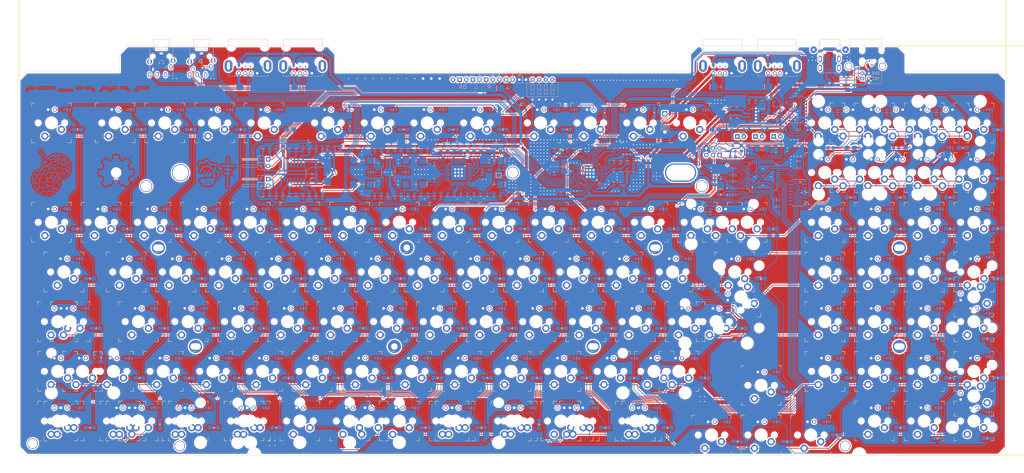
<source format=kicad_pcb>
(kicad_pcb (version 20171130) (host pcbnew "(5.1.12)-1")
  (layers (0 F.Cu signal) (31 B.Cu signal) (34 B.Paste user hide) (35 F.Paste user hide) (36 B.SilkS user hide) (37 F.SilkS user hide) (38 B.Mask user hide) (39 F.Mask user hide) (44 Edge.Cuts user))
  (net 0 "")
  (net 1 Earth)
  (net 2 "Net-(C3-Pad1)")
  (net 3 /KBVCC)
  (net 4 /V33)
  (net 5 /DC5V)
  (net 6 /V18)
  (net 7 /XRSTJ)
  (net 8 /USBVCC)
  (net 9 "Net-(DOWN2-Pad5)")
  (net 10 "Net-(DOWN5-Pad5)")
  (net 11 "Net-(DOWN6-Pad5)")
  (net 12 /HUBVCC)
  (net 13 /LEDN)
  (net 14 "Net-(LED1-Pad2)")
  (net 15 /LEDC)
  (net 16 "Net-(LED2-Pad2)")
  (net 17 /LEDS)
  (net 18 "Net-(LED3-Pad2)")
  (net 19 /DRV)
  (net 20 "Net-(LED5-Pad1)")
  (net 21 "Net-(LED6-Pad1)")
  (net 22 /KBBL)
  (net 23 /LED+)
  (net 24 "Net-(R3-Pad2)")
  (net 25 /KBRST)
  (net 26 /REXT)
  (net 27 /VBUSM)
  (net 28 /LED2)
  (net 29 /LED1)
  (net 30 /LED3)
  (net 31 /LED4)
  (net 32 /LED7)
  (net 33 /LED6)
  (net 34 /LED5)
  (net 35 /USBD+)
  (net 36 /USBD-)
  (net 37 /HUBUSBD-)
  (net 38 /HUBUSBD+)
  (net 39 /TESTJ)
  (net 40 "Net-(C29-Pad1)")
  (net 41 "Net-(C32-Pad1)")
  (net 42 "Net-(C33-Pad1)")
  (net 43 "Net-(C34-Pad1)")
  (net 44 "Net-(C35-Pad1)")
  (net 45 "Net-(C36-Pad1)")
  (net 46 "Net-(C37-Pad1)")
  (net 47 "Net-(C38-Pad1)")
  (net 48 "Net-(C39-Pad2)")
  (net 49 "Net-(C40-Pad1)")
  (net 50 "Net-(C41-Pad1)")
  (net 51 "Net-(C42-Pad1)")
  (net 52 "Net-(C43-Pad1)")
  (net 53 "Net-(C46-Pad1)")
  (net 54 "Net-(C47-Pad2)")
  (net 55 "Net-(C48-Pad2)")
  (net 56 "Net-(C49-Pad1)")
  (net 57 "Net-(C54-Pad1)")
  (net 58 "Net-(C55-Pad1)")
  (net 59 /PAINL)
  (net 60 "Net-(C56-Pad1)")
  (net 61 /PAINR)
  (net 62 "Net-(C57-Pad1)")
  (net 63 "Net-(FB1-Pad2)")
  (net 64 "Net-(FB2-Pad2)")
  (net 65 "Net-(FB3-Pad2)")
  (net 66 "Net-(FB4-Pad2)")
  (net 67 /SCREC)
  (net 68 /SCPLAY)
  (net 69 /SCDGND)
  (net 70 "Net-(R26-Pad2)")
  (net 71 "Net-(R27-Pad2)")
  (net 72 /PAMODE)
  (net 73 "Net-(U2-Pad42)")
  (net 74 "Net-(U3-Pad7)")
  (net 75 "Net-(U4-Pad44)")
  (net 76 "Net-(U5-Pad14)")
  (net 77 "Net-(U5-Pad29)")
  (net 78 "Net-(U5-Pad30)")
  (net 79 /PASHDN)
  (net 80 "Net-(KBD1-Pad1)")
  (net 81 "Net-(KBD2-Pad1)")
  (net 82 "Net-(KBD3-Pad1)")
  (net 83 "Net-(KBD4-Pad1)")
  (net 84 "Net-(KBD5-Pad1)")
  (net 85 "Net-(KBD6-Pad1)")
  (net 86 "Net-(KBD7-Pad1)")
  (net 87 "Net-(KBD8-Pad1)")
  (net 88 "Net-(KBD9-Pad1)")
  (net 89 "Net-(KBD10-Pad1)")
  (net 90 "Net-(KBD11-Pad1)")
  (net 91 "Net-(KBD12-Pad1)")
  (net 92 "Net-(KBD13-Pad1)")
  (net 93 "Net-(KBD14-Pad1)")
  (net 94 "Net-(KBD15-Pad1)")
  (net 95 "Net-(KBD16-Pad1)")
  (net 96 "Net-(KBD17-Pad1)")
  (net 97 "Net-(KBR1-Pad1)")
  (net 98 "Net-(KBR2-Pad1)")
  (net 99 "Net-(KBR3-Pad1)")
  (net 100 "Net-(KBR4-Pad1)")
  (net 101 "Net-(KBR5-Pad1)")
  (net 102 "Net-(KBR6-Pad1)")
  (net 103 "Net-(KBR7-Pad1)")
  (net 104 "Net-(KBR8-Pad1)")
  (net 105 "Net-(KBR9-Pad1)")
  (net 106 "Net-(KBR10-Pad1)")
  (net 107 "Net-(KBR11-Pad1)")
  (net 108 "Net-(KBR12-Pad1)")
  (net 109 "Net-(KBR13-Pad1)")
  (net 110 "Net-(KBR14-Pad1)")
  (net 111 "Net-(KBR15-Pad1)")
  (net 112 "Net-(KBR16-Pad1)")
  (net 113 "Net-(KBR17-Pad1)")
  (net 114 /HUBX+)
  (net 115 /HUBX-)
  (net 116 /DOWN4+)
  (net 117 /DOWN4-)
  (net 118 /DOWN7-)
  (net 119 /DOWN7+)
  (net 120 /3TO8IO1)
  (net 121 /3TO8IO2)
  (net 122 /3TO8IO3)
  (net 123 /KBX+)
  (net 124 /KBX-)
  (net 125 /SCX+)
  (net 126 /SCX-)
  (net 127 /DOWN3-)
  (net 128 /DOWN3+)
  (net 129 /DOWN2-)
  (net 130 /DOWN2+)
  (net 131 /DOWN1-)
  (net 132 /DOWN1+)
  (net 133 /DOWN5-)
  (net 134 /DOWN5+)
  (net 135 /DOWN6-)
  (net 136 /DOWN6+)
  (net 137 /KD+)
  (net 138 /KD-)
  (net 139 "Net-(KBD18-Pad1)")
  (net 140 "Net-(KBD19-Pad1)")
  (net 141 "Net-(KBD20-Pad1)")
  (net 142 "Net-(KBD21-Pad1)")
  (net 143 "Net-(KBD22-Pad1)")
  (net 144 "Net-(KBD23-Pad1)")
  (net 145 "Net-(KBD24-Pad1)")
  (net 146 "Net-(KBD25-Pad1)")
  (net 147 "Net-(KBD26-Pad1)")
  (net 148 "Net-(KBD27-Pad1)")
  (net 149 "Net-(KBD28-Pad1)")
  (net 150 "Net-(KBD29-Pad1)")
  (net 151 "Net-(KBD30-Pad1)")
  (net 152 "Net-(KBD31-Pad1)")
  (net 153 "Net-(KBD32-Pad1)")
  (net 154 "Net-(KBD33-Pad1)")
  (net 155 "Net-(KBD34-Pad1)")
  (net 156 "Net-(KBD35-Pad1)")
  (net 157 "Net-(KBD36-Pad1)")
  (net 158 "Net-(KBD37-Pad1)")
  (net 159 "Net-(KBD38-Pad1)")
  (net 160 "Net-(KBD39-Pad1)")
  (net 161 "Net-(KBD40-Pad1)")
  (net 162 "Net-(KBD41-Pad1)")
  (net 163 "Net-(KBD42-Pad1)")
  (net 164 "Net-(KBD43-Pad1)")
  (net 165 "Net-(KBD45-Pad1)")
  (net 166 "Net-(KBD46-Pad1)")
  (net 167 "Net-(KBD47-Pad1)")
  (net 168 "Net-(KBD48-Pad1)")
  (net 169 "Net-(KBD49-Pad1)")
  (net 170 "Net-(KBD50-Pad1)")
  (net 171 "Net-(KBD51-Pad1)")
  (net 172 "Net-(KBD52-Pad1)")
  (net 173 "Net-(KBD53-Pad1)")
  (net 174 "Net-(KBD54-Pad1)")
  (net 175 "Net-(KBD55-Pad1)")
  (net 176 "Net-(KBD56-Pad1)")
  (net 177 "Net-(KBD57-Pad1)")
  (net 178 "Net-(KBD58-Pad1)")
  (net 179 "Net-(KBD59-Pad1)")
  (net 180 "Net-(KBD60-Pad1)")
  (net 181 "Net-(KBD61-Pad1)")
  (net 182 "Net-(KBD62-Pad1)")
  (net 183 "Net-(KBD63-Pad1)")
  (net 184 "Net-(KBD64-Pad1)")
  (net 185 "Net-(KBD65-Pad1)")
  (net 186 "Net-(KBD66-Pad1)")
  (net 187 "Net-(KBD67-Pad1)")
  (net 188 "Net-(KBD68-Pad1)")
  (net 189 "Net-(KBD69-Pad1)")
  (net 190 "Net-(KBD70-Pad1)")
  (net 191 "Net-(KBD71-Pad1)")
  (net 192 "Net-(KBD72-Pad1)")
  (net 193 "Net-(KBD73-Pad1)")
  (net 194 "Net-(KBD74-Pad1)")
  (net 195 "Net-(KBD75-Pad1)")
  (net 196 "Net-(KBD76-Pad1)")
  (net 197 "Net-(KBD77-Pad1)")
  (net 198 "Net-(KBD78-Pad1)")
  (net 199 "Net-(KBD79-Pad1)")
  (net 200 "Net-(KBD80-Pad1)")
  (net 201 "Net-(KBD81-Pad1)")
  (net 202 "Net-(KBD82-Pad1)")
  (net 203 "Net-(KBD83-Pad1)")
  (net 204 "Net-(KBD84-Pad1)")
  (net 205 "Net-(KBD85-Pad1)")
  (net 206 "Net-(KBD86-Pad1)")
  (net 207 "Net-(KBD87-Pad1)")
  (net 208 "Net-(KBD88-Pad1)")
  (net 209 "Net-(KBD89-Pad1)")
  (net 210 "Net-(KBD90-Pad1)")
  (net 211 "Net-(KBD91-Pad1)")
  (net 212 "Net-(KBD92-Pad1)")
  (net 213 "Net-(KBD93-Pad1)")
  (net 214 "Net-(KBD94-Pad1)")
  (net 215 "Net-(KBD95-Pad1)")
  (net 216 "Net-(KBD96-Pad1)")
  (net 217 "Net-(KBD97-Pad1)")
  (net 218 "Net-(KBD98-Pad1)")
  (net 219 "Net-(KBD99-Pad1)")
  (net 220 "Net-(KBD100-Pad1)")
  (net 221 "Net-(KBD101-Pad1)")
  (net 222 "Net-(KBD102-Pad1)")
  (net 223 "Net-(KBD103-Pad1)")
  (net 224 "Net-(KBD104-Pad1)")
  (net 225 "Net-(KBD105-Pad1)")
  (net 226 "Net-(KBD106-Pad1)")
  (net 227 "Net-(KBD107-Pad1)")
  (net 228 "Net-(KBD108-Pad1)")
  (net 229 "Net-(KBR18-Pad1)")
  (net 230 "Net-(KBR19-Pad1)")
  (net 231 "Net-(KBR20-Pad1)")
  (net 232 "Net-(KBR21-Pad1)")
  (net 233 "Net-(KBR22-Pad1)")
  (net 234 "Net-(KBR23-Pad1)")
  (net 235 "Net-(KBR24-Pad1)")
  (net 236 "Net-(KBR25-Pad1)")
  (net 237 "Net-(KBR26-Pad1)")
  (net 238 "Net-(KBR27-Pad1)")
  (net 239 "Net-(KBR28-Pad1)")
  (net 240 "Net-(KBR29-Pad1)")
  (net 241 "Net-(KBR30-Pad1)")
  (net 242 "Net-(KBR31-Pad1)")
  (net 243 "Net-(KBR32-Pad1)")
  (net 244 "Net-(KBR33-Pad1)")
  (net 245 "Net-(KBR34-Pad1)")
  (net 246 "Net-(KBR35-Pad1)")
  (net 247 "Net-(KBR36-Pad1)")
  (net 248 "Net-(KBR37-Pad1)")
  (net 249 "Net-(KBR38-Pad1)")
  (net 250 "Net-(KBR39-Pad1)")
  (net 251 "Net-(KBR40-Pad1)")
  (net 252 "Net-(KBR41-Pad1)")
  (net 253 "Net-(KBR42-Pad1)")
  (net 254 "Net-(KBR43-Pad1)")
  (net 255 "Net-(KBR45-Pad1)")
  (net 256 "Net-(KBR46-Pad1)")
  (net 257 "Net-(KBR47-Pad1)")
  (net 258 "Net-(KBR48-Pad1)")
  (net 259 "Net-(KBR49-Pad1)")
  (net 260 "Net-(KBR50-Pad1)")
  (net 261 "Net-(KBR51-Pad1)")
  (net 262 "Net-(KBR52-Pad1)")
  (net 263 "Net-(KBR53-Pad1)")
  (net 264 "Net-(KBR54-Pad1)")
  (net 265 "Net-(KBR55-Pad1)")
  (net 266 "Net-(KBR56-Pad1)")
  (net 267 "Net-(KBR57-Pad1)")
  (net 268 "Net-(KBR58-Pad1)")
  (net 269 "Net-(KBR59-Pad1)")
  (net 270 "Net-(KBR60-Pad1)")
  (net 271 "Net-(KBR61-Pad1)")
  (net 272 "Net-(KBR62-Pad1)")
  (net 273 "Net-(KBR63-Pad1)")
  (net 274 "Net-(KBR64-Pad1)")
  (net 275 "Net-(KBR65-Pad1)")
  (net 276 "Net-(KBR66-Pad1)")
  (net 277 "Net-(KBR67-Pad1)")
  (net 278 "Net-(KBR68-Pad1)")
  (net 279 "Net-(KBR69-Pad1)")
  (net 280 "Net-(KBR70-Pad1)")
  (net 281 "Net-(KBR71-Pad1)")
  (net 282 "Net-(KBR72-Pad1)")
  (net 283 "Net-(KBR73-Pad1)")
  (net 284 "Net-(KBR74-Pad1)")
  (net 285 "Net-(KBR75-Pad1)")
  (net 286 "Net-(KBR76-Pad1)")
  (net 287 "Net-(KBR77-Pad1)")
  (net 288 "Net-(KBR78-Pad1)")
  (net 289 "Net-(KBR79-Pad1)")
  (net 290 "Net-(KBR80-Pad1)")
  (net 291 "Net-(KBR81-Pad1)")
  (net 292 "Net-(KBR82-Pad1)")
  (net 293 "Net-(KBR83-Pad1)")
  (net 294 "Net-(KBR84-Pad1)")
  (net 295 "Net-(KBR85-Pad1)")
  (net 296 "Net-(KBR86-Pad1)")
  (net 297 "Net-(KBR87-Pad1)")
  (net 298 "Net-(KBR88-Pad1)")
  (net 299 "Net-(KBR89-Pad1)")
  (net 300 "Net-(KBR90-Pad1)")
  (net 301 "Net-(KBR91-Pad1)")
  (net 302 "Net-(KBR92-Pad1)")
  (net 303 "Net-(KBR93-Pad1)")
  (net 304 "Net-(KBR94-Pad1)")
  (net 305 "Net-(KBR95-Pad1)")
  (net 306 "Net-(KBR96-Pad1)")
  (net 307 "Net-(KBR97-Pad1)")
  (net 308 "Net-(KBR98-Pad1)")
  (net 309 "Net-(KBR99-Pad1)")
  (net 310 "Net-(KBR100-Pad1)")
  (net 311 "Net-(KBR101-Pad1)")
  (net 312 "Net-(KBR102-Pad1)")
  (net 313 "Net-(KBR103-Pad1)")
  (net 314 "Net-(KBR104-Pad1)")
  (net 315 "Net-(KBR105-Pad1)")
  (net 316 "Net-(KBR106-Pad1)")
  (net 317 "Net-(KBR107-Pad1)")
  (net 318 "Net-(KBR108-Pad1)")
  (net 319 /COL1)
  (net 320 /COL2)
  (net 321 /COL3)
  (net 322 /COL4)
  (net 323 /COL5)
  (net 324 /COL6)
  (net 325 /COL7)
  (net 326 /COL8)
  (net 327 /COL9)
  (net 328 /COL10)
  (net 329 /COL11)
  (net 330 /COL12)
  (net 331 /COL13)
  (net 332 /COL15)
  (net 333 /COL16)
  (net 334 /COL17)
  (net 335 /COL18)
  (net 336 /COL14)
  (net 337 /ROW1)
  (net 338 /ROW3)
  (net 339 /ROW2)
  (net 340 /ROW5)
  (net 341 /ROW6)
  (net 342 /ROW7)
  (net 343 /ROW4)
  (net 344 /SCD-)
  (net 345 /SCD+)
  (net 346 "Net-(HOLE2-Pad0)")
  (net 347 "Net-(HOLE6-Pad0)")
  (net 348 "Net-(HOLE7-Pad0)")
  (net 349 "Net-(HOLE8-Pad0)")
  (net 350 "Net-(HOLE9-Pad0)")
  (net 351 /MICVIN)
  (net 352 "Net-(HEADPHONE1-PadL2)")
  (net 353 "Net-(MICROPHONE1-PadL2)")
  (net 354 /MICMBIAS)
  (net 355 /SCVCC2)
  (net 356 "Net-(C60-Pad1)")
  (net 357 "Net-(C61-Pad2)")
  (net 358 "Net-(C62-Pad2)")
  (net 359 "Net-(C63-Pad2)")
  (net 360 "Net-(C64-Pad1)")
  (net 361 "Net-(C66-Pad1)")
  (net 362 "Net-(C67-Pad1)")
  (net 363 "Net-(R31-Pad1)")
  (net 364 "Net-(R32-Pad1)")
  (net 365 /SCOUTL)
  (net 366 /SCOUTR)
  (net 367 "Net-(R39-Pad1)")
  (net 368 "Net-(R40-Pad1)")
  (net 369 "Net-(HOLE3-Pad0)")
  (net 370 "Net-(HOLE4-Pad0)")
  (net 371 "Net-(HOLE5-Pad0)")
  (net 372 "Net-(USB2-Pad5)")
  (net 373 "Net-(HOLE1_2-Pad0)")
  (net 374 /EN1)
  (net 375 /EN2)
  (net 376 "Net-(R45-Pad2)")
  (net 377 "Net-(R46-Pad1)")
  (net 378 "Net-(DOWN3-Pad5)")
  (net 379 /DOWN1_DC5V)
  (net 380 /PAMUTE)
  (net 381 "Net-(USB3-Pad6)")
  (net 382 "Net-(USB3-Pad4)")
  (net 383 /DOWN_1_ON)
  (net 384 /PA_ON)
  (net 385 /SC_ON)
  (net 386 /SCVCC)
  (net 387 "Net-(KBD44-Pad1)")
  (net 388 "Net-(KBR44-Pad1)")
  (net 389 "Net-(U1-Pad9)")
  (net 390 "Net-(U1-Pad10)")
  (net 391 "Net-(U1-Pad11)")
  (net 392 "Net-(U1-Pad12)")
  (net 393 "Net-(U1-Pad13)")
  (net 394 "Net-(U1-Pad14)")
  (net 395 "Net-(C70-Pad1)")
  (net 396 "Net-(J2-Pad1)")
  (net 397 "Net-(J2-Pad2)")
  (net 398 "Net-(Y4-Pad1)")
  (net 399 "Net-(R48-Pad2)")
  (module 1800:R_0805 (layer B.Cu) (at 208.2165 160.521742 90)
    (fp_text reference REF** hide)
    (fp_text value R_0805 hide)
    (pad 1 smd rect (at -1 0 90) (size 1 1.25) (layers B.Cu B.Paste B.Mask) (net 398 "Net-(Y4-Pad1)"))
    (pad 2 smd rect (at 1 0 90) (size 1 1.25) (layers B.Cu B.Paste B.Mask) (net 355 /SCVCC2))
  )
  (module 1800:R_0805 (layer B.Cu) (at 204.343 151.384 90)
    (fp_text reference R24 hide)
    (fp_text value 0R)
    (pad 1 smd rect (at -1 0 90) (size 1 1.25) (layers B.Cu B.Paste B.Mask) (net 69 /SCDGND))
    (pad 2 smd rect (at 1 0 90) (size 1 1.25) (layers B.Cu B.Paste B.Mask) (net 1 Earth))
  )
  (module Wire_Pads:SolderWirePad_single_1mmDrill (layer B.Cu) (at 322.453 142.113 180)
    (fp_text reference REF** hide)
    (fp_text value SolderWirePad_single_1mmDrill hide)
    (pad 1 smd rect (at -1.0058 0.127 180) (size 1.5 0.6) (layers B.Cu B.Paste B.Mask) (net 3 /KBVCC))
  )
  (module 1800:Tantalum_D_7343 (layer B.Cu) (at 110.077 127.635)
    (fp_text reference C24 hide)
    (fp_text value 100uF)
    (pad 1 smd rect (at -3.175 0) (size 2.55 2.7) (layers B.Cu B.Paste B.Mask) (net 5 /DC5V))
    (pad 2 smd rect (at 3.175 0) (size 2.55 2.7) (layers B.Cu B.Paste B.Mask) (net 1 Earth))
  )
  (module 1800:MX1-X-led (layer F.Cu) (at 178.783339 141.471676)
    (fp_text reference MX_F7_1 hide)
    (fp_text value CherryMX)
    (pad 2 thru_hole circle (at -2.54 5.08) (size 2.794 2.794) (drill 1.651) (layers *.Cu *.Mask) (net 337 /ROW1))
    (pad 1 thru_hole circle (at 3.81 2.54) (size 2.794 2.794) (drill 1.651) (layers *.Cu *.Mask) (net 87 "Net-(KBD8-Pad1)"))
    (pad 3 thru_hole circle (at 1.27 -5.08) (size 1.524 1.524) (drill 1.016) (layers *.Cu *.Mask) (net 104 "Net-(KBR8-Pad1)"))
    (pad 4 thru_hole rect (at -1.27 -5.08) (size 1.524 1.524) (drill 1.016) (layers *.Cu *.Mask) (net 1 Earth))
    (pad "" np_thru_hole circle (at 0 0) (size 3.9878 3.9878) (drill 3.9878) (layers *.Cu))
    (pad "" np_thru_hole circle (at 5.08 0) (size 1.7018 1.7018) (drill 1.7018) (layers *.Cu))
    (pad "" np_thru_hole circle (at -5.08 0) (size 1.7018 1.7018) (drill 1.7018) (layers *.Cu))
  )
  (module 1800:MX_FRAME_6X (layer F.Cu) (at 168.067969 255.770726)
    (fp_text reference MX_FRAME_SPC_4 hide)
    (fp_text value MX_FRAME_HOLE)
    (pad "" np_thru_hole circle (at 38.176 -6.985) (size 3.048 3.048) (drill 3.048) (layers *.Cu))
    (pad "" np_thru_hole circle (at 38.176 8.255) (size 3.9878 3.9878) (drill 3.9878) (layers *.Cu))
    (pad "" np_thru_hole circle (at -56.947 8.255) (size 3.9878 3.9878) (drill 3.9878) (layers *.Cu))
    (pad "" np_thru_hole circle (at -56.947 -6.985) (size 3.048 3.048) (drill 3.048) (layers *.Cu))
  )
  (module 1800:MX_FRAME_7X (layer F.Cu) (at 149.015969 255.770726)
    (fp_text reference MX_FRAME_SPC_6 hide)
    (fp_text value MX_FRAME_HOLE)
    (pad "" np_thru_hole circle (at 57.15 -6.985) (size 3.048 3.048) (drill 3.048) (layers *.Cu))
    (pad "" np_thru_hole circle (at 57.15 8.255) (size 3.9878 3.9878) (drill 3.9878) (layers *.Cu))
    (pad "" np_thru_hole circle (at -57.15 8.255) (size 3.9878 3.9878) (drill 3.9878) (layers *.Cu))
    (pad "" np_thru_hole circle (at -57.15 -6.985) (size 3.048 3.048) (drill 3.048) (layers *.Cu))
  )
  (module 1800:MX_FRAME_6.25X (layer F.Cu) (at 156.160624 255.770726)
    (fp_text reference MX_FRAME_SPC_5 hide)
    (fp_text value MX_FRAME_HOLE)
    (pad "" np_thru_hole circle (at 50.05 -6.985) (size 3.048 3.048) (drill 3.048) (layers *.Cu))
    (pad "" np_thru_hole circle (at 50.05 8.255) (size 3.9878 3.9878) (drill 3.9878) (layers *.Cu))
    (pad "" np_thru_hole circle (at -50.05 8.255) (size 3.9878 3.9878) (drill 3.9878) (layers *.Cu))
    (pad "" np_thru_hole circle (at -50.05 -6.985) (size 3.048 3.048) (drill 3.048) (layers *.Cu))
  )
  (module Wire_Pads:SolderWirePad_single_1mmDrill (layer F.Cu) (at 192.024 161.7345)
    (fp_text reference REF** hide)
    (fp_text value SolderWirePad_single_1mmDrill)
    (pad 1 thru_hole circle (at 0 0.057242) (size 1 1) (drill 0.8) (layers *.Cu) (net 1 Earth))
  )
  (module Wire_Pads:SolderWirePad_single_1mmDrill (layer F.Cu) (at 190.754 161.798)
    (fp_text reference REF** hide)
    (fp_text value SolderWirePad_single_1mmDrill)
    (pad 1 thru_hole circle (at 0 -0.006258) (size 1 1) (drill 0.8) (layers *.Cu) (net 1 Earth))
  )
  (module Wire_Pads:SolderWirePad_single_1mmDrill (layer F.Cu) (at 189.8015 161.7345)
    (fp_text reference REF** hide)
    (fp_text value SolderWirePad_single_1mmDrill)
    (pad 1 thru_hole circle (at -0.3175 0.057242) (size 1 1) (drill 0.8) (layers *.Cu) (net 1 Earth))
  )
  (module Wire_Pads:SolderWirePad_single_1mmDrill (layer F.Cu) (at 189.484 160.528)
    (fp_text reference REF** hide)
    (fp_text value SolderWirePad_single_1mmDrill)
    (pad 1 thru_hole circle (at 0 -0.006258) (size 1 1) (drill 0.8) (layers *.Cu) (net 1 Earth))
  )
  (module Wire_Pads:SolderWirePad_single_1mmDrill (layer F.Cu) (at 190.754 160.4965)
    (fp_text reference REF** hide)
    (fp_text value SolderWirePad_single_1mmDrill)
    (pad 1 thru_hole circle (at 0 0.025242) (size 1 1) (drill 0.8) (layers *.Cu) (net 1 Earth))
  )
  (module Wire_Pads:SolderWirePad_single_1mmDrill (layer F.Cu) (at 192.024 160.4645)
    (fp_text reference REF** hide)
    (fp_text value SolderWirePad_single_1mmDrill)
    (pad 1 thru_hole circle (at 0 0.057242) (size 1 1) (drill 0.8) (layers *.Cu) (net 1 Earth))
  )
  (module Wire_Pads:SolderWirePad_single_1mmDrill (layer F.Cu) (at 192.024 159.2265)
    (fp_text reference REF** hide)
    (fp_text value SolderWirePad_single_1mmDrill)
    (pad 1 thru_hole circle (at 0 0.025242) (size 1 1) (drill 0.8) (layers *.Cu) (net 1 Earth))
  )
  (module Wire_Pads:SolderWirePad_single_1mmDrill (layer F.Cu) (at 190.754 159.2265)
    (fp_text reference REF** hide)
    (fp_text value SolderWirePad_single_1mmDrill)
    (pad 1 thru_hole circle (at 0 0.025242) (size 1 1) (drill 0.8) (layers *.Cu) (net 1 Earth))
  )
  (module Wire_Pads:SolderWirePad_single_1mmDrill (layer F.Cu) (at 189.484 159.251742)
    (fp_text reference REF** hide)
    (fp_text value SolderWirePad_single_1mmDrill)
    (pad 1 thru_hole circle (at 0 0) (size 1 1) (drill 0.8) (layers *.Cu) (net 1 Earth))
  )
  (module 1800:R_0805 (layer B.Cu) (at 394.335 155.441676)
    (fp_text reference KBR22 hide)
    (fp_text value 330R)
    (pad 1 smd rect (at -1 0) (size 1 1.25) (layers B.Cu B.Paste B.Mask) (net 233 "Net-(KBR22-Pad1)"))
    (pad 2 smd rect (at 1 0) (size 1 1.25) (layers B.Cu B.Paste B.Mask) (net 23 /LED+))
  )
  (module Pin_Headers:Pin_Header_Straight_1x04_Pitch2.54mm (layer B.Cu) (at 206.445489 124.9045 270)
    (fp_text reference DOWN1 hide)
    (fp_text value CONN_01X04 hide)
    (pad 1 thru_hole circle (at 0 0 270) (size 1.7 1.7) (drill 1) (layers *.Cu *.Mask) (net 379 /DOWN1_DC5V))
    (pad 2 thru_hole oval (at 0 -2.54 270) (size 1.7 1.7) (drill 1) (layers *.Cu *.Mask) (net 131 /DOWN1-))
    (pad 3 thru_hole oval (at 0 -5.08 270) (size 1.7 1.7) (drill 1) (layers *.Cu *.Mask) (net 132 /DOWN1+))
    (pad 4 thru_hole oval (at 0 -7.62 270) (size 1.7 1.7) (drill 1) (layers *.Cu *.Mask) (net 1 Earth))
  )
  (module 1800:C_0805 (layer B.Cu) (at 250.317 156.0195 90)
    (fp_text reference C12 hide)
    (fp_text value 0.1uF)
    (pad 1 smd rect (at -1 0 90) (size 1 1.25) (layers B.Cu B.Paste B.Mask) (net 7 /XRSTJ))
    (pad 2 smd rect (at 1 0 90) (size 1 1.25) (layers B.Cu B.Paste B.Mask) (net 1 Earth))
  )
  (module 1800:LED_D3.0mm (layer F.Cu) (at 298.909339 146.678676)
    (fp_text reference LED1 hide)
    (fp_text value LED)
    (pad 1 thru_hole rect (at -1.27 0) (size 1.8 1.8) (drill 0.9) (layers *.Cu *.Mask) (net 13 /LEDN))
    (pad 2 thru_hole circle (at 1.27 0) (size 1.8 1.8) (drill 0.9) (layers *.Cu *.Mask) (net 14 "Net-(LED1-Pad2)"))
  )
  (module 1800:LED_D3.0mm (layer F.Cu) (at 305.894339 146.678676)
    (fp_text reference LED2 hide)
    (fp_text value LED)
    (pad 1 thru_hole rect (at -1.27 0) (size 1.8 1.8) (drill 0.9) (layers *.Cu *.Mask) (net 15 /LEDC))
    (pad 2 thru_hole circle (at 1.27 0) (size 1.8 1.8) (drill 0.9) (layers *.Cu *.Mask) (net 16 "Net-(LED2-Pad2)"))
  )
  (module 1800:LED_D3.0mm (layer F.Cu) (at 312.879339 146.678676)
    (fp_text reference LED3 hide)
    (fp_text value LED)
    (pad 1 thru_hole rect (at -1.27 0) (size 1.8 1.8) (drill 0.9) (layers *.Cu *.Mask) (net 17 /LEDS))
    (pad 2 thru_hole circle (at 1.27 0) (size 1.8 1.8) (drill 0.9) (layers *.Cu *.Mask) (net 18 "Net-(LED3-Pad2)"))
  )
  (module 1800:OSHW-Symbol_13.4x12mm_Copper (layer B.Cu) (at 59.53 159.895 180)
    (fp_text reference HOLE1 hide)
    (fp_text value HOLE hide)
    (fp_poly (pts (xy 1.119803 5.09936) (xy 1.288676 4.203573) (xy 1.911796 3.946702) (xy 2.534916 3.689832) (xy 3.282453 4.198151) (xy 3.491802 4.339684) (xy 3.681043 4.466055) (xy 3.841343 4.571493) (xy 3.963874 4.65023) (xy 4.039802 4.696495) (xy 4.06048 4.706471) (xy 4.097731 4.680814) (xy 4.177332 4.609885) (xy 4.290361 4.502743) (xy 4.427895 4.36845) (xy 4.581012 4.216066) (xy 4.740789 4.054653) (xy 4.898305 3.89327) (xy 5.044637 3.740978) (xy 5.170863 3.606838) (xy 5.26806 3.499911) (xy 5.327307 3.429258) (xy 5.341471 3.405612) (xy 5.321087 3.362021) (xy 5.263941 3.266519) (xy 5.176041 3.12845) (xy 5.063396 2.957155) (xy 4.932013 2.761975) (xy 4.855882 2.650648) (xy 4.717118 2.447367) (xy 4.593811 2.263927) (xy 4.491945 2.109458) (xy 4.417501 1.993091) (xy 4.376461 1.923958) (xy 4.370294 1.90943) (xy 4.384274 1.86814) (xy 4.422382 1.771908) (xy 4.478867 1.634266) (xy 4.54798 1.468742) (xy 4.62397 1.288868) (xy 4.701089 1.108172) (xy 4.773585 0.940186) (xy 4.835709 0.79844) (xy 4.881712 0.696463) (xy 4.905843 0.647786) (xy 4.907267 0.64587) (xy 4.945158 0.636575) (xy 5.046069 0.61584) (xy 5.19954 0.585702) (xy 5.395112 0.548199) (xy 5.622325 0.505371) (xy 5.754891 0.480674) (xy 5.997679 0.434447) (xy 6.216974 0.39046) (xy 6.401681 0.351119) (xy 6.540705 0.318831) (xy 6.622952 0.296003) (xy 6.639485 0.28876) (xy 6.655678 0.239739) (xy 6.668744 0.129023) (xy 6.678691 -0.030438) (xy 6.685528 -0.2257) (xy 6.689264 -0.443814) (xy 6.689907 -0.671835) (xy 6.687468 -0.896815) (xy 6.681953 -1.105809) (xy 6.673374 -1.285868) (xy 6.661737 -1.424047) (xy 6.647052 -1.507398) (xy 6.638245 -1.52475) (xy 6.585599 -1.545548) (xy 6.474043 -1.575282) (xy 6.318335 -1.610459) (xy 6.133229 -1.647586) (xy 6.068613 -1.659597) (xy 5.757071 -1.716662) (xy 5.510976 -1.762618) (xy 5.322195 -1.799293) (xy 5.182598 -1.828513) (xy 5.084052 -1.852104) (xy 5.018426 -1.871892) (xy 4.977589 -1.889706) (xy 4.953409 -1.90737) (xy 4.950026 -1.910861) (xy 4.916255 -1.9671) (xy 4.864737 -2.076547) (xy 4.800617 -2.2258) (xy 4.729039 -2.401459) (xy 4.655146 -2.590121) (xy 4.584083 -2.778385) (xy 4.520993 -2.952848) (xy 4.471021 -3.100108) (xy 4.439312 -3.206764) (xy 4.431008 -3.259413) (xy 4.4317 -3.261257) (xy 4.459836 -3.304292) (xy 4.523665 -3.398978) (xy 4.61648 -3.53546) (xy 4.731573 -3.703882) (xy 4.862237 -3.89439) (xy 4.899448 -3.948529) (xy 5.032129 -4.144804) (xy 5.148883 -4.323886) (xy 5.243349 -4.475492) (xy 5.309168 -4.589338) (xy 5.339978 -4.655141) (xy 5.341471 -4.663225) (xy 5.315584 -4.705715) (xy 5.244054 -4.789891) (xy 5.136076 -4.906705) (xy 5.000846 -5.04711) (xy 4.847558 -5.202061) (xy 4.685409 -5.362509) (xy 4.523593 -5.519409) (xy 4.371306 -5.663713) (xy 4.237743 -5.786376) (xy 4.1321 -5.87835) (xy 4.063572 -5.930589) (xy 4.044614 -5.939118) (xy 4.000487 -5.919029) (xy 3.910142 -5.864849) (xy 3.788295 -5.785704) (xy 3.694546 -5.722001) (xy 3.524678 -5.60511) (xy 3.323512 -5.467476) (xy 3.121733 -5.330063) (xy 3.01325 -5.256519) (xy 2.646058 -5.008155) (xy 2.337826 -5.174813) (xy 2.197404 -5.247822) (xy 2.077996 -5.304571) (xy 1.997202 -5.336937) (xy 1.976636 -5.341441) (xy 1.951906 -5.308189) (xy 1.903118 -5.214224) (xy 1.833913 -5.068213) (xy 1.747935 -4.878824) (xy 1.648824 -4.654724) (xy 1.540224 -4.404581) (xy 1.425775 -4.137063) (xy 1.30912 -3.860836) (xy 1.193901 -3.584568) (xy 1.08376 -3.316927) (xy 0.982339 -3.06658) (xy 0.89328 -2.842195) (xy 0.820225 -2.652439) (xy 0.766816 -2.50598) (xy 0.736695 -2.411485) (xy 0.731851 -2.379031) (xy 0.770245 -2.337636) (xy 0.854308 -2.270438) (xy 0.966467 -2.1914) (xy 0.975881 -2.185147) (xy 1.265768 -1.953103) (xy 1.499512 -1.682386) (xy 1.675087 -1.381653) (xy 1.790469 -1.059561) (xy 1.84363 -0.724765) (xy 1.832547 -0.385922) (xy 1.755192 -0.051688) (xy 1.60954 0.269281) (xy 1.566688 0.339505) (xy 1.343802 0.623073) (xy 1.080491 0.850782) (xy 0.785865 1.021449) (xy 0.469041 1.133888) (xy 0.13913 1.186917) (xy -0.194754 1.179349) (xy -0.523497 1.110002) (xy -0.837986 0.977691) (xy -1.129107 0.781232) (xy -1.21916 0.701494) (xy -1.448347 0.451892) (xy -1.615354 0.189132) (xy -1.729915 -0.105399) (xy -1.793719 -0.397075) (xy -1.80947 -0.725012) (xy -1.756949 -1.054577) (xy -1.64149 -1.37463) (xy -1.468429 -1.674032) (xy -1.243101 -1.941643) (xy -0.97084 -2.166325) (xy -0.935058 -2.190008) (xy -0.821698 -2.267568) (xy -0.735522 -2.334768) (xy -0.694323 -2.377675) (xy -0.693724 -2.379031) (xy -0.702569 -2.425446) (xy -0.737631 -2.530786) (xy -0.795267 -2.686388) (xy -0.871834 -2.883584) (xy -0.963686 -3.11371) (xy -1.067183 -3.368101) (xy -1.178679 -3.63809) (xy -1.294532 -3.915012) (xy -1.411097 -4.190201) (xy -1.524733 -4.454993) (xy -1.631794 -4.700721) (xy -1.728638 -4.918721) (xy -1.811621 -5.100326) (xy -1.877099 -5.236871) (xy -1.921431 -5.31969) (xy -1.939283 -5.341441) (xy -1.993834 -5.324504) (xy -2.095905 -5.279077) (xy -2.227895 -5.21328) (xy -2.300474 -5.174813) (xy -2.608705 -5.008155) (xy -2.975897 -5.256519) (xy -3.16334 -5.383754) (xy -3.368557 -5.523773) (xy -3.560867 -5.655612) (xy -3.657193 -5.722001) (xy -3.792673 -5.812976) (xy -3.907393 -5.885071) (xy -3.986388 -5.929154) (xy -4.012046 -5.938473) (xy -4.049391 -5.913334) (xy -4.132042 -5.843154) (xy -4.251985 -5.73522) (xy -4.401209 -5.596818) (xy -4.571699 -5.435235) (xy -4.679526 -5.331488) (xy -4.868172 -5.146135) (xy -5.031205 -4.980351) (xy -5.162032 -4.841227) (xy -5.254065 -4.735856) (xy -5.300713 -4.671329) (xy -5.305188 -4.658234) (xy -5.28442 -4.608425) (xy -5.227031 -4.507713) (xy -5.139387 -4.366295) (xy -5.027854 -4.194367) (xy -4.898797 -4.002124) (xy -4.862096 -3.948529) (xy -4.728368 -3.753733) (xy -4.608393 -3.578353) (xy -4.508879 -3.432243) (xy -4.436533 -3.325258) (xy -4.398064 -3.267255) (xy -4.394347 -3.261257) (xy -4.399905 -3.215032) (xy -4.429407 -3.113398) (xy -4.477709 -2.969758) (xy -4.539667 -2.797514) (xy -4.610137 -2.610066) (xy -4.683975 -2.420818) (xy -4.756037 -2.243171) (xy -4.821178 -2.090527) (xy -4.874255 -1.976288) (xy -4.910123 -1.913856) (xy -4.912673 -1.910861) (xy -4.934606 -1.893019) (xy -4.971652 -1.875374) (xy -5.031941 -1.856101) (xy -5.123604 -1.833374) (xy -5.254774 -1.805364) (xy -5.433582 -1.770247) (xy -5.668158 -1.726195) (xy -5.966635 -1.671382) (xy -6.03126 -1.659597) (xy -6.222794 -1.622591) (xy -6.389769 -1.586389) (xy -6.517432 -1.554485) (xy -6.591024 -1.530372) (xy -6.600892 -1.52475) (xy -6.617153 -1.47491) (xy -6.63037 -1.363532) (xy -6.640536 -1.203563) (xy -6.64764 -1.00795) (xy -6.651674 -0.78964) (xy -6.65263 -0.561579) (xy -6.650498 -0.336714) (xy -6.645269 -0.127991) (xy -6.636935 0.051642) (xy -6.625487 0.189238) (xy -6.610916 0.271852) (xy -6.602132 0.28876) (xy -6.55323 0.305816) (xy -6.441873 0.333564) (xy -6.279156 0.369597) (xy -6.076174 0.411507) (xy -5.844021 0.456889) (xy -5.717538 0.480674) (xy -5.477555 0.525535) (xy -5.263549 0.566175) (xy -5.085978 0.600554) (xy -4.955302 0.626635) (xy -4.881982 0.642379) (xy -4.869915 0.64587) (xy -4.849519 0.685221) (xy -4.806406 0.780007) (xy -4.746321 0.916685) (xy -4.675013 1.081714) (xy -4.598227 1.261553) (xy -4.52171 1.44266) (xy -4.45121 1.611493) (xy -4.392473 1.754512) (xy -4.351246 1.858174) (xy -4.333276 1.908939) (xy -4.332941 1.911158) (xy -4.353313 1.951204) (xy -4.410427 2.043361) (xy -4.498279 2.178467) (xy -4.610867 2.347365) (xy -4.742189 2.540895) (xy -4.818529 2.652059) (xy -4.957636 2.855884) (xy -5.081188 3.040937) (xy -5.183158 3.197854) (xy -5.257517 3.317276) (xy -5.298237 3.38984) (xy -5.304118 3.406107) (xy -5.278837 3.44397) (xy -5.208948 3.524814) (xy -5.103377 3.639581) (xy -4.971052 3.779215) (xy -4.820901 3.934658) (xy -4.661852 4.096854) (xy -4.502833 4.256746) (xy -4.352771 4.405276) (xy -4.220594 4.533387) (xy -4.11523 4.632023) (xy -4.045607 4.692127) (xy -4.022315 4.706471) (xy -3.98439 4.686301) (xy -3.893683 4.629637) (xy -3.759011 4.542247) (xy -3.589195 4.4299) (xy -3.393054 4.298362) (xy -3.2451 4.198151) (xy -2.497564 3.689832) (xy -1.874444 3.946702) (xy -1.251324 4.203573) (xy -0.913576 5.995147) (xy 0.950929 5.995147) (xy 1.119803 5.09936)) (layer B.Cu) (width 0.01))
  )
  (module 1800:Pin_Header_Straight_2x03_Pitch2.54mm (layer B.Cu) (at 290.83 153.797 90)
    (fp_text reference KB_ICSP1 hide)
    (fp_text value AVR-ISP-6)
    (pad 1 thru_hole rect (at 0 0 90) (size 1.7 1.7) (drill 1) (layers *.Cu *.Mask) (net 333 /COL16))
    (pad 2 thru_hole oval (at 2.54 0 90) (size 1.7 1.7) (drill 1) (layers *.Cu *.Mask) (net 3 /KBVCC))
    (pad 3 thru_hole oval (at 0 -2.54 90) (size 1.7 1.7) (drill 1) (layers *.Cu *.Mask) (net 331 /COL13))
    (pad 4 thru_hole oval (at 2.54 -2.54 90) (size 1.7 1.7) (drill 1) (layers *.Cu *.Mask) (net 332 /COL15))
    (pad 5 thru_hole oval (at 0 -5.08 90) (size 1.7 1.7) (drill 1) (layers *.Cu *.Mask) (net 25 /KBRST))
    (pad 6 thru_hole oval (at 2.54 -5.08 90) (size 1.7 1.7) (drill 1) (layers *.Cu *.Mask) (net 1 Earth))
  )
  (module 1800:JUMP3_0805_Hand (layer B.Cu) (at 136.1186 162.6235 270)
    (fp_text reference J1 hide)
    (fp_text value JUMP3 hide)
    (fp_text user "1 2 3" (at 0 1.6256 270) (layer B.SilkS) (effects (font (size 0.8 0.9)) (justify mirror)))
    (pad 1 smd rect (at -1.6 0 270) (size 1 1.3) (layers B.Cu B.Mask) (net 1 Earth))
    (pad 3 smd rect (at 1.6 0 270) (size 1 1.3) (layers B.Cu B.Mask) (net 380 /PAMUTE))
    (pad 2 smd rect (at 0 0 270) (size 1 1.3) (layers B.Cu B.Mask) (net 72 /PAMODE))
  )
  (module Pin_Headers:Pin_Header_Angled_1x02_Pitch2.54mm (layer B.Cu) (at 117.7925 155.448 180)
    (fp_text reference SP1 hide)
    (fp_text value Speaker)
    (pad 1 thru_hole rect (at 0 0 180) (size 1.7 1.7) (drill 1) (layers *.Cu *.Mask) (net 54 "Net-(C47-Pad2)"))
    (pad 2 thru_hole oval (at 0 -2.54 180) (size 1.7 1.7) (drill 1) (layers *.Cu *.Mask) (net 53 "Net-(C46-Pad1)"))
  )
  (module Pin_Headers:Pin_Header_Angled_1x02_Pitch2.54mm (layer B.Cu) (at 117.7925 163.0045 180)
    (fp_text reference SP2 hide)
    (fp_text value Speaker)
    (pad 1 thru_hole rect (at 0 0 180) (size 1.7 1.7) (drill 1) (layers *.Cu *.Mask) (net 56 "Net-(C49-Pad1)"))
    (pad 2 thru_hole oval (at 0 -2.54 180) (size 1.7 1.7) (drill 1) (layers *.Cu *.Mask) (net 55 "Net-(C48-Pad2)"))
  )
  (module 1800:HOLE_4mm (layer F.Cu) (at 71.058375 165.728631)
    (fp_text reference HOLE2 hide)
    (fp_text value HOLE)
    (pad 0 thru_hole circle (at 0 0) (size 4.5 4.5) (drill 4) (layers *.Cu) (net 346 "Net-(HOLE2-Pad0)"))
  )
  (module 1800:HOLE_6mm (layer F.Cu) (at 84.167591 160.521676)
    (fp_text reference HOLE3 hide)
    (fp_text value HOLE)
    (pad 0 thru_hole circle (at 0 0) (size 6.5 6.5) (drill 6) (layers *.Cu) (net 369 "Net-(HOLE3-Pad0)"))
  )
  (module 1800:HOLE_4mm (layer F.Cu) (at 211.558508 160.521742)
    (fp_text reference HOLE4 hide)
    (fp_text value HOLE)
    (pad 0 thru_hole circle (at 0 0) (size 4.5 4.5) (drill 4) (layers *.Cu) (net 370 "Net-(HOLE4-Pad0)"))
  )
  (module 1800:HOLE_6X11MM (layer F.Cu) (at 275.888339 160.521076)
    (fp_text reference HOLE5 hide)
    (fp_text value HOLE)
    (pad 0 thru_hole oval (at 0 0) (size 12 7) (drill oval 11 6) (layers *.Cu) (net 371 "Net-(HOLE5-Pad0)"))
  )
  (module 1800:HOLE_4mm (layer F.Cu) (at 284.037843 165.728819)
    (fp_text reference HOLE6 hide)
    (fp_text value HOLE)
    (pad 0 thru_hole circle (at 0 0) (size 4.5 4.5) (drill 4) (layers *.Cu) (net 347 "Net-(HOLE6-Pad0)"))
  )
  (module 1800:HOLE_3.5mm (layer F.Cu) (at 338.991337 265.30915)
    (fp_text reference HOLE7 hide)
    (fp_text value HOLE)
    (pad 0 thru_hole circle (at 0 0) (size 4 4) (drill 3.5) (layers *.Cu) (net 348 "Net-(HOLE7-Pad0)"))
  )
  (module 1800:HOLE_3.5mm (layer F.Cu) (at 83.912049 265.30912)
    (fp_text reference HOLE8 hide)
    (fp_text value HOLE)
    (pad 0 thru_hole circle (at 0 0) (size 4 4) (drill 3.5) (layers *.Cu) (net 349 "Net-(HOLE8-Pad0)"))
  )
  (module 1800:HOLE_3.5mm (layer F.Cu) (at 27.521739 264.410988)
    (fp_text reference HOLE9 hide)
    (fp_text value HOLE)
    (pad 0 thru_hole circle (at 0 0) (size 4 4) (drill 3.5) (layers *.Cu) (net 350 "Net-(HOLE9-Pad0)"))
  )
  (module 1800:HOLE_4mm (layer F.Cu) (at 59.514489 160.521734)
    (fp_text reference HOLE1_2 hide)
    (fp_text value HOLE)
    (pad 0 thru_hole circle (at 0 0) (size 4.5 4.5) (drill 4) (layers *.Cu) (net 373 "Net-(HOLE1_2-Pad0)"))
  )
  (module 1800:USB_B (layer B.Cu) (at 346.814 124.461)
    (fp_text reference USB2 hide)
    (fp_text value USB_B)
    (fp_text user GND (at 3.8608 -2.032) (layer B.SilkS) (effects (justify mirror)))
    (fp_text user D+ (at -3.4544 -1.9812) (layer B.SilkS) (effects (justify mirror)))
    (fp_text user D- (at -3.4544 0.0508) (layer B.SilkS) (effects (justify mirror)))
    (fp_text user VCC (at 3.8608 0 180) (layer B.SilkS) (effects (justify mirror)))
    (pad 2 thru_hole circle (at -1.25 0 180) (size 1.52 1.52) (drill 0.81) (layers *.Cu *.Mask) (net 36 /USBD-))
    (pad 1 thru_hole circle (at 1.25 0 180) (size 1.52 1.52) (drill 0.81) (layers *.Cu *.Mask) (net 8 /USBVCC))
    (pad 4 thru_hole circle (at 1.25 -2 180) (size 1.52 1.52) (drill 0.81) (layers *.Cu *.Mask) (net 1 Earth))
    (pad 3 thru_hole circle (at -1.25 -2 180) (size 1.52 1.52) (drill 0.81) (layers *.Cu *.Mask) (net 35 /USBD+))
    (pad 5 thru_hole circle (at -6.5 -4.7 180) (size 2.7 2.7) (drill 2.3) (layers *.Cu *.Mask) (net 372 "Net-(USB2-Pad5)"))
    (pad 5 thru_hole circle (at 6.5 -4.7 180) (size 2.7 2.7) (drill 2.3) (layers *.Cu *.Mask) (net 372 "Net-(USB2-Pad5)"))
  )
  (module 1800:USB_A (layer B.Cu) (at 312.967 122.434)
    (fp_text reference DOWN6 hide)
    (fp_text value USB_A hide)
    (pad 4 thru_hole circle (at 3.5 0 90) (size 1.5 1.5) (drill 1) (layers *.Cu *.Mask) (net 1 Earth))
    (pad 3 thru_hole circle (at 1 0 90) (size 1.5 1.5) (drill 1) (layers *.Cu *.Mask) (net 136 /DOWN6+))
    (pad 2 thru_hole circle (at -1 0 90) (size 1.5 1.5) (drill 1) (layers *.Cu *.Mask) (net 135 /DOWN6-))
    (pad 1 thru_hole circle (at -3.5 0 90) (size 1.5 1.5) (drill 1) (layers *.Cu *.Mask) (net 5 /DC5V))
    (pad 5 thru_hole oval (at 7.5 -2.8 90) (size 4.5 3) (drill oval 3 1.2) (layers *.Cu *.Mask) (net 11 "Net-(DOWN6-Pad5)"))
    (pad 5 thru_hole oval (at -7.5 -2.8 90) (size 4.5 3) (drill oval 3 1.2) (layers *.Cu *.Mask) (net 11 "Net-(DOWN6-Pad5)"))
  )
  (module 1800:USB_A (layer B.Cu) (at 291.969 122.434)
    (fp_text reference DOWN5 hide)
    (fp_text value USB_A hide)
    (pad 4 thru_hole circle (at 3.5 0 90) (size 1.5 1.5) (drill 1) (layers *.Cu *.Mask) (net 1 Earth))
    (pad 3 thru_hole circle (at 1 0 90) (size 1.5 1.5) (drill 1) (layers *.Cu *.Mask) (net 134 /DOWN5+))
    (pad 2 thru_hole circle (at -1 0 90) (size 1.5 1.5) (drill 1) (layers *.Cu *.Mask) (net 133 /DOWN5-))
    (pad 1 thru_hole circle (at -3.5 0 90) (size 1.5 1.5) (drill 1) (layers *.Cu *.Mask) (net 5 /DC5V))
    (pad 5 thru_hole oval (at 7.5 -2.8 90) (size 4.5 3) (drill oval 3 1.2) (layers *.Cu *.Mask) (net 10 "Net-(DOWN5-Pad5)"))
    (pad 5 thru_hole oval (at -7.5 -2.8 90) (size 4.5 3) (drill oval 3 1.2) (layers *.Cu *.Mask) (net 10 "Net-(DOWN5-Pad5)"))
  )
  (module 1800:USB_A (layer B.Cu) (at 131.06 122.434)
    (fp_text reference DOWN2 hide)
    (fp_text value USB_A hide)
    (pad 4 thru_hole circle (at 3.5 0 90) (size 1.5 1.5) (drill 1) (layers *.Cu *.Mask) (net 1 Earth))
    (pad 3 thru_hole circle (at 1 0 90) (size 1.5 1.5) (drill 1) (layers *.Cu *.Mask) (net 130 /DOWN2+))
    (pad 2 thru_hole circle (at -1 0 90) (size 1.5 1.5) (drill 1) (layers *.Cu *.Mask) (net 129 /DOWN2-))
    (pad 1 thru_hole circle (at -3.5 0 90) (size 1.5 1.5) (drill 1) (layers *.Cu *.Mask) (net 5 /DC5V))
    (pad 5 thru_hole oval (at 7.5 -2.8 90) (size 4.5 3) (drill oval 3 1.2) (layers *.Cu *.Mask) (net 9 "Net-(DOWN2-Pad5)"))
    (pad 5 thru_hole oval (at -7.5 -2.8 90) (size 4.5 3) (drill oval 3 1.2) (layers *.Cu *.Mask) (net 9 "Net-(DOWN2-Pad5)"))
  )
  (module 1800:SWITCH-3X6X2.5_SMD+ (layer B.Cu) (at 269.875 141.471676 270)
    (fp_text reference SW2 hide)
    (fp_text value SWITCH hide)
    (pad 1 thru_hole rect (at -3.5 0 270) (size 2 2) (drill 1.3) (layers *.Cu *.Mask) (net 25 /KBRST))
    (pad 2 thru_hole rect (at 3.5 0 270) (size 2 2) (drill 1.3) (layers *.Cu *.Mask) (net 1 Earth))
  )
  (module 1800:SOIC-16_3.9x9.9mm_Pitch1.27mm (layer B.Cu) (at 320.7588 168.275 180)
    (fp_text reference U3 hide)
    (fp_text value 74HC138)
    (pad 1 smd rect (at -2.7 4.445 180) (size 1.5 0.6) (layers B.Cu B.Paste B.Mask) (net 120 /3TO8IO1))
    (pad 2 smd rect (at -2.7 3.175 180) (size 1.5 0.6) (layers B.Cu B.Paste B.Mask) (net 121 /3TO8IO2))
    (pad 3 smd rect (at -2.7 1.905 180) (size 1.5 0.6) (layers B.Cu B.Paste B.Mask) (net 122 /3TO8IO3))
    (pad 4 smd rect (at -2.7 0.635 180) (size 1.5 0.6) (layers B.Cu B.Paste B.Mask) (net 1 Earth))
    (pad 5 smd rect (at -2.7 -0.635 180) (size 1.5 0.6) (layers B.Cu B.Paste B.Mask) (net 1 Earth))
    (pad 6 smd rect (at -2.7 -1.905 180) (size 1.5 0.6) (layers B.Cu B.Paste B.Mask) (net 3 /KBVCC))
    (pad 7 smd rect (at -2.7 -3.175 180) (size 1.5 0.6) (layers B.Cu B.Paste B.Mask) (net 74 "Net-(U3-Pad7)"))
    (pad 8 smd rect (at -2.7 -4.445 180) (size 1.5 0.6) (layers B.Cu B.Paste B.Mask) (net 1 Earth))
    (pad 9 smd rect (at 2.7 -4.445 180) (size 1.5 0.6) (layers B.Cu B.Paste B.Mask) (net 342 /ROW7))
    (pad 10 smd rect (at 2.7 -3.175 180) (size 1.5 0.6) (layers B.Cu B.Paste B.Mask) (net 341 /ROW6))
    (pad 11 smd rect (at 2.7 -1.905 180) (size 1.5 0.6) (layers B.Cu B.Paste B.Mask) (net 340 /ROW5))
    (pad 12 smd rect (at 2.7 -0.635 180) (size 1.5 0.6) (layers B.Cu B.Paste B.Mask) (net 343 /ROW4))
    (pad 13 smd rect (at 2.7 0.635 180) (size 1.5 0.6) (layers B.Cu B.Paste B.Mask) (net 338 /ROW3))
    (pad 14 smd rect (at 2.7 1.905 180) (size 1.5 0.6) (layers B.Cu B.Paste B.Mask) (net 339 /ROW2))
    (pad 15 smd rect (at 2.7 3.175 180) (size 1.5 0.6) (layers B.Cu B.Paste B.Mask) (net 337 /ROW1))
    (pad 16 smd rect (at 2.7 4.445 180) (size 1.5 0.6) (layers B.Cu B.Paste B.Mask) (net 3 /KBVCC))
  )
  (module 1800:SOIC-8_3.9x4.9mm_Pitch1.27mm (layer B.Cu) (at 304.7365 138.557 180)
    (fp_text reference U8 hide)
    (fp_text value TPS2062)
    (pad 1 smd rect (at -2.7 1.905 180) (size 1.55 0.6) (layers B.Cu B.Paste B.Mask) (net 1 Earth))
    (pad 2 smd rect (at -2.7 0.635 180) (size 1.55 0.6) (layers B.Cu B.Paste B.Mask) (net 8 /USBVCC))
    (pad 3 smd rect (at -2.7 -0.635 180) (size 1.55 0.6) (layers B.Cu B.Paste B.Mask) (net 374 /EN1))
    (pad 4 smd rect (at -2.7 -1.905 180) (size 1.55 0.6) (layers B.Cu B.Paste B.Mask) (net 375 /EN2))
    (pad 5 smd rect (at 2.7 -1.905 180) (size 1.55 0.6) (layers B.Cu B.Paste B.Mask) (net 377 "Net-(R46-Pad1)"))
    (pad 6 smd rect (at 2.7 -0.635 180) (size 1.55 0.6) (layers B.Cu B.Paste B.Mask) (net 395 "Net-(C70-Pad1)"))
    (pad 7 smd rect (at 2.7 0.635 180) (size 1.55 0.6) (layers B.Cu B.Paste B.Mask) (net 12 /HUBVCC))
    (pad 8 smd rect (at 2.7 1.905 180) (size 1.55 0.6) (layers B.Cu B.Paste B.Mask) (net 376 "Net-(R45-Pad2)"))
  )
  (module 1800:SOIC-16_3.9x9.9mm_Pitch1.27mm (layer B.Cu) (at 127.2286 160.521742 270)
    (fp_text reference U6 hide)
    (fp_text value PAM8406)
    (pad 1 smd rect (at -2.7 4.445 270) (size 1.5 0.6) (layers B.Cu B.Paste B.Mask) (net 64 "Net-(FB2-Pad2)"))
    (pad 2 smd rect (at -2.7 3.175 270) (size 1.5 0.6) (layers B.Cu B.Paste B.Mask) (net 1 Earth))
    (pad 3 smd rect (at -2.7 1.905 270) (size 1.5 0.6) (layers B.Cu B.Paste B.Mask) (net 63 "Net-(FB1-Pad2)"))
    (pad 4 smd rect (at -2.7 0.635 270) (size 1.5 0.6) (layers B.Cu B.Paste B.Mask) (net 380 /PAMUTE))
    (pad 5 smd rect (at -2.7 -0.635 270) (size 1.5 0.6) (layers B.Cu B.Paste B.Mask) (net 380 /PAMUTE))
    (pad 6 smd rect (at -2.7 -1.905 270) (size 1.5 0.6) (layers B.Cu B.Paste B.Mask) (net 57 "Net-(C54-Pad1)"))
    (pad 7 smd rect (at -2.7 -3.175 270) (size 1.5 0.6) (layers B.Cu B.Paste B.Mask) (net 70 "Net-(R26-Pad2)"))
    (pad 8 smd rect (at -2.7 -4.445 270) (size 1.5 0.6) (layers B.Cu B.Paste B.Mask) (net 62 "Net-(C57-Pad1)"))
    (pad 9 smd rect (at 2.7 -4.445 270) (size 1.5 0.6) (layers B.Cu B.Paste B.Mask) (net 72 /PAMODE))
    (pad 10 smd rect (at 2.7 -3.175 270) (size 1.5 0.6) (layers B.Cu B.Paste B.Mask) (net 71 "Net-(R27-Pad2)"))
    (pad 11 smd rect (at 2.7 -1.905 270) (size 1.5 0.6) (layers B.Cu B.Paste B.Mask) (net 368 "Net-(R40-Pad1)"))
    (pad 12 smd rect (at 2.7 -0.635 270) (size 1.5 0.6) (layers B.Cu B.Paste B.Mask) (net 79 /PASHDN))
    (pad 13 smd rect (at 2.7 0.635 270) (size 1.5 0.6) (layers B.Cu B.Paste B.Mask) (net 380 /PAMUTE))
    (pad 14 smd rect (at 2.7 1.905 270) (size 1.5 0.6) (layers B.Cu B.Paste B.Mask) (net 66 "Net-(FB4-Pad2)"))
    (pad 15 smd rect (at 2.7 3.175 270) (size 1.5 0.6) (layers B.Cu B.Paste B.Mask) (net 1 Earth))
    (pad 16 smd rect (at 2.7 4.445 270) (size 1.5 0.6) (layers B.Cu B.Paste B.Mask) (net 65 "Net-(FB3-Pad2)"))
  )
  (module 1800:SOIC-8_3.9x4.9mm_Pitch1.27mm (layer B.Cu) (at 163.83 160.4264 90)
    (fp_text reference U7 hide)
    (fp_text value TPA152)
    (pad 1 smd rect (at -2.7 1.905 90) (size 1.55 0.6) (layers B.Cu B.Paste B.Mask) (net 361 "Net-(C66-Pad1)"))
    (pad 2 smd rect (at -2.7 0.635 90) (size 1.55 0.6) (layers B.Cu B.Paste B.Mask) (net 1 Earth))
    (pad 3 smd rect (at -2.7 -0.635 90) (size 1.55 0.6) (layers B.Cu B.Paste B.Mask) (net 360 "Net-(C64-Pad1)"))
    (pad 4 smd rect (at -2.7 -1.905 90) (size 1.55 0.6) (layers B.Cu B.Paste B.Mask) (net 364 "Net-(R32-Pad1)"))
    (pad 5 smd rect (at 2.7 -1.905 90) (size 1.55 0.6) (layers B.Cu B.Paste B.Mask) (net 362 "Net-(C67-Pad1)"))
    (pad 6 smd rect (at 2.7 -0.635 90) (size 1.55 0.6) (layers B.Cu B.Paste B.Mask) (net 355 /SCVCC2))
    (pad 7 smd rect (at 2.7 0.635 90) (size 1.55 0.6) (layers B.Cu B.Paste B.Mask) (net 1 Earth))
    (pad 8 smd rect (at 2.7 1.905 90) (size 1.55 0.6) (layers B.Cu B.Paste B.Mask) (net 363 "Net-(R31-Pad1)"))
  )
  (module 1800:TQFP-44_10x10mm_Pitch0.8mm (layer B.Cu) (at 307.467 162.179)
    (fp_text reference U2 hide)
    (fp_text value ATMEGA32U4)
    (pad 1 smd rect (at -5.7 4) (size 1.5 0.55) (layers B.Cu B.Paste B.Mask) (net 325 /COL7))
    (pad 2 smd rect (at -5.7 3.2) (size 1.5 0.55) (layers B.Cu B.Paste B.Mask) (net 3 /KBVCC))
    (pad 3 smd rect (at -5.7 2.4) (size 1.5 0.55) (layers B.Cu B.Paste B.Mask) (net 138 /KD-))
    (pad 4 smd rect (at -5.7 1.6) (size 1.5 0.55) (layers B.Cu B.Paste B.Mask) (net 137 /KD+))
    (pad 5 smd rect (at -5.7 0.8) (size 1.5 0.55) (layers B.Cu B.Paste B.Mask) (net 1 Earth))
    (pad 6 smd rect (at -5.7 0) (size 1.5 0.55) (layers B.Cu B.Paste B.Mask) (net 2 "Net-(C3-Pad1)"))
    (pad 7 smd rect (at -5.7 -0.8) (size 1.5 0.55) (layers B.Cu B.Paste B.Mask) (net 3 /KBVCC))
    (pad 8 smd rect (at -5.7 -1.6) (size 1.5 0.55) (layers B.Cu B.Paste B.Mask) (net 330 /COL12))
    (pad 9 smd rect (at -5.7 -2.4) (size 1.5 0.55) (layers B.Cu B.Paste B.Mask) (net 331 /COL13))
    (pad 10 smd rect (at -5.7 -3.2) (size 1.5 0.55) (layers B.Cu B.Paste B.Mask) (net 332 /COL15))
    (pad 11 smd rect (at -5.7 -4) (size 1.5 0.55) (layers B.Cu B.Paste B.Mask) (net 333 /COL16))
    (pad 12 smd rect (at -4 -5.7 270) (size 1.5 0.55) (layers B.Cu B.Paste B.Mask) (net 22 /KBBL))
    (pad 13 smd rect (at -3.2 -5.7 270) (size 1.5 0.55) (layers B.Cu B.Paste B.Mask) (net 25 /KBRST))
    (pad 14 smd rect (at -2.4 -5.7 270) (size 1.5 0.55) (layers B.Cu B.Paste B.Mask) (net 3 /KBVCC))
    (pad 15 smd rect (at -1.6 -5.7 270) (size 1.5 0.55) (layers B.Cu B.Paste B.Mask) (net 1 Earth))
    (pad 16 smd rect (at -0.8 -5.7 270) (size 1.5 0.55) (layers B.Cu B.Paste B.Mask) (net 123 /KBX+))
    (pad 17 smd rect (at 0 -5.7 270) (size 1.5 0.55) (layers B.Cu B.Paste B.Mask) (net 124 /KBX-))
    (pad 18 smd rect (at 0.8 -5.7 270) (size 1.5 0.55) (layers B.Cu B.Paste B.Mask) (net 13 /LEDN))
    (pad 19 smd rect (at 1.6 -5.7 270) (size 1.5 0.55) (layers B.Cu B.Paste B.Mask) (net 15 /LEDC))
    (pad 20 smd rect (at 2.4 -5.7 270) (size 1.5 0.55) (layers B.Cu B.Paste B.Mask) (net 17 /LEDS))
    (pad 21 smd rect (at 3.2 -5.7 270) (size 1.5 0.55) (layers B.Cu B.Paste B.Mask) (net 335 /COL18))
    (pad 22 smd rect (at 4 -5.7 270) (size 1.5 0.55) (layers B.Cu B.Paste B.Mask) (net 334 /COL17))
    (pad 23 smd rect (at 5.7 -4) (size 1.5 0.55) (layers B.Cu B.Paste B.Mask) (net 1 Earth))
    (pad 24 smd rect (at 5.7 -3.2) (size 1.5 0.55) (layers B.Cu B.Paste B.Mask) (net 3 /KBVCC))
    (pad 25 smd rect (at 5.7 -2.4) (size 1.5 0.55) (layers B.Cu B.Paste B.Mask) (net 120 /3TO8IO1))
    (pad 26 smd rect (at 5.7 -1.6) (size 1.5 0.55) (layers B.Cu B.Paste B.Mask) (net 121 /3TO8IO2))
    (pad 27 smd rect (at 5.7 -0.8) (size 1.5 0.55) (layers B.Cu B.Paste B.Mask) (net 122 /3TO8IO3))
    (pad 28 smd rect (at 5.7 0) (size 1.5 0.55) (layers B.Cu B.Paste B.Mask) (net 324 /COL6))
    (pad 29 smd rect (at 5.7 0.8) (size 1.5 0.55) (layers B.Cu B.Paste B.Mask) (net 323 /COL5))
    (pad 30 smd rect (at 5.7 1.6) (size 1.5 0.55) (layers B.Cu B.Paste B.Mask) (net 322 /COL4))
    (pad 31 smd rect (at 5.7 2.4) (size 1.5 0.55) (layers B.Cu B.Paste B.Mask) (net 321 /COL3))
    (pad 32 smd rect (at 5.7 3.2) (size 1.5 0.55) (layers B.Cu B.Paste B.Mask) (net 320 /COL2))
    (pad 33 smd rect (at 5.7 4) (size 1.5 0.55) (layers B.Cu B.Paste B.Mask) (net 24 "Net-(R3-Pad2)"))
    (pad 34 smd rect (at 4 5.7 270) (size 1.5 0.55) (layers B.Cu B.Paste B.Mask) (net 3 /KBVCC))
    (pad 35 smd rect (at 3.2 5.7 270) (size 1.5 0.55) (layers B.Cu B.Paste B.Mask) (net 1 Earth))
    (pad 36 smd rect (at 2.4 5.7 270) (size 1.5 0.55) (layers B.Cu B.Paste B.Mask) (net 319 /COL1))
    (pad 37 smd rect (at 1.6 5.7 270) (size 1.5 0.55) (layers B.Cu B.Paste B.Mask) (net 336 /COL14))
    (pad 38 smd rect (at 0.8 5.7 270) (size 1.5 0.55) (layers B.Cu B.Paste B.Mask) (net 329 /COL11))
    (pad 39 smd rect (at 0 5.7 270) (size 1.5 0.55) (layers B.Cu B.Paste B.Mask) (net 328 /COL10))
    (pad 40 smd rect (at -0.8 5.7 270) (size 1.5 0.55) (layers B.Cu B.Paste B.Mask) (net 327 /COL9))
    (pad 41 smd rect (at -1.6 5.7 270) (size 1.5 0.55) (layers B.Cu B.Paste B.Mask) (net 326 /COL8))
    (pad 42 smd rect (at -2.4 5.7 270) (size 1.5 0.55) (layers B.Cu B.Paste B.Mask) (net 73 "Net-(U2-Pad42)"))
    (pad 43 smd rect (at -3.2 5.7 270) (size 1.5 0.55) (layers B.Cu B.Paste B.Mask) (net 1 Earth))
    (pad 44 smd rect (at -4 5.7 270) (size 1.5 0.55) (layers B.Cu B.Paste B.Mask) (net 3 /KBVCC))
  )
  (module 1800:LQFP-48_7x7mm_Pitch0.5mm (layer B.Cu) (at 241.2365 160.8775 90)
    (fp_text reference U4 hide)
    (fp_text value FE2.1)
    (pad 1 smd rect (at -4.35 2.75 90) (size 1.3 0.25) (layers B.Cu B.Paste B.Mask) (net 19 /DRV))
    (pad 2 smd rect (at -4.35 2.25 90) (size 1.3 0.25) (layers B.Cu B.Paste B.Mask) (net 39 /TESTJ))
    (pad 3 smd rect (at -4.35 1.75 90) (size 1.3 0.25) (layers B.Cu B.Paste B.Mask) (net 29 /LED1))
    (pad 4 smd rect (at -4.35 1.25 90) (size 1.3 0.25) (layers B.Cu B.Paste B.Mask) (net 28 /LED2))
    (pad 5 smd rect (at -4.35 0.75 90) (size 1.3 0.25) (layers B.Cu B.Paste B.Mask) (net 30 /LED3))
    (pad 6 smd rect (at -4.35 0.25 90) (size 1.3 0.25) (layers B.Cu B.Paste B.Mask) (net 6 /V18))
    (pad 7 smd rect (at -4.35 -0.25 90) (size 1.3 0.25) (layers B.Cu B.Paste B.Mask) (net 31 /LED4))
    (pad 8 smd rect (at -4.35 -0.75 90) (size 1.3 0.25) (layers B.Cu B.Paste B.Mask) (net 5 /DC5V))
    (pad 9 smd rect (at -4.35 -1.25 90) (size 1.3 0.25) (layers B.Cu B.Paste B.Mask) (net 4 /V33))
    (pad 10 smd rect (at -4.35 -1.75 90) (size 1.3 0.25) (layers B.Cu B.Paste B.Mask) (net 1 Earth))
    (pad 11 smd rect (at -4.35 -2.25 90) (size 1.3 0.25) (layers B.Cu B.Paste B.Mask) (net 117 /DOWN4-))
    (pad 12 smd rect (at -4.35 -2.75 90) (size 1.3 0.25) (layers B.Cu B.Paste B.Mask) (net 116 /DOWN4+))
    (pad 13 smd rect (at -2.75 -4.35) (size 1.3 0.25) (layers B.Cu B.Paste B.Mask) (net 127 /DOWN3-))
    (pad 14 smd rect (at -2.25 -4.35) (size 1.3 0.25) (layers B.Cu B.Paste B.Mask) (net 128 /DOWN3+))
    (pad 15 smd rect (at -1.75 -4.35) (size 1.3 0.25) (layers B.Cu B.Paste B.Mask) (net 4 /V33))
    (pad 16 smd rect (at -1.25 -4.35) (size 1.3 0.25) (layers B.Cu B.Paste B.Mask) (net 129 /DOWN2-))
    (pad 17 smd rect (at -0.75 -4.35) (size 1.3 0.25) (layers B.Cu B.Paste B.Mask) (net 130 /DOWN2+))
    (pad 18 smd rect (at -0.25 -4.35) (size 1.3 0.25) (layers B.Cu B.Paste B.Mask) (net 131 /DOWN1-))
    (pad 19 smd rect (at 0.25 -4.35) (size 1.3 0.25) (layers B.Cu B.Paste B.Mask) (net 132 /DOWN1+))
    (pad 20 smd rect (at 0.75 -4.35) (size 1.3 0.25) (layers B.Cu B.Paste B.Mask) (net 4 /V33))
    (pad 21 smd rect (at 1.25 -4.35) (size 1.3 0.25) (layers B.Cu B.Paste B.Mask) (net 6 /V18))
    (pad 22 smd rect (at 1.75 -4.35) (size 1.3 0.25) (layers B.Cu B.Paste B.Mask) (net 114 /HUBX+))
    (pad 23 smd rect (at 2.25 -4.35) (size 1.3 0.25) (layers B.Cu B.Paste B.Mask) (net 115 /HUBX-))
    (pad 24 smd rect (at 2.75 -4.35) (size 1.3 0.25) (layers B.Cu B.Paste B.Mask) (net 1 Earth))
    (pad 25 smd rect (at 4.35 -2.75 90) (size 1.3 0.25) (layers B.Cu B.Paste B.Mask) (net 6 /V18))
    (pad 26 smd rect (at 4.35 -2.25 90) (size 1.3 0.25) (layers B.Cu B.Paste B.Mask) (net 4 /V33))
    (pad 27 smd rect (at 4.35 -1.75 90) (size 1.3 0.25) (layers B.Cu B.Paste B.Mask) (net 26 /REXT))
    (pad 28 smd rect (at 4.35 -1.25 90) (size 1.3 0.25) (layers B.Cu B.Paste B.Mask) (net 6 /V18))
    (pad 29 smd rect (at 4.35 -0.75 90) (size 1.3 0.25) (layers B.Cu B.Paste B.Mask) (net 37 /HUBUSBD-))
    (pad 30 smd rect (at 4.35 -0.25 90) (size 1.3 0.25) (layers B.Cu B.Paste B.Mask) (net 38 /HUBUSBD+))
    (pad 31 smd rect (at 4.35 0.25 90) (size 1.3 0.25) (layers B.Cu B.Paste B.Mask) (net 4 /V33))
    (pad 32 smd rect (at 4.35 0.75 90) (size 1.3 0.25) (layers B.Cu B.Paste B.Mask) (net 133 /DOWN5-))
    (pad 33 smd rect (at 4.35 1.25 90) (size 1.3 0.25) (layers B.Cu B.Paste B.Mask) (net 134 /DOWN5+))
    (pad 34 smd rect (at 4.35 1.75 90) (size 1.3 0.25) (layers B.Cu B.Paste B.Mask) (net 135 /DOWN6-))
    (pad 35 smd rect (at 4.35 2.25 90) (size 1.3 0.25) (layers B.Cu B.Paste B.Mask) (net 136 /DOWN6+))
    (pad 36 smd rect (at 4.35 2.75 90) (size 1.3 0.25) (layers B.Cu B.Paste B.Mask) (net 4 /V33))
    (pad 37 smd rect (at 2.75 4.35) (size 1.3 0.25) (layers B.Cu B.Paste B.Mask) (net 118 /DOWN7-))
    (pad 38 smd rect (at 2.25 4.35) (size 1.3 0.25) (layers B.Cu B.Paste B.Mask) (net 119 /DOWN7+))
    (pad 39 smd rect (at 1.75 4.35) (size 1.3 0.25) (layers B.Cu B.Paste B.Mask) (net 1 Earth))
    (pad 40 smd rect (at 1.25 4.35) (size 1.3 0.25) (layers B.Cu B.Paste B.Mask) (net 7 /XRSTJ))
    (pad 41 smd rect (at 0.75 4.35) (size 1.3 0.25) (layers B.Cu B.Paste B.Mask) (net 27 /VBUSM))
    (pad 42 smd rect (at 0.25 4.35) (size 1.3 0.25) (layers B.Cu B.Paste B.Mask) (net 4 /V33))
    (pad 43 smd rect (at -0.25 4.35) (size 1.3 0.25) (layers B.Cu B.Paste B.Mask) (net 4 /V33))
    (pad 44 smd rect (at -0.75 4.35) (size 1.3 0.25) (layers B.Cu B.Paste B.Mask) (net 75 "Net-(U4-Pad44)"))
    (pad 45 smd rect (at -1.25 4.35) (size 1.3 0.25) (layers B.Cu B.Paste B.Mask) (net 4 /V33))
    (pad 46 smd rect (at -1.75 4.35) (size 1.3 0.25) (layers B.Cu B.Paste B.Mask) (net 32 /LED7))
    (pad 47 smd rect (at -2.25 4.35) (size 1.3 0.25) (layers B.Cu B.Paste B.Mask) (net 33 /LED6))
    (pad 48 smd rect (at -2.75 4.35) (size 1.3 0.25) (layers B.Cu B.Paste B.Mask) (net 34 /LED5))
  )
  (module 1800:USB_A (layer B.Cu) (at 110.077 122.434)
    (fp_text reference DOWN3 hide)
    (fp_text value USB_A hide)
    (pad 4 thru_hole circle (at 3.5 0 90) (size 1.5 1.5) (drill 1) (layers *.Cu *.Mask) (net 1 Earth))
    (pad 3 thru_hole circle (at 1 0 90) (size 1.5 1.5) (drill 1) (layers *.Cu *.Mask) (net 128 /DOWN3+))
    (pad 2 thru_hole circle (at -1 0 90) (size 1.5 1.5) (drill 1) (layers *.Cu *.Mask) (net 127 /DOWN3-))
    (pad 1 thru_hole circle (at -3.5 0 90) (size 1.5 1.5) (drill 1) (layers *.Cu *.Mask) (net 5 /DC5V))
    (pad 5 thru_hole oval (at 7.5 -2.8 90) (size 4.5 3) (drill oval 3 1.2) (layers *.Cu *.Mask) (net 378 "Net-(DOWN3-Pad5)"))
    (pad 5 thru_hole oval (at -7.5 -2.8 90) (size 4.5 3) (drill oval 3 1.2) (layers *.Cu *.Mask) (net 378 "Net-(DOWN3-Pad5)"))
  )
  (module 1800:R_0805 (layer B.Cu) (at 40.767 136.398)
    (fp_text reference KBR1 hide)
    (fp_text value 330R)
    (pad 1 smd rect (at -1 0) (size 1 1.25) (layers B.Cu B.Paste B.Mask) (net 97 "Net-(KBR1-Pad1)"))
    (pad 2 smd rect (at 1 0) (size 1 1.25) (layers B.Cu B.Paste B.Mask) (net 23 /LED+))
  )
  (module 1800:R_0805 (layer B.Cu) (at 65.151 136.398)
    (fp_text reference KBR2 hide)
    (fp_text value 330R)
    (pad 1 smd rect (at -1 0) (size 1 1.25) (layers B.Cu B.Paste B.Mask) (net 98 "Net-(KBR2-Pad1)"))
    (pad 2 smd rect (at 1 0) (size 1 1.25) (layers B.Cu B.Paste B.Mask) (net 23 /LED+))
  )
  (module 1800:R_0805 (layer B.Cu) (at 84.201 136.398)
    (fp_text reference KBR3 hide)
    (fp_text value 330R)
    (pad 1 smd rect (at -1 0) (size 1 1.25) (layers B.Cu B.Paste B.Mask) (net 99 "Net-(KBR3-Pad1)"))
    (pad 2 smd rect (at 1 0) (size 1 1.25) (layers B.Cu B.Paste B.Mask) (net 23 /LED+))
  )
  (module 1800:R_0805 (layer B.Cu) (at 103.251 136.398)
    (fp_text reference KBR4 hide)
    (fp_text value 330R)
    (pad 1 smd rect (at -1 0) (size 1 1.25) (layers B.Cu B.Paste B.Mask) (net 100 "Net-(KBR4-Pad1)"))
    (pad 2 smd rect (at 1 0) (size 1 1.25) (layers B.Cu B.Paste B.Mask) (net 23 /LED+))
  )
  (module 1800:R_0805 (layer B.Cu) (at 122.301 136.398)
    (fp_text reference KBR5 hide)
    (fp_text value 330R)
    (pad 1 smd rect (at -1 0) (size 1 1.25) (layers B.Cu B.Paste B.Mask) (net 101 "Net-(KBR5-Pad1)"))
    (pad 2 smd rect (at 1 0) (size 1 1.25) (layers B.Cu B.Paste B.Mask) (net 23 /LED+))
  )
  (module 1800:R_0805 (layer B.Cu) (at 146.685 136.398)
    (fp_text reference KBR6 hide)
    (fp_text value 330R)
    (pad 1 smd rect (at -1 0) (size 1 1.25) (layers B.Cu B.Paste B.Mask) (net 102 "Net-(KBR6-Pad1)"))
    (pad 2 smd rect (at 1 0) (size 1 1.25) (layers B.Cu B.Paste B.Mask) (net 23 /LED+))
  )
  (module 1800:R_0805 (layer B.Cu) (at 165.735 136.398)
    (fp_text reference KBR7 hide)
    (fp_text value 330R)
    (pad 1 smd rect (at -1 0) (size 1 1.25) (layers B.Cu B.Paste B.Mask) (net 103 "Net-(KBR7-Pad1)"))
    (pad 2 smd rect (at 1 0) (size 1 1.25) (layers B.Cu B.Paste B.Mask) (net 23 /LED+))
  )
  (module 1800:R_0805 (layer B.Cu) (at 184.785 136.398)
    (fp_text reference KBR8 hide)
    (fp_text value 330R)
    (pad 1 smd rect (at -1 0) (size 1 1.25) (layers B.Cu B.Paste B.Mask) (net 104 "Net-(KBR8-Pad1)"))
    (pad 2 smd rect (at 1 0) (size 1 1.25) (layers B.Cu B.Paste B.Mask) (net 23 /LED+))
  )
  (module 1800:R_0805 (layer B.Cu) (at 203.835 136.398)
    (fp_text reference KBR9 hide)
    (fp_text value 330R)
    (pad 1 smd rect (at -1 0) (size 1 1.25) (layers B.Cu B.Paste B.Mask) (net 105 "Net-(KBR9-Pad1)"))
    (pad 2 smd rect (at 1 0) (size 1 1.25) (layers B.Cu B.Paste B.Mask) (net 23 /LED+))
  )
  (module 1800:R_0805 (layer B.Cu) (at 228.346 136.398)
    (fp_text reference KBR10 hide)
    (fp_text value 330R)
    (pad 1 smd rect (at -1 0) (size 1 1.25) (layers B.Cu B.Paste B.Mask) (net 106 "Net-(KBR10-Pad1)"))
    (pad 2 smd rect (at 1 0) (size 1 1.25) (layers B.Cu B.Paste B.Mask) (net 23 /LED+))
  )
  (module 1800:R_0805 (layer B.Cu) (at 235.204 136.398 180)
    (fp_text reference KBR11 hide)
    (fp_text value 330R)
    (pad 1 smd rect (at -1 0 180) (size 1 1.25) (layers B.Cu B.Paste B.Mask) (net 107 "Net-(KBR11-Pad1)"))
    (pad 2 smd rect (at 1 0 180) (size 1 1.25) (layers B.Cu B.Paste B.Mask) (net 23 /LED+))
  )
  (module 1800:R_0805 (layer B.Cu) (at 254.381 136.398 180)
    (fp_text reference KBR12 hide)
    (fp_text value 330R)
    (pad 1 smd rect (at -1 0 180) (size 1 1.25) (layers B.Cu B.Paste B.Mask) (net 108 "Net-(KBR12-Pad1)"))
    (pad 2 smd rect (at 1 0 180) (size 1 1.25) (layers B.Cu B.Paste B.Mask) (net 23 /LED+))
  )
  (module 1800:R_0805 (layer B.Cu) (at 285.496 136.398)
    (fp_text reference KBR13 hide)
    (fp_text value 330R)
    (pad 1 smd rect (at -1 0) (size 1 1.25) (layers B.Cu B.Paste B.Mask) (net 109 "Net-(KBR13-Pad1)"))
    (pad 2 smd rect (at 1 0) (size 1 1.25) (layers B.Cu B.Paste B.Mask) (net 23 /LED+))
  )
  (module 1800:R_0805 (layer B.Cu) (at 336.042 137.414 270)
    (fp_text reference KBR14 hide)
    (fp_text value 330R)
    (pad 1 smd rect (at -1 0 270) (size 1 1.25) (layers B.Cu B.Paste B.Mask) (net 110 "Net-(KBR14-Pad1)"))
    (pad 2 smd rect (at 1 0 270) (size 1 1.25) (layers B.Cu B.Paste B.Mask) (net 23 /LED+))
  )
  (module 1800:R_0805 (layer B.Cu) (at 354.965 137.414 270)
    (fp_text reference KBR15 hide)
    (fp_text value 330R)
    (pad 1 smd rect (at -1 0 270) (size 1 1.25) (layers B.Cu B.Paste B.Mask) (net 111 "Net-(KBR15-Pad1)"))
    (pad 2 smd rect (at 1 0 270) (size 1 1.25) (layers B.Cu B.Paste B.Mask) (net 23 /LED+))
  )
  (module 1800:R_0805 (layer B.Cu) (at 374.015 137.414 270)
    (fp_text reference KBR16 hide)
    (fp_text value 330R)
    (pad 1 smd rect (at -1 0 270) (size 1 1.25) (layers B.Cu B.Paste B.Mask) (net 112 "Net-(KBR16-Pad1)"))
    (pad 2 smd rect (at 1 0 270) (size 1 1.25) (layers B.Cu B.Paste B.Mask) (net 23 /LED+))
  )
  (module 1800:R_0805 (layer B.Cu) (at 394.335 136.398)
    (fp_text reference KBR17 hide)
    (fp_text value 330R)
    (pad 1 smd rect (at -1 0) (size 1 1.25) (layers B.Cu B.Paste B.Mask) (net 113 "Net-(KBR17-Pad1)"))
    (pad 2 smd rect (at 1 0) (size 1 1.25) (layers B.Cu B.Paste B.Mask) (net 23 /LED+))
  )
  (module 1800:R_0805 (layer B.Cu) (at 307.467 174.498)
    (fp_text reference KBR18 hide)
    (fp_text value 330R)
    (pad 1 smd rect (at -1 0) (size 1 1.25) (layers B.Cu B.Paste B.Mask) (net 229 "Net-(KBR18-Pad1)"))
    (pad 2 smd rect (at 1 0) (size 1 1.25) (layers B.Cu B.Paste B.Mask) (net 23 /LED+))
  )
  (module 1800:R_0805 (layer B.Cu) (at 333.502 151.003)
    (fp_text reference KBR19 hide)
    (fp_text value 330R)
    (pad 1 smd rect (at -1 0) (size 1 1.25) (layers B.Cu B.Paste B.Mask) (net 230 "Net-(KBR19-Pad1)"))
    (pad 2 smd rect (at 1 0) (size 1 1.25) (layers B.Cu B.Paste B.Mask) (net 23 /LED+))
  )
  (module 1800:R_0805 (layer B.Cu) (at 358.521 151.003 180)
    (fp_text reference KBR20 hide)
    (fp_text value 330R)
    (pad 1 smd rect (at -1 0 180) (size 1 1.25) (layers B.Cu B.Paste B.Mask) (net 231 "Net-(KBR20-Pad1)"))
    (pad 2 smd rect (at 1 0 180) (size 1 1.25) (layers B.Cu B.Paste B.Mask) (net 23 /LED+))
  )
  (module 1800:R_0805 (layer B.Cu) (at 379.095 151.003 180)
    (fp_text reference KBR21 hide)
    (fp_text value 330R)
    (pad 1 smd rect (at -1 0 180) (size 1 1.25) (layers B.Cu B.Paste B.Mask) (net 232 "Net-(KBR21-Pad1)"))
    (pad 2 smd rect (at 1 0 180) (size 1 1.25) (layers B.Cu B.Paste B.Mask) (net 23 /LED+))
  )
  (module 1800:R_0805 (layer B.Cu) (at 40.767 174.498)
    (fp_text reference KBR23 hide)
    (fp_text value 330R)
    (pad 1 smd rect (at -1 0) (size 1 1.25) (layers B.Cu B.Paste B.Mask) (net 234 "Net-(KBR23-Pad1)"))
    (pad 2 smd rect (at 1 0) (size 1 1.25) (layers B.Cu B.Paste B.Mask) (net 23 /LED+))
  )
  (module 1800:R_0805 (layer B.Cu) (at 59.817 174.498)
    (fp_text reference KBR24 hide)
    (fp_text value 330R)
    (pad 1 smd rect (at -1 0) (size 1 1.25) (layers B.Cu B.Paste B.Mask) (net 235 "Net-(KBR24-Pad1)"))
    (pad 2 smd rect (at 1 0) (size 1 1.25) (layers B.Cu B.Paste B.Mask) (net 23 /LED+))
  )
  (module 1800:R_0805 (layer B.Cu) (at 78.867 174.498)
    (fp_text reference KBR25 hide)
    (fp_text value 330R)
    (pad 1 smd rect (at -1 0) (size 1 1.25) (layers B.Cu B.Paste B.Mask) (net 236 "Net-(KBR25-Pad1)"))
    (pad 2 smd rect (at 1 0) (size 1 1.25) (layers B.Cu B.Paste B.Mask) (net 23 /LED+))
  )
  (module 1800:R_0805 (layer B.Cu) (at 97.917 174.498)
    (fp_text reference KBR26 hide)
    (fp_text value 330R)
    (pad 1 smd rect (at -1 0) (size 1 1.25) (layers B.Cu B.Paste B.Mask) (net 237 "Net-(KBR26-Pad1)"))
    (pad 2 smd rect (at 1 0) (size 1 1.25) (layers B.Cu B.Paste B.Mask) (net 23 /LED+))
  )
  (module 1800:R_0805 (layer B.Cu) (at 116.967 174.498)
    (fp_text reference KBR27 hide)
    (fp_text value 330R)
    (pad 1 smd rect (at -1 0) (size 1 1.25) (layers B.Cu B.Paste B.Mask) (net 238 "Net-(KBR27-Pad1)"))
    (pad 2 smd rect (at 1 0) (size 1 1.25) (layers B.Cu B.Paste B.Mask) (net 23 /LED+))
  )
  (module 1800:R_0805 (layer B.Cu) (at 136.017 174.498)
    (fp_text reference KBR28 hide)
    (fp_text value 330R)
    (pad 1 smd rect (at -1 0) (size 1 1.25) (layers B.Cu B.Paste B.Mask) (net 239 "Net-(KBR28-Pad1)"))
    (pad 2 smd rect (at 1 0) (size 1 1.25) (layers B.Cu B.Paste B.Mask) (net 23 /LED+))
  )
  (module 1800:R_0805 (layer B.Cu) (at 155.067 174.498)
    (fp_text reference KBR29 hide)
    (fp_text value 330R)
    (pad 1 smd rect (at -1 0) (size 1 1.25) (layers B.Cu B.Paste B.Mask) (net 240 "Net-(KBR29-Pad1)"))
    (pad 2 smd rect (at 1 0) (size 1 1.25) (layers B.Cu B.Paste B.Mask) (net 23 /LED+))
  )
  (module 1800:R_0805 (layer B.Cu) (at 174.117 174.498)
    (fp_text reference KBR30 hide)
    (fp_text value 330R)
    (pad 1 smd rect (at -1 0) (size 1 1.25) (layers B.Cu B.Paste B.Mask) (net 241 "Net-(KBR30-Pad1)"))
    (pad 2 smd rect (at 1 0) (size 1 1.25) (layers B.Cu B.Paste B.Mask) (net 23 /LED+))
  )
  (module 1800:R_0805 (layer B.Cu) (at 193.167 174.498)
    (fp_text reference KBR31 hide)
    (fp_text value 330R)
    (pad 1 smd rect (at -1 0) (size 1 1.25) (layers B.Cu B.Paste B.Mask) (net 242 "Net-(KBR31-Pad1)"))
    (pad 2 smd rect (at 1 0) (size 1 1.25) (layers B.Cu B.Paste B.Mask) (net 23 /LED+))
  )
  (module 1800:R_0805 (layer B.Cu) (at 212.217 174.498)
    (fp_text reference KBR32 hide)
    (fp_text value 330R)
    (pad 1 smd rect (at -1 0) (size 1 1.25) (layers B.Cu B.Paste B.Mask) (net 243 "Net-(KBR32-Pad1)"))
    (pad 2 smd rect (at 1 0) (size 1 1.25) (layers B.Cu B.Paste B.Mask) (net 23 /LED+))
  )
  (module 1800:R_0805 (layer B.Cu) (at 231.267 174.498)
    (fp_text reference KBR33 hide)
    (fp_text value 330R)
    (pad 1 smd rect (at -1 0) (size 1 1.25) (layers B.Cu B.Paste B.Mask) (net 244 "Net-(KBR33-Pad1)"))
    (pad 2 smd rect (at 1 0) (size 1 1.25) (layers B.Cu B.Paste B.Mask) (net 23 /LED+))
  )
  (module 1800:R_0805 (layer B.Cu) (at 250.317 174.498)
    (fp_text reference KBR34 hide)
    (fp_text value 330R)
    (pad 1 smd rect (at -1 0) (size 1 1.25) (layers B.Cu B.Paste B.Mask) (net 245 "Net-(KBR34-Pad1)"))
    (pad 2 smd rect (at 1 0) (size 1 1.25) (layers B.Cu B.Paste B.Mask) (net 23 /LED+))
  )
  (module 1800:R_0805 (layer B.Cu) (at 269.367 174.498)
    (fp_text reference KBR35 hide)
    (fp_text value 330R)
    (pad 1 smd rect (at -1 0) (size 1 1.25) (layers B.Cu B.Paste B.Mask) (net 246 "Net-(KBR35-Pad1)"))
    (pad 2 smd rect (at 1 0) (size 1 1.25) (layers B.Cu B.Paste B.Mask) (net 23 /LED+))
  )
  (module 1800:R_0805 (layer B.Cu) (at 287.147 175.514 270)
    (fp_text reference KBR36 hide)
    (fp_text value 330R)
    (pad 1 smd rect (at -1 0 270) (size 1 1.25) (layers B.Cu B.Paste B.Mask) (net 247 "Net-(KBR36-Pad1)"))
    (pad 2 smd rect (at 1 0 270) (size 1 1.25) (layers B.Cu B.Paste B.Mask) (net 23 /LED+))
  )
  (module 1800:R_0805 (layer B.Cu) (at 337.185 174.498)
    (fp_text reference KBR37 hide)
    (fp_text value 330R)
    (pad 1 smd rect (at -1 0) (size 1 1.25) (layers B.Cu B.Paste B.Mask) (net 248 "Net-(KBR37-Pad1)"))
    (pad 2 smd rect (at 1 0) (size 1 1.25) (layers B.Cu B.Paste B.Mask) (net 23 /LED+))
  )
  (module 1800:R_0805 (layer B.Cu) (at 356.235 174.498)
    (fp_text reference KBR38 hide)
    (fp_text value 330R)
    (pad 1 smd rect (at -1 0) (size 1 1.25) (layers B.Cu B.Paste B.Mask) (net 249 "Net-(KBR38-Pad1)"))
    (pad 2 smd rect (at 1 0) (size 1 1.25) (layers B.Cu B.Paste B.Mask) (net 23 /LED+))
  )
  (module 1800:R_0805 (layer B.Cu) (at 375.285 174.498)
    (fp_text reference KBR39 hide)
    (fp_text value 330R)
    (pad 1 smd rect (at -1 0) (size 1 1.25) (layers B.Cu B.Paste B.Mask) (net 250 "Net-(KBR39-Pad1)"))
    (pad 2 smd rect (at 1 0) (size 1 1.25) (layers B.Cu B.Paste B.Mask) (net 23 /LED+))
  )
  (module 1800:R_0805 (layer B.Cu) (at 394.335 174.498)
    (fp_text reference KBR40 hide)
    (fp_text value 330R)
    (pad 1 smd rect (at -1 0) (size 1 1.25) (layers B.Cu B.Paste B.Mask) (net 251 "Net-(KBR40-Pad1)"))
    (pad 2 smd rect (at 1 0) (size 1 1.25) (layers B.Cu B.Paste B.Mask) (net 23 /LED+))
  )
  (module 1800:R_0805 (layer B.Cu) (at 45.466 193.548)
    (fp_text reference KBR41 hide)
    (fp_text value 330R)
    (pad 1 smd rect (at -1 0) (size 1 1.25) (layers B.Cu B.Paste B.Mask) (net 252 "Net-(KBR41-Pad1)"))
    (pad 2 smd rect (at 1 0) (size 1 1.25) (layers B.Cu B.Paste B.Mask) (net 23 /LED+))
  )
  (module 1800:R_0805 (layer B.Cu) (at 69.342 193.548)
    (fp_text reference KBR42 hide)
    (fp_text value 330R)
    (pad 1 smd rect (at -1 0) (size 1 1.25) (layers B.Cu B.Paste B.Mask) (net 253 "Net-(KBR42-Pad1)"))
    (pad 2 smd rect (at 1 0) (size 1 1.25) (layers B.Cu B.Paste B.Mask) (net 23 /LED+))
  )
  (module 1800:R_0805 (layer B.Cu) (at 88.392 193.548)
    (fp_text reference KBR43 hide)
    (fp_text value 330R)
    (pad 1 smd rect (at -1 0) (size 1 1.25) (layers B.Cu B.Paste B.Mask) (net 254 "Net-(KBR43-Pad1)"))
    (pad 2 smd rect (at 1 0) (size 1 1.25) (layers B.Cu B.Paste B.Mask) (net 23 /LED+))
  )
  (module 1800:R_0805 (layer B.Cu) (at 107.442 193.548)
    (fp_text reference KBR45 hide)
    (fp_text value 330R)
    (pad 1 smd rect (at -1 0) (size 1 1.25) (layers B.Cu B.Paste B.Mask) (net 255 "Net-(KBR45-Pad1)"))
    (pad 2 smd rect (at 1 0) (size 1 1.25) (layers B.Cu B.Paste B.Mask) (net 23 /LED+))
  )
  (module 1800:R_0805 (layer B.Cu) (at 126.492 193.548)
    (fp_text reference KBR46 hide)
    (fp_text value 330R)
    (pad 1 smd rect (at -1 0) (size 1 1.25) (layers B.Cu B.Paste B.Mask) (net 256 "Net-(KBR46-Pad1)"))
    (pad 2 smd rect (at 1 0) (size 1 1.25) (layers B.Cu B.Paste B.Mask) (net 23 /LED+))
  )
  (module 1800:R_0805 (layer B.Cu) (at 145.542 193.548)
    (fp_text reference KBR47 hide)
    (fp_text value 330R)
    (pad 1 smd rect (at -1 0) (size 1 1.25) (layers B.Cu B.Paste B.Mask) (net 257 "Net-(KBR47-Pad1)"))
    (pad 2 smd rect (at 1 0) (size 1 1.25) (layers B.Cu B.Paste B.Mask) (net 23 /LED+))
  )
  (module 1800:R_0805 (layer B.Cu) (at 164.592 193.548)
    (fp_text reference KBR48 hide)
    (fp_text value 330R)
    (pad 1 smd rect (at -1 0) (size 1 1.25) (layers B.Cu B.Paste B.Mask) (net 258 "Net-(KBR48-Pad1)"))
    (pad 2 smd rect (at 1 0) (size 1 1.25) (layers B.Cu B.Paste B.Mask) (net 23 /LED+))
  )
  (module 1800:R_0805 (layer B.Cu) (at 183.642 193.548)
    (fp_text reference KBR49 hide)
    (fp_text value 330R)
    (pad 1 smd rect (at -1 0) (size 1 1.25) (layers B.Cu B.Paste B.Mask) (net 259 "Net-(KBR49-Pad1)"))
    (pad 2 smd rect (at 1 0) (size 1 1.25) (layers B.Cu B.Paste B.Mask) (net 23 /LED+))
  )
  (module 1800:R_0805 (layer B.Cu) (at 202.692 193.548)
    (fp_text reference KBR50 hide)
    (fp_text value 330R)
    (pad 1 smd rect (at -1 0) (size 1 1.25) (layers B.Cu B.Paste B.Mask) (net 260 "Net-(KBR50-Pad1)"))
    (pad 2 smd rect (at 1 0) (size 1 1.25) (layers B.Cu B.Paste B.Mask) (net 23 /LED+))
  )
  (module 1800:R_0805 (layer B.Cu) (at 221.742 193.548)
    (fp_text reference KBR51 hide)
    (fp_text value 330R)
    (pad 1 smd rect (at -1 0) (size 1 1.25) (layers B.Cu B.Paste B.Mask) (net 261 "Net-(KBR51-Pad1)"))
    (pad 2 smd rect (at 1 0) (size 1 1.25) (layers B.Cu B.Paste B.Mask) (net 23 /LED+))
  )
  (module 1800:R_0805 (layer B.Cu) (at 240.792 193.548)
    (fp_text reference KBR52 hide)
    (fp_text value 330R)
    (pad 1 smd rect (at -1 0) (size 1 1.25) (layers B.Cu B.Paste B.Mask) (net 262 "Net-(KBR52-Pad1)"))
    (pad 2 smd rect (at 1 0) (size 1 1.25) (layers B.Cu B.Paste B.Mask) (net 23 /LED+))
  )
  (module 1800:R_0805 (layer B.Cu) (at 259.842 193.548)
    (fp_text reference KBR53 hide)
    (fp_text value 330R)
    (pad 1 smd rect (at -1 0) (size 1 1.25) (layers B.Cu B.Paste B.Mask) (net 263 "Net-(KBR53-Pad1)"))
    (pad 2 smd rect (at 1 0) (size 1 1.25) (layers B.Cu B.Paste B.Mask) (net 23 /LED+))
  )
  (module 1800:R_0805 (layer B.Cu) (at 278.892 193.548)
    (fp_text reference KBR54 hide)
    (fp_text value 330R)
    (pad 1 smd rect (at -1 0) (size 1 1.25) (layers B.Cu B.Paste B.Mask) (net 264 "Net-(KBR54-Pad1)"))
    (pad 2 smd rect (at 1 0) (size 1 1.25) (layers B.Cu B.Paste B.Mask) (net 23 /LED+))
  )
  (module 1800:R_0805 (layer B.Cu) (at 302.768 193.548)
    (fp_text reference KBR55 hide)
    (fp_text value 330R)
    (pad 1 smd rect (at -1 0) (size 1 1.25) (layers B.Cu B.Paste B.Mask) (net 265 "Net-(KBR55-Pad1)"))
    (pad 2 smd rect (at 1 0) (size 1 1.25) (layers B.Cu B.Paste B.Mask) (net 23 /LED+))
  )
  (module 1800:R_0805 (layer B.Cu) (at 337.185 193.548)
    (fp_text reference KBR56 hide)
    (fp_text value 330R)
    (pad 1 smd rect (at -1 0) (size 1 1.25) (layers B.Cu B.Paste B.Mask) (net 266 "Net-(KBR56-Pad1)"))
    (pad 2 smd rect (at 1 0) (size 1 1.25) (layers B.Cu B.Paste B.Mask) (net 23 /LED+))
  )
  (module 1800:R_0805 (layer B.Cu) (at 356.235 193.548)
    (fp_text reference KBR57 hide)
    (fp_text value 330R)
    (pad 1 smd rect (at -1 0) (size 1 1.25) (layers B.Cu B.Paste B.Mask) (net 267 "Net-(KBR57-Pad1)"))
    (pad 2 smd rect (at 1 0) (size 1 1.25) (layers B.Cu B.Paste B.Mask) (net 23 /LED+))
  )
  (module 1800:R_0805 (layer B.Cu) (at 375.285 193.548)
    (fp_text reference KBR58 hide)
    (fp_text value 330R)
    (pad 1 smd rect (at -1 0) (size 1 1.25) (layers B.Cu B.Paste B.Mask) (net 268 "Net-(KBR58-Pad1)"))
    (pad 2 smd rect (at 1 0) (size 1 1.25) (layers B.Cu B.Paste B.Mask) (net 23 /LED+))
  )
  (module 1800:R_0805 (layer B.Cu) (at 394.335 192.9765)
    (fp_text reference KBR59 hide)
    (fp_text value 330R)
    (pad 1 smd rect (at -1 0) (size 1 1.25) (layers B.Cu B.Paste B.Mask) (net 269 "Net-(KBR59-Pad1)"))
    (pad 2 smd rect (at 1 0) (size 1 1.25) (layers B.Cu B.Paste B.Mask) (net 23 /LED+))
  )
  (module 1800:R_0805 (layer B.Cu) (at 47.879 212.598)
    (fp_text reference KBR60 hide)
    (fp_text value 330R)
    (pad 1 smd rect (at -1 0) (size 1 1.25) (layers B.Cu B.Paste B.Mask) (net 270 "Net-(KBR60-Pad1)"))
    (pad 2 smd rect (at 1 0) (size 1 1.25) (layers B.Cu B.Paste B.Mask) (net 23 /LED+))
  )
  (module 1800:R_0805 (layer B.Cu) (at 74.168 212.598)
    (fp_text reference KBR61 hide)
    (fp_text value 330R)
    (pad 1 smd rect (at -1 0) (size 1 1.25) (layers B.Cu B.Paste B.Mask) (net 271 "Net-(KBR61-Pad1)"))
    (pad 2 smd rect (at 1 0) (size 1 1.25) (layers B.Cu B.Paste B.Mask) (net 23 /LED+))
  )
  (module 1800:R_0805 (layer B.Cu) (at 93.218 212.598)
    (fp_text reference KBR62 hide)
    (fp_text value 330R)
    (pad 1 smd rect (at -1 0) (size 1 1.25) (layers B.Cu B.Paste B.Mask) (net 272 "Net-(KBR62-Pad1)"))
    (pad 2 smd rect (at 1 0) (size 1 1.25) (layers B.Cu B.Paste B.Mask) (net 23 /LED+))
  )
  (module 1800:R_0805 (layer B.Cu) (at 112.268 212.598)
    (fp_text reference KBR63 hide)
    (fp_text value 330R)
    (pad 1 smd rect (at -1 0) (size 1 1.25) (layers B.Cu B.Paste B.Mask) (net 273 "Net-(KBR63-Pad1)"))
    (pad 2 smd rect (at 1 0) (size 1 1.25) (layers B.Cu B.Paste B.Mask) (net 23 /LED+))
  )
  (module 1800:R_0805 (layer B.Cu) (at 131.318 212.598)
    (fp_text reference KBR64 hide)
    (fp_text value 330R)
    (pad 1 smd rect (at -1 0) (size 1 1.25) (layers B.Cu B.Paste B.Mask) (net 274 "Net-(KBR64-Pad1)"))
    (pad 2 smd rect (at 1 0) (size 1 1.25) (layers B.Cu B.Paste B.Mask) (net 23 /LED+))
  )
  (module 1800:R_0805 (layer B.Cu) (at 150.368 212.598)
    (fp_text reference KBR65 hide)
    (fp_text value 330R)
    (pad 1 smd rect (at -1 0) (size 1 1.25) (layers B.Cu B.Paste B.Mask) (net 275 "Net-(KBR65-Pad1)"))
    (pad 2 smd rect (at 1 0) (size 1 1.25) (layers B.Cu B.Paste B.Mask) (net 23 /LED+))
  )
  (module 1800:R_0805 (layer B.Cu) (at 169.418 212.598)
    (fp_text reference KBR66 hide)
    (fp_text value 330R)
    (pad 1 smd rect (at -1 0) (size 1 1.25) (layers B.Cu B.Paste B.Mask) (net 276 "Net-(KBR66-Pad1)"))
    (pad 2 smd rect (at 1 0) (size 1 1.25) (layers B.Cu B.Paste B.Mask) (net 23 /LED+))
  )
  (module 1800:R_0805 (layer B.Cu) (at 188.468 212.598)
    (fp_text reference KBR67 hide)
    (fp_text value 330R)
    (pad 1 smd rect (at -1 0) (size 1 1.25) (layers B.Cu B.Paste B.Mask) (net 277 "Net-(KBR67-Pad1)"))
    (pad 2 smd rect (at 1 0) (size 1 1.25) (layers B.Cu B.Paste B.Mask) (net 23 /LED+))
  )
  (module 1800:R_0805 (layer B.Cu) (at 207.518 212.598)
    (fp_text reference KBR68 hide)
    (fp_text value 330R)
    (pad 1 smd rect (at -1 0) (size 1 1.25) (layers B.Cu B.Paste B.Mask) (net 278 "Net-(KBR68-Pad1)"))
    (pad 2 smd rect (at 1 0) (size 1 1.25) (layers B.Cu B.Paste B.Mask) (net 23 /LED+))
  )
  (module 1800:R_0805 (layer B.Cu) (at 226.568 212.598)
    (fp_text reference KBR69 hide)
    (fp_text value 330R)
    (pad 1 smd rect (at -1 0) (size 1 1.25) (layers B.Cu B.Paste B.Mask) (net 279 "Net-(KBR69-Pad1)"))
    (pad 2 smd rect (at 1 0) (size 1 1.25) (layers B.Cu B.Paste B.Mask) (net 23 /LED+))
  )
  (module 1800:R_0805 (layer B.Cu) (at 245.618 212.598)
    (fp_text reference KBR70 hide)
    (fp_text value 330R)
    (pad 1 smd rect (at -1 0) (size 1 1.25) (layers B.Cu B.Paste B.Mask) (net 280 "Net-(KBR70-Pad1)"))
    (pad 2 smd rect (at 1 0) (size 1 1.25) (layers B.Cu B.Paste B.Mask) (net 23 /LED+))
  )
  (module 1800:R_0805 (layer B.Cu) (at 264.668 212.598)
    (fp_text reference KBR71 hide)
    (fp_text value 330R)
    (pad 1 smd rect (at -1 0) (size 1 1.25) (layers B.Cu B.Paste B.Mask) (net 281 "Net-(KBR71-Pad1)"))
    (pad 2 smd rect (at 1 0) (size 1 1.25) (layers B.Cu B.Paste B.Mask) (net 23 /LED+))
  )
  (module 1800:R_0805 (layer B.Cu) (at 295.0845 213.36)
    (fp_text reference KBR72 hide)
    (fp_text value 330R)
    (pad 1 smd rect (at -1 0) (size 1 1.25) (layers B.Cu B.Paste B.Mask) (net 282 "Net-(KBR72-Pad1)"))
    (pad 2 smd rect (at 1 0) (size 1 1.25) (layers B.Cu B.Paste B.Mask) (net 23 /LED+))
  )
  (module 1800:R_0805 (layer B.Cu) (at 337.185 212.598)
    (fp_text reference KBR73 hide)
    (fp_text value 330R)
    (pad 1 smd rect (at -1 0) (size 1 1.25) (layers B.Cu B.Paste B.Mask) (net 283 "Net-(KBR73-Pad1)"))
    (pad 2 smd rect (at 1 0) (size 1 1.25) (layers B.Cu B.Paste B.Mask) (net 23 /LED+))
  )
  (module 1800:R_0805 (layer B.Cu) (at 356.235 212.598)
    (fp_text reference KBR74 hide)
    (fp_text value 330R)
    (pad 1 smd rect (at -1 0) (size 1 1.25) (layers B.Cu B.Paste B.Mask) (net 284 "Net-(KBR74-Pad1)"))
    (pad 2 smd rect (at 1 0) (size 1 1.25) (layers B.Cu B.Paste B.Mask) (net 23 /LED+))
  )
  (module 1800:R_0805 (layer B.Cu) (at 375.285 212.598)
    (fp_text reference KBR75 hide)
    (fp_text value 330R)
    (pad 1 smd rect (at -1 0) (size 1 1.25) (layers B.Cu B.Paste B.Mask) (net 285 "Net-(KBR75-Pad1)"))
    (pad 2 smd rect (at 1 0) (size 1 1.25) (layers B.Cu B.Paste B.Mask) (net 23 /LED+))
  )
  (module 1800:R_0805 (layer B.Cu) (at 394.335 214.503)
    (fp_text reference KBR76 hide)
    (fp_text value 330R)
    (pad 1 smd rect (at -1 0) (size 1 1.25) (layers B.Cu B.Paste B.Mask) (net 286 "Net-(KBR76-Pad1)"))
    (pad 2 smd rect (at 1 0) (size 1 1.25) (layers B.Cu B.Paste B.Mask) (net 23 /LED+))
  )
  (module 1800:R_0805 (layer B.Cu) (at 51.054 230.632 90)
    (fp_text reference KBR77 hide)
    (fp_text value 330R)
    (pad 1 smd rect (at -1 0 90) (size 1 1.25) (layers B.Cu B.Paste B.Mask) (net 287 "Net-(KBR77-Pad1)"))
    (pad 2 smd rect (at 1 0 90) (size 1 1.25) (layers B.Cu B.Paste B.Mask) (net 23 /LED+))
  )
  (module 1800:R_0805 (layer B.Cu) (at 64.516 231.648)
    (fp_text reference KBR78 hide)
    (fp_text value 330R)
    (pad 1 smd rect (at -1 0) (size 1 1.25) (layers B.Cu B.Paste B.Mask) (net 288 "Net-(KBR78-Pad1)"))
    (pad 2 smd rect (at 1 0) (size 1 1.25) (layers B.Cu B.Paste B.Mask) (net 23 /LED+))
  )
  (module 1800:R_0805 (layer B.Cu) (at 83.566 231.648)
    (fp_text reference KBR79 hide)
    (fp_text value 330R)
    (pad 1 smd rect (at -1 0) (size 1 1.25) (layers B.Cu B.Paste B.Mask) (net 289 "Net-(KBR79-Pad1)"))
    (pad 2 smd rect (at 1 0) (size 1 1.25) (layers B.Cu B.Paste B.Mask) (net 23 /LED+))
  )
  (module 1800:R_0805 (layer B.Cu) (at 102.743 231.648)
    (fp_text reference KBR80 hide)
    (fp_text value 330R)
    (pad 1 smd rect (at -1 0) (size 1 1.25) (layers B.Cu B.Paste B.Mask) (net 290 "Net-(KBR80-Pad1)"))
    (pad 2 smd rect (at 1 0) (size 1 1.25) (layers B.Cu B.Paste B.Mask) (net 23 /LED+))
  )
  (module 1800:R_0805 (layer B.Cu) (at 121.793 231.648)
    (fp_text reference KBR81 hide)
    (fp_text value 330R)
    (pad 1 smd rect (at -1 0) (size 1 1.25) (layers B.Cu B.Paste B.Mask) (net 291 "Net-(KBR81-Pad1)"))
    (pad 2 smd rect (at 1 0) (size 1 1.25) (layers B.Cu B.Paste B.Mask) (net 23 /LED+))
  )
  (module 1800:R_0805 (layer B.Cu) (at 140.843 231.648)
    (fp_text reference KBR82 hide)
    (fp_text value 330R)
    (pad 1 smd rect (at -1 0) (size 1 1.25) (layers B.Cu B.Paste B.Mask) (net 292 "Net-(KBR82-Pad1)"))
    (pad 2 smd rect (at 1 0) (size 1 1.25) (layers B.Cu B.Paste B.Mask) (net 23 /LED+))
  )
  (module 1800:R_0805 (layer B.Cu) (at 159.893 231.648)
    (fp_text reference KBR83 hide)
    (fp_text value 330R)
    (pad 1 smd rect (at -1 0) (size 1 1.25) (layers B.Cu B.Paste B.Mask) (net 293 "Net-(KBR83-Pad1)"))
    (pad 2 smd rect (at 1 0) (size 1 1.25) (layers B.Cu B.Paste B.Mask) (net 23 /LED+))
  )
  (module 1800:R_0805 (layer B.Cu) (at 178.943 231.648)
    (fp_text reference KBR84 hide)
    (fp_text value 330R)
    (pad 1 smd rect (at -1 0) (size 1 1.25) (layers B.Cu B.Paste B.Mask) (net 294 "Net-(KBR84-Pad1)"))
    (pad 2 smd rect (at 1 0) (size 1 1.25) (layers B.Cu B.Paste B.Mask) (net 23 /LED+))
  )
  (module 1800:R_0805 (layer B.Cu) (at 197.993 231.648)
    (fp_text reference KBR85 hide)
    (fp_text value 330R)
    (pad 1 smd rect (at -1 0) (size 1 1.25) (layers B.Cu B.Paste B.Mask) (net 295 "Net-(KBR85-Pad1)"))
    (pad 2 smd rect (at 1 0) (size 1 1.25) (layers B.Cu B.Paste B.Mask) (net 23 /LED+))
  )
  (module 1800:R_0805 (layer B.Cu) (at 217.043 231.648)
    (fp_text reference KBR86 hide)
    (fp_text value 330R)
    (pad 1 smd rect (at -1 0) (size 1 1.25) (layers B.Cu B.Paste B.Mask) (net 296 "Net-(KBR86-Pad1)"))
    (pad 2 smd rect (at 1 0) (size 1 1.25) (layers B.Cu B.Paste B.Mask) (net 23 /LED+))
  )
  (module 1800:R_0805 (layer B.Cu) (at 236.093 231.648)
    (fp_text reference KBR87 hide)
    (fp_text value 330R)
    (pad 1 smd rect (at -1 0) (size 1 1.25) (layers B.Cu B.Paste B.Mask) (net 297 "Net-(KBR87-Pad1)"))
    (pad 2 smd rect (at 1 0) (size 1 1.25) (layers B.Cu B.Paste B.Mask) (net 23 /LED+))
  )
  (module 1800:R_0805 (layer B.Cu) (at 258.191 231.648)
    (fp_text reference KBR88 hide)
    (fp_text value 330R)
    (pad 1 smd rect (at -1 0) (size 1 1.25) (layers B.Cu B.Paste B.Mask) (net 298 "Net-(KBR88-Pad1)"))
    (pad 2 smd rect (at 1 0) (size 1 1.25) (layers B.Cu B.Paste B.Mask) (net 23 /LED+))
  )
  (module 1800:R_0805 (layer B.Cu) (at 281.305 231.648)
    (fp_text reference KBR89 hide)
    (fp_text value 330R)
    (pad 1 smd rect (at -1 0) (size 1 1.25) (layers B.Cu B.Paste B.Mask) (net 299 "Net-(KBR89-Pad1)"))
    (pad 2 smd rect (at 1 0) (size 1 1.25) (layers B.Cu B.Paste B.Mask) (net 23 /LED+))
  )
  (module 1800:R_0805 (layer B.Cu) (at 312.801 236.982)
    (fp_text reference KBR90 hide)
    (fp_text value 330R)
    (pad 1 smd rect (at -1 0) (size 1 1.25) (layers B.Cu B.Paste B.Mask) (net 300 "Net-(KBR90-Pad1)"))
    (pad 2 smd rect (at 1 0) (size 1 1.25) (layers B.Cu B.Paste B.Mask) (net 23 /LED+))
  )
  (module 1800:R_0805 (layer B.Cu) (at 337.185 231.648)
    (fp_text reference KBR91 hide)
    (fp_text value 330R)
    (pad 1 smd rect (at -1 0) (size 1 1.25) (layers B.Cu B.Paste B.Mask) (net 301 "Net-(KBR91-Pad1)"))
    (pad 2 smd rect (at 1 0) (size 1 1.25) (layers B.Cu B.Paste B.Mask) (net 23 /LED+))
  )
  (module 1800:R_0805 (layer B.Cu) (at 356.235 231.648)
    (fp_text reference KBR92 hide)
    (fp_text value 330R)
    (pad 1 smd rect (at -1 0) (size 1 1.25) (layers B.Cu B.Paste B.Mask) (net 302 "Net-(KBR92-Pad1)"))
    (pad 2 smd rect (at 1 0) (size 1 1.25) (layers B.Cu B.Paste B.Mask) (net 23 /LED+))
  )
  (module 1800:R_0805 (layer B.Cu) (at 375.285 231.648)
    (fp_text reference KBR93 hide)
    (fp_text value 330R)
    (pad 1 smd rect (at -1 0) (size 1 1.25) (layers B.Cu B.Paste B.Mask) (net 303 "Net-(KBR93-Pad1)"))
    (pad 2 smd rect (at 1 0) (size 1 1.25) (layers B.Cu B.Paste B.Mask) (net 23 /LED+))
  )
  (module 1800:R_0805 (layer B.Cu) (at 394.335 231.0765)
    (fp_text reference KBR94 hide)
    (fp_text value 330R)
    (pad 1 smd rect (at -1 0) (size 1 1.25) (layers B.Cu B.Paste B.Mask) (net 304 "Net-(KBR94-Pad1)"))
    (pad 2 smd rect (at 1 0) (size 1 1.25) (layers B.Cu B.Paste B.Mask) (net 23 /LED+))
  )
  (module 1800:R_0805 (layer B.Cu) (at 45.582 250.698)
    (fp_text reference KBR95 hide)
    (fp_text value 330R)
    (pad 1 smd rect (at -1 0) (size 1 1.25) (layers B.Cu B.Paste B.Mask) (net 305 "Net-(KBR95-Pad1)"))
    (pad 2 smd rect (at 1 0) (size 1 1.25) (layers B.Cu B.Paste B.Mask) (net 23 /LED+))
  )
  (module 1800:R_0805 (layer B.Cu) (at 74.168 250.698)
    (fp_text reference KBR96 hide)
    (fp_text value 330R)
    (pad 1 smd rect (at -1 0) (size 1 1.25) (layers B.Cu B.Paste B.Mask) (net 306 "Net-(KBR96-Pad1)"))
    (pad 2 smd rect (at 1 0) (size 1 1.25) (layers B.Cu B.Paste B.Mask) (net 23 /LED+))
  )
  (module 1800:R_0805 (layer B.Cu) (at 94.996 250.698)
    (fp_text reference KBR97 hide)
    (fp_text value 330R)
    (pad 1 smd rect (at -1 0) (size 1 1.25) (layers B.Cu B.Paste B.Mask) (net 307 "Net-(KBR97-Pad1)"))
    (pad 2 smd rect (at 1 0) (size 1 1.25) (layers B.Cu B.Paste B.Mask) (net 23 /LED+))
  )
  (module 1800:R_0805 (layer B.Cu) (at 116.967 250.698)
    (fp_text reference KBR98 hide)
    (fp_text value 330R)
    (pad 1 smd rect (at -1 0) (size 1 1.25) (layers B.Cu B.Paste B.Mask) (net 308 "Net-(KBR98-Pad1)"))
    (pad 2 smd rect (at 1 0) (size 1 1.25) (layers B.Cu B.Paste B.Mask) (net 23 /LED+))
  )
  (module 1800:R_0805 (layer B.Cu) (at 174.117 250.698)
    (fp_text reference KBR99 hide)
    (fp_text value 330R)
    (pad 1 smd rect (at -1 0) (size 1 1.25) (layers B.Cu B.Paste B.Mask) (net 309 "Net-(KBR99-Pad1)"))
    (pad 2 smd rect (at 1 0) (size 1 1.25) (layers B.Cu B.Paste B.Mask) (net 23 /LED+))
  )
  (module 1800:R_0805 (layer B.Cu) (at 195.58 250.698)
    (fp_text reference KBR100 hide)
    (fp_text value 330R)
    (pad 1 smd rect (at -1 0) (size 1 1.25) (layers B.Cu B.Paste B.Mask) (net 310 "Net-(KBR100-Pad1)"))
    (pad 2 smd rect (at 1 0) (size 1 1.25) (layers B.Cu B.Paste B.Mask) (net 23 /LED+))
  )
  (module 1800:R_0805 (layer B.Cu) (at 219.329 250.698)
    (fp_text reference KBR101 hide)
    (fp_text value 330R)
    (pad 1 smd rect (at -1 0) (size 1 1.25) (layers B.Cu B.Paste B.Mask) (net 311 "Net-(KBR101-Pad1)"))
    (pad 2 smd rect (at 1 0) (size 1 1.25) (layers B.Cu B.Paste B.Mask) (net 23 /LED+))
  )
  (module 1800:R_0805 (layer B.Cu) (at 243.205 250.698)
    (fp_text reference KBR102 hide)
    (fp_text value 330R)
    (pad 1 smd rect (at -1 0) (size 1 1.25) (layers B.Cu B.Paste B.Mask) (net 312 "Net-(KBR102-Pad1)"))
    (pad 2 smd rect (at 1 0) (size 1 1.25) (layers B.Cu B.Paste B.Mask) (net 23 /LED+))
  )
  (module 1800:R_0805 (layer B.Cu) (at 266.954 250.698)
    (fp_text reference KBR103 hide)
    (fp_text value 330R)
    (pad 1 smd rect (at -1 0) (size 1 1.25) (layers B.Cu B.Paste B.Mask) (net 313 "Net-(KBR103-Pad1)"))
    (pad 2 smd rect (at 1 0) (size 1 1.25) (layers B.Cu B.Paste B.Mask) (net 23 /LED+))
  )
  (module 1800:R_0805 (layer B.Cu) (at 293.751 256.032)
    (fp_text reference KBR104 hide)
    (fp_text value 330R)
    (pad 1 smd rect (at -1 0) (size 1 1.25) (layers B.Cu B.Paste B.Mask) (net 314 "Net-(KBR104-Pad1)"))
    (pad 2 smd rect (at 1 0) (size 1 1.25) (layers B.Cu B.Paste B.Mask) (net 23 /LED+))
  )
  (module 1800:R_0805 (layer B.Cu) (at 312.801 256.032)
    (fp_text reference KBR105 hide)
    (fp_text value 330R)
    (pad 1 smd rect (at -1 0) (size 1 1.25) (layers B.Cu B.Paste B.Mask) (net 315 "Net-(KBR105-Pad1)"))
    (pad 2 smd rect (at 1 0) (size 1 1.25) (layers B.Cu B.Paste B.Mask) (net 23 /LED+))
  )
  (module 1800:R_0805 (layer B.Cu) (at 331.851 256.032)
    (fp_text reference KBR106 hide)
    (fp_text value 330R)
    (pad 1 smd rect (at -1 0) (size 1 1.25) (layers B.Cu B.Paste B.Mask) (net 316 "Net-(KBR106-Pad1)"))
    (pad 2 smd rect (at 1 0) (size 1 1.25) (layers B.Cu B.Paste B.Mask) (net 23 /LED+))
  )
  (module 1800:R_0805 (layer B.Cu) (at 355.758809 250.698)
    (fp_text reference KBR107 hide)
    (fp_text value 330R)
    (pad 1 smd rect (at -1 0) (size 1 1.25) (layers B.Cu B.Paste B.Mask) (net 317 "Net-(KBR107-Pad1)"))
    (pad 2 smd rect (at 1 0) (size 1 1.25) (layers B.Cu B.Paste B.Mask) (net 23 /LED+))
  )
  (module 1800:R_0805 (layer B.Cu) (at 374.808809 250.698)
    (fp_text reference KBR108 hide)
    (fp_text value 330R)
    (pad 1 smd rect (at -1 0) (size 1 1.25) (layers B.Cu B.Paste B.Mask) (net 318 "Net-(KBR108-Pad1)"))
    (pad 2 smd rect (at 1 0) (size 1 1.25) (layers B.Cu B.Paste B.Mask) (net 23 /LED+))
  )
  (module 1800:C_0805 (layer B.Cu) (at 301.752 151.257 270)
    (fp_text reference C1 hide)
    (fp_text value 22pF)
    (pad 1 smd rect (at -1 0 270) (size 1 1.25) (layers B.Cu B.Paste B.Mask) (net 123 /KBX+))
    (pad 2 smd rect (at 1 0 270) (size 1 1.25) (layers B.Cu B.Paste B.Mask) (net 1 Earth))
  )
  (module 1800:C_0805 (layer B.Cu) (at 312.42 151.268 270)
    (fp_text reference C2 hide)
    (fp_text value 22pF)
    (pad 1 smd rect (at -1 0 270) (size 1 1.25) (layers B.Cu B.Paste B.Mask) (net 124 /KBX-))
    (pad 2 smd rect (at 1 0 270) (size 1 1.25) (layers B.Cu B.Paste B.Mask) (net 1 Earth))
  )
  (module 1800:C_0805 (layer B.Cu) (at 295.957 158.877 180)
    (fp_text reference C3 hide)
    (fp_text value 1uF)
    (pad 1 smd rect (at -1 0 180) (size 1 1.25) (layers B.Cu B.Paste B.Mask) (net 2 "Net-(C3-Pad1)"))
    (pad 2 smd rect (at 1 0 180) (size 1 1.25) (layers B.Cu B.Paste B.Mask) (net 1 Earth))
  )
  (module 1800:C_0805 (layer B.Cu) (at 295.957 166.497 180)
    (fp_text reference C4 hide)
    (fp_text value 0.1uF)
    (pad 1 smd rect (at -1 0 180) (size 1 1.25) (layers B.Cu B.Paste B.Mask) (net 3 /KBVCC))
    (pad 2 smd rect (at 1 0 180) (size 1 1.25) (layers B.Cu B.Paste B.Mask) (net 1 Earth))
  )
  (module 1800:C_0805 (layer B.Cu) (at 295.957 169.037 180)
    (fp_text reference C5 hide)
    (fp_text value 0.1uF)
    (pad 1 smd rect (at -1 0 180) (size 1 1.25) (layers B.Cu B.Paste B.Mask) (net 3 /KBVCC))
    (pad 2 smd rect (at 1 0 180) (size 1 1.25) (layers B.Cu B.Paste B.Mask) (net 1 Earth))
  )
  (module 1800:C_0805 (layer B.Cu) (at 312.627 173.609 180)
    (fp_text reference C6 hide)
    (fp_text value 0.1uF)
    (pad 1 smd rect (at -1 0 180) (size 1 1.25) (layers B.Cu B.Paste B.Mask) (net 3 /KBVCC))
    (pad 2 smd rect (at 1 0 180) (size 1 1.25) (layers B.Cu B.Paste B.Mask) (net 1 Earth))
  )
  (module 1800:C_0805 (layer B.Cu) (at 320.675 158.75 180)
    (fp_text reference C7 hide)
    (fp_text value 0.1uF)
    (pad 1 smd rect (at -1 0 180) (size 1 1.25) (layers B.Cu B.Paste B.Mask) (net 3 /KBVCC))
    (pad 2 smd rect (at 1 0 180) (size 1 1.25) (layers B.Cu B.Paste B.Mask) (net 1 Earth))
  )
  (module 1800:C_0805 (layer B.Cu) (at 232.4735 168.021 90)
    (fp_text reference C9 hide)
    (fp_text value 10uF)
    (pad 1 smd rect (at -1 0 90) (size 1 1.25) (layers B.Cu B.Paste B.Mask) (net 4 /V33))
    (pad 2 smd rect (at 1 0 90) (size 1 1.25) (layers B.Cu B.Paste B.Mask) (net 1 Earth))
  )
  (module 1800:C_0805 (layer B.Cu) (at 252.857 164.2745 90)
    (fp_text reference C10 hide)
    (fp_text value 4.7uF)
    (pad 1 smd rect (at -1 0 90) (size 1 1.25) (layers B.Cu B.Paste B.Mask) (net 5 /DC5V))
    (pad 2 smd rect (at 1 0 90) (size 1 1.25) (layers B.Cu B.Paste B.Mask) (net 1 Earth))
  )
  (module 1800:C_0805 (layer B.Cu) (at 229.9335 151.4475 90)
    (fp_text reference C11 hide)
    (fp_text value 10uF)
    (pad 1 smd rect (at -1 0 90) (size 1 1.25) (layers B.Cu B.Paste B.Mask) (net 6 /V18))
    (pad 2 smd rect (at 1 0 90) (size 1 1.25) (layers B.Cu B.Paste B.Mask) (net 1 Earth))
  )
  (module 1800:C_0805 (layer B.Cu) (at 257.937 160.147 270)
    (fp_text reference C13 hide)
    (fp_text value 0.1uF)
    (pad 1 smd rect (at -1 0 270) (size 1 1.25) (layers B.Cu B.Paste B.Mask) (net 5 /DC5V))
    (pad 2 smd rect (at 1 0 270) (size 1 1.25) (layers B.Cu B.Paste B.Mask) (net 1 Earth))
  )
  (module 1800:C_0805 (layer B.Cu) (at 252.857 160.147 270)
    (fp_text reference C14 hide)
    (fp_text value 0.1uF)
    (pad 1 smd rect (at -1 0 270) (size 1 1.25) (layers B.Cu B.Paste B.Mask) (net 4 /V33))
    (pad 2 smd rect (at 1 0 270) (size 1 1.25) (layers B.Cu B.Paste B.Mask) (net 1 Earth))
  )
  (module 1800:C_0805 (layer B.Cu) (at 250.317 160.147 270)
    (fp_text reference C15 hide)
    (fp_text value 0.1uF)
    (pad 1 smd rect (at -1 0 270) (size 1 1.25) (layers B.Cu B.Paste B.Mask) (net 4 /V33))
    (pad 2 smd rect (at 1 0 270) (size 1 1.25) (layers B.Cu B.Paste B.Mask) (net 1 Earth))
  )
  (module 1800:C_0805 (layer B.Cu) (at 250.317 151.4475 90)
    (fp_text reference C16 hide)
    (fp_text value 0.1uF)
    (pad 1 smd rect (at -1 0 90) (size 1 1.25) (layers B.Cu B.Paste B.Mask) (net 4 /V33))
    (pad 2 smd rect (at 1 0 90) (size 1 1.25) (layers B.Cu B.Paste B.Mask) (net 1 Earth))
  )
  (module 1800:C_0805 (layer B.Cu) (at 232.4735 151.4475 90)
    (fp_text reference C17 hide)
    (fp_text value 0.1uF)
    (pad 1 smd rect (at -1 0 90) (size 1 1.25) (layers B.Cu B.Paste B.Mask) (net 4 /V33))
    (pad 2 smd rect (at 1 0 90) (size 1 1.25) (layers B.Cu B.Paste B.Mask) (net 1 Earth))
  )
  (module 1800:C_0805 (layer B.Cu) (at 229.9335 168.021 90)
    (fp_text reference C18 hide)
    (fp_text value 0.1uF)
    (pad 1 smd rect (at -1 0 90) (size 1 1.25) (layers B.Cu B.Paste B.Mask) (net 4 /V33))
    (pad 2 smd rect (at 1 0 90) (size 1 1.25) (layers B.Cu B.Paste B.Mask) (net 1 Earth))
  )
  (module 1800:C_0805 (layer B.Cu) (at 227.3935 151.4475 90)
    (fp_text reference C19 hide)
    (fp_text value 1uF)
    (pad 1 smd rect (at -1 0 90) (size 1 1.25) (layers B.Cu B.Paste B.Mask) (net 6 /V18))
    (pad 2 smd rect (at 1 0 90) (size 1 1.25) (layers B.Cu B.Paste B.Mask) (net 1 Earth))
  )
  (module 1800:C_0805 (layer B.Cu) (at 250.317 164.2745 90)
    (fp_text reference C20 hide)
    (fp_text value 1uF)
    (pad 1 smd rect (at -1 0 90) (size 1 1.25) (layers B.Cu B.Paste B.Mask) (net 6 /V18))
    (pad 2 smd rect (at 1 0 90) (size 1 1.25) (layers B.Cu B.Paste B.Mask) (net 1 Earth))
  )
  (module 1800:C_0805 (layer B.Cu) (at 237.5535 151.4475 90)
    (fp_text reference C21 hide)
    (fp_text value 1uF)
    (pad 1 smd rect (at -1 0 90) (size 1 1.25) (layers B.Cu B.Paste B.Mask) (net 6 /V18))
    (pad 2 smd rect (at 1 0 90) (size 1 1.25) (layers B.Cu B.Paste B.Mask) (net 1 Earth))
  )
  (module 1800:C_0805 (layer B.Cu) (at 201.803 151.384 270)
    (fp_text reference C29 hide)
    (fp_text value 1uF)
    (pad 1 smd rect (at -1 0 270) (size 1 1.25) (layers B.Cu B.Paste B.Mask) (net 40 "Net-(C29-Pad1)"))
    (pad 2 smd rect (at 1 0 270) (size 1 1.25) (layers B.Cu B.Paste B.Mask) (net 69 /SCDGND))
  )
  (module 1800:C_0805 (layer B.Cu) (at 199.263 169.5704 270)
    (fp_text reference C32 hide)
    (fp_text value 100pF)
    (pad 1 smd rect (at -1 0 270) (size 1 1.25) (layers B.Cu B.Paste B.Mask) (net 41 "Net-(C32-Pad1)"))
    (pad 2 smd rect (at 1 0 270) (size 1 1.25) (layers B.Cu B.Paste B.Mask) (net 1 Earth))
  )
  (module 1800:C_0805 (layer B.Cu) (at 196.723 169.5704 270)
    (fp_text reference C33 hide)
    (fp_text value 100pF)
    (pad 1 smd rect (at -1 0 270) (size 1 1.25) (layers B.Cu B.Paste B.Mask) (net 42 "Net-(C33-Pad1)"))
    (pad 2 smd rect (at 1 0 270) (size 1 1.25) (layers B.Cu B.Paste B.Mask) (net 1 Earth))
  )
  (module 1800:C_0805 (layer B.Cu) (at 194.183 169.5704 270)
    (fp_text reference C34 hide)
    (fp_text value 3.3uF)
    (pad 1 smd rect (at -1 0 270) (size 1 1.25) (layers B.Cu B.Paste B.Mask) (net 43 "Net-(C34-Pad1)"))
    (pad 2 smd rect (at 1 0 270) (size 1 1.25) (layers B.Cu B.Paste B.Mask) (net 1 Earth))
  )
  (module 1800:C_0805 (layer B.Cu) (at 191.643 169.5704 270)
    (fp_text reference C35 hide)
    (fp_text value 0.1uF)
    (pad 1 smd rect (at -1 0 270) (size 1 1.25) (layers B.Cu B.Paste B.Mask) (net 44 "Net-(C35-Pad1)"))
    (pad 2 smd rect (at 1 0 270) (size 1 1.25) (layers B.Cu B.Paste B.Mask) (net 1 Earth))
  )
  (module 1800:C_0805 (layer B.Cu) (at 186.563 169.5704 270)
    (fp_text reference C36 hide)
    (fp_text value 1uF)
    (pad 1 smd rect (at -1 0 270) (size 1 1.25) (layers B.Cu B.Paste B.Mask) (net 45 "Net-(C36-Pad1)"))
    (pad 2 smd rect (at 1 0 270) (size 1 1.25) (layers B.Cu B.Paste B.Mask) (net 1 Earth))
  )
  (module 1800:C_0805 (layer B.Cu) (at 184.023 169.5704 270)
    (fp_text reference C37 hide)
    (fp_text value 3.3uF)
    (pad 1 smd rect (at -1 0 270) (size 1 1.25) (layers B.Cu B.Paste B.Mask) (net 46 "Net-(C37-Pad1)"))
    (pad 2 smd rect (at 1 0 270) (size 1 1.25) (layers B.Cu B.Paste B.Mask) (net 351 /MICVIN))
  )
  (module 1800:C_0805 (layer B.Cu) (at 178.943 169.5704 270)
    (fp_text reference C38 hide)
    (fp_text value 1uF)
    (pad 1 smd rect (at -1 0 270) (size 1 1.25) (layers B.Cu B.Paste B.Mask) (net 47 "Net-(C38-Pad1)"))
    (pad 2 smd rect (at 1 0 270) (size 1 1.25) (layers B.Cu B.Paste B.Mask) (net 1 Earth))
  )
  (module 1800:C_0805 (layer B.Cu) (at 181.483 163.068 270)
    (fp_text reference C39 hide)
    (fp_text value 1uF)
    (pad 1 smd rect (at -1 0 270) (size 1 1.25) (layers B.Cu B.Paste B.Mask) (net 1 Earth))
    (pad 2 smd rect (at 1 0 270) (size 1 1.25) (layers B.Cu B.Paste B.Mask) (net 48 "Net-(C39-Pad2)"))
  )
  (module 1800:C_0805 (layer B.Cu) (at 181.483 157.734 270)
    (fp_text reference C40 hide)
    (fp_text value 1uF)
    (pad 1 smd rect (at -1 0 270) (size 1 1.25) (layers B.Cu B.Paste B.Mask) (net 49 "Net-(C40-Pad1)"))
    (pad 2 smd rect (at 1 0 270) (size 1 1.25) (layers B.Cu B.Paste B.Mask) (net 1 Earth))
  )
  (module 1800:C_0805 (layer B.Cu) (at 178.943 151.384 90)
    (fp_text reference C43 hide)
    (fp_text value 1uF)
    (pad 1 smd rect (at -1 0 90) (size 1 1.25) (layers B.Cu B.Paste B.Mask) (net 52 "Net-(C43-Pad1)"))
    (pad 2 smd rect (at 1 0 90) (size 1 1.25) (layers B.Cu B.Paste B.Mask) (net 1 Earth))
  )
  (module 1800:C_0805 (layer B.Cu) (at 204.343 169.5704 90)
    (fp_text reference C44 hide)
    (fp_text value 1uF)
    (pad 1 smd rect (at -1 0 90) (size 1 1.25) (layers B.Cu B.Paste B.Mask) (net 1 Earth))
    (pad 2 smd rect (at 1 0 90) (size 1 1.25) (layers B.Cu B.Paste B.Mask) (net 355 /SCVCC2))
  )
  (module 1800:C_0805 (layer B.Cu) (at 206.883 151.384 90)
    (fp_text reference C45 hide)
    (fp_text value 10uF)
    (pad 1 smd rect (at -1 0 90) (size 1 1.25) (layers B.Cu B.Paste B.Mask) (net 355 /SCVCC2))
    (pad 2 smd rect (at 1 0 90) (size 1 1.25) (layers B.Cu B.Paste B.Mask) (net 1 Earth))
  )
  (module 1800:C_0805 (layer B.Cu) (at 115.7986 151.384 90)
    (fp_text reference C46 hide)
    (fp_text value 220pF)
    (pad 1 smd rect (at -1 0 90) (size 1 1.25) (layers B.Cu B.Paste B.Mask) (net 53 "Net-(C46-Pad1)"))
    (pad 2 smd rect (at 1 0 90) (size 1 1.25) (layers B.Cu B.Paste B.Mask) (net 1 Earth))
  )
  (module 1800:C_0805 (layer B.Cu) (at 118.3386 151.384 270)
    (fp_text reference C47 hide)
    (fp_text value 220pF)
    (pad 1 smd rect (at -1 0 270) (size 1 1.25) (layers B.Cu B.Paste B.Mask) (net 1 Earth))
    (pad 2 smd rect (at 1 0 270) (size 1 1.25) (layers B.Cu B.Paste B.Mask) (net 54 "Net-(C47-Pad2)"))
  )
  (module 1800:C_0805 (layer B.Cu) (at 115.7986 169.5704 90)
    (fp_text reference C48 hide)
    (fp_text value 220pF)
    (pad 1 smd rect (at -1 0 90) (size 1 1.25) (layers B.Cu B.Paste B.Mask) (net 1 Earth))
    (pad 2 smd rect (at 1 0 90) (size 1 1.25) (layers B.Cu B.Paste B.Mask) (net 55 "Net-(C48-Pad2)"))
  )
  (module 1800:C_0805 (layer B.Cu) (at 118.3386 169.5704 270)
    (fp_text reference C49 hide)
    (fp_text value 220pF)
    (pad 1 smd rect (at -1 0 270) (size 1 1.25) (layers B.Cu B.Paste B.Mask) (net 56 "Net-(C49-Pad1)"))
    (pad 2 smd rect (at 1 0 270) (size 1 1.25) (layers B.Cu B.Paste B.Mask) (net 1 Earth))
  )
  (module 1800:C_0805 (layer B.Cu) (at 125.9586 151.384 270)
    (fp_text reference C50 hide)
    (fp_text value 1uF)
    (pad 1 smd rect (at -1 0 270) (size 1 1.25) (layers B.Cu B.Paste B.Mask) (net 1 Earth))
    (pad 2 smd rect (at 1 0 270) (size 1 1.25) (layers B.Cu B.Paste B.Mask) (net 380 /PAMUTE))
  )
  (module 1800:C_0805 (layer B.Cu) (at 128.4986 151.384 270)
    (fp_text reference C51 hide)
    (fp_text value 10uF)
    (pad 1 smd rect (at -1 0 270) (size 1 1.25) (layers B.Cu B.Paste B.Mask) (net 1 Earth))
    (pad 2 smd rect (at 1 0 270) (size 1 1.25) (layers B.Cu B.Paste B.Mask) (net 380 /PAMUTE))
  )
  (module 1800:C_0805 (layer B.Cu) (at 125.9586 169.5704 90)
    (fp_text reference C52 hide)
    (fp_text value 1uF)
    (pad 1 smd rect (at -1 0 90) (size 1 1.25) (layers B.Cu B.Paste B.Mask) (net 1 Earth))
    (pad 2 smd rect (at 1 0 90) (size 1 1.25) (layers B.Cu B.Paste B.Mask) (net 380 /PAMUTE))
  )
  (module 1800:C_0805 (layer B.Cu) (at 128.4986 169.5704 90)
    (fp_text reference C53 hide)
    (fp_text value 10uF)
    (pad 1 smd rect (at -1 0 90) (size 1 1.25) (layers B.Cu B.Paste B.Mask) (net 1 Earth))
    (pad 2 smd rect (at 1 0 90) (size 1 1.25) (layers B.Cu B.Paste B.Mask) (net 380 /PAMUTE))
  )
  (module 1800:C_0805 (layer B.Cu) (at 133.5786 151.384 90)
    (fp_text reference C54 hide)
    (fp_text value 1uF)
    (pad 1 smd rect (at -1 0 90) (size 1 1.25) (layers B.Cu B.Paste B.Mask) (net 57 "Net-(C54-Pad1)"))
    (pad 2 smd rect (at 1 0 90) (size 1 1.25) (layers B.Cu B.Paste B.Mask) (net 1 Earth))
  )
  (module 1800:C_0805 (layer B.Cu) (at 138.6586 151.384 270)
    (fp_text reference C55 hide)
    (fp_text value 1uF)
    (pad 1 smd rect (at -1 0 270) (size 1 1.25) (layers B.Cu B.Paste B.Mask) (net 58 "Net-(C55-Pad1)"))
    (pad 2 smd rect (at 1 0 270) (size 1 1.25) (layers B.Cu B.Paste B.Mask) (net 59 /PAINL))
  )
  (module 1800:C_0805 (layer B.Cu) (at 138.6586 169.5704 90)
    (fp_text reference C56 hide)
    (fp_text value 1uF)
    (pad 1 smd rect (at -1 0 90) (size 1 1.25) (layers B.Cu B.Paste B.Mask) (net 60 "Net-(C56-Pad1)"))
    (pad 2 smd rect (at 1 0 90) (size 1 1.25) (layers B.Cu B.Paste B.Mask) (net 61 /PAINR))
  )
  (module 1800:C_0805 (layer B.Cu) (at 136.1186 157.4546 270)
    (fp_text reference C57 hide)
    (fp_text value 1uF)
    (pad 1 smd rect (at -1 0 270) (size 1 1.25) (layers B.Cu B.Paste B.Mask) (net 62 "Net-(C57-Pad1)"))
    (pad 2 smd rect (at 1 0 270) (size 1 1.25) (layers B.Cu B.Paste B.Mask) (net 1 Earth))
  )
  (module 1800:C_0805 (layer B.Cu) (at 173.863 151.384 90)
    (fp_text reference C60 hide)
    (fp_text value 22nF)
    (pad 1 smd rect (at -1 0 90) (size 1 1.25) (layers B.Cu B.Paste B.Mask) (net 356 "Net-(C60-Pad1)"))
    (pad 2 smd rect (at 1 0 90) (size 1 1.25) (layers B.Cu B.Paste B.Mask) (net 51 "Net-(C42-Pad1)"))
  )
  (module 1800:C_0805 (layer B.Cu) (at 173.863 169.5704 270)
    (fp_text reference C61 hide)
    (fp_text value 22nF)
    (pad 1 smd rect (at -1 0 270) (size 1 1.25) (layers B.Cu B.Paste B.Mask) (net 50 "Net-(C41-Pad1)"))
    (pad 2 smd rect (at 1 0 270) (size 1 1.25) (layers B.Cu B.Paste B.Mask) (net 357 "Net-(C61-Pad2)"))
  )
  (module 1800:C_0805 (layer B.Cu) (at 166.243 151.384 90)
    (fp_text reference C62 hide)
    (fp_text value 1uF)
    (pad 1 smd rect (at -1 0 90) (size 1 1.25) (layers B.Cu B.Paste B.Mask) (net 366 /SCOUTR))
    (pad 2 smd rect (at 1 0 90) (size 1 1.25) (layers B.Cu B.Paste B.Mask) (net 358 "Net-(C62-Pad2)"))
  )
  (module 1800:C_0805 (layer B.Cu) (at 158.623 169.5704 270)
    (fp_text reference C63 hide)
    (fp_text value 1uF)
    (pad 1 smd rect (at -1 0 270) (size 1 1.25) (layers B.Cu B.Paste B.Mask) (net 365 /SCOUTL))
    (pad 2 smd rect (at 1 0 270) (size 1 1.25) (layers B.Cu B.Paste B.Mask) (net 359 "Net-(C63-Pad2)"))
  )
  (module 1800:C_0805 (layer B.Cu) (at 163.703 169.5704 270)
    (fp_text reference C64 hide)
    (fp_text value 1uF)
    (pad 1 smd rect (at -1 0 270) (size 1 1.25) (layers B.Cu B.Paste B.Mask) (net 360 "Net-(C64-Pad1)"))
    (pad 2 smd rect (at 1 0 270) (size 1 1.25) (layers B.Cu B.Paste B.Mask) (net 1 Earth))
  )
  (module 1800:C_0805 (layer B.Cu) (at 161.163 151.384 270)
    (fp_text reference C65 hide)
    (fp_text value 1uF)
    (pad 1 smd rect (at -1 0 270) (size 1 1.25) (layers B.Cu B.Paste B.Mask) (net 1 Earth))
    (pad 2 smd rect (at 1 0 270) (size 1 1.25) (layers B.Cu B.Paste B.Mask) (net 355 /SCVCC2))
  )
  (module 1800:C_0805 (layer B.Cu) (at 307.2765 132.715 90)
    (fp_text reference C68 hide)
    (fp_text value 0.1uF)
    (pad 1 smd rect (at -1 0 90) (size 1 1.25) (layers B.Cu B.Paste B.Mask) (net 1 Earth))
    (pad 2 smd rect (at 1 0 90) (size 1 1.25) (layers B.Cu B.Paste B.Mask) (net 8 /USBVCC))
  )
  (module 1800:C_0805 (layer B.Cu) (at 297.561 135.382 270)
    (fp_text reference C69 hide)
    (fp_text value 0.1uF)
    (pad 1 smd rect (at -1 0 270) (size 1 1.25) (layers B.Cu B.Paste B.Mask) (net 1 Earth))
    (pad 2 smd rect (at 1 0 270) (size 1 1.25) (layers B.Cu B.Paste B.Mask) (net 12 /HUBVCC))
  )
  (module 1800:C_0805 (layer B.Cu) (at 297.561 139.573 270)
    (fp_text reference C70 hide)
    (fp_text value 0.1uF)
    (pad 1 smd rect (at -1 0 270) (size 1 1.25) (layers B.Cu B.Paste B.Mask) (net 395 "Net-(C70-Pad1)"))
    (pad 2 smd rect (at 1 0 270) (size 1 1.25) (layers B.Cu B.Paste B.Mask) (net 1 Earth))
  )
  (module 1800:C_0805 (layer B.Cu) (at 295.021 135.382 270)
    (fp_text reference C71 hide)
    (fp_text value 22uF)
    (pad 1 smd rect (at -1 0 270) (size 1 1.25) (layers B.Cu B.Paste B.Mask) (net 1 Earth))
    (pad 2 smd rect (at 1 0 270) (size 1 1.25) (layers B.Cu B.Paste B.Mask) (net 12 /HUBVCC))
  )
  (module 1800:C_0805 (layer B.Cu) (at 295.021 139.573 270)
    (fp_text reference C72 hide)
    (fp_text value 22uF)
    (pad 1 smd rect (at -1 0 270) (size 1 1.25) (layers B.Cu B.Paste B.Mask) (net 395 "Net-(C70-Pad1)"))
    (pad 2 smd rect (at 1 0 270) (size 1 1.25) (layers B.Cu B.Paste B.Mask) (net 1 Earth))
  )
  (module 1800:C_0805 (layer B.Cu) (at 227.3935 160.385095 90)
    (fp_text reference C73 hide)
    (fp_text value 22pF)
    (pad 1 smd rect (at -1 0 90) (size 1 1.25) (layers B.Cu B.Paste B.Mask) (net 114 /HUBX+))
    (pad 2 smd rect (at 1 0 90) (size 1 1.25) (layers B.Cu B.Paste B.Mask) (net 1 Earth))
  )
  (module 1800:C_0805 (layer B.Cu) (at 227.3935 156.0195 270)
    (fp_text reference C74 hide)
    (fp_text value 22pF)
    (pad 1 smd rect (at -1 0 270) (size 1 1.25) (layers B.Cu B.Paste B.Mask) (net 115 /HUBX-))
    (pad 2 smd rect (at 1 0 270) (size 1 1.25) (layers B.Cu B.Paste B.Mask) (net 1 Earth))
  )
  (module 1800:L_0805 (layer B.Cu) (at 123.4186 151.384 270)
    (fp_text reference FB1 hide)
    (fp_text value 2A/120)
    (pad 1 smd rect (at -1 0 270) (size 1 1.25) (layers B.Cu B.Paste B.Mask) (net 54 "Net-(C47-Pad2)"))
    (pad 2 smd rect (at 1 0 270) (size 1 1.25) (layers B.Cu B.Paste B.Mask) (net 63 "Net-(FB1-Pad2)"))
  )
  (module 1800:L_0805 (layer B.Cu) (at 120.8786 151.384 270)
    (fp_text reference FB2 hide)
    (fp_text value 2A/120)
    (pad 1 smd rect (at -1 0 270) (size 1 1.25) (layers B.Cu B.Paste B.Mask) (net 53 "Net-(C46-Pad1)"))
    (pad 2 smd rect (at 1 0 270) (size 1 1.25) (layers B.Cu B.Paste B.Mask) (net 64 "Net-(FB2-Pad2)"))
  )
  (module 1800:L_0805 (layer B.Cu) (at 120.8786 169.5704 90)
    (fp_text reference FB3 hide)
    (fp_text value 2A/120)
    (pad 1 smd rect (at -1 0 90) (size 1 1.25) (layers B.Cu B.Paste B.Mask) (net 55 "Net-(C48-Pad2)"))
    (pad 2 smd rect (at 1 0 90) (size 1 1.25) (layers B.Cu B.Paste B.Mask) (net 65 "Net-(FB3-Pad2)"))
  )
  (module 1800:L_0805 (layer B.Cu) (at 123.4186 169.5704 90)
    (fp_text reference FB4 hide)
    (fp_text value 2A/120)
    (pad 1 smd rect (at -1 0 90) (size 1 1.25) (layers B.Cu B.Paste B.Mask) (net 56 "Net-(C49-Pad1)"))
    (pad 2 smd rect (at 1 0 90) (size 1 1.25) (layers B.Cu B.Paste B.Mask) (net 66 "Net-(FB4-Pad2)"))
  )
  (module 1800:D_0805&LL4148 (layer B.Cu) (at 44.704 144.018)
    (fp_text reference KBD1 hide)
    (fp_text value 4148)
    (pad 2 smd trapezoid (at 1.3716 0 180) (size 1.75 1.5) (rect_delta 0.27 0) (layers B.Cu B.Paste B.Mask) (net 319 /COL1))
    (pad 1 smd trapezoid (at -1.3716 0) (size 1.75 1.5) (rect_delta 0.27 0) (layers B.Cu B.Paste B.Mask) (net 80 "Net-(KBD1-Pad1)"))
  )
  (module 1800:D_0805&LL4148 (layer B.Cu) (at 69.088 144.018)
    (fp_text reference KBD2 hide)
    (fp_text value 4148)
    (pad 2 smd trapezoid (at 1.3716 0 180) (size 1.75 1.5) (rect_delta 0.27 0) (layers B.Cu B.Paste B.Mask) (net 320 /COL2))
    (pad 1 smd trapezoid (at -1.3716 0) (size 1.75 1.5) (rect_delta 0.27 0) (layers B.Cu B.Paste B.Mask) (net 81 "Net-(KBD2-Pad1)"))
  )
  (module 1800:D_0805&LL4148 (layer B.Cu) (at 88.138 144.018)
    (fp_text reference KBD3 hide)
    (fp_text value 4148)
    (pad 2 smd trapezoid (at 1.3716 0 180) (size 1.75 1.5) (rect_delta 0.27 0) (layers B.Cu B.Paste B.Mask) (net 321 /COL3))
    (pad 1 smd trapezoid (at -1.3716 0) (size 1.75 1.5) (rect_delta 0.27 0) (layers B.Cu B.Paste B.Mask) (net 82 "Net-(KBD3-Pad1)"))
  )
  (module 1800:D_0805&LL4148 (layer B.Cu) (at 107.188 144.018)
    (fp_text reference KBD4 hide)
    (fp_text value 4148)
    (pad 2 smd trapezoid (at 1.3716 0 180) (size 1.75 1.5) (rect_delta 0.27 0) (layers B.Cu B.Paste B.Mask) (net 322 /COL4))
    (pad 1 smd trapezoid (at -1.3716 0) (size 1.75 1.5) (rect_delta 0.27 0) (layers B.Cu B.Paste B.Mask) (net 83 "Net-(KBD4-Pad1)"))
  )
  (module 1800:D_0805&LL4148 (layer B.Cu) (at 126.238 144.018)
    (fp_text reference KBD5 hide)
    (fp_text value 4148)
    (pad 2 smd trapezoid (at 1.3716 0 180) (size 1.75 1.5) (rect_delta 0.27 0) (layers B.Cu B.Paste B.Mask) (net 323 /COL5))
    (pad 1 smd trapezoid (at -1.3716 0) (size 1.75 1.5) (rect_delta 0.27 0) (layers B.Cu B.Paste B.Mask) (net 84 "Net-(KBD5-Pad1)"))
  )
  (module 1800:D_0805&LL4148 (layer B.Cu) (at 149.098 142.748 270)
    (fp_text reference KBD6 hide)
    (fp_text value 4148)
    (pad 2 smd trapezoid (at 1.3716 0 90) (size 1.75 1.5) (rect_delta 0.27 0) (layers B.Cu B.Paste B.Mask) (net 324 /COL6))
    (pad 1 smd trapezoid (at -1.3716 0 270) (size 1.75 1.5) (rect_delta 0.27 0) (layers B.Cu B.Paste B.Mask) (net 85 "Net-(KBD6-Pad1)"))
  )
  (module 1800:D_0805&LL4148 (layer B.Cu) (at 169.672 144.018)
    (fp_text reference KBD7 hide)
    (fp_text value 4148)
    (pad 2 smd trapezoid (at 1.3716 0 180) (size 1.75 1.5) (rect_delta 0.27 0) (layers B.Cu B.Paste B.Mask) (net 325 /COL7))
    (pad 1 smd trapezoid (at -1.3716 0) (size 1.75 1.5) (rect_delta 0.27 0) (layers B.Cu B.Paste B.Mask) (net 86 "Net-(KBD7-Pad1)"))
  )
  (module 1800:D_0805&LL4148 (layer B.Cu) (at 188.722 144.018)
    (fp_text reference KBD8 hide)
    (fp_text value 4148)
    (pad 2 smd trapezoid (at 1.3716 0 180) (size 1.75 1.5) (rect_delta 0.27 0) (layers B.Cu B.Paste B.Mask) (net 326 /COL8))
    (pad 1 smd trapezoid (at -1.3716 0) (size 1.75 1.5) (rect_delta 0.27 0) (layers B.Cu B.Paste B.Mask) (net 87 "Net-(KBD8-Pad1)"))
  )
  (module 1800:D_0805&LL4148 (layer B.Cu) (at 207.772 144.018)
    (fp_text reference KBD9 hide)
    (fp_text value 4148)
    (pad 2 smd trapezoid (at 1.3716 0 180) (size 1.75 1.5) (rect_delta 0.27 0) (layers B.Cu B.Paste B.Mask) (net 327 /COL9))
    (pad 1 smd trapezoid (at -1.3716 0) (size 1.75 1.5) (rect_delta 0.27 0) (layers B.Cu B.Paste B.Mask) (net 88 "Net-(KBD9-Pad1)"))
  )
  (module 1800:D_0805&LL4148 (layer B.Cu) (at 232.283 144.018)
    (fp_text reference KBD10 hide)
    (fp_text value 4148)
    (pad 2 smd trapezoid (at 1.3716 0 180) (size 1.75 1.5) (rect_delta 0.27 0) (layers B.Cu B.Paste B.Mask) (net 328 /COL10))
    (pad 1 smd trapezoid (at -1.3716 0) (size 1.75 1.5) (rect_delta 0.27 0) (layers B.Cu B.Paste B.Mask) (net 89 "Net-(KBD10-Pad1)"))
  )
  (module 1800:D_0805&LL4148 (layer B.Cu) (at 246.761 137.541 270)
    (fp_text reference KBD11 hide)
    (fp_text value 4148)
    (pad 2 smd trapezoid (at 1.3716 0 90) (size 1.75 1.5) (rect_delta 0.27 0) (layers B.Cu B.Paste B.Mask) (net 329 /COL11))
    (pad 1 smd trapezoid (at -1.3716 0 270) (size 1.75 1.5) (rect_delta 0.27 0) (layers B.Cu B.Paste B.Mask) (net 90 "Net-(KBD11-Pad1)"))
  )
  (module 1800:D_0805&LL4148 (layer B.Cu) (at 265.811 137.541 270)
    (fp_text reference KBD12 hide)
    (fp_text value 4148)
    (pad 2 smd trapezoid (at 1.3716 0 90) (size 1.75 1.5) (rect_delta 0.27 0) (layers B.Cu B.Paste B.Mask) (net 330 /COL12))
    (pad 1 smd trapezoid (at -1.3716 0 270) (size 1.75 1.5) (rect_delta 0.27 0) (layers B.Cu B.Paste B.Mask) (net 91 "Net-(KBD12-Pad1)"))
  )
  (module 1800:D_0805&LL4148 (layer B.Cu) (at 289.306 144.018)
    (fp_text reference KBD13 hide)
    (fp_text value 4148)
    (pad 2 smd trapezoid (at 1.3716 0 180) (size 1.75 1.5) (rect_delta 0.27 0) (layers B.Cu B.Paste B.Mask) (net 331 /COL13))
    (pad 1 smd trapezoid (at -1.3716 0) (size 1.75 1.5) (rect_delta 0.27 0) (layers B.Cu B.Paste B.Mask) (net 92 "Net-(KBD13-Pad1)"))
  )
  (module 1800:D_0805&LL4148 (layer B.Cu) (at 341.122 151.003)
    (fp_text reference KBD14 hide)
    (fp_text value 4148)
    (pad 2 smd trapezoid (at 1.3716 0 180) (size 1.75 1.5) (rect_delta 0.27 0) (layers B.Cu B.Paste B.Mask) (net 332 /COL15))
    (pad 1 smd trapezoid (at -1.3716 0) (size 1.75 1.5) (rect_delta 0.27 0) (layers B.Cu B.Paste B.Mask) (net 93 "Net-(KBD14-Pad1)"))
  )
  (module 1800:D_0805&LL4148 (layer B.Cu) (at 362.077 149.479 270)
    (fp_text reference KBD15 hide)
    (fp_text value 4148)
    (pad 2 smd trapezoid (at 1.3716 0 90) (size 1.75 1.5) (rect_delta 0.27 0) (layers B.Cu B.Paste B.Mask) (net 333 /COL16))
    (pad 1 smd trapezoid (at -1.3716 0 270) (size 1.75 1.5) (rect_delta 0.27 0) (layers B.Cu B.Paste B.Mask) (net 94 "Net-(KBD15-Pad1)"))
  )
  (module 1800:D_0805&LL4148 (layer B.Cu) (at 384.048 151.003)
    (fp_text reference KBD16 hide)
    (fp_text value 4148)
    (pad 2 smd trapezoid (at 1.3716 0 180) (size 1.75 1.5) (rect_delta 0.27 0) (layers B.Cu B.Paste B.Mask) (net 334 /COL17))
    (pad 1 smd trapezoid (at -1.3716 0) (size 1.75 1.5) (rect_delta 0.27 0) (layers B.Cu B.Paste B.Mask) (net 95 "Net-(KBD16-Pad1)"))
  )
  (module 1800:D_0805&LL4148 (layer B.Cu) (at 397.4465 144.0815)
    (fp_text reference KBD17 hide)
    (fp_text value 4148)
    (pad 2 smd trapezoid (at 1.3716 0 180) (size 1.75 1.5) (rect_delta 0.27 0) (layers B.Cu B.Paste B.Mask) (net 335 /COL18))
    (pad 1 smd trapezoid (at -1.3716 0) (size 1.75 1.5) (rect_delta 0.27 0) (layers B.Cu B.Paste B.Mask) (net 96 "Net-(KBD17-Pad1)"))
  )
  (module 1800:D_0805&LL4148 (layer B.Cu) (at 311.404 182.118)
    (fp_text reference KBD18 hide)
    (fp_text value 4148)
    (pad 2 smd trapezoid (at 1.3716 0 180) (size 1.75 1.5) (rect_delta 0.27 0) (layers B.Cu B.Paste B.Mask) (net 336 /COL14))
    (pad 1 smd trapezoid (at -1.3716 0) (size 1.75 1.5) (rect_delta 0.27 0) (layers B.Cu B.Paste B.Mask) (net 139 "Net-(KBD18-Pad1)"))
  )
  (module 1800:D_0805&LL4148 (layer B.Cu) (at 341.122 170.053 180)
    (fp_text reference KBD19 hide)
    (fp_text value 4148)
    (pad 2 smd trapezoid (at 1.3716 0) (size 1.75 1.5) (rect_delta 0.27 0) (layers B.Cu B.Paste B.Mask) (net 332 /COL15))
    (pad 1 smd trapezoid (at -1.3716 0 180) (size 1.75 1.5) (rect_delta 0.27 0) (layers B.Cu B.Paste B.Mask) (net 140 "Net-(KBD19-Pad1)"))
  )
  (module 1800:D_0805&LL4148 (layer B.Cu) (at 360.172 170.053 180)
    (fp_text reference KBD20 hide)
    (fp_text value 4148)
    (pad 2 smd trapezoid (at 1.3716 0) (size 1.75 1.5) (rect_delta 0.27 0) (layers B.Cu B.Paste B.Mask) (net 333 /COL16))
    (pad 1 smd trapezoid (at -1.3716 0 180) (size 1.75 1.5) (rect_delta 0.27 0) (layers B.Cu B.Paste B.Mask) (net 141 "Net-(KBD20-Pad1)"))
  )
  (module 1800:D_0805&LL4148 (layer B.Cu) (at 379.222 170.053 180)
    (fp_text reference KBD21 hide)
    (fp_text value 4148)
    (pad 2 smd trapezoid (at 1.3716 0) (size 1.75 1.5) (rect_delta 0.27 0) (layers B.Cu B.Paste B.Mask) (net 334 /COL17))
    (pad 1 smd trapezoid (at -1.3716 0 180) (size 1.75 1.5) (rect_delta 0.27 0) (layers B.Cu B.Paste B.Mask) (net 142 "Net-(KBD21-Pad1)"))
  )
  (module 1800:D_0805&LL4148 (layer B.Cu) (at 397.4465 162.814)
    (fp_text reference KBD22 hide)
    (fp_text value 4148)
    (pad 2 smd trapezoid (at 1.3716 0 180) (size 1.75 1.5) (rect_delta 0.27 0) (layers B.Cu B.Paste B.Mask) (net 335 /COL18))
    (pad 1 smd trapezoid (at -1.3716 0) (size 1.75 1.5) (rect_delta 0.27 0) (layers B.Cu B.Paste B.Mask) (net 143 "Net-(KBD22-Pad1)"))
  )
  (module 1800:D_0805&LL4148 (layer B.Cu) (at 44.704 182.118)
    (fp_text reference KBD23 hide)
    (fp_text value 4148)
    (pad 2 smd trapezoid (at 1.3716 0 180) (size 1.75 1.5) (rect_delta 0.27 0) (layers B.Cu B.Paste B.Mask) (net 319 /COL1))
    (pad 1 smd trapezoid (at -1.3716 0) (size 1.75 1.5) (rect_delta 0.27 0) (layers B.Cu B.Paste B.Mask) (net 144 "Net-(KBD23-Pad1)"))
  )
  (module 1800:D_0805&LL4148 (layer B.Cu) (at 63.754 182.118)
    (fp_text reference KBD24 hide)
    (fp_text value 4148)
    (pad 2 smd trapezoid (at 1.3716 0 180) (size 1.75 1.5) (rect_delta 0.27 0) (layers B.Cu B.Paste B.Mask) (net 320 /COL2))
    (pad 1 smd trapezoid (at -1.3716 0) (size 1.75 1.5) (rect_delta 0.27 0) (layers B.Cu B.Paste B.Mask) (net 145 "Net-(KBD24-Pad1)"))
  )
  (module 1800:D_0805&LL4148 (layer B.Cu) (at 82.677 182.118)
    (fp_text reference KBD25 hide)
    (fp_text value 4148)
    (pad 2 smd trapezoid (at 1.3716 0 180) (size 1.75 1.5) (rect_delta 0.27 0) (layers B.Cu B.Paste B.Mask) (net 321 /COL3))
    (pad 1 smd trapezoid (at -1.3716 0) (size 1.75 1.5) (rect_delta 0.27 0) (layers B.Cu B.Paste B.Mask) (net 146 "Net-(KBD25-Pad1)"))
  )
  (module 1800:D_0805&LL4148 (layer B.Cu) (at 101.727 182.118)
    (fp_text reference KBD26 hide)
    (fp_text value 4148)
    (pad 2 smd trapezoid (at 1.3716 0 180) (size 1.75 1.5) (rect_delta 0.27 0) (layers B.Cu B.Paste B.Mask) (net 322 /COL4))
    (pad 1 smd trapezoid (at -1.3716 0) (size 1.75 1.5) (rect_delta 0.27 0) (layers B.Cu B.Paste B.Mask) (net 147 "Net-(KBD26-Pad1)"))
  )
  (module 1800:D_0805&LL4148 (layer B.Cu) (at 120.777 182.118)
    (fp_text reference KBD27 hide)
    (fp_text value 4148)
    (pad 2 smd trapezoid (at 1.3716 0 180) (size 1.75 1.5) (rect_delta 0.27 0) (layers B.Cu B.Paste B.Mask) (net 323 /COL5))
    (pad 1 smd trapezoid (at -1.3716 0) (size 1.75 1.5) (rect_delta 0.27 0) (layers B.Cu B.Paste B.Mask) (net 148 "Net-(KBD27-Pad1)"))
  )
  (module 1800:D_0805&LL4148 (layer B.Cu) (at 139.827 182.118)
    (fp_text reference KBD28 hide)
    (fp_text value 4148)
    (pad 2 smd trapezoid (at 1.3716 0 180) (size 1.75 1.5) (rect_delta 0.27 0) (layers B.Cu B.Paste B.Mask) (net 324 /COL6))
    (pad 1 smd trapezoid (at -1.3716 0) (size 1.75 1.5) (rect_delta 0.27 0) (layers B.Cu B.Paste B.Mask) (net 149 "Net-(KBD28-Pad1)"))
  )
  (module 1800:D_0805&LL4148 (layer B.Cu) (at 159.004 182.118)
    (fp_text reference KBD29 hide)
    (fp_text value 4148)
    (pad 2 smd trapezoid (at 1.3716 0 180) (size 1.75 1.5) (rect_delta 0.27 0) (layers B.Cu B.Paste B.Mask) (net 325 /COL7))
    (pad 1 smd trapezoid (at -1.3716 0) (size 1.75 1.5) (rect_delta 0.27 0) (layers B.Cu B.Paste B.Mask) (net 150 "Net-(KBD29-Pad1)"))
  )
  (module 1800:D_0805&LL4148 (layer B.Cu) (at 178.054 182.118)
    (fp_text reference KBD30 hide)
    (fp_text value 4148)
    (pad 2 smd trapezoid (at 1.3716 0 180) (size 1.75 1.5) (rect_delta 0.27 0) (layers B.Cu B.Paste B.Mask) (net 326 /COL8))
    (pad 1 smd trapezoid (at -1.3716 0) (size 1.75 1.5) (rect_delta 0.27 0) (layers B.Cu B.Paste B.Mask) (net 151 "Net-(KBD30-Pad1)"))
  )
  (module 1800:D_0805&LL4148 (layer B.Cu) (at 197.104 182.118)
    (fp_text reference KBD31 hide)
    (fp_text value 4148)
    (pad 2 smd trapezoid (at 1.3716 0 180) (size 1.75 1.5) (rect_delta 0.27 0) (layers B.Cu B.Paste B.Mask) (net 327 /COL9))
    (pad 1 smd trapezoid (at -1.3716 0) (size 1.75 1.5) (rect_delta 0.27 0) (layers B.Cu B.Paste B.Mask) (net 152 "Net-(KBD31-Pad1)"))
  )
  (module 1800:D_0805&LL4148 (layer B.Cu) (at 216.154 182.118)
    (fp_text reference KBD32 hide)
    (fp_text value 4148)
    (pad 2 smd trapezoid (at 1.3716 0 180) (size 1.75 1.5) (rect_delta 0.27 0) (layers B.Cu B.Paste B.Mask) (net 328 /COL10))
    (pad 1 smd trapezoid (at -1.3716 0) (size 1.75 1.5) (rect_delta 0.27 0) (layers B.Cu B.Paste B.Mask) (net 153 "Net-(KBD32-Pad1)"))
  )
  (module 1800:D_0805&LL4148 (layer B.Cu) (at 235.204 182.118)
    (fp_text reference KBD33 hide)
    (fp_text value 4148)
    (pad 2 smd trapezoid (at 1.3716 0 180) (size 1.75 1.5) (rect_delta 0.27 0) (layers B.Cu B.Paste B.Mask) (net 329 /COL11))
    (pad 1 smd trapezoid (at -1.3716 0) (size 1.75 1.5) (rect_delta 0.27 0) (layers B.Cu B.Paste B.Mask) (net 154 "Net-(KBD33-Pad1)"))
  )
  (module 1800:D_0805&LL4148 (layer B.Cu) (at 254.254 182.118)
    (fp_text reference KBD34 hide)
    (fp_text value 4148)
    (pad 2 smd trapezoid (at 1.3716 0 180) (size 1.75 1.5) (rect_delta 0.27 0) (layers B.Cu B.Paste B.Mask) (net 330 /COL12))
    (pad 1 smd trapezoid (at -1.3716 0) (size 1.75 1.5) (rect_delta 0.27 0) (layers B.Cu B.Paste B.Mask) (net 155 "Net-(KBD34-Pad1)"))
  )
  (module 1800:D_0805&LL4148 (layer B.Cu) (at 273.304 182.118)
    (fp_text reference KBD35 hide)
    (fp_text value 4148)
    (pad 2 smd trapezoid (at 1.3716 0 180) (size 1.75 1.5) (rect_delta 0.27 0) (layers B.Cu B.Paste B.Mask) (net 331 /COL13))
    (pad 1 smd trapezoid (at -1.3716 0) (size 1.75 1.5) (rect_delta 0.27 0) (layers B.Cu B.Paste B.Mask) (net 156 "Net-(KBD35-Pad1)"))
  )
  (module 1800:D_0805&LL4148 (layer B.Cu) (at 311.404 184.785)
    (fp_text reference KBD36 hide)
    (fp_text value 4148)
    (pad 2 smd trapezoid (at 1.3716 0 180) (size 1.75 1.5) (rect_delta 0.27 0) (layers B.Cu B.Paste B.Mask) (net 336 /COL14))
    (pad 1 smd trapezoid (at -1.3716 0) (size 1.75 1.5) (rect_delta 0.27 0) (layers B.Cu B.Paste B.Mask) (net 157 "Net-(KBD36-Pad1)"))
  )
  (module 1800:D_0805&LL4148 (layer B.Cu) (at 341.122 182.118)
    (fp_text reference KBD37 hide)
    (fp_text value 4148)
    (pad 2 smd trapezoid (at 1.3716 0 180) (size 1.75 1.5) (rect_delta 0.27 0) (layers B.Cu B.Paste B.Mask) (net 332 /COL15))
    (pad 1 smd trapezoid (at -1.3716 0) (size 1.75 1.5) (rect_delta 0.27 0) (layers B.Cu B.Paste B.Mask) (net 158 "Net-(KBD37-Pad1)"))
  )
  (module 1800:D_0805&LL4148 (layer B.Cu) (at 360.172 182.118)
    (fp_text reference KBD38 hide)
    (fp_text value 4148)
    (pad 2 smd trapezoid (at 1.3716 0 180) (size 1.75 1.5) (rect_delta 0.27 0) (layers B.Cu B.Paste B.Mask) (net 333 /COL16))
    (pad 1 smd trapezoid (at -1.3716 0) (size 1.75 1.5) (rect_delta 0.27 0) (layers B.Cu B.Paste B.Mask) (net 159 "Net-(KBD38-Pad1)"))
  )
  (module 1800:D_0805&LL4148 (layer B.Cu) (at 379.222 182.118)
    (fp_text reference KBD39 hide)
    (fp_text value 4148)
    (pad 2 smd trapezoid (at 1.3716 0 180) (size 1.75 1.5) (rect_delta 0.27 0) (layers B.Cu B.Paste B.Mask) (net 334 /COL17))
    (pad 1 smd trapezoid (at -1.3716 0) (size 1.75 1.5) (rect_delta 0.27 0) (layers B.Cu B.Paste B.Mask) (net 160 "Net-(KBD39-Pad1)"))
  )
  (module 1800:D_0805&LL4148 (layer B.Cu) (at 397.4465 181.991)
    (fp_text reference KBD40 hide)
    (fp_text value 4148)
    (pad 2 smd trapezoid (at 1.3716 0 180) (size 1.75 1.5) (rect_delta 0.27 0) (layers B.Cu B.Paste B.Mask) (net 335 /COL18))
    (pad 1 smd trapezoid (at -1.3716 0) (size 1.75 1.5) (rect_delta 0.27 0) (layers B.Cu B.Paste B.Mask) (net 161 "Net-(KBD40-Pad1)"))
  )
  (module 1800:D_0805&LL4148 (layer B.Cu) (at 49.403 201.168)
    (fp_text reference KBD41 hide)
    (fp_text value 4148)
    (pad 2 smd trapezoid (at 1.3716 0 180) (size 1.75 1.5) (rect_delta 0.27 0) (layers B.Cu B.Paste B.Mask) (net 319 /COL1))
    (pad 1 smd trapezoid (at -1.3716 0) (size 1.75 1.5) (rect_delta 0.27 0) (layers B.Cu B.Paste B.Mask) (net 162 "Net-(KBD41-Pad1)"))
  )
  (module 1800:D_0805&LL4148 (layer B.Cu) (at 73.249 201.168)
    (fp_text reference KBD42 hide)
    (fp_text value 4148)
    (pad 2 smd trapezoid (at 1.3716 0 180) (size 1.75 1.5) (rect_delta 0.27 0) (layers B.Cu B.Paste B.Mask) (net 320 /COL2))
    (pad 1 smd trapezoid (at -1.3716 0) (size 1.75 1.5) (rect_delta 0.27 0) (layers B.Cu B.Paste B.Mask) (net 163 "Net-(KBD42-Pad1)"))
  )
  (module 1800:D_0805&LL4148 (layer B.Cu) (at 92.329 201.168)
    (fp_text reference KBD43 hide)
    (fp_text value 4148)
    (pad 2 smd trapezoid (at 1.3716 0 180) (size 1.75 1.5) (rect_delta 0.27 0) (layers B.Cu B.Paste B.Mask) (net 321 /COL3))
    (pad 1 smd trapezoid (at -1.3716 0) (size 1.75 1.5) (rect_delta 0.27 0) (layers B.Cu B.Paste B.Mask) (net 164 "Net-(KBD43-Pad1)"))
  )
  (module 1800:D_0805&LL4148 (layer B.Cu) (at 111.379 201.168)
    (fp_text reference KBD45 hide)
    (fp_text value 4148)
    (pad 2 smd trapezoid (at 1.3716 0 180) (size 1.75 1.5) (rect_delta 0.27 0) (layers B.Cu B.Paste B.Mask) (net 322 /COL4))
    (pad 1 smd trapezoid (at -1.3716 0) (size 1.75 1.5) (rect_delta 0.27 0) (layers B.Cu B.Paste B.Mask) (net 165 "Net-(KBD45-Pad1)"))
  )
  (module 1800:D_0805&LL4148 (layer B.Cu) (at 130.429 201.168)
    (fp_text reference KBD46 hide)
    (fp_text value 4148)
    (pad 2 smd trapezoid (at 1.3716 0 180) (size 1.75 1.5) (rect_delta 0.27 0) (layers B.Cu B.Paste B.Mask) (net 323 /COL5))
    (pad 1 smd trapezoid (at -1.3716 0) (size 1.75 1.5) (rect_delta 0.27 0) (layers B.Cu B.Paste B.Mask) (net 166 "Net-(KBD46-Pad1)"))
  )
  (module 1800:D_0805&LL4148 (layer B.Cu) (at 149.479 201.168)
    (fp_text reference KBD47 hide)
    (fp_text value 4148)
    (pad 2 smd trapezoid (at 1.3716 0 180) (size 1.75 1.5) (rect_delta 0.27 0) (layers B.Cu B.Paste B.Mask) (net 324 /COL6))
    (pad 1 smd trapezoid (at -1.3716 0) (size 1.75 1.5) (rect_delta 0.27 0) (layers B.Cu B.Paste B.Mask) (net 167 "Net-(KBD47-Pad1)"))
  )
  (module 1800:D_0805&LL4148 (layer B.Cu) (at 168.529 201.168)
    (fp_text reference KBD48 hide)
    (fp_text value 4148)
    (pad 2 smd trapezoid (at 1.3716 0 180) (size 1.75 1.5) (rect_delta 0.27 0) (layers B.Cu B.Paste B.Mask) (net 325 /COL7))
    (pad 1 smd trapezoid (at -1.3716 0) (size 1.75 1.5) (rect_delta 0.27 0) (layers B.Cu B.Paste B.Mask) (net 168 "Net-(KBD48-Pad1)"))
  )
  (module 1800:D_0805&LL4148 (layer B.Cu) (at 187.579 201.168)
    (fp_text reference KBD49 hide)
    (fp_text value 4148)
    (pad 2 smd trapezoid (at 1.3716 0 180) (size 1.75 1.5) (rect_delta 0.27 0) (layers B.Cu B.Paste B.Mask) (net 326 /COL8))
    (pad 1 smd trapezoid (at -1.3716 0) (size 1.75 1.5) (rect_delta 0.27 0) (layers B.Cu B.Paste B.Mask) (net 169 "Net-(KBD49-Pad1)"))
  )
  (module 1800:D_0805&LL4148 (layer B.Cu) (at 206.629 201.168)
    (fp_text reference KBD50 hide)
    (fp_text value 4148)
    (pad 2 smd trapezoid (at 1.3716 0 180) (size 1.75 1.5) (rect_delta 0.27 0) (layers B.Cu B.Paste B.Mask) (net 327 /COL9))
    (pad 1 smd trapezoid (at -1.3716 0) (size 1.75 1.5) (rect_delta 0.27 0) (layers B.Cu B.Paste B.Mask) (net 170 "Net-(KBD50-Pad1)"))
  )
  (module 1800:D_0805&LL4148 (layer B.Cu) (at 225.679 201.168)
    (fp_text reference KBD51 hide)
    (fp_text value 4148)
    (pad 2 smd trapezoid (at 1.3716 0 180) (size 1.75 1.5) (rect_delta 0.27 0) (layers B.Cu B.Paste B.Mask) (net 328 /COL10))
    (pad 1 smd trapezoid (at -1.3716 0) (size 1.75 1.5) (rect_delta 0.27 0) (layers B.Cu B.Paste B.Mask) (net 171 "Net-(KBD51-Pad1)"))
  )
  (module 1800:D_0805&LL4148 (layer B.Cu) (at 244.729 201.168)
    (fp_text reference KBD52 hide)
    (fp_text value 4148)
    (pad 2 smd trapezoid (at 1.3716 0 180) (size 1.75 1.5) (rect_delta 0.27 0) (layers B.Cu B.Paste B.Mask) (net 329 /COL11))
    (pad 1 smd trapezoid (at -1.3716 0) (size 1.75 1.5) (rect_delta 0.27 0) (layers B.Cu B.Paste B.Mask) (net 172 "Net-(KBD52-Pad1)"))
  )
  (module 1800:D_0805&LL4148 (layer B.Cu) (at 263.779 201.168)
    (fp_text reference KBD53 hide)
    (fp_text value 4148)
    (pad 2 smd trapezoid (at 1.3716 0 180) (size 1.75 1.5) (rect_delta 0.27 0) (layers B.Cu B.Paste B.Mask) (net 330 /COL12))
    (pad 1 smd trapezoid (at -1.3716 0) (size 1.75 1.5) (rect_delta 0.27 0) (layers B.Cu B.Paste B.Mask) (net 173 "Net-(KBD53-Pad1)"))
  )
  (module 1800:D_0805&LL4148 (layer B.Cu) (at 282.829 204.978)
    (fp_text reference KBD54 hide)
    (fp_text value 4148)
    (pad 2 smd trapezoid (at 1.3716 0 180) (size 1.75 1.5) (rect_delta 0.27 0) (layers B.Cu B.Paste B.Mask) (net 331 /COL13))
    (pad 1 smd trapezoid (at -1.3716 0) (size 1.75 1.5) (rect_delta 0.27 0) (layers B.Cu B.Paste B.Mask) (net 174 "Net-(KBD54-Pad1)"))
  )
  (module 1800:D_0805&LL4148 (layer B.Cu) (at 306.705 201.168)
    (fp_text reference KBD55 hide)
    (fp_text value 4148)
    (pad 2 smd trapezoid (at 1.3716 0 180) (size 1.75 1.5) (rect_delta 0.27 0) (layers B.Cu B.Paste B.Mask) (net 336 /COL14))
    (pad 1 smd trapezoid (at -1.3716 0) (size 1.75 1.5) (rect_delta 0.27 0) (layers B.Cu B.Paste B.Mask) (net 175 "Net-(KBD55-Pad1)"))
  )
  (module 1800:D_0805&LL4148 (layer B.Cu) (at 341.122 201.168)
    (fp_text reference KBD56 hide)
    (fp_text value 4148)
    (pad 2 smd trapezoid (at 1.3716 0 180) (size 1.75 1.5) (rect_delta 0.27 0) (layers B.Cu B.Paste B.Mask) (net 332 /COL15))
    (pad 1 smd trapezoid (at -1.3716 0) (size 1.75 1.5) (rect_delta 0.27 0) (layers B.Cu B.Paste B.Mask) (net 176 "Net-(KBD56-Pad1)"))
  )
  (module 1800:D_0805&LL4148 (layer B.Cu) (at 360.172 201.168)
    (fp_text reference KBD57 hide)
    (fp_text value 4148)
    (pad 2 smd trapezoid (at 1.3716 0 180) (size 1.75 1.5) (rect_delta 0.27 0) (layers B.Cu B.Paste B.Mask) (net 333 /COL16))
    (pad 1 smd trapezoid (at -1.3716 0) (size 1.75 1.5) (rect_delta 0.27 0) (layers B.Cu B.Paste B.Mask) (net 177 "Net-(KBD57-Pad1)"))
  )
  (module 1800:D_0805&LL4148 (layer B.Cu) (at 379.222 201.168)
    (fp_text reference KBD58 hide)
    (fp_text value 4148)
    (pad 2 smd trapezoid (at 1.3716 0 180) (size 1.75 1.5) (rect_delta 0.27 0) (layers B.Cu B.Paste B.Mask) (net 334 /COL17))
    (pad 1 smd trapezoid (at -1.3716 0) (size 1.75 1.5) (rect_delta 0.27 0) (layers B.Cu B.Paste B.Mask) (net 178 "Net-(KBD58-Pad1)"))
  )
  (module 1800:D_0805&LL4148 (layer B.Cu) (at 397.4465 201.168)
    (fp_text reference KBD59 hide)
    (fp_text value 4148)
    (pad 2 smd trapezoid (at 1.3716 0 180) (size 1.75 1.5) (rect_delta 0.27 0) (layers B.Cu B.Paste B.Mask) (net 335 /COL18))
    (pad 1 smd trapezoid (at -1.3716 0) (size 1.75 1.5) (rect_delta 0.27 0) (layers B.Cu B.Paste B.Mask) (net 179 "Net-(KBD59-Pad1)"))
  )
  (module 1800:D_0805&LL4148 (layer B.Cu) (at 51.816 220.218)
    (fp_text reference KBD60 hide)
    (fp_text value 4148)
    (pad 2 smd trapezoid (at 1.3716 0 180) (size 1.75 1.5) (rect_delta 0.27 0) (layers B.Cu B.Paste B.Mask) (net 319 /COL1))
    (pad 1 smd trapezoid (at -1.3716 0) (size 1.75 1.5) (rect_delta 0.27 0) (layers B.Cu B.Paste B.Mask) (net 180 "Net-(KBD60-Pad1)"))
  )
  (module 1800:D_0805&LL4148 (layer B.Cu) (at 77.978 220.218)
    (fp_text reference KBD61 hide)
    (fp_text value 4148)
    (pad 2 smd trapezoid (at 1.3716 0 180) (size 1.75 1.5) (rect_delta 0.27 0) (layers B.Cu B.Paste B.Mask) (net 320 /COL2))
    (pad 1 smd trapezoid (at -1.3716 0) (size 1.75 1.5) (rect_delta 0.27 0) (layers B.Cu B.Paste B.Mask) (net 181 "Net-(KBD61-Pad1)"))
  )
  (module 1800:D_0805&LL4148 (layer B.Cu) (at 97.028 220.218)
    (fp_text reference KBD62 hide)
    (fp_text value 4148)
    (pad 2 smd trapezoid (at 1.3716 0 180) (size 1.75 1.5) (rect_delta 0.27 0) (layers B.Cu B.Paste B.Mask) (net 321 /COL3))
    (pad 1 smd trapezoid (at -1.3716 0) (size 1.75 1.5) (rect_delta 0.27 0) (layers B.Cu B.Paste B.Mask) (net 182 "Net-(KBD62-Pad1)"))
  )
  (module 1800:D_0805&LL4148 (layer B.Cu) (at 116.078 220.218)
    (fp_text reference KBD63 hide)
    (fp_text value 4148)
    (pad 2 smd trapezoid (at 1.3716 0 180) (size 1.75 1.5) (rect_delta 0.27 0) (layers B.Cu B.Paste B.Mask) (net 322 /COL4))
    (pad 1 smd trapezoid (at -1.3716 0) (size 1.75 1.5) (rect_delta 0.27 0) (layers B.Cu B.Paste B.Mask) (net 183 "Net-(KBD63-Pad1)"))
  )
  (module 1800:D_0805&LL4148 (layer B.Cu) (at 135.128 220.218)
    (fp_text reference KBD64 hide)
    (fp_text value 4148)
    (pad 2 smd trapezoid (at 1.3716 0 180) (size 1.75 1.5) (rect_delta 0.27 0) (layers B.Cu B.Paste B.Mask) (net 323 /COL5))
    (pad 1 smd trapezoid (at -1.3716 0) (size 1.75 1.5) (rect_delta 0.27 0) (layers B.Cu B.Paste B.Mask) (net 184 "Net-(KBD64-Pad1)"))
  )
  (module 1800:D_0805&LL4148 (layer B.Cu) (at 154.178 220.218)
    (fp_text reference KBD65 hide)
    (fp_text value 4148)
    (pad 2 smd trapezoid (at 1.3716 0 180) (size 1.75 1.5) (rect_delta 0.27 0) (layers B.Cu B.Paste B.Mask) (net 324 /COL6))
    (pad 1 smd trapezoid (at -1.3716 0) (size 1.75 1.5) (rect_delta 0.27 0) (layers B.Cu B.Paste B.Mask) (net 185 "Net-(KBD65-Pad1)"))
  )
  (module 1800:D_0805&LL4148 (layer B.Cu) (at 173.228 220.218)
    (fp_text reference KBD66 hide)
    (fp_text value 4148)
    (pad 2 smd trapezoid (at 1.3716 0 180) (size 1.75 1.5) (rect_delta 0.27 0) (layers B.Cu B.Paste B.Mask) (net 325 /COL7))
    (pad 1 smd trapezoid (at -1.3716 0) (size 1.75 1.5) (rect_delta 0.27 0) (layers B.Cu B.Paste B.Mask) (net 186 "Net-(KBD66-Pad1)"))
  )
  (module 1800:D_0805&LL4148 (layer B.Cu) (at 192.278 220.218)
    (fp_text reference KBD67 hide)
    (fp_text value 4148)
    (pad 2 smd trapezoid (at 1.3716 0 180) (size 1.75 1.5) (rect_delta 0.27 0) (layers B.Cu B.Paste B.Mask) (net 326 /COL8))
    (pad 1 smd trapezoid (at -1.3716 0) (size 1.75 1.5) (rect_delta 0.27 0) (layers B.Cu B.Paste B.Mask) (net 187 "Net-(KBD67-Pad1)"))
  )
  (module 1800:D_0805&LL4148 (layer B.Cu) (at 211.328 220.218)
    (fp_text reference KBD68 hide)
    (fp_text value 4148)
    (pad 2 smd trapezoid (at 1.3716 0 180) (size 1.75 1.5) (rect_delta 0.27 0) (layers B.Cu B.Paste B.Mask) (net 327 /COL9))
    (pad 1 smd trapezoid (at -1.3716 0) (size 1.75 1.5) (rect_delta 0.27 0) (layers B.Cu B.Paste B.Mask) (net 188 "Net-(KBD68-Pad1)"))
  )
  (module 1800:D_0805&LL4148 (layer B.Cu) (at 230.378 220.218)
    (fp_text reference KBD69 hide)
    (fp_text value 4148)
    (pad 2 smd trapezoid (at 1.3716 0 180) (size 1.75 1.5) (rect_delta 0.27 0) (layers B.Cu B.Paste B.Mask) (net 328 /COL10))
    (pad 1 smd trapezoid (at -1.3716 0) (size 1.75 1.5) (rect_delta 0.27 0) (layers B.Cu B.Paste B.Mask) (net 189 "Net-(KBD69-Pad1)"))
  )
  (module 1800:D_0805&LL4148 (layer B.Cu) (at 249.428 220.218)
    (fp_text reference KBD70 hide)
    (fp_text value 4148)
    (pad 2 smd trapezoid (at 1.3716 0 180) (size 1.75 1.5) (rect_delta 0.27 0) (layers B.Cu B.Paste B.Mask) (net 329 /COL11))
    (pad 1 smd trapezoid (at -1.3716 0) (size 1.75 1.5) (rect_delta 0.27 0) (layers B.Cu B.Paste B.Mask) (net 190 "Net-(KBD70-Pad1)"))
  )
  (module 1800:D_0805&LL4148 (layer B.Cu) (at 268.478 220.218)
    (fp_text reference KBD71 hide)
    (fp_text value 4148)
    (pad 2 smd trapezoid (at 1.3716 0 180) (size 1.75 1.5) (rect_delta 0.27 0) (layers B.Cu B.Paste B.Mask) (net 330 /COL12))
    (pad 1 smd trapezoid (at -1.3716 0) (size 1.75 1.5) (rect_delta 0.27 0) (layers B.Cu B.Paste B.Mask) (net 191 "Net-(KBD71-Pad1)"))
  )
  (module 1800:D_0805&LL4148 (layer B.Cu) (at 299.466 220.218)
    (fp_text reference KBD72 hide)
    (fp_text value 4148)
    (pad 2 smd trapezoid (at 1.3716 0 180) (size 1.75 1.5) (rect_delta 0.27 0) (layers B.Cu B.Paste B.Mask) (net 331 /COL13))
    (pad 1 smd trapezoid (at -1.3716 0) (size 1.75 1.5) (rect_delta 0.27 0) (layers B.Cu B.Paste B.Mask) (net 192 "Net-(KBD72-Pad1)"))
  )
  (module 1800:D_0805&LL4148 (layer B.Cu) (at 341.122 220.218)
    (fp_text reference KBD73 hide)
    (fp_text value 4148)
    (pad 2 smd trapezoid (at 1.3716 0 180) (size 1.75 1.5) (rect_delta 0.27 0) (layers B.Cu B.Paste B.Mask) (net 332 /COL15))
    (pad 1 smd trapezoid (at -1.3716 0) (size 1.75 1.5) (rect_delta 0.27 0) (layers B.Cu B.Paste B.Mask) (net 193 "Net-(KBD73-Pad1)"))
  )
  (module 1800:D_0805&LL4148 (layer B.Cu) (at 360.172 220.218)
    (fp_text reference KBD74 hide)
    (fp_text value 4148)
    (pad 2 smd trapezoid (at 1.3716 0 180) (size 1.75 1.5) (rect_delta 0.27 0) (layers B.Cu B.Paste B.Mask) (net 333 /COL16))
    (pad 1 smd trapezoid (at -1.3716 0) (size 1.75 1.5) (rect_delta 0.27 0) (layers B.Cu B.Paste B.Mask) (net 194 "Net-(KBD74-Pad1)"))
  )
  (module 1800:D_0805&LL4148 (layer B.Cu) (at 374.396 224.282)
    (fp_text reference KBD75 hide)
    (fp_text value 4148)
    (pad 2 smd trapezoid (at 1.3716 0 180) (size 1.75 1.5) (rect_delta 0.27 0) (layers B.Cu B.Paste B.Mask) (net 334 /COL17))
    (pad 1 smd trapezoid (at -1.3716 0) (size 1.75 1.5) (rect_delta 0.27 0) (layers B.Cu B.Paste B.Mask) (net 195 "Net-(KBD75-Pad1)"))
  )
  (module 1800:D_0805&LL4148 (layer B.Cu) (at 393.446 224.282)
    (fp_text reference KBD76 hide)
    (fp_text value 4148)
    (pad 2 smd trapezoid (at 1.3716 0 180) (size 1.75 1.5) (rect_delta 0.27 0) (layers B.Cu B.Paste B.Mask) (net 335 /COL18))
    (pad 1 smd trapezoid (at -1.3716 0) (size 1.75 1.5) (rect_delta 0.27 0) (layers B.Cu B.Paste B.Mask) (net 196 "Net-(KBD76-Pad1)"))
  )
  (module 1800:D_0805&LL4148 (layer B.Cu) (at 53.721 231.521 90)
    (fp_text reference KBD77 hide)
    (fp_text value 4148)
    (pad 2 smd trapezoid (at 1.3716 0 270) (size 1.75 1.5) (rect_delta 0.27 0) (layers B.Cu B.Paste B.Mask) (net 319 /COL1))
    (pad 1 smd trapezoid (at -1.3716 0 90) (size 1.75 1.5) (rect_delta 0.27 0) (layers B.Cu B.Paste B.Mask) (net 197 "Net-(KBD77-Pad1)"))
  )
  (module 1800:D_0805&LL4148 (layer B.Cu) (at 68.453 239.268)
    (fp_text reference KBD78 hide)
    (fp_text value 4148)
    (pad 2 smd trapezoid (at 1.3716 0 180) (size 1.75 1.5) (rect_delta 0.27 0) (layers B.Cu B.Paste B.Mask) (net 320 /COL2))
    (pad 1 smd trapezoid (at -1.3716 0) (size 1.75 1.5) (rect_delta 0.27 0) (layers B.Cu B.Paste B.Mask) (net 198 "Net-(KBD78-Pad1)"))
  )
  (module 1800:D_0805&LL4148 (layer B.Cu) (at 87.503 239.268)
    (fp_text reference KBD79 hide)
    (fp_text value 4148)
    (pad 2 smd trapezoid (at 1.3716 0 180) (size 1.75 1.5) (rect_delta 0.27 0) (layers B.Cu B.Paste B.Mask) (net 321 /COL3))
    (pad 1 smd trapezoid (at -1.3716 0) (size 1.75 1.5) (rect_delta 0.27 0) (layers B.Cu B.Paste B.Mask) (net 199 "Net-(KBD79-Pad1)"))
  )
  (module 1800:D_0805&LL4148 (layer B.Cu) (at 106.553 239.268)
    (fp_text reference KBD80 hide)
    (fp_text value 4148)
    (pad 2 smd trapezoid (at 1.3716 0 180) (size 1.75 1.5) (rect_delta 0.27 0) (layers B.Cu B.Paste B.Mask) (net 322 /COL4))
    (pad 1 smd trapezoid (at -1.3716 0) (size 1.75 1.5) (rect_delta 0.27 0) (layers B.Cu B.Paste B.Mask) (net 200 "Net-(KBD80-Pad1)"))
  )
  (module 1800:D_0805&LL4148 (layer B.Cu) (at 125.603 239.268)
    (fp_text reference KBD81 hide)
    (fp_text value 4148)
    (pad 2 smd trapezoid (at 1.3716 0 180) (size 1.75 1.5) (rect_delta 0.27 0) (layers B.Cu B.Paste B.Mask) (net 323 /COL5))
    (pad 1 smd trapezoid (at -1.3716 0) (size 1.75 1.5) (rect_delta 0.27 0) (layers B.Cu B.Paste B.Mask) (net 201 "Net-(KBD81-Pad1)"))
  )
  (module 1800:D_0805&LL4148 (layer B.Cu) (at 144.653 239.268)
    (fp_text reference KBD82 hide)
    (fp_text value 4148)
    (pad 2 smd trapezoid (at 1.3716 0 180) (size 1.75 1.5) (rect_delta 0.27 0) (layers B.Cu B.Paste B.Mask) (net 324 /COL6))
    (pad 1 smd trapezoid (at -1.3716 0) (size 1.75 1.5) (rect_delta 0.27 0) (layers B.Cu B.Paste B.Mask) (net 202 "Net-(KBD82-Pad1)"))
  )
  (module 1800:D_0805&LL4148 (layer B.Cu) (at 163.703 239.268)
    (fp_text reference KBD83 hide)
    (fp_text value 4148)
    (pad 2 smd trapezoid (at 1.3716 0 180) (size 1.75 1.5) (rect_delta 0.27 0) (layers B.Cu B.Paste B.Mask) (net 325 /COL7))
    (pad 1 smd trapezoid (at -1.3716 0) (size 1.75 1.5) (rect_delta 0.27 0) (layers B.Cu B.Paste B.Mask) (net 203 "Net-(KBD83-Pad1)"))
  )
  (module 1800:D_0805&LL4148 (layer B.Cu) (at 182.753 239.268)
    (fp_text reference KBD84 hide)
    (fp_text value 4148)
    (pad 2 smd trapezoid (at 1.3716 0 180) (size 1.75 1.5) (rect_delta 0.27 0) (layers B.Cu B.Paste B.Mask) (net 326 /COL8))
    (pad 1 smd trapezoid (at -1.3716 0) (size 1.75 1.5) (rect_delta 0.27 0) (layers B.Cu B.Paste B.Mask) (net 204 "Net-(KBD84-Pad1)"))
  )
  (module 1800:D_0805&LL4148 (layer B.Cu) (at 201.803 239.268)
    (fp_text reference KBD85 hide)
    (fp_text value 4148)
    (pad 2 smd trapezoid (at 1.3716 0 180) (size 1.75 1.5) (rect_delta 0.27 0) (layers B.Cu B.Paste B.Mask) (net 327 /COL9))
    (pad 1 smd trapezoid (at -1.3716 0) (size 1.75 1.5) (rect_delta 0.27 0) (layers B.Cu B.Paste B.Mask) (net 205 "Net-(KBD85-Pad1)"))
  )
  (module 1800:D_0805&LL4148 (layer B.Cu) (at 220.853 239.268)
    (fp_text reference KBD86 hide)
    (fp_text value 4148)
    (pad 2 smd trapezoid (at 1.3716 0 180) (size 1.75 1.5) (rect_delta 0.27 0) (layers B.Cu B.Paste B.Mask) (net 328 /COL10))
    (pad 1 smd trapezoid (at -1.3716 0) (size 1.75 1.5) (rect_delta 0.27 0) (layers B.Cu B.Paste B.Mask) (net 206 "Net-(KBD86-Pad1)"))
  )
  (module 1800:D_0805&LL4148 (layer B.Cu) (at 239.903 239.268)
    (fp_text reference KBD87 hide)
    (fp_text value 4148)
    (pad 2 smd trapezoid (at 1.3716 0 180) (size 1.75 1.5) (rect_delta 0.27 0) (layers B.Cu B.Paste B.Mask) (net 329 /COL11))
    (pad 1 smd trapezoid (at -1.3716 0) (size 1.75 1.5) (rect_delta 0.27 0) (layers B.Cu B.Paste B.Mask) (net 207 "Net-(KBD87-Pad1)"))
  )
  (module 1800:D_0805&LL4148 (layer B.Cu) (at 258.064 239.268)
    (fp_text reference KBD88 hide)
    (fp_text value 4148)
    (pad 2 smd trapezoid (at 1.3716 0 180) (size 1.75 1.5) (rect_delta 0.27 0) (layers B.Cu B.Paste B.Mask) (net 330 /COL12))
    (pad 1 smd trapezoid (at -1.3716 0) (size 1.75 1.5) (rect_delta 0.27 0) (layers B.Cu B.Paste B.Mask) (net 208 "Net-(KBD88-Pad1)"))
  )
  (module 1800:D_0805&LL4148 (layer B.Cu) (at 285.242 239.268)
    (fp_text reference KBD89 hide)
    (fp_text value 4148)
    (pad 2 smd trapezoid (at 1.3716 0 180) (size 1.75 1.5) (rect_delta 0.27 0) (layers B.Cu B.Paste B.Mask) (net 331 /COL13))
    (pad 1 smd trapezoid (at -1.3716 0) (size 1.75 1.5) (rect_delta 0.27 0) (layers B.Cu B.Paste B.Mask) (net 209 "Net-(KBD89-Pad1)"))
  )
  (module 1800:D_0805&LL4148 (layer B.Cu) (at 316.738 244.602)
    (fp_text reference KBD90 hide)
    (fp_text value 4148)
    (pad 2 smd trapezoid (at 1.3716 0 180) (size 1.75 1.5) (rect_delta 0.27 0) (layers B.Cu B.Paste B.Mask) (net 336 /COL14))
    (pad 1 smd trapezoid (at -1.3716 0) (size 1.75 1.5) (rect_delta 0.27 0) (layers B.Cu B.Paste B.Mask) (net 210 "Net-(KBD90-Pad1)"))
  )
  (module 1800:D_0805&LL4148 (layer B.Cu) (at 341.122 239.268)
    (fp_text reference KBD91 hide)
    (fp_text value 4148)
    (pad 2 smd trapezoid (at 1.3716 0 180) (size 1.75 1.5) (rect_delta 0.27 0) (layers B.Cu B.Paste B.Mask) (net 332 /COL15))
    (pad 1 smd trapezoid (at -1.3716 0) (size 1.75 1.5) (rect_delta 0.27 0) (layers B.Cu B.Paste B.Mask) (net 211 "Net-(KBD91-Pad1)"))
  )
  (module 1800:D_0805&LL4148 (layer B.Cu) (at 360.172 239.268)
    (fp_text reference KBD92 hide)
    (fp_text value 4148)
    (pad 2 smd trapezoid (at 1.3716 0 180) (size 1.75 1.5) (rect_delta 0.27 0) (layers B.Cu B.Paste B.Mask) (net 333 /COL16))
    (pad 1 smd trapezoid (at -1.3716 0) (size 1.75 1.5) (rect_delta 0.27 0) (layers B.Cu B.Paste B.Mask) (net 212 "Net-(KBD92-Pad1)"))
  )
  (module 1800:D_0805&LL4148 (layer B.Cu) (at 379.222 239.268)
    (fp_text reference KBD93 hide)
    (fp_text value 4148)
    (pad 2 smd trapezoid (at 1.3716 0 180) (size 1.75 1.5) (rect_delta 0.27 0) (layers B.Cu B.Paste B.Mask) (net 334 /COL17))
    (pad 1 smd trapezoid (at -1.3716 0) (size 1.75 1.5) (rect_delta 0.27 0) (layers B.Cu B.Paste B.Mask) (net 213 "Net-(KBD93-Pad1)"))
  )
  (module 1800:D_0805&LL4148 (layer B.Cu) (at 397.4465 239.268)
    (fp_text reference KBD94 hide)
    (fp_text value 4148)
    (pad 2 smd trapezoid (at 1.3716 0 180) (size 1.75 1.5) (rect_delta 0.27 0) (layers B.Cu B.Paste B.Mask) (net 335 /COL18))
    (pad 1 smd trapezoid (at -1.3716 0) (size 1.75 1.5) (rect_delta 0.27 0) (layers B.Cu B.Paste B.Mask) (net 214 "Net-(KBD94-Pad1)"))
  )
  (module 1800:D_0805&LL4148 (layer B.Cu) (at 49.403 258.318)
    (fp_text reference KBD95 hide)
    (fp_text value 4148)
    (pad 2 smd trapezoid (at 1.3716 0 180) (size 1.75 1.5) (rect_delta 0.27 0) (layers B.Cu B.Paste B.Mask) (net 319 /COL1))
    (pad 1 smd trapezoid (at -1.3716 0) (size 1.75 1.5) (rect_delta 0.27 0) (layers B.Cu B.Paste B.Mask) (net 215 "Net-(KBD95-Pad1)"))
  )
  (module 1800:D_0805&LL4148 (layer B.Cu) (at 76.327 257.048 90)
    (fp_text reference KBD96 hide)
    (fp_text value 4148)
    (pad 2 smd trapezoid (at 1.3716 0 270) (size 1.75 1.5) (rect_delta 0.27 0) (layers B.Cu B.Paste B.Mask) (net 320 /COL2))
    (pad 1 smd trapezoid (at -1.3716 0 90) (size 1.75 1.5) (rect_delta 0.27 0) (layers B.Cu B.Paste B.Mask) (net 216 "Net-(KBD96-Pad1)"))
  )
  (module 1800:D_0805&LL4148 (layer B.Cu) (at 97.028 258.318)
    (fp_text reference KBD97 hide)
    (fp_text value 4148)
    (pad 2 smd trapezoid (at 1.3716 0 180) (size 1.75 1.5) (rect_delta 0.27 0) (layers B.Cu B.Paste B.Mask) (net 321 /COL3))
    (pad 1 smd trapezoid (at -1.3716 0) (size 1.75 1.5) (rect_delta 0.27 0) (layers B.Cu B.Paste B.Mask) (net 217 "Net-(KBD97-Pad1)"))
  )
  (module 1800:D_0805&LL4148 (layer B.Cu) (at 120.904 258.318)
    (fp_text reference KBD98 hide)
    (fp_text value 4148)
    (pad 2 smd trapezoid (at 1.3716 0 180) (size 1.75 1.5) (rect_delta 0.27 0) (layers B.Cu B.Paste B.Mask) (net 322 /COL4))
    (pad 1 smd trapezoid (at -1.3716 0) (size 1.75 1.5) (rect_delta 0.27 0) (layers B.Cu B.Paste B.Mask) (net 218 "Net-(KBD98-Pad1)"))
  )
  (module 1800:D_0805&LL4148 (layer B.Cu) (at 178.054 258.318)
    (fp_text reference KBD99 hide)
    (fp_text value 4148)
    (pad 2 smd trapezoid (at 1.3716 0 180) (size 1.75 1.5) (rect_delta 0.27 0) (layers B.Cu B.Paste B.Mask) (net 326 /COL8))
    (pad 1 smd trapezoid (at -1.3716 0) (size 1.75 1.5) (rect_delta 0.27 0) (layers B.Cu B.Paste B.Mask) (net 219 "Net-(KBD99-Pad1)"))
  )
  (module 1800:D_0805&LL4148 (layer B.Cu) (at 199.517 258.318)
    (fp_text reference KBD100 hide)
    (fp_text value 4148)
    (pad 2 smd trapezoid (at 1.3716 0 180) (size 1.75 1.5) (rect_delta 0.27 0) (layers B.Cu B.Paste B.Mask) (net 327 /COL9))
    (pad 1 smd trapezoid (at -1.3716 0) (size 1.75 1.5) (rect_delta 0.27 0) (layers B.Cu B.Paste B.Mask) (net 220 "Net-(KBD100-Pad1)"))
  )
  (module 1800:D_0805&LL4148 (layer B.Cu) (at 221.615 257.048 90)
    (fp_text reference KBD101 hide)
    (fp_text value 4148)
    (pad 2 smd trapezoid (at 1.3716 0 270) (size 1.75 1.5) (rect_delta 0.27 0) (layers B.Cu B.Paste B.Mask) (net 328 /COL10))
    (pad 1 smd trapezoid (at -1.3716 0 90) (size 1.75 1.5) (rect_delta 0.27 0) (layers B.Cu B.Paste B.Mask) (net 221 "Net-(KBD101-Pad1)"))
  )
  (module 1800:D_0805&LL4148 (layer B.Cu) (at 247.015 258.318)
    (fp_text reference KBD102 hide)
    (fp_text value 4148)
    (pad 2 smd trapezoid (at 1.3716 0 180) (size 1.75 1.5) (rect_delta 0.27 0) (layers B.Cu B.Paste B.Mask) (net 329 /COL11))
    (pad 1 smd trapezoid (at -1.3716 0) (size 1.75 1.5) (rect_delta 0.27 0) (layers B.Cu B.Paste B.Mask) (net 222 "Net-(KBD102-Pad1)"))
  )
  (module 1800:D_0805&LL4148 (layer B.Cu) (at 270.891 258.318)
    (fp_text reference KBD103 hide)
    (fp_text value 4148)
    (pad 2 smd trapezoid (at 1.3716 0 180) (size 1.75 1.5) (rect_delta 0.27 0) (layers B.Cu B.Paste B.Mask) (net 330 /COL12))
    (pad 1 smd trapezoid (at -1.3716 0) (size 1.75 1.5) (rect_delta 0.27 0) (layers B.Cu B.Paste B.Mask) (net 223 "Net-(KBD103-Pad1)"))
  )
  (module 1800:D_0805&LL4148 (layer B.Cu) (at 297.688 263.652)
    (fp_text reference KBD104 hide)
    (fp_text value 4148)
    (pad 2 smd trapezoid (at 1.3716 0 180) (size 1.75 1.5) (rect_delta 0.27 0) (layers B.Cu B.Paste B.Mask) (net 331 /COL13))
    (pad 1 smd trapezoid (at -1.3716 0) (size 1.75 1.5) (rect_delta 0.27 0) (layers B.Cu B.Paste B.Mask) (net 224 "Net-(KBD104-Pad1)"))
  )
  (module 1800:D_0805&LL4148 (layer B.Cu) (at 316.738 263.652)
    (fp_text reference KBD105 hide)
    (fp_text value 4148)
    (pad 2 smd trapezoid (at 1.3716 0 180) (size 1.75 1.5) (rect_delta 0.27 0) (layers B.Cu B.Paste B.Mask) (net 336 /COL14))
    (pad 1 smd trapezoid (at -1.3716 0) (size 1.75 1.5) (rect_delta 0.27 0) (layers B.Cu B.Paste B.Mask) (net 225 "Net-(KBD105-Pad1)"))
  )
  (module 1800:D_0805&LL4148 (layer B.Cu) (at 335.788 261.112)
    (fp_text reference KBD106 hide)
    (fp_text value 4148)
    (pad 2 smd trapezoid (at 1.3716 0 180) (size 1.75 1.5) (rect_delta 0.27 0) (layers B.Cu B.Paste B.Mask) (net 332 /COL15))
    (pad 1 smd trapezoid (at -1.3716 0) (size 1.75 1.5) (rect_delta 0.27 0) (layers B.Cu B.Paste B.Mask) (net 226 "Net-(KBD106-Pad1)"))
  )
  (module 1800:D_0805&LL4148 (layer B.Cu) (at 360.172 258.318)
    (fp_text reference KBD107 hide)
    (fp_text value 4148)
    (pad 2 smd trapezoid (at 1.3716 0 180) (size 1.75 1.5) (rect_delta 0.27 0) (layers B.Cu B.Paste B.Mask) (net 333 /COL16))
    (pad 1 smd trapezoid (at -1.3716 0) (size 1.75 1.5) (rect_delta 0.27 0) (layers B.Cu B.Paste B.Mask) (net 227 "Net-(KBD107-Pad1)"))
  )
  (module 1800:D_0805&LL4148 (layer B.Cu) (at 374.396 262.382)
    (fp_text reference KBD108 hide)
    (fp_text value 4148)
    (pad 2 smd trapezoid (at 1.3716 0 180) (size 1.75 1.5) (rect_delta 0.27 0) (layers B.Cu B.Paste B.Mask) (net 334 /COL17))
    (pad 1 smd trapezoid (at -1.3716 0) (size 1.75 1.5) (rect_delta 0.27 0) (layers B.Cu B.Paste B.Mask) (net 228 "Net-(KBD108-Pad1)"))
  )
  (module 1800:L_0805 (layer B.Cu) (at 257.937 156.0195 90)
    (fp_text reference L1 hide)
    (fp_text value 1uH)
    (pad 1 smd rect (at -1 0 90) (size 1 1.25) (layers B.Cu B.Paste B.Mask) (net 5 /DC5V))
    (pad 2 smd rect (at 1 0 90) (size 1 1.25) (layers B.Cu B.Paste B.Mask) (net 12 /HUBVCC))
  )
  (module 1800:L_0805 (layer B.Cu) (at 206.883 169.5704 90)
    (fp_text reference L2 hide)
    (fp_text value 1uH)
    (pad 1 smd rect (at -1 0 90) (size 1 1.25) (layers B.Cu B.Paste B.Mask) (net 355 /SCVCC2))
    (pad 2 smd rect (at 1 0 90) (size 1 1.25) (layers B.Cu B.Paste B.Mask) (net 386 /SCVCC))
  )
  (module 1800:LED_0805 (layer B.Cu) (at 189.103 151.384 270)
    (fp_text reference LED5 hide)
    (fp_text value LED)
    (pad 1 smd rect (at -1 0 270) (size 1 1.25) (layers B.Cu B.Paste B.Mask) (net 20 "Net-(LED5-Pad1)"))
    (pad 2 smd rect (at 1 0 270) (size 1 1.25) (layers B.Cu B.Paste B.Mask) (net 355 /SCVCC2))
  )
  (module 1800:LED_0805 (layer B.Cu) (at 191.643 151.384 270)
    (fp_text reference LED6 hide)
    (fp_text value LED)
    (pad 1 smd rect (at -1 0 270) (size 1 1.25) (layers B.Cu B.Paste B.Mask) (net 21 "Net-(LED6-Pad1)"))
    (pad 2 smd rect (at 1 0 270) (size 1 1.25) (layers B.Cu B.Paste B.Mask) (net 355 /SCVCC2))
  )
  (module 1800:R_0805 (layer B.Cu) (at 295.957 163.957 180)
    (fp_text reference R1 hide)
    (fp_text value 22R)
    (pad 1 smd rect (at -1 0 180) (size 1 1.25) (layers B.Cu B.Paste B.Mask) (net 137 /KD+))
    (pad 2 smd rect (at 1 0 180) (size 1 1.25) (layers B.Cu B.Paste B.Mask) (net 119 /DOWN7+))
  )
  (module 1800:R_0805 (layer B.Cu) (at 295.957 161.417 180)
    (fp_text reference R2 hide)
    (fp_text value 22R)
    (pad 1 smd rect (at -1 0 180) (size 1 1.25) (layers B.Cu B.Paste B.Mask) (net 138 /KD-))
    (pad 2 smd rect (at 1 0 180) (size 1 1.25) (layers B.Cu B.Paste B.Mask) (net 118 /DOWN7-))
  )
  (module 1800:R_0805 (layer B.Cu) (at 312.627 171.069)
    (fp_text reference R3 hide)
    (fp_text value 10kR)
    (pad 1 smd rect (at -1 0) (size 1 1.25) (layers B.Cu B.Paste B.Mask) (net 1 Earth))
    (pad 2 smd rect (at 1 0) (size 1 1.25) (layers B.Cu B.Paste B.Mask) (net 24 "Net-(R3-Pad2)"))
  )
  (module 1800:R_0805 (layer B.Cu) (at 299.212 151.257 270)
    (fp_text reference R4 hide)
    (fp_text value 10kR)
    (pad 1 smd rect (at -1 0 270) (size 1 1.25) (layers B.Cu B.Paste B.Mask) (net 3 /KBVCC))
    (pad 2 smd rect (at 1 0 270) (size 1 1.25) (layers B.Cu B.Paste B.Mask) (net 25 /KBRST))
  )
  (module 1800:R_0805 (layer B.Cu) (at 295.91 154.559)
    (fp_text reference R5 hide)
    (fp_text value 10kR)
    (pad 1 smd rect (at -1 0) (size 1 1.25) (layers B.Cu B.Paste B.Mask) (net 3 /KBVCC))
    (pad 2 smd rect (at 1 0) (size 1 1.25) (layers B.Cu B.Paste B.Mask) (net 22 /KBBL))
  )
  (module 1800:R_0805 (layer B.Cu) (at 301.117 144.145)
    (fp_text reference R6 hide)
    (fp_text value 330R)
    (pad 1 smd rect (at -1 0) (size 1 1.25) (layers B.Cu B.Paste B.Mask) (net 14 "Net-(LED1-Pad2)"))
    (pad 2 smd rect (at 1 0) (size 1 1.25) (layers B.Cu B.Paste B.Mask) (net 3 /KBVCC))
  )
  (module 1800:R_0805 (layer B.Cu) (at 308.102 144.145)
    (fp_text reference R7 hide)
    (fp_text value 330R)
    (pad 1 smd rect (at -1 0) (size 1 1.25) (layers B.Cu B.Paste B.Mask) (net 16 "Net-(LED2-Pad2)"))
    (pad 2 smd rect (at 1 0) (size 1 1.25) (layers B.Cu B.Paste B.Mask) (net 3 /KBVCC))
  )
  (module 1800:R_0805 (layer B.Cu) (at 315.1505 144.0815)
    (fp_text reference R8 hide)
    (fp_text value 330R)
    (pad 1 smd rect (at -1 0) (size 1 1.25) (layers B.Cu B.Paste B.Mask) (net 18 "Net-(LED3-Pad2)"))
    (pad 2 smd rect (at 1 0) (size 1 1.25) (layers B.Cu B.Paste B.Mask) (net 3 /KBVCC))
  )
  (module 1800:R_0805 (layer B.Cu) (at 255.397 156.0195 270)
    (fp_text reference R9 hide)
    (fp_text value 100kR)
    (pad 1 smd rect (at -1 0 270) (size 1 1.25) (layers B.Cu B.Paste B.Mask) (net 7 /XRSTJ))
    (pad 2 smd rect (at 1 0 270) (size 1 1.25) (layers B.Cu B.Paste B.Mask) (net 4 /V33))
  )
  (module 1800:R_0805 (layer B.Cu) (at 235.0135 151.4475 90)
    (fp_text reference R10 hide)
    (fp_text value 2.7kR)
    (pad 1 smd rect (at -1 0 90) (size 1 1.25) (layers B.Cu B.Paste B.Mask) (net 26 /REXT))
    (pad 2 smd rect (at 1 0 90) (size 1 1.25) (layers B.Cu B.Paste B.Mask) (net 1 Earth))
  )
  (module 1800:R_0805 (layer B.Cu) (at 255.397 160.147 270)
    (fp_text reference R11 hide)
    (fp_text value 47kR)
    (pad 1 smd rect (at -1 0 270) (size 1 1.25) (layers B.Cu B.Paste B.Mask) (net 27 /VBUSM))
    (pad 2 smd rect (at 1 0 270) (size 1 1.25) (layers B.Cu B.Paste B.Mask) (net 5 /DC5V))
  )
  (module 1800:R_0805 (layer B.Cu) (at 252.857 156.0195 90)
    (fp_text reference R12 hide)
    (fp_text value 100kR)
    (pad 1 smd rect (at -1 0 90) (size 1 1.25) (layers B.Cu B.Paste B.Mask) (net 27 /VBUSM))
    (pad 2 smd rect (at 1 0 90) (size 1 1.25) (layers B.Cu B.Paste B.Mask) (net 1 Earth))
  )
  (module 1800:R_0805 (layer B.Cu) (at 194.183 151.384 270)
    (fp_text reference R13 hide)
    (fp_text value 33R)
    (pad 1 smd rect (at -1 0 270) (size 1 1.25) (layers B.Cu B.Paste B.Mask) (net 117 /DOWN4-))
    (pad 2 smd rect (at 1 0 270) (size 1 1.25) (layers B.Cu B.Paste B.Mask) (net 344 /SCD-))
  )
  (module 1800:R_0805 (layer B.Cu) (at 196.723 151.384 270)
    (fp_text reference R14 hide)
    (fp_text value 33R)
    (pad 1 smd rect (at -1 0 270) (size 1 1.25) (layers B.Cu B.Paste B.Mask) (net 116 /DOWN4+))
    (pad 2 smd rect (at 1 0 270) (size 1 1.25) (layers B.Cu B.Paste B.Mask) (net 345 /SCD+))
  )
  (module 1800:R_0805 (layer B.Cu) (at 199.263 151.384 270)
    (fp_text reference R15 hide)
    (fp_text value 1.5kR)
    (pad 1 smd rect (at -1 0 270) (size 1 1.25) (layers B.Cu B.Paste B.Mask) (net 116 /DOWN4+))
    (pad 2 smd rect (at 1 0 270) (size 1 1.25) (layers B.Cu B.Paste B.Mask) (net 40 "Net-(C29-Pad1)"))
  )
  (module 1800:R_0805 (layer B.Cu) (at 181.483 169.5704 270)
    (fp_text reference R17 hide)
    (fp_text value 1kR)
    (pad 1 smd rect (at -1 0 270) (size 1 1.25) (layers B.Cu B.Paste B.Mask) (net 47 "Net-(C38-Pad1)"))
    (pad 2 smd rect (at 1 0 270) (size 1 1.25) (layers B.Cu B.Paste B.Mask) (net 354 /MICMBIAS))
  )
  (module 1800:R_0805 (layer B.Cu) (at 176.403 169.5704 270)
    (fp_text reference R18 hide)
    (fp_text value 3.3kR)
    (pad 1 smd rect (at -1 0 270) (size 1 1.25) (layers B.Cu B.Paste B.Mask) (net 50 "Net-(C41-Pad1)"))
    (pad 2 smd rect (at 1 0 270) (size 1 1.25) (layers B.Cu B.Paste B.Mask) (net 1 Earth))
  )
  (module 1800:R_0805 (layer B.Cu) (at 176.403 151.384 270)
    (fp_text reference R19 hide)
    (fp_text value 3.3kR)
    (pad 1 smd rect (at -1 0 270) (size 1 1.25) (layers B.Cu B.Paste B.Mask) (net 1 Earth))
    (pad 2 smd rect (at 1 0 270) (size 1 1.25) (layers B.Cu B.Paste B.Mask) (net 51 "Net-(C42-Pad1)"))
  )
  (module 1800:R_0805 (layer B.Cu) (at 168.783 169.5704 270)
    (fp_text reference R20 hide)
    (fp_text value 3.3kR)
    (pad 1 smd rect (at -1 0 270) (size 1 1.25) (layers B.Cu B.Paste B.Mask) (net 365 /SCOUTL))
    (pad 2 smd rect (at 1 0 270) (size 1 1.25) (layers B.Cu B.Paste B.Mask) (net 1 Earth))
  )
  (module 1800:R_0805 (layer B.Cu) (at 168.783 151.384 270)
    (fp_text reference R21 hide)
    (fp_text value 3.3kR)
    (pad 1 smd rect (at -1 0 270) (size 1 1.25) (layers B.Cu B.Paste B.Mask) (net 1 Earth))
    (pad 2 smd rect (at 1 0 270) (size 1 1.25) (layers B.Cu B.Paste B.Mask) (net 366 /SCOUTR))
  )
  (module 1800:R_0805 (layer B.Cu) (at 184.023 151.384 270)
    (fp_text reference R22 hide)
    (fp_text value 820R)
    (pad 1 smd rect (at -1 0 270) (size 1 1.25) (layers B.Cu B.Paste B.Mask) (net 21 "Net-(LED6-Pad1)"))
    (pad 2 smd rect (at 1 0 270) (size 1 1.25) (layers B.Cu B.Paste B.Mask) (net 67 /SCREC))
  )
  (module 1800:R_0805 (layer B.Cu) (at 186.563 151.384 270)
    (fp_text reference R23 hide)
    (fp_text value 820R)
    (pad 1 smd rect (at -1 0 270) (size 1 1.25) (layers B.Cu B.Paste B.Mask) (net 20 "Net-(LED5-Pad1)"))
    (pad 2 smd rect (at 1 0 270) (size 1 1.25) (layers B.Cu B.Paste B.Mask) (net 68 /SCPLAY))
  )
  (module 1800:R_0805 (layer B.Cu) (at 131.0386 151.384 90)
    (fp_text reference R25 hide)
    (fp_text value 10R)
    (pad 1 smd rect (at -1 0 90) (size 1 1.25) (layers B.Cu B.Paste B.Mask) (net 380 /PAMUTE))
    (pad 2 smd rect (at 1 0 90) (size 1 1.25) (layers B.Cu B.Paste B.Mask) (net 57 "Net-(C54-Pad1)"))
  )
  (module 1800:R_0805 (layer B.Cu) (at 136.1186 151.384 270)
    (fp_text reference R26 hide)
    (fp_text value 10kR)
    (pad 1 smd rect (at -1 0 270) (size 1 1.25) (layers B.Cu B.Paste B.Mask) (net 58 "Net-(C55-Pad1)"))
    (pad 2 smd rect (at 1 0 270) (size 1 1.25) (layers B.Cu B.Paste B.Mask) (net 70 "Net-(R26-Pad2)"))
  )
  (module 1800:R_0805 (layer B.Cu) (at 136.1186 169.5704 90)
    (fp_text reference R27 hide)
    (fp_text value 10kR)
    (pad 1 smd rect (at -1 0 90) (size 1 1.25) (layers B.Cu B.Paste B.Mask) (net 60 "Net-(C56-Pad1)"))
    (pad 2 smd rect (at 1 0 90) (size 1 1.25) (layers B.Cu B.Paste B.Mask) (net 71 "Net-(R27-Pad2)"))
  )
  (module 1800:R_0805 (layer B.Cu) (at 131.0386 169.5704 270)
    (fp_text reference R28 hide)
    (fp_text value 10kR)
    (pad 1 smd rect (at -1 0 270) (size 1 1.25) (layers B.Cu B.Paste B.Mask) (net 380 /PAMUTE))
    (pad 2 smd rect (at 1 0 270) (size 1 1.25) (layers B.Cu B.Paste B.Mask) (net 79 /PASHDN))
  )
  (module 1800:R_0805 (layer B.Cu) (at 171.323 151.384 270)
    (fp_text reference R29 hide)
    (fp_text value 16R)
    (pad 1 smd rect (at -1 0 270) (size 1 1.25) (layers B.Cu B.Paste B.Mask) (net 1 Earth))
    (pad 2 smd rect (at 1 0 270) (size 1 1.25) (layers B.Cu B.Paste B.Mask) (net 356 "Net-(C60-Pad1)"))
  )
  (module 1800:R_0805 (layer B.Cu) (at 171.323 169.5704 270)
    (fp_text reference R30 hide)
    (fp_text value 16R)
    (pad 1 smd rect (at -1 0 270) (size 1 1.25) (layers B.Cu B.Paste B.Mask) (net 357 "Net-(C61-Pad2)"))
    (pad 2 smd rect (at 1 0 270) (size 1 1.25) (layers B.Cu B.Paste B.Mask) (net 1 Earth))
  )
  (module 1800:R_0805 (layer B.Cu) (at 163.703 151.384 90)
    (fp_text reference R31 hide)
    (fp_text value 20kR)
    (pad 1 smd rect (at -1 0 90) (size 1 1.25) (layers B.Cu B.Paste B.Mask) (net 363 "Net-(R31-Pad1)"))
    (pad 2 smd rect (at 1 0 90) (size 1 1.25) (layers B.Cu B.Paste B.Mask) (net 358 "Net-(C62-Pad2)"))
  )
  (module 1800:R_0805 (layer B.Cu) (at 161.163 169.5704 270)
    (fp_text reference R32 hide)
    (fp_text value 20kR)
    (pad 1 smd rect (at -1 0 270) (size 1 1.25) (layers B.Cu B.Paste B.Mask) (net 364 "Net-(R32-Pad1)"))
    (pad 2 smd rect (at 1 0 270) (size 1 1.25) (layers B.Cu B.Paste B.Mask) (net 359 "Net-(C63-Pad2)"))
  )
  (module 1800:R_0805 (layer B.Cu) (at 166.243 169.5704 90)
    (fp_text reference R33 hide)
    (fp_text value 20kR)
    (pad 1 smd rect (at -1 0 90) (size 1 1.25) (layers B.Cu B.Paste B.Mask) (net 361 "Net-(C66-Pad1)"))
    (pad 2 smd rect (at 1 0 90) (size 1 1.25) (layers B.Cu B.Paste B.Mask) (net 1 Earth))
  )
  (module 1800:R_0805 (layer B.Cu) (at 158.623 151.384 90)
    (fp_text reference R34 hide)
    (fp_text value 20kR)
    (pad 1 smd rect (at -1 0 90) (size 1 1.25) (layers B.Cu B.Paste B.Mask) (net 362 "Net-(C67-Pad1)"))
    (pad 2 smd rect (at 1 0 90) (size 1 1.25) (layers B.Cu B.Paste B.Mask) (net 1 Earth))
  )
  (module 1800:R_0805 (layer B.Cu) (at 170.5864 160.4264 180)
    (fp_text reference R35 hide)
    (fp_text value 20kR)
    (pad 1 smd rect (at -1 0 180) (size 1 1.25) (layers B.Cu B.Paste B.Mask) (net 363 "Net-(R31-Pad1)"))
    (pad 2 smd rect (at 1 0 180) (size 1 1.25) (layers B.Cu B.Paste B.Mask) (net 361 "Net-(C66-Pad1)"))
  )
  (module 1800:R_0805 (layer B.Cu) (at 157.1244 160.4264 180)
    (fp_text reference R36 hide)
    (fp_text value 20kR)
    (pad 1 smd rect (at -1 0 180) (size 1 1.25) (layers B.Cu B.Paste B.Mask) (net 362 "Net-(C67-Pad1)"))
    (pad 2 smd rect (at 1 0 180) (size 1 1.25) (layers B.Cu B.Paste B.Mask) (net 364 "Net-(R32-Pad1)"))
  )
  (module 1800:R_0805 (layer B.Cu) (at 156.083 169.5704 90)
    (fp_text reference R37 hide)
    (fp_text value 100R)
    (pad 1 smd rect (at -1 0 90) (size 1 1.25) (layers B.Cu B.Paste B.Mask) (net 61 /PAINR))
    (pad 2 smd rect (at 1 0 90) (size 1 1.25) (layers B.Cu B.Paste B.Mask) (net 1 Earth))
  )
  (module 1800:R_0805 (layer B.Cu) (at 156.083 151.384 270)
    (fp_text reference R38 hide)
    (fp_text value 100R)
    (pad 1 smd rect (at -1 0 270) (size 1 1.25) (layers B.Cu B.Paste B.Mask) (net 59 /PAINL))
    (pad 2 smd rect (at 1 0 270) (size 1 1.25) (layers B.Cu B.Paste B.Mask) (net 1 Earth))
  )
  (module 1800:R_0805 (layer B.Cu) (at 189.103 169.5704 270)
    (fp_text reference R39 hide)
    (fp_text value 0R)
    (pad 1 smd rect (at -1 0 270) (size 1 1.25) (layers B.Cu B.Paste B.Mask) (net 367 "Net-(R39-Pad1)"))
    (pad 2 smd rect (at 1 0 270) (size 1 1.25) (layers B.Cu B.Paste B.Mask) (net 1 Earth))
  )
  (module 1800:R_0805 (layer B.Cu) (at 133.5786 169.5704 270)
    (fp_text reference R40 hide)
    (fp_text value 0R)
    (pad 1 smd rect (at -1 0 270) (size 1 1.25) (layers B.Cu B.Paste B.Mask) (net 368 "Net-(R40-Pad1)"))
    (pad 2 smd rect (at 1 0 270) (size 1 1.25) (layers B.Cu B.Paste B.Mask) (net 1 Earth))
  )
  (module 1800:R_0805 (layer B.Cu) (at 215.646 138.8745 180)
    (fp_text reference R42 hide)
    (fp_text value 10kR)
    (pad 1 smd rect (at -1 0 180) (size 1 1.25) (layers B.Cu B.Paste B.Mask) (net 383 /DOWN_1_ON))
    (pad 2 smd rect (at 1 0 180) (size 1 1.25) (layers B.Cu B.Paste B.Mask) (net 5 /DC5V))
  )
  (module 1800:R_0805 (layer B.Cu) (at 312.801 137.8585 180)
    (fp_text reference R43 hide)
    (fp_text value 10kR)
    (pad 1 smd rect (at -1 0 180) (size 1 1.25) (layers B.Cu B.Paste B.Mask) (net 8 /USBVCC))
    (pad 2 smd rect (at 1 0 180) (size 1 1.25) (layers B.Cu B.Paste B.Mask) (net 374 /EN1))
  )
  (module 1800:R_0805 (layer B.Cu) (at 312.801 140.3985 180)
    (fp_text reference R44 hide)
    (fp_text value 10kR)
    (pad 1 smd rect (at -1 0 180) (size 1 1.25) (layers B.Cu B.Paste B.Mask) (net 1 Earth))
    (pad 2 smd rect (at 1 0 180) (size 1 1.25) (layers B.Cu B.Paste B.Mask) (net 375 /EN2))
  )
  (module 1800:R_0805 (layer B.Cu) (at 302.1965 132.715 270)
    (fp_text reference R45 hide)
    (fp_text value 10kR)
    (pad 1 smd rect (at -1 0 270) (size 1 1.25) (layers B.Cu B.Paste B.Mask) (net 8 /USBVCC))
    (pad 2 smd rect (at 1 0 270) (size 1 1.25) (layers B.Cu B.Paste B.Mask) (net 376 "Net-(R45-Pad2)"))
  )
  (module 1800:R_0805 (layer B.Cu) (at 304.7365 132.715 90)
    (fp_text reference R46 hide)
    (fp_text value 10kR)
    (pad 1 smd rect (at -1 0 90) (size 1 1.25) (layers B.Cu B.Paste B.Mask) (net 377 "Net-(R46-Pad1)"))
    (pad 2 smd rect (at 1 0 90) (size 1 1.25) (layers B.Cu B.Paste B.Mask) (net 8 /USBVCC))
  )
  (module 1800:R_0805 (layer B.Cu) (at 145.3134 151.384 90)
    (fp_text reference R47 hide)
    (fp_text value 10kR)
    (pad 1 smd rect (at -1 0 90) (size 1 1.25) (layers B.Cu B.Paste B.Mask) (net 384 /PA_ON))
    (pad 2 smd rect (at 1 0 90) (size 1 1.25) (layers B.Cu B.Paste B.Mask) (net 5 /DC5V))
  )
  (module Wire_Pads:SolderWirePad_single_1mmDrill (layer F.Cu) (at 339.1395 113.411)
    (fp_text reference REF** hide)
    (fp_text value SolderWirePad_single_1mmDrill)
    (pad 1 thru_hole circle (at 0 0) (size 2.49936 2.49936) (drill 1.00076) (layers *.Cu *.Mask))
  )
  (module Wire_Pads:SolderWirePad_single_1mmDrill (layer F.Cu) (at 326.9095 113.411)
    (fp_text reference REF** hide)
    (fp_text value SolderWirePad_single_1mmDrill)
    (pad 1 thru_hole circle (at 0 0) (size 2.49936 2.49936) (drill 1.00076) (layers *.Cu *.Mask))
  )
  (module 1800:USB_MICRO_4FOOT_LONG (layer B.Cu) (at 333.0245 115.824)
    (fp_text reference USB3 hide)
    (fp_text value USB_OTG)
    (pad 6 thru_hole oval (at 3.6 1.15) (size 1.3 2.5) (drill oval 0.8 1.5) (layers *.Cu *.Mask) (net 381 "Net-(USB3-Pad6)"))
    (pad 6 thru_hole oval (at 3.6 4.6) (size 1.3 2.5) (drill oval 0.8 1.5) (layers *.Cu *.Mask) (net 381 "Net-(USB3-Pad6)"))
    (pad 6 thru_hole oval (at -3.6 4.6) (size 1.3 2.5) (drill oval 0.8 1.5) (layers *.Cu *.Mask) (net 381 "Net-(USB3-Pad6)"))
    (pad 6 thru_hole oval (at -3.6 1.15) (size 1.3 2.5) (drill oval 0.8 1.5) (layers *.Cu *.Mask) (net 381 "Net-(USB3-Pad6)"))
    (pad 1 smd rect (at -1.3 5.5) (size 0.4 2) (layers B.Cu B.Paste B.Mask) (net 8 /USBVCC))
    (pad 2 smd rect (at -0.65 5.5) (size 0.4 2) (layers B.Cu B.Paste B.Mask) (net 36 /USBD-))
    (pad 3 smd rect (at 0 5.5) (size 0.4 2) (layers B.Cu B.Paste B.Mask) (net 35 /USBD+))
    (pad 4 smd rect (at 0.65 5.5) (size 0.4 2) (layers B.Cu B.Paste B.Mask) (net 382 "Net-(USB3-Pad4)"))
    (pad 5 smd rect (at 1.3 5.5) (size 0.4 2) (layers B.Cu B.Paste B.Mask) (net 1 Earth))
  )
  (module 1800:R_0805 (layer B.Cu) (at 213.6775 169.5704 90)
    (fp_text reference R41 hide)
    (fp_text value 10KR)
    (pad 1 smd rect (at -1 0 90) (size 1 1.25) (layers B.Cu B.Paste B.Mask) (net 5 /DC5V))
    (pad 2 smd rect (at 1 0 90) (size 1 1.25) (layers B.Cu B.Paste B.Mask) (net 385 /SC_ON))
  )
  (module 1800:SW_DIP_x4_W7.62mm_Slide_LowProfile (layer B.Cu) (at 219.145489 124.9045 270)
    (fp_text reference SW_ALLIN1 hide)
    (fp_text value DIP4WAY)
    (pad 1 thru_hole circle (at 0 0 270) (size 1.6 1.6) (drill 0.8) (layers *.Cu *.Mask) (net 384 /PA_ON))
    (pad 5 thru_hole oval (at 7.62 -7.62 270) (size 1.6 1.6) (drill 0.8) (layers *.Cu *.Mask) (net 1 Earth))
    (pad 2 thru_hole oval (at 0 -2.54 270) (size 1.6 1.6) (drill 0.8) (layers *.Cu *.Mask) (net 385 /SC_ON))
    (pad 6 thru_hole oval (at 7.62 -5.08 270) (size 1.6 1.6) (drill 0.8) (layers *.Cu *.Mask) (net 1 Earth))
    (pad 3 thru_hole oval (at 0 -5.08 270) (size 1.6 1.6) (drill 0.8) (layers *.Cu *.Mask) (net 383 /DOWN_1_ON))
    (pad 7 thru_hole oval (at 7.62 -2.54 270) (size 1.6 1.6) (drill 0.8) (layers *.Cu *.Mask) (net 1 Earth))
    (pad 4 thru_hole circle (at 0 -7.62 270) (size 1.6 1.6) (drill 0.8) (layers *.Cu *.Mask) (net 374 /EN1))
    (pad 8 thru_hole oval (at 7.62 0 270) (size 1.6 1.6) (drill 0.8) (layers *.Cu *.Mask) (net 1 Earth))
  )
  (module 1800:C_0805 (layer B.Cu) (at 320.675 156.21 180)
    (fp_text reference C8 hide)
    (fp_text value 1uF)
    (pad 1 smd rect (at -1 0 180) (size 1 1.25) (layers B.Cu B.Paste B.Mask) (net 3 /KBVCC))
    (pad 2 smd rect (at 1 0 180) (size 1 1.25) (layers B.Cu B.Paste B.Mask) (net 1 Earth))
  )
  (module 1800:D_0805&LL4148 (layer B.Cu) (at 393.446 262.382)
    (fp_text reference KBD44 hide)
    (fp_text value 4148)
    (pad 2 smd trapezoid (at 1.3716 0 180) (size 1.75 1.5) (rect_delta 0.27 0) (layers B.Cu B.Paste B.Mask) (net 335 /COL18))
    (pad 1 smd trapezoid (at -1.3716 0) (size 1.75 1.5) (rect_delta 0.27 0) (layers B.Cu B.Paste B.Mask) (net 387 "Net-(KBD44-Pad1)"))
  )
  (module 1800:R_0805 (layer B.Cu) (at 394.208 252.349)
    (fp_text reference KBR44 hide)
    (fp_text value 330R)
    (pad 1 smd rect (at -1 0) (size 1 1.25) (layers B.Cu B.Paste B.Mask) (net 388 "Net-(KBR44-Pad1)"))
    (pad 2 smd rect (at 1 0) (size 1 1.25) (layers B.Cu B.Paste B.Mask) (net 23 /LED+))
  )
  (module Wire_Pads:SolderWirePad_single_1mmDrill (layer F.Cu) (at 241.2365 160.8775)
    (fp_text reference REF** hide)
    (fp_text value SolderWirePad_single_1mmDrill)
    (pad 1 thru_hole circle (at 0 0) (size 1 1) (drill 0.8) (layers *.Cu) (net 1 Earth))
  )
  (module Wire_Pads:SolderWirePad_single_1mmDrill (layer F.Cu) (at 242.5065 160.8455)
    (fp_text reference REF** hide)
    (fp_text value SolderWirePad_single_1mmDrill)
    (pad 1 thru_hole circle (at 0 0.032) (size 1 1) (drill 0.8) (layers *.Cu) (net 1 Earth))
  )
  (module Wire_Pads:SolderWirePad_single_1mmDrill (layer F.Cu) (at 242.5065 159.6075)
    (fp_text reference REF** hide)
    (fp_text value SolderWirePad_single_1mmDrill)
    (pad 1 thru_hole circle (at 0 0) (size 1 1) (drill 0.8) (layers *.Cu) (net 1 Earth))
  )
  (module Wire_Pads:SolderWirePad_single_1mmDrill (layer F.Cu) (at 241.2365 159.6075)
    (fp_text reference REF** hide)
    (fp_text value SolderWirePad_single_1mmDrill)
    (pad 1 thru_hole circle (at 0 0) (size 1 1) (drill 0.8) (layers *.Cu) (net 1 Earth))
  )
  (module Wire_Pads:SolderWirePad_single_1mmDrill (layer F.Cu) (at 241.2365 162.179)
    (fp_text reference REF** hide)
    (fp_text value SolderWirePad_single_1mmDrill)
    (pad 1 thru_hole circle (at 0 -0.0315) (size 1 1) (drill 0.8) (layers *.Cu) (net 1 Earth))
  )
  (module Wire_Pads:SolderWirePad_single_1mmDrill (layer F.Cu) (at 242.5065 162.1155)
    (fp_text reference REF** hide)
    (fp_text value SolderWirePad_single_1mmDrill)
    (pad 1 thru_hole circle (at 0 0.032) (size 1 1) (drill 0.8) (layers *.Cu) (net 1 Earth))
  )
  (module Wire_Pads:SolderWirePad_single_1mmDrill (layer F.Cu) (at 239.9665 160.909)
    (fp_text reference REF** hide)
    (fp_text value SolderWirePad_single_1mmDrill)
    (pad 1 thru_hole circle (at 0 -0.0315) (size 1 1) (drill 0.8) (layers *.Cu) (net 1 Earth))
  )
  (module Wire_Pads:SolderWirePad_single_1mmDrill (layer F.Cu) (at 240.2205 159.5755)
    (fp_text reference REF** hide)
    (fp_text value SolderWirePad_single_1mmDrill)
    (pad 1 thru_hole circle (at -0.254 0.032) (size 1 1) (drill 0.8) (layers *.Cu) (net 1 Earth))
  )
  (module Wire_Pads:SolderWirePad_single_1mmDrill (layer F.Cu) (at 240.284 162.1155)
    (fp_text reference REF** hide)
    (fp_text value SolderWirePad_single_1mmDrill)
    (pad 1 thru_hole circle (at -0.3175 0.032) (size 1 1) (drill 0.8) (layers *.Cu) (net 1 Earth))
  )
  (module Pin_Headers:Pin_Header_Straight_1x01_Pitch2.54mm (layer B.Cu) (at 216.605489 124.9045 90)
    (fp_text reference REF** hide)
    (fp_text value Pin_Header_Straight_1x01_Pitch2.54mm hide)
    (pad 1 thru_hole rect (at 0 0 90) (size 1.7 1.7) (drill 1) (layers *.Cu *.Mask) (net 1 Earth))
  )
  (module 1800:MX_FRAME_2X (layer F.Cu) (at 291.892339 179.571676)
    (fp_text reference MX_FRAME_BSPC_1 hide)
    (fp_text value MX_FRAME_HOLE)
    (pad "" np_thru_hole circle (at -11.938 -6.985) (size 3.048 3.048) (drill 3.048) (layers *.Cu))
    (pad "" np_thru_hole circle (at -11.938 8.255) (size 3.9878 3.9878) (drill 3.9878) (layers *.Cu))
    (pad "" np_thru_hole circle (at 11.938 8.255) (size 3.9878 3.9878) (drill 3.9878) (layers *.Cu))
    (pad "" np_thru_hole circle (at 11.938 -6.985) (size 3.048 3.048) (drill 3.048) (layers *.Cu))
  )
  (module 1800:TQFP-32_7x7mm_Pitch0.8mm (layer B.Cu) (at 190.754 160.521742 180)
    (fp_text reference U5 hide)
    (fp_text value PCM2912A)
    (pad 1 smd rect (at -4.25 2.8 180) (size 1.6 0.55) (layers B.Cu B.Paste B.Mask) (net 1 Earth))
    (pad 2 smd rect (at -4.25 2 180) (size 1.6 0.55) (layers B.Cu B.Paste B.Mask) (net 355 /SCVCC2))
    (pad 3 smd rect (at -4.25 1.2 180) (size 1.6 0.55) (layers B.Cu B.Paste B.Mask) (net 344 /SCD-))
    (pad 4 smd rect (at -4.25 0.4 180) (size 1.6 0.55) (layers B.Cu B.Paste B.Mask) (net 345 /SCD+))
    (pad 5 smd rect (at -4.25 -0.4 180) (size 1.6 0.55) (layers B.Cu B.Paste B.Mask) (net 40 "Net-(C29-Pad1)"))
    (pad 6 smd rect (at -4.25 -1.2 180) (size 1.6 0.55) (layers B.Cu B.Paste B.Mask) (net 69 /SCDGND))
    (pad 7 smd rect (at -4.25 -2 180) (size 1.6 0.55) (layers B.Cu B.Paste B.Mask) (net 126 /SCX-))
    (pad 8 smd rect (at -4.25 -2.8 180) (size 1.6 0.55) (layers B.Cu B.Paste B.Mask) (net 125 /SCX+))
    (pad 9 smd rect (at -2.8 -4.25 90) (size 1.6 0.55) (layers B.Cu B.Paste B.Mask) (net 41 "Net-(C32-Pad1)"))
    (pad 10 smd rect (at -2 -4.25 90) (size 1.6 0.55) (layers B.Cu B.Paste B.Mask) (net 42 "Net-(C33-Pad1)"))
    (pad 11 smd rect (at -1.2 -4.25 90) (size 1.6 0.55) (layers B.Cu B.Paste B.Mask) (net 43 "Net-(C34-Pad1)"))
    (pad 12 smd rect (at -0.4 -4.25 90) (size 1.6 0.55) (layers B.Cu B.Paste B.Mask) (net 44 "Net-(C35-Pad1)"))
    (pad 13 smd rect (at 0.4 -4.25 90) (size 1.6 0.55) (layers B.Cu B.Paste B.Mask) (net 367 "Net-(R39-Pad1)"))
    (pad 14 smd rect (at 1.2 -4.25 90) (size 1.6 0.55) (layers B.Cu B.Paste B.Mask) (net 76 "Net-(U5-Pad14)"))
    (pad 15 smd rect (at 2 -4.25 90) (size 1.6 0.55) (layers B.Cu B.Paste B.Mask) (net 45 "Net-(C36-Pad1)"))
    (pad 16 smd rect (at 2.8 -4.25 90) (size 1.6 0.55) (layers B.Cu B.Paste B.Mask) (net 46 "Net-(C37-Pad1)"))
    (pad 17 smd rect (at 4.25 -2.8 180) (size 1.6 0.55) (layers B.Cu B.Paste B.Mask) (net 47 "Net-(C38-Pad1)"))
    (pad 18 smd rect (at 4.25 -2 180) (size 1.6 0.55) (layers B.Cu B.Paste B.Mask) (net 50 "Net-(C41-Pad1)"))
    (pad 19 smd rect (at 4.25 -1.2 180) (size 1.6 0.55) (layers B.Cu B.Paste B.Mask) (net 48 "Net-(C39-Pad2)"))
    (pad 20 smd rect (at 4.25 -0.4 180) (size 1.6 0.55) (layers B.Cu B.Paste B.Mask) (net 1 Earth))
    (pad 21 smd rect (at 4.25 0.4 180) (size 1.6 0.55) (layers B.Cu B.Paste B.Mask) (net 49 "Net-(C40-Pad1)"))
    (pad 22 smd rect (at 4.25 1.2 180) (size 1.6 0.55) (layers B.Cu B.Paste B.Mask) (net 51 "Net-(C42-Pad1)"))
    (pad 23 smd rect (at 4.25 2 180) (size 1.6 0.55) (layers B.Cu B.Paste B.Mask) (net 52 "Net-(C43-Pad1)"))
    (pad 24 smd rect (at 4.25 2.8 180) (size 1.6 0.55) (layers B.Cu B.Paste B.Mask) (net 52 "Net-(C43-Pad1)"))
    (pad 25 smd rect (at 2.8 4.25 90) (size 1.6 0.55) (layers B.Cu B.Paste B.Mask) (net 1 Earth))
    (pad 26 smd rect (at 2 4.25 90) (size 1.6 0.55) (layers B.Cu B.Paste B.Mask) (net 52 "Net-(C43-Pad1)"))
    (pad 27 smd rect (at 1.2 4.25 90) (size 1.6 0.55) (layers B.Cu B.Paste B.Mask) (net 52 "Net-(C43-Pad1)"))
    (pad 28 smd rect (at 0.4 4.25 90) (size 1.6 0.55) (layers B.Cu B.Paste B.Mask) (net 1 Earth))
    (pad 29 smd rect (at -0.4 4.25 90) (size 1.6 0.55) (layers B.Cu B.Paste B.Mask) (net 77 "Net-(U5-Pad29)"))
    (pad 30 smd rect (at -1.2 4.25 90) (size 1.6 0.55) (layers B.Cu B.Paste B.Mask) (net 78 "Net-(U5-Pad30)"))
    (pad 31 smd rect (at -2 4.25 90) (size 1.6 0.55) (layers B.Cu B.Paste B.Mask) (net 67 /SCREC))
    (pad 32 smd rect (at -2.8 4.25 90) (size 1.6 0.55) (layers B.Cu B.Paste B.Mask) (net 68 /SCPLAY))
  )
  (module 1800:MX1-X-led (layer F.Cu) (at 258.554839 217.671676)
    (fp_text reference MX_'_1 hide)
    (fp_text value CherryMX)
    (pad 2 thru_hole circle (at -2.54 5.08) (size 2.794 2.794) (drill 1.651) (layers *.Cu *.Mask) (net 340 /ROW5))
    (pad 1 thru_hole circle (at 3.81 2.54) (size 2.794 2.794) (drill 1.651) (layers *.Cu *.Mask) (net 191 "Net-(KBD71-Pad1)"))
    (pad 3 thru_hole circle (at 1.27 -5.08) (size 1.524 1.524) (drill 1.016) (layers *.Cu *.Mask) (net 281 "Net-(KBR71-Pad1)"))
    (pad 4 thru_hole rect (at -1.27 -5.08) (size 1.524 1.524) (drill 1.016) (layers *.Cu *.Mask) (net 1 Earth))
    (pad "" np_thru_hole circle (at 0 0) (size 3.9878 3.9878) (drill 3.9878) (layers *.Cu))
    (pad "" np_thru_hole circle (at 5.08 0) (size 1.7018 1.7018) (drill 1.7018) (layers *.Cu))
    (pad "" np_thru_hole circle (at -5.08 0) (size 1.7018 1.7018) (drill 1.7018) (layers *.Cu))
  )
  (module 1800:MX1-X-led (layer F.Cu) (at 210.929839 236.721676)
    (fp_text reference MX_,_1 hide)
    (fp_text value CherryMX)
    (pad 2 thru_hole circle (at -2.54 5.08) (size 2.794 2.794) (drill 1.651) (layers *.Cu *.Mask) (net 341 /ROW6))
    (pad 1 thru_hole circle (at 3.81 2.54) (size 2.794 2.794) (drill 1.651) (layers *.Cu *.Mask) (net 206 "Net-(KBD86-Pad1)"))
    (pad 3 thru_hole circle (at 1.27 -5.08) (size 1.524 1.524) (drill 1.016) (layers *.Cu *.Mask) (net 296 "Net-(KBR86-Pad1)"))
    (pad 4 thru_hole rect (at -1.27 -5.08) (size 1.524 1.524) (drill 1.016) (layers *.Cu *.Mask) (net 1 Earth))
    (pad "" np_thru_hole circle (at 0 0) (size 3.9878 3.9878) (drill 3.9878) (layers *.Cu))
    (pad "" np_thru_hole circle (at 5.08 0) (size 1.7018 1.7018) (drill 1.7018) (layers *.Cu))
    (pad "" np_thru_hole circle (at -5.08 0) (size 1.7018 1.7018) (drill 1.7018) (layers *.Cu))
  )
  (module 1800:MX1-X-led (layer F.Cu) (at 244.267339 179.571676)
    (fp_text reference MX_-_1 hide)
    (fp_text value CherryMX)
    (pad 2 thru_hole circle (at -2.54 5.08) (size 2.794 2.794) (drill 1.651) (layers *.Cu *.Mask) (net 338 /ROW3))
    (pad 1 thru_hole circle (at 3.81 2.54) (size 2.794 2.794) (drill 1.651) (layers *.Cu *.Mask) (net 155 "Net-(KBD34-Pad1)"))
    (pad 3 thru_hole circle (at 1.27 -5.08) (size 1.524 1.524) (drill 1.016) (layers *.Cu *.Mask) (net 245 "Net-(KBR34-Pad1)"))
    (pad 4 thru_hole rect (at -1.27 -5.08) (size 1.524 1.524) (drill 1.016) (layers *.Cu *.Mask) (net 1 Earth))
    (pad "" np_thru_hole circle (at 0 0) (size 3.9878 3.9878) (drill 3.9878) (layers *.Cu))
    (pad "" np_thru_hole circle (at 5.08 0) (size 1.7018 1.7018) (drill 1.7018) (layers *.Cu))
    (pad "" np_thru_hole circle (at -5.08 0) (size 1.7018 1.7018) (drill 1.7018) (layers *.Cu))
  )
  (module 1800:MX1-X-led (layer F.Cu) (at 229.979839 236.721676)
    (fp_text reference MX_._1 hide)
    (fp_text value CherryMX)
    (pad 2 thru_hole circle (at -2.54 5.08) (size 2.794 2.794) (drill 1.651) (layers *.Cu *.Mask) (net 341 /ROW6))
    (pad 1 thru_hole circle (at 3.81 2.54) (size 2.794 2.794) (drill 1.651) (layers *.Cu *.Mask) (net 207 "Net-(KBD87-Pad1)"))
    (pad 3 thru_hole circle (at 1.27 -5.08) (size 1.524 1.524) (drill 1.016) (layers *.Cu *.Mask) (net 297 "Net-(KBR87-Pad1)"))
    (pad 4 thru_hole rect (at -1.27 -5.08) (size 1.524 1.524) (drill 1.016) (layers *.Cu *.Mask) (net 1 Earth))
    (pad "" np_thru_hole circle (at 0 0) (size 3.9878 3.9878) (drill 3.9878) (layers *.Cu))
    (pad "" np_thru_hole circle (at 5.08 0) (size 1.7018 1.7018) (drill 1.7018) (layers *.Cu))
    (pad "" np_thru_hole circle (at -5.08 0) (size 1.7018 1.7018) (drill 1.7018) (layers *.Cu))
  )
  (module 1800:MX1-X-led (layer F.Cu) (at 249.029839 236.721676)
    (fp_text reference MX_/_1 hide)
    (fp_text value CherryMX)
    (pad 2 thru_hole circle (at -2.54 5.08) (size 2.794 2.794) (drill 1.651) (layers *.Cu *.Mask) (net 341 /ROW6))
    (pad 1 thru_hole circle (at 3.81 2.54) (size 2.794 2.794) (drill 1.651) (layers *.Cu *.Mask) (net 208 "Net-(KBD88-Pad1)"))
    (pad 3 thru_hole circle (at 1.27 -5.08) (size 1.524 1.524) (drill 1.016) (layers *.Cu *.Mask) (net 298 "Net-(KBR88-Pad1)"))
    (pad 4 thru_hole rect (at -1.27 -5.08) (size 1.524 1.524) (drill 1.016) (layers *.Cu *.Mask) (net 1 Earth))
    (pad "" np_thru_hole circle (at 0 0) (size 3.9878 3.9878) (drill 3.9878) (layers *.Cu))
    (pad "" np_thru_hole circle (at 5.08 0) (size 1.7018 1.7018) (drill 1.7018) (layers *.Cu))
    (pad "" np_thru_hole circle (at -5.08 0) (size 1.7018 1.7018) (drill 1.7018) (layers *.Cu))
  )
  (module 1800:MX1-X-led (layer F.Cu) (at 225.217339 179.571676)
    (fp_text reference MX_0_1 hide)
    (fp_text value CherryMX)
    (pad 2 thru_hole circle (at -2.54 5.08) (size 2.794 2.794) (drill 1.651) (layers *.Cu *.Mask) (net 338 /ROW3))
    (pad 1 thru_hole circle (at 3.81 2.54) (size 2.794 2.794) (drill 1.651) (layers *.Cu *.Mask) (net 154 "Net-(KBD33-Pad1)"))
    (pad 3 thru_hole circle (at 1.27 -5.08) (size 1.524 1.524) (drill 1.016) (layers *.Cu *.Mask) (net 244 "Net-(KBR33-Pad1)"))
    (pad 4 thru_hole rect (at -1.27 -5.08) (size 1.524 1.524) (drill 1.016) (layers *.Cu *.Mask) (net 1 Earth))
    (pad "" np_thru_hole circle (at 0 0) (size 3.9878 3.9878) (drill 3.9878) (layers *.Cu))
    (pad "" np_thru_hole circle (at 5.08 0) (size 1.7018 1.7018) (drill 1.7018) (layers *.Cu))
    (pad "" np_thru_hole circle (at -5.08 0) (size 1.7018 1.7018) (drill 1.7018) (layers *.Cu))
  )
  (module 1800:MX1-X-led (layer F.Cu) (at 53.767639 179.571676)
    (fp_text reference MX_1_1 hide)
    (fp_text value CherryMX)
    (pad 2 thru_hole circle (at -2.54 5.08) (size 2.794 2.794) (drill 1.651) (layers *.Cu *.Mask) (net 338 /ROW3))
    (pad 1 thru_hole circle (at 3.81 2.54) (size 2.794 2.794) (drill 1.651) (layers *.Cu *.Mask) (net 145 "Net-(KBD24-Pad1)"))
    (pad 3 thru_hole circle (at 1.27 -5.08) (size 1.524 1.524) (drill 1.016) (layers *.Cu *.Mask) (net 235 "Net-(KBR24-Pad1)"))
    (pad 4 thru_hole rect (at -1.27 -5.08) (size 1.524 1.524) (drill 1.016) (layers *.Cu *.Mask) (net 1 Earth))
    (pad "" np_thru_hole circle (at 0 0) (size 3.9878 3.9878) (drill 3.9878) (layers *.Cu))
    (pad "" np_thru_hole circle (at 5.08 0) (size 1.7018 1.7018) (drill 1.7018) (layers *.Cu))
    (pad "" np_thru_hole circle (at -5.08 0) (size 1.7018 1.7018) (drill 1.7018) (layers *.Cu))
  )
  (module 1800:MX1-X-led (layer F.Cu) (at 72.817639 179.571676)
    (fp_text reference MX_2_1 hide)
    (fp_text value CherryMX)
    (pad 2 thru_hole circle (at -2.54 5.08) (size 2.794 2.794) (drill 1.651) (layers *.Cu *.Mask) (net 338 /ROW3))
    (pad 1 thru_hole circle (at 3.81 2.54) (size 2.794 2.794) (drill 1.651) (layers *.Cu *.Mask) (net 146 "Net-(KBD25-Pad1)"))
    (pad 3 thru_hole circle (at 1.27 -5.08) (size 1.524 1.524) (drill 1.016) (layers *.Cu *.Mask) (net 236 "Net-(KBR25-Pad1)"))
    (pad 4 thru_hole rect (at -1.27 -5.08) (size 1.524 1.524) (drill 1.016) (layers *.Cu *.Mask) (net 1 Earth))
    (pad "" np_thru_hole circle (at 0 0) (size 3.9878 3.9878) (drill 3.9878) (layers *.Cu))
    (pad "" np_thru_hole circle (at 5.08 0) (size 1.7018 1.7018) (drill 1.7018) (layers *.Cu))
    (pad "" np_thru_hole circle (at -5.08 0) (size 1.7018 1.7018) (drill 1.7018) (layers *.Cu))
  )
  (module 1800:MX1-X-led (layer F.Cu) (at 91.867639 179.571676)
    (fp_text reference MX_3_1 hide)
    (fp_text value CherryMX)
    (pad 2 thru_hole circle (at -2.54 5.08) (size 2.794 2.794) (drill 1.651) (layers *.Cu *.Mask) (net 338 /ROW3))
    (pad 1 thru_hole circle (at 3.81 2.54) (size 2.794 2.794) (drill 1.651) (layers *.Cu *.Mask) (net 147 "Net-(KBD26-Pad1)"))
    (pad 3 thru_hole circle (at 1.27 -5.08) (size 1.524 1.524) (drill 1.016) (layers *.Cu *.Mask) (net 237 "Net-(KBR26-Pad1)"))
    (pad 4 thru_hole rect (at -1.27 -5.08) (size 1.524 1.524) (drill 1.016) (layers *.Cu *.Mask) (net 1 Earth))
    (pad "" np_thru_hole circle (at 0 0) (size 3.9878 3.9878) (drill 3.9878) (layers *.Cu))
    (pad "" np_thru_hole circle (at 5.08 0) (size 1.7018 1.7018) (drill 1.7018) (layers *.Cu))
    (pad "" np_thru_hole circle (at -5.08 0) (size 1.7018 1.7018) (drill 1.7018) (layers *.Cu))
  )
  (module 1800:MX1-X-led (layer F.Cu) (at 110.917339 179.571676)
    (fp_text reference MX_4_1 hide)
    (fp_text value CherryMX)
    (pad 2 thru_hole circle (at -2.54 5.08) (size 2.794 2.794) (drill 1.651) (layers *.Cu *.Mask) (net 338 /ROW3))
    (pad 1 thru_hole circle (at 3.81 2.54) (size 2.794 2.794) (drill 1.651) (layers *.Cu *.Mask) (net 148 "Net-(KBD27-Pad1)"))
    (pad 3 thru_hole circle (at 1.27 -5.08) (size 1.524 1.524) (drill 1.016) (layers *.Cu *.Mask) (net 238 "Net-(KBR27-Pad1)"))
    (pad 4 thru_hole rect (at -1.27 -5.08) (size 1.524 1.524) (drill 1.016) (layers *.Cu *.Mask) (net 1 Earth))
    (pad "" np_thru_hole circle (at 0 0) (size 3.9878 3.9878) (drill 3.9878) (layers *.Cu))
    (pad "" np_thru_hole circle (at 5.08 0) (size 1.7018 1.7018) (drill 1.7018) (layers *.Cu))
    (pad "" np_thru_hole circle (at -5.08 0) (size 1.7018 1.7018) (drill 1.7018) (layers *.Cu))
  )
  (module 1800:MX1-X-led (layer F.Cu) (at 129.967339 179.571676)
    (fp_text reference MX_5_1 hide)
    (fp_text value CherryMX)
    (pad 2 thru_hole circle (at -2.54 5.08) (size 2.794 2.794) (drill 1.651) (layers *.Cu *.Mask) (net 338 /ROW3))
    (pad 1 thru_hole circle (at 3.81 2.54) (size 2.794 2.794) (drill 1.651) (layers *.Cu *.Mask) (net 149 "Net-(KBD28-Pad1)"))
    (pad 3 thru_hole circle (at 1.27 -5.08) (size 1.524 1.524) (drill 1.016) (layers *.Cu *.Mask) (net 239 "Net-(KBR28-Pad1)"))
    (pad 4 thru_hole rect (at -1.27 -5.08) (size 1.524 1.524) (drill 1.016) (layers *.Cu *.Mask) (net 1 Earth))
    (pad "" np_thru_hole circle (at 0 0) (size 3.9878 3.9878) (drill 3.9878) (layers *.Cu))
    (pad "" np_thru_hole circle (at 5.08 0) (size 1.7018 1.7018) (drill 1.7018) (layers *.Cu))
    (pad "" np_thru_hole circle (at -5.08 0) (size 1.7018 1.7018) (drill 1.7018) (layers *.Cu))
  )
  (module 1800:MX1-X-led (layer F.Cu) (at 149.017339 179.571676)
    (fp_text reference MX_6_1 hide)
    (fp_text value CherryMX)
    (pad 2 thru_hole circle (at -2.54 5.08) (size 2.794 2.794) (drill 1.651) (layers *.Cu *.Mask) (net 338 /ROW3))
    (pad 1 thru_hole circle (at 3.81 2.54) (size 2.794 2.794) (drill 1.651) (layers *.Cu *.Mask) (net 150 "Net-(KBD29-Pad1)"))
    (pad 3 thru_hole circle (at 1.27 -5.08) (size 1.524 1.524) (drill 1.016) (layers *.Cu *.Mask) (net 240 "Net-(KBR29-Pad1)"))
    (pad 4 thru_hole rect (at -1.27 -5.08) (size 1.524 1.524) (drill 1.016) (layers *.Cu *.Mask) (net 1 Earth))
    (pad "" np_thru_hole circle (at 0 0) (size 3.9878 3.9878) (drill 3.9878) (layers *.Cu))
    (pad "" np_thru_hole circle (at 5.08 0) (size 1.7018 1.7018) (drill 1.7018) (layers *.Cu))
    (pad "" np_thru_hole circle (at -5.08 0) (size 1.7018 1.7018) (drill 1.7018) (layers *.Cu))
  )
  (module 1800:MX1-X-led (layer F.Cu) (at 168.067339 179.571676)
    (fp_text reference MX_7_1 hide)
    (fp_text value CherryMX)
    (pad 2 thru_hole circle (at -2.54 5.08) (size 2.794 2.794) (drill 1.651) (layers *.Cu *.Mask) (net 338 /ROW3))
    (pad 1 thru_hole circle (at 3.81 2.54) (size 2.794 2.794) (drill 1.651) (layers *.Cu *.Mask) (net 151 "Net-(KBD30-Pad1)"))
    (pad 3 thru_hole circle (at 1.27 -5.08) (size 1.524 1.524) (drill 1.016) (layers *.Cu *.Mask) (net 241 "Net-(KBR30-Pad1)"))
    (pad 4 thru_hole rect (at -1.27 -5.08) (size 1.524 1.524) (drill 1.016) (layers *.Cu *.Mask) (net 1 Earth))
    (pad "" np_thru_hole circle (at 0 0) (size 3.9878 3.9878) (drill 3.9878) (layers *.Cu))
    (pad "" np_thru_hole circle (at 5.08 0) (size 1.7018 1.7018) (drill 1.7018) (layers *.Cu))
    (pad "" np_thru_hole circle (at -5.08 0) (size 1.7018 1.7018) (drill 1.7018) (layers *.Cu))
  )
  (module 1800:MX1-X-led (layer F.Cu) (at 187.117339 179.571676)
    (fp_text reference MX_8_1 hide)
    (fp_text value CherryMX)
    (pad 2 thru_hole circle (at -2.54 5.08) (size 2.794 2.794) (drill 1.651) (layers *.Cu *.Mask) (net 338 /ROW3))
    (pad 1 thru_hole circle (at 3.81 2.54) (size 2.794 2.794) (drill 1.651) (layers *.Cu *.Mask) (net 152 "Net-(KBD31-Pad1)"))
    (pad 3 thru_hole circle (at 1.27 -5.08) (size 1.524 1.524) (drill 1.016) (layers *.Cu *.Mask) (net 242 "Net-(KBR31-Pad1)"))
    (pad 4 thru_hole rect (at -1.27 -5.08) (size 1.524 1.524) (drill 1.016) (layers *.Cu *.Mask) (net 1 Earth))
    (pad "" np_thru_hole circle (at 0 0) (size 3.9878 3.9878) (drill 3.9878) (layers *.Cu))
    (pad "" np_thru_hole circle (at 5.08 0) (size 1.7018 1.7018) (drill 1.7018) (layers *.Cu))
    (pad "" np_thru_hole circle (at -5.08 0) (size 1.7018 1.7018) (drill 1.7018) (layers *.Cu))
  )
  (module 1800:MX1-X-led (layer F.Cu) (at 206.167339 179.571676)
    (fp_text reference MX_9_1 hide)
    (fp_text value CherryMX)
    (pad 2 thru_hole circle (at -2.54 5.08) (size 2.794 2.794) (drill 1.651) (layers *.Cu *.Mask) (net 338 /ROW3))
    (pad 1 thru_hole circle (at 3.81 2.54) (size 2.794 2.794) (drill 1.651) (layers *.Cu *.Mask) (net 153 "Net-(KBD32-Pad1)"))
    (pad 3 thru_hole circle (at 1.27 -5.08) (size 1.524 1.524) (drill 1.016) (layers *.Cu *.Mask) (net 243 "Net-(KBR32-Pad1)"))
    (pad 4 thru_hole rect (at -1.27 -5.08) (size 1.524 1.524) (drill 1.016) (layers *.Cu *.Mask) (net 1 Earth))
    (pad "" np_thru_hole circle (at 0 0) (size 3.9878 3.9878) (drill 3.9878) (layers *.Cu))
    (pad "" np_thru_hole circle (at 5.08 0) (size 1.7018 1.7018) (drill 1.7018) (layers *.Cu))
    (pad "" np_thru_hole circle (at -5.08 0) (size 1.7018 1.7018) (drill 1.7018) (layers *.Cu))
  )
  (module 1800:MX1-X-led (layer F.Cu) (at 239.504839 217.671676)
    (fp_text reference MX_;_1 hide)
    (fp_text value CherryMX)
    (pad 2 thru_hole circle (at -2.54 5.08) (size 2.794 2.794) (drill 1.651) (layers *.Cu *.Mask) (net 340 /ROW5))
    (pad 1 thru_hole circle (at 3.81 2.54) (size 2.794 2.794) (drill 1.651) (layers *.Cu *.Mask) (net 190 "Net-(KBD70-Pad1)"))
    (pad 3 thru_hole circle (at 1.27 -5.08) (size 1.524 1.524) (drill 1.016) (layers *.Cu *.Mask) (net 280 "Net-(KBR70-Pad1)"))
    (pad 4 thru_hole rect (at -1.27 -5.08) (size 1.524 1.524) (drill 1.016) (layers *.Cu *.Mask) (net 1 Earth))
    (pad "" np_thru_hole circle (at 0 0) (size 3.9878 3.9878) (drill 3.9878) (layers *.Cu))
    (pad "" np_thru_hole circle (at 5.08 0) (size 1.7018 1.7018) (drill 1.7018) (layers *.Cu))
    (pad "" np_thru_hole circle (at -5.08 0) (size 1.7018 1.7018) (drill 1.7018) (layers *.Cu))
  )
  (module 1800:MX1-X-led (layer F.Cu) (at 263.317339 179.571676)
    (fp_text reference MX_=_1 hide)
    (fp_text value CherryMX)
    (pad 2 thru_hole circle (at -2.54 5.08) (size 2.794 2.794) (drill 1.651) (layers *.Cu *.Mask) (net 338 /ROW3))
    (pad 1 thru_hole circle (at 3.81 2.54) (size 2.794 2.794) (drill 1.651) (layers *.Cu *.Mask) (net 156 "Net-(KBD35-Pad1)"))
    (pad 3 thru_hole circle (at 1.27 -5.08) (size 1.524 1.524) (drill 1.016) (layers *.Cu *.Mask) (net 246 "Net-(KBR35-Pad1)"))
    (pad 4 thru_hole rect (at -1.27 -5.08) (size 1.524 1.524) (drill 1.016) (layers *.Cu *.Mask) (net 1 Earth))
    (pad "" np_thru_hole circle (at 0 0) (size 3.9878 3.9878) (drill 3.9878) (layers *.Cu))
    (pad "" np_thru_hole circle (at 5.08 0) (size 1.7018 1.7018) (drill 1.7018) (layers *.Cu))
    (pad "" np_thru_hole circle (at -5.08 0) (size 1.7018 1.7018) (drill 1.7018) (layers *.Cu))
  )
  (module 1800:MX1-B-led (layer F.Cu) (at 108.537124 255.770726)
    (fp_text reference MX_ADD_1 hide)
    (fp_text value CherryMX)
    (pad 2 thru_hole circle (at -2.54 5.08) (size 2.794 2.794) (drill 1.651) (layers *.Cu *.Mask) (net 342 /ROW7))
    (pad 1 thru_hole circle (at 3.81 2.54) (size 2.794 2.794) (drill 1.651) (layers *.Cu *.Mask) (net 218 "Net-(KBD98-Pad1)"))
    (pad 4 thru_hole rect (at 1.27 -5.08) (size 1.524 1.524) (drill 1.016) (layers *.Cu *.Mask) (net 1 Earth))
    (pad 3 thru_hole circle (at -1.27 -5.08) (size 1.524 1.524) (drill 1.016) (layers *.Cu *.Mask) (net 308 "Net-(KBR98-Pad1)"))
    (pad "" np_thru_hole circle (at 5.08 0) (size 1.7018 1.7018) (drill 1.7018) (layers *.Cu))
    (pad "" np_thru_hole circle (at -5.08 0) (size 1.7018 1.7018) (drill 1.7018) (layers *.Cu))
    (pad "" np_thru_hole circle (at 0 0) (size 3.9878 3.9878) (drill 3.9878) (layers *.Cu))
  )
  (module 1800:MX1-X-led (layer F.Cu) (at 110.917669 255.770726)
    (fp_text reference MX_ADD_2 hide)
    (fp_text value CherryMX)
    (pad 2 thru_hole circle (at -2.54 5.08) (size 2.794 2.794) (drill 1.651) (layers *.Cu *.Mask) (net 342 /ROW7))
    (pad 1 thru_hole circle (at 3.81 2.54) (size 2.794 2.794) (drill 1.651) (layers *.Cu *.Mask) (net 218 "Net-(KBD98-Pad1)"))
    (pad 3 thru_hole circle (at 1.27 -5.08) (size 1.524 1.524) (drill 1.016) (layers *.Cu *.Mask) (net 308 "Net-(KBR98-Pad1)"))
    (pad 4 thru_hole rect (at -1.27 -5.08) (size 1.524 1.524) (drill 1.016) (layers *.Cu *.Mask) (net 1 Earth))
    (pad "" np_thru_hole circle (at 0 0) (size 3.9878 3.9878) (drill 3.9878) (layers *.Cu))
    (pad "" np_thru_hole circle (at 5.08 0) (size 1.7018 1.7018) (drill 1.7018) (layers *.Cu))
    (pad "" np_thru_hole circle (at -5.08 0) (size 1.7018 1.7018) (drill 1.7018) (layers *.Cu))
  )
  (module 1800:MX1-C-led (layer F.Cu) (at 229.979969 255.770726)
    (fp_text reference MX_APP_1 hide)
    (fp_text value CherryMX)
    (pad 1 thru_hole circle (at -2.54 5.08) (size 2.794 2.794) (drill 1.651) (layers *.Cu *.Mask) (net 222 "Net-(KBD102-Pad1)"))
    (pad 2 thru_hole circle (at 3.81 2.54) (size 2.794 2.794) (drill 1.651) (layers *.Cu *.Mask) (net 342 /ROW7))
    (pad 4 thru_hole rect (at 1.27 -5.08) (size 1.524 1.524) (drill 1.016) (layers *.Cu *.Mask) (net 1 Earth))
    (pad 3 thru_hole circle (at -1.27 -5.08) (size 1.524 1.524) (drill 1.016) (layers *.Cu *.Mask) (net 312 "Net-(KBR102-Pad1)"))
    (pad "" np_thru_hole circle (at 0 0) (size 3.9878 3.9878) (drill 3.9878) (layers *.Cu))
    (pad "" np_thru_hole circle (at 5.08 0) (size 1.7018 1.7018) (drill 1.7018) (layers *.Cu))
    (pad "" np_thru_hole circle (at -5.08 0) (size 1.7018 1.7018) (drill 1.7018) (layers *.Cu))
  )
  (module 1800:MX1-X-led (layer F.Cu) (at 234.740969 255.770726)
    (fp_text reference MX_APP_2 hide)
    (fp_text value CherryMX)
    (pad 2 thru_hole circle (at -2.54 5.08) (size 2.794 2.794) (drill 1.651) (layers *.Cu *.Mask) (net 342 /ROW7))
    (pad 1 thru_hole circle (at 3.81 2.54) (size 2.794 2.794) (drill 1.651) (layers *.Cu *.Mask) (net 222 "Net-(KBD102-Pad1)"))
    (pad 3 thru_hole circle (at 1.27 -5.08) (size 1.524 1.524) (drill 1.016) (layers *.Cu *.Mask) (net 312 "Net-(KBR102-Pad1)"))
    (pad 4 thru_hole rect (at -1.27 -5.08) (size 1.524 1.524) (drill 1.016) (layers *.Cu *.Mask) (net 1 Earth))
    (pad "" np_thru_hole circle (at 0 0) (size 3.9878 3.9878) (drill 3.9878) (layers *.Cu))
    (pad "" np_thru_hole circle (at 5.08 0) (size 1.7018 1.7018) (drill 1.7018) (layers *.Cu))
    (pad "" np_thru_hole circle (at -5.08 0) (size 1.7018 1.7018) (drill 1.7018) (layers *.Cu))
  )
  (module 1800:MX1-B-led (layer F.Cu) (at 237.124624 255.770726)
    (fp_text reference MX_APP_3 hide)
    (fp_text value CherryMX)
    (pad 2 thru_hole circle (at -2.54 5.08) (size 2.794 2.794) (drill 1.651) (layers *.Cu *.Mask) (net 342 /ROW7))
    (pad 1 thru_hole circle (at 3.81 2.54) (size 2.794 2.794) (drill 1.651) (layers *.Cu *.Mask) (net 222 "Net-(KBD102-Pad1)"))
    (pad 4 thru_hole rect (at 1.27 -5.08) (size 1.524 1.524) (drill 1.016) (layers *.Cu *.Mask) (net 1 Earth))
    (pad 3 thru_hole circle (at -1.27 -5.08) (size 1.524 1.524) (drill 1.016) (layers *.Cu *.Mask) (net 312 "Net-(KBR102-Pad1)"))
    (pad "" np_thru_hole circle (at 5.08 0) (size 1.7018 1.7018) (drill 1.7018) (layers *.Cu))
    (pad "" np_thru_hole circle (at -5.08 0) (size 1.7018 1.7018) (drill 1.7018) (layers *.Cu))
    (pad "" np_thru_hole circle (at 0 0) (size 3.9878 3.9878) (drill 3.9878) (layers *.Cu))
  )
  (module 1800:MX1-X-led (layer F.Cu) (at 68.055139 217.671676)
    (fp_text reference MX_A_1 hide)
    (fp_text value CherryMX)
    (pad 2 thru_hole circle (at -2.54 5.08) (size 2.794 2.794) (drill 1.651) (layers *.Cu *.Mask) (net 340 /ROW5))
    (pad 1 thru_hole circle (at 3.81 2.54) (size 2.794 2.794) (drill 1.651) (layers *.Cu *.Mask) (net 181 "Net-(KBD61-Pad1)"))
    (pad 3 thru_hole circle (at 1.27 -5.08) (size 1.524 1.524) (drill 1.016) (layers *.Cu *.Mask) (net 271 "Net-(KBR61-Pad1)"))
    (pad 4 thru_hole rect (at -1.27 -5.08) (size 1.524 1.524) (drill 1.016) (layers *.Cu *.Mask) (net 1 Earth))
    (pad "" np_thru_hole circle (at 0 0) (size 3.9878 3.9878) (drill 3.9878) (layers *.Cu))
    (pad "" np_thru_hole circle (at 5.08 0) (size 1.7018 1.7018) (drill 1.7018) (layers *.Cu))
    (pad "" np_thru_hole circle (at -5.08 0) (size 1.7018 1.7018) (drill 1.7018) (layers *.Cu))
  )
  (module 1800:MX1-X-led (layer F.Cu) (at 301.417339 179.571676)
    (fp_text reference MX_BSPC2 hide)
    (fp_text value CherryMX)
    (pad 2 thru_hole circle (at -2.54 5.08) (size 2.794 2.794) (drill 1.651) (layers *.Cu *.Mask) (net 339 /ROW2))
    (pad 1 thru_hole circle (at 3.81 2.54) (size 2.794 2.794) (drill 1.651) (layers *.Cu *.Mask) (net 139 "Net-(KBD18-Pad1)"))
    (pad 3 thru_hole circle (at 1.27 -5.08) (size 1.524 1.524) (drill 1.016) (layers *.Cu *.Mask) (net 229 "Net-(KBR18-Pad1)"))
    (pad 4 thru_hole rect (at -1.27 -5.08) (size 1.524 1.524) (drill 1.016) (layers *.Cu *.Mask) (net 1 Earth))
    (pad "" np_thru_hole circle (at 0 0) (size 3.9878 3.9878) (drill 3.9878) (layers *.Cu))
    (pad "" np_thru_hole circle (at 5.08 0) (size 1.7018 1.7018) (drill 1.7018) (layers *.Cu))
    (pad "" np_thru_hole circle (at -5.08 0) (size 1.7018 1.7018) (drill 1.7018) (layers *.Cu))
  )
  (module 1800:MX1-X-led (layer F.Cu) (at 282.367339 179.571676)
    (fp_text reference MX_BSPC_1 hide)
    (fp_text value CherryMX)
    (pad 2 thru_hole circle (at -2.54 5.08) (size 2.794 2.794) (drill 1.651) (layers *.Cu *.Mask) (net 338 /ROW3))
    (pad 1 thru_hole circle (at 3.81 2.54) (size 2.794 2.794) (drill 1.651) (layers *.Cu *.Mask) (net 157 "Net-(KBD36-Pad1)"))
    (pad 3 thru_hole circle (at 1.27 -5.08) (size 1.524 1.524) (drill 1.016) (layers *.Cu *.Mask) (net 247 "Net-(KBR36-Pad1)"))
    (pad 4 thru_hole rect (at -1.27 -5.08) (size 1.524 1.524) (drill 1.016) (layers *.Cu *.Mask) (net 1 Earth))
    (pad "" np_thru_hole circle (at 0 0) (size 3.9878 3.9878) (drill 3.9878) (layers *.Cu))
    (pad "" np_thru_hole circle (at 5.08 0) (size 1.7018 1.7018) (drill 1.7018) (layers *.Cu))
    (pad "" np_thru_hole circle (at -5.08 0) (size 1.7018 1.7018) (drill 1.7018) (layers *.Cu))
  )
  (module 1800:MX1-B-led (layer F.Cu) (at 291.892339 179.571676)
    (fp_text reference MX_BSPC_2 hide)
    (fp_text value CherryMX)
    (pad 2 thru_hole circle (at -2.54 5.08) (size 2.794 2.794) (drill 1.651) (layers *.Cu *.Mask) (net 338 /ROW3))
    (pad 1 thru_hole circle (at 3.81 2.54) (size 2.794 2.794) (drill 1.651) (layers *.Cu *.Mask) (net 157 "Net-(KBD36-Pad1)"))
    (pad 4 thru_hole rect (at 1.27 -5.08) (size 1.524 1.524) (drill 1.016) (layers *.Cu *.Mask) (net 1 Earth))
    (pad 3 thru_hole circle (at -1.27 -5.08) (size 1.524 1.524) (drill 1.016) (layers *.Cu *.Mask) (net 247 "Net-(KBR36-Pad1)"))
    (pad "" np_thru_hole circle (at 5.08 0) (size 1.7018 1.7018) (drill 1.7018) (layers *.Cu))
    (pad "" np_thru_hole circle (at -5.08 0) (size 1.7018 1.7018) (drill 1.7018) (layers *.Cu))
    (pad "" np_thru_hole circle (at 0 0) (size 3.9878 3.9878) (drill 3.9878) (layers *.Cu))
  )
  (module 1800:MX1-X-led (layer F.Cu) (at 153.779839 236.721676)
    (fp_text reference MX_B_1 hide)
    (fp_text value CherryMX)
    (pad 2 thru_hole circle (at -2.54 5.08) (size 2.794 2.794) (drill 1.651) (layers *.Cu *.Mask) (net 341 /ROW6))
    (pad 1 thru_hole circle (at 3.81 2.54) (size 2.794 2.794) (drill 1.651) (layers *.Cu *.Mask) (net 203 "Net-(KBD83-Pad1)"))
    (pad 3 thru_hole circle (at 1.27 -5.08) (size 1.524 1.524) (drill 1.016) (layers *.Cu *.Mask) (net 293 "Net-(KBR83-Pad1)"))
    (pad 4 thru_hole rect (at -1.27 -5.08) (size 1.524 1.524) (drill 1.016) (layers *.Cu *.Mask) (net 1 Earth))
    (pad "" np_thru_hole circle (at 0 0) (size 3.9878 3.9878) (drill 3.9878) (layers *.Cu))
    (pad "" np_thru_hole circle (at 5.08 0) (size 1.7018 1.7018) (drill 1.7018) (layers *.Cu))
    (pad "" np_thru_hole circle (at -5.08 0) (size 1.7018 1.7018) (drill 1.7018) (layers *.Cu))
  )
  (module 1800:MX1-C-led (layer F.Cu) (at 37.098839 217.671676)
    (fp_text reference MX_CAPS_1 hide)
    (fp_text value CherryMX)
    (pad 1 thru_hole circle (at -2.54 5.08) (size 2.794 2.794) (drill 1.651) (layers *.Cu *.Mask) (net 180 "Net-(KBD60-Pad1)"))
    (pad 2 thru_hole circle (at 3.81 2.54) (size 2.794 2.794) (drill 1.651) (layers *.Cu *.Mask) (net 340 /ROW5))
    (pad 4 thru_hole rect (at 1.27 -5.08) (size 1.524 1.524) (drill 1.016) (layers *.Cu *.Mask) (net 1 Earth))
    (pad 3 thru_hole circle (at -1.27 -5.08) (size 1.524 1.524) (drill 1.016) (layers *.Cu *.Mask) (net 270 "Net-(KBR60-Pad1)"))
    (pad "" np_thru_hole circle (at 0 0) (size 3.9878 3.9878) (drill 3.9878) (layers *.Cu))
    (pad "" np_thru_hole circle (at 5.08 0) (size 1.7018 1.7018) (drill 1.7018) (layers *.Cu))
    (pad "" np_thru_hole circle (at -5.08 0) (size 1.7018 1.7018) (drill 1.7018) (layers *.Cu))
  )
  (module 1800:MX1-X-led (layer F.Cu) (at 41.861399 217.671676)
    (fp_text reference MX_CAPS_2 hide)
    (fp_text value CherryMX)
    (pad 2 thru_hole circle (at -2.54 5.08) (size 2.794 2.794) (drill 1.651) (layers *.Cu *.Mask) (net 340 /ROW5))
    (pad 1 thru_hole circle (at 3.81 2.54) (size 2.794 2.794) (drill 1.651) (layers *.Cu *.Mask) (net 180 "Net-(KBD60-Pad1)"))
    (pad 3 thru_hole circle (at 1.27 -5.08) (size 1.524 1.524) (drill 1.016) (layers *.Cu *.Mask) (net 270 "Net-(KBR60-Pad1)"))
    (pad 4 thru_hole rect (at -1.27 -5.08) (size 1.524 1.524) (drill 1.016) (layers *.Cu *.Mask) (net 1 Earth))
    (pad "" np_thru_hole circle (at 0 0) (size 3.9878 3.9878) (drill 3.9878) (layers *.Cu))
    (pad "" np_thru_hole circle (at 5.08 0) (size 1.7018 1.7018) (drill 1.7018) (layers *.Cu))
    (pad "" np_thru_hole circle (at -5.08 0) (size 1.7018 1.7018) (drill 1.7018) (layers *.Cu))
  )
  (module 1800:MX1-X-led (layer F.Cu) (at 115.679839 236.721676)
    (fp_text reference MX_C_1 hide)
    (fp_text value CherryMX)
    (pad 2 thru_hole circle (at -2.54 5.08) (size 2.794 2.794) (drill 1.651) (layers *.Cu *.Mask) (net 341 /ROW6))
    (pad 1 thru_hole circle (at 3.81 2.54) (size 2.794 2.794) (drill 1.651) (layers *.Cu *.Mask) (net 201 "Net-(KBD81-Pad1)"))
    (pad 3 thru_hole circle (at 1.27 -5.08) (size 1.524 1.524) (drill 1.016) (layers *.Cu *.Mask) (net 291 "Net-(KBR81-Pad1)"))
    (pad 4 thru_hole rect (at -1.27 -5.08) (size 1.524 1.524) (drill 1.016) (layers *.Cu *.Mask) (net 1 Earth))
    (pad "" np_thru_hole circle (at 0 0) (size 3.9878 3.9878) (drill 3.9878) (layers *.Cu))
    (pad "" np_thru_hole circle (at 5.08 0) (size 1.7018 1.7018) (drill 1.7018) (layers *.Cu))
    (pad "" np_thru_hole circle (at -5.08 0) (size 1.7018 1.7018) (drill 1.7018) (layers *.Cu))
  )
  (module 1800:MX1-X-led (layer F.Cu) (at 331.183339 160.521676)
    (fp_text reference MX_DEL_1 hide)
    (fp_text value CherryMX)
    (pad 2 thru_hole circle (at -2.54 5.08) (size 2.794 2.794) (drill 1.651) (layers *.Cu *.Mask) (net 339 /ROW2))
    (pad 1 thru_hole circle (at 3.81 2.54) (size 2.794 2.794) (drill 1.651) (layers *.Cu *.Mask) (net 140 "Net-(KBD19-Pad1)"))
    (pad 3 thru_hole circle (at 1.27 -5.08) (size 1.524 1.524) (drill 1.016) (layers *.Cu *.Mask) (net 230 "Net-(KBR19-Pad1)"))
    (pad 4 thru_hole rect (at -1.27 -5.08) (size 1.524 1.524) (drill 1.016) (layers *.Cu *.Mask) (net 1 Earth))
    (pad "" np_thru_hole circle (at 0 0) (size 3.9878 3.9878) (drill 3.9878) (layers *.Cu))
    (pad "" np_thru_hole circle (at 5.08 0) (size 1.7018 1.7018) (drill 1.7018) (layers *.Cu))
    (pad "" np_thru_hole circle (at -5.08 0) (size 1.7018 1.7018) (drill 1.7018) (layers *.Cu))
  )
  (module 1800:MX1-X-led (layer F.Cu) (at 340.708339 160.521676)
    (fp_text reference MX_DEL_2 hide)
    (fp_text value CherryMX)
    (pad 2 thru_hole circle (at -2.54 5.08) (size 2.794 2.794) (drill 1.651) (layers *.Cu *.Mask) (net 339 /ROW2))
    (pad 1 thru_hole circle (at 3.81 2.54) (size 2.794 2.794) (drill 1.651) (layers *.Cu *.Mask) (net 140 "Net-(KBD19-Pad1)"))
    (pad 3 thru_hole circle (at 1.27 -5.08) (size 1.524 1.524) (drill 1.016) (layers *.Cu *.Mask) (net 230 "Net-(KBR19-Pad1)"))
    (pad 4 thru_hole rect (at -1.27 -5.08) (size 1.524 1.524) (drill 1.016) (layers *.Cu *.Mask) (net 1 Earth))
    (pad "" np_thru_hole circle (at 0 0) (size 3.9878 3.9878) (drill 3.9878) (layers *.Cu))
    (pad "" np_thru_hole circle (at 5.08 0) (size 1.7018 1.7018) (drill 1.7018) (layers *.Cu))
    (pad "" np_thru_hole circle (at -5.08 0) (size 1.7018 1.7018) (drill 1.7018) (layers *.Cu))
  )
  (module 1800:MX1-X-led (layer F.Cu) (at 306.775339 261.129676)
    (fp_text reference MX_DOWN_1 hide)
    (fp_text value CherryMX)
    (pad 2 thru_hole circle (at -2.54 5.08) (size 2.794 2.794) (drill 1.651) (layers *.Cu *.Mask) (net 342 /ROW7))
    (pad 1 thru_hole circle (at 3.81 2.54) (size 2.794 2.794) (drill 1.651) (layers *.Cu *.Mask) (net 225 "Net-(KBD105-Pad1)"))
    (pad 3 thru_hole circle (at 1.27 -5.08) (size 1.524 1.524) (drill 1.016) (layers *.Cu *.Mask) (net 315 "Net-(KBR105-Pad1)"))
    (pad 4 thru_hole rect (at -1.27 -5.08) (size 1.524 1.524) (drill 1.016) (layers *.Cu *.Mask) (net 1 Earth))
    (pad "" np_thru_hole circle (at 0 0) (size 3.9878 3.9878) (drill 3.9878) (layers *.Cu))
    (pad "" np_thru_hole circle (at 5.08 0) (size 1.7018 1.7018) (drill 1.7018) (layers *.Cu))
    (pad "" np_thru_hole circle (at -5.08 0) (size 1.7018 1.7018) (drill 1.7018) (layers *.Cu))
  )
  (module 1800:MX1-X-led (layer F.Cu) (at 106.154839 217.671676)
    (fp_text reference MX_D_1 hide)
    (fp_text value CherryMX)
    (pad 2 thru_hole circle (at -2.54 5.08) (size 2.794 2.794) (drill 1.651) (layers *.Cu *.Mask) (net 340 /ROW5))
    (pad 1 thru_hole circle (at 3.81 2.54) (size 2.794 2.794) (drill 1.651) (layers *.Cu *.Mask) (net 183 "Net-(KBD63-Pad1)"))
    (pad 3 thru_hole circle (at 1.27 -5.08) (size 1.524 1.524) (drill 1.016) (layers *.Cu *.Mask) (net 273 "Net-(KBR63-Pad1)"))
    (pad 4 thru_hole rect (at -1.27 -5.08) (size 1.524 1.524) (drill 1.016) (layers *.Cu *.Mask) (net 1 Earth))
    (pad "" np_thru_hole circle (at 0 0) (size 3.9878 3.9878) (drill 3.9878) (layers *.Cu))
    (pad "" np_thru_hole circle (at 5.08 0) (size 1.7018 1.7018) (drill 1.7018) (layers *.Cu))
    (pad "" np_thru_hole circle (at -5.08 0) (size 1.7018 1.7018) (drill 1.7018) (layers *.Cu))
  )
  (module 1800:MX1-X-led (layer F.Cu) (at 350.233339 160.521676)
    (fp_text reference MX_END_1 hide)
    (fp_text value CherryMX)
    (pad 2 thru_hole circle (at -2.54 5.08) (size 2.794 2.794) (drill 1.651) (layers *.Cu *.Mask) (net 339 /ROW2))
    (pad 1 thru_hole circle (at 3.81 2.54) (size 2.794 2.794) (drill 1.651) (layers *.Cu *.Mask) (net 141 "Net-(KBD20-Pad1)"))
    (pad 3 thru_hole circle (at 1.27 -5.08) (size 1.524 1.524) (drill 1.016) (layers *.Cu *.Mask) (net 231 "Net-(KBR20-Pad1)"))
    (pad 4 thru_hole rect (at -1.27 -5.08) (size 1.524 1.524) (drill 1.016) (layers *.Cu *.Mask) (net 1 Earth))
    (pad "" np_thru_hole circle (at 0 0) (size 3.9878 3.9878) (drill 3.9878) (layers *.Cu))
    (pad "" np_thru_hole circle (at 5.08 0) (size 1.7018 1.7018) (drill 1.7018) (layers *.Cu))
    (pad "" np_thru_hole circle (at -5.08 0) (size 1.7018 1.7018) (drill 1.7018) (layers *.Cu))
  )
  (module 1800:MX1-X-led (layer F.Cu) (at 359.758339 160.521676)
    (fp_text reference MX_END_2 hide)
    (fp_text value CherryMX)
    (pad 2 thru_hole circle (at -2.54 5.08) (size 2.794 2.794) (drill 1.651) (layers *.Cu *.Mask) (net 339 /ROW2))
    (pad 1 thru_hole circle (at 3.81 2.54) (size 2.794 2.794) (drill 1.651) (layers *.Cu *.Mask) (net 141 "Net-(KBD20-Pad1)"))
    (pad 3 thru_hole circle (at 1.27 -5.08) (size 1.524 1.524) (drill 1.016) (layers *.Cu *.Mask) (net 231 "Net-(KBR20-Pad1)"))
    (pad 4 thru_hole rect (at -1.27 -5.08) (size 1.524 1.524) (drill 1.016) (layers *.Cu *.Mask) (net 1 Earth))
    (pad "" np_thru_hole circle (at 0 0) (size 3.9878 3.9878) (drill 3.9878) (layers *.Cu))
    (pad "" np_thru_hole circle (at 5.08 0) (size 1.7018 1.7018) (drill 1.7018) (layers *.Cu))
    (pad "" np_thru_hole circle (at -5.08 0) (size 1.7018 1.7018) (drill 1.7018) (layers *.Cu))
  )
  (module 1800:MX1-X-led (layer F.Cu) (at 277.604839 217.671676)
    (fp_text reference MX_ENT_1 hide)
    (fp_text value CherryMX)
    (pad 2 thru_hole circle (at -2.54 5.08) (size 2.794 2.794) (drill 1.651) (layers *.Cu *.Mask) (net 340 /ROW5))
    (pad 1 thru_hole circle (at 3.81 2.54) (size 2.794 2.794) (drill 1.651) (layers *.Cu *.Mask) (net 192 "Net-(KBD72-Pad1)"))
    (pad 3 thru_hole circle (at 1.27 -5.08) (size 1.524 1.524) (drill 1.016) (layers *.Cu *.Mask) (net 282 "Net-(KBR72-Pad1)"))
    (pad 4 thru_hole rect (at -1.27 -5.08) (size 1.524 1.524) (drill 1.016) (layers *.Cu *.Mask) (net 1 Earth))
    (pad "" np_thru_hole circle (at 0 0) (size 3.9878 3.9878) (drill 3.9878) (layers *.Cu))
    (pad "" np_thru_hole circle (at 5.08 0) (size 1.7018 1.7018) (drill 1.7018) (layers *.Cu))
    (pad "" np_thru_hole circle (at -5.08 0) (size 1.7018 1.7018) (drill 1.7018) (layers *.Cu))
  )
  (module 1800:MX1-X-led (layer F.Cu) (at 289.511339 217.671676)
    (fp_text reference MX_ENT_2 hide)
    (fp_text value CherryMX)
    (pad 2 thru_hole circle (at -2.54 5.08) (size 2.794 2.794) (drill 1.651) (layers *.Cu *.Mask) (net 340 /ROW5))
    (pad 1 thru_hole circle (at 3.81 2.54) (size 2.794 2.794) (drill 1.651) (layers *.Cu *.Mask) (net 192 "Net-(KBD72-Pad1)"))
    (pad 3 thru_hole circle (at 1.27 -5.08) (size 1.524 1.524) (drill 1.016) (layers *.Cu *.Mask) (net 282 "Net-(KBR72-Pad1)"))
    (pad 4 thru_hole rect (at -1.27 -5.08) (size 1.524 1.524) (drill 1.016) (layers *.Cu *.Mask) (net 1 Earth))
    (pad "" np_thru_hole circle (at 0 0) (size 3.9878 3.9878) (drill 3.9878) (layers *.Cu))
    (pad "" np_thru_hole circle (at 5.08 0) (size 1.7018 1.7018) (drill 1.7018) (layers *.Cu))
    (pad "" np_thru_hole circle (at -5.08 0) (size 1.7018 1.7018) (drill 1.7018) (layers *.Cu))
  )
  (module 1800:MX1-X-led (layer F.Cu) (at 34.717639 141.471676)
    (fp_text reference MX_ESC_1 hide)
    (fp_text value CherryMX)
    (pad 2 thru_hole circle (at -2.54 5.08) (size 2.794 2.794) (drill 1.651) (layers *.Cu *.Mask) (net 337 /ROW1))
    (pad 1 thru_hole circle (at 3.81 2.54) (size 2.794 2.794) (drill 1.651) (layers *.Cu *.Mask) (net 80 "Net-(KBD1-Pad1)"))
    (pad 3 thru_hole circle (at 1.27 -5.08) (size 1.524 1.524) (drill 1.016) (layers *.Cu *.Mask) (net 97 "Net-(KBR1-Pad1)"))
    (pad 4 thru_hole rect (at -1.27 -5.08) (size 1.524 1.524) (drill 1.016) (layers *.Cu *.Mask) (net 1 Earth))
    (pad "" np_thru_hole circle (at 0 0) (size 3.9878 3.9878) (drill 3.9878) (layers *.Cu))
    (pad "" np_thru_hole circle (at 5.08 0) (size 1.7018 1.7018) (drill 1.7018) (layers *.Cu))
    (pad "" np_thru_hole circle (at -5.08 0) (size 1.7018 1.7018) (drill 1.7018) (layers *.Cu))
  )
  (module 1800:MX1-X-led (layer F.Cu) (at 101.392639 198.621676)
    (fp_text reference MX_E_1 hide)
    (fp_text value CherryMX)
    (pad 2 thru_hole circle (at -2.54 5.08) (size 2.794 2.794) (drill 1.651) (layers *.Cu *.Mask) (net 343 /ROW4))
    (pad 1 thru_hole circle (at 3.81 2.54) (size 2.794 2.794) (drill 1.651) (layers *.Cu *.Mask) (net 165 "Net-(KBD45-Pad1)"))
    (pad 3 thru_hole circle (at 1.27 -5.08) (size 1.524 1.524) (drill 1.016) (layers *.Cu *.Mask) (net 255 "Net-(KBR45-Pad1)"))
    (pad 4 thru_hole rect (at -1.27 -5.08) (size 1.524 1.524) (drill 1.016) (layers *.Cu *.Mask) (net 1 Earth))
    (pad "" np_thru_hole circle (at 0 0) (size 3.9878 3.9878) (drill 3.9878) (layers *.Cu))
    (pad "" np_thru_hole circle (at 5.08 0) (size 1.7018 1.7018) (drill 1.7018) (layers *.Cu))
    (pad "" np_thru_hole circle (at -5.08 0) (size 1.7018 1.7018) (drill 1.7018) (layers *.Cu))
  )
  (module 1800:MX1-X-led (layer F.Cu) (at 59.125439 141.471676)
    (fp_text reference MX_F1_1 hide)
    (fp_text value CherryMX)
    (pad 2 thru_hole circle (at -2.54 5.08) (size 2.794 2.794) (drill 1.651) (layers *.Cu *.Mask) (net 337 /ROW1))
    (pad 1 thru_hole circle (at 3.81 2.54) (size 2.794 2.794) (drill 1.651) (layers *.Cu *.Mask) (net 81 "Net-(KBD2-Pad1)"))
    (pad 3 thru_hole circle (at 1.27 -5.08) (size 1.524 1.524) (drill 1.016) (layers *.Cu *.Mask) (net 98 "Net-(KBR2-Pad1)"))
    (pad 4 thru_hole rect (at -1.27 -5.08) (size 1.524 1.524) (drill 1.016) (layers *.Cu *.Mask) (net 1 Earth))
    (pad "" np_thru_hole circle (at 0 0) (size 3.9878 3.9878) (drill 3.9878) (layers *.Cu))
    (pad "" np_thru_hole circle (at 5.08 0) (size 1.7018 1.7018) (drill 1.7018) (layers *.Cu))
    (pad "" np_thru_hole circle (at -5.08 0) (size 1.7018 1.7018) (drill 1.7018) (layers *.Cu))
  )
  (module 1800:MX1-X-led (layer F.Cu) (at 78.175439 141.471676)
    (fp_text reference MX_F2_1 hide)
    (fp_text value CherryMX)
    (pad 2 thru_hole circle (at -2.54 5.08) (size 2.794 2.794) (drill 1.651) (layers *.Cu *.Mask) (net 337 /ROW1))
    (pad 1 thru_hole circle (at 3.81 2.54) (size 2.794 2.794) (drill 1.651) (layers *.Cu *.Mask) (net 82 "Net-(KBD3-Pad1)"))
    (pad 3 thru_hole circle (at 1.27 -5.08) (size 1.524 1.524) (drill 1.016) (layers *.Cu *.Mask) (net 99 "Net-(KBR3-Pad1)"))
    (pad 4 thru_hole rect (at -1.27 -5.08) (size 1.524 1.524) (drill 1.016) (layers *.Cu *.Mask) (net 1 Earth))
    (pad "" np_thru_hole circle (at 0 0) (size 3.9878 3.9878) (drill 3.9878) (layers *.Cu))
    (pad "" np_thru_hole circle (at 5.08 0) (size 1.7018 1.7018) (drill 1.7018) (layers *.Cu))
    (pad "" np_thru_hole circle (at -5.08 0) (size 1.7018 1.7018) (drill 1.7018) (layers *.Cu))
  )
  (module 1800:MX1-X-led (layer F.Cu) (at 97.225439 141.471676)
    (fp_text reference MX_F3_1 hide)
    (fp_text value CherryMX)
    (pad 2 thru_hole circle (at -2.54 5.08) (size 2.794 2.794) (drill 1.651) (layers *.Cu *.Mask) (net 337 /ROW1))
    (pad 1 thru_hole circle (at 3.81 2.54) (size 2.794 2.794) (drill 1.651) (layers *.Cu *.Mask) (net 83 "Net-(KBD4-Pad1)"))
    (pad 3 thru_hole circle (at 1.27 -5.08) (size 1.524 1.524) (drill 1.016) (layers *.Cu *.Mask) (net 100 "Net-(KBR4-Pad1)"))
    (pad 4 thru_hole rect (at -1.27 -5.08) (size 1.524 1.524) (drill 1.016) (layers *.Cu *.Mask) (net 1 Earth))
    (pad "" np_thru_hole circle (at 0 0) (size 3.9878 3.9878) (drill 3.9878) (layers *.Cu))
    (pad "" np_thru_hole circle (at 5.08 0) (size 1.7018 1.7018) (drill 1.7018) (layers *.Cu))
    (pad "" np_thru_hole circle (at -5.08 0) (size 1.7018 1.7018) (drill 1.7018) (layers *.Cu))
  )
  (module 1800:MX1-X-led (layer F.Cu) (at 116.275339 141.471676)
    (fp_text reference MX_F4_1 hide)
    (fp_text value CherryMX)
    (pad 2 thru_hole circle (at -2.54 5.08) (size 2.794 2.794) (drill 1.651) (layers *.Cu *.Mask) (net 337 /ROW1))
    (pad 1 thru_hole circle (at 3.81 2.54) (size 2.794 2.794) (drill 1.651) (layers *.Cu *.Mask) (net 84 "Net-(KBD5-Pad1)"))
    (pad 3 thru_hole circle (at 1.27 -5.08) (size 1.524 1.524) (drill 1.016) (layers *.Cu *.Mask) (net 101 "Net-(KBR5-Pad1)"))
    (pad 4 thru_hole rect (at -1.27 -5.08) (size 1.524 1.524) (drill 1.016) (layers *.Cu *.Mask) (net 1 Earth))
    (pad "" np_thru_hole circle (at 0 0) (size 3.9878 3.9878) (drill 3.9878) (layers *.Cu))
    (pad "" np_thru_hole circle (at 5.08 0) (size 1.7018 1.7018) (drill 1.7018) (layers *.Cu))
    (pad "" np_thru_hole circle (at -5.08 0) (size 1.7018 1.7018) (drill 1.7018) (layers *.Cu))
  )
  (module 1800:MX1-X-led (layer F.Cu) (at 140.683339 141.471676)
    (fp_text reference MX_F5_1 hide)
    (fp_text value CherryMX)
    (pad 2 thru_hole circle (at -2.54 5.08) (size 2.794 2.794) (drill 1.651) (layers *.Cu *.Mask) (net 337 /ROW1))
    (pad 1 thru_hole circle (at 3.81 2.54) (size 2.794 2.794) (drill 1.651) (layers *.Cu *.Mask) (net 85 "Net-(KBD6-Pad1)"))
    (pad 3 thru_hole circle (at 1.27 -5.08) (size 1.524 1.524) (drill 1.016) (layers *.Cu *.Mask) (net 102 "Net-(KBR6-Pad1)"))
    (pad 4 thru_hole rect (at -1.27 -5.08) (size 1.524 1.524) (drill 1.016) (layers *.Cu *.Mask) (net 1 Earth))
    (pad "" np_thru_hole circle (at 0 0) (size 3.9878 3.9878) (drill 3.9878) (layers *.Cu))
    (pad "" np_thru_hole circle (at 5.08 0) (size 1.7018 1.7018) (drill 1.7018) (layers *.Cu))
    (pad "" np_thru_hole circle (at -5.08 0) (size 1.7018 1.7018) (drill 1.7018) (layers *.Cu))
  )
  (module 1800:MX1-X-led (layer F.Cu) (at 159.733339 141.471676)
    (fp_text reference MX_F6_1 hide)
    (fp_text value CherryMX)
    (pad 2 thru_hole circle (at -2.54 5.08) (size 2.794 2.794) (drill 1.651) (layers *.Cu *.Mask) (net 337 /ROW1))
    (pad 1 thru_hole circle (at 3.81 2.54) (size 2.794 2.794) (drill 1.651) (layers *.Cu *.Mask) (net 86 "Net-(KBD7-Pad1)"))
    (pad 3 thru_hole circle (at 1.27 -5.08) (size 1.524 1.524) (drill 1.016) (layers *.Cu *.Mask) (net 103 "Net-(KBR7-Pad1)"))
    (pad 4 thru_hole rect (at -1.27 -5.08) (size 1.524 1.524) (drill 1.016) (layers *.Cu *.Mask) (net 1 Earth))
    (pad "" np_thru_hole circle (at 0 0) (size 3.9878 3.9878) (drill 3.9878) (layers *.Cu))
    (pad "" np_thru_hole circle (at 5.08 0) (size 1.7018 1.7018) (drill 1.7018) (layers *.Cu))
    (pad "" np_thru_hole circle (at -5.08 0) (size 1.7018 1.7018) (drill 1.7018) (layers *.Cu))
  )
  (module 1800:MX1-X-led (layer F.Cu) (at 197.833339 141.471676)
    (fp_text reference MX_F8_1 hide)
    (fp_text value CherryMX)
    (pad 2 thru_hole circle (at -2.54 5.08) (size 2.794 2.794) (drill 1.651) (layers *.Cu *.Mask) (net 337 /ROW1))
    (pad 1 thru_hole circle (at 3.81 2.54) (size 2.794 2.794) (drill 1.651) (layers *.Cu *.Mask) (net 88 "Net-(KBD9-Pad1)"))
    (pad 3 thru_hole circle (at 1.27 -5.08) (size 1.524 1.524) (drill 1.016) (layers *.Cu *.Mask) (net 105 "Net-(KBR9-Pad1)"))
    (pad 4 thru_hole rect (at -1.27 -5.08) (size 1.524 1.524) (drill 1.016) (layers *.Cu *.Mask) (net 1 Earth))
    (pad "" np_thru_hole circle (at 0 0) (size 3.9878 3.9878) (drill 3.9878) (layers *.Cu))
    (pad "" np_thru_hole circle (at 5.08 0) (size 1.7018 1.7018) (drill 1.7018) (layers *.Cu))
    (pad "" np_thru_hole circle (at -5.08 0) (size 1.7018 1.7018) (drill 1.7018) (layers *.Cu))
  )
  (module 1800:MX1-X-led (layer F.Cu) (at 222.241339 141.471676)
    (fp_text reference MX_F9_1 hide)
    (fp_text value CherryMX)
    (pad 2 thru_hole circle (at -2.54 5.08) (size 2.794 2.794) (drill 1.651) (layers *.Cu *.Mask) (net 337 /ROW1))
    (pad 1 thru_hole circle (at 3.81 2.54) (size 2.794 2.794) (drill 1.651) (layers *.Cu *.Mask) (net 89 "Net-(KBD10-Pad1)"))
    (pad 3 thru_hole circle (at 1.27 -5.08) (size 1.524 1.524) (drill 1.016) (layers *.Cu *.Mask) (net 106 "Net-(KBR10-Pad1)"))
    (pad 4 thru_hole rect (at -1.27 -5.08) (size 1.524 1.524) (drill 1.016) (layers *.Cu *.Mask) (net 1 Earth))
    (pad "" np_thru_hole circle (at 0 0) (size 3.9878 3.9878) (drill 3.9878) (layers *.Cu))
    (pad "" np_thru_hole circle (at 5.08 0) (size 1.7018 1.7018) (drill 1.7018) (layers *.Cu))
    (pad "" np_thru_hole circle (at -5.08 0) (size 1.7018 1.7018) (drill 1.7018) (layers *.Cu))
  )
  (module 1800:MX1-X-led (layer F.Cu) (at 241.291339 141.471676)
    (fp_text reference MX_F10_1 hide)
    (fp_text value CherryMX)
    (pad 2 thru_hole circle (at -2.54 5.08) (size 2.794 2.794) (drill 1.651) (layers *.Cu *.Mask) (net 337 /ROW1))
    (pad 1 thru_hole circle (at 3.81 2.54) (size 2.794 2.794) (drill 1.651) (layers *.Cu *.Mask) (net 90 "Net-(KBD11-Pad1)"))
    (pad 3 thru_hole circle (at 1.27 -5.08) (size 1.524 1.524) (drill 1.016) (layers *.Cu *.Mask) (net 107 "Net-(KBR11-Pad1)"))
    (pad 4 thru_hole rect (at -1.27 -5.08) (size 1.524 1.524) (drill 1.016) (layers *.Cu *.Mask) (net 1 Earth))
    (pad "" np_thru_hole circle (at 0 0) (size 3.9878 3.9878) (drill 3.9878) (layers *.Cu))
    (pad "" np_thru_hole circle (at 5.08 0) (size 1.7018 1.7018) (drill 1.7018) (layers *.Cu))
    (pad "" np_thru_hole circle (at -5.08 0) (size 1.7018 1.7018) (drill 1.7018) (layers *.Cu))
  )
  (module 1800:MX1-X-led (layer F.Cu) (at 260.341339 141.471676)
    (fp_text reference MX_F11_1 hide)
    (fp_text value CherryMX)
    (pad 2 thru_hole circle (at -2.54 5.08) (size 2.794 2.794) (drill 1.651) (layers *.Cu *.Mask) (net 337 /ROW1))
    (pad 1 thru_hole circle (at 3.81 2.54) (size 2.794 2.794) (drill 1.651) (layers *.Cu *.Mask) (net 91 "Net-(KBD12-Pad1)"))
    (pad 3 thru_hole circle (at 1.27 -5.08) (size 1.524 1.524) (drill 1.016) (layers *.Cu *.Mask) (net 108 "Net-(KBR12-Pad1)"))
    (pad 4 thru_hole rect (at -1.27 -5.08) (size 1.524 1.524) (drill 1.016) (layers *.Cu *.Mask) (net 1 Earth))
    (pad "" np_thru_hole circle (at 0 0) (size 3.9878 3.9878) (drill 3.9878) (layers *.Cu))
    (pad "" np_thru_hole circle (at 5.08 0) (size 1.7018 1.7018) (drill 1.7018) (layers *.Cu))
    (pad "" np_thru_hole circle (at -5.08 0) (size 1.7018 1.7018) (drill 1.7018) (layers *.Cu))
  )
  (module 1800:MX1-X-led (layer F.Cu) (at 279.391339 141.471676)
    (fp_text reference MX_F12_1 hide)
    (fp_text value CherryMX)
    (pad 2 thru_hole circle (at -2.54 5.08) (size 2.794 2.794) (drill 1.651) (layers *.Cu *.Mask) (net 337 /ROW1))
    (pad 1 thru_hole circle (at 3.81 2.54) (size 2.794 2.794) (drill 1.651) (layers *.Cu *.Mask) (net 92 "Net-(KBD13-Pad1)"))
    (pad 3 thru_hole circle (at 1.27 -5.08) (size 1.524 1.524) (drill 1.016) (layers *.Cu *.Mask) (net 109 "Net-(KBR13-Pad1)"))
    (pad 4 thru_hole rect (at -1.27 -5.08) (size 1.524 1.524) (drill 1.016) (layers *.Cu *.Mask) (net 1 Earth))
    (pad "" np_thru_hole circle (at 0 0) (size 3.9878 3.9878) (drill 3.9878) (layers *.Cu))
    (pad "" np_thru_hole circle (at 5.08 0) (size 1.7018 1.7018) (drill 1.7018) (layers *.Cu))
    (pad "" np_thru_hole circle (at -5.08 0) (size 1.7018 1.7018) (drill 1.7018) (layers *.Cu))
  )
  (module 1800:MX_FRAME_2X (layer F.Cu) (at 340.708339 160.521676)
    (fp_text reference MX_FRAME_DEL_1 hide)
    (fp_text value MX_FRAME_HOLE)
    (pad "" np_thru_hole circle (at -11.938 -6.985) (size 3.048 3.048) (drill 3.048) (layers *.Cu))
    (pad "" np_thru_hole circle (at -11.938 8.255) (size 3.9878 3.9878) (drill 3.9878) (layers *.Cu))
    (pad "" np_thru_hole circle (at 11.938 8.255) (size 3.9878 3.9878) (drill 3.9878) (layers *.Cu))
    (pad "" np_thru_hole circle (at 11.938 -6.985) (size 3.048 3.048) (drill 3.048) (layers *.Cu))
  )
  (module 1800:MX_FRAME_2X (layer F.Cu) (at 359.758339 160.521676)
    (fp_text reference MX_FRAME_END_1 hide)
    (fp_text value MX_FRAME_HOLE)
    (pad "" np_thru_hole circle (at -11.938 -6.985) (size 3.048 3.048) (drill 3.048) (layers *.Cu))
    (pad "" np_thru_hole circle (at -11.938 8.255) (size 3.9878 3.9878) (drill 3.9878) (layers *.Cu))
    (pad "" np_thru_hole circle (at 11.938 8.255) (size 3.9878 3.9878) (drill 3.9878) (layers *.Cu))
    (pad "" np_thru_hole circle (at 11.938 -6.985) (size 3.048 3.048) (drill 3.048) (layers *.Cu))
  )
  (module 1800:MX_FRAME_2X (layer F.Cu) (at 289.511339 217.671676)
    (fp_text reference MX_FRAME_ENT_1 hide)
    (fp_text value MX_FRAME_HOLE)
    (pad "" np_thru_hole circle (at -11.938 -6.985) (size 3.048 3.048) (drill 3.048) (layers *.Cu))
    (pad "" np_thru_hole circle (at -11.938 8.255) (size 3.9878 3.9878) (drill 3.9878) (layers *.Cu))
    (pad "" np_thru_hole circle (at 11.938 8.255) (size 3.9878 3.9878) (drill 3.9878) (layers *.Cu))
    (pad "" np_thru_hole circle (at 11.938 -6.985) (size 3.048 3.048) (drill 3.048) (layers *.Cu))
  )
  (module 1800:MX_FRAME_2X (layer F.Cu) (at 359.758339 141.471676 180)
    (fp_text reference MX_FRAME_HOME_1 hide)
    (fp_text value MX_FRAME_HOLE)
    (pad "" np_thru_hole circle (at -11.938 -6.985 180) (size 3.048 3.048) (drill 3.048) (layers *.Cu))
    (pad "" np_thru_hole circle (at -11.938 8.255 180) (size 3.9878 3.9878) (drill 3.9878) (layers *.Cu))
    (pad "" np_thru_hole circle (at 11.938 8.255 180) (size 3.9878 3.9878) (drill 3.9878) (layers *.Cu))
    (pad "" np_thru_hole circle (at 11.938 -6.985 180) (size 3.048 3.048) (drill 3.048) (layers *.Cu))
  )
  (module 1800:MX_FRAME_2X (layer F.Cu) (at 340.708339 141.471676 180)
    (fp_text reference MX_FRAME_INS_1 hide)
    (fp_text value MX_FRAME_HOLE)
    (pad "" np_thru_hole circle (at -11.938 -6.985 180) (size 3.048 3.048) (drill 3.048) (layers *.Cu))
    (pad "" np_thru_hole circle (at -11.938 8.255 180) (size 3.9878 3.9878) (drill 3.9878) (layers *.Cu))
    (pad "" np_thru_hole circle (at 11.938 8.255 180) (size 3.9878 3.9878) (drill 3.9878) (layers *.Cu))
    (pad "" np_thru_hole circle (at 11.938 -6.985 180) (size 3.048 3.048) (drill 3.048) (layers *.Cu))
  )
  (module 1800:MX_FRAME_2X (layer F.Cu) (at 46.623839 236.721676)
    (fp_text reference MX_FRAME_LSFT_1 hide)
    (fp_text value MX_FRAME_HOLE)
    (pad "" np_thru_hole circle (at -11.938 -6.985) (size 3.048 3.048) (drill 3.048) (layers *.Cu))
    (pad "" np_thru_hole circle (at -11.938 8.255) (size 3.9878 3.9878) (drill 3.9878) (layers *.Cu))
    (pad "" np_thru_hole circle (at 11.938 8.255) (size 3.9878 3.9878) (drill 3.9878) (layers *.Cu))
    (pad "" np_thru_hole circle (at 11.938 -6.985) (size 3.048 3.048) (drill 3.048) (layers *.Cu))
  )
  (module 1800:MX_FRAME_2X (layer F.Cu) (at 388.333339 208.146676 270)
    (fp_text reference MX_FRAME_P-_1 hide)
    (fp_text value MX_FRAME_HOLE)
    (pad "" np_thru_hole circle (at -11.938 -6.985 270) (size 3.048 3.048) (drill 3.048) (layers *.Cu))
    (pad "" np_thru_hole circle (at -11.938 8.255 270) (size 3.9878 3.9878) (drill 3.9878) (layers *.Cu))
    (pad "" np_thru_hole circle (at 11.938 8.255 270) (size 3.9878 3.9878) (drill 3.9878) (layers *.Cu))
    (pad "" np_thru_hole circle (at 11.938 -6.985 270) (size 3.048 3.048) (drill 3.048) (layers *.Cu))
  )
  (module 1800:MX_FRAME_2X (layer F.Cu) (at 388.333339 246.246676 270)
    (fp_text reference MX_FRAME_PENT_1 hide)
    (fp_text value MX_FRAME_HOLE)
    (pad "" np_thru_hole circle (at -11.938 -6.985 270) (size 3.048 3.048) (drill 3.048) (layers *.Cu))
    (pad "" np_thru_hole circle (at -11.938 8.255 270) (size 3.9878 3.9878) (drill 3.9878) (layers *.Cu))
    (pad "" np_thru_hole circle (at 11.938 8.255 270) (size 3.9878 3.9878) (drill 3.9878) (layers *.Cu))
    (pad "" np_thru_hole circle (at 11.938 -6.985 270) (size 3.048 3.048) (drill 3.048) (layers *.Cu))
  )
  (module 1800:MX_FRAME_2X (layer F.Cu) (at 378.808339 160.521676)
    (fp_text reference MX_FRAME_PGDN_1 hide)
    (fp_text value MX_FRAME_HOLE)
    (pad "" np_thru_hole circle (at -11.938 -6.985) (size 3.048 3.048) (drill 3.048) (layers *.Cu))
    (pad "" np_thru_hole circle (at -11.938 8.255) (size 3.9878 3.9878) (drill 3.9878) (layers *.Cu))
    (pad "" np_thru_hole circle (at 11.938 8.255) (size 3.9878 3.9878) (drill 3.9878) (layers *.Cu))
    (pad "" np_thru_hole circle (at 11.938 -6.985) (size 3.048 3.048) (drill 3.048) (layers *.Cu))
  )
  (module 1800:MX_FRAME_2X (layer F.Cu) (at 378.808339 141.471676 180)
    (fp_text reference MX_FRAME_PGUP_1 hide)
    (fp_text value MX_FRAME_HOLE)
    (pad "" np_thru_hole circle (at -11.938 -6.985 180) (size 3.048 3.048) (drill 3.048) (layers *.Cu))
    (pad "" np_thru_hole circle (at -11.938 8.255 180) (size 3.9878 3.9878) (drill 3.9878) (layers *.Cu))
    (pad "" np_thru_hole circle (at 11.938 8.255 180) (size 3.9878 3.9878) (drill 3.9878) (layers *.Cu))
    (pad "" np_thru_hole circle (at 11.938 -6.985 180) (size 3.048 3.048) (drill 3.048) (layers *.Cu))
  )
  (module 1800:MX_FRAME_2X (layer F.Cu) (at 265.696939 236.721676)
    (fp_text reference MX_FRAME_RSFT_1 hide)
    (fp_text value MX_FRAME_HOLE)
    (pad "" np_thru_hole circle (at -11.938 -6.985) (size 3.048 3.048) (drill 3.048) (layers *.Cu))
    (pad "" np_thru_hole circle (at -11.938 8.255) (size 3.9878 3.9878) (drill 3.9878) (layers *.Cu))
    (pad "" np_thru_hole circle (at 11.938 8.255) (size 3.9878 3.9878) (drill 3.9878) (layers *.Cu))
    (pad "" np_thru_hole circle (at 11.938 -6.985) (size 3.048 3.048) (drill 3.048) (layers *.Cu))
  )
  (module 1800:MX_FRAME_2X (layer F.Cu) (at 299.036134 208.147226 270)
    (fp_text reference MX_FRAME_\_1 hide)
    (fp_text value MX_FRAME_HOLE)
    (pad "" np_thru_hole circle (at -11.938 -6.985 270) (size 3.048 3.048) (drill 3.048) (layers *.Cu))
    (pad "" np_thru_hole circle (at -11.938 8.255 270) (size 3.9878 3.9878) (drill 3.9878) (layers *.Cu))
    (pad "" np_thru_hole circle (at 11.938 8.255 270) (size 3.9878 3.9878) (drill 3.9878) (layers *.Cu))
    (pad "" np_thru_hole circle (at 11.938 -6.985 270) (size 3.048 3.048) (drill 3.048) (layers *.Cu))
  )
  (module 1800:MX1-X-led (layer F.Cu) (at 125.204839 217.671676)
    (fp_text reference MX_F_1 hide)
    (fp_text value CherryMX)
    (pad 2 thru_hole circle (at -2.54 5.08) (size 2.794 2.794) (drill 1.651) (layers *.Cu *.Mask) (net 340 /ROW5))
    (pad 1 thru_hole circle (at 3.81 2.54) (size 2.794 2.794) (drill 1.651) (layers *.Cu *.Mask) (net 184 "Net-(KBD64-Pad1)"))
    (pad 3 thru_hole circle (at 1.27 -5.08) (size 1.524 1.524) (drill 1.016) (layers *.Cu *.Mask) (net 274 "Net-(KBR64-Pad1)"))
    (pad 4 thru_hole rect (at -1.27 -5.08) (size 1.524 1.524) (drill 1.016) (layers *.Cu *.Mask) (net 1 Earth))
    (pad "" np_thru_hole circle (at 0 0) (size 3.9878 3.9878) (drill 3.9878) (layers *.Cu))
    (pad "" np_thru_hole circle (at 5.08 0) (size 1.7018 1.7018) (drill 1.7018) (layers *.Cu))
    (pad "" np_thru_hole circle (at -5.08 0) (size 1.7018 1.7018) (drill 1.7018) (layers *.Cu))
  )
  (module 1800:MX1-X-led (layer F.Cu) (at 34.717639 179.571676)
    (fp_text reference MX_GRV_1 hide)
    (fp_text value CherryMX)
    (pad 2 thru_hole circle (at -2.54 5.08) (size 2.794 2.794) (drill 1.651) (layers *.Cu *.Mask) (net 338 /ROW3))
    (pad 1 thru_hole circle (at 3.81 2.54) (size 2.794 2.794) (drill 1.651) (layers *.Cu *.Mask) (net 144 "Net-(KBD23-Pad1)"))
    (pad 3 thru_hole circle (at 1.27 -5.08) (size 1.524 1.524) (drill 1.016) (layers *.Cu *.Mask) (net 234 "Net-(KBR23-Pad1)"))
    (pad 4 thru_hole rect (at -1.27 -5.08) (size 1.524 1.524) (drill 1.016) (layers *.Cu *.Mask) (net 1 Earth))
    (pad "" np_thru_hole circle (at 0 0) (size 3.9878 3.9878) (drill 3.9878) (layers *.Cu))
    (pad "" np_thru_hole circle (at 5.08 0) (size 1.7018 1.7018) (drill 1.7018) (layers *.Cu))
    (pad "" np_thru_hole circle (at -5.08 0) (size 1.7018 1.7018) (drill 1.7018) (layers *.Cu))
  )
  (module 1800:MX1-X-led (layer F.Cu) (at 144.254839 217.671676)
    (fp_text reference MX_G_1 hide)
    (fp_text value CherryMX)
    (pad 2 thru_hole circle (at -2.54 5.08) (size 2.794 2.794) (drill 1.651) (layers *.Cu *.Mask) (net 340 /ROW5))
    (pad 1 thru_hole circle (at 3.81 2.54) (size 2.794 2.794) (drill 1.651) (layers *.Cu *.Mask) (net 185 "Net-(KBD65-Pad1)"))
    (pad 3 thru_hole circle (at 1.27 -5.08) (size 1.524 1.524) (drill 1.016) (layers *.Cu *.Mask) (net 275 "Net-(KBR65-Pad1)"))
    (pad 4 thru_hole rect (at -1.27 -5.08) (size 1.524 1.524) (drill 1.016) (layers *.Cu *.Mask) (net 1 Earth))
    (pad "" np_thru_hole circle (at 0 0) (size 3.9878 3.9878) (drill 3.9878) (layers *.Cu))
    (pad "" np_thru_hole circle (at 5.08 0) (size 1.7018 1.7018) (drill 1.7018) (layers *.Cu))
    (pad "" np_thru_hole circle (at -5.08 0) (size 1.7018 1.7018) (drill 1.7018) (layers *.Cu))
  )
  (module 1800:MX1-X-led (layer F.Cu) (at 350.233339 141.471676)
    (fp_text reference MX_HOME_1 hide)
    (fp_text value CherryMX)
    (pad 2 thru_hole circle (at -2.54 5.08) (size 2.794 2.794) (drill 1.651) (layers *.Cu *.Mask) (net 337 /ROW1))
    (pad 1 thru_hole circle (at 3.81 2.54) (size 2.794 2.794) (drill 1.651) (layers *.Cu *.Mask) (net 94 "Net-(KBD15-Pad1)"))
    (pad 3 thru_hole circle (at 1.27 -5.08) (size 1.524 1.524) (drill 1.016) (layers *.Cu *.Mask) (net 111 "Net-(KBR15-Pad1)"))
    (pad 4 thru_hole rect (at -1.27 -5.08) (size 1.524 1.524) (drill 1.016) (layers *.Cu *.Mask) (net 1 Earth))
    (pad "" np_thru_hole circle (at 0 0) (size 3.9878 3.9878) (drill 3.9878) (layers *.Cu))
    (pad "" np_thru_hole circle (at 5.08 0) (size 1.7018 1.7018) (drill 1.7018) (layers *.Cu))
    (pad "" np_thru_hole circle (at -5.08 0) (size 1.7018 1.7018) (drill 1.7018) (layers *.Cu))
  )
  (module 1800:MX1-B-led (layer F.Cu) (at 359.758339 141.471676)
    (fp_text reference MX_HOME_2 hide)
    (fp_text value CherryMX)
    (pad 2 thru_hole circle (at -2.54 5.08) (size 2.794 2.794) (drill 1.651) (layers *.Cu *.Mask) (net 337 /ROW1))
    (pad 1 thru_hole circle (at 3.81 2.54) (size 2.794 2.794) (drill 1.651) (layers *.Cu *.Mask) (net 94 "Net-(KBD15-Pad1)"))
    (pad 4 thru_hole rect (at 1.27 -5.08) (size 1.524 1.524) (drill 1.016) (layers *.Cu *.Mask) (net 1 Earth))
    (pad 3 thru_hole circle (at -1.27 -5.08) (size 1.524 1.524) (drill 1.016) (layers *.Cu *.Mask) (net 111 "Net-(KBR15-Pad1)"))
    (pad "" np_thru_hole circle (at 5.08 0) (size 1.7018 1.7018) (drill 1.7018) (layers *.Cu))
    (pad "" np_thru_hole circle (at -5.08 0) (size 1.7018 1.7018) (drill 1.7018) (layers *.Cu))
    (pad "" np_thru_hole circle (at 0 0) (size 3.9878 3.9878) (drill 3.9878) (layers *.Cu))
  )
  (module 1800:MX1-X-led (layer F.Cu) (at 163.304839 217.671676)
    (fp_text reference MX_H_1 hide)
    (fp_text value CherryMX)
    (pad 2 thru_hole circle (at -2.54 5.08) (size 2.794 2.794) (drill 1.651) (layers *.Cu *.Mask) (net 340 /ROW5))
    (pad 1 thru_hole circle (at 3.81 2.54) (size 2.794 2.794) (drill 1.651) (layers *.Cu *.Mask) (net 186 "Net-(KBD66-Pad1)"))
    (pad 3 thru_hole circle (at 1.27 -5.08) (size 1.524 1.524) (drill 1.016) (layers *.Cu *.Mask) (net 276 "Net-(KBR66-Pad1)"))
    (pad 4 thru_hole rect (at -1.27 -5.08) (size 1.524 1.524) (drill 1.016) (layers *.Cu *.Mask) (net 1 Earth))
    (pad "" np_thru_hole circle (at 0 0) (size 3.9878 3.9878) (drill 3.9878) (layers *.Cu))
    (pad "" np_thru_hole circle (at 5.08 0) (size 1.7018 1.7018) (drill 1.7018) (layers *.Cu))
    (pad "" np_thru_hole circle (at -5.08 0) (size 1.7018 1.7018) (drill 1.7018) (layers *.Cu))
  )
  (module 1800:MX1-X-led (layer F.Cu) (at 331.183339 141.471676)
    (fp_text reference MX_INS_1 hide)
    (fp_text value CherryMX)
    (pad 2 thru_hole circle (at -2.54 5.08) (size 2.794 2.794) (drill 1.651) (layers *.Cu *.Mask) (net 337 /ROW1))
    (pad 1 thru_hole circle (at 3.81 2.54) (size 2.794 2.794) (drill 1.651) (layers *.Cu *.Mask) (net 93 "Net-(KBD14-Pad1)"))
    (pad 3 thru_hole circle (at 1.27 -5.08) (size 1.524 1.524) (drill 1.016) (layers *.Cu *.Mask) (net 110 "Net-(KBR14-Pad1)"))
    (pad 4 thru_hole rect (at -1.27 -5.08) (size 1.524 1.524) (drill 1.016) (layers *.Cu *.Mask) (net 1 Earth))
    (pad "" np_thru_hole circle (at 0 0) (size 3.9878 3.9878) (drill 3.9878) (layers *.Cu))
    (pad "" np_thru_hole circle (at 5.08 0) (size 1.7018 1.7018) (drill 1.7018) (layers *.Cu))
    (pad "" np_thru_hole circle (at -5.08 0) (size 1.7018 1.7018) (drill 1.7018) (layers *.Cu))
  )
  (module 1800:MX1-B-led (layer F.Cu) (at 340.708339 141.471676)
    (fp_text reference MX_INS_2 hide)
    (fp_text value CherryMX)
    (pad 2 thru_hole circle (at -2.54 5.08) (size 2.794 2.794) (drill 1.651) (layers *.Cu *.Mask) (net 337 /ROW1))
    (pad 1 thru_hole circle (at 3.81 2.54) (size 2.794 2.794) (drill 1.651) (layers *.Cu *.Mask) (net 93 "Net-(KBD14-Pad1)"))
    (pad 4 thru_hole rect (at 1.27 -5.08) (size 1.524 1.524) (drill 1.016) (layers *.Cu *.Mask) (net 1 Earth))
    (pad 3 thru_hole circle (at -1.27 -5.08) (size 1.524 1.524) (drill 1.016) (layers *.Cu *.Mask) (net 110 "Net-(KBR14-Pad1)"))
    (pad "" np_thru_hole circle (at 5.08 0) (size 1.7018 1.7018) (drill 1.7018) (layers *.Cu))
    (pad "" np_thru_hole circle (at -5.08 0) (size 1.7018 1.7018) (drill 1.7018) (layers *.Cu))
    (pad "" np_thru_hole circle (at 0 0) (size 3.9878 3.9878) (drill 3.9878) (layers *.Cu))
  )
  (module 1800:MX1-X-led (layer F.Cu) (at 196.642339 198.621676)
    (fp_text reference MX_I_1 hide)
    (fp_text value CherryMX)
    (pad 2 thru_hole circle (at -2.54 5.08) (size 2.794 2.794) (drill 1.651) (layers *.Cu *.Mask) (net 343 /ROW4))
    (pad 1 thru_hole circle (at 3.81 2.54) (size 2.794 2.794) (drill 1.651) (layers *.Cu *.Mask) (net 170 "Net-(KBD50-Pad1)"))
    (pad 3 thru_hole circle (at 1.27 -5.08) (size 1.524 1.524) (drill 1.016) (layers *.Cu *.Mask) (net 260 "Net-(KBR50-Pad1)"))
    (pad 4 thru_hole rect (at -1.27 -5.08) (size 1.524 1.524) (drill 1.016) (layers *.Cu *.Mask) (net 1 Earth))
    (pad "" np_thru_hole circle (at 0 0) (size 3.9878 3.9878) (drill 3.9878) (layers *.Cu))
    (pad "" np_thru_hole circle (at 5.08 0) (size 1.7018 1.7018) (drill 1.7018) (layers *.Cu))
    (pad "" np_thru_hole circle (at -5.08 0) (size 1.7018 1.7018) (drill 1.7018) (layers *.Cu))
  )
  (module 1800:MX1-X-led (layer F.Cu) (at 182.354839 217.671676)
    (fp_text reference MX_J_1 hide)
    (fp_text value CherryMX)
    (pad 2 thru_hole circle (at -2.54 5.08) (size 2.794 2.794) (drill 1.651) (layers *.Cu *.Mask) (net 340 /ROW5))
    (pad 1 thru_hole circle (at 3.81 2.54) (size 2.794 2.794) (drill 1.651) (layers *.Cu *.Mask) (net 187 "Net-(KBD67-Pad1)"))
    (pad 3 thru_hole circle (at 1.27 -5.08) (size 1.524 1.524) (drill 1.016) (layers *.Cu *.Mask) (net 277 "Net-(KBR67-Pad1)"))
    (pad 4 thru_hole rect (at -1.27 -5.08) (size 1.524 1.524) (drill 1.016) (layers *.Cu *.Mask) (net 1 Earth))
    (pad "" np_thru_hole circle (at 0 0) (size 3.9878 3.9878) (drill 3.9878) (layers *.Cu))
    (pad "" np_thru_hole circle (at 5.08 0) (size 1.7018 1.7018) (drill 1.7018) (layers *.Cu))
    (pad "" np_thru_hole circle (at -5.08 0) (size 1.7018 1.7018) (drill 1.7018) (layers *.Cu))
  )
  (module 1800:MX1-X-led (layer F.Cu) (at 201.404839 217.671676)
    (fp_text reference MX_K_1 hide)
    (fp_text value CherryMX)
    (pad 2 thru_hole circle (at -2.54 5.08) (size 2.794 2.794) (drill 1.651) (layers *.Cu *.Mask) (net 340 /ROW5))
    (pad 1 thru_hole circle (at 3.81 2.54) (size 2.794 2.794) (drill 1.651) (layers *.Cu *.Mask) (net 188 "Net-(KBD68-Pad1)"))
    (pad 3 thru_hole circle (at 1.27 -5.08) (size 1.524 1.524) (drill 1.016) (layers *.Cu *.Mask) (net 278 "Net-(KBR68-Pad1)"))
    (pad 4 thru_hole rect (at -1.27 -5.08) (size 1.524 1.524) (drill 1.016) (layers *.Cu *.Mask) (net 1 Earth))
    (pad "" np_thru_hole circle (at 0 0) (size 3.9878 3.9878) (drill 3.9878) (layers *.Cu))
    (pad "" np_thru_hole circle (at 5.08 0) (size 1.7018 1.7018) (drill 1.7018) (layers *.Cu))
    (pad "" np_thru_hole circle (at -5.08 0) (size 1.7018 1.7018) (drill 1.7018) (layers *.Cu))
  )
  (module 1800:MX1-B-led (layer F.Cu) (at 84.724624 255.770726)
    (fp_text reference MX_LALT_1 hide)
    (fp_text value CherryMX)
    (pad 2 thru_hole circle (at -2.54 5.08) (size 2.794 2.794) (drill 1.651) (layers *.Cu *.Mask) (net 342 /ROW7))
    (pad 1 thru_hole circle (at 3.81 2.54) (size 2.794 2.794) (drill 1.651) (layers *.Cu *.Mask) (net 217 "Net-(KBD97-Pad1)"))
    (pad 4 thru_hole rect (at 1.27 -5.08) (size 1.524 1.524) (drill 1.016) (layers *.Cu *.Mask) (net 1 Earth))
    (pad 3 thru_hole circle (at -1.27 -5.08) (size 1.524 1.524) (drill 1.016) (layers *.Cu *.Mask) (net 307 "Net-(KBR97-Pad1)"))
    (pad "" np_thru_hole circle (at 5.08 0) (size 1.7018 1.7018) (drill 1.7018) (layers *.Cu))
    (pad "" np_thru_hole circle (at -5.08 0) (size 1.7018 1.7018) (drill 1.7018) (layers *.Cu))
    (pad "" np_thru_hole circle (at 0 0) (size 3.9878 3.9878) (drill 3.9878) (layers *.Cu))
  )
  (module 1800:MX1-X-led (layer F.Cu) (at 87.105169 255.770726)
    (fp_text reference MX_LALT_2 hide)
    (fp_text value CherryMX)
    (pad 2 thru_hole circle (at -2.54 5.08) (size 2.794 2.794) (drill 1.651) (layers *.Cu *.Mask) (net 342 /ROW7))
    (pad 1 thru_hole circle (at 3.81 2.54) (size 2.794 2.794) (drill 1.651) (layers *.Cu *.Mask) (net 217 "Net-(KBD97-Pad1)"))
    (pad 3 thru_hole circle (at 1.27 -5.08) (size 1.524 1.524) (drill 1.016) (layers *.Cu *.Mask) (net 307 "Net-(KBR97-Pad1)"))
    (pad 4 thru_hole rect (at -1.27 -5.08) (size 1.524 1.524) (drill 1.016) (layers *.Cu *.Mask) (net 1 Earth))
    (pad "" np_thru_hole circle (at 0 0) (size 3.9878 3.9878) (drill 3.9878) (layers *.Cu))
    (pad "" np_thru_hole circle (at 5.08 0) (size 1.7018 1.7018) (drill 1.7018) (layers *.Cu))
    (pad "" np_thru_hole circle (at -5.08 0) (size 1.7018 1.7018) (drill 1.7018) (layers *.Cu))
  )
  (module 1800:MX1-B-led (layer F.Cu) (at 37.099534 255.770726)
    (fp_text reference MX_LCTL_1 hide)
    (fp_text value CherryMX)
    (pad 2 thru_hole circle (at -2.54 5.08) (size 2.794 2.794) (drill 1.651) (layers *.Cu *.Mask) (net 342 /ROW7))
    (pad 1 thru_hole circle (at 3.81 2.54) (size 2.794 2.794) (drill 1.651) (layers *.Cu *.Mask) (net 215 "Net-(KBD95-Pad1)"))
    (pad 4 thru_hole rect (at 1.27 -5.08) (size 1.524 1.524) (drill 1.016) (layers *.Cu *.Mask) (net 1 Earth))
    (pad 3 thru_hole circle (at -1.27 -5.08) (size 1.524 1.524) (drill 1.016) (layers *.Cu *.Mask) (net 305 "Net-(KBR95-Pad1)"))
    (pad "" np_thru_hole circle (at 5.08 0) (size 1.7018 1.7018) (drill 1.7018) (layers *.Cu))
    (pad "" np_thru_hole circle (at -5.08 0) (size 1.7018 1.7018) (drill 1.7018) (layers *.Cu))
    (pad "" np_thru_hole circle (at 0 0) (size 3.9878 3.9878) (drill 3.9878) (layers *.Cu))
  )
  (module 1800:MX1-X-led (layer F.Cu) (at 39.480129 255.770726)
    (fp_text reference MX_LCTL_2 hide)
    (fp_text value CherryMX)
    (pad 2 thru_hole circle (at -2.54 5.08) (size 2.794 2.794) (drill 1.651) (layers *.Cu *.Mask) (net 342 /ROW7))
    (pad 1 thru_hole circle (at 3.81 2.54) (size 2.794 2.794) (drill 1.651) (layers *.Cu *.Mask) (net 215 "Net-(KBD95-Pad1)"))
    (pad 3 thru_hole circle (at 1.27 -5.08) (size 1.524 1.524) (drill 1.016) (layers *.Cu *.Mask) (net 305 "Net-(KBR95-Pad1)"))
    (pad 4 thru_hole rect (at -1.27 -5.08) (size 1.524 1.524) (drill 1.016) (layers *.Cu *.Mask) (net 1 Earth))
    (pad "" np_thru_hole circle (at 0 0) (size 3.9878 3.9878) (drill 3.9878) (layers *.Cu))
    (pad "" np_thru_hole circle (at 5.08 0) (size 1.7018 1.7018) (drill 1.7018) (layers *.Cu))
    (pad "" np_thru_hole circle (at -5.08 0) (size 1.7018 1.7018) (drill 1.7018) (layers *.Cu))
  )
  (module 1800:MX1-X-led (layer F.Cu) (at 287.725339 261.129676)
    (fp_text reference MX_LEFT_1 hide)
    (fp_text value CherryMX)
    (pad 2 thru_hole circle (at -2.54 5.08) (size 2.794 2.794) (drill 1.651) (layers *.Cu *.Mask) (net 342 /ROW7))
    (pad 1 thru_hole circle (at 3.81 2.54) (size 2.794 2.794) (drill 1.651) (layers *.Cu *.Mask) (net 224 "Net-(KBD104-Pad1)"))
    (pad 3 thru_hole circle (at 1.27 -5.08) (size 1.524 1.524) (drill 1.016) (layers *.Cu *.Mask) (net 314 "Net-(KBR104-Pad1)"))
    (pad 4 thru_hole rect (at -1.27 -5.08) (size 1.524 1.524) (drill 1.016) (layers *.Cu *.Mask) (net 1 Earth))
    (pad "" np_thru_hole circle (at 0 0) (size 3.9878 3.9878) (drill 3.9878) (layers *.Cu))
    (pad "" np_thru_hole circle (at 5.08 0) (size 1.7018 1.7018) (drill 1.7018) (layers *.Cu))
    (pad "" np_thru_hole circle (at -5.08 0) (size 1.7018 1.7018) (drill 1.7018) (layers *.Cu))
  )
  (module 1800:MX1-A-led (layer F.Cu) (at 60.912024 255.770726)
    (fp_text reference MX_LGUI_1 hide)
    (fp_text value CherryMX)
    (pad 1 thru_hole circle (at -2.54 5.08) (size 2.794 2.794) (drill 1.651) (layers *.Cu *.Mask) (net 216 "Net-(KBD96-Pad1)"))
    (pad 2 thru_hole circle (at 3.81 2.54) (size 2.794 2.794) (drill 1.651) (layers *.Cu *.Mask) (net 342 /ROW7))
    (pad 3 thru_hole circle (at 1.27 -5.08) (size 1.524 1.524) (drill 1.016) (layers *.Cu *.Mask) (net 306 "Net-(KBR96-Pad1)"))
    (pad 4 thru_hole rect (at -1.27 -5.08) (size 1.524 1.524) (drill 1.016) (layers *.Cu *.Mask) (net 1 Earth))
    (pad "" np_thru_hole circle (at 0 0) (size 3.9878 3.9878) (drill 3.9878) (layers *.Cu))
    (pad "" np_thru_hole circle (at -5.08 0) (size 1.7018 1.7018) (drill 1.7018) (layers *.Cu))
    (pad "" np_thru_hole circle (at 5.08 0) (size 1.7018 1.7018) (drill 1.7018) (layers *.Cu))
  )
  (module 1800:MX1-C-led (layer F.Cu) (at 63.292669 255.770726)
    (fp_text reference MX_LGUI_2 hide)
    (fp_text value CherryMX)
    (pad 1 thru_hole circle (at -2.54 5.08) (size 2.794 2.794) (drill 1.651) (layers *.Cu *.Mask) (net 216 "Net-(KBD96-Pad1)"))
    (pad 2 thru_hole circle (at 3.81 2.54) (size 2.794 2.794) (drill 1.651) (layers *.Cu *.Mask) (net 342 /ROW7))
    (pad 4 thru_hole rect (at 1.27 -5.08) (size 1.524 1.524) (drill 1.016) (layers *.Cu *.Mask) (net 1 Earth))
    (pad 3 thru_hole circle (at -1.27 -5.08) (size 1.524 1.524) (drill 1.016) (layers *.Cu *.Mask) (net 306 "Net-(KBR96-Pad1)"))
    (pad "" np_thru_hole circle (at 0 0) (size 3.9878 3.9878) (drill 3.9878) (layers *.Cu))
    (pad "" np_thru_hole circle (at 5.08 0) (size 1.7018 1.7018) (drill 1.7018) (layers *.Cu))
    (pad "" np_thru_hole circle (at -5.08 0) (size 1.7018 1.7018) (drill 1.7018) (layers *.Cu))
  )
  (module 1800:MX1-X-led (layer F.Cu) (at 68.055169 255.770726)
    (fp_text reference MX_LGUI_3 hide)
    (fp_text value CherryMX)
    (pad 2 thru_hole circle (at -2.54 5.08) (size 2.794 2.794) (drill 1.651) (layers *.Cu *.Mask) (net 342 /ROW7))
    (pad 1 thru_hole circle (at 3.81 2.54) (size 2.794 2.794) (drill 1.651) (layers *.Cu *.Mask) (net 216 "Net-(KBD96-Pad1)"))
    (pad 3 thru_hole circle (at 1.27 -5.08) (size 1.524 1.524) (drill 1.016) (layers *.Cu *.Mask) (net 306 "Net-(KBR96-Pad1)"))
    (pad 4 thru_hole rect (at -1.27 -5.08) (size 1.524 1.524) (drill 1.016) (layers *.Cu *.Mask) (net 1 Earth))
    (pad "" np_thru_hole circle (at 0 0) (size 3.9878 3.9878) (drill 3.9878) (layers *.Cu))
    (pad "" np_thru_hole circle (at 5.08 0) (size 1.7018 1.7018) (drill 1.7018) (layers *.Cu))
    (pad "" np_thru_hole circle (at -5.08 0) (size 1.7018 1.7018) (drill 1.7018) (layers *.Cu))
  )
  (module 1800:MX1-X-led (layer F.Cu) (at 58.530169 236.721676)
    (fp_text reference MX_LSFT2 hide)
    (fp_text value CherryMX)
    (pad 2 thru_hole circle (at -2.54 5.08) (size 2.794 2.794) (drill 1.651) (layers *.Cu *.Mask) (net 341 /ROW6))
    (pad 1 thru_hole circle (at 3.81 2.54) (size 2.794 2.794) (drill 1.651) (layers *.Cu *.Mask) (net 198 "Net-(KBD78-Pad1)"))
    (pad 3 thru_hole circle (at 1.27 -5.08) (size 1.524 1.524) (drill 1.016) (layers *.Cu *.Mask) (net 288 "Net-(KBR78-Pad1)"))
    (pad 4 thru_hole rect (at -1.27 -5.08) (size 1.524 1.524) (drill 1.016) (layers *.Cu *.Mask) (net 1 Earth))
    (pad "" np_thru_hole circle (at 0 0) (size 3.9878 3.9878) (drill 3.9878) (layers *.Cu))
    (pad "" np_thru_hole circle (at 5.08 0) (size 1.7018 1.7018) (drill 1.7018) (layers *.Cu))
    (pad "" np_thru_hole circle (at -5.08 0) (size 1.7018 1.7018) (drill 1.7018) (layers *.Cu))
  )
  (module 1800:MX1-A-led (layer F.Cu) (at 37.098899 236.721676)
    (fp_text reference MX_LSFT_1 hide)
    (fp_text value CherryMX)
    (pad 1 thru_hole circle (at -2.54 5.08) (size 2.794 2.794) (drill 1.651) (layers *.Cu *.Mask) (net 197 "Net-(KBD77-Pad1)"))
    (pad 2 thru_hole circle (at 3.81 2.54) (size 2.794 2.794) (drill 1.651) (layers *.Cu *.Mask) (net 341 /ROW6))
    (pad 3 thru_hole circle (at 1.27 -5.08) (size 1.524 1.524) (drill 1.016) (layers *.Cu *.Mask) (net 287 "Net-(KBR77-Pad1)"))
    (pad 4 thru_hole rect (at -1.27 -5.08) (size 1.524 1.524) (drill 1.016) (layers *.Cu *.Mask) (net 1 Earth))
    (pad "" np_thru_hole circle (at 0 0) (size 3.9878 3.9878) (drill 3.9878) (layers *.Cu))
    (pad "" np_thru_hole circle (at -5.08 0) (size 1.7018 1.7018) (drill 1.7018) (layers *.Cu))
    (pad "" np_thru_hole circle (at 5.08 0) (size 1.7018 1.7018) (drill 1.7018) (layers *.Cu))
  )
  (module 1800:MX1-X-led (layer F.Cu) (at 46.623839 236.721676)
    (fp_text reference MX_LSFT_2 hide)
    (fp_text value CherryMX)
    (pad 2 thru_hole circle (at -2.54 5.08) (size 2.794 2.794) (drill 1.651) (layers *.Cu *.Mask) (net 341 /ROW6))
    (pad 1 thru_hole circle (at 3.81 2.54) (size 2.794 2.794) (drill 1.651) (layers *.Cu *.Mask) (net 197 "Net-(KBD77-Pad1)"))
    (pad 3 thru_hole circle (at 1.27 -5.08) (size 1.524 1.524) (drill 1.016) (layers *.Cu *.Mask) (net 287 "Net-(KBR77-Pad1)"))
    (pad 4 thru_hole rect (at -1.27 -5.08) (size 1.524 1.524) (drill 1.016) (layers *.Cu *.Mask) (net 1 Earth))
    (pad "" np_thru_hole circle (at 0 0) (size 3.9878 3.9878) (drill 3.9878) (layers *.Cu))
    (pad "" np_thru_hole circle (at 5.08 0) (size 1.7018 1.7018) (drill 1.7018) (layers *.Cu))
    (pad "" np_thru_hole circle (at -5.08 0) (size 1.7018 1.7018) (drill 1.7018) (layers *.Cu))
  )
  (module 1800:MX1-X-led (layer F.Cu) (at 220.454839 217.671676)
    (fp_text reference MX_L_1 hide)
    (fp_text value CherryMX)
    (pad 2 thru_hole circle (at -2.54 5.08) (size 2.794 2.794) (drill 1.651) (layers *.Cu *.Mask) (net 340 /ROW5))
    (pad 1 thru_hole circle (at 3.81 2.54) (size 2.794 2.794) (drill 1.651) (layers *.Cu *.Mask) (net 189 "Net-(KBD69-Pad1)"))
    (pad 3 thru_hole circle (at 1.27 -5.08) (size 1.524 1.524) (drill 1.016) (layers *.Cu *.Mask) (net 279 "Net-(KBR69-Pad1)"))
    (pad 4 thru_hole rect (at -1.27 -5.08) (size 1.524 1.524) (drill 1.016) (layers *.Cu *.Mask) (net 1 Earth))
    (pad "" np_thru_hole circle (at 0 0) (size 3.9878 3.9878) (drill 3.9878) (layers *.Cu))
    (pad "" np_thru_hole circle (at 5.08 0) (size 1.7018 1.7018) (drill 1.7018) (layers *.Cu))
    (pad "" np_thru_hole circle (at -5.08 0) (size 1.7018 1.7018) (drill 1.7018) (layers *.Cu))
  )
  (module 1800:MX1-X-led (layer F.Cu) (at 191.879839 236.721676)
    (fp_text reference MX_M_1 hide)
    (fp_text value CherryMX)
    (pad 2 thru_hole circle (at -2.54 5.08) (size 2.794 2.794) (drill 1.651) (layers *.Cu *.Mask) (net 341 /ROW6))
    (pad 1 thru_hole circle (at 3.81 2.54) (size 2.794 2.794) (drill 1.651) (layers *.Cu *.Mask) (net 205 "Net-(KBD85-Pad1)"))
    (pad 3 thru_hole circle (at 1.27 -5.08) (size 1.524 1.524) (drill 1.016) (layers *.Cu *.Mask) (net 295 "Net-(KBR85-Pad1)"))
    (pad 4 thru_hole rect (at -1.27 -5.08) (size 1.524 1.524) (drill 1.016) (layers *.Cu *.Mask) (net 1 Earth))
    (pad "" np_thru_hole circle (at 0 0) (size 3.9878 3.9878) (drill 3.9878) (layers *.Cu))
    (pad "" np_thru_hole circle (at 5.08 0) (size 1.7018 1.7018) (drill 1.7018) (layers *.Cu))
    (pad "" np_thru_hole circle (at -5.08 0) (size 1.7018 1.7018) (drill 1.7018) (layers *.Cu))
  )
  (module 1800:MX1-X-led (layer F.Cu) (at 331.183339 179.571676)
    (fp_text reference MX_NLCK_1 hide)
    (fp_text value CherryMX)
    (pad 2 thru_hole circle (at -2.54 5.08) (size 2.794 2.794) (drill 1.651) (layers *.Cu *.Mask) (net 338 /ROW3))
    (pad 1 thru_hole circle (at 3.81 2.54) (size 2.794 2.794) (drill 1.651) (layers *.Cu *.Mask) (net 158 "Net-(KBD37-Pad1)"))
    (pad 3 thru_hole circle (at 1.27 -5.08) (size 1.524 1.524) (drill 1.016) (layers *.Cu *.Mask) (net 248 "Net-(KBR37-Pad1)"))
    (pad 4 thru_hole rect (at -1.27 -5.08) (size 1.524 1.524) (drill 1.016) (layers *.Cu *.Mask) (net 1 Earth))
    (pad "" np_thru_hole circle (at 0 0) (size 3.9878 3.9878) (drill 3.9878) (layers *.Cu))
    (pad "" np_thru_hole circle (at 5.08 0) (size 1.7018 1.7018) (drill 1.7018) (layers *.Cu))
    (pad "" np_thru_hole circle (at -5.08 0) (size 1.7018 1.7018) (drill 1.7018) (layers *.Cu))
  )
  (module 1800:MX1-X-led (layer F.Cu) (at 172.829839 236.721676)
    (fp_text reference MX_N_1 hide)
    (fp_text value CherryMX)
    (pad 2 thru_hole circle (at -2.54 5.08) (size 2.794 2.794) (drill 1.651) (layers *.Cu *.Mask) (net 341 /ROW6))
    (pad 1 thru_hole circle (at 3.81 2.54) (size 2.794 2.794) (drill 1.651) (layers *.Cu *.Mask) (net 204 "Net-(KBD84-Pad1)"))
    (pad 3 thru_hole circle (at 1.27 -5.08) (size 1.524 1.524) (drill 1.016) (layers *.Cu *.Mask) (net 294 "Net-(KBR84-Pad1)"))
    (pad 4 thru_hole rect (at -1.27 -5.08) (size 1.524 1.524) (drill 1.016) (layers *.Cu *.Mask) (net 1 Earth))
    (pad "" np_thru_hole circle (at 0 0) (size 3.9878 3.9878) (drill 3.9878) (layers *.Cu))
    (pad "" np_thru_hole circle (at 5.08 0) (size 1.7018 1.7018) (drill 1.7018) (layers *.Cu))
    (pad "" np_thru_hole circle (at -5.08 0) (size 1.7018 1.7018) (drill 1.7018) (layers *.Cu))
  )
  (module 1800:MX1-X-led (layer F.Cu) (at 215.692339 198.621676)
    (fp_text reference MX_O_1 hide)
    (fp_text value CherryMX)
    (pad 2 thru_hole circle (at -2.54 5.08) (size 2.794 2.794) (drill 1.651) (layers *.Cu *.Mask) (net 343 /ROW4))
    (pad 1 thru_hole circle (at 3.81 2.54) (size 2.794 2.794) (drill 1.651) (layers *.Cu *.Mask) (net 171 "Net-(KBD51-Pad1)"))
    (pad 3 thru_hole circle (at 1.27 -5.08) (size 1.524 1.524) (drill 1.016) (layers *.Cu *.Mask) (net 261 "Net-(KBR51-Pad1)"))
    (pad 4 thru_hole rect (at -1.27 -5.08) (size 1.524 1.524) (drill 1.016) (layers *.Cu *.Mask) (net 1 Earth))
    (pad "" np_thru_hole circle (at 0 0) (size 3.9878 3.9878) (drill 3.9878) (layers *.Cu))
    (pad "" np_thru_hole circle (at 5.08 0) (size 1.7018 1.7018) (drill 1.7018) (layers *.Cu))
    (pad "" np_thru_hole circle (at -5.08 0) (size 1.7018 1.7018) (drill 1.7018) (layers *.Cu))
  )
  (module 1800:MX1-X-led (layer F.Cu) (at 369.283339 179.571676)
    (fp_text reference MX_P*_1 hide)
    (fp_text value CherryMX)
    (pad 2 thru_hole circle (at -2.54 5.08) (size 2.794 2.794) (drill 1.651) (layers *.Cu *.Mask) (net 338 /ROW3))
    (pad 1 thru_hole circle (at 3.81 2.54) (size 2.794 2.794) (drill 1.651) (layers *.Cu *.Mask) (net 160 "Net-(KBD39-Pad1)"))
    (pad 3 thru_hole circle (at 1.27 -5.08) (size 1.524 1.524) (drill 1.016) (layers *.Cu *.Mask) (net 250 "Net-(KBR39-Pad1)"))
    (pad 4 thru_hole rect (at -1.27 -5.08) (size 1.524 1.524) (drill 1.016) (layers *.Cu *.Mask) (net 1 Earth))
    (pad "" np_thru_hole circle (at 0 0) (size 3.9878 3.9878) (drill 3.9878) (layers *.Cu))
    (pad "" np_thru_hole circle (at 5.08 0) (size 1.7018 1.7018) (drill 1.7018) (layers *.Cu))
    (pad "" np_thru_hole circle (at -5.08 0) (size 1.7018 1.7018) (drill 1.7018) (layers *.Cu))
  )
  (module 1800:MX1-X-led (layer F.Cu) (at 388.333339 217.671676)
    (fp_text reference MX_P+_1 hide)
    (fp_text value CherryMX)
    (pad 2 thru_hole circle (at -2.54 5.08) (size 2.794 2.794) (drill 1.651) (layers *.Cu *.Mask) (net 340 /ROW5))
    (pad 1 thru_hole circle (at 3.81 2.54) (size 2.794 2.794) (drill 1.651) (layers *.Cu *.Mask) (net 196 "Net-(KBD76-Pad1)"))
    (pad 3 thru_hole circle (at 1.27 -5.08) (size 1.524 1.524) (drill 1.016) (layers *.Cu *.Mask) (net 286 "Net-(KBR76-Pad1)"))
    (pad 4 thru_hole rect (at -1.27 -5.08) (size 1.524 1.524) (drill 1.016) (layers *.Cu *.Mask) (net 1 Earth))
    (pad "" np_thru_hole circle (at 0 0) (size 3.9878 3.9878) (drill 3.9878) (layers *.Cu))
    (pad "" np_thru_hole circle (at 5.08 0) (size 1.7018 1.7018) (drill 1.7018) (layers *.Cu))
    (pad "" np_thru_hole circle (at -5.08 0) (size 1.7018 1.7018) (drill 1.7018) (layers *.Cu))
  )
  (module 1800:MX1-X-led (layer F.Cu) (at 388.333339 198.621676)
    (fp_text reference MX_P-_1 hide)
    (fp_text value CherryMX)
    (pad 2 thru_hole circle (at -2.54 5.08) (size 2.794 2.794) (drill 1.651) (layers *.Cu *.Mask) (net 343 /ROW4))
    (pad 1 thru_hole circle (at 3.81 2.54) (size 2.794 2.794) (drill 1.651) (layers *.Cu *.Mask) (net 179 "Net-(KBD59-Pad1)"))
    (pad 3 thru_hole circle (at 1.27 -5.08) (size 1.524 1.524) (drill 1.016) (layers *.Cu *.Mask) (net 269 "Net-(KBR59-Pad1)"))
    (pad 4 thru_hole rect (at -1.27 -5.08) (size 1.524 1.524) (drill 1.016) (layers *.Cu *.Mask) (net 1 Earth))
    (pad "" np_thru_hole circle (at 0 0) (size 3.9878 3.9878) (drill 3.9878) (layers *.Cu))
    (pad "" np_thru_hole circle (at 5.08 0) (size 1.7018 1.7018) (drill 1.7018) (layers *.Cu))
    (pad "" np_thru_hole circle (at -5.08 0) (size 1.7018 1.7018) (drill 1.7018) (layers *.Cu))
  )
  (module 1800:MX1-X-led (layer F.Cu) (at 388.333339 208.146676 90)
    (fp_text reference MX_P-_2 hide)
    (fp_text value CherryMX)
    (pad 2 thru_hole circle (at -2.54 5.08 90) (size 2.794 2.794) (drill 1.651) (layers *.Cu *.Mask) (net 343 /ROW4))
    (pad 1 thru_hole circle (at 3.81 2.54 90) (size 2.794 2.794) (drill 1.651) (layers *.Cu *.Mask) (net 179 "Net-(KBD59-Pad1)"))
    (pad 3 thru_hole circle (at 1.27 -5.08 90) (size 1.524 1.524) (drill 1.016) (layers *.Cu *.Mask) (net 269 "Net-(KBR59-Pad1)"))
    (pad 4 thru_hole rect (at -1.27 -5.08 90) (size 1.524 1.524) (drill 1.016) (layers *.Cu *.Mask) (net 1 Earth))
    (pad "" np_thru_hole circle (at 0 0 90) (size 3.9878 3.9878) (drill 3.9878) (layers *.Cu))
    (pad "" np_thru_hole circle (at 5.08 0 90) (size 1.7018 1.7018) (drill 1.7018) (layers *.Cu))
    (pad "" np_thru_hole circle (at -5.08 0 90) (size 1.7018 1.7018) (drill 1.7018) (layers *.Cu))
  )
  (module 1800:MX1-X-led (layer F.Cu) (at 369.283339 255.770726)
    (fp_text reference MX_P._1 hide)
    (fp_text value CherryMX)
    (pad 2 thru_hole circle (at -2.54 5.08) (size 2.794 2.794) (drill 1.651) (layers *.Cu *.Mask) (net 342 /ROW7))
    (pad 1 thru_hole circle (at 3.81 2.54) (size 2.794 2.794) (drill 1.651) (layers *.Cu *.Mask) (net 228 "Net-(KBD108-Pad1)"))
    (pad 3 thru_hole circle (at 1.27 -5.08) (size 1.524 1.524) (drill 1.016) (layers *.Cu *.Mask) (net 318 "Net-(KBR108-Pad1)"))
    (pad 4 thru_hole rect (at -1.27 -5.08) (size 1.524 1.524) (drill 1.016) (layers *.Cu *.Mask) (net 1 Earth))
    (pad "" np_thru_hole circle (at 0 0) (size 3.9878 3.9878) (drill 3.9878) (layers *.Cu))
    (pad "" np_thru_hole circle (at 5.08 0) (size 1.7018 1.7018) (drill 1.7018) (layers *.Cu))
    (pad "" np_thru_hole circle (at -5.08 0) (size 1.7018 1.7018) (drill 1.7018) (layers *.Cu))
  )
  (module 1800:MX1-X-led (layer F.Cu) (at 350.233339 179.571676)
    (fp_text reference MX_P/_1 hide)
    (fp_text value CherryMX)
    (pad 2 thru_hole circle (at -2.54 5.08) (size 2.794 2.794) (drill 1.651) (layers *.Cu *.Mask) (net 338 /ROW3))
    (pad 1 thru_hole circle (at 3.81 2.54) (size 2.794 2.794) (drill 1.651) (layers *.Cu *.Mask) (net 159 "Net-(KBD38-Pad1)"))
    (pad 3 thru_hole circle (at 1.27 -5.08) (size 1.524 1.524) (drill 1.016) (layers *.Cu *.Mask) (net 249 "Net-(KBR38-Pad1)"))
    (pad 4 thru_hole rect (at -1.27 -5.08) (size 1.524 1.524) (drill 1.016) (layers *.Cu *.Mask) (net 1 Earth))
    (pad "" np_thru_hole circle (at 0 0) (size 3.9878 3.9878) (drill 3.9878) (layers *.Cu))
    (pad "" np_thru_hole circle (at 5.08 0) (size 1.7018 1.7018) (drill 1.7018) (layers *.Cu))
    (pad "" np_thru_hole circle (at -5.08 0) (size 1.7018 1.7018) (drill 1.7018) (layers *.Cu))
  )
  (module 1800:MX1-X-led (layer F.Cu) (at 350.233339 255.770726)
    (fp_text reference MX_P0_1 hide)
    (fp_text value CherryMX)
    (pad 2 thru_hole circle (at -2.54 5.08) (size 2.794 2.794) (drill 1.651) (layers *.Cu *.Mask) (net 342 /ROW7))
    (pad 1 thru_hole circle (at 3.81 2.54) (size 2.794 2.794) (drill 1.651) (layers *.Cu *.Mask) (net 227 "Net-(KBD107-Pad1)"))
    (pad 3 thru_hole circle (at 1.27 -5.08) (size 1.524 1.524) (drill 1.016) (layers *.Cu *.Mask) (net 317 "Net-(KBR107-Pad1)"))
    (pad 4 thru_hole rect (at -1.27 -5.08) (size 1.524 1.524) (drill 1.016) (layers *.Cu *.Mask) (net 1 Earth))
    (pad "" np_thru_hole circle (at 0 0) (size 3.9878 3.9878) (drill 3.9878) (layers *.Cu))
    (pad "" np_thru_hole circle (at 5.08 0) (size 1.7018 1.7018) (drill 1.7018) (layers *.Cu))
    (pad "" np_thru_hole circle (at -5.08 0) (size 1.7018 1.7018) (drill 1.7018) (layers *.Cu))
  )
  (module 1800:MX1-X-led (layer F.Cu) (at 331.183339 236.721676)
    (fp_text reference MX_P1_1 hide)
    (fp_text value CherryMX)
    (pad 2 thru_hole circle (at -2.54 5.08) (size 2.794 2.794) (drill 1.651) (layers *.Cu *.Mask) (net 341 /ROW6))
    (pad 1 thru_hole circle (at 3.81 2.54) (size 2.794 2.794) (drill 1.651) (layers *.Cu *.Mask) (net 211 "Net-(KBD91-Pad1)"))
    (pad 3 thru_hole circle (at 1.27 -5.08) (size 1.524 1.524) (drill 1.016) (layers *.Cu *.Mask) (net 301 "Net-(KBR91-Pad1)"))
    (pad 4 thru_hole rect (at -1.27 -5.08) (size 1.524 1.524) (drill 1.016) (layers *.Cu *.Mask) (net 1 Earth))
    (pad "" np_thru_hole circle (at 0 0) (size 3.9878 3.9878) (drill 3.9878) (layers *.Cu))
    (pad "" np_thru_hole circle (at 5.08 0) (size 1.7018 1.7018) (drill 1.7018) (layers *.Cu))
    (pad "" np_thru_hole circle (at -5.08 0) (size 1.7018 1.7018) (drill 1.7018) (layers *.Cu))
  )
  (module 1800:MX1-X-led (layer F.Cu) (at 350.233339 236.721676)
    (fp_text reference MX_P2_1 hide)
    (fp_text value CherryMX)
    (pad 2 thru_hole circle (at -2.54 5.08) (size 2.794 2.794) (drill 1.651) (layers *.Cu *.Mask) (net 341 /ROW6))
    (pad 1 thru_hole circle (at 3.81 2.54) (size 2.794 2.794) (drill 1.651) (layers *.Cu *.Mask) (net 212 "Net-(KBD92-Pad1)"))
    (pad 3 thru_hole circle (at 1.27 -5.08) (size 1.524 1.524) (drill 1.016) (layers *.Cu *.Mask) (net 302 "Net-(KBR92-Pad1)"))
    (pad 4 thru_hole rect (at -1.27 -5.08) (size 1.524 1.524) (drill 1.016) (layers *.Cu *.Mask) (net 1 Earth))
    (pad "" np_thru_hole circle (at 0 0) (size 3.9878 3.9878) (drill 3.9878) (layers *.Cu))
    (pad "" np_thru_hole circle (at 5.08 0) (size 1.7018 1.7018) (drill 1.7018) (layers *.Cu))
    (pad "" np_thru_hole circle (at -5.08 0) (size 1.7018 1.7018) (drill 1.7018) (layers *.Cu))
  )
  (module 1800:MX1-X-led (layer F.Cu) (at 369.283339 236.721676)
    (fp_text reference MX_P3_1 hide)
    (fp_text value CherryMX)
    (pad 2 thru_hole circle (at -2.54 5.08) (size 2.794 2.794) (drill 1.651) (layers *.Cu *.Mask) (net 341 /ROW6))
    (pad 1 thru_hole circle (at 3.81 2.54) (size 2.794 2.794) (drill 1.651) (layers *.Cu *.Mask) (net 213 "Net-(KBD93-Pad1)"))
    (pad 3 thru_hole circle (at 1.27 -5.08) (size 1.524 1.524) (drill 1.016) (layers *.Cu *.Mask) (net 303 "Net-(KBR93-Pad1)"))
    (pad 4 thru_hole rect (at -1.27 -5.08) (size 1.524 1.524) (drill 1.016) (layers *.Cu *.Mask) (net 1 Earth))
    (pad "" np_thru_hole circle (at 0 0) (size 3.9878 3.9878) (drill 3.9878) (layers *.Cu))
    (pad "" np_thru_hole circle (at 5.08 0) (size 1.7018 1.7018) (drill 1.7018) (layers *.Cu))
    (pad "" np_thru_hole circle (at -5.08 0) (size 1.7018 1.7018) (drill 1.7018) (layers *.Cu))
  )
  (module 1800:MX1-X-led (layer F.Cu) (at 331.183339 217.671676)
    (fp_text reference MX_P4_1 hide)
    (fp_text value CherryMX)
    (pad 2 thru_hole circle (at -2.54 5.08) (size 2.794 2.794) (drill 1.651) (layers *.Cu *.Mask) (net 340 /ROW5))
    (pad 1 thru_hole circle (at 3.81 2.54) (size 2.794 2.794) (drill 1.651) (layers *.Cu *.Mask) (net 193 "Net-(KBD73-Pad1)"))
    (pad 3 thru_hole circle (at 1.27 -5.08) (size 1.524 1.524) (drill 1.016) (layers *.Cu *.Mask) (net 283 "Net-(KBR73-Pad1)"))
    (pad 4 thru_hole rect (at -1.27 -5.08) (size 1.524 1.524) (drill 1.016) (layers *.Cu *.Mask) (net 1 Earth))
    (pad "" np_thru_hole circle (at 0 0) (size 3.9878 3.9878) (drill 3.9878) (layers *.Cu))
    (pad "" np_thru_hole circle (at 5.08 0) (size 1.7018 1.7018) (drill 1.7018) (layers *.Cu))
    (pad "" np_thru_hole circle (at -5.08 0) (size 1.7018 1.7018) (drill 1.7018) (layers *.Cu))
  )
  (module 1800:MX1-X-led (layer F.Cu) (at 350.233339 217.671676)
    (fp_text reference MX_P5_1 hide)
    (fp_text value CherryMX)
    (pad 2 thru_hole circle (at -2.54 5.08) (size 2.794 2.794) (drill 1.651) (layers *.Cu *.Mask) (net 340 /ROW5))
    (pad 1 thru_hole circle (at 3.81 2.54) (size 2.794 2.794) (drill 1.651) (layers *.Cu *.Mask) (net 194 "Net-(KBD74-Pad1)"))
    (pad 3 thru_hole circle (at 1.27 -5.08) (size 1.524 1.524) (drill 1.016) (layers *.Cu *.Mask) (net 284 "Net-(KBR74-Pad1)"))
    (pad 4 thru_hole rect (at -1.27 -5.08) (size 1.524 1.524) (drill 1.016) (layers *.Cu *.Mask) (net 1 Earth))
    (pad "" np_thru_hole circle (at 0 0) (size 3.9878 3.9878) (drill 3.9878) (layers *.Cu))
    (pad "" np_thru_hole circle (at 5.08 0) (size 1.7018 1.7018) (drill 1.7018) (layers *.Cu))
    (pad "" np_thru_hole circle (at -5.08 0) (size 1.7018 1.7018) (drill 1.7018) (layers *.Cu))
  )
  (module 1800:MX1-X-led (layer F.Cu) (at 369.283339 217.671676)
    (fp_text reference MX_P6_1 hide)
    (fp_text value CherryMX)
    (pad 2 thru_hole circle (at -2.54 5.08) (size 2.794 2.794) (drill 1.651) (layers *.Cu *.Mask) (net 340 /ROW5))
    (pad 1 thru_hole circle (at 3.81 2.54) (size 2.794 2.794) (drill 1.651) (layers *.Cu *.Mask) (net 195 "Net-(KBD75-Pad1)"))
    (pad 3 thru_hole circle (at 1.27 -5.08) (size 1.524 1.524) (drill 1.016) (layers *.Cu *.Mask) (net 285 "Net-(KBR75-Pad1)"))
    (pad 4 thru_hole rect (at -1.27 -5.08) (size 1.524 1.524) (drill 1.016) (layers *.Cu *.Mask) (net 1 Earth))
    (pad "" np_thru_hole circle (at 0 0) (size 3.9878 3.9878) (drill 3.9878) (layers *.Cu))
    (pad "" np_thru_hole circle (at 5.08 0) (size 1.7018 1.7018) (drill 1.7018) (layers *.Cu))
    (pad "" np_thru_hole circle (at -5.08 0) (size 1.7018 1.7018) (drill 1.7018) (layers *.Cu))
  )
  (module 1800:MX1-X-led (layer F.Cu) (at 331.183339 198.621676)
    (fp_text reference MX_P7_1 hide)
    (fp_text value CherryMX)
    (pad 2 thru_hole circle (at -2.54 5.08) (size 2.794 2.794) (drill 1.651) (layers *.Cu *.Mask) (net 343 /ROW4))
    (pad 1 thru_hole circle (at 3.81 2.54) (size 2.794 2.794) (drill 1.651) (layers *.Cu *.Mask) (net 176 "Net-(KBD56-Pad1)"))
    (pad 3 thru_hole circle (at 1.27 -5.08) (size 1.524 1.524) (drill 1.016) (layers *.Cu *.Mask) (net 266 "Net-(KBR56-Pad1)"))
    (pad 4 thru_hole rect (at -1.27 -5.08) (size 1.524 1.524) (drill 1.016) (layers *.Cu *.Mask) (net 1 Earth))
    (pad "" np_thru_hole circle (at 0 0) (size 3.9878 3.9878) (drill 3.9878) (layers *.Cu))
    (pad "" np_thru_hole circle (at 5.08 0) (size 1.7018 1.7018) (drill 1.7018) (layers *.Cu))
    (pad "" np_thru_hole circle (at -5.08 0) (size 1.7018 1.7018) (drill 1.7018) (layers *.Cu))
  )
  (module 1800:MX1-X-led (layer F.Cu) (at 350.233339 198.621676)
    (fp_text reference MX_P8_1 hide)
    (fp_text value CherryMX)
    (pad 2 thru_hole circle (at -2.54 5.08) (size 2.794 2.794) (drill 1.651) (layers *.Cu *.Mask) (net 343 /ROW4))
    (pad 1 thru_hole circle (at 3.81 2.54) (size 2.794 2.794) (drill 1.651) (layers *.Cu *.Mask) (net 177 "Net-(KBD57-Pad1)"))
    (pad 3 thru_hole circle (at 1.27 -5.08) (size 1.524 1.524) (drill 1.016) (layers *.Cu *.Mask) (net 267 "Net-(KBR57-Pad1)"))
    (pad 4 thru_hole rect (at -1.27 -5.08) (size 1.524 1.524) (drill 1.016) (layers *.Cu *.Mask) (net 1 Earth))
    (pad "" np_thru_hole circle (at 0 0) (size 3.9878 3.9878) (drill 3.9878) (layers *.Cu))
    (pad "" np_thru_hole circle (at 5.08 0) (size 1.7018 1.7018) (drill 1.7018) (layers *.Cu))
    (pad "" np_thru_hole circle (at -5.08 0) (size 1.7018 1.7018) (drill 1.7018) (layers *.Cu))
  )
  (module 1800:MX1-X-led (layer F.Cu) (at 369.283339 198.621676)
    (fp_text reference MX_P9_1 hide)
    (fp_text value CherryMX)
    (pad 2 thru_hole circle (at -2.54 5.08) (size 2.794 2.794) (drill 1.651) (layers *.Cu *.Mask) (net 343 /ROW4))
    (pad 1 thru_hole circle (at 3.81 2.54) (size 2.794 2.794) (drill 1.651) (layers *.Cu *.Mask) (net 178 "Net-(KBD58-Pad1)"))
    (pad 3 thru_hole circle (at 1.27 -5.08) (size 1.524 1.524) (drill 1.016) (layers *.Cu *.Mask) (net 268 "Net-(KBR58-Pad1)"))
    (pad 4 thru_hole rect (at -1.27 -5.08) (size 1.524 1.524) (drill 1.016) (layers *.Cu *.Mask) (net 1 Earth))
    (pad "" np_thru_hole circle (at 0 0) (size 3.9878 3.9878) (drill 3.9878) (layers *.Cu))
    (pad "" np_thru_hole circle (at 5.08 0) (size 1.7018 1.7018) (drill 1.7018) (layers *.Cu))
    (pad "" np_thru_hole circle (at -5.08 0) (size 1.7018 1.7018) (drill 1.7018) (layers *.Cu))
  )
  (module 1800:MX1-X-led (layer F.Cu) (at 388.333339 179.571676)
    (fp_text reference MX_PAUS_1 hide)
    (fp_text value CherryMX)
    (pad 2 thru_hole circle (at -2.54 5.08) (size 2.794 2.794) (drill 1.651) (layers *.Cu *.Mask) (net 338 /ROW3))
    (pad 1 thru_hole circle (at 3.81 2.54) (size 2.794 2.794) (drill 1.651) (layers *.Cu *.Mask) (net 161 "Net-(KBD40-Pad1)"))
    (pad 3 thru_hole circle (at 1.27 -5.08) (size 1.524 1.524) (drill 1.016) (layers *.Cu *.Mask) (net 251 "Net-(KBR40-Pad1)"))
    (pad 4 thru_hole rect (at -1.27 -5.08) (size 1.524 1.524) (drill 1.016) (layers *.Cu *.Mask) (net 1 Earth))
    (pad "" np_thru_hole circle (at 0 0) (size 3.9878 3.9878) (drill 3.9878) (layers *.Cu))
    (pad "" np_thru_hole circle (at 5.08 0) (size 1.7018 1.7018) (drill 1.7018) (layers *.Cu))
    (pad "" np_thru_hole circle (at -5.08 0) (size 1.7018 1.7018) (drill 1.7018) (layers *.Cu))
  )
  (module 1800:MX1-X-led (layer F.Cu) (at 388.333339 255.770726)
    (fp_text reference MX_PENT2 hide)
    (fp_text value CherryMX)
    (pad 2 thru_hole circle (at -2.54 5.08) (size 2.794 2.794) (drill 1.651) (layers *.Cu *.Mask) (net 342 /ROW7))
    (pad 1 thru_hole circle (at 3.81 2.54) (size 2.794 2.794) (drill 1.651) (layers *.Cu *.Mask) (net 387 "Net-(KBD44-Pad1)"))
    (pad 3 thru_hole circle (at 1.27 -5.08) (size 1.524 1.524) (drill 1.016) (layers *.Cu *.Mask) (net 388 "Net-(KBR44-Pad1)"))
    (pad 4 thru_hole rect (at -1.27 -5.08) (size 1.524 1.524) (drill 1.016) (layers *.Cu *.Mask) (net 1 Earth))
    (pad "" np_thru_hole circle (at 0 0) (size 3.9878 3.9878) (drill 3.9878) (layers *.Cu))
    (pad "" np_thru_hole circle (at 5.08 0) (size 1.7018 1.7018) (drill 1.7018) (layers *.Cu))
    (pad "" np_thru_hole circle (at -5.08 0) (size 1.7018 1.7018) (drill 1.7018) (layers *.Cu))
  )
  (module 1800:MX1-X-led (layer F.Cu) (at 388.333339 236.721676)
    (fp_text reference MX_PENT_1 hide)
    (fp_text value CherryMX)
    (pad 2 thru_hole circle (at -2.54 5.08) (size 2.794 2.794) (drill 1.651) (layers *.Cu *.Mask) (net 341 /ROW6))
    (pad 1 thru_hole circle (at 3.81 2.54) (size 2.794 2.794) (drill 1.651) (layers *.Cu *.Mask) (net 214 "Net-(KBD94-Pad1)"))
    (pad 3 thru_hole circle (at 1.27 -5.08) (size 1.524 1.524) (drill 1.016) (layers *.Cu *.Mask) (net 304 "Net-(KBR94-Pad1)"))
    (pad 4 thru_hole rect (at -1.27 -5.08) (size 1.524 1.524) (drill 1.016) (layers *.Cu *.Mask) (net 1 Earth))
    (pad "" np_thru_hole circle (at 0 0) (size 3.9878 3.9878) (drill 3.9878) (layers *.Cu))
    (pad "" np_thru_hole circle (at 5.08 0) (size 1.7018 1.7018) (drill 1.7018) (layers *.Cu))
    (pad "" np_thru_hole circle (at -5.08 0) (size 1.7018 1.7018) (drill 1.7018) (layers *.Cu))
  )
  (module 1800:MX1-X-led (layer F.Cu) (at 388.333339 246.246676 90)
    (fp_text reference MX_PENT_2 hide)
    (fp_text value CherryMX)
    (pad 2 thru_hole circle (at -2.54 5.08 90) (size 2.794 2.794) (drill 1.651) (layers *.Cu *.Mask) (net 341 /ROW6))
    (pad 1 thru_hole circle (at 3.81 2.54 90) (size 2.794 2.794) (drill 1.651) (layers *.Cu *.Mask) (net 214 "Net-(KBD94-Pad1)"))
    (pad 3 thru_hole circle (at 1.27 -5.08 90) (size 1.524 1.524) (drill 1.016) (layers *.Cu *.Mask) (net 304 "Net-(KBR94-Pad1)"))
    (pad 4 thru_hole rect (at -1.27 -5.08 90) (size 1.524 1.524) (drill 1.016) (layers *.Cu *.Mask) (net 1 Earth))
    (pad "" np_thru_hole circle (at 0 0 90) (size 3.9878 3.9878) (drill 3.9878) (layers *.Cu))
    (pad "" np_thru_hole circle (at 5.08 0 90) (size 1.7018 1.7018) (drill 1.7018) (layers *.Cu))
    (pad "" np_thru_hole circle (at -5.08 0 90) (size 1.7018 1.7018) (drill 1.7018) (layers *.Cu))
  )
  (module 1800:MX1-X-led (layer F.Cu) (at 369.283339 160.521676)
    (fp_text reference MX_PGDN_1 hide)
    (fp_text value CherryMX)
    (pad 2 thru_hole circle (at -2.54 5.08) (size 2.794 2.794) (drill 1.651) (layers *.Cu *.Mask) (net 339 /ROW2))
    (pad 1 thru_hole circle (at 3.81 2.54) (size 2.794 2.794) (drill 1.651) (layers *.Cu *.Mask) (net 142 "Net-(KBD21-Pad1)"))
    (pad 3 thru_hole circle (at 1.27 -5.08) (size 1.524 1.524) (drill 1.016) (layers *.Cu *.Mask) (net 232 "Net-(KBR21-Pad1)"))
    (pad 4 thru_hole rect (at -1.27 -5.08) (size 1.524 1.524) (drill 1.016) (layers *.Cu *.Mask) (net 1 Earth))
    (pad "" np_thru_hole circle (at 0 0) (size 3.9878 3.9878) (drill 3.9878) (layers *.Cu))
    (pad "" np_thru_hole circle (at 5.08 0) (size 1.7018 1.7018) (drill 1.7018) (layers *.Cu))
    (pad "" np_thru_hole circle (at -5.08 0) (size 1.7018 1.7018) (drill 1.7018) (layers *.Cu))
  )
  (module 1800:MX1-X-led (layer F.Cu) (at 378.808339 160.521676)
    (fp_text reference MX_PGDN_2 hide)
    (fp_text value CherryMX)
    (pad 2 thru_hole circle (at -2.54 5.08) (size 2.794 2.794) (drill 1.651) (layers *.Cu *.Mask) (net 339 /ROW2))
    (pad 1 thru_hole circle (at 3.81 2.54) (size 2.794 2.794) (drill 1.651) (layers *.Cu *.Mask) (net 142 "Net-(KBD21-Pad1)"))
    (pad 3 thru_hole circle (at 1.27 -5.08) (size 1.524 1.524) (drill 1.016) (layers *.Cu *.Mask) (net 232 "Net-(KBR21-Pad1)"))
    (pad 4 thru_hole rect (at -1.27 -5.08) (size 1.524 1.524) (drill 1.016) (layers *.Cu *.Mask) (net 1 Earth))
    (pad "" np_thru_hole circle (at 0 0) (size 3.9878 3.9878) (drill 3.9878) (layers *.Cu))
    (pad "" np_thru_hole circle (at 5.08 0) (size 1.7018 1.7018) (drill 1.7018) (layers *.Cu))
    (pad "" np_thru_hole circle (at -5.08 0) (size 1.7018 1.7018) (drill 1.7018) (layers *.Cu))
  )
  (module 1800:MX1-X-led (layer F.Cu) (at 369.283339 141.471676)
    (fp_text reference MX_PGUP_1 hide)
    (fp_text value CherryMX)
    (pad 2 thru_hole circle (at -2.54 5.08) (size 2.794 2.794) (drill 1.651) (layers *.Cu *.Mask) (net 337 /ROW1))
    (pad 1 thru_hole circle (at 3.81 2.54) (size 2.794 2.794) (drill 1.651) (layers *.Cu *.Mask) (net 95 "Net-(KBD16-Pad1)"))
    (pad 3 thru_hole circle (at 1.27 -5.08) (size 1.524 1.524) (drill 1.016) (layers *.Cu *.Mask) (net 112 "Net-(KBR16-Pad1)"))
    (pad 4 thru_hole rect (at -1.27 -5.08) (size 1.524 1.524) (drill 1.016) (layers *.Cu *.Mask) (net 1 Earth))
    (pad "" np_thru_hole circle (at 0 0) (size 3.9878 3.9878) (drill 3.9878) (layers *.Cu))
    (pad "" np_thru_hole circle (at 5.08 0) (size 1.7018 1.7018) (drill 1.7018) (layers *.Cu))
    (pad "" np_thru_hole circle (at -5.08 0) (size 1.7018 1.7018) (drill 1.7018) (layers *.Cu))
  )
  (module 1800:MX1-B-led (layer F.Cu) (at 378.808339 141.471676)
    (fp_text reference MX_PGUP_2 hide)
    (fp_text value CherryMX)
    (pad 2 thru_hole circle (at -2.54 5.08) (size 2.794 2.794) (drill 1.651) (layers *.Cu *.Mask) (net 337 /ROW1))
    (pad 1 thru_hole circle (at 3.81 2.54) (size 2.794 2.794) (drill 1.651) (layers *.Cu *.Mask) (net 95 "Net-(KBD16-Pad1)"))
    (pad 4 thru_hole rect (at 1.27 -5.08) (size 1.524 1.524) (drill 1.016) (layers *.Cu *.Mask) (net 1 Earth))
    (pad 3 thru_hole circle (at -1.27 -5.08) (size 1.524 1.524) (drill 1.016) (layers *.Cu *.Mask) (net 112 "Net-(KBR16-Pad1)"))
    (pad "" np_thru_hole circle (at 5.08 0) (size 1.7018 1.7018) (drill 1.7018) (layers *.Cu))
    (pad "" np_thru_hole circle (at -5.08 0) (size 1.7018 1.7018) (drill 1.7018) (layers *.Cu))
    (pad "" np_thru_hole circle (at 0 0) (size 3.9878 3.9878) (drill 3.9878) (layers *.Cu))
  )
  (module 1800:MX1-X-led (layer F.Cu) (at 388.333339 141.471676)
    (fp_text reference MX_PRSC_1 hide)
    (fp_text value CherryMX)
    (pad 2 thru_hole circle (at -2.54 5.08) (size 2.794 2.794) (drill 1.651) (layers *.Cu *.Mask) (net 337 /ROW1))
    (pad 1 thru_hole circle (at 3.81 2.54) (size 2.794 2.794) (drill 1.651) (layers *.Cu *.Mask) (net 96 "Net-(KBD17-Pad1)"))
    (pad 3 thru_hole circle (at 1.27 -5.08) (size 1.524 1.524) (drill 1.016) (layers *.Cu *.Mask) (net 113 "Net-(KBR17-Pad1)"))
    (pad 4 thru_hole rect (at -1.27 -5.08) (size 1.524 1.524) (drill 1.016) (layers *.Cu *.Mask) (net 1 Earth))
    (pad "" np_thru_hole circle (at 0 0) (size 3.9878 3.9878) (drill 3.9878) (layers *.Cu))
    (pad "" np_thru_hole circle (at 5.08 0) (size 1.7018 1.7018) (drill 1.7018) (layers *.Cu))
    (pad "" np_thru_hole circle (at -5.08 0) (size 1.7018 1.7018) (drill 1.7018) (layers *.Cu))
  )
  (module 1800:MX1-X-led (layer F.Cu) (at 234.742339 198.621676)
    (fp_text reference MX_P_1 hide)
    (fp_text value CherryMX)
    (pad 2 thru_hole circle (at -2.54 5.08) (size 2.794 2.794) (drill 1.651) (layers *.Cu *.Mask) (net 343 /ROW4))
    (pad 1 thru_hole circle (at 3.81 2.54) (size 2.794 2.794) (drill 1.651) (layers *.Cu *.Mask) (net 172 "Net-(KBD52-Pad1)"))
    (pad 3 thru_hole circle (at 1.27 -5.08) (size 1.524 1.524) (drill 1.016) (layers *.Cu *.Mask) (net 262 "Net-(KBR52-Pad1)"))
    (pad 4 thru_hole rect (at -1.27 -5.08) (size 1.524 1.524) (drill 1.016) (layers *.Cu *.Mask) (net 1 Earth))
    (pad "" np_thru_hole circle (at 0 0) (size 3.9878 3.9878) (drill 3.9878) (layers *.Cu))
    (pad "" np_thru_hole circle (at 5.08 0) (size 1.7018 1.7018) (drill 1.7018) (layers *.Cu))
    (pad "" np_thru_hole circle (at -5.08 0) (size 1.7018 1.7018) (drill 1.7018) (layers *.Cu))
  )
  (module 1800:MX1-X-led (layer F.Cu) (at 63.292639 198.621676)
    (fp_text reference MX_Q_1 hide)
    (fp_text value CherryMX)
    (pad 2 thru_hole circle (at -2.54 5.08) (size 2.794 2.794) (drill 1.651) (layers *.Cu *.Mask) (net 343 /ROW4))
    (pad 1 thru_hole circle (at 3.81 2.54) (size 2.794 2.794) (drill 1.651) (layers *.Cu *.Mask) (net 163 "Net-(KBD42-Pad1)"))
    (pad 3 thru_hole circle (at 1.27 -5.08) (size 1.524 1.524) (drill 1.016) (layers *.Cu *.Mask) (net 253 "Net-(KBR42-Pad1)"))
    (pad 4 thru_hole rect (at -1.27 -5.08) (size 1.524 1.524) (drill 1.016) (layers *.Cu *.Mask) (net 1 Earth))
    (pad "" np_thru_hole circle (at 0 0) (size 3.9878 3.9878) (drill 3.9878) (layers *.Cu))
    (pad "" np_thru_hole circle (at 5.08 0) (size 1.7018 1.7018) (drill 1.7018) (layers *.Cu))
    (pad "" np_thru_hole circle (at -5.08 0) (size 1.7018 1.7018) (drill 1.7018) (layers *.Cu))
  )
  (module 1800:MX1-B-led (layer F.Cu) (at 187.117969 255.770726)
    (fp_text reference MX_RALT_1 hide)
    (fp_text value CherryMX)
    (pad 2 thru_hole circle (at -2.54 5.08) (size 2.794 2.794) (drill 1.651) (layers *.Cu *.Mask) (net 342 /ROW7))
    (pad 1 thru_hole circle (at 3.81 2.54) (size 2.794 2.794) (drill 1.651) (layers *.Cu *.Mask) (net 220 "Net-(KBD100-Pad1)"))
    (pad 4 thru_hole rect (at 1.27 -5.08) (size 1.524 1.524) (drill 1.016) (layers *.Cu *.Mask) (net 1 Earth))
    (pad 3 thru_hole circle (at -1.27 -5.08) (size 1.524 1.524) (drill 1.016) (layers *.Cu *.Mask) (net 310 "Net-(KBR100-Pad1)"))
    (pad "" np_thru_hole circle (at 5.08 0) (size 1.7018 1.7018) (drill 1.7018) (layers *.Cu))
    (pad "" np_thru_hole circle (at -5.08 0) (size 1.7018 1.7018) (drill 1.7018) (layers *.Cu))
    (pad "" np_thru_hole circle (at 0 0) (size 3.9878 3.9878) (drill 3.9878) (layers *.Cu))
  )
  (module 1800:MX1-X-led (layer F.Cu) (at 189.499624 255.770726)
    (fp_text reference MX_RALT_2 hide)
    (fp_text value CherryMX)
    (pad 2 thru_hole circle (at -2.54 5.08) (size 2.794 2.794) (drill 1.651) (layers *.Cu *.Mask) (net 342 /ROW7))
    (pad 1 thru_hole circle (at 3.81 2.54) (size 2.794 2.794) (drill 1.651) (layers *.Cu *.Mask) (net 220 "Net-(KBD100-Pad1)"))
    (pad 3 thru_hole circle (at 1.27 -5.08) (size 1.524 1.524) (drill 1.016) (layers *.Cu *.Mask) (net 310 "Net-(KBR100-Pad1)"))
    (pad 4 thru_hole rect (at -1.27 -5.08) (size 1.524 1.524) (drill 1.016) (layers *.Cu *.Mask) (net 1 Earth))
    (pad "" np_thru_hole circle (at 0 0) (size 3.9878 3.9878) (drill 3.9878) (layers *.Cu))
    (pad "" np_thru_hole circle (at 5.08 0) (size 1.7018 1.7018) (drill 1.7018) (layers *.Cu))
    (pad "" np_thru_hole circle (at -5.08 0) (size 1.7018 1.7018) (drill 1.7018) (layers *.Cu))
  )
  (module 1800:MX1-B-led (layer F.Cu) (at 258.554969 255.770726)
    (fp_text reference MX_RCTL_1 hide)
    (fp_text value CherryMX)
    (pad 2 thru_hole circle (at -2.54 5.08) (size 2.794 2.794) (drill 1.651) (layers *.Cu *.Mask) (net 342 /ROW7))
    (pad 1 thru_hole circle (at 3.81 2.54) (size 2.794 2.794) (drill 1.651) (layers *.Cu *.Mask) (net 223 "Net-(KBD103-Pad1)"))
    (pad 4 thru_hole rect (at 1.27 -5.08) (size 1.524 1.524) (drill 1.016) (layers *.Cu *.Mask) (net 1 Earth))
    (pad 3 thru_hole circle (at -1.27 -5.08) (size 1.524 1.524) (drill 1.016) (layers *.Cu *.Mask) (net 313 "Net-(KBR103-Pad1)"))
    (pad "" np_thru_hole circle (at 5.08 0) (size 1.7018 1.7018) (drill 1.7018) (layers *.Cu))
    (pad "" np_thru_hole circle (at -5.08 0) (size 1.7018 1.7018) (drill 1.7018) (layers *.Cu))
    (pad "" np_thru_hole circle (at 0 0) (size 3.9878 3.9878) (drill 3.9878) (layers *.Cu))
  )
  (module 1800:MX1-X-led (layer F.Cu) (at 260.936624 255.770726)
    (fp_text reference MX_RCTL_2 hide)
    (fp_text value CherryMX)
    (pad 2 thru_hole circle (at -2.54 5.08) (size 2.794 2.794) (drill 1.651) (layers *.Cu *.Mask) (net 342 /ROW7))
    (pad 1 thru_hole circle (at 3.81 2.54) (size 2.794 2.794) (drill 1.651) (layers *.Cu *.Mask) (net 223 "Net-(KBD103-Pad1)"))
    (pad 3 thru_hole circle (at 1.27 -5.08) (size 1.524 1.524) (drill 1.016) (layers *.Cu *.Mask) (net 313 "Net-(KBR103-Pad1)"))
    (pad 4 thru_hole rect (at -1.27 -5.08) (size 1.524 1.524) (drill 1.016) (layers *.Cu *.Mask) (net 1 Earth))
    (pad "" np_thru_hole circle (at 0 0) (size 3.9878 3.9878) (drill 3.9878) (layers *.Cu))
    (pad "" np_thru_hole circle (at 5.08 0) (size 1.7018 1.7018) (drill 1.7018) (layers *.Cu))
    (pad "" np_thru_hole circle (at -5.08 0) (size 1.7018 1.7018) (drill 1.7018) (layers *.Cu))
  )
  (module 1800:MX1-X-led (layer F.Cu) (at 325.825339 261.129676)
    (fp_text reference MX_RGHT_1 hide)
    (fp_text value CherryMX)
    (pad 2 thru_hole circle (at -2.54 5.08) (size 2.794 2.794) (drill 1.651) (layers *.Cu *.Mask) (net 342 /ROW7))
    (pad 1 thru_hole circle (at 3.81 2.54) (size 2.794 2.794) (drill 1.651) (layers *.Cu *.Mask) (net 226 "Net-(KBD106-Pad1)"))
    (pad 3 thru_hole circle (at 1.27 -5.08) (size 1.524 1.524) (drill 1.016) (layers *.Cu *.Mask) (net 316 "Net-(KBR106-Pad1)"))
    (pad 4 thru_hole rect (at -1.27 -5.08) (size 1.524 1.524) (drill 1.016) (layers *.Cu *.Mask) (net 1 Earth))
    (pad "" np_thru_hole circle (at 0 0) (size 3.9878 3.9878) (drill 3.9878) (layers *.Cu))
    (pad "" np_thru_hole circle (at 5.08 0) (size 1.7018 1.7018) (drill 1.7018) (layers *.Cu))
    (pad "" np_thru_hole circle (at -5.08 0) (size 1.7018 1.7018) (drill 1.7018) (layers *.Cu))
  )
  (module 1800:MX1-B-led (layer F.Cu) (at 210.929969 255.770726)
    (fp_text reference MX_RGUI_1 hide)
    (fp_text value CherryMX)
    (pad 2 thru_hole circle (at -2.54 5.08) (size 2.794 2.794) (drill 1.651) (layers *.Cu *.Mask) (net 342 /ROW7))
    (pad 1 thru_hole circle (at 3.81 2.54) (size 2.794 2.794) (drill 1.651) (layers *.Cu *.Mask) (net 221 "Net-(KBD101-Pad1)"))
    (pad 4 thru_hole rect (at 1.27 -5.08) (size 1.524 1.524) (drill 1.016) (layers *.Cu *.Mask) (net 1 Earth))
    (pad 3 thru_hole circle (at -1.27 -5.08) (size 1.524 1.524) (drill 1.016) (layers *.Cu *.Mask) (net 311 "Net-(KBR101-Pad1)"))
    (pad "" np_thru_hole circle (at 5.08 0) (size 1.7018 1.7018) (drill 1.7018) (layers *.Cu))
    (pad "" np_thru_hole circle (at -5.08 0) (size 1.7018 1.7018) (drill 1.7018) (layers *.Cu))
    (pad "" np_thru_hole circle (at 0 0) (size 3.9878 3.9878) (drill 3.9878) (layers *.Cu))
  )
  (module 1800:MX1-X-led (layer F.Cu) (at 213.311624 255.770726)
    (fp_text reference MX_RGUI_2 hide)
    (fp_text value CherryMX)
    (pad 2 thru_hole circle (at -2.54 5.08) (size 2.794 2.794) (drill 1.651) (layers *.Cu *.Mask) (net 342 /ROW7))
    (pad 1 thru_hole circle (at 3.81 2.54) (size 2.794 2.794) (drill 1.651) (layers *.Cu *.Mask) (net 221 "Net-(KBD101-Pad1)"))
    (pad 3 thru_hole circle (at 1.27 -5.08) (size 1.524 1.524) (drill 1.016) (layers *.Cu *.Mask) (net 311 "Net-(KBR101-Pad1)"))
    (pad 4 thru_hole rect (at -1.27 -5.08) (size 1.524 1.524) (drill 1.016) (layers *.Cu *.Mask) (net 1 Earth))
    (pad "" np_thru_hole circle (at 0 0) (size 3.9878 3.9878) (drill 3.9878) (layers *.Cu))
    (pad "" np_thru_hole circle (at 5.08 0) (size 1.7018 1.7018) (drill 1.7018) (layers *.Cu))
    (pad "" np_thru_hole circle (at -5.08 0) (size 1.7018 1.7018) (drill 1.7018) (layers *.Cu))
  )
  (module 1800:MX1-A-led (layer F.Cu) (at 265.696939 236.721676)
    (fp_text reference MX_RSFT_1 hide)
    (fp_text value CherryMX)
    (pad 1 thru_hole circle (at -2.54 5.08) (size 2.794 2.794) (drill 1.651) (layers *.Cu *.Mask) (net 209 "Net-(KBD89-Pad1)"))
    (pad 2 thru_hole circle (at 3.81 2.54) (size 2.794 2.794) (drill 1.651) (layers *.Cu *.Mask) (net 341 /ROW6))
    (pad 3 thru_hole circle (at 1.27 -5.08) (size 1.524 1.524) (drill 1.016) (layers *.Cu *.Mask) (net 299 "Net-(KBR89-Pad1)"))
    (pad 4 thru_hole rect (at -1.27 -5.08) (size 1.524 1.524) (drill 1.016) (layers *.Cu *.Mask) (net 1 Earth))
    (pad "" np_thru_hole circle (at 0 0) (size 3.9878 3.9878) (drill 3.9878) (layers *.Cu))
    (pad "" np_thru_hole circle (at -5.08 0) (size 1.7018 1.7018) (drill 1.7018) (layers *.Cu))
    (pad "" np_thru_hole circle (at 5.08 0) (size 1.7018 1.7018) (drill 1.7018) (layers *.Cu))
  )
  (module 1800:MX1-X-led (layer F.Cu) (at 275.224339 236.721676)
    (fp_text reference MX_RSFT_2 hide)
    (fp_text value CherryMX)
    (pad 2 thru_hole circle (at -2.54 5.08) (size 2.794 2.794) (drill 1.651) (layers *.Cu *.Mask) (net 341 /ROW6))
    (pad 1 thru_hole circle (at 3.81 2.54) (size 2.794 2.794) (drill 1.651) (layers *.Cu *.Mask) (net 209 "Net-(KBD89-Pad1)"))
    (pad 3 thru_hole circle (at 1.27 -5.08) (size 1.524 1.524) (drill 1.016) (layers *.Cu *.Mask) (net 299 "Net-(KBR89-Pad1)"))
    (pad 4 thru_hole rect (at -1.27 -5.08) (size 1.524 1.524) (drill 1.016) (layers *.Cu *.Mask) (net 1 Earth))
    (pad "" np_thru_hole circle (at 0 0) (size 3.9878 3.9878) (drill 3.9878) (layers *.Cu))
    (pad "" np_thru_hole circle (at 5.08 0) (size 1.7018 1.7018) (drill 1.7018) (layers *.Cu))
    (pad "" np_thru_hole circle (at -5.08 0) (size 1.7018 1.7018) (drill 1.7018) (layers *.Cu))
  )
  (module 1800:MX1-X-led (layer F.Cu) (at 120.442339 198.621676)
    (fp_text reference MX_R_1 hide)
    (fp_text value CherryMX)
    (pad 2 thru_hole circle (at -2.54 5.08) (size 2.794 2.794) (drill 1.651) (layers *.Cu *.Mask) (net 343 /ROW4))
    (pad 1 thru_hole circle (at 3.81 2.54) (size 2.794 2.794) (drill 1.651) (layers *.Cu *.Mask) (net 166 "Net-(KBD46-Pad1)"))
    (pad 3 thru_hole circle (at 1.27 -5.08) (size 1.524 1.524) (drill 1.016) (layers *.Cu *.Mask) (net 256 "Net-(KBR46-Pad1)"))
    (pad 4 thru_hole rect (at -1.27 -5.08) (size 1.524 1.524) (drill 1.016) (layers *.Cu *.Mask) (net 1 Earth))
    (pad "" np_thru_hole circle (at 0 0) (size 3.9878 3.9878) (drill 3.9878) (layers *.Cu))
    (pad "" np_thru_hole circle (at 5.08 0) (size 1.7018 1.7018) (drill 1.7018) (layers *.Cu))
    (pad "" np_thru_hole circle (at -5.08 0) (size 1.7018 1.7018) (drill 1.7018) (layers *.Cu))
  )
  (module 1800:MX1-X-led (layer F.Cu) (at 388.333339 160.521676)
    (fp_text reference MX_SLCK_1 hide)
    (fp_text value CherryMX)
    (pad 2 thru_hole circle (at -2.54 5.08) (size 2.794 2.794) (drill 1.651) (layers *.Cu *.Mask) (net 339 /ROW2))
    (pad 1 thru_hole circle (at 3.81 2.54) (size 2.794 2.794) (drill 1.651) (layers *.Cu *.Mask) (net 143 "Net-(KBD22-Pad1)"))
    (pad 3 thru_hole circle (at 1.27 -5.08) (size 1.524 1.524) (drill 1.016) (layers *.Cu *.Mask) (net 233 "Net-(KBR22-Pad1)"))
    (pad 4 thru_hole rect (at -1.27 -5.08) (size 1.524 1.524) (drill 1.016) (layers *.Cu *.Mask) (net 1 Earth))
    (pad "" np_thru_hole circle (at 0 0) (size 3.9878 3.9878) (drill 3.9878) (layers *.Cu))
    (pad "" np_thru_hole circle (at 5.08 0) (size 1.7018 1.7018) (drill 1.7018) (layers *.Cu))
    (pad "" np_thru_hole circle (at -5.08 0) (size 1.7018 1.7018) (drill 1.7018) (layers *.Cu))
  )
  (module 1800:MX1-X-led (layer F.Cu) (at 129.967669 255.770726)
    (fp_text reference MX_SPC_1 hide)
    (fp_text value CherryMX)
    (pad 2 thru_hole circle (at -2.54 5.08) (size 2.794 2.794) (drill 1.651) (layers *.Cu *.Mask) (net 342 /ROW7))
    (pad 1 thru_hole circle (at 3.81 2.54) (size 2.794 2.794) (drill 1.651) (layers *.Cu *.Mask) (net 219 "Net-(KBD99-Pad1)"))
    (pad 3 thru_hole circle (at 1.27 -5.08) (size 1.524 1.524) (drill 1.016) (layers *.Cu *.Mask) (net 309 "Net-(KBR99-Pad1)"))
    (pad 4 thru_hole rect (at -1.27 -5.08) (size 1.524 1.524) (drill 1.016) (layers *.Cu *.Mask) (net 1 Earth))
    (pad "" np_thru_hole circle (at 0 0) (size 3.9878 3.9878) (drill 3.9878) (layers *.Cu))
    (pad "" np_thru_hole circle (at 5.08 0) (size 1.7018 1.7018) (drill 1.7018) (layers *.Cu))
    (pad "" np_thru_hole circle (at -5.08 0) (size 1.7018 1.7018) (drill 1.7018) (layers *.Cu))
  )
  (module 1800:MX1-A-led (layer F.Cu) (at 149.015969 255.770726)
    (fp_text reference MX_SPC_2 hide)
    (fp_text value CherryMX)
    (pad 1 thru_hole circle (at -2.54 5.08) (size 2.794 2.794) (drill 1.651) (layers *.Cu *.Mask) (net 219 "Net-(KBD99-Pad1)"))
    (pad 2 thru_hole circle (at 3.81 2.54) (size 2.794 2.794) (drill 1.651) (layers *.Cu *.Mask) (net 342 /ROW7))
    (pad 3 thru_hole circle (at 1.27 -5.08) (size 1.524 1.524) (drill 1.016) (layers *.Cu *.Mask) (net 309 "Net-(KBR99-Pad1)"))
    (pad 4 thru_hole rect (at -1.27 -5.08) (size 1.524 1.524) (drill 1.016) (layers *.Cu *.Mask) (net 1 Earth))
    (pad "" np_thru_hole circle (at 0 0) (size 3.9878 3.9878) (drill 3.9878) (layers *.Cu))
    (pad "" np_thru_hole circle (at -5.08 0) (size 1.7018 1.7018) (drill 1.7018) (layers *.Cu))
    (pad "" np_thru_hole circle (at 5.08 0) (size 1.7018 1.7018) (drill 1.7018) (layers *.Cu))
  )
  (module 1800:MX1-X-led (layer F.Cu) (at 156.160624 255.770726)
    (fp_text reference MX_SPC_3 hide)
    (fp_text value CherryMX)
    (pad 2 thru_hole circle (at -2.54 5.08) (size 2.794 2.794) (drill 1.651) (layers *.Cu *.Mask) (net 342 /ROW7))
    (pad 1 thru_hole circle (at 3.81 2.54) (size 2.794 2.794) (drill 1.651) (layers *.Cu *.Mask) (net 219 "Net-(KBD99-Pad1)"))
    (pad 3 thru_hole circle (at 1.27 -5.08) (size 1.524 1.524) (drill 1.016) (layers *.Cu *.Mask) (net 309 "Net-(KBR99-Pad1)"))
    (pad 4 thru_hole rect (at -1.27 -5.08) (size 1.524 1.524) (drill 1.016) (layers *.Cu *.Mask) (net 1 Earth))
    (pad "" np_thru_hole circle (at 0 0) (size 3.9878 3.9878) (drill 3.9878) (layers *.Cu))
    (pad "" np_thru_hole circle (at 5.08 0) (size 1.7018 1.7018) (drill 1.7018) (layers *.Cu))
    (pad "" np_thru_hole circle (at -5.08 0) (size 1.7018 1.7018) (drill 1.7018) (layers *.Cu))
  )
  (module 1800:MX1-X-led (layer F.Cu) (at 168.067969 255.770726)
    (fp_text reference MX_SPC_4 hide)
    (fp_text value CherryMX)
    (pad 2 thru_hole circle (at -2.54 5.08) (size 2.794 2.794) (drill 1.651) (layers *.Cu *.Mask) (net 342 /ROW7))
    (pad 1 thru_hole circle (at 3.81 2.54) (size 2.794 2.794) (drill 1.651) (layers *.Cu *.Mask) (net 219 "Net-(KBD99-Pad1)"))
    (pad 3 thru_hole circle (at 1.27 -5.08) (size 1.524 1.524) (drill 1.016) (layers *.Cu *.Mask) (net 309 "Net-(KBR99-Pad1)"))
    (pad 4 thru_hole rect (at -1.27 -5.08) (size 1.524 1.524) (drill 1.016) (layers *.Cu *.Mask) (net 1 Earth))
    (pad "" np_thru_hole circle (at 0 0) (size 3.9878 3.9878) (drill 3.9878) (layers *.Cu))
    (pad "" np_thru_hole circle (at 5.08 0) (size 1.7018 1.7018) (drill 1.7018) (layers *.Cu))
    (pad "" np_thru_hole circle (at -5.08 0) (size 1.7018 1.7018) (drill 1.7018) (layers *.Cu))
  )
  (module 1800:MX1-X-led (layer F.Cu) (at 87.105139 217.671676)
    (fp_text reference MX_S_1 hide)
    (fp_text value CherryMX)
    (pad 2 thru_hole circle (at -2.54 5.08) (size 2.794 2.794) (drill 1.651) (layers *.Cu *.Mask) (net 340 /ROW5))
    (pad 1 thru_hole circle (at 3.81 2.54) (size 2.794 2.794) (drill 1.651) (layers *.Cu *.Mask) (net 182 "Net-(KBD62-Pad1)"))
    (pad 3 thru_hole circle (at 1.27 -5.08) (size 1.524 1.524) (drill 1.016) (layers *.Cu *.Mask) (net 272 "Net-(KBR62-Pad1)"))
    (pad 4 thru_hole rect (at -1.27 -5.08) (size 1.524 1.524) (drill 1.016) (layers *.Cu *.Mask) (net 1 Earth))
    (pad "" np_thru_hole circle (at 0 0) (size 3.9878 3.9878) (drill 3.9878) (layers *.Cu))
    (pad "" np_thru_hole circle (at 5.08 0) (size 1.7018 1.7018) (drill 1.7018) (layers *.Cu))
    (pad "" np_thru_hole circle (at -5.08 0) (size 1.7018 1.7018) (drill 1.7018) (layers *.Cu))
  )
  (module 1800:MX1-X-led (layer F.Cu) (at 39.480139 198.621676)
    (fp_text reference MX_TAB_1 hide)
    (fp_text value CherryMX)
    (pad 2 thru_hole circle (at -2.54 5.08) (size 2.794 2.794) (drill 1.651) (layers *.Cu *.Mask) (net 343 /ROW4))
    (pad 1 thru_hole circle (at 3.81 2.54) (size 2.794 2.794) (drill 1.651) (layers *.Cu *.Mask) (net 162 "Net-(KBD41-Pad1)"))
    (pad 3 thru_hole circle (at 1.27 -5.08) (size 1.524 1.524) (drill 1.016) (layers *.Cu *.Mask) (net 252 "Net-(KBR41-Pad1)"))
    (pad 4 thru_hole rect (at -1.27 -5.08) (size 1.524 1.524) (drill 1.016) (layers *.Cu *.Mask) (net 1 Earth))
    (pad "" np_thru_hole circle (at 0 0) (size 3.9878 3.9878) (drill 3.9878) (layers *.Cu))
    (pad "" np_thru_hole circle (at 5.08 0) (size 1.7018 1.7018) (drill 1.7018) (layers *.Cu))
    (pad "" np_thru_hole circle (at -5.08 0) (size 1.7018 1.7018) (drill 1.7018) (layers *.Cu))
  )
  (module 1800:MX1-X-led (layer F.Cu) (at 139.492339 198.621676)
    (fp_text reference MX_T_1 hide)
    (fp_text value CherryMX)
    (pad 2 thru_hole circle (at -2.54 5.08) (size 2.794 2.794) (drill 1.651) (layers *.Cu *.Mask) (net 343 /ROW4))
    (pad 1 thru_hole circle (at 3.81 2.54) (size 2.794 2.794) (drill 1.651) (layers *.Cu *.Mask) (net 167 "Net-(KBD47-Pad1)"))
    (pad 3 thru_hole circle (at 1.27 -5.08) (size 1.524 1.524) (drill 1.016) (layers *.Cu *.Mask) (net 257 "Net-(KBR47-Pad1)"))
    (pad 4 thru_hole rect (at -1.27 -5.08) (size 1.524 1.524) (drill 1.016) (layers *.Cu *.Mask) (net 1 Earth))
    (pad "" np_thru_hole circle (at 0 0) (size 3.9878 3.9878) (drill 3.9878) (layers *.Cu))
    (pad "" np_thru_hole circle (at 5.08 0) (size 1.7018 1.7018) (drill 1.7018) (layers *.Cu))
    (pad "" np_thru_hole circle (at -5.08 0) (size 1.7018 1.7018) (drill 1.7018) (layers *.Cu))
  )
  (module 1800:MX1-X-led (layer F.Cu) (at 306.775339 242.079676)
    (fp_text reference MX_UP_1 hide)
    (fp_text value CherryMX)
    (pad 2 thru_hole circle (at -2.54 5.08) (size 2.794 2.794) (drill 1.651) (layers *.Cu *.Mask) (net 341 /ROW6))
    (pad 1 thru_hole circle (at 3.81 2.54) (size 2.794 2.794) (drill 1.651) (layers *.Cu *.Mask) (net 210 "Net-(KBD90-Pad1)"))
    (pad 3 thru_hole circle (at 1.27 -5.08) (size 1.524 1.524) (drill 1.016) (layers *.Cu *.Mask) (net 300 "Net-(KBR90-Pad1)"))
    (pad 4 thru_hole rect (at -1.27 -5.08) (size 1.524 1.524) (drill 1.016) (layers *.Cu *.Mask) (net 1 Earth))
    (pad "" np_thru_hole circle (at 0 0) (size 3.9878 3.9878) (drill 3.9878) (layers *.Cu))
    (pad "" np_thru_hole circle (at 5.08 0) (size 1.7018 1.7018) (drill 1.7018) (layers *.Cu))
    (pad "" np_thru_hole circle (at -5.08 0) (size 1.7018 1.7018) (drill 1.7018) (layers *.Cu))
  )
  (module 1800:MX1-X-led (layer F.Cu) (at 177.592339 198.621676)
    (fp_text reference MX_U_1 hide)
    (fp_text value CherryMX)
    (pad 2 thru_hole circle (at -2.54 5.08) (size 2.794 2.794) (drill 1.651) (layers *.Cu *.Mask) (net 343 /ROW4))
    (pad 1 thru_hole circle (at 3.81 2.54) (size 2.794 2.794) (drill 1.651) (layers *.Cu *.Mask) (net 169 "Net-(KBD49-Pad1)"))
    (pad 3 thru_hole circle (at 1.27 -5.08) (size 1.524 1.524) (drill 1.016) (layers *.Cu *.Mask) (net 259 "Net-(KBR49-Pad1)"))
    (pad 4 thru_hole rect (at -1.27 -5.08) (size 1.524 1.524) (drill 1.016) (layers *.Cu *.Mask) (net 1 Earth))
    (pad "" np_thru_hole circle (at 0 0) (size 3.9878 3.9878) (drill 3.9878) (layers *.Cu))
    (pad "" np_thru_hole circle (at 5.08 0) (size 1.7018 1.7018) (drill 1.7018) (layers *.Cu))
    (pad "" np_thru_hole circle (at -5.08 0) (size 1.7018 1.7018) (drill 1.7018) (layers *.Cu))
  )
  (module 1800:MX1-X-led (layer F.Cu) (at 134.729839 236.721676)
    (fp_text reference MX_V_1 hide)
    (fp_text value CherryMX)
    (pad 2 thru_hole circle (at -2.54 5.08) (size 2.794 2.794) (drill 1.651) (layers *.Cu *.Mask) (net 341 /ROW6))
    (pad 1 thru_hole circle (at 3.81 2.54) (size 2.794 2.794) (drill 1.651) (layers *.Cu *.Mask) (net 202 "Net-(KBD82-Pad1)"))
    (pad 3 thru_hole circle (at 1.27 -5.08) (size 1.524 1.524) (drill 1.016) (layers *.Cu *.Mask) (net 292 "Net-(KBR82-Pad1)"))
    (pad 4 thru_hole rect (at -1.27 -5.08) (size 1.524 1.524) (drill 1.016) (layers *.Cu *.Mask) (net 1 Earth))
    (pad "" np_thru_hole circle (at 0 0) (size 3.9878 3.9878) (drill 3.9878) (layers *.Cu))
    (pad "" np_thru_hole circle (at 5.08 0) (size 1.7018 1.7018) (drill 1.7018) (layers *.Cu))
    (pad "" np_thru_hole circle (at -5.08 0) (size 1.7018 1.7018) (drill 1.7018) (layers *.Cu))
  )
  (module 1800:MX1-X-led (layer F.Cu) (at 82.342639 198.621676)
    (fp_text reference MX_W_1 hide)
    (fp_text value CherryMX)
    (pad 2 thru_hole circle (at -2.54 5.08) (size 2.794 2.794) (drill 1.651) (layers *.Cu *.Mask) (net 343 /ROW4))
    (pad 1 thru_hole circle (at 3.81 2.54) (size 2.794 2.794) (drill 1.651) (layers *.Cu *.Mask) (net 164 "Net-(KBD43-Pad1)"))
    (pad 3 thru_hole circle (at 1.27 -5.08) (size 1.524 1.524) (drill 1.016) (layers *.Cu *.Mask) (net 254 "Net-(KBR43-Pad1)"))
    (pad 4 thru_hole rect (at -1.27 -5.08) (size 1.524 1.524) (drill 1.016) (layers *.Cu *.Mask) (net 1 Earth))
    (pad "" np_thru_hole circle (at 0 0) (size 3.9878 3.9878) (drill 3.9878) (layers *.Cu))
    (pad "" np_thru_hole circle (at 5.08 0) (size 1.7018 1.7018) (drill 1.7018) (layers *.Cu))
    (pad "" np_thru_hole circle (at -5.08 0) (size 1.7018 1.7018) (drill 1.7018) (layers *.Cu))
  )
  (module 1800:MX1-X-led (layer F.Cu) (at 96.629839 236.721676)
    (fp_text reference MX_X_1 hide)
    (fp_text value CherryMX)
    (pad 2 thru_hole circle (at -2.54 5.08) (size 2.794 2.794) (drill 1.651) (layers *.Cu *.Mask) (net 341 /ROW6))
    (pad 1 thru_hole circle (at 3.81 2.54) (size 2.794 2.794) (drill 1.651) (layers *.Cu *.Mask) (net 200 "Net-(KBD80-Pad1)"))
    (pad 3 thru_hole circle (at 1.27 -5.08) (size 1.524 1.524) (drill 1.016) (layers *.Cu *.Mask) (net 290 "Net-(KBR80-Pad1)"))
    (pad 4 thru_hole rect (at -1.27 -5.08) (size 1.524 1.524) (drill 1.016) (layers *.Cu *.Mask) (net 1 Earth))
    (pad "" np_thru_hole circle (at 0 0) (size 3.9878 3.9878) (drill 3.9878) (layers *.Cu))
    (pad "" np_thru_hole circle (at 5.08 0) (size 1.7018 1.7018) (drill 1.7018) (layers *.Cu))
    (pad "" np_thru_hole circle (at -5.08 0) (size 1.7018 1.7018) (drill 1.7018) (layers *.Cu))
  )
  (module 1800:MX1-X-led (layer F.Cu) (at 158.542339 198.621676)
    (fp_text reference MX_Y_1 hide)
    (fp_text value CherryMX)
    (pad 2 thru_hole circle (at -2.54 5.08) (size 2.794 2.794) (drill 1.651) (layers *.Cu *.Mask) (net 343 /ROW4))
    (pad 1 thru_hole circle (at 3.81 2.54) (size 2.794 2.794) (drill 1.651) (layers *.Cu *.Mask) (net 168 "Net-(KBD48-Pad1)"))
    (pad 3 thru_hole circle (at 1.27 -5.08) (size 1.524 1.524) (drill 1.016) (layers *.Cu *.Mask) (net 258 "Net-(KBR48-Pad1)"))
    (pad 4 thru_hole rect (at -1.27 -5.08) (size 1.524 1.524) (drill 1.016) (layers *.Cu *.Mask) (net 1 Earth))
    (pad "" np_thru_hole circle (at 0 0) (size 3.9878 3.9878) (drill 3.9878) (layers *.Cu))
    (pad "" np_thru_hole circle (at 5.08 0) (size 1.7018 1.7018) (drill 1.7018) (layers *.Cu))
    (pad "" np_thru_hole circle (at -5.08 0) (size 1.7018 1.7018) (drill 1.7018) (layers *.Cu))
  )
  (module 1800:MX1-X-led (layer F.Cu) (at 77.580139 236.721676)
    (fp_text reference MX_Z_1 hide)
    (fp_text value CherryMX)
    (pad 2 thru_hole circle (at -2.54 5.08) (size 2.794 2.794) (drill 1.651) (layers *.Cu *.Mask) (net 341 /ROW6))
    (pad 1 thru_hole circle (at 3.81 2.54) (size 2.794 2.794) (drill 1.651) (layers *.Cu *.Mask) (net 199 "Net-(KBD79-Pad1)"))
    (pad 3 thru_hole circle (at 1.27 -5.08) (size 1.524 1.524) (drill 1.016) (layers *.Cu *.Mask) (net 289 "Net-(KBR79-Pad1)"))
    (pad 4 thru_hole rect (at -1.27 -5.08) (size 1.524 1.524) (drill 1.016) (layers *.Cu *.Mask) (net 1 Earth))
    (pad "" np_thru_hole circle (at 0 0) (size 3.9878 3.9878) (drill 3.9878) (layers *.Cu))
    (pad "" np_thru_hole circle (at 5.08 0) (size 1.7018 1.7018) (drill 1.7018) (layers *.Cu))
    (pad "" np_thru_hole circle (at -5.08 0) (size 1.7018 1.7018) (drill 1.7018) (layers *.Cu))
  )
  (module 1800:MX1-X-led (layer F.Cu) (at 253.792339 198.621676)
    (fp_text reference MX_[_1 hide)
    (fp_text value CherryMX)
    (pad 2 thru_hole circle (at -2.54 5.08) (size 2.794 2.794) (drill 1.651) (layers *.Cu *.Mask) (net 343 /ROW4))
    (pad 1 thru_hole circle (at 3.81 2.54) (size 2.794 2.794) (drill 1.651) (layers *.Cu *.Mask) (net 173 "Net-(KBD53-Pad1)"))
    (pad 3 thru_hole circle (at 1.27 -5.08) (size 1.524 1.524) (drill 1.016) (layers *.Cu *.Mask) (net 263 "Net-(KBR53-Pad1)"))
    (pad 4 thru_hole rect (at -1.27 -5.08) (size 1.524 1.524) (drill 1.016) (layers *.Cu *.Mask) (net 1 Earth))
    (pad "" np_thru_hole circle (at 0 0) (size 3.9878 3.9878) (drill 3.9878) (layers *.Cu))
    (pad "" np_thru_hole circle (at 5.08 0) (size 1.7018 1.7018) (drill 1.7018) (layers *.Cu))
    (pad "" np_thru_hole circle (at -5.08 0) (size 1.7018 1.7018) (drill 1.7018) (layers *.Cu))
  )
  (module 1800:MX1-X-led (layer F.Cu) (at 296.655339 198.621676)
    (fp_text reference MX_\_1 hide)
    (fp_text value CherryMX)
    (pad 2 thru_hole circle (at -2.54 5.08) (size 2.794 2.794) (drill 1.651) (layers *.Cu *.Mask) (net 343 /ROW4))
    (pad 1 thru_hole circle (at 3.81 2.54) (size 2.794 2.794) (drill 1.651) (layers *.Cu *.Mask) (net 175 "Net-(KBD55-Pad1)"))
    (pad 3 thru_hole circle (at 1.27 -5.08) (size 1.524 1.524) (drill 1.016) (layers *.Cu *.Mask) (net 265 "Net-(KBR55-Pad1)"))
    (pad 4 thru_hole rect (at -1.27 -5.08) (size 1.524 1.524) (drill 1.016) (layers *.Cu *.Mask) (net 1 Earth))
    (pad "" np_thru_hole circle (at 0 0) (size 3.9878 3.9878) (drill 3.9878) (layers *.Cu))
    (pad "" np_thru_hole circle (at 5.08 0) (size 1.7018 1.7018) (drill 1.7018) (layers *.Cu))
    (pad "" np_thru_hole circle (at -5.08 0) (size 1.7018 1.7018) (drill 1.7018) (layers *.Cu))
  )
  (module 1800:MX1-X-led (layer F.Cu) (at 299.036134 208.147226 90)
    (fp_text reference MX_\_2 hide)
    (fp_text value CherryMX)
    (pad 2 thru_hole circle (at -2.54 5.08 90) (size 2.794 2.794) (drill 1.651) (layers *.Cu *.Mask) (net 343 /ROW4))
    (pad 1 thru_hole circle (at 3.81 2.54 90) (size 2.794 2.794) (drill 1.651) (layers *.Cu *.Mask) (net 175 "Net-(KBD55-Pad1)"))
    (pad 3 thru_hole circle (at 1.27 -5.08 90) (size 1.524 1.524) (drill 1.016) (layers *.Cu *.Mask) (net 265 "Net-(KBR55-Pad1)"))
    (pad 4 thru_hole rect (at -1.27 -5.08 90) (size 1.524 1.524) (drill 1.016) (layers *.Cu *.Mask) (net 1 Earth))
    (pad "" np_thru_hole circle (at 0 0 90) (size 3.9878 3.9878) (drill 3.9878) (layers *.Cu))
    (pad "" np_thru_hole circle (at 5.08 0 90) (size 1.7018 1.7018) (drill 1.7018) (layers *.Cu))
    (pad "" np_thru_hole circle (at -5.08 0 90) (size 1.7018 1.7018) (drill 1.7018) (layers *.Cu))
  )
  (module 1800:MX1-X-led (layer F.Cu) (at 272.842339 198.621676)
    (fp_text reference MX_]_1 hide)
    (fp_text value CherryMX)
    (pad 2 thru_hole circle (at -2.54 5.08) (size 2.794 2.794) (drill 1.651) (layers *.Cu *.Mask) (net 343 /ROW4))
    (pad 1 thru_hole circle (at 3.81 2.54) (size 2.794 2.794) (drill 1.651) (layers *.Cu *.Mask) (net 174 "Net-(KBD54-Pad1)"))
    (pad 3 thru_hole circle (at 1.27 -5.08) (size 1.524 1.524) (drill 1.016) (layers *.Cu *.Mask) (net 264 "Net-(KBR54-Pad1)"))
    (pad 4 thru_hole rect (at -1.27 -5.08) (size 1.524 1.524) (drill 1.016) (layers *.Cu *.Mask) (net 1 Earth))
    (pad "" np_thru_hole circle (at 0 0) (size 3.9878 3.9878) (drill 3.9878) (layers *.Cu))
    (pad "" np_thru_hole circle (at 5.08 0) (size 1.7018 1.7018) (drill 1.7018) (layers *.Cu))
    (pad "" np_thru_hole circle (at -5.08 0) (size 1.7018 1.7018) (drill 1.7018) (layers *.Cu))
  )
  (module 1800:MX_FRAME_3X (layer F.Cu) (at 129.967669 255.770726)
    (fp_text reference MX_FRAME_SPC_1 hide)
    (fp_text value MX_FRAME_HOLE)
    (pad "" np_thru_hole circle (at -19.05 -6.985) (size 3.048 3.048) (drill 3.048) (layers *.Cu))
    (pad "" np_thru_hole circle (at -19.05 8.255) (size 3.9878 3.9878) (drill 3.9878) (layers *.Cu))
    (pad "" np_thru_hole circle (at 19.05 8.255) (size 3.9878 3.9878) (drill 3.9878) (layers *.Cu))
    (pad "" np_thru_hole circle (at 19.05 -6.985) (size 3.048 3.048) (drill 3.048) (layers *.Cu))
  )
  (module 1800:MX_FRAME_3X (layer F.Cu) (at 187.117969 255.770726)
    (fp_text reference MX_FRAME_SPC_2 hide)
    (fp_text value MX_FRAME_HOLE)
    (pad "" np_thru_hole circle (at -19.05 -6.985) (size 3.048 3.048) (drill 3.048) (layers *.Cu))
    (pad "" np_thru_hole circle (at -19.05 8.255) (size 3.9878 3.9878) (drill 3.9878) (layers *.Cu))
    (pad "" np_thru_hole circle (at 19.05 8.255) (size 3.9878 3.9878) (drill 3.9878) (layers *.Cu))
    (pad "" np_thru_hole circle (at 19.05 -6.985) (size 3.048 3.048) (drill 3.048) (layers *.Cu))
  )
  (module 1800:MX_FRAME_3X (layer F.Cu) (at 149.015969 255.770726)
    (fp_text reference MX_FRAME_SPC_3 hide)
    (fp_text value MX_FRAME_HOLE)
    (pad "" np_thru_hole circle (at -19.05 -6.985) (size 3.048 3.048) (drill 3.048) (layers *.Cu))
    (pad "" np_thru_hole circle (at -19.05 8.255) (size 3.9878 3.9878) (drill 3.9878) (layers *.Cu))
    (pad "" np_thru_hole circle (at 19.05 8.255) (size 3.9878 3.9878) (drill 3.9878) (layers *.Cu))
    (pad "" np_thru_hole circle (at 19.05 -6.985) (size 3.048 3.048) (drill 3.048) (layers *.Cu))
  )
  (module 1800:X_SMD_5032-2pin_5.0x3.2mm (layer B.Cu) (at 307.086 151.257)
    (fp_text reference Y1 hide)
    (fp_text value 16MHz)
    (pad 1 smd rect (at -1.85 0) (size 2 2.4) (layers B.Cu B.Mask) (net 123 /KBX+))
    (pad 2 smd rect (at 1.85 0) (size 2 2.4) (layers B.Cu B.Mask) (net 124 /KBX-))
  )
  (module 1800:X_SMD_5032-2pin_5.0x3.2mm (layer B.Cu) (at 231.14 158.202298 90)
    (fp_text reference Y2 hide)
    (fp_text value 12MHz)
    (pad 1 smd rect (at -1.85 0 90) (size 2 2.4) (layers B.Cu B.Mask) (net 114 /HUBX+))
    (pad 2 smd rect (at 1.85 0 90) (size 2 2.4) (layers B.Cu B.Mask) (net 115 /HUBX-))
  )
  (module 1800:SOT-23 (layer B.Cu) (at 312.801 134.34822 270)
    (fp_text reference Q1 hide)
    (fp_text value SI2305)
    (pad 1 smd rect (at -1 0.95 270) (size 0.9 0.8) (layers B.Cu B.Paste B.Mask) (net 374 /EN1))
    (pad 2 smd rect (at -1 -0.95 270) (size 0.9 0.8) (layers B.Cu B.Paste B.Mask) (net 8 /USBVCC))
    (pad 3 smd rect (at 1 0 270) (size 0.9 0.8) (layers B.Cu B.Paste B.Mask) (net 375 /EN2))
  )
  (module 1800:SOT-23 (layer B.Cu) (at 215.646 135.501062 90)
    (fp_text reference Q2 hide)
    (fp_text value SI2305)
    (pad 1 smd rect (at -1 0.95 90) (size 0.9 0.8) (layers B.Cu B.Paste B.Mask) (net 383 /DOWN_1_ON))
    (pad 2 smd rect (at -1 -0.95 90) (size 0.9 0.8) (layers B.Cu B.Paste B.Mask) (net 5 /DC5V))
    (pad 3 smd rect (at 1 0 90) (size 0.9 0.8) (layers B.Cu B.Paste B.Mask) (net 379 /DOWN1_DC5V))
  )
  (module 1800:SOT-23 (layer B.Cu) (at 295.91 151.257 90)
    (fp_text reference Q3 hide)
    (fp_text value SI2305)
    (pad 1 smd rect (at -1 0.95 90) (size 0.9 0.8) (layers B.Cu B.Paste B.Mask) (net 22 /KBBL))
    (pad 2 smd rect (at -1 -0.95 90) (size 0.9 0.8) (layers B.Cu B.Paste B.Mask) (net 3 /KBVCC))
    (pad 3 smd rect (at 1 0 90) (size 0.9 0.8) (layers B.Cu B.Paste B.Mask) (net 23 /LED+))
  )
  (module 1800:SOT-23 (layer B.Cu) (at 141.986 151.384 270)
    (fp_text reference Q4 hide)
    (fp_text value SI2305)
    (pad 1 smd rect (at -1 0.95 270) (size 0.9 0.8) (layers B.Cu B.Paste B.Mask) (net 384 /PA_ON))
    (pad 2 smd rect (at -1 -0.95 270) (size 0.9 0.8) (layers B.Cu B.Paste B.Mask) (net 5 /DC5V))
    (pad 3 smd rect (at 1 0 270) (size 0.9 0.8) (layers B.Cu B.Paste B.Mask) (net 380 /PAMUTE))
  )
  (module 1800:SOT-23 (layer B.Cu) (at 210.29422 169.5704 180)
    (fp_text reference Q5 hide)
    (fp_text value SI2305)
    (pad 1 smd rect (at -1 0.95 180) (size 0.9 0.8) (layers B.Cu B.Paste B.Mask) (net 385 /SC_ON))
    (pad 2 smd rect (at -1 -0.95 180) (size 0.9 0.8) (layers B.Cu B.Paste B.Mask) (net 5 /DC5V))
    (pad 3 smd rect (at 1 0 180) (size 0.9 0.8) (layers B.Cu B.Paste B.Mask) (net 386 /SCVCC))
  )
  (module 1800:Screwhole_2mm (layer F.Cu) (at 75.3745 189.096676)
    (fp_text reference REF** hide)
    (fp_text value Screwhole_2mm hide)
    (pad 0 thru_hole circle (at 0.300639 0.225) (size 5 5) (drill oval 4 2.5) (layers *.Cu *.Mask))
  )
  (module 1800:Screwhole_2mm (layer F.Cu) (at 153.779839 227.196676)
    (fp_text reference REF** hide)
    (fp_text value Screwhole_2mm hide)
    (pad 0 thru_hole circle (at 12.3825 0) (size 5 5) (drill oval 2.5) (layers *.Cu *.Mask))
  )
  (module 1800:Screwhole_2mm (layer F.Cu) (at 247.124839 189.096676)
    (fp_text reference REF** hide)
    (fp_text value Screwhole_2mm hide)
    (pad 0 thru_hole circle (at 19.05 0.225) (size 5 5) (drill oval 4 2.5) (layers *.Cu *.Mask))
  )
  (module 1800:Screwhole_2mm (layer F.Cu) (at 359.758339 227.196676)
    (fp_text reference REF** hide)
    (fp_text value Screwhole_2mm hide)
    (pad 0 thru_hole circle (at 0 0) (size 5 5) (drill oval 4 2.5) (layers *.Cu *.Mask))
  )
  (module 1800:Screwhole_2mm (layer F.Cu) (at 359.758339 189.096676)
    (fp_text reference REF** hide)
    (fp_text value Screwhole_2mm hide)
    (pad 0 thru_hole circle (at 0 0.225) (size 5 5) (drill oval 4 2.5) (layers *.Cu *.Mask))
  )
  (module 1800:Screwhole_2mm (layer F.Cu) (at 268.079839 227.196676)
    (fp_text reference REF** hide)
    (fp_text value Screwhole_2mm hide)
    (pad 0 thru_hole circle (at -25.7175 0) (size 5 5) (drill oval 4 2.5) (layers *.Cu *.Mask))
  )
  (module 1800:Screwhole_2mm (layer F.Cu) (at 132.824839 189.096676)
    (fp_text reference REF** hide)
    (fp_text value Screwhole_2mm hide)
    (pad 0 thru_hole circle (at 38.1 0.225) (size 5 5) (drill 2.5) (layers *.Cu *.Mask))
  )
  (module 1800:Screwhole_2mm (layer F.Cu) (at 89.4715 227.1395)
    (fp_text reference REF** hide)
    (fp_text value Screwhole_2mm hide)
    (pad 0 thru_hole circle (at 0.491139 0.057176) (size 5 5) (drill oval 4 2.5) (layers *.Cu *.Mask))
  )
  (module 1800:LOGO_LEECHEE_FCu (layer B.Cu) (at 34.717639 160.521734 180)
    (fp_text reference G*** hide)
    (fp_text value LOGO hide)
    (fp_poly (pts (xy 4.271168 8.679286) (xy 4.417748 8.634955) (xy 4.552434 8.561742) (xy 4.652455 8.469364) (xy 4.657867 8.462014) (xy 4.725899 8.338773) (xy 4.769933 8.203166) (xy 4.78383 8.077816) (xy 4.776911 8.023412) (xy 4.75435 7.928925) (xy 4.738201 7.855247) (xy 4.705687 7.782266) (xy 4.632008 7.672782) (xy 4.520097 7.530632) (xy 4.372887 7.359653) (xy 4.285481 7.262937) (xy 4.193323 7.157094) (xy 4.102862 7.044565) (xy 4.039312 6.957728) (xy 3.983525 6.879509) (xy 3.938832 6.824599) (xy 3.920574 6.808317) (xy 3.892102 6.778505) (xy 3.847689 6.714229) (xy 3.823096 6.673966) (xy 3.774172 6.594188) (xy 3.703295 6.483136) (xy 3.622127 6.358955) (xy 3.578958 6.294076) (xy 3.362539 5.940934) (xy 3.19737 5.60462) (xy 3.084329 5.287393) (xy 3.024294 4.991512) (xy 3.01421 4.840432) (xy 3.040827 4.633285) (xy 3.125196 4.427877) (xy 3.26537 4.228805) (xy 3.280127 4.211951) (xy 3.380969 4.070031) (xy 3.461721 3.901409) (xy 3.469644 3.879586) (xy 3.505265 3.771413) (xy 3.520877 3.697284) (xy 3.51823 3.63558) (xy 3.499075 3.564682) (xy 3.495912 3.555023) (xy 3.449177 3.451528) (xy 3.38202 3.343789) (xy 3.355401 3.309325) (xy 3.294266 3.22198) (xy 3.263619 3.133834) (xy 3.262365 3.030148) (xy 3.28941 2.896184) (xy 3.317508 2.799201) (xy 3.367169 2.655357) (xy 3.424829 2.528685) (xy 3.49922 2.404686) (xy 3.599075 2.268861) (xy 3.733126 2.106711) (xy 3.738089 2.100913) (xy 3.841729 1.978351) (xy 3.944186 1.854502) (xy 4.031207 1.746721) (xy 4.073825 1.692078) (xy 4.130917 1.614425) (xy 4.164345 1.554065) (xy 4.179651 1.490682) (xy 4.182383 1.403958) (xy 4.179296 1.305608) (xy 4.170353 1.069602) (xy 4.274059 1.034194) (xy 4.362114 1.008156) (xy 4.478027 0.978936) (xy 4.557059 0.961296) (xy 4.683558 0.932246) (xy 4.811655 0.898807) (xy 4.874834 0.880256) (xy 4.974628 0.853825) (xy 5.063453 0.838366) (xy 5.089536 0.836706) (xy 5.175962 0.825634) (xy 5.249878 0.804568) (xy 5.328319 0.780484) (xy 5.435163 0.754672) (xy 5.496898 0.742177) (xy 5.680373 0.689898) (xy 5.877541 0.603522) (xy 6.06386 0.494887) (xy 6.165399 0.419706) (xy 6.265415 0.329211) (xy 6.377295 0.21568) (xy 6.488656 0.093038) (xy 6.587115 -0.024786) (xy 6.660286 -0.123868) (xy 6.684755 -0.164353) (xy 6.724174 -0.230472) (xy 6.756097 -0.269632) (xy 6.757723 -0.270792) (xy 6.785343 -0.30741) (xy 6.830202 -0.386883) (xy 6.886525 -0.496913) (xy 6.948537 -0.625197) (xy 7.010461 -0.759437) (xy 7.066524 -0.887333) (xy 7.110949 -0.996584) (xy 7.137961 -1.07489) (xy 7.141129 -1.087345) (xy 7.167365 -1.190544) (xy 7.196116 -1.284403) (xy 7.202655 -1.302534) (xy 7.240814 -1.428341) (xy 7.279487 -1.601007) (xy 7.316853 -1.807671) (xy 7.351089 -2.035473) (xy 7.380373 -2.271554) (xy 7.402883 -2.503052) (xy 7.416796 -2.717108) (xy 7.420345 -2.838823) (xy 7.416619 -3.024804) (xy 7.403291 -3.246303) (xy 7.382449 -3.480227) (xy 7.356184 -3.703486) (xy 7.326585 -3.892985) (xy 7.323436 -3.909634) (xy 7.314019 -4.043912) (xy 7.329263 -4.139604) (xy 7.344134 -4.205898) (xy 7.333754 -4.257504) (xy 7.290801 -4.318434) (xy 7.265928 -4.347303) (xy 7.209274 -4.425189) (xy 7.175628 -4.497244) (xy 7.171617 -4.520745) (xy 7.159994 -4.589776) (xy 7.128873 -4.698492) (xy 7.083581 -4.832211) (xy 7.029444 -4.976253) (xy 6.97179 -5.115937) (xy 6.915943 -5.236583) (xy 6.902136 -5.263477) (xy 6.855719 -5.3565) (xy 6.823532 -5.430724) (xy 6.813176 -5.466392) (xy 6.79752 -5.513373) (xy 6.759693 -5.579416) (xy 6.758123 -5.581739) (xy 6.700838 -5.667237) (xy 6.634074 -5.768718) (xy 6.566901 -5.87215) (xy 6.508393 -5.963503) (xy 6.467621 -6.028747) (xy 6.454588 -6.051176) (xy 6.398856 -6.142128) (xy 6.310545 -6.262851) (xy 6.199864 -6.401389) (xy 6.077021 -6.545783) (xy 5.952223 -6.684079) (xy 5.835678 -6.804318) (xy 5.737594 -6.894545) (xy 5.727506 -6.902823) (xy 5.648067 -6.968571) (xy 5.554086 -7.04859) (xy 5.514335 -7.083116) (xy 5.329771 -7.234588) (xy 5.110564 -7.398425) (xy 4.876003 -7.56124) (xy 4.645376 -7.709644) (xy 4.437971 -7.830249) (xy 4.437529 -7.830488) (xy 4.307774 -7.900814) (xy 4.177177 -7.972083) (xy 4.069524 -8.031304) (xy 4.049059 -8.042662) (xy 3.836518 -8.15346) (xy 3.611378 -8.258416) (xy 3.556 -8.282189) (xy 3.472108 -8.317878) (xy 3.391647 -8.352597) (xy 3.308758 -8.385282) (xy 3.242235 -8.406603) (xy 3.182537 -8.424702) (xy 3.089707 -8.456071) (xy 3.009357 -8.484691) (xy 2.765496 -8.564358) (xy 2.488743 -8.636592) (xy 2.271059 -8.684189) (xy 2.151001 -8.702724) (xy 1.993453 -8.718344) (xy 1.811568 -8.730652) (xy 1.618499 -8.739252) (xy 1.427402 -8.743746) (xy 1.251429 -8.743737) (xy 1.103734 -8.73883) (xy 0.997473 -8.728626) (xy 0.971176 -8.7234) (xy 0.869218 -8.700666) (xy 0.745901 -8.677151) (xy 0.687294 -8.667316) (xy 0.341243 -8.587367) (xy 0.056881 -8.476198) (xy -0.035719 -8.434387) (xy -0.107692 -8.405667) (xy -0.139241 -8.396941) (xy -0.178952 -8.381954) (xy -0.254114 -8.342735) (xy -0.350247 -8.287897) (xy -0.452871 -8.226052) (xy -0.547506 -8.165815) (xy -0.619674 -8.115796) (xy -0.642471 -8.097606) (xy -0.719514 -8.047035) (xy -0.776941 -8.022647) (xy -0.827981 -8.002726) (xy -0.886943 -7.968772) (xy -0.963932 -7.913763) (xy -1.069057 -7.830676) (xy -1.139366 -7.772978) (xy -0.717177 -7.772978) (xy -0.692658 -7.80235) (xy -0.626937 -7.852165) (xy -0.531768 -7.915162) (xy -0.418904 -7.984081) (xy -0.300101 -8.05166) (xy -0.187111 -8.110639) (xy -0.11953 -8.142158) (xy -0.021375 -8.186537) (xy 0.053279 -8.223466) (xy 0.089081 -8.245324) (xy 0.089647 -8.245974) (xy 0.125919 -8.265088) (xy 0.206526 -8.294881) (xy 0.317894 -8.331262) (xy 0.446446 -8.370138) (xy 0.578608 -8.407417) (xy 0.700805 -8.439006) (xy 0.799461 -8.460814) (xy 0.806823 -8.462175) (xy 0.937601 -8.482668) (xy 1.091614 -8.502071) (xy 1.25022 -8.518531) (xy 1.394775 -8.530195) (xy 1.506636 -8.535213) (xy 1.538941 -8.53491) (xy 1.600746 -8.52656) (xy 1.619289 -8.495401) (xy 1.613647 -8.441764) (xy 1.607236 -8.373255) (xy 1.602341 -8.263225) (xy 1.599634 -8.12991) (xy 1.599322 -8.053294) (xy 1.60075 -7.968012) (xy 1.857288 -7.968012) (xy 1.861727 -8.061331) (xy 1.882614 -8.266844) (xy 1.915147 -8.431052) (xy 1.928897 -8.479117) (xy 1.940703 -8.503295) (xy 1.965667 -8.513559) (xy 2.017141 -8.510163) (xy 2.10848 -8.493362) (xy 2.15672 -8.483453) (xy 2.531947 -8.399926) (xy 2.850319 -8.316667) (xy 3.114738 -8.23285) (xy 3.316941 -8.152701) (xy 3.528321 -8.055874) (xy 3.68734 -7.978087) (xy 3.797395 -7.916869) (xy 3.861884 -7.869748) (xy 3.884206 -7.834254) (xy 3.867757 -7.807913) (xy 3.81747 -7.788644) (xy 3.769716 -7.757119) (xy 3.699841 -7.687852) (xy 3.618057 -7.593366) (xy 3.534577 -7.486181) (xy 3.459615 -7.378818) (xy 3.403383 -7.283799) (xy 3.399626 -7.276353) (xy 3.366023 -7.197524) (xy 3.326553 -7.089485) (xy 3.301096 -7.011707) (xy 3.246998 -6.836709) (xy 3.100407 -6.856155) (xy 2.850901 -6.914723) (xy 2.595619 -7.021816) (xy 2.351013 -7.170483) (xy 2.343218 -7.176086) (xy 2.190051 -7.301144) (xy 2.072365 -7.435101) (xy 1.972605 -7.59935) (xy 1.937366 -7.67072) (xy 1.888224 -7.783278) (xy 1.863386 -7.872799) (xy 1.857288 -7.968012) (xy 1.60075 -7.968012) (xy 1.601811 -7.904707) (xy 1.610322 -7.799014) (xy 1.627512 -7.719438) (xy 1.656038 -7.649202) (xy 1.666558 -7.628661) (xy 1.705994 -7.548857) (xy 1.729891 -7.490221) (xy 1.733176 -7.475575) (xy 1.70466 -7.450188) (xy 1.624577 -7.425777) (xy 1.501126 -7.403297) (xy 1.342503 -7.383704) (xy 1.156907 -7.367953) (xy 0.952536 -7.356998) (xy 0.737587 -7.351795) (xy 0.66807 -7.3515) (xy 0.402231 -7.355041) (xy 0.184821 -7.366237) (xy 0.004813 -7.386684) (xy -0.148821 -7.417972) (xy -0.287107 -7.461694) (xy -0.388471 -7.504103) (xy -0.474954 -7.552165) (xy -0.565494 -7.615382) (xy -0.64559 -7.681893) (xy -0.700738 -7.739835) (xy -0.717177 -7.772978) (xy -1.139366 -7.772978) (xy -1.156295 -7.759086) (xy -1.25424 -7.681821) (xy -1.353895 -7.609037) (xy -1.403878 -7.575551) (xy -1.484711 -7.514799) (xy -1.595125 -7.418316) (xy -1.725686 -7.29564) (xy -1.866959 -7.156311) (xy -2.009508 -7.009869) (xy -2.143898 -6.865853) (xy -2.260695 -6.733804) (xy -2.350464 -6.623261) (xy -2.364761 -6.604) (xy -2.457814 -6.472795) (xy -2.485424 -6.432176) (xy -2.181015 -6.432176) (xy -2.159822 -6.469936) (xy -2.10117 -6.541242) (xy -2.011855 -6.639472) (xy -1.898674 -6.758005) (xy -1.768423 -6.890218) (xy -1.627896 -7.02949) (xy -1.483889 -7.169199) (xy -1.343199 -7.302724) (xy -1.212621 -7.423442) (xy -1.098951 -7.524734) (xy -1.008984 -7.599975) (xy -0.949517 -7.642546) (xy -0.931531 -7.649657) (xy -0.901578 -7.629817) (xy -0.843926 -7.578451) (xy -0.782833 -7.518502) (xy -0.688049 -7.432829) (xy -0.584432 -7.355117) (xy -0.52761 -7.320386) (xy -0.411474 -7.235612) (xy -0.347354 -7.12743) (xy -0.328873 -6.993983) (xy -0.357101 -6.790545) (xy -0.435864 -6.59824) (xy -0.557247 -6.430424) (xy -0.713333 -6.30045) (xy -0.75391 -6.276992) (xy -0.935366 -6.201538) (xy -1.10445 -6.179578) (xy -1.274295 -6.210559) (xy -1.374588 -6.250803) (xy -1.543869 -6.313379) (xy -1.744291 -6.361749) (xy -1.947809 -6.389995) (xy -2.05686 -6.394823) (xy -2.1445 -6.40324) (xy -2.180432 -6.427365) (xy -2.181015 -6.432176) (xy -2.485424 -6.432176) (xy -2.547641 -6.340645) (xy -2.626549 -6.219411) (xy -2.686846 -6.120955) (xy -2.720842 -6.05714) (xy -2.723239 -6.051176) (xy -2.741561 -6.01336) (xy -2.781771 -5.936257) (xy -2.836983 -5.832963) (xy -2.872575 -5.767294) (xy -2.940551 -5.636456) (xy -3.003108 -5.505508) (xy -3.050055 -5.396153) (xy -3.061989 -5.363882) (xy -3.097288 -5.266582) (xy -3.130162 -5.185601) (xy -3.143436 -5.157555) (xy -3.169812 -5.090371) (xy -3.203887 -4.978297) (xy -3.242314 -4.835182) (xy -3.266624 -4.736353) (xy -3.037206 -4.736353) (xy -2.952319 -5.004239) (xy -2.901551 -5.152971) (xy -2.842752 -5.308061) (xy -2.786812 -5.441122) (xy -2.774646 -5.467415) (xy -2.675721 -5.67654) (xy -2.598057 -5.83845) (xy -2.535738 -5.959161) (xy -2.482847 -6.044684) (xy -2.433467 -6.101035) (xy -2.381682 -6.134226) (xy -2.321574 -6.15027) (xy -2.247226 -6.155183) (xy -2.152723 -6.154976) (xy -2.098293 -6.154825) (xy -1.917768 -6.150944) (xy -1.776413 -6.136404) (xy -1.654196 -6.108753) (xy -1.6114 -6.095243) (xy -1.397462 -6.006865) (xy -1.254431 -5.9143) (xy -0.908748 -5.9143) (xy -0.899843 -5.953108) (xy -0.840086 -5.978919) (xy -0.787844 -5.990197) (xy -0.660026 -6.030251) (xy -0.566141 -6.092071) (xy -0.522093 -6.158438) (xy -0.482796 -6.205551) (xy -0.448257 -6.215529) (xy -0.387083 -6.24437) (xy -0.312004 -6.33033) (xy -0.223679 -6.472565) (xy -0.171824 -6.570274) (xy -0.124777 -6.675759) (xy -0.099572 -6.774737) (xy -0.090258 -6.894838) (xy -0.089647 -6.951858) (xy -0.087464 -7.071849) (xy -0.075609 -7.141138) (xy -0.046129 -7.168762) (xy 0.008932 -7.163758) (xy 0.077717 -7.142003) (xy 0.144743 -7.126905) (xy 0.253448 -7.11085) (xy 0.385841 -7.096278) (xy 0.463176 -7.089709) (xy 0.762 -7.067176) (xy 0.778144 -6.902823) (xy 0.780199 -6.889022) (xy 1.028364 -6.889022) (xy 1.038039 -6.994469) (xy 1.052793 -7.043923) (xy 1.074421 -7.075911) (xy 1.115851 -7.096806) (xy 1.190015 -7.112981) (xy 1.309842 -7.13081) (xy 1.316601 -7.131765) (xy 1.450787 -7.152147) (xy 1.577961 -7.17387) (xy 1.674438 -7.19284) (xy 1.688353 -7.196036) (xy 1.809586 -7.22064) (xy 1.891722 -7.222758) (xy 1.951918 -7.200078) (xy 2.004379 -7.153494) (xy 2.158364 -7.017451) (xy 2.359094 -6.886085) (xy 2.5936 -6.766444) (xy 2.848908 -6.665574) (xy 2.976168 -6.625567) (xy 3.157006 -6.573573) (xy 3.490557 -6.573573) (xy 3.497604 -6.646608) (xy 3.499556 -6.652727) (xy 3.518893 -6.709274) (xy 3.548946 -6.802112) (xy 3.580614 -6.902823) (xy 3.619288 -7.018235) (xy 3.659445 -7.123536) (xy 3.687886 -7.186705) (xy 3.720242 -7.256828) (xy 3.73502 -7.305531) (xy 3.73511 -7.307484) (xy 3.756803 -7.348576) (xy 3.812047 -7.412032) (xy 3.88654 -7.484413) (xy 3.96598 -7.552279) (xy 4.036067 -7.602189) (xy 4.064 -7.616558) (xy 4.134458 -7.640762) (xy 4.192073 -7.645084) (xy 4.266256 -7.629901) (xy 4.303059 -7.619625) (xy 4.393323 -7.581489) (xy 4.519543 -7.51107) (xy 4.672312 -7.415) (xy 4.842225 -7.299909) (xy 5.019876 -7.172428) (xy 5.195859 -7.039187) (xy 5.360768 -6.906816) (xy 5.505197 -6.781947) (xy 5.54941 -6.741014) (xy 5.664446 -6.62595) (xy 5.73188 -6.542567) (xy 5.753 -6.488169) (xy 5.729093 -6.460062) (xy 5.686248 -6.454588) (xy 5.585325 -6.432594) (xy 5.456186 -6.370806) (xy 5.308669 -6.275513) (xy 5.152614 -6.153004) (xy 5.01166 -6.023353) (xy 4.91145 -5.921249) (xy 4.829123 -5.832047) (xy 4.77298 -5.765126) (xy 4.751325 -5.729862) (xy 4.751294 -5.729268) (xy 4.739654 -5.671869) (xy 4.71089 -5.594253) (xy 4.674237 -5.516329) (xy 4.638928 -5.458005) (xy 4.616518 -5.4387) (xy 4.57624 -5.457334) (xy 4.516866 -5.503193) (xy 4.507374 -5.5118) (xy 4.413428 -5.58761) (xy 4.289586 -5.67177) (xy 4.148539 -5.757365) (xy 4.002978 -5.837481) (xy 3.865593 -5.9052) (xy 3.749073 -5.953608) (xy 3.666111 -5.97579) (xy 3.654668 -5.97647) (xy 3.611792 -5.999207) (xy 3.573364 -6.043705) (xy 3.548784 -6.107933) (xy 3.525897 -6.212145) (xy 3.507019 -6.337231) (xy 3.494467 -6.464077) (xy 3.490557 -6.573573) (xy 3.157006 -6.573573) (xy 3.212353 -6.55766) (xy 3.20516 -6.441048) (xy 3.208769 -6.330022) (xy 3.227213 -6.216223) (xy 3.229536 -6.207202) (xy 3.24557 -6.129773) (xy 3.24707 -6.079561) (xy 3.244115 -6.072977) (xy 3.206203 -6.060759) (xy 3.131571 -6.050522) (xy 3.10021 -6.048091) (xy 2.837607 -6.018818) (xy 2.618244 -5.96338) (xy 2.429365 -5.876502) (xy 2.258214 -5.752913) (xy 2.158562 -5.658774) (xy 2.08638 -5.589646) (xy 2.027983 -5.542322) (xy 2.000378 -5.528235) (xy 1.960213 -5.548279) (xy 1.892796 -5.60048) (xy 1.810617 -5.672938) (xy 1.726166 -5.753754) (xy 1.651933 -5.831029) (xy 1.600407 -5.892864) (xy 1.583764 -5.925151) (xy 1.56485 -5.9579) (xy 1.515493 -6.019683) (xy 1.453054 -6.089809) (xy 1.372949 -6.183401) (xy 1.290176 -6.29219) (xy 1.213509 -6.403065) (xy 1.151723 -6.502911) (xy 1.113593 -6.578614) (xy 1.105647 -6.609036) (xy 1.095556 -6.658793) (xy 1.070251 -6.738339) (xy 1.058673 -6.769824) (xy 1.028364 -6.889022) (xy 0.780199 -6.889022) (xy 0.796047 -6.782599) (xy 0.823083 -6.664732) (xy 0.837423 -6.618941) (xy 0.869119 -6.546188) (xy 0.918882 -6.447827) (xy 0.978165 -6.338984) (xy 1.038421 -6.234788) (xy 1.091101 -6.150368) (xy 1.127659 -6.100852) (xy 1.132877 -6.096) (xy 1.178531 -6.047154) (xy 1.234465 -5.969396) (xy 1.288751 -5.881894) (xy 1.329463 -5.803816) (xy 1.344706 -5.755542) (xy 1.323614 -5.68135) (xy 1.269915 -5.589897) (xy 1.197977 -5.500871) (xy 1.122165 -5.433963) (xy 1.100657 -5.421066) (xy 0.957923 -5.372901) (xy 0.794648 -5.356511) (xy 0.642765 -5.375069) (xy 0.641431 -5.375436) (xy 0.48369 -5.406253) (xy 0.289601 -5.425079) (xy 0.081471 -5.431396) (xy -0.118393 -5.424684) (xy -0.287687 -5.404423) (xy -0.319856 -5.397815) (xy -0.4558 -5.368143) (xy -0.54589 -5.354703) (xy -0.602359 -5.359678) (xy -0.637443 -5.385246) (xy -0.663376 -5.433589) (xy -0.674401 -5.461) (xy -0.751981 -5.641251) (xy -0.829258 -5.787419) (xy -0.872683 -5.852982) (xy -0.908748 -5.9143) (xy -1.254431 -5.9143) (xy -1.229408 -5.898106) (xy -1.094419 -5.759807) (xy -1.043923 -5.689844) (xy -0.985286 -5.595122) (xy -0.943174 -5.514647) (xy -0.926464 -5.465437) (xy -0.926448 -5.464649) (xy -0.915298 -5.40714) (xy -0.887689 -5.324419) (xy -0.878198 -5.300753) (xy -0.842775 -5.139912) (xy -0.846467 -5.046826) (xy -0.872761 -4.922598) (xy -0.920857 -4.777468) (xy -0.982847 -4.629625) (xy -1.050823 -4.497257) (xy -1.116876 -4.398553) (xy -1.138672 -4.374754) (xy -1.183463 -4.335103) (xy -1.22681 -4.311094) (xy -1.284294 -4.299399) (xy -1.371497 -4.296694) (xy -1.492098 -4.299306) (xy -1.758744 -4.306998) (xy -1.871715 -4.20044) (xy -1.916714 -4.162265) (xy -1.013103 -4.162265) (xy -0.939549 -4.220123) (xy -0.882729 -4.285235) (xy -0.817295 -4.390772) (xy -0.751164 -4.519723) (xy -0.692252 -4.655082) (xy -0.648476 -4.779838) (xy -0.627753 -4.876984) (xy -0.627072 -4.891454) (xy -0.620294 -4.976886) (xy -0.604215 -5.039659) (xy -0.600802 -5.046035) (xy -0.560821 -5.072596) (xy -0.478968 -5.105272) (xy -0.371798 -5.137607) (xy -0.354731 -5.141987) (xy -0.166981 -5.174788) (xy 0.047783 -5.189419) (xy 0.27041 -5.186452) (xy 0.475381 -5.167059) (xy 1.201638 -5.167059) (xy 1.219913 -5.193771) (xy 1.275947 -5.225642) (xy 1.280863 -5.227722) (xy 1.409566 -5.311538) (xy 1.502992 -5.434802) (xy 1.52127 -5.475941) (xy 1.549164 -5.534507) (xy 1.571407 -5.558117) (xy 1.602471 -5.540344) (xy 1.664716 -5.493979) (xy 1.7365 -5.435805) (xy 1.825001 -5.355935) (xy 1.86953 -5.293973) (xy 1.875574 -5.234279) (xy 1.848623 -5.161211) (xy 1.839325 -5.142782) (xy 1.814905 -5.068646) (xy 1.795107 -4.960421) (xy 1.785608 -4.861451) (xy 1.777835 -4.75825) (xy 1.767674 -4.680645) (xy 1.757766 -4.646393) (xy 1.732002 -4.658005) (xy 1.685215 -4.706769) (xy 1.652436 -4.748585) (xy 1.582409 -4.829152) (xy 1.48517 -4.92306) (xy 1.387365 -5.005469) (xy 1.300792 -5.07478) (xy 1.235108 -5.131514) (xy 1.202818 -5.164792) (xy 1.201638 -5.167059) (xy 0.475381 -5.167059) (xy 0.481744 -5.166457) (xy 0.662631 -5.130004) (xy 0.725159 -5.109833) (xy 0.922692 -5.026522) (xy 1.089648 -4.931997) (xy 1.246757 -4.812675) (xy 1.40622 -4.663529) (xy 1.546527 -4.514216) (xy 1.651581 -4.377371) (xy 1.686589 -4.316446) (xy 2.004671 -4.316446) (xy 2.007535 -4.437494) (xy 2.014145 -4.561301) (xy 2.025135 -4.718689) (xy 2.039024 -4.835671) (xy 2.060199 -4.931586) (xy 2.093044 -5.025774) (xy 2.141948 -5.137573) (xy 2.14766 -5.149968) (xy 2.241487 -5.320023) (xy 2.352242 -5.467642) (xy 2.470269 -5.582402) (xy 2.585909 -5.653878) (xy 2.627157 -5.667507) (xy 2.702582 -5.694082) (xy 2.746295 -5.71912) (xy 2.825351 -5.753683) (xy 2.949096 -5.774708) (xy 3.104033 -5.782311) (xy 3.276669 -5.776607) (xy 3.453506 -5.757711) (xy 3.62105 -5.725739) (xy 3.676041 -5.71118) (xy 3.926775 -5.612755) (xy 4.166991 -5.469507) (xy 4.383814 -5.291685) (xy 4.429219 -5.240849) (xy 4.913235 -5.240849) (xy 4.946684 -5.387516) (xy 4.991006 -5.488238) (xy 5.107726 -5.672137) (xy 5.264457 -5.848958) (xy 5.447523 -6.007421) (xy 5.643247 -6.136241) (xy 5.837952 -6.224139) (xy 5.90729 -6.2441) (xy 5.935773 -6.235841) (xy 5.983462 -6.218551) (xy 6.034445 -6.178986) (xy 6.106233 -6.095981) (xy 6.192322 -5.979256) (xy 6.286209 -5.838533) (xy 6.381392 -5.683531) (xy 6.471366 -5.523972) (xy 6.545237 -5.378823) (xy 6.596572 -5.272488) (xy 6.650226 -5.163206) (xy 6.695507 -5.072645) (xy 6.714808 -5.035176) (xy 6.73847 -4.978298) (xy 6.771887 -4.883074) (xy 6.808403 -4.768627) (xy 6.813643 -4.751294) (xy 6.847239 -4.640399) (xy 6.875133 -4.550301) (xy 6.892164 -4.497626) (xy 6.893778 -4.493137) (xy 6.881242 -4.454526) (xy 6.836355 -4.397171) (xy 6.775336 -4.337148) (xy 6.714405 -4.290536) (xy 6.672002 -4.273314) (xy 6.633811 -4.249203) (xy 6.593116 -4.191373) (xy 6.592885 -4.190929) (xy 6.519373 -4.083035) (xy 6.438074 -4.022241) (xy 6.358517 -4.014274) (xy 6.302466 -4.031172) (xy 6.205375 -4.062965) (xy 6.082537 -4.104577) (xy 5.989182 -4.13691) (xy 5.727101 -4.214944) (xy 5.484921 -4.256913) (xy 5.42834 -4.262108) (xy 5.302018 -4.273252) (xy 5.223343 -4.285424) (xy 5.180255 -4.302288) (xy 5.160692 -4.327507) (xy 5.15587 -4.344862) (xy 5.116041 -4.530919) (xy 5.078949 -4.675772) (xy 5.039319 -4.797443) (xy 4.991876 -4.913955) (xy 4.984442 -4.930588) (xy 4.925898 -5.095126) (xy 4.913235 -5.240849) (xy 4.429219 -5.240849) (xy 4.564369 -5.089535) (xy 4.674335 -4.916637) (xy 4.799163 -4.631377) (xy 4.870348 -4.352404) (xy 4.880582 -4.278914) (xy 4.88633 -4.196506) (xy 4.873136 -4.152532) (xy 4.83299 -4.126666) (xy 4.81826 -4.120821) (xy 4.739708 -4.075724) (xy 4.65137 -4.002841) (xy 4.568115 -3.917426) (xy 4.504809 -3.834731) (xy 4.476323 -3.770028) (xy 4.460539 -3.70438) (xy 4.427697 -3.668405) (xy 4.370337 -3.662384) (xy 4.280995 -3.686601) (xy 4.15221 -3.741338) (xy 4.059252 -3.785834) (xy 3.922551 -3.850381) (xy 3.792853 -3.907362) (xy 3.686742 -3.949723) (xy 3.630706 -3.968157) (xy 3.345551 -4.034249) (xy 3.093536 -4.074859) (xy 2.85516 -4.092804) (xy 2.757446 -4.094265) (xy 2.603965 -4.091697) (xy 2.493306 -4.082791) (xy 2.408651 -4.065065) (xy 2.333182 -4.036039) (xy 2.319853 -4.029703) (xy 2.214772 -3.988351) (xy 2.141499 -3.989198) (xy 2.085794 -4.036342) (xy 2.044923 -4.108854) (xy 2.022424 -4.165958) (xy 2.009321 -4.230544) (xy 2.004671 -4.316446) (xy 1.686589 -4.316446) (xy 1.735358 -4.231574) (xy 1.811835 -4.055405) (xy 1.824548 -4.022389) (xy 1.864798 -3.905175) (xy 1.877169 -3.819173) (xy 1.859232 -3.741519) (xy 1.808559 -3.649351) (xy 1.780294 -3.605887) (xy 1.716386 -3.497803) (xy 1.661858 -3.385725) (xy 1.638548 -3.324411) (xy 1.611192 -3.248009) (xy 1.587988 -3.20274) (xy 1.581217 -3.197411) (xy 1.553831 -3.217247) (xy 1.494618 -3.270629) (xy 1.413533 -3.348369) (xy 1.356905 -3.404503) (xy 1.119674 -3.605829) (xy 0.860475 -3.753668) (xy 0.601707 -3.844839) (xy 0.488306 -3.866549) (xy 0.349114 -3.881015) (xy 0.200566 -3.887964) (xy 0.059096 -3.887122) (xy -0.058862 -3.878217) (xy -0.136874 -3.860974) (xy -0.144879 -3.857249) (xy -0.223952 -3.830401) (xy -0.270147 -3.824941) (xy -0.333885 -3.802607) (xy -0.39381 -3.750235) (xy -0.445878 -3.697834) (xy -0.489569 -3.675537) (xy -0.490122 -3.675529) (xy -0.525064 -3.695625) (xy -0.591593 -3.750199) (xy -0.679841 -3.830682) (xy -0.770387 -3.918897) (xy -1.013103 -4.162265) (xy -1.916714 -4.162265) (xy -1.94349 -4.13955) (xy -2.002836 -4.100979) (xy -2.024675 -4.093882) (xy -2.064046 -4.117952) (xy -2.108824 -4.177088) (xy -2.115567 -4.189104) (xy -2.172873 -4.273275) (xy -2.259884 -4.375418) (xy -2.361944 -4.480797) (xy -2.464395 -4.57468) (xy -2.552579 -4.642331) (xy -2.584824 -4.660825) (xy -2.664612 -4.686968) (xy -2.775255 -4.709492) (xy -2.855838 -4.719764) (xy -3.037206 -4.736353) (xy -3.266624 -4.736353) (xy -3.281748 -4.674871) (xy -3.318843 -4.511211) (xy -3.350253 -4.358048) (xy -3.372632 -4.22923) (xy -3.378791 -4.183529) (xy -3.39712 -4.033344) (xy -3.418334 -3.869526) (xy -3.434666 -3.750235) (xy -3.457529 -3.504316) (xy -3.463265 -3.228602) (xy -3.458062 -3.097557) (xy -3.223183 -3.097557) (xy -3.221924 -3.418293) (xy -3.205891 -3.734097) (xy -3.180061 -3.987612) (xy -3.152569 -4.171454) (xy -3.121895 -4.303793) (xy -3.082226 -4.392833) (xy -3.02775 -4.446778) (xy -2.952654 -4.473832) (xy -2.851126 -4.482198) (xy -2.829553 -4.482353) (xy -2.742517 -4.479069) (xy -2.679237 -4.462676) (xy -2.619001 -4.423356) (xy -2.541095 -4.351295) (xy -2.530012 -4.340411) (xy -2.436007 -4.235588) (xy -2.345492 -4.114813) (xy -2.296428 -4.036244) (xy -2.248078 -3.944815) (xy -2.22624 -3.884552) (xy -2.227499 -3.834891) (xy -2.248441 -3.775267) (xy -2.251763 -3.767303) (xy -2.297267 -3.6364) (xy -2.325524 -3.49463) (xy -2.338854 -3.325428) (xy -2.340021 -3.137042) (xy -2.338907 -3.066805) (xy -2.089626 -3.066805) (xy -2.088019 -3.208143) (xy -2.084996 -3.279723) (xy -2.07602 -3.432788) (xy -2.064036 -3.541875) (xy -2.04582 -3.622772) (xy -2.018149 -3.691265) (xy -1.990708 -3.741513) (xy -1.909242 -3.864701) (xy -1.828159 -3.946403) (xy -1.730231 -4.002244) (xy -1.682861 -4.020706) (xy -1.495589 -4.059597) (xy -1.317625 -4.039926) (xy -1.216516 -4.000223) (xy -1.145478 -3.953894) (xy -1.055141 -3.880594) (xy -0.956183 -3.790903) (xy -0.859283 -3.695402) (xy -0.775117 -3.604674) (xy -0.714363 -3.529298) (xy -0.6877 -3.479855) (xy -0.687294 -3.475794) (xy -0.70277 -3.421975) (xy -0.736075 -3.359919) (xy -0.759031 -3.31277) (xy -0.771832 -3.249168) (xy -0.775723 -3.155629) (xy -0.772387 -3.034602) (xy -0.515931 -3.034602) (xy -0.515859 -3.038816) (xy -0.511028 -3.167762) (xy -0.500009 -3.252239) (xy -0.479526 -3.307474) (xy -0.449948 -3.34511) (xy -0.405409 -3.398064) (xy -0.388471 -3.433518) (xy -0.362865 -3.468363) (xy -0.296212 -3.514825) (xy -0.203759 -3.56445) (xy -0.100753 -3.608784) (xy -0.029883 -3.632328) (xy 0.173814 -3.668053) (xy 0.383664 -3.658329) (xy 0.508 -3.633968) (xy 0.784688 -3.538165) (xy 1.031475 -3.39313) (xy 1.242835 -3.203835) (xy 1.413247 -2.975253) (xy 1.448053 -2.901421) (xy 1.796345 -2.901421) (xy 1.804161 -2.991828) (xy 1.824808 -3.080896) (xy 1.839779 -3.129132) (xy 1.93794 -3.368604) (xy 2.057663 -3.552797) (xy 2.199528 -3.682394) (xy 2.364115 -3.758078) (xy 2.377593 -3.76165) (xy 2.484685 -3.789487) (xy 2.583205 -3.816391) (xy 2.614706 -3.825468) (xy 2.70231 -3.838422) (xy 2.830919 -3.84165) (xy 2.982743 -3.83616) (xy 3.139994 -3.822957) (xy 3.284883 -3.803048) (xy 3.383683 -3.78197) (xy 3.656282 -3.699056) (xy 3.88588 -3.607529) (xy 4.089209 -3.500607) (xy 4.11209 -3.486756) (xy 4.318 -3.360396) (xy 4.333692 -3.079327) (xy 4.615862 -3.079327) (xy 4.635729 -3.30453) (xy 4.689929 -3.501763) (xy 4.707979 -3.545731) (xy 4.815222 -3.721288) (xy 4.962266 -3.855596) (xy 5.143715 -3.94651) (xy 5.354176 -3.991886) (xy 5.588251 -3.989579) (xy 5.752612 -3.960999) (xy 5.915117 -3.914921) (xy 6.070055 -3.857296) (xy 6.197931 -3.795962) (xy 6.256666 -3.758307) (xy 6.294771 -3.713587) (xy 6.282911 -3.659967) (xy 6.280588 -3.655539) (xy 6.256474 -3.59014) (xy 6.227565 -3.481932) (xy 6.197158 -3.347319) (xy 6.168549 -3.202706) (xy 6.145033 -3.064499) (xy 6.129906 -2.949102) (xy 6.126049 -2.886357) (xy 6.133138 -2.795515) (xy 6.455966 -2.795515) (xy 6.460999 -2.969757) (xy 6.461554 -2.981575) (xy 6.471993 -3.135615) (xy 6.489803 -3.254585) (xy 6.520443 -3.363148) (xy 6.569369 -3.48597) (xy 6.577056 -3.503584) (xy 6.624765 -3.59968) (xy 6.687986 -3.710166) (xy 6.758717 -3.82305) (xy 6.828953 -3.926342) (xy 6.890693 -4.00805) (xy 6.935935 -4.056181) (xy 6.951061 -4.064) (xy 6.970472 -4.041097) (xy 6.996715 -3.996764) (xy 7.022486 -3.919097) (xy 7.045827 -3.793153) (xy 7.066137 -3.630389) (xy 7.082813 -3.442266) (xy 7.095254 -3.240242) (xy 7.102859 -3.035776) (xy 7.105025 -2.840327) (xy 7.101151 -2.665354) (xy 7.090634 -2.522316) (xy 7.078263 -2.44395) (xy 7.055028 -2.352061) (xy 7.033721 -2.28936) (xy 7.021398 -2.271058) (xy 6.990372 -2.290691) (xy 6.939558 -2.338531) (xy 6.934123 -2.344256) (xy 6.856915 -2.407233) (xy 6.753343 -2.468344) (xy 6.646079 -2.516181) (xy 6.557795 -2.539333) (xy 6.54513 -2.54) (xy 6.503672 -2.552308) (xy 6.475916 -2.594114) (xy 6.460476 -2.672742) (xy 6.455966 -2.795515) (xy 6.133138 -2.795515) (xy 6.135031 -2.771259) (xy 6.156689 -2.654708) (xy 6.159226 -2.645211) (xy 6.177078 -2.566408) (xy 6.171419 -2.523367) (xy 6.139579 -2.495835) (xy 6.139518 -2.495799) (xy 6.089766 -2.46058) (xy 6.01348 -2.399719) (xy 5.94099 -2.338294) (xy 5.864386 -2.27316) (xy 5.807025 -2.22735) (xy 5.782378 -2.211294) (xy 5.751264 -2.223163) (xy 5.679942 -2.254696) (xy 5.582129 -2.299783) (xy 5.551787 -2.314039) (xy 5.398724 -2.378222) (xy 5.23693 -2.432639) (xy 5.081582 -2.473382) (xy 4.947859 -2.496544) (xy 4.850937 -2.498217) (xy 4.842201 -2.496728) (xy 4.763532 -2.494062) (xy 4.706516 -2.527421) (xy 4.666683 -2.603477) (xy 4.639567 -2.728897) (xy 4.629108 -2.814869) (xy 4.615862 -3.079327) (xy 4.333692 -3.079327) (xy 4.336314 -3.032374) (xy 4.345979 -2.884149) (xy 4.357484 -2.74523) (xy 4.369154 -2.634346) (xy 4.376436 -2.583919) (xy 4.386278 -2.514976) (xy 4.377851 -2.468797) (xy 4.341112 -2.427444) (xy 4.266018 -2.372981) (xy 4.253534 -2.364426) (xy 4.15036 -2.28215) (xy 4.05074 -2.184329) (xy 4.010258 -2.136402) (xy 3.935908 -2.028052) (xy 3.859522 -1.898318) (xy 3.7882 -1.76161) (xy 3.729038 -1.632342) (xy 3.689135 -1.524925) (xy 3.675529 -1.456762) (xy 3.664316 -1.370493) (xy 3.643511 -1.310833) (xy 3.626009 -1.253611) (xy 3.608357 -1.155625) (xy 3.593808 -1.03578) (xy 3.591217 -1.006814) (xy 3.570941 -0.76262) (xy 3.42991 -0.742506) (xy 3.321563 -0.717832) (xy 3.287049 -0.70644) (xy 3.839882 -0.70644) (xy 3.849135 -0.823867) (xy 3.863168 -0.938658) (xy 3.887881 -1.085284) (xy 3.918791 -1.2412) (xy 3.951415 -1.383862) (xy 3.98127 -1.490723) (xy 3.982405 -1.494117) (xy 4.017375 -1.574025) (xy 4.073395 -1.677188) (xy 4.141815 -1.790293) (xy 4.213987 -1.900025) (xy 4.281262 -1.993071) (xy 4.334989 -2.056115) (xy 4.359952 -2.075284) (xy 4.418903 -2.101944) (xy 4.495168 -2.141424) (xy 4.497294 -2.142592) (xy 4.692748 -2.216861) (xy 4.905007 -2.236695) (xy 5.125528 -2.201781) (xy 5.222591 -2.169143) (xy 5.406202 -2.093859) (xy 5.537873 -2.031517) (xy 5.623174 -1.978803) (xy 5.667675 -1.932399) (xy 5.677647 -1.898209) (xy 5.661987 -1.829836) (xy 5.64249 -1.79962) (xy 5.625684 -1.75599) (xy 5.609329 -1.667488) (xy 5.5958 -1.548975) (xy 5.590196 -1.472546) (xy 5.577635 -1.258567) (xy 5.88875 -1.258567) (xy 5.894481 -1.401729) (xy 5.912111 -1.555132) (xy 5.946911 -1.689364) (xy 6.007446 -1.836264) (xy 6.016593 -1.855722) (xy 6.08495 -1.991591) (xy 6.144462 -2.085499) (xy 6.20681 -2.151613) (xy 6.283673 -2.204103) (xy 6.320184 -2.223982) (xy 6.423731 -2.262555) (xy 6.525067 -2.262) (xy 6.641263 -2.220504) (xy 6.712984 -2.182282) (xy 6.850232 -2.092635) (xy 6.93588 -2.006762) (xy 6.976545 -1.914926) (xy 6.978842 -1.80739) (xy 6.976979 -1.793798) (xy 6.955837 -1.692353) (xy 6.927742 -1.603668) (xy 6.919071 -1.584158) (xy 6.892315 -1.508715) (xy 6.868985 -1.406334) (xy 6.86216 -1.362661) (xy 6.846051 -1.270403) (xy 6.826838 -1.201725) (xy 6.817697 -1.183367) (xy 6.794859 -1.137778) (xy 6.763522 -1.056275) (xy 6.742696 -0.994423) (xy 6.698503 -0.88011) (xy 6.64359 -0.769534) (xy 6.618607 -0.728782) (xy 6.572098 -0.645041) (xy 6.546169 -0.568832) (xy 6.544235 -0.550417) (xy 6.53294 -0.482717) (xy 6.499377 -0.470167) (xy 6.444029 -0.512651) (xy 6.382394 -0.588933) (xy 6.311888 -0.67775) (xy 6.225871 -0.773917) (xy 6.135332 -0.866621) (xy 6.051258 -0.945048) (xy 5.984639 -0.998384) (xy 5.948429 -1.016) (xy 5.915119 -1.044459) (xy 5.895016 -1.126823) (xy 5.88875 -1.258567) (xy 5.577635 -1.258567) (xy 5.573059 -1.180628) (xy 5.383709 -1.146846) (xy 5.277681 -1.123548) (xy 5.188629 -1.090485) (xy 5.096933 -1.038108) (xy 4.982977 -0.95687) (xy 4.964099 -0.942626) (xy 4.921131 -0.905814) (xy 4.852244 -0.8426) (xy 4.790884 -0.784411) (xy 4.717848 -0.717462) (xy 4.661072 -0.671445) (xy 4.636124 -0.657411) (xy 4.611469 -0.63262) (xy 4.575778 -0.570074) (xy 4.559709 -0.535754) (xy 4.503992 -0.436971) (xy 4.447941 -0.395902) (xy 4.388384 -0.410562) (xy 4.375302 -0.420396) (xy 4.328644 -0.450737) (xy 4.243456 -0.499029) (xy 4.134842 -0.556847) (xy 4.08433 -0.582724) (xy 3.839882 -0.70644) (xy 3.287049 -0.70644) (xy 3.195309 -0.67616) (xy 3.120005 -0.645078) (xy 2.994559 -0.592809) (xy 2.908203 -0.571053) (xy 2.849695 -0.578099) (xy 2.819242 -0.599298) (xy 2.772683 -0.63301) (xy 2.699279 -0.674853) (xy 2.686266 -0.681475) (xy 2.617483 -0.725203) (xy 2.593562 -0.772975) (xy 2.594642 -0.806823) (xy 2.614678 -0.97517) (xy 2.622815 -1.099863) (xy 2.618072 -1.196006) (xy 2.599468 -1.278703) (xy 2.566021 -1.36306) (xy 2.557265 -1.381879) (xy 2.474132 -1.515958) (xy 2.354064 -1.65752) (xy 2.214387 -1.788999) (xy 2.072429 -1.892829) (xy 2.028765 -1.917653) (xy 1.953297 -1.96441) (xy 1.919559 -2.012357) (xy 1.91247 -2.072429) (xy 1.906914 -2.141118) (xy 1.891934 -2.251093) (xy 1.87006 -2.385083) (xy 1.852706 -2.480235) (xy 1.820334 -2.659818) (xy 1.801642 -2.795482) (xy 1.796345 -2.901421) (xy 1.448053 -2.901421) (xy 1.537186 -2.712355) (xy 1.539679 -2.705277) (xy 1.572155 -2.595841) (xy 1.600057 -2.471955) (xy 1.621601 -2.346903) (xy 1.635001 -2.233969) (xy 1.638473 -2.146435) (xy 1.630234 -2.097587) (xy 1.622103 -2.091764) (xy 1.579433 -2.0994) (xy 1.500846 -2.118894) (xy 1.447247 -2.133615) (xy 1.267756 -2.176413) (xy 1.063731 -2.211787) (xy 0.850634 -2.238282) (xy 0.64393 -2.254443) (xy 0.459082 -2.258815) (xy 0.311554 -2.249943) (xy 0.274239 -2.243968) (xy 0.199564 -2.232142) (xy 0.146976 -2.238597) (xy 0.095721 -2.271488) (xy 0.025044 -2.338975) (xy 0.020239 -2.343794) (xy -0.077891 -2.429617) (xy -0.197823 -2.517408) (xy -0.276588 -2.566591) (xy -0.371631 -2.627079) (xy -0.447672 -2.687381) (xy -0.48444 -2.729058) (xy -0.502313 -2.793577) (xy -0.513373 -2.900979) (xy -0.515931 -3.034602) (xy -0.772387 -3.034602) (xy -0.771947 -3.018672) (xy -0.770477 -2.986876) (xy -0.756099 -2.688281) (xy -0.833755 -2.67208) (xy -0.915963 -2.648401) (xy -1.008212 -2.61336) (xy -1.011992 -2.611712) (xy -1.095563 -2.588108) (xy -1.169877 -2.603171) (xy -1.251778 -2.66213) (xy -1.28896 -2.697699) (xy -1.3583 -2.745721) (xy -1.465473 -2.796494) (xy -1.59378 -2.84465) (xy -1.726525 -2.884824) (xy -1.84701 -2.911649) (xy -1.938538 -2.919758) (xy -1.966839 -2.915567) (xy -2.021769 -2.906211) (xy -2.058926 -2.923315) (xy -2.080737 -2.974355) (xy -2.089626 -3.066805) (xy -2.338907 -3.066805) (xy -2.335505 -2.852555) (xy -2.460165 -2.800555) (xy -2.591502 -2.724001) (xy -2.726971 -2.608727) (xy -2.849219 -2.471784) (xy -2.940892 -2.33022) (xy -2.942886 -2.326284) (xy -2.99843 -2.181655) (xy -3.017792 -2.027243) (xy -3.018118 -1.999662) (xy -3.022161 -1.915272) (xy -2.790105 -1.915272) (xy -2.788331 -1.966396) (xy -2.766571 -2.081128) (xy -2.716674 -2.205639) (xy -2.647432 -2.326834) (xy -2.567636 -2.431617) (xy -2.486079 -2.506892) (xy -2.411552 -2.539563) (xy -2.403237 -2.54) (xy -2.364919 -2.553448) (xy -2.360706 -2.563702) (xy -2.332666 -2.595161) (xy -2.255729 -2.621236) (xy -2.14067 -2.639872) (xy -1.998265 -2.649012) (xy -1.912471 -2.649251) (xy -1.767019 -2.642699) (xy -1.660463 -2.626695) (xy -1.572181 -2.597261) (xy -1.524993 -2.574456) (xy -1.435932 -2.520093) (xy -1.356287 -2.458783) (xy -1.301191 -2.403342) (xy -1.284941 -2.37116) (xy -1.303194 -2.345138) (xy -1.349948 -2.28966) (xy -1.38823 -2.246549) (xy -1.476341 -2.117663) (xy -1.528702 -1.984993) (xy -1.56242 -1.869452) (xy -1.576712 -1.841396) (xy -1.314824 -1.841396) (xy -1.300525 -1.879205) (xy -1.263869 -1.951212) (xy -1.21421 -2.040961) (xy -1.160907 -2.131995) (xy -1.113316 -2.207858) (xy -1.082121 -2.250662) (xy -0.989572 -2.324749) (xy -0.863094 -2.38962) (xy -0.762 -2.423729) (xy -0.613278 -2.437497) (xy -0.46129 -2.399743) (xy -0.310846 -2.317869) (xy -0.148809 -2.179369) (xy -0.039831 -2.013642) (xy 0.016996 -1.819149) (xy 0.024516 -1.747497) (xy 0.027557 -1.636284) (xy 0.014492 -1.554616) (xy -0.022015 -1.472922) (xy -0.059199 -1.410004) (xy -0.113918 -1.328142) (xy -0.159772 -1.271986) (xy -0.183153 -1.255058) (xy -0.216982 -1.274592) (xy -0.28008 -1.326198) (xy -0.359762 -1.399379) (xy -0.372743 -1.411941) (xy -0.584476 -1.580738) (xy -0.826374 -1.709115) (xy -1.081139 -1.788141) (xy -1.113118 -1.79412) (xy -1.213606 -1.813141) (xy -1.285865 -1.829993) (xy -1.314782 -1.841136) (xy -1.314824 -1.841396) (xy -1.576712 -1.841396) (xy -1.596963 -1.801646) (xy -1.64094 -1.770054) (xy -1.694566 -1.763058) (xy -1.756243 -1.750137) (xy -1.85163 -1.716) (xy -1.96172 -1.667588) (xy -1.978921 -1.659231) (xy -2.189675 -1.555405) (xy -2.297603 -1.639967) (xy -2.416962 -1.725909) (xy -2.520237 -1.77925) (xy -2.631546 -1.81161) (xy -2.668391 -1.818663) (xy -2.746892 -1.835317) (xy -2.782226 -1.861069) (xy -2.790105 -1.915272) (xy -3.022161 -1.915272) (xy -3.022614 -1.905839) (xy -3.034287 -1.841718) (xy -3.047431 -1.822823) (xy -3.068617 -1.835258) (xy -3.086269 -1.878952) (xy -3.102992 -1.963492) (xy -3.120565 -2.091764) (xy -3.132351 -2.181094) (xy -3.15005 -2.308396) (xy -3.170699 -2.452543) (xy -3.181312 -2.525058) (xy -3.209652 -2.792831) (xy -3.223183 -3.097557) (xy -3.458062 -3.097557) (xy -3.45222 -2.950453) (xy -3.424738 -2.697228) (xy -3.421122 -2.67447) (xy -3.401037 -2.541573) (xy -3.385696 -2.419794) (xy -3.377533 -2.329281) (xy -3.37682 -2.307827) (xy -3.381432 -2.241963) (xy -3.405802 -2.220324) (xy -3.458883 -2.226232) (xy -3.520126 -2.232402) (xy -3.626248 -2.237314) (xy -3.762367 -2.240474) (xy -3.913603 -2.241386) (xy -3.914588 -2.241384) (xy -4.196012 -2.232067) (xy -4.446306 -2.203263) (xy -4.691966 -2.151338) (xy -4.811719 -2.118394) (xy -4.897996 -2.094139) (xy -4.960944 -2.078166) (xy -4.975412 -2.075323) (xy -5.047395 -2.057321) (xy -5.152971 -2.020492) (xy -5.280043 -1.970238) (xy -5.416515 -1.911962) (xy -5.55029 -1.851066) (xy -5.669273 -1.792953) (xy -5.761366 -1.743024) (xy -5.814474 -1.706682) (xy -5.822079 -1.697192) (xy -5.856462 -1.674854) (xy -5.870084 -1.673411) (xy -5.907707 -1.654454) (xy -5.978965 -1.603261) (xy -5.994624 -1.590889) (xy -5.348941 -1.590889) (xy -5.347153 -1.645297) (xy -5.335124 -1.684744) (xy -5.302859 -1.71749) (xy -5.240359 -1.751795) (xy -5.13763 -1.795919) (xy -5.065059 -1.82546) (xy -4.890559 -1.884373) (xy -4.683658 -1.935238) (xy -4.456814 -1.976773) (xy -4.222486 -2.007695) (xy -3.993131 -2.02672) (xy -3.781208 -2.032568) (xy -3.599173 -2.023953) (xy -3.459486 -1.999594) (xy -3.438414 -1.99296) (xy -3.354334 -1.945911) (xy -3.311887 -1.870457) (xy -3.311098 -1.867647) (xy -3.245611 -1.631184) (xy -3.207801 -1.49753) (xy -2.958353 -1.49753) (xy -2.931713 -1.534871) (xy -2.863899 -1.571423) (xy -2.773072 -1.599234) (xy -2.702733 -1.609445) (xy -2.643397 -1.596391) (xy -2.558871 -1.558406) (xy -2.505592 -1.527553) (xy -2.413096 -1.459313) (xy -2.332777 -1.384071) (xy -2.305614 -1.351268) (xy -2.300055 -1.34074) (xy -2.032 -1.34074) (xy -2.004377 -1.377166) (xy -1.928531 -1.419994) (xy -1.814999 -1.464704) (xy -1.674315 -1.506776) (xy -1.606482 -1.523298) (xy -1.344303 -1.56257) (xy -1.112152 -1.553422) (xy -0.904503 -1.495473) (xy -0.851647 -1.471274) (xy -0.749831 -1.417343) (xy -0.656683 -1.362801) (xy -0.619355 -1.338337) (xy -0.555964 -1.277899) (xy -0.480814 -1.184228) (xy -0.406644 -1.07606) (xy -0.346198 -0.97213) (xy -0.340325 -0.958138) (xy -0.07541 -0.958138) (xy -0.061484 -1.031354) (xy -0.005977 -1.090727) (xy 0.038322 -1.120588) (xy 0.11318 -1.188309) (xy 0.188458 -1.291454) (xy 0.218374 -1.344705) (xy 0.268411 -1.45536) (xy 0.290433 -1.548233) (xy 0.291147 -1.654188) (xy 0.289809 -1.673411) (xy 0.278768 -1.778618) (xy 0.264175 -1.867838) (xy 0.255355 -1.902548) (xy 0.249624 -1.954024) (xy 0.289174 -1.977604) (xy 0.30345 -1.980656) (xy 0.423511 -1.993677) (xy 0.583763 -1.997463) (xy 0.765435 -1.992541) (xy 0.949756 -1.979435) (xy 1.117955 -1.958673) (xy 1.124431 -1.957634) (xy 1.284332 -1.923876) (xy 1.464347 -1.873326) (xy 1.648103 -1.811813) (xy 1.819222 -1.745168) (xy 1.96133 -1.679222) (xy 2.04413 -1.630177) (xy 2.185661 -1.517577) (xy 2.278337 -1.411864) (xy 2.329577 -1.306973) (xy 2.345488 -1.22391) (xy 2.351792 -1.118728) (xy 2.349019 -1.011784) (xy 2.337694 -0.923433) (xy 2.31836 -0.874046) (xy 2.280134 -0.869925) (xy 2.211921 -0.884999) (xy 2.203072 -0.887904) (xy 2.020154 -0.93482) (xy 1.868628 -0.936978) (xy 1.738369 -0.892611) (xy 1.619256 -0.799953) (xy 1.603071 -0.783216) (xy 1.533847 -0.676372) (xy 1.482457 -0.533473) (xy 1.453848 -0.376821) (xy 1.452966 -0.228719) (xy 1.453515 -0.225735) (xy 1.748117 -0.225735) (xy 1.748743 -0.375063) (xy 1.752081 -0.476609) (xy 1.760328 -0.542351) (xy 1.775676 -0.584269) (xy 1.80032 -0.614344) (xy 1.822823 -0.633588) (xy 1.917656 -0.674585) (xy 2.048185 -0.679591) (xy 2.203021 -0.649419) (xy 2.346577 -0.59612) (xy 2.445082 -0.551631) (xy 2.531558 -0.512431) (xy 2.564979 -0.497203) (xy 2.638707 -0.452822) (xy 2.705844 -0.399413) (xy 2.776904 -0.333555) (xy 2.708537 -0.20413) (xy 2.656197 -0.077526) (xy 2.611024 0.080329) (xy 2.579982 0.240921) (xy 2.569882 0.363572) (xy 2.564508 0.424375) (xy 2.552311 0.448236) (xy 2.518724 0.436976) (xy 2.444348 0.406951) (xy 2.342953 0.36379) (xy 2.301336 0.345614) (xy 2.176948 0.293176) (xy 2.058073 0.246878) (xy 1.966741 0.21522) (xy 1.952848 0.211151) (xy 1.868697 0.18648) (xy 1.811491 0.160049) (xy 1.776029 0.120764) (xy 1.757113 0.05753) (xy 1.749543 -0.040748) (xy 1.748121 -0.185164) (xy 1.748117 -0.225735) (xy 1.453515 -0.225735) (xy 1.465263 -0.161925) (xy 1.484853 -0.061559) (xy 1.490268 0.031291) (xy 1.489118 0.046568) (xy 1.479867 0.095591) (xy 1.456355 0.122232) (xy 1.403288 0.134395) (xy 1.308579 0.139857) (xy 1.129709 0.166342) (xy 0.984326 0.227757) (xy 0.891257 0.308791) (xy 0.865067 0.338476) (xy 0.839843 0.347132) (xy 0.804425 0.329471) (xy 0.747652 0.280205) (xy 0.667139 0.202587) (xy 0.490442 0.038001) (xy 0.3396 -0.085311) (xy 0.205413 -0.17448) (xy 0.129204 -0.214495) (xy 0.004409 -0.27345) (xy -0.008357 -0.502784) (xy -0.019227 -0.633484) (xy -0.035594 -0.757977) (xy -0.053968 -0.849854) (xy -0.054462 -0.851647) (xy -0.07541 -0.958138) (xy -0.340325 -0.958138) (xy -0.312217 -0.891176) (xy -0.310612 -0.884332) (xy -0.289794 -0.768991) (xy -0.271797 -0.644138) (xy -0.258293 -0.525351) (xy -0.250953 -0.428208) (xy -0.251452 -0.368289) (xy -0.254142 -0.358359) (xy -0.293353 -0.339148) (xy -0.367185 -0.329122) (xy -0.386499 -0.328705) (xy -0.536477 -0.320043) (xy -0.652968 -0.287759) (xy -0.758438 -0.222406) (xy -0.860701 -0.129314) (xy -0.938071 -0.053134) (xy -0.99753 0.003179) (xy -1.028035 0.029215) (xy -1.029591 0.029883) (xy -1.055077 0.01145) (xy -1.110019 -0.035844) (xy -1.154642 -0.076208) (xy -1.29411 -0.180155) (xy -1.469449 -0.274988) (xy -1.656839 -0.348596) (xy -1.732516 -0.370049) (xy -1.867647 -0.403411) (xy -1.884659 -0.717176) (xy -1.898961 -0.898578) (xy -1.921095 -1.035869) (xy -1.953829 -1.144488) (xy -1.966835 -1.175359) (xy -2.003526 -1.260336) (xy -2.027161 -1.32211) (xy -2.032 -1.34074) (xy -2.300055 -1.34074) (xy -2.222797 -1.194431) (xy -2.16275 -0.994238) (xy -2.128698 -0.76381) (xy -2.122033 -0.604378) (xy -2.122482 -0.474458) (xy -2.126501 -0.391684) (xy -2.137437 -0.343439) (xy -2.158638 -0.317103) (xy -2.193451 -0.300059) (xy -2.203824 -0.296093) (xy -2.289366 -0.250733) (xy -2.352321 -0.202835) (xy -2.418642 -0.140711) (xy -2.449368 -0.212297) (xy -2.484566 -0.285744) (xy -2.508912 -0.328705) (xy -2.549859 -0.404139) (xy -2.60322 -0.519325) (xy -2.664624 -0.662897) (xy -2.729701 -0.823488) (xy -2.794078 -0.989732) (xy -2.853386 -1.150262) (xy -2.903254 -1.29371) (xy -2.939311 -1.408712) (xy -2.957187 -1.483899) (xy -2.958353 -1.49753) (xy -3.207801 -1.49753) (xy -3.192504 -1.443461) (xy -3.14897 -1.295415) (xy -3.112201 -1.177983) (xy -3.079388 -1.082103) (xy -3.047723 -0.998712) (xy -3.024049 -0.941294) (xy -2.984018 -0.839031) (xy -2.958795 -0.75871) (xy -2.9529 -0.71518) (xy -2.954313 -0.712321) (xy -2.990692 -0.700148) (xy -3.071884 -0.684377) (xy -3.183269 -0.667668) (xy -3.238405 -0.660665) (xy -3.36078 -0.643583) (xy -3.461653 -0.625114) (xy -3.525339 -0.608312) (xy -3.537228 -0.602484) (xy -3.583812 -0.576991) (xy -3.663753 -0.542182) (xy -3.709304 -0.524447) (xy -3.811127 -0.471612) (xy -3.919998 -0.392887) (xy -3.976996 -0.340954) (xy -4.051905 -0.268119) (xy -4.110431 -0.228712) (xy -4.176989 -0.212484) (xy -4.275992 -0.209189) (xy -4.290934 -0.209176) (xy -4.394279 -0.212683) (xy -4.473493 -0.228428) (xy -4.552055 -0.264247) (xy -4.653441 -0.327978) (xy -4.660055 -0.332388) (xy -4.849917 -0.490046) (xy -5.018008 -0.690123) (xy -5.133479 -0.882082) (xy -5.187665 -1.004682) (xy -5.241408 -1.150843) (xy -5.289369 -1.302992) (xy -5.326204 -1.443555) (xy -5.346572 -1.554959) (xy -5.348941 -1.590889) (xy -5.994624 -1.590889) (xy -6.07378 -1.52835) (xy -6.182075 -1.438242) (xy -6.293769 -1.341453) (xy -6.398786 -1.246504) (xy -6.487047 -1.161912) (xy -6.536177 -1.110397) (xy -6.629792 -0.990066) (xy -6.728859 -0.836486) (xy -6.739195 -0.818188) (xy -6.443563 -0.818188) (xy -6.430824 -0.866687) (xy -6.3783 -0.941724) (xy -6.295008 -1.035343) (xy -6.189967 -1.139586) (xy -6.072196 -1.246496) (xy -5.950713 -1.348116) (xy -5.834538 -1.436491) (xy -5.732688 -1.503662) (xy -5.654183 -1.541673) (xy -5.617883 -1.546657) (xy -5.581014 -1.514076) (xy -5.56521 -1.46393) (xy -5.544088 -1.347247) (xy -5.506767 -1.208885) (xy -5.462247 -1.081357) (xy -5.453625 -1.060823) (xy -5.35198 -0.836725) (xy -5.263018 -0.660989) (xy -5.182205 -0.524746) (xy -5.171068 -0.508) (xy -5.119823 -0.423762) (xy -5.086834 -0.353497) (xy -5.080128 -0.325718) (xy -5.098778 -0.270734) (xy -5.147547 -0.188175) (xy -5.215373 -0.09378) (xy -5.291195 -0.003291) (xy -5.344723 0.050786) (xy -5.45568 0.132497) (xy -5.581135 0.180986) (xy -5.738686 0.202022) (xy -5.812118 0.204027) (xy -5.925183 0.202671) (xy -5.999451 0.192424) (xy -6.055845 0.166656) (xy -6.11529 0.11874) (xy -6.133353 0.102272) (xy -6.197934 0.035019) (xy -6.23843 -0.022254) (xy -6.245412 -0.043462) (xy -6.263062 -0.093692) (xy -6.274188 -0.103904) (xy -6.305624 -0.15125) (xy -6.338333 -0.251404) (xy -6.370452 -0.397491) (xy -6.395921 -0.552823) (xy -6.413528 -0.666099) (xy -6.43067 -0.761535) (xy -6.443563 -0.818188) (xy -6.739195 -0.818188) (xy -6.827548 -0.661785) (xy -6.920027 -0.478089) (xy -7.000466 -0.297525) (xy -7.063031 -0.13222) (xy -7.101893 0.005699) (xy -7.102564 0.011106) (xy -6.88094 0.011106) (xy -6.787293 -0.243142) (xy -6.745676 -0.359822) (xy -6.713561 -0.456881) (xy -6.695734 -0.519533) (xy -6.693647 -0.532577) (xy -6.670027 -0.564927) (xy -6.654775 -0.567764) (xy -6.627593 -0.538208) (xy -6.602038 -0.450824) (xy -6.584202 -0.347725) (xy -6.557957 -0.214633) (xy -6.520562 -0.083248) (xy -6.48321 0.011057) (xy -6.433931 0.09082) (xy -6.364223 0.181105) (xy -6.286254 0.268695) (xy -6.212195 0.340372) (xy -6.154215 0.382918) (xy -6.135109 0.389135) (xy -6.095947 0.406212) (xy -6.04283 0.442219) (xy -5.974718 0.494639) (xy -6.003378 0.564571) (xy -5.638707 0.564571) (xy -5.638283 0.498362) (xy -5.636259 0.491235) (xy -5.595638 0.452647) (xy -5.573671 0.448236) (xy -5.468459 0.424346) (xy -5.344432 0.359299) (xy -5.213782 0.263034) (xy -5.088698 0.145485) (xy -4.981373 0.016591) (xy -4.917028 -0.086978) (xy -4.8827 -0.148436) (xy -4.86083 -0.17865) (xy -4.859322 -0.179294) (xy -4.829867 -0.166358) (xy -4.763151 -0.132681) (xy -4.686353 -0.092311) (xy -4.569906 -0.039704) (xy -4.447034 0.001409) (xy -4.380567 0.016083) (xy -4.295554 0.031212) (xy -4.256611 0.05003) (xy -4.25046 0.083283) (xy -4.257293 0.115866) (xy -4.284776 0.285155) (xy -4.294314 0.482316) (xy -4.29123 0.557853) (xy -4.062948 0.557853) (xy -4.042815 0.343608) (xy -4.002513 0.180374) (xy -3.949751 0.03861) (xy -3.881244 -0.07362) (xy -3.784552 -0.17105) (xy -3.647236 -0.268414) (xy -3.597902 -0.298823) (xy -3.495102 -0.355594) (xy -3.403217 -0.39021) (xy -3.29707 -0.410061) (xy -3.183899 -0.420354) (xy -3.019099 -0.428511) (xy -2.904985 -0.425412) (xy -2.833438 -0.410462) (xy -2.804287 -0.392582) (xy -2.789491 -0.373763) (xy -2.764346 -0.333764) (xy -2.724373 -0.264851) (xy -2.66509 -0.159291) (xy -2.582017 -0.009348) (xy -2.576856 0) (xy -2.516377 0.101634) (xy -2.236122 0.101634) (xy -2.214714 0.045078) (xy -2.185072 0.00347) (xy -2.104241 -0.056989) (xy -1.983091 -0.092536) (xy -1.8359 -0.102564) (xy -1.67695 -0.086468) (xy -1.520518 -0.04364) (xy -1.478595 -0.026546) (xy -1.383371 0.02825) (xy -1.282702 0.104814) (xy -1.244221 0.140328) (xy -1.177329 0.213366) (xy -1.147844 0.268285) (xy -1.146746 0.324602) (xy -1.15034 0.343477) (xy -1.163934 0.434412) (xy -1.174682 0.560188) (xy -1.182345 0.707184) (xy -1.186683 0.86178) (xy -1.187133 0.948309) (xy -0.939133 0.948309) (xy -0.932171 0.728616) (xy -0.912734 0.528568) (xy -0.881689 0.360135) (xy -0.839901 0.235282) (xy -0.826042 0.209177) (xy -0.748993 0.106125) (xy -0.651884 0.009805) (xy -0.556559 -0.058668) (xy -0.540595 -0.066721) (xy -0.467289 -0.078492) (xy -0.345728 -0.071469) (xy -0.184166 -0.046315) (xy -0.11667 -0.032709) (xy 0.072007 0.032838) (xy 0.264159 0.144736) (xy 0.446018 0.29211) (xy 0.603817 0.464088) (xy 0.706474 0.6174) (xy 0.72252 0.655014) (xy 1.010897 0.655014) (xy 1.027138 0.595347) (xy 1.037426 0.572691) (xy 1.111498 0.485838) (xy 1.23145 0.426558) (xy 1.389446 0.396225) (xy 1.577651 0.396213) (xy 1.78823 0.427894) (xy 1.820914 0.435381) (xy 1.912369 0.458009) (xy 1.989587 0.480056) (xy 2.065421 0.506559) (xy 2.152727 0.542558) (xy 2.258496 0.59044) (xy 2.832857 0.59044) (xy 2.848622 0.407279) (xy 2.883211 0.154797) (xy 2.940596 -0.046954) (xy 3.023424 -0.203509) (xy 3.134342 -0.320402) (xy 3.224523 -0.378672) (xy 3.388515 -0.434321) (xy 3.582313 -0.448345) (xy 3.792739 -0.420649) (xy 3.92194 -0.383813) (xy 4.085647 -0.31876) (xy 4.217339 -0.249133) (xy 4.307799 -0.180551) (xy 4.346097 -0.125153) (xy 4.343435 -0.069823) (xy 4.318528 0.023336) (xy 4.275683 0.138612) (xy 4.270349 0.15129) (xy 4.22062 0.287085) (xy 4.181289 0.429319) (xy 4.16083 0.546422) (xy 4.148038 0.627457) (xy 4.453748 0.627457) (xy 4.46256 0.550387) (xy 4.493091 0.441809) (xy 4.523395 0.342313) (xy 4.560062 0.216437) (xy 4.587343 0.11953) (xy 4.628124 -0.00031) (xy 4.679155 -0.112872) (xy 4.71942 -0.179294) (xy 4.783563 -0.267967) (xy 4.842093 -0.353799) (xy 4.851478 -0.368351) (xy 4.991693 -0.55966) (xy 5.139132 -0.705896) (xy 5.28719 -0.800829) (xy 5.327298 -0.817171) (xy 5.437141 -0.850978) (xy 5.52552 -0.860571) (xy 5.617466 -0.845155) (xy 5.737412 -0.804162) (xy 5.834417 -0.764266) (xy 5.912067 -0.726872) (xy 5.944064 -0.70706) (xy 5.993931 -0.650746) (xy 6.058157 -0.557686) (xy 6.126055 -0.445396) (xy 6.186937 -0.33139) (xy 6.225037 -0.246601) (xy 6.274752 -0.119674) (xy 6.088258 0.058675) (xy 5.911252 0.203658) (xy 5.710088 0.32811) (xy 5.499959 0.424922) (xy 5.296062 0.486986) (xy 5.129339 0.50727) (xy 5.039921 0.520233) (xy 4.950045 0.54907) (xy 4.841486 0.589841) (xy 4.712011 0.629383) (xy 4.589426 0.659774) (xy 4.519706 0.671689) (xy 4.472498 0.665312) (xy 4.453748 0.627457) (xy 4.148038 0.627457) (xy 4.143121 0.658602) (xy 4.106445 0.736101) (xy 4.039165 0.790864) (xy 3.929641 0.834838) (xy 3.859918 0.855271) (xy 3.739523 0.891656) (xy 3.612732 0.934577) (xy 3.582462 0.945702) (xy 3.444572 0.997675) (xy 3.138714 0.794058) (xy 2.832857 0.59044) (xy 2.258496 0.59044) (xy 2.264357 0.593093) (xy 2.413168 0.663204) (xy 2.465294 0.688003) (xy 2.608012 0.760284) (xy 2.755278 0.842264) (xy 2.897589 0.92777) (xy 3.025441 1.010631) (xy 3.129333 1.084673) (xy 3.19976 1.143725) (xy 3.227219 1.181614) (xy 3.227294 1.18292) (xy 3.203705 1.227926) (xy 3.169823 1.253832) (xy 3.12476 1.295415) (xy 3.066556 1.371862) (xy 3.019563 1.446767) (xy 2.913374 1.599943) (xy 2.788096 1.729372) (xy 2.659207 1.819612) (xy 2.633439 1.832003) (xy 2.570602 1.864552) (xy 2.538373 1.889229) (xy 2.504028 1.909246) (xy 2.427894 1.941799) (xy 2.324906 1.980615) (xy 2.299314 1.989656) (xy 2.188912 2.030277) (xy 2.098665 2.067327) (xy 2.045244 2.093875) (xy 2.04055 2.097229) (xy 1.993222 2.116612) (xy 1.9066 2.13692) (xy 1.816432 2.151359) (xy 1.708903 2.167389) (xy 1.620114 2.184494) (xy 1.576546 2.19652) (xy 1.526856 2.195758) (xy 1.505661 2.162101) (xy 1.42944 1.97367) (xy 1.330447 1.779967) (xy 1.221694 1.604838) (xy 1.149256 1.509059) (xy 1.074041 1.417326) (xy 1.032557 1.356818) (xy 1.018838 1.314081) (xy 1.026921 1.275661) (xy 1.036662 1.255059) (xy 1.067355 1.16114) (xy 1.071085 1.043487) (xy 1.047796 0.88935) (xy 1.034791 0.830932) (xy 1.013526 0.725942) (xy 1.010897 0.655014) (xy 0.72252 0.655014) (xy 0.751391 0.722688) (xy 0.78377 0.845958) (xy 0.800885 0.968498) (xy 0.800013 1.071592) (xy 0.781457 1.132491) (xy 0.755194 1.155081) (xy 0.711647 1.153424) (xy 0.633481 1.126434) (xy 0.623889 1.122619) (xy 0.466851 1.088632) (xy 0.297718 1.099751) (xy 0.149184 1.150589) (xy 0.040898 1.22859) (xy -0.072391 1.345965) (xy -0.177612 1.485121) (xy -0.261697 1.628465) (xy -0.311573 1.758404) (xy -0.315329 1.775826) (xy -0.335172 1.845632) (xy -0.358524 1.881368) (xy -0.362908 1.882589) (xy -0.410296 1.868352) (xy -0.491767 1.831481) (xy -0.590545 1.780736) (xy -0.689859 1.724877) (xy -0.772934 1.672666) (xy -0.795043 1.656896) (xy -0.848809 1.608753) (xy -0.881567 1.551944) (xy -0.902368 1.466525) (xy -0.912165 1.398768) (xy -0.932753 1.175683) (xy -0.939133 0.948309) (xy -1.187133 0.948309) (xy -1.187456 1.010353) (xy -1.184423 1.139283) (xy -1.177344 1.234948) (xy -1.166881 1.282197) (xy -1.147308 1.342821) (xy -1.15136 1.376027) (xy -1.179469 1.370665) (xy -1.238955 1.326458) (xy -1.323048 1.250573) (xy -1.424982 1.150175) (xy -1.537988 1.03243) (xy -1.655299 0.904503) (xy -1.770147 0.773559) (xy -1.875765 0.646765) (xy -1.965384 0.531285) (xy -2.013534 0.463177) (xy -2.081145 0.364131) (xy -2.150716 0.265165) (xy -2.167337 0.242111) (xy -2.220856 0.160225) (xy -2.236122 0.101634) (xy -2.516377 0.101634) (xy -2.466847 0.184867) (xy -2.329538 0.393616) (xy -2.178529 0.606554) (xy -2.02742 0.803988) (xy -1.988726 0.851647) (xy -1.877234 0.987072) (xy -1.798797 1.084647) (xy -1.748879 1.15299) (xy -1.722947 1.200715) (xy -1.716465 1.236439) (xy -1.7249 1.268777) (xy -1.743717 1.306345) (xy -1.746553 1.311798) (xy -1.775907 1.392811) (xy -1.801197 1.504086) (xy -1.812448 1.58233) (xy -1.830102 1.695816) (xy -1.855317 1.758026) (xy -1.879303 1.775597) (xy -1.92456 1.780282) (xy -2.018192 1.784162) (xy -2.113447 1.786201) (xy -1.574429 1.786201) (xy -1.559456 1.662426) (xy -1.553231 1.624778) (xy -1.533868 1.51925) (xy -1.517065 1.441292) (xy -1.505995 1.405361) (xy -1.504884 1.404471) (xy -1.478916 1.422009) (xy -1.415079 1.470112) (xy -1.322176 1.542018) (xy -1.209009 1.630962) (xy -1.173349 1.659221) (xy -1.043974 1.759458) (xy -0.919953 1.851151) (xy -0.828168 1.915271) (xy -0.070199 1.915271) (xy -0.0445 1.797002) (xy 0.014811 1.666151) (xy 0.096271 1.540347) (xy 0.188414 1.437215) (xy 0.279777 1.374383) (xy 0.282248 1.373361) (xy 0.410007 1.34773) (xy 0.55259 1.35834) (xy 0.679364 1.402633) (xy 0.687294 1.40719) (xy 0.825316 1.510349) (xy 0.963109 1.649117) (xy 1.084464 1.804465) (xy 1.173172 1.957367) (xy 1.190002 1.99728) (xy 1.222943 2.095487) (xy 1.240941 2.172833) (xy 1.240533 2.210622) (xy 1.196914 2.230266) (xy 1.105772 2.237232) (xy 0.977687 2.232845) (xy 0.823236 2.218431) (xy 0.652997 2.195314) (xy 0.47755 2.164821) (xy 0.307473 2.128276) (xy 0.153343 2.087005) (xy 0.089647 2.06643) (xy -0.002812 2.031991) (xy -0.05138 2.002522) (xy -0.069309 1.965491) (xy -0.070199 1.915271) (xy -0.828168 1.915271) (xy -0.81428 1.924973) (xy -0.739952 1.9716) (xy -0.732533 1.975558) (xy -0.639295 2.024298) (xy -0.555421 2.069519) (xy -0.537883 2.079288) (xy -0.453169 2.122929) (xy -0.340979 2.17515) (xy -0.215348 2.230103) (xy -0.090312 2.281939) (xy 0.020092 2.324808) (xy 0.101828 2.35286) (xy 0.137418 2.360706) (xy 0.199626 2.370332) (xy 0.286937 2.394299) (xy 0.312765 2.402943) (xy 0.49063 2.44901) (xy 0.714615 2.481231) (xy 0.972589 2.499127) (xy 1.252422 2.502222) (xy 1.541983 2.490039) (xy 1.826109 2.462486) (xy 1.911645 2.454882) (xy 1.955948 2.463874) (xy 1.976426 2.49454) (xy 1.980186 2.507412) (xy 1.980726 2.568886) (xy 1.937888 2.593624) (xy 1.854977 2.585323) (xy 1.776931 2.582951) (xy 1.669033 2.597669) (xy 1.594235 2.615289) (xy 1.47888 2.646405) (xy 1.369456 2.674125) (xy 1.314823 2.686862) (xy 1.164147 2.737622) (xy 0.998314 2.822518) (xy 0.839468 2.928991) (xy 0.742003 3.011817) (xy 0.602477 3.145584) (xy 0.398356 3.111875) (xy 0.201687 3.07888) (xy 0.053968 3.052617) (xy -0.05495 3.030932) (xy -0.135217 3.01167) (xy -0.196983 2.992678) (xy -0.239059 2.976576) (xy -0.316548 2.944897) (xy -0.428332 2.899671) (xy -0.553187 2.849477) (xy -0.582706 2.837658) (xy -0.775813 2.755375) (xy -0.928327 2.677011) (xy -1.05769 2.59221) (xy -1.181345 2.490618) (xy -1.207941 2.466437) (xy -1.284756 2.397833) (xy -1.343928 2.349063) (xy -1.372346 2.330824) (xy -1.396742 2.305585) (xy -1.434936 2.240379) (xy -1.479145 2.15097) (xy -1.521585 2.05312) (xy -1.554471 1.962595) (xy -1.554982 1.960954) (xy -1.572901 1.878717) (xy -1.574429 1.786201) (xy -2.113447 1.786201) (xy -2.148812 1.786958) (xy -2.305033 1.788393) (xy -2.40553 1.788485) (xy -2.677886 1.792266) (xy -2.897298 1.805167) (xy -3.069951 1.827597) (xy -3.107765 1.835002) (xy -3.216942 1.857686) (xy -3.302082 1.874492) (xy -3.347478 1.88234) (xy -3.350304 1.882564) (xy -3.382528 1.861807) (xy -3.441678 1.807755) (xy -3.516148 1.732801) (xy -3.594332 1.649335) (xy -3.664626 1.569749) (xy -3.715422 1.506434) (xy -3.735116 1.471781) (xy -3.735117 1.471706) (xy -3.752008 1.43696) (xy -3.761678 1.434353) (xy -3.78717 1.409454) (xy -3.82763 1.344484) (xy -3.86986 1.26253) (xy -3.977951 1.005234) (xy -4.04182 0.774368) (xy -4.062948 0.557853) (xy -4.29123 0.557853) (xy -4.286175 0.681651) (xy -4.260627 0.857463) (xy -4.249071 0.903674) (xy -4.218376 1.02118) (xy -4.213681 1.09526) (xy -4.243244 1.139555) (xy -4.315323 1.16771) (xy -4.422588 1.190376) (xy -4.631379 1.22928) (xy -4.790526 1.25559) (xy -4.908615 1.270174) (xy -4.994233 1.2739) (xy -5.055965 1.267638) (xy -5.089416 1.257833) (xy -5.174283 1.23349) (xy -5.239639 1.225177) (xy -5.311226 1.201671) (xy -5.396019 1.140728) (xy -5.477412 1.056713) (xy -5.536661 0.968227) (xy -5.569587 0.88551) (xy -5.600285 0.777655) (xy -5.624683 0.664172) (xy -5.638707 0.564571) (xy -6.003378 0.564571) (xy -6.060122 0.703025) (xy -6.116848 0.823448) (xy -6.166106 0.892665) (xy -6.205336 0.908911) (xy -6.231978 0.870421) (xy -6.240133 0.827098) (xy -6.260183 0.75761) (xy -6.302835 0.660307) (xy -6.352089 0.568244) (xy -6.412737 0.472444) (xy -6.479975 0.385256) (xy -6.564882 0.294521) (xy -6.678539 0.188082) (xy -6.779823 0.09886) (xy -6.88094 0.011106) (xy -7.102564 0.011106) (xy -7.112 0.087103) (xy -7.125663 0.147646) (xy -7.136845 0.165847) (xy -7.162139 0.215502) (xy -7.194092 0.307019) (xy -7.227583 0.423672) (xy -7.25749 0.548731) (xy -7.264471 0.582706) (xy -7.287307 0.691796) (xy -7.314213 0.811512) (xy -7.320156 0.836706) (xy -7.337556 0.926422) (xy -7.357297 1.054301) (xy -7.376219 1.198993) (xy -7.384282 1.27) (xy -7.384466 1.27172) (xy -7.148781 1.27172) (xy -7.129524 1.083762) (xy -7.114581 0.970606) (xy -7.095719 0.871148) (xy -7.081252 0.819486) (xy -7.060358 0.733479) (xy -7.052236 0.642289) (xy -7.044894 0.569083) (xy -7.027014 0.526109) (xy -7.024953 0.524549) (xy -7.003087 0.486708) (xy -6.982238 0.413242) (xy -6.977503 0.388314) (xy -6.956953 0.313635) (xy -6.930099 0.272029) (xy -6.921486 0.268942) (xy -6.883596 0.289013) (xy -6.819508 0.341493) (xy -6.747252 0.410883) (xy -6.598243 0.592475) (xy -6.488581 0.794832) (xy -6.415533 1.026183) (xy -6.376366 1.294757) (xy -6.367643 1.553883) (xy -6.370618 1.714353) (xy -6.379371 1.819318) (xy -6.397005 1.872978) (xy -6.42662 1.879532) (xy -6.471317 1.84318) (xy -6.529892 1.773596) (xy -6.618009 1.670605) (xy -6.714632 1.578229) (xy -6.834288 1.484015) (xy -6.991503 1.375507) (xy -7.003391 1.367648) (xy -7.148781 1.27172) (xy -7.384466 1.27172) (xy -7.400667 1.422547) (xy -7.417248 1.57612) (xy -7.431338 1.705845) (xy -7.435962 1.748118) (xy -7.442751 1.870733) (xy -7.442646 1.996281) (xy -7.230355 1.996281) (xy -7.213476 1.691963) (xy -7.212454 1.683308) (xy -7.194401 1.587184) (xy -7.165316 1.545881) (xy -7.117706 1.554556) (xy -7.067177 1.589483) (xy -7.029252 1.618981) (xy -6.959528 1.672791) (xy -6.879673 1.73421) (xy -6.674399 1.928871) (xy -6.623865 2.002034) (xy -6.187807 2.002034) (xy -6.182531 1.933699) (xy -6.168299 1.889486) (xy -6.149524 1.806924) (xy -6.135157 1.687154) (xy -6.127695 1.552703) (xy -6.127194 1.518293) (xy -6.123307 1.399108) (xy -6.114054 1.304017) (xy -6.101134 1.247899) (xy -6.095378 1.239733) (xy -6.055069 1.195593) (xy -6.003945 1.115197) (xy -5.952266 1.018212) (xy -5.910294 0.924308) (xy -5.88829 0.853154) (xy -5.887104 0.840518) (xy -5.8766 0.795414) (xy -5.851562 0.796595) (xy -5.820852 0.835354) (xy -5.793335 0.90298) (xy -5.784135 0.941676) (xy -5.754596 1.024573) (xy -5.700177 1.123955) (xy -5.66148 1.179929) (xy -5.594216 1.275774) (xy -5.564775 1.347809) (xy -5.569946 1.415673) (xy -5.60652 1.499008) (xy -5.60866 1.503073) (xy -5.632601 1.564446) (xy -5.648349 1.648659) (xy -5.657303 1.767641) (xy -5.660857 1.933325) (xy -5.660954 1.949798) (xy -5.661632 2.03912) (xy -5.424694 2.03912) (xy -5.418012 1.878352) (xy -5.400732 1.730998) (xy -5.373825 1.619198) (xy -5.371749 1.613647) (xy -5.319851 1.479177) (xy -4.923514 1.479137) (xy -4.65321 1.472134) (xy -4.433512 1.451431) (xy -4.318 1.430331) (xy -4.211956 1.405857) (xy -4.129309 1.387246) (xy -4.086803 1.378261) (xy -4.085672 1.378076) (xy -4.058579 1.39956) (xy -4.036487 1.441824) (xy -4.006208 1.493737) (xy -3.946887 1.57652) (xy -3.868875 1.676099) (xy -3.826947 1.726776) (xy -3.749681 1.823419) (xy -3.69249 1.904634) (xy -3.662994 1.959044) (xy -3.661513 1.973732) (xy -3.697808 2.004998) (xy -3.766074 2.047016) (xy -3.789616 2.059573) (xy -3.944879 2.169237) (xy -4.059316 2.312371) (xy -4.126988 2.478239) (xy -4.141957 2.656107) (xy -4.140066 2.674138) (xy -3.884706 2.674138) (xy -3.878461 2.567241) (xy -3.862541 2.474081) (xy -3.850994 2.43894) (xy -3.800271 2.378711) (xy -3.707699 2.311438) (xy -3.589101 2.245764) (xy -3.460297 2.190332) (xy -3.33711 2.153783) (xy -3.324283 2.151231) (xy -3.212367 2.128568) (xy -3.079825 2.09936) (xy -3.003177 2.081408) (xy -2.919214 2.067687) (xy -2.796106 2.055905) (xy -2.64554 2.046322) (xy -2.479201 2.039195) (xy -2.308772 2.034784) (xy -2.14594 2.033348) (xy -2.00239 2.035146) (xy -1.889807 2.040437) (xy -1.819875 2.049479) (xy -1.805392 2.05487) (xy -1.7759 2.090941) (xy -1.729508 2.164567) (xy -1.67618 2.259917) (xy -1.675404 2.261383) (xy -1.57852 2.41106) (xy -1.446759 2.553741) (xy -1.269227 2.701119) (xy -1.257625 2.709812) (xy -1.228643 2.744018) (xy -1.244831 2.77292) (xy -1.310176 2.798342) (xy -1.428667 2.822107) (xy -1.537226 2.83768) (xy -1.759135 2.871168) (xy -1.93715 2.909819) (xy -2.087139 2.958203) (xy -2.22497 3.020891) (xy -2.282753 3.052415) (xy -2.431683 3.157235) (xy -2.522847 3.27046) (xy -2.557966 3.394751) (xy -2.55364 3.471124) (xy -2.552741 3.490767) (xy -2.294631 3.490767) (xy -2.288975 3.425506) (xy -2.247094 3.352955) (xy -2.171757 3.283967) (xy -2.107226 3.246679) (xy -1.941651 3.182612) (xy -1.737042 3.125309) (xy -1.514102 3.079669) (xy -1.293533 3.05059) (xy -1.27 3.048589) (xy -1.104684 3.035602) (xy -0.987238 3.02751) (xy -0.905966 3.024365) (xy -0.849169 3.026219) (xy -0.805149 3.033126) (xy -0.762209 3.045138) (xy -0.744048 3.050953) (xy -0.641338 3.087873) (xy -0.542386 3.128469) (xy -0.439743 3.169435) (xy -0.30923 3.214703) (xy -0.166593 3.259608) (xy -0.02758 3.299483) (xy 0.092064 3.329662) (xy 0.176592 3.345479) (xy 0.194235 3.346754) (xy 0.286994 3.354911) (xy 0.330794 3.382368) (xy 0.328975 3.437509) (xy 0.284877 3.528716) (xy 0.274108 3.547236) (xy 0.210201 3.662432) (xy 0.147836 3.785493) (xy 0.123026 3.838937) (xy 0.080729 3.923419) (xy 0.046064 3.960673) (xy 0.009488 3.960719) (xy 0.007698 3.960028) (xy -0.097596 3.931638) (xy -0.244817 3.909728) (xy -0.41827 3.894794) (xy -0.602262 3.887329) (xy -0.781098 3.887826) (xy -0.939085 3.896781) (xy -1.060527 3.914686) (xy -1.097572 3.925248) (xy -1.253831 3.980334) (xy -1.365003 4.014573) (xy -1.44187 4.028343) (xy -1.495212 4.022021) (xy -1.535812 3.995986) (xy -1.574451 3.950615) (xy -1.580737 3.942176) (xy -1.647554 3.872027) (xy -1.746556 3.791804) (xy -1.86307 3.710866) (xy -1.982422 3.638574) (xy -2.089937 3.584287) (xy -2.17094 3.557364) (xy -2.186184 3.556) (xy -2.261291 3.537883) (xy -2.294631 3.490767) (xy -2.552741 3.490767) (xy -2.549809 3.554814) (xy -2.576283 3.603494) (xy -2.639663 3.619833) (xy -2.746546 3.606501) (xy -2.835397 3.585079) (xy -3.107383 3.488804) (xy -3.354984 3.348687) (xy -3.587338 3.158802) (xy -3.742765 2.996556) (xy -3.817722 2.90777) (xy -3.860328 2.841581) (xy -3.879617 2.777466) (xy -3.884624 2.694906) (xy -3.884706 2.674138) (xy -4.140066 2.674138) (xy -4.138396 2.690057) (xy -4.120034 2.825171) (xy -4.353488 2.876897) (xy -4.478893 2.902489) (xy -4.570137 2.912968) (xy -4.650756 2.90881) (xy -4.744285 2.890493) (xy -4.766236 2.885263) (xy -4.945174 2.834041) (xy -5.078138 2.7745) (xy -5.17892 2.698002) (xy -5.261307 2.595907) (xy -5.282973 2.561533) (xy -5.339168 2.460294) (xy -5.383471 2.365913) (xy -5.402382 2.312341) (xy -5.419807 2.191163) (xy -5.424694 2.03912) (xy -5.661632 2.03912) (xy -5.661993 2.086672) (xy -5.663519 2.198597) (xy -5.665325 2.273899) (xy -5.667174 2.300916) (xy -5.692167 2.285667) (xy -5.752936 2.245868) (xy -5.827496 2.196059) (xy -5.923864 2.136626) (xy -6.012718 2.090858) (xy -6.062087 2.07241) (xy -6.150517 2.04335) (xy -6.187807 2.002034) (xy -6.623865 2.002034) (xy -6.510751 2.165799) (xy -6.448236 2.308699) (xy -6.200104 2.308699) (xy -6.165524 2.300422) (xy -6.102739 2.312203) (xy -6.025313 2.34278) (xy -5.999792 2.356254) (xy -5.885605 2.424954) (xy -5.749621 2.51299) (xy -5.61764 2.603553) (xy -5.592288 2.621724) (xy -5.520792 2.690115) (xy -5.436412 2.795148) (xy -5.351173 2.919136) (xy -5.277099 3.044396) (xy -5.226217 3.153242) (xy -5.221172 3.16753) (xy -5.167213 3.368573) (xy -5.152444 3.544845) (xy -5.177667 3.717382) (xy -5.243688 3.90722) (xy -5.250013 3.922059) (xy -5.285236 3.994417) (xy -5.323064 4.029109) (xy -5.384494 4.037725) (xy -5.45353 4.034397) (xy -5.513177 4.028209) (xy -5.561663 4.013482) (xy -5.612565 3.981841) (xy -5.679461 3.924909) (xy -5.772367 3.837698) (xy -5.85951 3.757927) (xy -5.937456 3.692066) (xy -5.989913 3.653852) (xy -5.991412 3.653003) (xy -6.014616 3.636172) (xy -6.030943 3.609228) (xy -6.041619 3.562543) (xy -6.047873 3.486487) (xy -6.050931 3.371434) (xy -6.052022 3.207755) (xy -6.052095 3.177069) (xy -6.054509 2.976904) (xy -6.061593 2.823274) (xy -6.074527 2.703052) (xy -6.09449 2.603109) (xy -6.107996 2.554942) (xy -6.141689 2.454281) (xy -6.173499 2.37446) (xy -6.192914 2.338295) (xy -6.200104 2.308699) (xy -6.448236 2.308699) (xy -6.388337 2.445618) (xy -6.346812 2.584878) (xy -6.308604 2.79932) (xy -6.293536 3.045806) (xy -6.300426 3.306399) (xy -6.328095 3.563157) (xy -6.375361 3.798144) (xy -6.439243 3.989295) (xy -6.470291 4.06832) (xy -6.508654 4.175885) (xy -6.533589 4.250549) (xy -6.566149 4.341199) (xy -6.594748 4.403476) (xy -6.610595 4.422372) (xy -6.633022 4.397411) (xy -6.670167 4.332106) (xy -6.709291 4.250765) (xy -6.757952 4.142583) (xy -6.803084 4.042549) (xy -6.827208 3.989295) (xy -6.878892 3.869826) (xy -6.931748 3.738032) (xy -6.980611 3.608024) (xy -7.020317 3.493916) (xy -7.0457 3.409819) (xy -7.052236 3.374436) (xy -7.06395 3.303605) (xy -7.081722 3.251112) (xy -7.096422 3.197472) (xy -7.116518 3.097373) (xy -7.139695 2.963621) (xy -7.163638 2.809021) (xy -7.171369 2.755212) (xy -7.21631 2.350947) (xy -7.230355 1.996281) (xy -7.442646 1.996281) (xy -7.44261 2.038384) (xy -7.436184 2.236823) (xy -7.424119 2.451804) (xy -7.407061 2.669079) (xy -7.385653 2.874402) (xy -7.384535 2.883647) (xy -7.364903 3.002299) (xy -7.332415 3.153539) (xy -7.291117 3.322363) (xy -7.245055 3.493766) (xy -7.198275 3.652744) (xy -7.154824 3.784292) (xy -7.118746 3.873406) (xy -7.116374 3.878109) (xy -7.065603 3.977753) (xy -7.037018 4.03839) (xy -7.024629 4.073717) (xy -7.022353 4.093128) (xy -7.007862 4.129291) (xy -6.968461 4.205236) (xy -6.910255 4.309659) (xy -6.843059 4.425019) (xy -6.772898 4.544413) (xy -6.723533 4.630446) (xy -6.41894 4.630446) (xy -6.40412 4.575251) (xy -6.365066 4.490201) (xy -6.355149 4.469906) (xy -6.307415 4.362987) (xy -6.269732 4.261708) (xy -6.254759 4.207855) (xy -6.227852 4.112694) (xy -6.195806 4.035431) (xy -6.16601 3.96069) (xy -6.155949 3.907118) (xy -6.147064 3.866779) (xy -6.117419 3.861589) (xy -6.061924 3.894182) (xy -5.975489 3.967192) (xy -5.896109 4.041589) (xy -5.894305 4.043423) (xy -5.043407 4.043423) (xy -5.018473 4.007015) (xy -5.008504 3.996773) (xy -4.978787 3.942045) (xy -4.948537 3.847079) (xy -4.921641 3.731239) (xy -4.901989 3.613888) (xy -4.893468 3.514389) (xy -4.89942 3.453498) (xy -4.917565 3.387022) (xy -4.936639 3.291013) (xy -4.943718 3.246835) (xy -4.964994 3.102023) (xy -4.865615 3.127306) (xy -4.784982 3.140018) (xy -4.669793 3.148888) (xy -4.547224 3.151972) (xy -4.328212 3.151356) (xy -4.349465 3.241619) (xy -4.378664 3.478797) (xy -4.377638 3.491582) (xy -4.122571 3.491582) (xy -4.093856 3.302875) (xy -4.089663 3.289181) (xy -4.064519 3.20879) (xy -4.047222 3.150459) (xy -4.045777 3.145118) (xy -4.017685 3.110583) (xy -3.963669 3.126767) (xy -3.882215 3.194266) (xy -3.856812 3.219824) (xy -3.769608 3.307088) (xy -3.680466 3.391546) (xy -3.600758 3.462966) (xy -3.541855 3.511117) (xy -3.516359 3.526118) (xy -3.485578 3.54131) (xy -3.420016 3.58094) (xy -3.342643 3.630706) (xy -3.25625 3.685085) (xy -3.188858 3.722905) (xy -3.157786 3.735295) (xy -3.115419 3.746795) (xy -3.040305 3.775518) (xy -2.953565 3.812792) (xy -2.876317 3.849947) (xy -2.868706 3.853976) (xy -2.835956 3.899708) (xy -2.83455 3.933665) (xy -2.839612 3.983387) (xy -2.845853 4.079707) (xy -2.852537 4.20949) (xy -2.858925 4.3596) (xy -2.859893 4.385236) (xy -2.866889 4.531212) (xy -2.872674 4.61075) (xy -2.615988 4.61075) (xy -2.615856 4.4751) (xy -2.612281 4.336266) (xy -2.605531 4.208351) (xy -2.595873 4.105458) (xy -2.583575 4.041689) (xy -2.577353 4.029617) (xy -2.544442 3.973489) (xy -2.54 3.948318) (xy -2.514738 3.870358) (xy -2.44616 3.820093) (xy -2.345073 3.79988) (xy -2.222289 3.812075) (xy -2.101881 3.852835) (xy -2.011986 3.900216) (xy -1.938038 3.950202) (xy -1.922094 3.964237) (xy -1.855701 4.021087) (xy -1.783372 4.073212) (xy -1.703106 4.141836) (xy -1.681058 4.207302) (xy -1.707422 4.263048) (xy -1.740414 4.322856) (xy -1.771624 4.410464) (xy -1.778 4.434491) (xy -1.805422 4.516756) (xy -1.843068 4.555778) (xy -1.882588 4.566185) (xy -2.070083 4.603346) (xy -1.542391 4.603346) (xy -1.534167 4.504765) (xy -1.492372 4.411816) (xy -1.40677 4.321071) (xy -1.292577 4.244122) (xy -1.165009 4.192561) (xy -1.109148 4.180985) (xy -0.975528 4.167958) (xy -0.812147 4.160469) (xy -0.636863 4.158447) (xy -0.467533 4.161823) (xy -0.322016 4.170526) (xy -0.218169 4.184486) (xy -0.218118 4.184497) (xy -0.127285 4.206816) (xy -0.059664 4.228418) (xy -0.04189 4.236791) (xy -0.025469 4.274371) (xy -0.00904 4.35701) (xy 0.002569 4.451693) (xy 0.273004 4.451693) (xy 0.280754 4.322669) (xy 0.333096 4.069681) (xy 0.440111 3.818826) (xy 0.596941 3.577472) (xy 0.798724 3.352984) (xy 1.040599 3.152727) (xy 1.063301 3.136747) (xy 1.222867 3.048576) (xy 1.427912 2.97075) (xy 1.664424 2.907909) (xy 1.862141 2.872221) (xy 1.905634 2.882125) (xy 1.944317 2.89964) (xy 1.981186 2.945596) (xy 1.998091 3.035017) (xy 1.994813 3.170334) (xy 1.97113 3.35398) (xy 1.926823 3.588386) (xy 1.861671 3.875985) (xy 1.852344 3.914589) (xy 1.839152 3.959412) (xy 2.135572 3.959412) (xy 2.148254 3.90409) (xy 2.168145 3.807129) (xy 2.191771 3.685689) (xy 2.202122 3.630706) (xy 2.219508 3.508601) (xy 2.233709 3.353433) (xy 2.244415 3.177983) (xy 2.251319 2.995029) (xy 2.25411 2.817354) (xy 2.252479 2.657738) (xy 2.246118 2.52896) (xy 2.234717 2.443802) (xy 2.231136 2.431094) (xy 2.225051 2.388729) (xy 2.250801 2.358758) (xy 2.320473 2.328874) (xy 2.337281 2.323011) (xy 2.420786 2.29753) (xy 2.481305 2.284846) (xy 2.494295 2.284702) (xy 2.518333 2.314749) (xy 2.542702 2.382681) (xy 2.548775 2.407726) (xy 2.557637 2.488633) (xy 2.56133 2.615811) (xy 2.560275 2.776029) (xy 2.554896 2.956055) (xy 2.545615 3.142657) (xy 2.532855 3.322605) (xy 2.517038 3.482666) (xy 2.513538 3.511177) (xy 2.490869 3.679061) (xy 2.467361 3.836618) (xy 2.444866 3.972919) (xy 2.425238 4.077035) (xy 2.410332 4.138039) (xy 2.40539 4.148806) (xy 2.373606 4.143925) (xy 2.307072 4.11652) (xy 2.255399 4.090852) (xy 2.173119 4.04193) (xy 2.13666 4.001862) (xy 2.135572 3.959412) (xy 1.839152 3.959412) (xy 1.795675 4.107127) (xy 1.718742 4.31102) (xy 1.628256 4.512505) (xy 1.530928 4.697816) (xy 1.433468 4.853189) (xy 1.342589 4.96486) (xy 1.338137 4.969244) (xy 1.298293 5.015089) (xy 1.733176 5.015089) (xy 1.745336 4.979239) (xy 1.778178 4.902098) (xy 1.82625 4.796117) (xy 1.867647 4.708067) (xy 1.923894 4.584875) (xy 1.968585 4.477075) (xy 1.996095 4.398832) (xy 2.002117 4.369515) (xy 2.010939 4.312729) (xy 2.020759 4.294379) (xy 2.058339 4.294709) (xy 2.128686 4.322587) (xy 2.21647 4.37009) (xy 2.306359 4.429292) (xy 2.354805 4.467033) (xy 2.435589 4.520039) (xy 2.506846 4.528399) (xy 2.521922 4.525294) (xy 2.583182 4.502949) (xy 2.62447 4.463866) (xy 2.654804 4.39407) (xy 2.683201 4.279583) (xy 2.684574 4.273177) (xy 2.73053 4.044174) (xy 2.765226 3.835011) (xy 2.790663 3.627891) (xy 2.808845 3.405014) (xy 2.821776 3.148585) (xy 2.826611 3.01134) (xy 2.832702 2.796891) (xy 2.835356 2.632695) (xy 2.834209 2.509321) (xy 2.828897 2.417336) (xy 2.819056 2.34731) (xy 2.80432 2.289809) (xy 2.797996 2.271059) (xy 2.770861 2.188368) (xy 2.766055 2.142256) (xy 2.784021 2.11369) (xy 2.80198 2.099828) (xy 2.946842 1.98357) (xy 3.087212 1.84754) (xy 3.203584 1.711416) (xy 3.243644 1.654253) (xy 3.326009 1.539539) (xy 3.401566 1.471278) (xy 3.483938 1.439757) (xy 3.552123 1.434353) (xy 3.615892 1.424038) (xy 3.664912 1.383622) (xy 3.709002 1.314824) (xy 3.761959 1.236132) (xy 3.814028 1.201074) (xy 3.858562 1.195295) (xy 3.925223 1.204715) (xy 3.958719 1.224057) (xy 3.957411 1.272031) (xy 3.924657 1.353862) (xy 3.867376 1.457581) (xy 3.792486 1.571219) (xy 3.706907 1.682808) (xy 3.666644 1.729286) (xy 3.52763 1.884536) (xy 3.422163 2.007203) (xy 3.342395 2.10781) (xy 3.280477 2.196883) (xy 3.228563 2.284945) (xy 3.178803 2.382521) (xy 3.177456 2.385305) (xy 3.124246 2.506039) (xy 3.081405 2.622926) (xy 3.057195 2.713089) (xy 3.055772 2.72221) (xy 3.039734 2.801063) (xy 3.019484 2.850799) (xy 3.014085 2.856257) (xy 2.994951 2.898423) (xy 2.99045 2.979) (xy 2.999731 3.078675) (xy 3.021946 3.178136) (xy 3.029207 3.200108) (xy 3.073796 3.295814) (xy 3.134838 3.39494) (xy 3.147425 3.412105) (xy 3.195057 3.497519) (xy 3.223338 3.593348) (xy 3.229301 3.680486) (xy 3.209979 3.739829) (xy 3.199711 3.748815) (xy 3.1735 3.788112) (xy 3.154139 3.847762) (xy 3.123316 3.913032) (xy 3.062424 3.996347) (xy 3.006148 4.057776) (xy 2.878239 4.225311) (xy 2.795813 4.429733) (xy 2.758918 4.669102) (xy 2.767603 4.941475) (xy 2.821917 5.244911) (xy 2.921911 5.577469) (xy 2.964676 5.692589) (xy 3.011645 5.807645) (xy 3.055379 5.9044) (xy 3.088377 5.966574) (xy 3.09546 5.976526) (xy 3.134774 6.038314) (xy 3.164187 6.102151) (xy 3.192553 6.158827) (xy 3.24637 6.251681) (xy 3.317648 6.367358) (xy 3.390385 6.480335) (xy 3.466436 6.597418) (xy 3.528673 6.695852) (xy 3.570639 6.765243) (xy 3.585882 6.79514) (xy 3.602638 6.825942) (xy 3.646063 6.889858) (xy 3.705893 6.973015) (xy 3.771863 7.061539) (xy 3.83371 7.141558) (xy 3.881169 7.199199) (xy 3.897698 7.216589) (xy 3.932246 7.25564) (xy 3.988049 7.326479) (xy 4.039867 7.395883) (xy 4.12105 7.499079) (xy 4.21029 7.600694) (xy 4.258461 7.649883) (xy 4.339627 7.740612) (xy 4.411373 7.843879) (xy 4.462635 7.941592) (xy 4.482352 8.015662) (xy 4.482353 8.016) (xy 4.462309 8.056627) (xy 4.410197 8.122187) (xy 4.34954 8.186138) (xy 4.232428 8.278767) (xy 4.121822 8.315747) (xy 4.008558 8.299106) (xy 3.95276 8.273853) (xy 3.914184 8.234208) (xy 3.859786 8.155309) (xy 3.79804 8.052506) (xy 3.737418 7.941149) (xy 3.686392 7.83659) (xy 3.653434 7.754179) (xy 3.645647 7.717397) (xy 3.625027 7.674802) (xy 3.600823 7.649883) (xy 3.562472 7.591008) (xy 3.556 7.556803) (xy 3.543483 7.511796) (xy 3.510115 7.42725) (xy 3.462166 7.316882) (xy 3.40591 7.194409) (xy 3.347617 7.073546) (xy 3.293559 6.968011) (xy 3.256969 6.902824) (xy 3.231418 6.858048) (xy 3.185141 6.774885) (xy 3.125967 6.667448) (xy 3.091238 6.604) (xy 2.885592 6.255481) (xy 2.665629 5.934369) (xy 2.437137 5.647669) (xy 2.205905 5.402381) (xy 1.977723 5.205508) (xy 1.875117 5.132963) (xy 1.797827 5.078319) (xy 1.746274 5.034106) (xy 1.733176 5.015089) (xy 1.298293 5.015089) (xy 1.266277 5.051926) (xy 1.209212 5.139524) (xy 1.198099 5.162874) (xy 1.153988 5.234784) (xy 1.099486 5.25325) (xy 1.028817 5.218165) (xy 0.963589 5.158561) (xy 0.899402 5.10547) (xy 0.802453 5.040083) (xy 0.687243 4.970524) (xy 0.568279 4.904916) (xy 0.460063 4.851383) (xy 0.3771 4.818049) (xy 0.343154 4.811059) (xy 0.311523 4.783191) (xy 0.288366 4.706796) (xy 0.275066 4.592691) (xy 0.273004 4.451693) (xy 0.002569 4.451693) (xy 0.004821 4.470055) (xy 0.009806 4.530816) (xy 0.028686 4.803396) (xy -0.097716 4.849215) (xy -0.197523 4.882702) (xy -0.289382 4.909306) (xy -0.308777 4.914003) (xy -0.412119 4.95324) (xy -0.544206 5.027897) (xy -0.69232 5.130356) (xy -0.76722 5.188665) (xy -0.857016 5.252275) (xy -0.931846 5.275153) (xy -1.013787 5.259087) (xy -1.105647 5.216083) (xy -1.293234 5.092356) (xy -1.430172 4.946304) (xy -1.514033 4.781958) (xy -1.542391 4.603346) (xy -2.070083 4.603346) (xy -2.103328 4.609935) (xy -2.295408 4.681367) (xy -2.438625 4.770468) (xy -2.513532 4.825604) (xy -2.570609 4.85621) (xy -2.593053 4.857575) (xy -2.604854 4.816091) (xy -2.61241 4.729115) (xy -2.615988 4.61075) (xy -2.872674 4.61075) (xy -2.875742 4.652924) (xy -2.885423 4.739389) (xy -2.894904 4.779619) (xy -2.896948 4.781177) (xy -2.932734 4.763131) (xy -2.988545 4.719474) (xy -2.991134 4.717179) (xy -3.047246 4.678079) (xy -3.139427 4.624873) (xy -3.253441 4.564586) (xy -3.37505 4.504241) (xy -3.490015 4.450863) (xy -3.5841 4.411475) (xy -3.643066 4.393103) (xy -3.649105 4.392568) (xy -3.702913 4.369658) (xy -3.777604 4.309259) (xy -3.860704 4.223472) (xy -3.939742 4.1244) (xy -3.967548 4.083573) (xy -4.056384 3.901657) (xy -4.109069 3.697751) (xy -4.122571 3.491582) (xy -4.377638 3.491582) (xy -4.359432 3.718288) (xy -4.294532 3.944319) (xy -4.193732 4.131305) (xy -4.139949 4.210155) (xy -4.103699 4.267814) (xy -4.093883 4.288187) (xy -4.121052 4.299245) (xy -4.192309 4.304914) (xy -4.292274 4.305783) (xy -4.40557 4.302438) (xy -4.516817 4.295465) (xy -4.610638 4.285451) (xy -4.671654 4.272983) (xy -4.685399 4.265622) (xy -4.72825 4.234016) (xy -4.807378 4.190555) (xy -4.883294 4.154736) (xy -4.982958 4.108275) (xy -5.033949 4.074174) (xy -5.043407 4.043423) (xy -5.894305 4.043423) (xy -5.80002 4.139242) (xy -5.714741 4.235649) (xy -5.654741 4.314144) (xy -5.64314 4.332942) (xy -5.636598 4.344224) (xy -5.348941 4.344224) (xy -5.323735 4.31178) (xy -5.254669 4.30489) (xy -5.15157 4.322852) (xy -5.024267 4.364962) (xy -5.01675 4.367969) (xy -4.91978 4.410569) (xy -4.840931 4.451324) (xy -4.808706 4.472557) (xy -4.748325 4.505883) (xy -4.7163 4.512236) (xy -4.678162 4.532764) (xy -4.631028 4.570956) (xy -4.273177 4.570956) (xy -4.246259 4.5558) (xy -4.173834 4.553446) (xy -4.068393 4.562274) (xy -3.942426 4.580664) (xy -3.808424 4.606999) (xy -3.678879 4.639656) (xy -3.630706 4.654256) (xy -3.465329 4.718257) (xy -3.313936 4.796358) (xy -3.239475 4.845769) (xy -3.154983 4.905544) (xy -3.086412 4.947037) (xy -3.052114 4.960471) (xy -3.003852 4.983031) (xy -2.930037 5.043831) (xy -2.839951 5.132546) (xy -2.835933 5.136947) (xy -2.450353 5.136947) (xy -2.425911 5.092753) (xy -2.363085 5.034735) (xy -2.27763 4.974387) (xy -2.185298 4.923204) (xy -2.123639 4.898553) (xy -2.047512 4.885302) (xy -1.944224 4.879605) (xy -1.897954 4.880191) (xy -1.822119 4.884808) (xy -1.769585 4.898805) (xy -1.725589 4.932778) (xy -1.675368 4.997318) (xy -1.619508 5.08) (xy -1.531063 5.196902) (xy -1.435824 5.29766) (xy -1.365084 5.354521) (xy -1.275012 5.414433) (xy -1.194785 5.471126) (xy -1.171186 5.488992) (xy -1.102253 5.543177) (xy -1.193056 5.70753) (xy -1.24131 5.80324) (xy -1.27445 5.884955) (xy -1.2844 5.927446) (xy -1.29486 5.96425) (xy -1.336124 5.972461) (xy -1.382059 5.966458) (xy -1.568885 5.931197) (xy -1.727248 5.894579) (xy -1.837765 5.861545) (xy -1.935479 5.839811) (xy -2.025987 5.835562) (xy -2.082185 5.835649) (xy -2.11832 5.818057) (xy -2.146941 5.769807) (xy -2.1806 5.677917) (xy -2.181798 5.674412) (xy -2.232465 5.552067) (xy -2.300542 5.419432) (xy -2.344694 5.346387) (xy -2.399923 5.25525) (xy -2.438162 5.17824) (xy -2.450353 5.136947) (xy -2.835933 5.136947) (xy -2.742875 5.238854) (xy -2.648093 5.352432) (xy -2.564886 5.462957) (xy -2.502538 5.560106) (xy -2.487898 5.587932) (xy -2.435908 5.708844) (xy -2.41706 5.786331) (xy -2.430003 5.818092) (xy -2.473387 5.801828) (xy -2.545861 5.735237) (xy -2.563222 5.716243) (xy -2.760472 5.535671) (xy -3.005876 5.377781) (xy -3.290576 5.247336) (xy -3.605711 5.149099) (xy -3.628395 5.14362) (xy -3.732795 5.116861) (xy -3.805034 5.088369) (xy -3.863213 5.045828) (xy -3.925431 4.97692) (xy -3.985638 4.900521) (xy -4.065477 4.801619) (xy -4.140555 4.715655) (xy -4.196836 4.658558) (xy -4.204596 4.652008) (xy -4.254009 4.604569) (xy -4.273177 4.570956) (xy -4.631028 4.570956) (xy -4.610828 4.587323) (xy -4.52492 4.665374) (xy -4.431057 4.756376) (xy -4.339861 4.849792) (xy -4.261953 4.935082) (xy -4.207953 5.001706) (xy -4.188809 5.035673) (xy -4.194517 5.059107) (xy -4.231273 5.073016) (xy -4.309593 5.079692) (xy -4.397986 5.081312) (xy -4.525514 5.087671) (xy -4.646079 5.103027) (xy -4.730203 5.123068) (xy -4.804326 5.146389) (xy -4.845863 5.142632) (xy -4.877984 5.106245) (xy -4.891513 5.084404) (xy -4.928686 5.024846) (xy -4.988455 4.931012) (xy -5.060748 4.81867) (xy -5.099369 4.759058) (xy -5.16757 4.651502) (xy -5.221283 4.561945) (xy -5.253378 4.502549) (xy -5.259294 4.486306) (xy -5.279751 4.4471) (xy -5.304118 4.422589) (xy -5.342091 4.371713) (xy -5.348941 4.344224) (xy -5.636598 4.344224) (xy -5.532787 4.523226) (xy -5.441909 4.662395) (xy -5.384042 4.736777) (xy -5.339755 4.790974) (xy -5.319233 4.822519) (xy -5.319059 4.823603) (xy -5.305181 4.85331) (xy -5.268325 4.92147) (xy -5.215656 5.014931) (xy -5.19953 5.043013) (xy -5.132444 5.164431) (xy -5.095281 5.251332) (xy -5.085349 5.31928) (xy -5.099959 5.38384) (xy -5.129593 5.447543) (xy -5.161662 5.538427) (xy -5.181785 5.649859) (xy -5.184288 5.685028) (xy -5.189668 5.760494) (xy -4.927393 5.760494) (xy -4.918006 5.623531) (xy -4.864476 5.51662) (xy -4.762473 5.43315) (xy -4.607665 5.366513) (xy -4.505358 5.336451) (xy -4.309612 5.308656) (xy -4.07215 5.317815) (xy -3.790764 5.364058) (xy -3.705412 5.383287) (xy -3.577284 5.41569) (xy -3.461131 5.448653) (xy -3.377208 5.476326) (xy -3.361765 5.482538) (xy -3.270034 5.522648) (xy -3.171341 5.56597) (xy -3.16753 5.567647) (xy -3.077958 5.615584) (xy -2.978395 5.681688) (xy -2.882954 5.754865) (xy -2.805746 5.824019) (xy -2.760885 5.878053) (xy -2.755363 5.891712) (xy -2.776531 5.936918) (xy -2.852898 5.997133) (xy -2.913359 6.033542) (xy -2.994805 6.090055) (xy -1.045894 6.090055) (xy -1.033015 6.045501) (xy -0.999149 5.965182) (xy -0.951474 5.866045) (xy -0.948777 5.86074) (xy -0.841702 5.6902) (xy -0.702319 5.526) (xy -0.5433 5.379318) (xy -0.377314 5.261333) (xy -0.217031 5.183221) (xy -0.162162 5.166773) (xy -0.059306 5.140995) (xy 0.031 5.11658) (xy 0.059764 5.10807) (xy 0.155479 5.086549) (xy 0.247 5.089378) (xy 0.358102 5.118497) (xy 0.409741 5.136618) (xy 0.534346 5.191548) (xy 0.659003 5.262361) (xy 0.771944 5.340396) (xy 0.861399 5.416989) (xy 0.915601 5.48348) (xy 0.926353 5.51685) (xy 0.903656 5.556209) (xy 0.84732 5.607459) (xy 0.829235 5.620482) (xy 0.758508 5.672134) (xy 0.707943 5.714796) (xy 0.702235 5.720747) (xy 0.657631 5.760189) (xy 0.579905 5.818984) (xy 0.482079 5.888345) (xy 0.377172 5.959488) (xy 0.278204 6.023628) (xy 0.198195 6.07198) (xy 0.150166 6.095758) (xy 0.144862 6.096832) (xy 0.098774 6.114317) (xy 0.027216 6.157796) (xy -0.012794 6.186479) (xy -0.087401 6.238362) (xy -0.145118 6.270417) (xy -0.162206 6.27542) (xy -0.205098 6.288186) (xy -0.281029 6.320855) (xy -0.340421 6.349711) (xy -0.486607 6.423876) (xy -0.654186 6.322695) (xy -0.762789 6.260544) (xy -0.87003 6.204639) (xy -0.933824 6.175223) (xy -1.004363 6.13736) (xy -1.043248 6.099534) (xy -1.045894 6.090055) (xy -2.994805 6.090055) (xy -3.107787 6.168449) (xy -3.254378 6.329461) (xy -3.321829 6.439647) (xy -3.372868 6.528794) (xy -3.404285 6.560209) (xy -3.005972 6.560209) (xy -2.970612 6.4937) (xy -2.899652 6.417167) (xy -2.803371 6.342767) (xy -2.607867 6.245581) (xy -2.378956 6.185414) (xy -2.131738 6.164374) (xy -1.881314 6.18457) (xy -1.794851 6.201971) (xy -1.687503 6.229249) (xy -1.599604 6.255154) (xy -1.552902 6.272877) (xy -1.492129 6.296519) (xy -1.409744 6.318959) (xy -1.408821 6.319163) (xy -1.321859 6.344487) (xy -1.220812 6.383002) (xy -1.119046 6.428242) (xy -1.029929 6.473742) (xy -0.966826 6.513039) (xy -0.943107 6.539667) (xy -0.944858 6.54355) (xy -0.987995 6.560909) (xy -1.068497 6.577153) (xy -1.120588 6.583761) (xy -1.242408 6.599397) (xy -1.378514 6.621503) (xy -1.434353 6.632089) (xy -1.551858 6.650948) (xy -1.69606 6.667378) (xy -1.822824 6.677006) (xy -1.941989 6.67994) (xy -2.089953 6.6786) (xy -2.255601 6.673656) (xy -2.427817 6.665777) (xy -2.595484 6.655633) (xy -2.747488 6.643893) (xy -2.872712 6.631228) (xy -2.960039 6.618307) (xy -2.997983 6.606205) (xy -3.005972 6.560209) (xy -3.404285 6.560209) (xy -3.417902 6.573825) (xy -3.47577 6.584982) (xy -3.565309 6.572508) (xy -3.565978 6.572382) (xy -3.664345 6.554024) (xy -3.789863 6.530671) (xy -3.884706 6.513065) (xy -4.062165 6.464622) (xy -4.276059 6.379651) (xy -4.518392 6.261595) (xy -4.695261 6.16422) (xy -4.790324 6.105336) (xy -4.846552 6.054488) (xy -4.879192 5.994283) (xy -4.896967 5.934116) (xy -4.927393 5.760494) (xy -5.189668 5.760494) (xy -5.190481 5.771883) (xy -5.200393 5.830908) (xy -5.205823 5.843314) (xy -5.240967 5.838214) (xy -5.312824 5.797305) (xy -5.414443 5.72559) (xy -5.538875 5.628068) (xy -5.679169 5.50974) (xy -5.723231 5.471004) (xy -5.865306 5.338322) (xy -6.008896 5.192639) (xy -6.143953 5.045192) (xy -6.260431 4.907221) (xy -6.348281 4.789967) (xy -6.384955 4.730776) (xy -6.411794 4.675662) (xy -6.41894 4.630446) (xy -6.723533 4.630446) (xy -6.715609 4.644254) (xy -6.677226 4.71386) (xy -6.663765 4.742367) (xy -6.646659 4.771393) (xy -6.601078 4.835366) (xy -6.535625 4.922361) (xy -6.509464 4.956234) (xy -6.335377 5.16204) (xy -6.12733 5.378817) (xy -5.903549 5.588404) (xy -5.719264 5.743615) (xy -5.619587 5.823644) (xy -5.534568 5.893344) (xy -5.477573 5.941699) (xy -5.465264 5.952939) (xy -5.416956 5.989891) (xy -5.336917 6.041908) (xy -5.274236 6.079298) (xy -5.168587 6.145506) (xy -5.066639 6.218081) (xy -5.024028 6.252429) (xy -4.941923 6.315655) (xy -4.862399 6.364958) (xy -4.844734 6.373433) (xy -4.770699 6.411003) (xy -4.678829 6.464909) (xy -4.646706 6.485372) (xy -4.54824 6.543466) (xy -4.415244 6.61367) (xy -4.268555 6.685603) (xy -4.231609 6.702357) (xy -3.304785 6.702357) (xy -3.300724 6.691583) (xy -3.263694 6.667378) (xy -3.218752 6.667728) (xy -3.197412 6.691884) (xy -3.221033 6.733547) (xy -3.269826 6.744964) (xy -3.287547 6.73817) (xy -3.304785 6.702357) (xy -4.231609 6.702357) (xy -4.129015 6.74888) (xy -4.063226 6.776089) (xy -4.000162 6.794879) (xy -3.896646 6.819525) (xy -3.771123 6.845759) (xy -3.719579 6.855613) (xy -3.585641 6.881549) (xy -3.461673 6.90739) (xy -3.368454 6.928742) (xy -3.346824 6.934375) (xy -3.255841 6.951965) (xy -3.117087 6.969253) (xy -2.942553 6.9854) (xy -2.744229 6.99957) (xy -2.534108 7.010923) (xy -2.324178 7.018622) (xy -2.126433 7.021829) (xy -2.094896 7.021867) (xy -1.906145 7.019301) (xy -1.711999 7.012594) (xy -1.522665 7.00253) (xy -1.34835 6.98989) (xy -1.19926 6.975456) (xy -1.085602 6.96001) (xy -1.017582 6.944334) (xy -1.005757 6.938427) (xy -0.952569 6.914037) (xy -0.858875 6.885315) (xy -0.743302 6.856606) (xy -0.624475 6.832258) (xy -0.52102 6.816619) (xy -0.469137 6.813177) (xy -0.366357 6.791323) (xy -0.313765 6.753412) (xy -0.244938 6.707464) (xy -0.184487 6.693647) (xy -0.10679 6.677734) (xy -0.062118 6.652663) (xy -0.007316 6.62014) (xy 0.08065 6.582249) (xy 0.137736 6.562011) (xy 0.255657 6.510331) (xy 0.373003 6.438622) (xy 0.411428 6.40876) (xy 0.485619 6.350347) (xy 0.544753 6.312784) (xy 0.566367 6.305177) (xy 0.605051 6.28627) (xy 0.675746 6.235987) (xy 0.767011 6.163986) (xy 0.867405 6.079926) (xy 0.965487 5.993465) (xy 1.049816 5.91426) (xy 1.108952 5.85197) (xy 1.120588 5.83732) (xy 1.19378 5.743424) (xy 1.282675 5.638327) (xy 1.378005 5.531892) (xy 1.470502 5.433985) (xy 1.550897 5.354469) (xy 1.609923 5.303211) (xy 1.635601 5.289177) (xy 1.689793 5.307425) (xy 1.76894 5.353982) (xy 1.85413 5.416568) (xy 1.913881 5.469882) (xy 1.977895 5.527388) (xy 2.018873 5.559932) (xy 2.077976 5.613517) (xy 2.167006 5.70723) (xy 2.279364 5.833893) (xy 2.386387 5.959831) (xy 2.466548 6.067231) (xy 2.566226 6.218633) (xy 2.67976 6.403837) (xy 2.801488 6.612642) (xy 2.925748 6.83485) (xy 3.046878 7.06026) (xy 3.159217 7.278672) (xy 3.257102 7.479885) (xy 3.334873 7.653701) (xy 3.35766 7.709647) (xy 3.462066 7.968112) (xy 3.55363 8.175433) (xy 3.637116 8.337581) (xy 3.717285 8.460529) (xy 3.798897 8.550245) (xy 3.886714 8.612701) (xy 3.985498 8.653869) (xy 4.10001 8.679718) (xy 4.135465 8.685013) (xy 4.271168 8.679286)) (layer B.Cu) (width 0.01))
  )
  (module 1800:LOGO_LEECHEE_FMask (layer B.Cu) (at 34.717639 160.521734 180)
    (fp_text reference G*** hide)
    (fp_text value LOGO hide)
  )
  (module 1800:OSHW-Symbol_13.4x12mm_FMask (layer B.Cu) (at 59.53 159.895 180)
    (fp_text reference REF*** hide)
    (fp_text value OSHW-Symbol_13.4x12mm_Copper hide)
  )
  (module 1800:LOGO_Morse_Name_FCu (layer B.Cu) (at 47.117 127.9525 180)
    (fp_text reference G*** hide)
    (fp_text value LOGO hide)
    (fp_poly (pts (xy 21.022553 -0.270213) (xy 19.077021 -0.270213) (xy 19.077021 0.054042) (xy 21.022553 0.054042) (xy 21.022553 -0.270213)) (layer B.Cu) (width 0.01))
    (fp_poly (pts (xy 17.509787 -0.270213) (xy 15.564255 -0.270213) (xy 15.564255 0.054042) (xy 17.509787 0.054042) (xy 17.509787 -0.270213)) (layer B.Cu) (width 0.01))
    (fp_poly (pts (xy 15.45617 -0.270213) (xy 13.510638 -0.270213) (xy 13.510638 0.054042) (xy 15.45617 0.054042) (xy 15.45617 -0.270213)) (layer B.Cu) (width 0.01))
    (fp_poly (pts (xy 13.402553 -0.270213) (xy 11.457021 -0.270213) (xy 11.457021 0.054042) (xy 13.402553 0.054042) (xy 13.402553 -0.270213)) (layer B.Cu) (width 0.01))
    (fp_poly (pts (xy 2.594042 -0.270213) (xy 0.64851 -0.270213) (xy 0.64851 0.054042) (xy 2.594042 0.054042) (xy 2.594042 -0.270213)) (layer B.Cu) (width 0.01))
    (fp_poly (pts (xy -0.918724 -0.270213) (xy -2.864256 -0.270213) (xy -2.864256 0.054042) (xy -0.918724 0.054042) (xy -0.918724 -0.270213)) (layer B.Cu) (width 0.01))
    (fp_poly (pts (xy -7.349787 -0.270213) (xy -9.295319 -0.270213) (xy -9.295319 0.054042) (xy -7.349787 0.054042) (xy -7.349787 -0.270213)) (layer B.Cu) (width 0.01))
    (fp_poly (pts (xy -10.862553 -0.270213) (xy -12.808085 -0.270213) (xy -12.808085 0.054042) (xy -10.862553 0.054042) (xy -10.862553 -0.270213)) (layer B.Cu) (width 0.01))
    (fp_poly (pts (xy -14.375319 -0.270213) (xy -16.320851 -0.270213) (xy -16.320851 0.054042) (xy -14.375319 0.054042) (xy -14.375319 -0.270213)) (layer B.Cu) (width 0.01))
    (fp_poly (pts (xy -20.806383 -0.270213) (xy -22.751915 -0.270213) (xy -22.751915 0.054042) (xy -20.806383 0.054042) (xy -20.806383 -0.270213)) (layer B.Cu) (width 0.01))
    (fp_poly (pts (xy -22.86 -0.270213) (xy -24.805532 -0.270213) (xy -24.805532 0.054042) (xy -22.86 0.054042) (xy -22.86 -0.270213)) (layer B.Cu) (width 0.01))
    (fp_poly (pts (xy 21.888076 -0.821183) (xy 21.932754 -0.874666) (xy 21.941276 -0.999787) (xy 21.932238 -1.126869) (xy 21.886396 -1.178993) (xy 21.779149 -1.188936) (xy 21.670221 -1.178392) (xy 21.625544 -1.124909) (xy 21.617021 -0.999787) (xy 21.626059 -0.872706) (xy 21.671902 -0.820582) (xy 21.779149 -0.810639) (xy 21.888076 -0.821183)) (layer B.Cu) (width 0.01))
    (fp_poly (pts (xy 9.296161 -0.821183) (xy 9.340839 -0.874666) (xy 9.349362 -0.999787) (xy 9.340324 -1.126869) (xy 9.294481 -1.178993) (xy 9.187234 -1.188936) (xy 9.078307 -1.178392) (xy 9.033629 -1.124909) (xy 9.025106 -0.999787) (xy 9.034144 -0.872706) (xy 9.079987 -0.820582) (xy 9.187234 -0.810639) (xy 9.296161 -0.821183)) (layer B.Cu) (width 0.01))
    (fp_poly (pts (xy 7.837012 -0.821183) (xy 7.88169 -0.874666) (xy 7.890213 -0.999787) (xy 7.881175 -1.126869) (xy 7.835332 -1.178993) (xy 7.728085 -1.188936) (xy 7.619158 -1.178392) (xy 7.57448 -1.124909) (xy 7.565957 -0.999787) (xy 7.574995 -0.872706) (xy 7.620838 -0.820582) (xy 7.728085 -0.810639) (xy 7.837012 -0.821183)) (layer B.Cu) (width 0.01))
    (fp_poly (pts (xy 6.377863 -0.821183) (xy 6.422541 -0.874666) (xy 6.431064 -0.999787) (xy 6.422026 -1.126869) (xy 6.376183 -1.178993) (xy 6.268936 -1.188936) (xy 6.160009 -1.178392) (xy 6.115331 -1.124909) (xy 6.106808 -0.999787) (xy 6.115846 -0.872706) (xy 6.161689 -0.820582) (xy 6.268936 -0.810639) (xy 6.377863 -0.821183)) (layer B.Cu) (width 0.01))
    (fp_poly (pts (xy 4.918714 -0.821183) (xy 4.963392 -0.874666) (xy 4.971915 -0.999787) (xy 4.962877 -1.126869) (xy 4.917034 -1.178993) (xy 4.809787 -1.188936) (xy 4.70086 -1.178392) (xy 4.656182 -1.124909) (xy 4.647659 -0.999787) (xy 4.656697 -0.872706) (xy 4.70254 -0.820582) (xy 4.809787 -0.810639) (xy 4.918714 -0.821183)) (layer B.Cu) (width 0.01))
    (fp_poly (pts (xy -3.565966 -0.821183) (xy -3.521289 -0.874666) (xy -3.512766 -0.999787) (xy -3.521804 -1.126869) (xy -3.567647 -1.178993) (xy -3.674894 -1.188936) (xy -3.783821 -1.178392) (xy -3.828499 -1.124909) (xy -3.837021 -0.999787) (xy -3.827983 -0.872706) (xy -3.782141 -0.820582) (xy -3.674894 -0.810639) (xy -3.565966 -0.821183)) (layer B.Cu) (width 0.01))
    (fp_poly (pts (xy -6.484264 -0.821183) (xy -6.439587 -0.874666) (xy -6.431064 -0.999787) (xy -6.440102 -1.126869) (xy -6.485945 -1.178993) (xy -6.593192 -1.188936) (xy -6.702119 -1.178392) (xy -6.746796 -1.124909) (xy -6.755319 -0.999787) (xy -6.746281 -0.872706) (xy -6.700439 -0.820582) (xy -6.593192 -0.810639) (xy -6.484264 -0.821183)) (layer B.Cu) (width 0.01))
    (fp_poly (pts (xy -9.99703 -0.821183) (xy -9.952353 -0.874666) (xy -9.94383 -0.999787) (xy -9.952868 -1.126869) (xy -9.998711 -1.178993) (xy -10.105958 -1.188936) (xy -10.214885 -1.178392) (xy -10.259562 -1.124909) (xy -10.268085 -0.999787) (xy -10.259047 -0.872706) (xy -10.213205 -0.820582) (xy -10.105958 -0.810639) (xy -9.99703 -0.821183)) (layer B.Cu) (width 0.01))
    (fp_poly (pts (xy -17.022562 -0.821183) (xy -16.977885 -0.874666) (xy -16.969362 -0.999787) (xy -16.9784 -1.126869) (xy -17.024243 -1.178993) (xy -17.13149 -1.188936) (xy -17.240417 -1.178392) (xy -17.285094 -1.124909) (xy -17.293617 -0.999787) (xy -17.284579 -0.872706) (xy -17.238737 -0.820582) (xy -17.13149 -0.810639) (xy -17.022562 -0.821183)) (layer B.Cu) (width 0.01))
    (fp_poly (pts (xy -19.94086 -0.821183) (xy -19.896183 -0.874666) (xy -19.88766 -0.999787) (xy -19.896698 -1.126869) (xy -19.94254 -1.178993) (xy -20.049787 -1.188936) (xy -20.158715 -1.178392) (xy -20.203392 -1.124909) (xy -20.211915 -0.999787) (xy -20.202877 -0.872706) (xy -20.157034 -0.820582) (xy -20.049787 -0.810639) (xy -19.94086 -0.821183)) (layer B.Cu) (width 0.01))
  )
  (module 1800:LOGO_Morse_Name_FMask (layer B.Cu) (at 47.117 127.9525 180)
    (fp_text reference G*** hide)
    (fp_text value LOGO hide)
  )
  (module 1800:Tantalum_D_7343 (layer B.Cu) (at 210.2485 128.27)
    (fp_text reference C22 hide)
    (fp_text value 100uF)
    (pad 1 smd rect (at -3.175 0) (size 2.55 2.7) (layers B.Cu B.Paste B.Mask) (net 379 /DOWN1_DC5V))
    (pad 2 smd rect (at 3.175 0) (size 2.55 2.7) (layers B.Cu B.Paste B.Mask) (net 1 Earth))
  )
  (module 1800:Tantalum_D_7343 (layer B.Cu) (at 131.064 127.635)
    (fp_text reference C23 hide)
    (fp_text value 100uF)
    (pad 1 smd rect (at -3.175 0) (size 2.55 2.7) (layers B.Cu B.Paste B.Mask) (net 5 /DC5V))
    (pad 2 smd rect (at 3.175 0) (size 2.55 2.7) (layers B.Cu B.Paste B.Mask) (net 1 Earth))
  )
  (module 1800:Tantalum_D_7343 (layer B.Cu) (at 203.708 165.0365 180)
    (fp_text reference C25 hide)
    (fp_text value 100uF)
    (pad 1 smd rect (at -3.175 0 180) (size 2.55 2.7) (layers B.Cu B.Paste B.Mask) (net 386 /SCVCC))
    (pad 2 smd rect (at 3.175 0 180) (size 2.55 2.7) (layers B.Cu B.Paste B.Mask) (net 1 Earth))
  )
  (module 1800:Tantalum_D_7343 (layer B.Cu) (at 291.973 127.635)
    (fp_text reference C26 hide)
    (fp_text value 100uF)
    (pad 1 smd rect (at -3.175 0) (size 2.55 2.7) (layers B.Cu B.Paste B.Mask) (net 5 /DC5V))
    (pad 2 smd rect (at 3.175 0) (size 2.55 2.7) (layers B.Cu B.Paste B.Mask) (net 1 Earth))
  )
  (module 1800:Tantalum_D_7343 (layer B.Cu) (at 312.96 127.635)
    (fp_text reference C27 hide)
    (fp_text value 100uF)
    (pad 1 smd rect (at -3.175 0) (size 2.55 2.7) (layers B.Cu B.Paste B.Mask) (net 5 /DC5V))
    (pad 2 smd rect (at 3.175 0) (size 2.55 2.7) (layers B.Cu B.Paste B.Mask) (net 1 Earth))
  )
  (module 1800:Tantalum_D_7343 (layer B.Cu) (at 291.2745 162.037 90)
    (fp_text reference C28 hide)
    (fp_text value 100uF)
    (pad 1 smd rect (at -3.175 0 90) (size 2.55 2.7) (layers B.Cu B.Paste B.Mask) (net 5 /DC5V))
    (pad 2 smd rect (at 3.175 0 90) (size 2.55 2.7) (layers B.Cu B.Paste B.Mask) (net 1 Earth))
  )
  (module 1800:Tantalum_D_7343 (layer B.Cu) (at 173.736 165.0365 180)
    (fp_text reference C41 hide)
    (fp_text value 100uF)
    (pad 1 smd rect (at -3.175 0 180) (size 2.55 2.7) (layers B.Cu B.Paste B.Mask) (net 50 "Net-(C41-Pad1)"))
    (pad 2 smd rect (at 3.175 0 180) (size 2.55 2.7) (layers B.Cu B.Paste B.Mask) (net 365 /SCOUTL))
  )
  (module 1800:Tantalum_D_7343 (layer B.Cu) (at 173.736 155.8925 180)
    (fp_text reference C42 hide)
    (fp_text value 100uF)
    (pad 1 smd rect (at -3.175 0 180) (size 2.55 2.7) (layers B.Cu B.Paste B.Mask) (net 51 "Net-(C42-Pad1)"))
    (pad 2 smd rect (at 3.175 0 180) (size 2.55 2.7) (layers B.Cu B.Paste B.Mask) (net 366 /SCOUTR))
  )
  (module 1800:Tantalum_D_7343 (layer B.Cu) (at 140.4366 160.5026 90)
    (fp_text reference C58 hide)
    (fp_text value 100uF)
    (pad 1 smd rect (at -3.175 0 90) (size 2.55 2.7) (layers B.Cu B.Paste B.Mask) (net 380 /PAMUTE))
    (pad 2 smd rect (at 3.175 0 90) (size 2.55 2.7) (layers B.Cu B.Paste B.Mask) (net 1 Earth))
  )
  (module 1800:Tantalum_D_7343 (layer B.Cu) (at 153.6192 165.0365 180)
    (fp_text reference C66 hide)
    (fp_text value 330uF)
    (pad 1 smd rect (at -3.175 0 180) (size 2.55 2.7) (layers B.Cu B.Paste B.Mask) (net 361 "Net-(C66-Pad1)"))
    (pad 2 smd rect (at 3.175 0 180) (size 2.55 2.7) (layers B.Cu B.Paste B.Mask) (net 61 /PAINR))
  )
  (module 1800:Tantalum_D_7343 (layer B.Cu) (at 153.6192 155.8925 180)
    (fp_text reference C67 hide)
    (fp_text value 330uF)
    (pad 1 smd rect (at -3.175 0 180) (size 2.55 2.7) (layers B.Cu B.Paste B.Mask) (net 362 "Net-(C67-Pad1)"))
    (pad 2 smd rect (at 3.175 0 180) (size 2.55 2.7) (layers B.Cu B.Paste B.Mask) (net 59 /PAINL))
  )
  (module 1800:LOGO_Name_FMask (layer B.Cu) (at 98.171 160.521676 180)
    (fp_text reference G*** hide)
    (fp_text value LOGO hide)
  )
  (module 1800:LOGO_Name_FCu (layer B.Cu) (at 98.171 160.521676 180)
    (fp_text reference G*** hide)
    (fp_text value LOGO hide)
    (fp_poly (pts (xy 3.303534 0.923028) (xy 3.444656 0.74421) (xy 3.440671 0.514988) (xy 3.360153 0.394191) (xy 3.150114 0.239204) (xy 2.979302 0.276516) (xy 2.875707 0.381217) (xy 2.775356 0.629229) (xy 2.844295 0.853441) (xy 3.05756 0.972911) (xy 3.058221 0.973006) (xy 3.303534 0.923028)) (layer B.Cu) (width 0.01))
    (fp_poly (pts (xy 5.07049 0.591724) (xy 5.211612 0.412905) (xy 5.207627 0.183683) (xy 5.12711 0.062887) (xy 4.91707 -0.0921) (xy 4.746259 -0.054789) (xy 4.642663 0.049912) (xy 4.542313 0.297925) (xy 4.611252 0.522137) (xy 4.824517 0.641607) (xy 4.825177 0.641702) (xy 5.07049 0.591724)) (layer B.Cu) (width 0.01))
    (fp_poly (pts (xy 4.248912 5.027556) (xy 4.480214 4.84195) (xy 4.702282 4.593912) (xy 5.108602 4.107824) (xy 5.690909 4.308167) (xy 6.094356 4.416568) (xy 6.388735 4.401528) (xy 6.61165 4.238329) (xy 6.800707 3.902253) (xy 6.958677 3.47483) (xy 7.099911 2.981974) (xy 7.132402 2.659108) (xy 7.054025 2.482786) (xy 6.863944 2.429565) (xy 6.663522 2.476401) (xy 6.50935 2.643718) (xy 6.371785 2.971727) (xy 6.306428 3.18587) (xy 6.207597 3.479555) (xy 6.107962 3.603105) (xy 5.964219 3.603122) (xy 5.92818 3.592956) (xy 5.661012 3.53046) (xy 5.308939 3.469554) (xy 5.237103 3.459438) (xy 4.970108 3.437642) (xy 4.779442 3.485067) (xy 4.590412 3.638137) (xy 4.373429 3.880612) (xy 3.960043 4.362174) (xy 3.719369 4.031917) (xy 3.256473 3.442472) (xy 2.847869 3.034569) (xy 2.460906 2.786712) (xy 2.062931 2.677404) (xy 1.665842 2.679987) (xy 1.314264 2.730235) (xy 1.032791 2.792111) (xy 0.966304 2.814531) (xy 0.823421 2.831824) (xy 0.775023 2.686646) (xy 0.773043 2.608618) (xy 0.79623 2.38456) (xy 0.854186 2.051396) (xy 0.929507 1.692552) (xy 1.004787 1.391453) (xy 1.059259 1.23679) (xy 1.140095 1.292616) (xy 1.336553 1.47049) (xy 1.609619 1.734752) (xy 1.672264 1.797104) (xy 2.238611 2.27387) (xy 2.834536 2.577086) (xy 3.519512 2.730269) (xy 4.109306 2.76087) (xy 4.822863 2.703637) (xy 5.388262 2.516102) (xy 5.839505 2.17451) (xy 6.210588 1.655104) (xy 6.464677 1.11514) (xy 6.650699 0.589585) (xy 6.709715 0.229741) (xy 6.641082 0.020171) (xy 6.444158 -0.054564) (xy 6.415985 -0.055217) (xy 6.263779 -0.024789) (xy 6.134474 0.094658) (xy 5.996105 0.345368) (xy 5.844975 0.699437) (xy 5.667713 1.102831) (xy 5.492318 1.445947) (xy 5.355669 1.656885) (xy 5.351506 1.661584) (xy 4.989965 1.910601) (xy 4.494465 2.047903) (xy 3.922677 2.0716) (xy 3.332269 1.979803) (xy 2.780914 1.770619) (xy 2.737506 1.747259) (xy 2.218904 1.337891) (xy 1.807627 0.755708) (xy 1.515476 0.027038) (xy 1.354252 -0.82179) (xy 1.325217 -1.403637) (xy 1.325217 -2.098261) (xy 2.230456 -2.098261) (xy 2.818672 -2.111988) (xy 3.492883 -2.149605) (xy 4.197851 -2.205763) (xy 4.878339 -2.275115) (xy 5.47911 -2.352313) (xy 5.944926 -2.43201) (xy 6.124652 -2.475277) (xy 6.465775 -2.637357) (xy 6.614662 -2.884828) (xy 6.580522 -3.240616) (xy 6.510533 -3.435836) (xy 6.308163 -3.754106) (xy 5.972173 -4.118816) (xy 5.565275 -4.475224) (xy 5.15018 -4.768591) (xy 4.7896 -4.944177) (xy 4.778706 -4.947526) (xy 4.223557 -5.054501) (xy 3.587563 -5.085378) (xy 2.950344 -5.043882) (xy 2.39152 -4.933734) (xy 2.09826 -4.822196) (xy 1.633552 -4.484724) (xy 1.240542 -4.02502) (xy 2.38417 -4.02502) (xy 2.460622 -4.153762) (xy 2.51627 -4.189847) (xy 2.755061 -4.294133) (xy 2.850956 -4.236573) (xy 2.850114 -4.229251) (xy 3.925162 -4.229251) (xy 3.992494 -4.299433) (xy 4.125266 -4.306956) (xy 4.353197 -4.28083) (xy 4.447703 -4.239833) (xy 4.446849 -4.112062) (xy 4.358787 -3.922692) (xy 4.240283 -3.777617) (xy 4.187683 -3.754782) (xy 4.09892 -3.843308) (xy 3.995746 -4.030869) (xy 3.925162 -4.229251) (xy 2.850114 -4.229251) (xy 2.830475 -4.058478) (xy 2.776193 -3.801675) (xy 2.762377 -3.671956) (xy 2.712842 -3.541217) (xy 2.598626 -3.583457) (xy 2.46398 -3.779517) (xy 2.45117 -3.806683) (xy 2.38417 -4.02502) (xy 1.240542 -4.02502) (xy 1.210167 -3.989491) (xy 0.876253 -3.3995) (xy 0.747236 -3.054332) (xy 0.733626 -2.981739) (xy 1.766956 -2.981739) (xy 1.789227 -3.15727) (xy 1.872498 -3.139628) (xy 1.899478 -3.114261) (xy 1.975137 -2.963982) (xy 1.948712 -2.923898) (xy 3.390968 -2.923898) (xy 3.391479 -3.092174) (xy 3.453962 -3.270535) (xy 3.48769 -3.313043) (xy 3.562866 -3.228899) (xy 3.644347 -3.092174) (xy 4.85913 -3.092174) (xy 4.899536 -3.183074) (xy 4.932753 -3.165797) (xy 4.94597 -3.034737) (xy 4.932753 -3.01855) (xy 4.8671 -3.03371) (xy 4.85913 -3.092174) (xy 3.644347 -3.092174) (xy 3.704549 -2.924415) (xy 3.60496 -2.872954) (xy 3.548137 -2.871304) (xy 3.390968 -2.923898) (xy 1.948712 -2.923898) (xy 1.899478 -2.849217) (xy 1.800577 -2.794857) (xy 1.767762 -2.928586) (xy 1.766956 -2.981739) (xy 0.733626 -2.981739) (xy 0.684092 -2.717539) (xy 0.64322 -2.238199) (xy 0.624379 -1.677321) (xy 0.627327 -1.095912) (xy 0.651821 -0.554979) (xy 0.697621 -0.115529) (xy 0.759941 0.150649) (xy 0.834294 0.363423) (xy 0.802278 0.42139) (xy 0.692276 0.387151) (xy 0.449913 0.300778) (xy 0.137502 0.203625) (xy 0.131938 0.202017) (xy -0.132764 0.088502) (xy -0.28712 -0.046447) (xy -0.292502 -0.05817) (xy -0.290998 -0.23756) (xy -0.228651 -0.553758) (xy -0.128468 -0.907163) (xy 0.047725 -1.479614) (xy 0.148416 -1.882609) (xy 0.178165 -2.152544) (xy 0.141528 -2.325812) (xy 0.061533 -2.424323) (xy -0.171344 -2.508787) (xy -0.39116 -2.436237) (xy -0.486813 -2.294026) (xy -0.533967 -2.13104) (xy -0.626903 -1.811543) (xy -0.749467 -1.391032) (xy -0.817009 -1.159565) (xy -0.94468 -0.701302) (xy -1.043373 -0.307235) (xy -1.098755 -0.036539) (xy -1.105745 0.032629) (xy -1.005453 0.299321) (xy -0.744968 0.566797) (xy -0.379579 0.787372) (xy -0.12313 0.88006) (xy 0.15553 0.975663) (xy 0.315961 1.070532) (xy 0.331304 1.099685) (xy 0.305596 1.250845) (xy 0.238654 1.547342) (xy 0.15798 1.873493) (xy 0.049886 2.527775) (xy 0.100268 3.030871) (xy 0.302917 3.379315) (xy 0.432074 3.466704) (xy 0.629925 3.507387) (xy 0.949145 3.506246) (xy 1.350945 3.476418) (xy 2.224539 3.399088) (xy 2.630748 3.870145) (xy 3.110168 4.41261) (xy 3.483425 4.789706) (xy 3.778787 5.011311) (xy 4.024527 5.087302) (xy 4.248912 5.027556)) (layer B.Cu) (width 0.01))
    (fp_poly (pts (xy -4.139324 5.884888) (xy -4.043003 5.777747) (xy -3.98287 5.531302) (xy -3.957719 5.356087) (xy -3.921046 4.971707) (xy -3.891836 4.467353) (xy -3.875744 3.943917) (xy -3.874893 3.878062) (xy -3.865218 2.95221) (xy -2.759112 3.005473) (xy -2.174523 3.022735) (xy -1.776742 3.006745) (xy -1.533904 2.955311) (xy -1.461503 2.916271) (xy -1.340057 2.73413) (xy -1.402928 2.549754) (xy -1.618156 2.405721) (xy -1.888529 2.34739) (xy -2.591923 2.296639) (xy -3.105063 2.255669) (xy -3.457907 2.217215) (xy -3.68041 2.174011) (xy -3.80253 2.118792) (xy -3.854223 2.044291) (xy -3.865447 1.943243) (xy -3.865218 1.867969) (xy -3.85183 1.675658) (xy -3.773252 1.580871) (xy -3.571862 1.549174) (xy -3.326566 1.546087) (xy -2.892673 1.498908) (xy -2.640579 1.36268) (xy -2.582178 1.145364) (xy -2.605128 1.063128) (xy -2.724502 0.943917) (xy -2.992281 0.890056) (xy -3.207907 0.883478) (xy -3.581819 0.864161) (xy -3.775858 0.781339) (xy -3.829464 0.597707) (xy -3.79315 0.329878) (xy -3.735851 0.109532) (xy -3.63604 0.017798) (xy -3.423506 0.01692) (xy -3.252035 0.038888) (xy -2.866388 0.038639) (xy -2.624608 -0.073539) (xy -2.553912 -0.280362) (xy -2.580358 -0.38762) (xy -2.650142 -0.509577) (xy -2.782023 -0.59202) (xy -3.032077 -0.658779) (xy -3.355481 -0.717008) (xy -3.78444 -0.788615) (xy -3.704732 -3.092963) (xy -3.684112 -3.796986) (xy -3.672415 -4.436457) (xy -3.669748 -4.974652) (xy -3.676218 -5.37485) (xy -3.691932 -5.600325) (xy -3.697345 -5.625177) (xy -3.844538 -5.810828) (xy -4.061593 -5.836502) (xy -4.264024 -5.70021) (xy -4.303071 -5.639434) (xy -4.346401 -5.451467) (xy -4.382193 -5.092422) (xy -4.406979 -4.612054) (xy -4.41729 -4.060117) (xy -4.417392 -3.999574) (xy -4.42337 -3.360603) (xy -4.439596 -2.707851) (xy -4.463509 -2.122515) (xy -4.489172 -1.72417) (xy -4.560951 -0.875016) (xy -5.042725 -0.899954) (xy -5.366927 -0.888758) (xy -5.602971 -0.830824) (xy -5.648218 -0.801174) (xy -5.72836 -0.606491) (xy -5.629556 -0.409003) (xy -5.390999 -0.240504) (xy -5.051885 -0.132791) (xy -4.796724 -0.110435) (xy -4.625399 -0.086212) (xy -4.547809 0.02714) (xy -4.528029 0.290651) (xy -4.527826 0.346315) (xy -4.527826 0.803065) (xy -5.014216 0.736398) (xy -5.366878 0.714796) (xy -5.576502 0.779337) (xy -5.642812 0.841079) (xy -5.723611 1.061969) (xy -5.600781 1.258739) (xy -5.291478 1.413323) (xy -5.040625 1.475208) (xy -4.728847 1.545027) (xy -4.578212 1.634631) (xy -4.53086 1.792467) (xy -4.527826 1.904589) (xy -4.527826 2.239197) (xy -5.273261 2.162828) (xy -5.740421 2.112544) (xy -6.19254 2.059937) (xy -6.471347 2.024421) (xy -6.830642 2.029266) (xy -7.017154 2.160474) (xy -7.022567 2.410946) (xy -7.000604 2.476244) (xy -6.918214 2.601917) (xy -6.758113 2.692308) (xy -6.482094 2.757405) (xy -6.051946 2.807195) (xy -5.607577 2.840344) (xy -4.644284 2.903608) (xy -4.613664 4.405934) (xy -4.583044 5.908261) (xy -4.306957 5.908261) (xy -4.139324 5.884888)) (layer B.Cu) (width 0.01))
  )
  (module Pin_Headers:Pin_Header_Straight_1x02_Pitch2.54mm (layer B.Cu) (at 196.285489 124.9045 270)
    (fp_text reference SP1_2 hide)
    (fp_text value CONN_01X02 hide)
    (pad 1 thru_hole rect (at 0 0 270) (size 1.7 1.7) (drill 1) (layers *.Cu *.Mask) (net 54 "Net-(C47-Pad2)"))
    (pad 2 thru_hole oval (at 0 -2.54 270) (size 1.7 1.7) (drill 1) (layers *.Cu *.Mask) (net 53 "Net-(C46-Pad1)"))
  )
  (module Pin_Headers:Pin_Header_Straight_1x02_Pitch2.54mm (layer B.Cu) (at 201.365489 124.9045 270)
    (fp_text reference SP2_2 hide)
    (fp_text value CONN_01X02 hide)
    (pad 1 thru_hole rect (at 0 0 270) (size 1.7 1.7) (drill 1) (layers *.Cu *.Mask) (net 56 "Net-(C49-Pad1)"))
    (pad 2 thru_hole oval (at 0 -2.54 270) (size 1.7 1.7) (drill 1) (layers *.Cu *.Mask) (net 55 "Net-(C48-Pad2)"))
  )
  (module 1800:C_0805 (layer B.Cu) (at 320.675 144.0815 180)
    (fp_text reference C59 hide)
    (fp_text value 0.1uF)
    (pad 1 smd rect (at -1 0 180) (size 1 1.25) (layers B.Cu B.Paste B.Mask) (net 8 /USBVCC))
    (pad 2 smd rect (at 1 0 180) (size 1 1.25) (layers B.Cu B.Paste B.Mask) (net 1 Earth))
  )
  (module 1800:SOIC-16_3.9x9.9mm_Pitch1.27mm (layer B.Cu) (at 320.7588 136.271)
    (fp_text reference U1 hide)
    (fp_text value CH440G)
    (pad 1 smd rect (at -2.7 4.445) (size 1.5 0.6) (layers B.Cu B.Paste B.Mask) (net 374 /EN1))
    (pad 2 smd rect (at -2.7 3.175) (size 1.5 0.6) (layers B.Cu B.Paste B.Mask) (net 38 /HUBUSBD+))
    (pad 3 smd rect (at -2.7 1.905) (size 1.5 0.6) (layers B.Cu B.Paste B.Mask) (net 119 /DOWN7+))
    (pad 4 smd rect (at -2.7 0.635) (size 1.5 0.6) (layers B.Cu B.Paste B.Mask) (net 35 /USBD+))
    (pad 5 smd rect (at -2.7 -0.635) (size 1.5 0.6) (layers B.Cu B.Paste B.Mask) (net 37 /HUBUSBD-))
    (pad 6 smd rect (at -2.7 -1.905) (size 1.5 0.6) (layers B.Cu B.Paste B.Mask) (net 118 /DOWN7-))
    (pad 7 smd rect (at -2.7 -3.175) (size 1.5 0.6) (layers B.Cu B.Paste B.Mask) (net 36 /USBD-))
    (pad 8 smd rect (at -2.7 -4.445) (size 1.5 0.6) (layers B.Cu B.Paste B.Mask) (net 1 Earth))
    (pad 9 smd rect (at 2.7 -4.445) (size 1.5 0.6) (layers B.Cu B.Paste B.Mask) (net 389 "Net-(U1-Pad9)"))
    (pad 10 smd rect (at 2.7 -3.175) (size 1.5 0.6) (layers B.Cu B.Paste B.Mask) (net 390 "Net-(U1-Pad10)"))
    (pad 11 smd rect (at 2.7 -1.905) (size 1.5 0.6) (layers B.Cu B.Paste B.Mask) (net 391 "Net-(U1-Pad11)"))
    (pad 12 smd rect (at 2.7 -0.635) (size 1.5 0.6) (layers B.Cu B.Paste B.Mask) (net 392 "Net-(U1-Pad12)"))
    (pad 13 smd rect (at 2.7 0.635) (size 1.5 0.6) (layers B.Cu B.Paste B.Mask) (net 393 "Net-(U1-Pad13)"))
    (pad 14 smd rect (at 2.7 1.905) (size 1.5 0.6) (layers B.Cu B.Paste B.Mask) (net 394 "Net-(U1-Pad14)"))
    (pad 15 smd rect (at 2.7 3.175) (size 1.5 0.6) (layers B.Cu B.Paste B.Mask) (net 1 Earth))
    (pad 16 smd rect (at 2.7 4.445) (size 1.5 0.6) (layers B.Cu B.Paste B.Mask) (net 8 /USBVCC))
  )
  (module 1800:D_0805 (layer B.Cu) (at 294.513 144.145 180)
    (fp_text reference D1 hide)
    (fp_text value 1N5817)
    (pad 1 smd rect (at -1 0 180) (size 1 1.25) (layers B.Cu B.Paste B.Mask) (net 3 /KBVCC))
    (pad 2 smd rect (at 1 0 180) (size 1 1.25) (layers B.Cu B.Paste B.Mask) (net 395 "Net-(C70-Pad1)"))
  )
  (module 1800:D_0805 (layer B.Cu) (at 291.2745 169.037 180)
    (fp_text reference D2 hide)
    (fp_text value 1N5817)
    (pad 1 smd rect (at -1 0 180) (size 1 1.25) (layers B.Cu B.Paste B.Mask) (net 3 /KBVCC))
    (pad 2 smd rect (at 1 0 180) (size 1 1.25) (layers B.Cu B.Paste B.Mask) (net 5 /DC5V))
  )
  (module 1800:PJ-343 (layer B.Cu) (at 92.2015 115.9715 270)
    (fp_text reference MICROPHONE1 hide)
    (fp_text value PJ-343)
    (pad G thru_hole oval (at -1.1 0 270) (size 1.2 1.9) (drill oval 0.7 1.4) (layers *.Cu *.Mask) (net 1 Earth))
    (pad L2 thru_hole oval (at 7 -1.6 180) (size 1.2 1.9) (drill oval 0.7 1.4) (layers *.Cu *.Mask) (net 353 "Net-(MICROPHONE1-PadL2)"))
    (pad OS thru_hole oval (at 5 3.2 180) (size 1.2 1.9) (drill oval 0.7 1.4) (layers *.Cu *.Mask) (net 396 "Net-(J2-Pad1)"))
    (pad ON thru_hole oval (at 7 4.5 180) (size 1.2 1.9) (drill oval 0.7 1.4) (layers *.Cu *.Mask) (net 397 "Net-(J2-Pad2)"))
    (pad L thru_hole oval (at 4 -3.6 180) (size 1.2 1.9) (drill oval 0.7 1.4) (layers *.Cu *.Mask) (net 351 /MICVIN))
    (pad R thru_hole oval (at 7 1.6 180) (size 1.2 1.9) (drill oval 0.7 1.4) (layers *.Cu *.Mask) (net 354 /MICMBIAS))
    (pad "" np_thru_hole circle (at 0 -3.1 180) (size 1.3 1.3) (drill 1.3) (layers *.Cu))
    (pad "" np_thru_hole circle (at 0 3.3 180) (size 1.3 1.3) (drill 1.3) (layers *.Cu))
    (pad SHEL thru_hole circle (at 1.6 -4.5 180) (size 1.9 1.9) (drill oval 0.7 1.7) (layers *.Cu *.Mask))
    (pad SHEL thru_hole circle (at 2 4.5 180) (size 1.9 1.9) (drill oval 0.7 1.7) (layers *.Cu *.Mask))
  )
  (module 1800:PJ-343 (layer B.Cu) (at 76.8345 115.9715 270)
    (fp_text reference HEADPHONE1 hide)
    (fp_text value PJ-343)
    (pad G thru_hole oval (at -1.1 0 270) (size 1.2 1.9) (drill oval 0.7 1.4) (layers *.Cu *.Mask) (net 1 Earth))
    (pad L2 thru_hole oval (at 7 -1.6 180) (size 1.2 1.9) (drill oval 0.7 1.4) (layers *.Cu *.Mask) (net 352 "Net-(HEADPHONE1-PadL2)"))
    (pad OS thru_hole oval (at 5 3.2 180) (size 1.2 1.9) (drill oval 0.7 1.4) (layers *.Cu *.Mask) (net 1 Earth))
    (pad ON thru_hole oval (at 7 4.5 180) (size 1.2 1.9) (drill oval 0.7 1.4) (layers *.Cu *.Mask) (net 79 /PASHDN))
    (pad L thru_hole oval (at 4 -3.6 180) (size 1.2 1.9) (drill oval 0.7 1.4) (layers *.Cu *.Mask) (net 59 /PAINL))
    (pad R thru_hole oval (at 7 1.6 180) (size 1.2 1.9) (drill oval 0.7 1.4) (layers *.Cu *.Mask) (net 61 /PAINR))
    (pad "" np_thru_hole circle (at 0 -3.1 180) (size 1.3 1.3) (drill 1.3) (layers *.Cu))
    (pad "" np_thru_hole circle (at 0 3.3 180) (size 1.3 1.3) (drill 1.3) (layers *.Cu))
    (pad SHEL thru_hole circle (at 1.6 -4.5 180) (size 1.9 1.9) (drill oval 0.7 1.7) (layers *.Cu *.Mask))
    (pad SHEL thru_hole circle (at 2 4.5 180) (size 1.9 1.9) (drill oval 0.7 1.7) (layers *.Cu *.Mask))
  )
  (module Pin_Headers:Pin_Header_Straight_1x02_Pitch2.54mm (layer B.Cu) (at 191.205489 124.9045 270)
    (fp_text reference J2 hide)
    (fp_text value CONN_01X02 hide)
    (pad 1 thru_hole rect (at 0 0 270) (size 1.7 1.7) (drill 1) (layers *.Cu *.Mask) (net 396 "Net-(J2-Pad1)"))
    (pad 2 thru_hole oval (at 0 -2.54 270) (size 1.7 1.7) (drill 1) (layers *.Cu *.Mask) (net 397 "Net-(J2-Pad2)"))
  )
  (module Pin_Headers:Pin_Header_Straight_1x01_Pitch2.54mm (layer B.Cu) (at 188.665489 124.9045 270)
    (fp_text reference J3 hide)
    (fp_text value CONN_01X01 hide)
    (pad 1 thru_hole circle (at 0 0 270) (size 1.7 1.7) (drill 1) (layers *.Cu *.Mask) (net 351 /MICVIN))
  )
  (module 1800:Tantalum_D_7343 (layer B.Cu) (at 203.708 155.8925 180)
    (fp_text reference C75 hide)
    (fp_text value 100uF)
    (pad 1 smd rect (at -3.175 0 180) (size 2.55 2.7) (layers B.Cu B.Paste B.Mask) (net 355 /SCVCC2))
    (pad 2 smd rect (at 3.175 0 180) (size 2.55 2.7) (layers B.Cu B.Paste B.Mask) (net 1 Earth))
  )
  (module 1800:R_0805 (layer B.Cu) (at 199.898 160.521742 90)
    (fp_text reference R48 hide)
    (fp_text value 10R)
    (pad 1 smd rect (at -1 0 90) (size 1 1.25) (layers B.Cu B.Paste B.Mask) (net 125 /SCX+))
    (pad 2 smd rect (at 1 0 90) (size 1 1.25) (layers B.Cu B.Paste B.Mask) (net 399 "Net-(R48-Pad2)"))
  )
  (module 1800:C_0805 (layer B.Cu) (at 201.803 169.5704 270)
    (fp_text reference C76 hide)
    (fp_text value 0.1uF)
    (pad 1 smd rect (at -1 0 270) (size 1 1.25) (layers B.Cu B.Paste B.Mask) (net 355 /SCVCC2))
    (pad 2 smd rect (at 1 0 270) (size 1 1.25) (layers B.Cu B.Paste B.Mask) (net 1 Earth))
  )
  (module 1800:X_SMD_5032-4pin_5.0x3.2mm (layer B.Cu) (at 204.47 160.521742 180)
    (fp_text reference Y4 hide)
    (fp_text value 6MHz)
    (pad 1 smd rect (at -1.65 -1 180) (size 1.6 1.3) (layers B.Cu B.Mask) (net 398 "Net-(Y4-Pad1)"))
    (pad 2 smd rect (at 1.65 -1 180) (size 1.6 1.3) (layers B.Cu B.Mask) (net 1 Earth))
    (pad 3 smd rect (at 1.65 1 180) (size 1.6 1.3) (layers B.Cu B.Mask) (net 399 "Net-(R48-Pad2)"))
    (pad 4 smd rect (at -1.65 1 180) (size 1.6 1.3) (layers B.Cu B.Mask) (net 355 /SCVCC2))
  )
  (gr_text ON (at 192.405 127.6985) (layer B.SilkS) (effects (font (size 1.5 1.5)) (justify mirror)))
  (gr_line (start 324.8025 140.716) (end 324.8025 141.986) (layer B.SilkS) (width 0.15))
  (gr_line (start 316.738 136.906) (end 316.738 138.176) (layer B.SilkS) (width 0.15))
  (gr_line (start 316.738 133.096) (end 316.738 134.366) (layer B.SilkS) (width 0.15))
  (gr_text "-  +" (at 202.5015 122.9725 180) (layer B.SilkS) (effects (font (size 1 1)) (justify mirror)))
  (gr_text "-  +" (at 197.485 122.9725 180) (layer B.SilkS) (effects (font (size 1 1)) (justify mirror)))
  (gr_text R (at 202.5015 127.6985) (layer B.SilkS) (effects (font (size 1.5 1.5)) (justify mirror)))
  (gr_text L (at 197.485 127.6985) (layer B.SilkS) (effects (font (size 1.5 1.5)) (justify mirror)))
  (gr_text R (at 119.9515 164.2745) (layer B.SilkS) (effects (font (size 1.5 1.5)) (justify mirror)))
  (gr_text L (at 119.9515 156.718) (layer B.SilkS) (effects (font (size 1.5 1.5)) (justify mirror)))
  (gr_text "G  +  -  V" (at 210.2485 122.8725) (layer B.SilkS) (effects (font (size 1 1)) (justify mirror)))
  (gr_arc (start 92.7735 119.5705) (end 93.0275 119.4435) (angle 180) (layer B.SilkS) (width 0.15))
  (gr_line (start 92.456 118.237) (end 93.0275 119.4435) (layer B.SilkS) (width 0.15))
  (gr_line (start 91.8845 118.4275) (end 92.5195 119.6975) (layer B.SilkS) (width 0.15))
  (gr_circle (center 91.8845 117.729) (end 92.329 117.729) (layer B.SilkS) (width 0.15))
  (gr_circle (center 91.8845 117.729) (end 92.583 117.6655) (layer B.SilkS) (width 0.15))
  (gr_line (start 75.946 118.364) (end 76.0095 118.6815) (layer B.SilkS) (width 0.15))
  (gr_line (start 77.724 118.364) (end 77.6605 118.6815) (layer B.SilkS) (width 0.15))
  (gr_circle (center 76.0095 118.6815) (end 76.073 118.872) (layer B.SilkS) (width 0.15))
  (gr_circle (center 77.6605 118.6815) (end 77.724 118.872) (layer B.SilkS) (width 0.15))
  (gr_arc (start 76.835 118.364) (end 75.946 118.364) (angle 180) (layer B.SilkS) (width 0.15))
  (dimension 378.3965 (width 0.3) (layer F.SilkS) (gr_text "378.397 mm" (at 211.48675 89.8995) (layer F.SilkS) (effects (font (size 1.5 1.5) (thickness 0.3)))) (feature1 (pts (xy 400.685 125.73) (xy 400.685 88.5495))) (feature2 (pts (xy 22.2885 125.73) (xy 22.2885 88.5495))) (crossbar (pts (xy 22.2885 91.2495) (xy 400.685 91.2495))) (arrow1a (pts (xy 400.685 91.2495) (xy 399.558496 91.835921))) (arrow1b (pts (xy 400.685 91.2495) (xy 399.558496 90.663079))) (arrow2a (pts (xy 22.2885 91.2495) (xy 23.415004 91.835921))) (arrow2b (pts (xy 22.2885 91.2495) (xy 23.415004 90.663079))))
  (dimension 156.845 (width 0.3) (layer F.SilkS) (gr_text "156.845 mm" (at 414.608 190.373 270) (layer F.SilkS) (effects (font (size 1.5 1.5) (thickness 0.3)))) (feature1 (pts (xy 358.775 268.7955) (xy 415.958 268.7955))) (feature2 (pts (xy 358.775 111.9505) (xy 415.958 111.9505))) (crossbar (pts (xy 413.258 111.9505) (xy 413.258 268.7955))) (arrow1a (pts (xy 413.258 268.7955) (xy 412.671579 267.668996))) (arrow1b (pts (xy 413.258 268.7955) (xy 413.844421 267.668996))) (arrow2a (pts (xy 413.258 111.9505) (xy 412.671579 113.077004))) (arrow2b (pts (xy 413.258 111.9505) (xy 413.844421 113.077004))))
  (gr_text "+  -" (at 115.2525 164.2745 270) (layer B.SilkS) (effects (font (size 1 1)) (justify mirror)))
  (gr_text "+  -" (at 115.2525 156.718 270) (layer B.SilkS) (effects (font (size 1 1)) (justify mirror)))
  (gr_line (start 94.1865 111.973676) (end 140.659639 111.973676) (layer Edge.Cuts) (width 0.1))
  (gr_line (start 78.8355 111.973676) (end 90.2175 111.973676) (layer Edge.Cuts) (width 0.1))
  (gr_line (start 90.2175 111.973676) (end 90.2175 113.4745) (layer Edge.Cuts) (width 0.1))
  (gr_line (start 90.2175 113.4745) (end 94.1865 113.4745) (layer Edge.Cuts) (width 0.1))
  (gr_line (start 94.1865 113.4745) (end 94.1865 111.973676) (layer Edge.Cuts) (width 0.1))
  (gr_line (start 78.8355 113.4745) (end 78.8355 111.973676) (layer Edge.Cuts) (width 0.1))
  (gr_line (start 74.8665 113.4745) (end 78.8355 113.4745) (layer Edge.Cuts) (width 0.1))
  (gr_line (start 74.8665 111.973676) (end 74.8665 113.4745) (layer Edge.Cuts) (width 0.1))
  (gr_line (start 88.21715 114.973676) (end 88.21715 115.973676) (layer B.SilkS) (width 0.1))
  (gr_line (start 282.391339 111.973676) (end 359.203339 111.973676) (layer Edge.Cuts) (width 0.1))
  (gr_line (start 63.847639 111.973676) (end 74.8665 111.973676) (layer Edge.Cuts) (width 0.1))
  (gr_line (start 143.659639 121.992676) (end 279.391339 121.992676) (layer Edge.Cuts) (width 0.1))
  (gr_line (start 22.319639 265.836676) (end 25.319639 268.836676) (layer Edge.Cuts) (width 0.1))
  (gr_line (start 362.203339 114.973676) (end 359.203339 111.973676) (layer Edge.Cuts) (width 0.1))
  (gr_line (start 282.391339 111.973676) (end 279.391339 114.973676) (layer Edge.Cuts) (width 0.1))
  (gr_line (start 143.659639 114.973676) (end 140.659639 111.973676) (layer Edge.Cuts) (width 0.1))
  (gr_line (start 63.847639 111.973676) (end 60.847639 114.973676) (layer Edge.Cuts) (width 0.1))
  (gr_line (start 25.319648 121.992676) (end 22.319648 124.992676) (layer Edge.Cuts) (width 0.1))
  (gr_line (start 400.731339 124.992676) (end 397.731339 121.992676) (layer Edge.Cuts) (width 0.1))
  (gr_line (start 397.731339 268.836676) (end 400.731339 265.836676) (layer Edge.Cuts) (width 0.1))
  (gr_circle (center 149.055724 264.023726) (end 151.049624 264.023726) (layer Edge.Cuts) (width 0.1))
  (gr_circle (center 149.055724 248.783726) (end 150.579724 248.783726) (layer Edge.Cuts) (width 0.1))
  (gr_circle (center 206.205724 264.023726) (end 208.199624 264.023726) (layer Edge.Cuts) (width 0.1))
  (gr_circle (center 206.205724 248.783726) (end 207.729724 248.783726) (layer Edge.Cuts) (width 0.1))
  (gr_circle (center 168.030724 264.023726) (end 170.024624 264.023726) (layer Edge.Cuts) (width 0.1))
  (gr_circle (center 168.030724 248.783726) (end 169.554724 248.783726) (layer Edge.Cuts) (width 0.1))
  (gr_circle (center 110.880424 264.023726) (end 112.874324 264.023726) (layer Edge.Cuts) (width 0.1))
  (gr_circle (center 110.880424 248.783726) (end 112.404424 248.783726) (layer Edge.Cuts) (width 0.1))
  (gr_circle (center 263.634969 255.769776) (end 264.484969 255.769776) (layer Edge.Cuts) (width 0.1))
  (gr_circle (center 253.474969 255.769776) (end 254.324969 255.769776) (layer Edge.Cuts) (width 0.1))
  (gr_circle (center 258.554969 255.769776) (end 260.548869 255.769776) (layer Edge.Cuts) (width 0.1))
  (gr_circle (center 224.899969 255.769776) (end 225.749969 255.769776) (layer Edge.Cuts) (width 0.1))
  (gr_circle (center 229.979969 255.769776) (end 231.973869 255.769776) (layer Edge.Cuts) (width 0.1))
  (gr_circle (center 192.197969 255.769776) (end 193.047969 255.769776) (layer Edge.Cuts) (width 0.1))
  (gr_circle (center 182.037969 255.769776) (end 182.887969 255.769776) (layer Edge.Cuts) (width 0.1))
  (gr_circle (center 187.117969 255.769776) (end 189.111869 255.769776) (layer Edge.Cuts) (width 0.1))
  (gr_circle (center 135.047669 255.769776) (end 135.897669 255.769776) (layer Edge.Cuts) (width 0.1))
  (gr_circle (center 124.887669 255.769776) (end 125.737669 255.769776) (layer Edge.Cuts) (width 0.1))
  (gr_circle (center 129.967669 255.769776) (end 131.961569 255.769776) (layer Edge.Cuts) (width 0.1))
  (gr_circle (center 92.185169 255.769776) (end 93.035169 255.769776) (layer Edge.Cuts) (width 0.1))
  (gr_circle (center 82.025169 255.769776) (end 82.875169 255.769776) (layer Edge.Cuts) (width 0.1))
  (gr_circle (center 87.105169 255.769776) (end 89.099069 255.769776) (layer Edge.Cuts) (width 0.1))
  (gr_circle (center 58.212669 255.769776) (end 59.062669 255.769776) (layer Edge.Cuts) (width 0.1))
  (gr_circle (center 63.292669 255.769776) (end 65.286569 255.769776) (layer Edge.Cuts) (width 0.1))
  (gr_circle (center 44.560129 255.769776) (end 45.410129 255.769776) (layer Edge.Cuts) (width 0.1))
  (gr_circle (center 34.400129 255.769776) (end 35.250129 255.769776) (layer Edge.Cuts) (width 0.1))
  (gr_circle (center 39.480129 255.769776) (end 41.474029 255.769776) (layer Edge.Cuts) (width 0.1))
  (gr_circle (center 206.205724 264.023726) (end 208.199624 264.023726) (layer Edge.Cuts) (width 0.1))
  (gr_circle (center 206.205724 248.783726) (end 207.729724 248.783726) (layer Edge.Cuts) (width 0.1))
  (gr_circle (center 91.830424 264.023726) (end 93.824324 264.023726) (layer Edge.Cuts) (width 0.1))
  (gr_circle (center 91.830424 248.783726) (end 93.354424 248.783726) (layer Edge.Cuts) (width 0.1))
  (gr_circle (center 263.634969 255.769776) (end 264.484969 255.769776) (layer Edge.Cuts) (width 0.1))
  (gr_circle (center 253.474969 255.769776) (end 254.324969 255.769776) (layer Edge.Cuts) (width 0.1))
  (gr_circle (center 258.554969 255.769776) (end 260.548869 255.769776) (layer Edge.Cuts) (width 0.1))
  (gr_circle (center 224.899969 255.769776) (end 225.749969 255.769776) (layer Edge.Cuts) (width 0.1))
  (gr_circle (center 229.979969 255.769776) (end 231.973869 255.769776) (layer Edge.Cuts) (width 0.1))
  (gr_circle (center 154.097969 255.769776) (end 154.947969 255.769776) (layer Edge.Cuts) (width 0.1))
  (gr_circle (center 143.937969 255.769776) (end 144.787969 255.769776) (layer Edge.Cuts) (width 0.1))
  (gr_circle (center 149.017969 255.769776) (end 151.011869 255.769776) (layer Edge.Cuts) (width 0.1))
  (gr_circle (center 73.135169 255.769776) (end 73.985169 255.769776) (layer Edge.Cuts) (width 0.1))
  (gr_circle (center 68.055169 255.769776) (end 70.049069 255.769776) (layer Edge.Cuts) (width 0.1))
  (gr_circle (center 44.560129 255.769776) (end 45.410129 255.769776) (layer Edge.Cuts) (width 0.1))
  (gr_circle (center 34.400129 255.769776) (end 35.250129 255.769776) (layer Edge.Cuts) (width 0.1))
  (gr_circle (center 39.480129 255.769776) (end 41.474029 255.769776) (layer Edge.Cuts) (width 0.1))
  (gr_circle (center 206.198379 264.024476) (end 208.192279 264.024476) (layer Edge.Cuts) (width 0.1))
  (gr_circle (center 206.198379 248.784476) (end 207.722379 248.784476) (layer Edge.Cuts) (width 0.1))
  (gr_circle (center 106.124279 264.024476) (end 108.118179 264.024476) (layer Edge.Cuts) (width 0.1))
  (gr_circle (center 106.124279 248.784476) (end 107.648279 248.784476) (layer Edge.Cuts) (width 0.1))
  (gr_circle (center 263.635624 255.770726) (end 264.485624 255.770726) (layer Edge.Cuts) (width 0.1))
  (gr_circle (center 253.475624 255.770726) (end 254.325624 255.770726) (layer Edge.Cuts) (width 0.1))
  (gr_circle (center 258.555624 255.770726) (end 260.549524 255.770726) (layer Edge.Cuts) (width 0.1))
  (gr_circle (center 224.900624 255.770726) (end 225.750624 255.770726) (layer Edge.Cuts) (width 0.1))
  (gr_circle (center 229.980624 255.770726) (end 231.974524 255.770726) (layer Edge.Cuts) (width 0.1))
  (gr_circle (center 161.240624 255.770726) (end 162.090624 255.770726) (layer Edge.Cuts) (width 0.1))
  (gr_circle (center 151.080624 255.770726) (end 151.930624 255.770726) (layer Edge.Cuts) (width 0.1))
  (gr_circle (center 156.160624 255.770726) (end 158.154524 255.770726) (layer Edge.Cuts) (width 0.1))
  (gr_circle (center 89.804624 255.770726) (end 90.654624 255.770726) (layer Edge.Cuts) (width 0.1))
  (gr_circle (center 79.644624 255.770726) (end 80.494624 255.770726) (layer Edge.Cuts) (width 0.1))
  (gr_circle (center 84.724624 255.770726) (end 86.718524 255.770726) (layer Edge.Cuts) (width 0.1))
  (gr_circle (center 65.992024 255.770726) (end 66.842024 255.770726) (layer Edge.Cuts) (width 0.1))
  (gr_circle (center 55.832024 255.770726) (end 56.682024 255.770726) (layer Edge.Cuts) (width 0.1))
  (gr_circle (center 60.912024 255.770726) (end 62.905924 255.770726) (layer Edge.Cuts) (width 0.1))
  (gr_circle (center 42.179534 255.770726) (end 43.029534 255.770726) (layer Edge.Cuts) (width 0.1))
  (gr_circle (center 32.019534 255.770726) (end 32.869534 255.770726) (layer Edge.Cuts) (width 0.1))
  (gr_circle (center 37.099534 255.770726) (end 39.093434 255.770726) (layer Edge.Cuts) (width 0.1))
  (gr_circle (center 206.080724 264.023526) (end 208.074624 264.023526) (layer Edge.Cuts) (width 0.1))
  (gr_circle (center 206.080724 248.783526) (end 207.604724 248.783526) (layer Edge.Cuts) (width 0.1))
  (gr_circle (center 111.004624 264.023526) (end 112.998524 264.023526) (layer Edge.Cuts) (width 0.1))
  (gr_circle (center 111.004624 248.783526) (end 112.528624 248.783526) (layer Edge.Cuts) (width 0.1))
  (gr_circle (center 263.634969 255.769776) (end 264.484969 255.769776) (layer Edge.Cuts) (width 0.1))
  (gr_circle (center 253.474969 255.769776) (end 254.324969 255.769776) (layer Edge.Cuts) (width 0.1))
  (gr_circle (center 258.554969 255.769776) (end 260.548869 255.769776) (layer Edge.Cuts) (width 0.1))
  (gr_circle (center 224.899969 255.769776) (end 225.749969 255.769776) (layer Edge.Cuts) (width 0.1))
  (gr_circle (center 229.979969 255.769776) (end 231.973869 255.769776) (layer Edge.Cuts) (width 0.1))
  (gr_circle (center 173.147969 255.769776) (end 173.997969 255.769776) (layer Edge.Cuts) (width 0.1))
  (gr_circle (center 162.987969 255.769776) (end 163.837969 255.769776) (layer Edge.Cuts) (width 0.1))
  (gr_circle (center 168.067969 255.769776) (end 170.061869 255.769776) (layer Edge.Cuts) (width 0.1))
  (gr_circle (center 92.185169 255.769776) (end 93.035169 255.769776) (layer Edge.Cuts) (width 0.1))
  (gr_circle (center 82.025169 255.769776) (end 82.875169 255.769776) (layer Edge.Cuts) (width 0.1))
  (gr_circle (center 87.105169 255.769776) (end 89.099069 255.769776) (layer Edge.Cuts) (width 0.1))
  (gr_circle (center 58.212669 255.769776) (end 59.062669 255.769776) (layer Edge.Cuts) (width 0.1))
  (gr_circle (center 63.292669 255.769776) (end 65.286569 255.769776) (layer Edge.Cuts) (width 0.1))
  (gr_circle (center 44.560129 255.769776) (end 45.410129 255.769776) (layer Edge.Cuts) (width 0.1))
  (gr_circle (center 34.400129 255.769776) (end 35.250129 255.769776) (layer Edge.Cuts) (width 0.1))
  (gr_circle (center 39.480129 255.769776) (end 41.474029 255.769776) (layer Edge.Cuts) (width 0.1))
  (gr_circle (center 168.105724 264.023526) (end 170.099624 264.023526) (layer Edge.Cuts) (width 0.1))
  (gr_circle (center 168.105724 248.783526) (end 169.629724 248.783526) (layer Edge.Cuts) (width 0.1))
  (gr_circle (center 129.928724 264.023526) (end 131.922624 264.023526) (layer Edge.Cuts) (width 0.1))
  (gr_circle (center 129.928724 248.783526) (end 131.452724 248.783526) (layer Edge.Cuts) (width 0.1))
  (gr_circle (center 263.634969 255.769776) (end 264.484969 255.769776) (layer Edge.Cuts) (width 0.1))
  (gr_circle (center 253.474969 255.769776) (end 254.324969 255.769776) (layer Edge.Cuts) (width 0.1))
  (gr_circle (center 258.554969 255.769776) (end 260.548869 255.769776) (layer Edge.Cuts) (width 0.1))
  (gr_circle (center 239.820969 255.769776) (end 240.670969 255.769776) (layer Edge.Cuts) (width 0.1))
  (gr_circle (center 234.740969 255.769776) (end 236.734869 255.769776) (layer Edge.Cuts) (width 0.1))
  (gr_circle (center 216.009969 255.769776) (end 216.859969 255.769776) (layer Edge.Cuts) (width 0.1))
  (gr_circle (center 205.849969 255.769776) (end 206.699969 255.769776) (layer Edge.Cuts) (width 0.1))
  (gr_circle (center 210.929969 255.769776) (end 212.923869 255.769776) (layer Edge.Cuts) (width 0.1))
  (gr_circle (center 192.195969 255.769776) (end 193.045969 255.769776) (layer Edge.Cuts) (width 0.1))
  (gr_circle (center 182.035969 255.769776) (end 182.885969 255.769776) (layer Edge.Cuts) (width 0.1))
  (gr_circle (center 187.115969 255.769776) (end 189.109869 255.769776) (layer Edge.Cuts) (width 0.1))
  (gr_circle (center 154.095969 255.769776) (end 154.945969 255.769776) (layer Edge.Cuts) (width 0.1))
  (gr_circle (center 143.935969 255.769776) (end 144.785969 255.769776) (layer Edge.Cuts) (width 0.1))
  (gr_circle (center 149.015969 255.769776) (end 151.009869 255.769776) (layer Edge.Cuts) (width 0.1))
  (gr_circle (center 115.997669 255.769776) (end 116.847669 255.769776) (layer Edge.Cuts) (width 0.1))
  (gr_circle (center 105.837669 255.769776) (end 106.687669 255.769776) (layer Edge.Cuts) (width 0.1))
  (gr_circle (center 110.917669 255.769776) (end 112.911569 255.769776) (layer Edge.Cuts) (width 0.1))
  (gr_circle (center 92.185169 255.769776) (end 93.035169 255.769776) (layer Edge.Cuts) (width 0.1))
  (gr_circle (center 82.025169 255.769776) (end 82.875169 255.769776) (layer Edge.Cuts) (width 0.1))
  (gr_circle (center 87.105169 255.769776) (end 89.099069 255.769776) (layer Edge.Cuts) (width 0.1))
  (gr_circle (center 58.212669 255.769776) (end 59.062669 255.769776) (layer Edge.Cuts) (width 0.1))
  (gr_circle (center 63.292669 255.769776) (end 65.286569 255.769776) (layer Edge.Cuts) (width 0.1))
  (gr_circle (center 44.560129 255.769776) (end 45.410129 255.769776) (layer Edge.Cuts) (width 0.1))
  (gr_circle (center 34.400129 255.769776) (end 35.250129 255.769776) (layer Edge.Cuts) (width 0.1))
  (gr_circle (center 39.480129 255.769776) (end 41.474029 255.769776) (layer Edge.Cuts) (width 0.1))
  (gr_circle (center 168.106379 264.024876) (end 170.100279 264.024876) (layer Edge.Cuts) (width 0.1))
  (gr_circle (center 168.106379 248.784876) (end 169.630379 248.784876) (layer Edge.Cuts) (width 0.1))
  (gr_circle (center 129.929379 264.024876) (end 131.923279 264.024876) (layer Edge.Cuts) (width 0.1))
  (gr_circle (center 129.929379 248.784876) (end 131.453379 248.784876) (layer Edge.Cuts) (width 0.1))
  (gr_circle (center 266.016624 255.770726) (end 266.866624 255.770726) (layer Edge.Cuts) (width 0.1))
  (gr_circle (center 255.856624 255.770726) (end 256.706624 255.770726) (layer Edge.Cuts) (width 0.1))
  (gr_circle (center 260.936624 255.770726) (end 262.930524 255.770726) (layer Edge.Cuts) (width 0.1))
  (gr_circle (center 242.204624 255.770726) (end 243.054624 255.770726) (layer Edge.Cuts) (width 0.1))
  (gr_circle (center 232.044624 255.770726) (end 232.894624 255.770726) (layer Edge.Cuts) (width 0.1))
  (gr_circle (center 237.124624 255.770726) (end 239.118524 255.770726) (layer Edge.Cuts) (width 0.1))
  (gr_circle (center 218.391624 255.770726) (end 219.241624 255.770726) (layer Edge.Cuts) (width 0.1))
  (gr_circle (center 208.231624 255.770726) (end 209.081624 255.770726) (layer Edge.Cuts) (width 0.1))
  (gr_circle (center 213.311624 255.770726) (end 215.305524 255.770726) (layer Edge.Cuts) (width 0.1))
  (gr_circle (center 194.579624 255.770726) (end 195.429624 255.770726) (layer Edge.Cuts) (width 0.1))
  (gr_circle (center 184.419624 255.770726) (end 185.269624 255.770726) (layer Edge.Cuts) (width 0.1))
  (gr_circle (center 189.499624 255.770726) (end 191.493524 255.770726) (layer Edge.Cuts) (width 0.1))
  (gr_circle (center 154.096624 255.770726) (end 154.946624 255.770726) (layer Edge.Cuts) (width 0.1))
  (gr_circle (center 143.936624 255.770726) (end 144.786624 255.770726) (layer Edge.Cuts) (width 0.1))
  (gr_circle (center 149.016624 255.770726) (end 151.010524 255.770726) (layer Edge.Cuts) (width 0.1))
  (gr_circle (center 113.617124 255.770726) (end 114.467124 255.770726) (layer Edge.Cuts) (width 0.1))
  (gr_circle (center 103.457124 255.770726) (end 104.307124 255.770726) (layer Edge.Cuts) (width 0.1))
  (gr_circle (center 108.537124 255.770726) (end 110.531024 255.770726) (layer Edge.Cuts) (width 0.1))
  (gr_circle (center 89.804624 255.770726) (end 90.654624 255.770726) (layer Edge.Cuts) (width 0.1))
  (gr_circle (center 79.644624 255.770726) (end 80.494624 255.770726) (layer Edge.Cuts) (width 0.1))
  (gr_circle (center 84.724624 255.770726) (end 86.718524 255.770726) (layer Edge.Cuts) (width 0.1))
  (gr_circle (center 65.992024 255.770726) (end 66.842024 255.770726) (layer Edge.Cuts) (width 0.1))
  (gr_circle (center 55.832024 255.770726) (end 56.682024 255.770726) (layer Edge.Cuts) (width 0.1))
  (gr_circle (center 60.912024 255.770726) (end 62.905924 255.770726) (layer Edge.Cuts) (width 0.1))
  (gr_circle (center 42.179534 255.770726) (end 43.029534 255.770726) (layer Edge.Cuts) (width 0.1))
  (gr_circle (center 32.019534 255.770726) (end 32.869534 255.770726) (layer Edge.Cuts) (width 0.1))
  (gr_circle (center 37.099534 255.770726) (end 39.093434 255.770726) (layer Edge.Cuts) (width 0.1))
  (gr_circle (center 393.413339 255.771676) (end 394.263339 255.771676) (layer Edge.Cuts) (width 0.1))
  (gr_circle (center 383.253339 255.771676) (end 384.103339 255.771676) (layer Edge.Cuts) (width 0.1))
  (gr_circle (center 393.413339 236.721676) (end 394.263339 236.721676) (layer Edge.Cuts) (width 0.1))
  (gr_circle (center 383.253339 236.721676) (end 384.103339 236.721676) (layer Edge.Cuts) (width 0.1))
  (gr_circle (center 388.333339 236.721676) (end 390.327239 236.721676) (layer Edge.Cuts) (width 0.1))
  (gr_circle (center 388.333339 255.771676) (end 390.327239 255.771676) (layer Edge.Cuts) (width 0.1))
  (gr_line (start 25.319648 121.992676) (end 60.847639 121.992676) (layer Edge.Cuts) (width 0.1))
  (gr_line (start 362.203339 121.992676) (end 397.731339 121.992676) (layer Edge.Cuts) (width 0.1))
  (gr_line (start 362.203339 114.973676) (end 362.203339 121.992676) (layer Edge.Cuts) (width 0.1))
  (gr_circle (center 390.746339 133.216676) (end 392.740239 133.216676) (layer Edge.Cuts) (width 0.1))
  (gr_circle (center 366.870339 133.216676) (end 368.864239 133.216676) (layer Edge.Cuts) (width 0.1))
  (gr_circle (center 366.870339 148.456676) (end 368.394339 148.456676) (layer Edge.Cuts) (width 0.1))
  (gr_circle (center 390.746339 148.456676) (end 392.270339 148.456676) (layer Edge.Cuts) (width 0.1))
  (gr_circle (center 371.696339 133.216676) (end 373.690239 133.216676) (layer Edge.Cuts) (width 0.1))
  (gr_circle (center 347.820339 133.216676) (end 349.814239 133.216676) (layer Edge.Cuts) (width 0.1))
  (gr_circle (center 347.820339 148.456676) (end 349.344339 148.456676) (layer Edge.Cuts) (width 0.1))
  (gr_circle (center 371.696339 148.456676) (end 373.220339 148.456676) (layer Edge.Cuts) (width 0.1))
  (gr_circle (center 352.646339 133.216676) (end 354.640239 133.216676) (layer Edge.Cuts) (width 0.1))
  (gr_circle (center 328.770339 133.216676) (end 330.764239 133.216676) (layer Edge.Cuts) (width 0.1))
  (gr_circle (center 328.770339 148.456676) (end 330.294339 148.456676) (layer Edge.Cuts) (width 0.1))
  (gr_circle (center 352.646339 148.456676) (end 354.170339 148.456676) (layer Edge.Cuts) (width 0.1))
  (gr_circle (center 347.820339 168.776676) (end 349.814239 168.776676) (layer Edge.Cuts) (width 0.1))
  (gr_circle (center 371.696339 168.776676) (end 373.690239 168.776676) (layer Edge.Cuts) (width 0.1))
  (gr_circle (center 371.696339 153.536676) (end 373.220339 153.536676) (layer Edge.Cuts) (width 0.1))
  (gr_circle (center 347.820339 153.536676) (end 349.344339 153.536676) (layer Edge.Cuts) (width 0.1))
  (gr_circle (center 366.870339 168.776676) (end 368.864239 168.776676) (layer Edge.Cuts) (width 0.1))
  (gr_circle (center 390.746339 168.776676) (end 392.740239 168.776676) (layer Edge.Cuts) (width 0.1))
  (gr_circle (center 390.746339 153.536676) (end 392.270339 153.536676) (layer Edge.Cuts) (width 0.1))
  (gr_circle (center 366.870339 153.536676) (end 368.394339 153.536676) (layer Edge.Cuts) (width 0.1))
  (gr_circle (center 328.770339 168.776676) (end 330.764239 168.776676) (layer Edge.Cuts) (width 0.1))
  (gr_circle (center 352.646339 168.776676) (end 354.640239 168.776676) (layer Edge.Cuts) (width 0.1))
  (gr_circle (center 352.646339 153.536676) (end 354.170339 153.536676) (layer Edge.Cuts) (width 0.1))
  (gr_circle (center 328.770339 153.536676) (end 330.294339 153.536676) (layer Edge.Cuts) (width 0.1))
  (gr_circle (center 383.888339 141.471676) (end 384.738339 141.471676) (layer Edge.Cuts) (width 0.1))
  (gr_circle (center 373.728339 141.471676) (end 374.578339 141.471676) (layer Edge.Cuts) (width 0.1))
  (gr_circle (center 378.808339 141.471676) (end 380.802239 141.471676) (layer Edge.Cuts) (width 0.1))
  (gr_circle (center 383.888339 160.521676) (end 384.738339 160.521676) (layer Edge.Cuts) (width 0.1))
  (gr_circle (center 373.728339 160.521676) (end 374.578339 160.521676) (layer Edge.Cuts) (width 0.1))
  (gr_circle (center 378.808339 160.521676) (end 380.802239 160.521676) (layer Edge.Cuts) (width 0.1))
  (gr_circle (center 364.838339 160.521676) (end 365.688339 160.521676) (layer Edge.Cuts) (width 0.1))
  (gr_circle (center 354.678339 160.521676) (end 355.528339 160.521676) (layer Edge.Cuts) (width 0.1))
  (gr_circle (center 359.758339 160.521676) (end 361.752239 160.521676) (layer Edge.Cuts) (width 0.1))
  (gr_circle (center 364.838339 141.471676) (end 365.688339 141.471676) (layer Edge.Cuts) (width 0.1))
  (gr_circle (center 354.678339 141.471676) (end 355.528339 141.471676) (layer Edge.Cuts) (width 0.1))
  (gr_circle (center 359.758339 141.471676) (end 361.752239 141.471676) (layer Edge.Cuts) (width 0.1))
  (gr_circle (center 345.788339 160.521676) (end 346.638339 160.521676) (layer Edge.Cuts) (width 0.1))
  (gr_circle (center 335.628339 160.521676) (end 336.478339 160.521676) (layer Edge.Cuts) (width 0.1))
  (gr_circle (center 340.708339 160.521676) (end 342.702239 160.521676) (layer Edge.Cuts) (width 0.1))
  (gr_circle (center 345.788339 141.471676) (end 346.638339 141.471676) (layer Edge.Cuts) (width 0.1))
  (gr_circle (center 335.628339 141.471676) (end 336.478339 141.471676) (layer Edge.Cuts) (width 0.1))
  (gr_circle (center 340.708339 141.471676) (end 342.702239 141.471676) (layer Edge.Cuts) (width 0.1))
  (gr_line (start 143.659639 121.992676) (end 143.659639 114.973676) (layer Edge.Cuts) (width 0.1))
  (gr_line (start 279.391339 121.992676) (end 279.391339 114.973676) (layer Edge.Cuts) (width 0.1))
  (gr_line (start 60.847639 121.992676) (end 60.847639 114.973676) (layer Edge.Cuts) (width 0.1))
  (gr_circle (center 299.036134 203.067226) (end 299.886134 203.067226) (layer Edge.Cuts) (width 0.1))
  (gr_circle (center 299.036134 213.227226) (end 299.886134 213.227226) (layer Edge.Cuts) (width 0.1))
  (gr_circle (center 388.333339 241.166676) (end 389.183339 241.166676) (layer Edge.Cuts) (width 0.1))
  (gr_circle (center 388.333339 251.326676) (end 389.183339 251.326676) (layer Edge.Cuts) (width 0.1))
  (gr_circle (center 388.333339 203.066676) (end 389.183339 203.066676) (layer Edge.Cuts) (width 0.1))
  (gr_circle (center 388.333339 213.226676) (end 389.183339 213.226676) (layer Edge.Cuts) (width 0.1))
  (gr_circle (center 294.591339 217.671676) (end 295.441339 217.671676) (layer Edge.Cuts) (width 0.1))
  (gr_circle (center 284.431339 217.671676) (end 285.281339 217.671676) (layer Edge.Cuts) (width 0.1))
  (gr_circle (center 311.855339 242.079676) (end 312.705339 242.079676) (layer Edge.Cuts) (width 0.1))
  (gr_circle (center 301.695339 242.079676) (end 302.545339 242.079676) (layer Edge.Cuts) (width 0.1))
  (gr_circle (center 330.905339 261.129676) (end 331.755339 261.129676) (layer Edge.Cuts) (width 0.1))
  (gr_circle (center 320.745339 261.129676) (end 321.595339 261.129676) (layer Edge.Cuts) (width 0.1))
  (gr_circle (center 311.855339 261.129676) (end 312.705339 261.129676) (layer Edge.Cuts) (width 0.1))
  (gr_circle (center 301.695339 261.129676) (end 302.545339 261.129676) (layer Edge.Cuts) (width 0.1))
  (gr_circle (center 292.805339 261.129676) (end 293.655339 261.129676) (layer Edge.Cuts) (width 0.1))
  (gr_circle (center 282.645339 261.129676) (end 283.495339 261.129676) (layer Edge.Cuts) (width 0.1))
  (gr_circle (center 301.735339 198.621676) (end 302.585339 198.621676) (layer Edge.Cuts) (width 0.1))
  (gr_circle (center 291.575339 198.621676) (end 292.425339 198.621676) (layer Edge.Cuts) (width 0.1))
  (gr_circle (center 306.497339 179.571676) (end 307.347339 179.571676) (layer Edge.Cuts) (width 0.1))
  (gr_circle (center 296.337339 179.571676) (end 297.187339 179.571676) (layer Edge.Cuts) (width 0.1))
  (gr_circle (center 296.972339 179.571676) (end 297.822339 179.571676) (layer Edge.Cuts) (width 0.1))
  (gr_circle (center 286.812339 179.571676) (end 287.662339 179.571676) (layer Edge.Cuts) (width 0.1))
  (gr_circle (center 287.447339 179.571676) (end 288.297339 179.571676) (layer Edge.Cuts) (width 0.1))
  (gr_circle (center 277.287339 179.571676) (end 278.137339 179.571676) (layer Edge.Cuts) (width 0.1))
  (gr_circle (center 268.397339 179.571676) (end 269.247339 179.571676) (layer Edge.Cuts) (width 0.1))
  (gr_circle (center 258.237339 179.571676) (end 259.087339 179.571676) (layer Edge.Cuts) (width 0.1))
  (gr_circle (center 280.304339 236.721676) (end 281.154339 236.721676) (layer Edge.Cuts) (width 0.1))
  (gr_circle (center 270.144339 236.721676) (end 270.994339 236.721676) (layer Edge.Cuts) (width 0.1))
  (gr_circle (center 270.776939 236.719876) (end 271.626939 236.719876) (layer Edge.Cuts) (width 0.1))
  (gr_circle (center 260.616939 236.719876) (end 261.466939 236.719876) (layer Edge.Cuts) (width 0.1))
  (gr_circle (center 51.703839 236.721676) (end 52.553839 236.721676) (layer Edge.Cuts) (width 0.1))
  (gr_circle (center 41.543839 236.721676) (end 42.393839 236.721676) (layer Edge.Cuts) (width 0.1))
  (gr_circle (center 42.178899 236.721676) (end 43.028899 236.721676) (layer Edge.Cuts) (width 0.1))
  (gr_circle (center 32.018899 236.721676) (end 32.868899 236.721676) (layer Edge.Cuts) (width 0.1))
  (gr_circle (center 46.941399 217.671676) (end 47.791399 217.671676) (layer Edge.Cuts) (width 0.1))
  (gr_circle (center 32.018839 217.671676) (end 32.868839 217.671676) (layer Edge.Cuts) (width 0.1))
  (gr_circle (center 44.560139 198.621676) (end 45.410139 198.621676) (layer Edge.Cuts) (width 0.1))
  (gr_circle (center 34.400139 198.621676) (end 35.250139 198.621676) (layer Edge.Cuts) (width 0.1))
  (gr_circle (center 254.109839 236.721676) (end 254.959839 236.721676) (layer Edge.Cuts) (width 0.1))
  (gr_circle (center 243.949839 236.721676) (end 244.799839 236.721676) (layer Edge.Cuts) (width 0.1))
  (gr_circle (center 235.059839 236.721676) (end 235.909839 236.721676) (layer Edge.Cuts) (width 0.1))
  (gr_circle (center 224.899839 236.721676) (end 225.749839 236.721676) (layer Edge.Cuts) (width 0.1))
  (gr_circle (center 216.009839 236.721676) (end 216.859839 236.721676) (layer Edge.Cuts) (width 0.1))
  (gr_circle (center 205.849839 236.721676) (end 206.699839 236.721676) (layer Edge.Cuts) (width 0.1))
  (gr_circle (center 196.959739 236.721676) (end 197.809739 236.721676) (layer Edge.Cuts) (width 0.1))
  (gr_circle (center 186.799739 236.721676) (end 187.649739 236.721676) (layer Edge.Cuts) (width 0.1))
  (gr_circle (center 177.909839 236.721676) (end 178.759839 236.721676) (layer Edge.Cuts) (width 0.1))
  (gr_circle (center 167.749839 236.721676) (end 168.599839 236.721676) (layer Edge.Cuts) (width 0.1))
  (gr_circle (center 158.859839 236.721676) (end 159.709839 236.721676) (layer Edge.Cuts) (width 0.1))
  (gr_circle (center 148.699839 236.721676) (end 149.549839 236.721676) (layer Edge.Cuts) (width 0.1))
  (gr_circle (center 139.809839 236.721676) (end 140.659839 236.721676) (layer Edge.Cuts) (width 0.1))
  (gr_circle (center 129.649839 236.721676) (end 130.499839 236.721676) (layer Edge.Cuts) (width 0.1))
  (gr_circle (center 120.760069 236.721676) (end 121.610069 236.721676) (layer Edge.Cuts) (width 0.1))
  (gr_circle (center 110.600069 236.721676) (end 111.450069 236.721676) (layer Edge.Cuts) (width 0.1))
  (gr_circle (center 101.710169 236.721676) (end 102.560169 236.721676) (layer Edge.Cuts) (width 0.1))
  (gr_circle (center 91.550169 236.721676) (end 92.400169 236.721676) (layer Edge.Cuts) (width 0.1))
  (gr_circle (center 82.660169 236.721676) (end 83.510169 236.721676) (layer Edge.Cuts) (width 0.1))
  (gr_circle (center 72.500169 236.721676) (end 73.350169 236.721676) (layer Edge.Cuts) (width 0.1))
  (gr_circle (center 63.610169 236.721676) (end 64.460169 236.721676) (layer Edge.Cuts) (width 0.1))
  (gr_circle (center 53.450169 236.721676) (end 54.300169 236.721676) (layer Edge.Cuts) (width 0.1))
  (gr_circle (center 282.684739 217.671676) (end 283.534739 217.671676) (layer Edge.Cuts) (width 0.1))
  (gr_circle (center 272.524739 217.671676) (end 273.374739 217.671676) (layer Edge.Cuts) (width 0.1))
  (gr_circle (center 263.634839 217.671676) (end 264.484839 217.671676) (layer Edge.Cuts) (width 0.1))
  (gr_circle (center 253.474839 217.671676) (end 254.324839 217.671676) (layer Edge.Cuts) (width 0.1))
  (gr_circle (center 244.584839 217.671676) (end 245.434839 217.671676) (layer Edge.Cuts) (width 0.1))
  (gr_circle (center 234.424839 217.671676) (end 235.274839 217.671676) (layer Edge.Cuts) (width 0.1))
  (gr_circle (center 225.534839 217.671676) (end 226.384839 217.671676) (layer Edge.Cuts) (width 0.1))
  (gr_circle (center 215.374839 217.671676) (end 216.224839 217.671676) (layer Edge.Cuts) (width 0.1))
  (gr_circle (center 206.484739 217.671676) (end 207.334739 217.671676) (layer Edge.Cuts) (width 0.1))
  (gr_circle (center 196.324739 217.671676) (end 197.174739 217.671676) (layer Edge.Cuts) (width 0.1))
  (gr_circle (center 187.434839 217.671676) (end 188.284839 217.671676) (layer Edge.Cuts) (width 0.1))
  (gr_circle (center 177.274839 217.671676) (end 178.124839 217.671676) (layer Edge.Cuts) (width 0.1))
  (gr_circle (center 168.384839 217.671676) (end 169.234839 217.671676) (layer Edge.Cuts) (width 0.1))
  (gr_circle (center 158.224839 217.671676) (end 159.074839 217.671676) (layer Edge.Cuts) (width 0.1))
  (gr_circle (center 149.334839 217.671676) (end 150.184839 217.671676) (layer Edge.Cuts) (width 0.1))
  (gr_circle (center 139.174839 217.671676) (end 140.024839 217.671676) (layer Edge.Cuts) (width 0.1))
  (gr_circle (center 130.285039 217.671676) (end 131.135039 217.671676) (layer Edge.Cuts) (width 0.1))
  (gr_circle (center 120.125039 217.671676) (end 120.975039 217.671676) (layer Edge.Cuts) (width 0.1))
  (gr_circle (center 111.235139 217.671676) (end 112.085139 217.671676) (layer Edge.Cuts) (width 0.1))
  (gr_circle (center 101.075139 217.671676) (end 101.925139 217.671676) (layer Edge.Cuts) (width 0.1))
  (gr_circle (center 92.185139 217.671676) (end 93.035139 217.671676) (layer Edge.Cuts) (width 0.1))
  (gr_circle (center 82.025139 217.671676) (end 82.875139 217.671676) (layer Edge.Cuts) (width 0.1))
  (gr_circle (center 73.135139 217.671676) (end 73.985139 217.671676) (layer Edge.Cuts) (width 0.1))
  (gr_circle (center 62.975139 217.671676) (end 63.825139 217.671676) (layer Edge.Cuts) (width 0.1))
  (gr_circle (center 277.922239 198.621676) (end 278.772239 198.621676) (layer Edge.Cuts) (width 0.1))
  (gr_circle (center 267.762239 198.621676) (end 268.612239 198.621676) (layer Edge.Cuts) (width 0.1))
  (gr_circle (center 258.872339 198.621676) (end 259.722339 198.621676) (layer Edge.Cuts) (width 0.1))
  (gr_circle (center 248.712339 198.621676) (end 249.562339 198.621676) (layer Edge.Cuts) (width 0.1))
  (gr_circle (center 239.822339 198.621676) (end 240.672339 198.621676) (layer Edge.Cuts) (width 0.1))
  (gr_circle (center 229.662339 198.621676) (end 230.512339 198.621676) (layer Edge.Cuts) (width 0.1))
  (gr_circle (center 220.772339 198.621676) (end 221.622339 198.621676) (layer Edge.Cuts) (width 0.1))
  (gr_circle (center 210.612339 198.621676) (end 211.462339 198.621676) (layer Edge.Cuts) (width 0.1))
  (gr_circle (center 201.722239 198.621676) (end 202.572239 198.621676) (layer Edge.Cuts) (width 0.1))
  (gr_circle (center 191.562239 198.621676) (end 192.412239 198.621676) (layer Edge.Cuts) (width 0.1))
  (gr_circle (center 182.672339 198.621676) (end 183.522339 198.621676) (layer Edge.Cuts) (width 0.1))
  (gr_circle (center 172.512339 198.621676) (end 173.362339 198.621676) (layer Edge.Cuts) (width 0.1))
  (gr_circle (center 163.622339 198.621676) (end 164.472339 198.621676) (layer Edge.Cuts) (width 0.1))
  (gr_circle (center 153.462339 198.621676) (end 154.312339 198.621676) (layer Edge.Cuts) (width 0.1))
  (gr_circle (center 144.572339 198.621676) (end 145.422339 198.621676) (layer Edge.Cuts) (width 0.1))
  (gr_circle (center 134.412339 198.621676) (end 135.262339 198.621676) (layer Edge.Cuts) (width 0.1))
  (gr_circle (center 125.522539 198.621676) (end 126.372539 198.621676) (layer Edge.Cuts) (width 0.1))
  (gr_circle (center 115.362539 198.621676) (end 116.212539 198.621676) (layer Edge.Cuts) (width 0.1))
  (gr_circle (center 106.472639 198.621676) (end 107.322639 198.621676) (layer Edge.Cuts) (width 0.1))
  (gr_circle (center 96.312639 198.621676) (end 97.162639 198.621676) (layer Edge.Cuts) (width 0.1))
  (gr_circle (center 87.422639 198.621676) (end 88.272639 198.621676) (layer Edge.Cuts) (width 0.1))
  (gr_circle (center 77.262639 198.621676) (end 78.112639 198.621676) (layer Edge.Cuts) (width 0.1))
  (gr_circle (center 68.372639 198.621676) (end 69.222639 198.621676) (layer Edge.Cuts) (width 0.1))
  (gr_circle (center 58.212639 198.621676) (end 59.062639 198.621676) (layer Edge.Cuts) (width 0.1))
  (gr_circle (center 249.347239 179.571676) (end 250.197239 179.571676) (layer Edge.Cuts) (width 0.1))
  (gr_circle (center 239.187239 179.571676) (end 240.037239 179.571676) (layer Edge.Cuts) (width 0.1))
  (gr_circle (center 230.297339 179.571676) (end 231.147339 179.571676) (layer Edge.Cuts) (width 0.1))
  (gr_circle (center 220.137339 179.571676) (end 220.987339 179.571676) (layer Edge.Cuts) (width 0.1))
  (gr_circle (center 211.247339 179.571676) (end 212.097339 179.571676) (layer Edge.Cuts) (width 0.1))
  (gr_circle (center 201.087339 179.571676) (end 201.937339 179.571676) (layer Edge.Cuts) (width 0.1))
  (gr_circle (center 192.197339 179.571676) (end 193.047339 179.571676) (layer Edge.Cuts) (width 0.1))
  (gr_circle (center 182.037339 179.571676) (end 182.887339 179.571676) (layer Edge.Cuts) (width 0.1))
  (gr_circle (center 173.147239 179.571676) (end 173.997239 179.571676) (layer Edge.Cuts) (width 0.1))
  (gr_circle (center 162.987239 179.571676) (end 163.837239 179.571676) (layer Edge.Cuts) (width 0.1))
  (gr_circle (center 154.097339 179.571676) (end 154.947339 179.571676) (layer Edge.Cuts) (width 0.1))
  (gr_circle (center 143.937339 179.571676) (end 144.787339 179.571676) (layer Edge.Cuts) (width 0.1))
  (gr_circle (center 135.047339 179.571676) (end 135.897339 179.571676) (layer Edge.Cuts) (width 0.1))
  (gr_circle (center 124.887339 179.571676) (end 125.737339 179.571676) (layer Edge.Cuts) (width 0.1))
  (gr_circle (center 115.997339 179.571676) (end 116.847339 179.571676) (layer Edge.Cuts) (width 0.1))
  (gr_circle (center 105.837339 179.571676) (end 106.687339 179.571676) (layer Edge.Cuts) (width 0.1))
  (gr_circle (center 96.947539 179.571676) (end 97.797539 179.571676) (layer Edge.Cuts) (width 0.1))
  (gr_circle (center 86.787539 179.571676) (end 87.637539 179.571676) (layer Edge.Cuts) (width 0.1))
  (gr_circle (center 77.897639 179.571676) (end 78.747639 179.571676) (layer Edge.Cuts) (width 0.1))
  (gr_circle (center 67.737639 179.571676) (end 68.587639 179.571676) (layer Edge.Cuts) (width 0.1))
  (gr_circle (center 58.847639 179.571676) (end 59.697639 179.571676) (layer Edge.Cuts) (width 0.1))
  (gr_circle (center 48.687639 179.571676) (end 49.537639 179.571676) (layer Edge.Cuts) (width 0.1))
  (gr_circle (center 39.797639 179.571676) (end 40.647639 179.571676) (layer Edge.Cuts) (width 0.1))
  (gr_circle (center 29.637639 179.571676) (end 30.487639 179.571676) (layer Edge.Cuts) (width 0.1))
  (gr_circle (center 374.363339 255.771676) (end 375.213339 255.771676) (layer Edge.Cuts) (width 0.1))
  (gr_circle (center 364.203339 255.771676) (end 365.053339 255.771676) (layer Edge.Cuts) (width 0.1))
  (gr_circle (center 355.313339 255.771676) (end 356.163339 255.771676) (layer Edge.Cuts) (width 0.1))
  (gr_circle (center 345.153339 255.771676) (end 346.003339 255.771676) (layer Edge.Cuts) (width 0.1))
  (gr_circle (center 374.363339 236.721676) (end 375.213339 236.721676) (layer Edge.Cuts) (width 0.1))
  (gr_circle (center 364.203339 236.721676) (end 365.053339 236.721676) (layer Edge.Cuts) (width 0.1))
  (gr_circle (center 355.313339 236.721676) (end 356.163339 236.721676) (layer Edge.Cuts) (width 0.1))
  (gr_circle (center 345.153339 236.721676) (end 346.003339 236.721676) (layer Edge.Cuts) (width 0.1))
  (gr_circle (center 336.263339 236.721676) (end 337.113339 236.721676) (layer Edge.Cuts) (width 0.1))
  (gr_circle (center 326.103339 236.721676) (end 326.953339 236.721676) (layer Edge.Cuts) (width 0.1))
  (gr_circle (center 393.413339 217.671676) (end 394.263339 217.671676) (layer Edge.Cuts) (width 0.1))
  (gr_circle (center 383.253339 217.671676) (end 384.103339 217.671676) (layer Edge.Cuts) (width 0.1))
  (gr_circle (center 374.363339 217.671676) (end 375.213339 217.671676) (layer Edge.Cuts) (width 0.1))
  (gr_circle (center 364.203339 217.671676) (end 365.053339 217.671676) (layer Edge.Cuts) (width 0.1))
  (gr_circle (center 355.313339 217.671676) (end 356.163339 217.671676) (layer Edge.Cuts) (width 0.1))
  (gr_circle (center 345.153339 217.671676) (end 346.003339 217.671676) (layer Edge.Cuts) (width 0.1))
  (gr_circle (center 336.263339 217.671676) (end 337.113339 217.671676) (layer Edge.Cuts) (width 0.1))
  (gr_circle (center 326.103339 217.671676) (end 326.953339 217.671676) (layer Edge.Cuts) (width 0.1))
  (gr_circle (center 393.413339 198.621676) (end 394.263339 198.621676) (layer Edge.Cuts) (width 0.1))
  (gr_circle (center 383.253339 198.621676) (end 384.103339 198.621676) (layer Edge.Cuts) (width 0.1))
  (gr_circle (center 374.363339 198.621676) (end 375.213339 198.621676) (layer Edge.Cuts) (width 0.1))
  (gr_circle (center 364.203339 198.621676) (end 365.053339 198.621676) (layer Edge.Cuts) (width 0.1))
  (gr_circle (center 355.313339 198.621676) (end 356.163339 198.621676) (layer Edge.Cuts) (width 0.1))
  (gr_circle (center 345.153339 198.621676) (end 346.003339 198.621676) (layer Edge.Cuts) (width 0.1))
  (gr_circle (center 336.263339 198.621676) (end 337.113339 198.621676) (layer Edge.Cuts) (width 0.1))
  (gr_circle (center 326.103339 198.621676) (end 326.953339 198.621676) (layer Edge.Cuts) (width 0.1))
  (gr_circle (center 393.413339 179.571676) (end 394.263339 179.571676) (layer Edge.Cuts) (width 0.1))
  (gr_circle (center 383.253339 179.571676) (end 384.103339 179.571676) (layer Edge.Cuts) (width 0.1))
  (gr_circle (center 374.363339 179.571676) (end 375.213339 179.571676) (layer Edge.Cuts) (width 0.1))
  (gr_circle (center 364.203339 179.571676) (end 365.053339 179.571676) (layer Edge.Cuts) (width 0.1))
  (gr_circle (center 355.313339 179.571676) (end 356.163339 179.571676) (layer Edge.Cuts) (width 0.1))
  (gr_circle (center 345.153339 179.571676) (end 346.003339 179.571676) (layer Edge.Cuts) (width 0.1))
  (gr_circle (center 336.263339 179.571676) (end 337.113339 179.571676) (layer Edge.Cuts) (width 0.1))
  (gr_circle (center 326.103339 179.571676) (end 326.953339 179.571676) (layer Edge.Cuts) (width 0.1))
  (gr_circle (center 393.413339 160.521676) (end 394.263339 160.521676) (layer Edge.Cuts) (width 0.1))
  (gr_circle (center 383.253339 160.521676) (end 384.103339 160.521676) (layer Edge.Cuts) (width 0.1))
  (gr_circle (center 374.363339 160.521676) (end 375.213339 160.521676) (layer Edge.Cuts) (width 0.1))
  (gr_circle (center 364.203339 160.521676) (end 365.053339 160.521676) (layer Edge.Cuts) (width 0.1))
  (gr_circle (center 355.313339 160.521676) (end 356.163339 160.521676) (layer Edge.Cuts) (width 0.1))
  (gr_circle (center 345.153339 160.521676) (end 346.003339 160.521676) (layer Edge.Cuts) (width 0.1))
  (gr_circle (center 336.263339 160.521676) (end 337.113339 160.521676) (layer Edge.Cuts) (width 0.1))
  (gr_circle (center 326.103339 160.521676) (end 326.953339 160.521676) (layer Edge.Cuts) (width 0.1))
  (gr_circle (center 393.413339 141.471676) (end 394.263339 141.471676) (layer Edge.Cuts) (width 0.1))
  (gr_circle (center 383.253339 141.471676) (end 384.103339 141.471676) (layer Edge.Cuts) (width 0.1))
  (gr_circle (center 374.363339 141.471676) (end 375.213339 141.471676) (layer Edge.Cuts) (width 0.1))
  (gr_circle (center 364.203339 141.471676) (end 365.053339 141.471676) (layer Edge.Cuts) (width 0.1))
  (gr_circle (center 355.313339 141.471676) (end 356.163339 141.471676) (layer Edge.Cuts) (width 0.1))
  (gr_circle (center 345.153339 141.471676) (end 346.003339 141.471676) (layer Edge.Cuts) (width 0.1))
  (gr_circle (center 336.263339 141.471676) (end 337.113339 141.471676) (layer Edge.Cuts) (width 0.1))
  (gr_circle (center 326.103339 141.471676) (end 326.953339 141.471676) (layer Edge.Cuts) (width 0.1))
  (gr_circle (center 284.471339 141.471676) (end 285.321339 141.471676) (layer Edge.Cuts) (width 0.1))
  (gr_circle (center 274.311339 141.471676) (end 275.161339 141.471676) (layer Edge.Cuts) (width 0.1))
  (gr_circle (center 265.421339 141.471676) (end 266.271339 141.471676) (layer Edge.Cuts) (width 0.1))
  (gr_circle (center 255.261339 141.471676) (end 256.111339 141.471676) (layer Edge.Cuts) (width 0.1))
  (gr_circle (center 246.371339 141.471676) (end 247.221339 141.471676) (layer Edge.Cuts) (width 0.1))
  (gr_circle (center 236.211339 141.471676) (end 237.061339 141.471676) (layer Edge.Cuts) (width 0.1))
  (gr_circle (center 227.321339 141.471676) (end 228.171339 141.471676) (layer Edge.Cuts) (width 0.1))
  (gr_circle (center 217.161339 141.471676) (end 218.011339 141.471676) (layer Edge.Cuts) (width 0.1))
  (gr_circle (center 202.913339 141.471676) (end 203.763339 141.471676) (layer Edge.Cuts) (width 0.1))
  (gr_circle (center 192.753339 141.471676) (end 193.603339 141.471676) (layer Edge.Cuts) (width 0.1))
  (gr_circle (center 183.863339 141.471676) (end 184.713339 141.471676) (layer Edge.Cuts) (width 0.1))
  (gr_circle (center 173.703339 141.471676) (end 174.553339 141.471676) (layer Edge.Cuts) (width 0.1))
  (gr_circle (center 164.813339 141.471676) (end 165.663339 141.471676) (layer Edge.Cuts) (width 0.1))
  (gr_circle (center 154.653339 141.471676) (end 155.503339 141.471676) (layer Edge.Cuts) (width 0.1))
  (gr_circle (center 145.763339 141.471676) (end 146.613339 141.471676) (layer Edge.Cuts) (width 0.1))
  (gr_circle (center 135.603339 141.471676) (end 136.453339 141.471676) (layer Edge.Cuts) (width 0.1))
  (gr_circle (center 121.355339 141.471676) (end 122.205339 141.471676) (layer Edge.Cuts) (width 0.1))
  (gr_circle (center 111.195339 141.471676) (end 112.045339 141.471676) (layer Edge.Cuts) (width 0.1))
  (gr_circle (center 102.305439 141.471676) (end 103.155439 141.471676) (layer Edge.Cuts) (width 0.1))
  (gr_circle (center 92.145439 141.471676) (end 92.995439 141.471676) (layer Edge.Cuts) (width 0.1))
  (gr_circle (center 83.255439 141.471676) (end 84.105439 141.471676) (layer Edge.Cuts) (width 0.1))
  (gr_circle (center 73.095439 141.471676) (end 73.945439 141.471676) (layer Edge.Cuts) (width 0.1))
  (gr_circle (center 64.205439 141.471676) (end 65.055439 141.471676) (layer Edge.Cuts) (width 0.1))
  (gr_circle (center 54.045439 141.471676) (end 54.895439 141.471676) (layer Edge.Cuts) (width 0.1))
  (gr_circle (center 39.797639 141.471676) (end 40.647639 141.471676) (layer Edge.Cuts) (width 0.1))
  (gr_circle (center 29.637639 141.471676) (end 30.487639 141.471676) (layer Edge.Cuts) (width 0.1))
  (gr_line (start 346.370339 268.836676) (end 397.731339 268.836676) (layer Edge.Cuts) (width 0.1))
  (gr_line (start 114.471339 268.836676) (end 346.370339 268.836676) (layer Edge.Cuts) (width 0.1))
  (gr_circle (center 338.991337 265.30915) (end 340.741337 265.30915) (layer Edge.Cuts) (width 0.1))
  (gr_circle (center 27.521739 264.410988) (end 29.271739 264.410988) (layer Edge.Cuts) (width 0.1))
  (gr_circle (center 83.912049 265.30912) (end 85.662049 265.30912) (layer Edge.Cuts) (width 0.1))
  (gr_circle (center 59.514489 160.521734) (end 61.514489 160.521734) (layer Edge.Cuts) (width 0.1))
  (gr_circle (center 284.037843 165.728819) (end 286.037843 165.728819) (layer Edge.Cuts) (width 0.1))
  (gr_circle (center 71.058375 165.728631) (end 73.058375 165.728631) (layer Edge.Cuts) (width 0.1))
  (gr_circle (center 41.861399 217.671676) (end 43.855299 217.671676) (layer Edge.Cuts) (width 0.1))
  (gr_circle (center 253.758939 244.974876) (end 255.752839 244.974876) (layer Edge.Cuts) (width 0.1))
  (gr_circle (center 277.634939 244.974876) (end 279.628839 244.974876) (layer Edge.Cuts) (width 0.1))
  (gr_circle (center 277.634939 229.734876) (end 279.158939 229.734876) (layer Edge.Cuts) (width 0.1))
  (gr_circle (center 253.758939 229.734876) (end 255.282939 229.734876) (layer Edge.Cuts) (width 0.1))
  (gr_circle (center 34.685839 244.976676) (end 36.679739 244.976676) (layer Edge.Cuts) (width 0.1))
  (gr_circle (center 58.561839 244.976676) (end 60.555739 244.976676) (layer Edge.Cuts) (width 0.1))
  (gr_circle (center 58.561839 229.736676) (end 60.085839 229.736676) (layer Edge.Cuts) (width 0.1))
  (gr_circle (center 34.685839 229.736676) (end 36.209839 229.736676) (layer Edge.Cuts) (width 0.1))
  (gr_circle (center 277.573339 225.926676) (end 279.567239 225.926676) (layer Edge.Cuts) (width 0.1))
  (gr_circle (center 301.449339 225.926676) (end 303.443239 225.926676) (layer Edge.Cuts) (width 0.1))
  (gr_circle (center 301.449339 210.686676) (end 302.973339 210.686676) (layer Edge.Cuts) (width 0.1))
  (gr_circle (center 277.573339 210.686676) (end 279.097339 210.686676) (layer Edge.Cuts) (width 0.1))
  (gr_circle (center 290.781134 196.209226) (end 292.775034 196.209226) (layer Edge.Cuts) (width 0.1))
  (gr_circle (center 290.781134 220.085226) (end 292.775034 220.085226) (layer Edge.Cuts) (width 0.1))
  (gr_circle (center 306.021134 220.085226) (end 307.545134 220.085226) (layer Edge.Cuts) (width 0.1))
  (gr_circle (center 306.021134 196.209226) (end 307.545134 196.209226) (layer Edge.Cuts) (width 0.1))
  (gr_circle (center 380.078339 196.208676) (end 382.072239 196.208676) (layer Edge.Cuts) (width 0.1))
  (gr_circle (center 380.078339 220.084676) (end 382.072239 220.084676) (layer Edge.Cuts) (width 0.1))
  (gr_circle (center 395.318339 220.084676) (end 396.842339 220.084676) (layer Edge.Cuts) (width 0.1))
  (gr_circle (center 395.318339 196.208676) (end 396.842339 196.208676) (layer Edge.Cuts) (width 0.1))
  (gr_circle (center 279.954339 187.826676) (end 281.948239 187.826676) (layer Edge.Cuts) (width 0.1))
  (gr_circle (center 303.830339 187.826676) (end 305.824239 187.826676) (layer Edge.Cuts) (width 0.1))
  (gr_circle (center 303.830339 172.586676) (end 305.354339 172.586676) (layer Edge.Cuts) (width 0.1))
  (gr_circle (center 279.954339 172.586676) (end 281.478339 172.586676) (layer Edge.Cuts) (width 0.1))
  (gr_circle (center 58.530169 236.721676) (end 60.524069 236.721676) (layer Edge.Cuts) (width 0.1))
  (gr_circle (center 37.098899 236.721676) (end 39.092799 236.721676) (layer Edge.Cuts) (width 0.1))
  (gr_circle (center 265.696939 236.719876) (end 267.690839 236.719876) (layer Edge.Cuts) (width 0.1))
  (gr_circle (center 388.333339 208.146676) (end 390.327239 208.146676) (layer Edge.Cuts) (width 0.1))
  (gr_circle (center 301.417339 179.571676) (end 303.411239 179.571676) (layer Edge.Cuts) (width 0.1))
  (gr_circle (center 282.367339 179.571676) (end 284.361239 179.571676) (layer Edge.Cuts) (width 0.1))
  (gr_circle (center 277.604839 217.671676) (end 279.598739 217.671676) (layer Edge.Cuts) (width 0.1))
  (gr_circle (center 299.036134 208.147226) (end 301.030034 208.147226) (layer Edge.Cuts) (width 0.1))
  (gr_circle (center 249.029839 236.721676) (end 251.023739 236.721676) (layer Edge.Cuts) (width 0.1))
  (gr_circle (center 96.629839 236.721676) (end 98.623739 236.721676) (layer Edge.Cuts) (width 0.1))
  (gr_circle (center 115.679839 236.721676) (end 117.673739 236.721676) (layer Edge.Cuts) (width 0.1))
  (gr_circle (center 134.729839 236.721676) (end 136.723739 236.721676) (layer Edge.Cuts) (width 0.1))
  (gr_circle (center 153.779839 236.721676) (end 155.773739 236.721676) (layer Edge.Cuts) (width 0.1))
  (gr_circle (center 172.829839 236.721676) (end 174.823739 236.721676) (layer Edge.Cuts) (width 0.1))
  (gr_circle (center 191.879839 236.721676) (end 193.873739 236.721676) (layer Edge.Cuts) (width 0.1))
  (gr_circle (center 210.929839 236.721676) (end 212.923739 236.721676) (layer Edge.Cuts) (width 0.1))
  (gr_circle (center 229.979839 236.721676) (end 231.973739 236.721676) (layer Edge.Cuts) (width 0.1))
  (gr_circle (center 258.554839 217.671676) (end 260.548739 217.671676) (layer Edge.Cuts) (width 0.1))
  (gr_circle (center 87.105139 217.671676) (end 89.099039 217.671676) (layer Edge.Cuts) (width 0.1))
  (gr_circle (center 106.154839 217.671676) (end 108.148739 217.671676) (layer Edge.Cuts) (width 0.1))
  (gr_circle (center 125.204839 217.671676) (end 127.198739 217.671676) (layer Edge.Cuts) (width 0.1))
  (gr_circle (center 144.254839 217.671676) (end 146.248739 217.671676) (layer Edge.Cuts) (width 0.1))
  (gr_circle (center 163.304839 217.671676) (end 165.298739 217.671676) (layer Edge.Cuts) (width 0.1))
  (gr_circle (center 182.354839 217.671676) (end 184.348739 217.671676) (layer Edge.Cuts) (width 0.1))
  (gr_circle (center 201.404839 217.671676) (end 203.398739 217.671676) (layer Edge.Cuts) (width 0.1))
  (gr_circle (center 220.454839 217.671676) (end 222.448739 217.671676) (layer Edge.Cuts) (width 0.1))
  (gr_circle (center 239.504839 217.671676) (end 241.498739 217.671676) (layer Edge.Cuts) (width 0.1))
  (gr_circle (center 272.842339 198.621676) (end 274.836239 198.621676) (layer Edge.Cuts) (width 0.1))
  (gr_circle (center 82.342639 198.621676) (end 84.336539 198.621676) (layer Edge.Cuts) (width 0.1))
  (gr_circle (center 101.392639 198.621676) (end 103.386539 198.621676) (layer Edge.Cuts) (width 0.1))
  (gr_circle (center 120.442339 198.621676) (end 122.436239 198.621676) (layer Edge.Cuts) (width 0.1))
  (gr_circle (center 139.492339 198.621676) (end 141.486239 198.621676) (layer Edge.Cuts) (width 0.1))
  (gr_circle (center 158.542339 198.621676) (end 160.536239 198.621676) (layer Edge.Cuts) (width 0.1))
  (gr_circle (center 177.592339 198.621676) (end 179.586239 198.621676) (layer Edge.Cuts) (width 0.1))
  (gr_circle (center 196.642339 198.621676) (end 198.636239 198.621676) (layer Edge.Cuts) (width 0.1))
  (gr_circle (center 215.692339 198.621676) (end 217.686239 198.621676) (layer Edge.Cuts) (width 0.1))
  (gr_circle (center 234.742339 198.621676) (end 236.736239 198.621676) (layer Edge.Cuts) (width 0.1))
  (gr_circle (center 253.792339 198.621676) (end 255.786239 198.621676) (layer Edge.Cuts) (width 0.1))
  (gr_circle (center 350.233339 236.721676) (end 352.227239 236.721676) (layer Edge.Cuts) (width 0.1))
  (gr_circle (center 369.283339 236.721676) (end 371.277239 236.721676) (layer Edge.Cuts) (width 0.1))
  (gr_circle (center 350.233339 255.771676) (end 352.227239 255.771676) (layer Edge.Cuts) (width 0.1))
  (gr_circle (center 369.283339 255.771676) (end 371.277239 255.771676) (layer Edge.Cuts) (width 0.1))
  (gr_circle (center 331.183339 217.671676) (end 333.177239 217.671676) (layer Edge.Cuts) (width 0.1))
  (gr_circle (center 350.233339 217.671676) (end 352.227239 217.671676) (layer Edge.Cuts) (width 0.1))
  (gr_circle (center 331.183339 198.621676) (end 333.177239 198.621676) (layer Edge.Cuts) (width 0.1))
  (gr_circle (center 350.233339 198.621676) (end 352.227239 198.621676) (layer Edge.Cuts) (width 0.1))
  (gr_circle (center 369.283339 198.621676) (end 371.277239 198.621676) (layer Edge.Cuts) (width 0.1))
  (gr_circle (center 388.333339 198.621676) (end 390.327239 198.621676) (layer Edge.Cuts) (width 0.1))
  (gr_circle (center 388.333339 217.671676) (end 390.327239 217.671676) (layer Edge.Cuts) (width 0.1))
  (gr_circle (center 369.283339 217.671676) (end 371.277239 217.671676) (layer Edge.Cuts) (width 0.1))
  (gr_line (start 400.731339 124.992676) (end 400.731339 265.836676) (layer Edge.Cuts) (width 0.1))
  (gr_line (start 22.319639 265.836677) (end 22.319647 124.992677) (layer Edge.Cuts) (width 0.1))
  (gr_line (start 114.471339 268.836676) (end 25.319639 268.836676) (layer Edge.Cuts) (width 0.1))
  (gr_circle (center 380.078339 234.308676) (end 382.072239 234.308676) (layer Edge.Cuts) (width 0.1))
  (gr_circle (center 380.078339 258.184676) (end 382.072239 258.184676) (layer Edge.Cuts) (width 0.1))
  (gr_circle (center 395.318339 258.184676) (end 396.842339 258.184676) (layer Edge.Cuts) (width 0.1))
  (gr_circle (center 395.318339 234.308676) (end 396.842339 234.308676) (layer Edge.Cuts) (width 0.1))
  (gr_circle (center 388.333339 246.246676) (end 390.327239 246.246676) (layer Edge.Cuts) (width 0.1))
  (gr_circle (center 46.623839 236.721676) (end 48.617739 236.721676) (layer Edge.Cuts) (width 0.1))
  (gr_circle (center 289.511339 217.671676) (end 291.505239 217.671676) (layer Edge.Cuts) (width 0.1))
  (gr_circle (center 291.892339 179.571676) (end 293.886239 179.571676) (layer Edge.Cuts) (width 0.1))
  (gr_circle (center 34.717639 141.471676) (end 36.711539 141.471676) (layer Edge.Cuts) (width 0.1))
  (gr_circle (center 39.480139 198.621676) (end 41.474039 198.621676) (layer Edge.Cuts) (width 0.1))
  (gr_circle (center 63.292639 198.621676) (end 65.286539 198.621676) (layer Edge.Cuts) (width 0.1))
  (gr_circle (center 37.098839 217.671676) (end 39.092739 217.671676) (layer Edge.Cuts) (width 0.1))
  (gr_circle (center 68.055139 217.671676) (end 70.049039 217.671676) (layer Edge.Cuts) (width 0.1))
  (gr_circle (center 59.125439 141.471676) (end 61.119339 141.471676) (layer Edge.Cuts) (width 0.1))
  (gr_circle (center 78.175439 141.471676) (end 80.169339 141.471676) (layer Edge.Cuts) (width 0.1))
  (gr_circle (center 97.225439 141.471676) (end 99.219339 141.471676) (layer Edge.Cuts) (width 0.1))
  (gr_circle (center 116.275339 141.471676) (end 118.269239 141.471676) (layer Edge.Cuts) (width 0.1))
  (gr_circle (center 140.683339 141.471676) (end 142.677239 141.471676) (layer Edge.Cuts) (width 0.1))
  (gr_circle (center 159.733339 141.471676) (end 161.727239 141.471676) (layer Edge.Cuts) (width 0.1))
  (gr_circle (center 178.783339 141.471676) (end 180.777239 141.471676) (layer Edge.Cuts) (width 0.1))
  (gr_circle (center 197.833339 141.471676) (end 199.827239 141.471676) (layer Edge.Cuts) (width 0.1))
  (gr_circle (center 241.291339 141.471676) (end 243.285239 141.471676) (layer Edge.Cuts) (width 0.1))
  (gr_circle (center 260.341339 141.471676) (end 262.335239 141.471676) (layer Edge.Cuts) (width 0.1))
  (gr_circle (center 263.317339 179.571676) (end 265.311239 179.571676) (layer Edge.Cuts) (width 0.1))
  (gr_circle (center 34.717639 179.571676) (end 36.711539 179.571676) (layer Edge.Cuts) (width 0.1))
  (gr_circle (center 53.767639 179.571676) (end 55.761539 179.571676) (layer Edge.Cuts) (width 0.1))
  (gr_circle (center 72.817639 179.571676) (end 74.811539 179.571676) (layer Edge.Cuts) (width 0.1))
  (gr_circle (center 91.867639 179.571676) (end 93.861539 179.571676) (layer Edge.Cuts) (width 0.1))
  (gr_circle (center 110.917339 179.571676) (end 112.911239 179.571676) (layer Edge.Cuts) (width 0.1))
  (gr_circle (center 129.967339 179.571676) (end 131.961239 179.571676) (layer Edge.Cuts) (width 0.1))
  (gr_circle (center 149.017339 179.571676) (end 151.011239 179.571676) (layer Edge.Cuts) (width 0.1))
  (gr_circle (center 168.067339 179.571676) (end 170.061239 179.571676) (layer Edge.Cuts) (width 0.1))
  (gr_circle (center 187.117339 179.571676) (end 189.111239 179.571676) (layer Edge.Cuts) (width 0.1))
  (gr_circle (center 206.167339 179.571676) (end 208.161239 179.571676) (layer Edge.Cuts) (width 0.1))
  (gr_circle (center 225.217339 179.571676) (end 227.211239 179.571676) (layer Edge.Cuts) (width 0.1))
  (gr_circle (center 244.267339 179.571676) (end 246.261239 179.571676) (layer Edge.Cuts) (width 0.1))
  (gr_circle (center 350.233339 141.471676) (end 352.227239 141.471676) (layer Edge.Cuts) (width 0.1))
  (gr_circle (center 369.283339 141.471676) (end 371.277239 141.471676) (layer Edge.Cuts) (width 0.1))
  (gr_circle (center 296.655339 198.621676) (end 298.649239 198.621676) (layer Edge.Cuts) (width 0.1))
  (gr_circle (center 331.183339 236.721676) (end 333.177239 236.721676) (layer Edge.Cuts) (width 0.1))
  (gr_circle (center 350.233339 236.721676) (end 352.227239 236.721676) (layer Edge.Cuts) (width 0.1))
  (gr_circle (center 331.183339 179.571676) (end 333.177239 179.571676) (layer Edge.Cuts) (width 0.1))
  (gr_circle (center 350.233339 179.571676) (end 352.227239 179.571676) (layer Edge.Cuts) (width 0.1))
  (gr_circle (center 331.183339 160.521676) (end 333.177239 160.521676) (layer Edge.Cuts) (width 0.1))
  (gr_circle (center 350.233339 160.521676) (end 352.227239 160.521676) (layer Edge.Cuts) (width 0.1))
  (gr_circle (center 369.283339 160.521676) (end 371.277239 160.521676) (layer Edge.Cuts) (width 0.1))
  (gr_circle (center 388.333339 141.471676) (end 390.327239 141.471676) (layer Edge.Cuts) (width 0.1))
  (gr_circle (center 388.333339 160.521676) (end 390.327239 160.521676) (layer Edge.Cuts) (width 0.1))
  (gr_circle (center 369.283339 236.721676) (end 371.277239 236.721676) (layer Edge.Cuts) (width 0.1))
  (gr_circle (center 388.333339 179.571676) (end 390.327239 179.571676) (layer Edge.Cuts) (width 0.1))
  (gr_circle (center 77.580139 236.721676) (end 79.574039 236.721676) (layer Edge.Cuts) (width 0.1))
  (gr_circle (center 331.183339 141.471676) (end 333.177239 141.471676) (layer Edge.Cuts) (width 0.1))
  (gr_circle (center 275.224339 236.721676) (end 277.218239 236.721676) (layer Edge.Cuts) (width 0.1))
  (gr_circle (center 306.775339 242.079676) (end 308.769239 242.079676) (layer Edge.Cuts) (width 0.1))
  (gr_circle (center 369.283339 179.571676) (end 371.277239 179.571676) (layer Edge.Cuts) (width 0.1))
  (gr_circle (center 287.725339 261.129676) (end 289.719239 261.129676) (layer Edge.Cuts) (width 0.1))
  (gr_circle (center 306.775339 261.129676) (end 308.769239 261.129676) (layer Edge.Cuts) (width 0.1))
  (gr_circle (center 325.825339 261.129676) (end 327.819239 261.129676) (layer Edge.Cuts) (width 0.1))
  (gr_circle (center 222.241339 141.471676) (end 224.235239 141.471676) (layer Edge.Cuts) (width 0.1))
  (gr_circle (center 279.391339 141.471676) (end 281.385239 141.471676) (layer Edge.Cuts) (width 0.1))
  (segment (start 218.44 167.64) (end 218.44 168.91) (width 0.25) (layer F.Cu) (net 1))
  (via (at 218.44 168.91) (size 0.6) (drill 0.4) (layers F.Cu B.Cu) (net 1))
  (segment (start 218.44 166.37) (end 218.44 167.64) (width 0.25) (layer B.Cu) (net 1))
  (via (at 218.44 167.64) (size 0.6) (drill 0.4) (layers F.Cu B.Cu) (net 1))
  (segment (start 218.44 165.1) (end 218.44 166.37) (width 0.25) (layer F.Cu) (net 1))
  (via (at 218.44 166.37) (size 0.6) (drill 0.4) (layers F.Cu B.Cu) (net 1))
  (segment (start 218.44 163.83) (end 218.44 165.1) (width 0.25) (layer B.Cu) (net 1))
  (via (at 218.44 165.1) (size 0.6) (drill 0.4) (layers F.Cu B.Cu) (net 1))
  (segment (start 218.44 149.225) (end 217.948801 148.733801) (width 0.25) (layer F.Cu) (net 1))
  (segment (start 217.948801 148.733801) (end 207.153801 148.733801) (width 0.25) (layer F.Cu) (net 1))
  (segment (start 207.153801 148.733801) (end 206.375 147.955) (width 0.25) (layer F.Cu) (net 1))
  (segment (start 210.185 165.1) (end 211.455 165.1) (width 0.25) (layer F.Cu) (net 1))
  (via (at 211.455 165.1) (size 0.6) (drill 0.4) (layers F.Cu B.Cu) (net 1))
  (segment (start 210.185 166.37) (end 210.185 165.1) (width 0.25) (layer B.Cu) (net 1))
  (via (at 210.185 165.1) (size 0.6) (drill 0.4) (layers F.Cu B.Cu) (net 1))
  (segment (start 211.455 166.37) (end 210.185 166.37) (width 0.25) (layer F.Cu) (net 1))
  (via (at 210.185 166.37) (size 0.6) (drill 0.4) (layers F.Cu B.Cu) (net 1))
  (segment (start 212.725 166.37) (end 211.455 166.37) (width 0.25) (layer B.Cu) (net 1))
  (via (at 211.455 166.37) (size 0.6) (drill 0.4) (layers F.Cu B.Cu) (net 1))
  (segment (start 212.725 165.1) (end 212.725 166.37) (width 0.25) (layer F.Cu) (net 1))
  (via (at 212.725 166.37) (size 0.6) (drill 0.4) (layers F.Cu B.Cu) (net 1))
  (segment (start 212.725 163.83) (end 212.725 165.1) (width 0.25) (layer B.Cu) (net 1))
  (via (at 212.725 165.1) (size 0.6) (drill 0.4) (layers F.Cu B.Cu) (net 1))
  (segment (start 211.455 163.83) (end 210.185 163.83) (width 0.25) (layer B.Cu) (net 1))
  (via (at 210.185 163.83) (size 0.6) (drill 0.4) (layers F.Cu B.Cu) (net 1))
  (segment (start 212.725 163.83) (end 211.455 163.83) (width 0.25) (layer F.Cu) (net 1))
  (via (at 211.455 163.83) (size 0.6) (drill 0.4) (layers F.Cu B.Cu) (net 1))
  (segment (start 218.44 163.83) (end 212.725 163.83) (width 0.25) (layer B.Cu) (net 1))
  (via (at 212.725 163.83) (size 0.6) (drill 0.4) (layers F.Cu B.Cu) (net 1))
  (segment (start 200.533 167.7035) (end 200.533 165.0365) (width 0.25) (layer B.Cu) (net 1))
  (segment (start 200.533 170.082636) (end 200.533 167.7035) (width 0.25) (layer B.Cu) (net 1))
  (segment (start 200.5965 170.5704) (end 200.5965 170.146136) (width 0.25) (layer B.Cu) (net 1))
  (segment (start 200.5965 170.146136) (end 200.533 170.082636) (width 0.25) (layer B.Cu) (net 1))
  (segment (start 200.025 163.195) (end 200.025 164.5285) (width 0.25) (layer B.Cu) (net 1))
  (segment (start 200.025 164.5285) (end 200.533 165.0365) (width 0.25) (layer B.Cu) (net 1))
  (segment (start 200.025 163.195) (end 201.295 163.195) (width 0.25) (layer B.Cu) (net 1))
  (via (at 201.295 163.195) (size 0.6) (drill 0.4) (layers F.Cu B.Cu) (net 1))
  (segment (start 192.024 161.791742) (end 198.621742 161.791742) (width 0.25) (layer F.Cu) (net 1))
  (segment (start 198.621742 161.791742) (end 200.025 163.195) (width 0.25) (layer F.Cu) (net 1))
  (via (at 200.025 163.195) (size 0.6) (drill 0.4) (layers F.Cu B.Cu) (net 1))
  (segment (start 202.565 156.845) (end 203.2 156.21) (width 0.25) (layer F.Cu) (net 1))
  (segment (start 206.883 150.384) (end 207.41402 150.384) (width 0.25) (layer B.Cu) (net 1))
  (segment (start 208.199803 151.169783) (end 208.199803 152.954803) (width 0.25) (layer B.Cu) (net 1))
  (segment (start 207.41402 150.384) (end 208.199803 151.169783) (width 0.25) (layer B.Cu) (net 1))
  (segment (start 208.199803 152.954803) (end 209.885001 154.640001) (width 0.25) (layer B.Cu) (net 1))
  (segment (start 209.885001 154.640001) (end 210.185 154.94) (width 0.25) (layer B.Cu) (net 1))
  (segment (start 202.565 155.575) (end 202.565 156.845) (width 0.25) (layer F.Cu) (net 1))
  (via (at 202.565 156.845) (size 0.6) (drill 0.4) (layers F.Cu B.Cu) (net 1))
  (segment (start 203.2 156.21) (end 210.185 156.21) (width 0.25) (layer F.Cu) (net 1))
  (segment (start 200.533 155.8925) (end 202.2475 155.8925) (width 0.25) (layer B.Cu) (net 1))
  (segment (start 202.2475 155.8925) (end 202.565 155.575) (width 0.25) (layer B.Cu) (net 1))
  (via (at 202.565 155.575) (size 0.6) (drill 0.4) (layers F.Cu B.Cu) (net 1))
  (segment (start 200.533 165.0365) (end 200.533 164.9615) (width 0.25) (layer B.Cu) (net 1))
  (segment (start 200.533 164.9615) (end 202.82 162.6745) (width 0.25) (layer B.Cu) (net 1))
  (segment (start 202.82 162.6745) (end 202.82 162.421742) (width 0.25) (layer B.Cu) (net 1))
  (segment (start 202.82 162.421742) (end 202.82 161.521742) (width 0.25) (layer B.Cu) (net 1))
  (segment (start 200.5965 170.5704) (end 201.803 170.5704) (width 0.25) (layer B.Cu) (net 1))
  (segment (start 201.803 170.5704) (end 204.343 170.5704) (width 0.25) (layer B.Cu) (net 1))
  (segment (start 180.975 153.035) (end 181.603874 153.035) (width 0.25) (layer F.Cu) (net 1))
  (segment (start 181.603874 153.035) (end 181.61 153.041126) (width 0.25) (layer F.Cu) (net 1))
  (segment (start 191.573374 153.041126) (end 191.9605 152.654) (width 0.25) (layer F.Cu) (net 1))
  (segment (start 181.61 153.041126) (end 191.573374 153.041126) (width 0.25) (layer F.Cu) (net 1))
  (segment (start 205.390843 152.812657) (end 208.057657 152.812657) (width 0.25) (layer F.Cu) (net 1))
  (segment (start 208.057657 152.812657) (end 208.286126 153.041126) (width 0.25) (layer F.Cu) (net 1))
  (segment (start 208.286126 153.041126) (end 210.185 154.94) (width 0.25) (layer F.Cu) (net 1))
  (segment (start 191.9605 152.654) (end 196.335874 152.654) (width 0.25) (layer F.Cu) (net 1))
  (segment (start 196.335874 152.654) (end 196.723 153.041126) (width 0.25) (layer F.Cu) (net 1))
  (segment (start 196.723 153.041126) (end 205.162374 153.041126) (width 0.25) (layer F.Cu) (net 1))
  (segment (start 205.162374 153.041126) (end 205.390843 152.812657) (width 0.25) (layer F.Cu) (net 1))
  (segment (start 192.024 159.251742) (end 207.143258 159.251742) (width 0.25) (layer F.Cu) (net 1))
  (segment (start 207.143258 159.251742) (end 210.185 156.21) (width 0.25) (layer F.Cu) (net 1))
  (segment (start 210.185 157.48) (end 211.455 157.48) (width 0.25) (layer B.Cu) (net 1))
  (segment (start 204.343 150.384) (end 205.218 150.384) (width 1) (layer B.Cu) (net 1))
  (segment (start 205.218 150.384) (end 206.883 150.384) (width 1) (layer B.Cu) (net 1))
  (segment (start 178.943 150.384) (end 179.92851 150.384) (width 0.25) (layer B.Cu) (net 1))
  (segment (start 179.92851 150.384) (end 180.975 151.43049) (width 0.25) (layer B.Cu) (net 1))
  (segment (start 180.975 151.43049) (end 180.975 151.765) (width 0.25) (layer B.Cu) (net 1))
  (segment (start 180.975 151.765) (end 180.975 149.86) (width 0.25) (layer B.Cu) (net 1))
  (segment (start 180.975 149.86) (end 181.61 149.225) (width 0.25) (layer B.Cu) (net 1))
  (segment (start 181.61 149.225) (end 182.88 147.955) (width 0.25) (layer B.Cu) (net 1))
  (segment (start 180.975 151.765) (end 180.975 153.035) (width 0.25) (layer F.Cu) (net 1))
  (via (at 180.975 153.035) (size 0.6) (drill 0.4) (layers F.Cu B.Cu) (net 1))
  (via (at 180.975 151.765) (size 0.6) (drill 0.4) (layers F.Cu B.Cu) (net 1))
  (segment (start 180.34 147.955) (end 179.07 147.955) (width 0.25) (layer B.Cu) (net 1))
  (via (at 179.07 147.955) (size 0.6) (drill 0.4) (layers F.Cu B.Cu) (net 1))
  (segment (start 181.61 147.955) (end 180.34 147.955) (width 0.25) (layer F.Cu) (net 1))
  (via (at 180.34 147.955) (size 0.6) (drill 0.4) (layers F.Cu B.Cu) (net 1))
  (segment (start 182.88 147.955) (end 181.61 147.955) (width 0.25) (layer B.Cu) (net 1))
  (via (at 181.61 147.955) (size 0.6) (drill 0.4) (layers F.Cu B.Cu) (net 1))
  (via (at 182.88 147.955) (size 0.6) (drill 0.4) (layers F.Cu B.Cu) (net 1))
  (segment (start 198.755 147.955) (end 197.485 147.955) (width 0.25) (layer B.Cu) (net 1))
  (via (at 197.485 147.955) (size 0.6) (drill 0.4) (layers F.Cu B.Cu) (net 1))
  (segment (start 200.025 147.955) (end 198.755 147.955) (width 0.25) (layer F.Cu) (net 1))
  (via (at 198.755 147.955) (size 0.6) (drill 0.4) (layers F.Cu B.Cu) (net 1))
  (segment (start 201.295 147.955) (end 200.025 147.955) (width 0.25) (layer B.Cu) (net 1))
  (via (at 200.025 147.955) (size 0.6) (drill 0.4) (layers F.Cu B.Cu) (net 1))
  (segment (start 202.565 147.955) (end 201.295 147.955) (width 0.25) (layer F.Cu) (net 1))
  (via (at 201.295 147.955) (size 0.6) (drill 0.4) (layers F.Cu B.Cu) (net 1))
  (segment (start 203.835 147.955) (end 202.565 147.955) (width 0.25) (layer B.Cu) (net 1))
  (via (at 202.565 147.955) (size 0.6) (drill 0.4) (layers F.Cu B.Cu) (net 1))
  (segment (start 205.105 147.955) (end 203.835 147.955) (width 0.25) (layer F.Cu) (net 1))
  (via (at 203.835 147.955) (size 0.6) (drill 0.4) (layers F.Cu B.Cu) (net 1))
  (segment (start 206.375 147.955) (end 205.105 147.955) (width 0.25) (layer B.Cu) (net 1))
  (via (at 205.105 147.955) (size 0.6) (drill 0.4) (layers F.Cu B.Cu) (net 1))
  (via (at 206.375 147.955) (size 0.6) (drill 0.4) (layers F.Cu B.Cu) (net 1))
  (segment (start 211.455 157.48) (end 212.725 157.48) (width 0.25) (layer F.Cu) (net 1))
  (via (at 212.725 157.48) (size 0.6) (drill 0.4) (layers F.Cu B.Cu) (net 1))
  (segment (start 211.455 156.21) (end 211.455 157.48) (width 0.25) (layer B.Cu) (net 1))
  (via (at 211.455 157.48) (size 0.6) (drill 0.4) (layers F.Cu B.Cu) (net 1))
  (segment (start 210.185 156.21) (end 211.455 156.21) (width 0.25) (layer B.Cu) (net 1))
  (segment (start 211.455 156.21) (end 212.09 156.21) (width 0.25) (layer B.Cu) (net 1))
  (segment (start 210.185 154.94) (end 211.455 156.21) (width 0.25) (layer B.Cu) (net 1))
  (via (at 211.455 156.21) (size 0.6) (drill 0.4) (layers F.Cu B.Cu) (net 1))
  (via (at 210.185 154.94) (size 0.6) (drill 0.4) (layers F.Cu B.Cu) (net 1))
  (segment (start 232.41 147.955) (end 232.816717 147.548283) (width 0.25) (layer F.Cu) (net 1))
  (segment (start 232.816717 147.548283) (end 234.543283 147.548283) (width 0.25) (layer F.Cu) (net 1))
  (segment (start 234.543283 147.548283) (end 234.95 147.955) (width 0.25) (layer F.Cu) (net 1))
  (segment (start 223.52 155.575) (end 223.52 156.845) (width 0.25) (layer F.Cu) (net 1))
  (via (at 223.52 156.845) (size 0.6) (drill 0.4) (layers F.Cu B.Cu) (net 1))
  (segment (start 222.25 155.575) (end 223.52 155.575) (width 0.25) (layer B.Cu) (net 1))
  (via (at 223.52 155.575) (size 0.6) (drill 0.4) (layers F.Cu B.Cu) (net 1))
  (segment (start 222.25 154.305) (end 222.25 155.575) (width 0.25) (layer F.Cu) (net 1))
  (via (at 222.25 155.575) (size 0.6) (drill 0.4) (layers F.Cu B.Cu) (net 1))
  (segment (start 220.98 154.305) (end 222.25 154.305) (width 0.25) (layer B.Cu) (net 1))
  (via (at 222.25 154.305) (size 0.6) (drill 0.4) (layers F.Cu B.Cu) (net 1))
  (segment (start 220.98 153.035) (end 220.98 154.305) (width 0.25) (layer F.Cu) (net 1))
  (via (at 220.98 154.305) (size 0.6) (drill 0.4) (layers F.Cu B.Cu) (net 1))
  (segment (start 219.71 153.035) (end 220.98 153.035) (width 0.25) (layer B.Cu) (net 1))
  (via (at 220.98 153.035) (size 0.6) (drill 0.4) (layers F.Cu B.Cu) (net 1))
  (segment (start 219.71 151.765) (end 219.71 153.035) (width 0.25) (layer F.Cu) (net 1))
  (via (at 219.71 153.035) (size 0.6) (drill 0.4) (layers F.Cu B.Cu) (net 1))
  (segment (start 218.44 150.495) (end 219.71 151.765) (width 0.25) (layer B.Cu) (net 1))
  (via (at 219.71 151.765) (size 0.6) (drill 0.4) (layers F.Cu B.Cu) (net 1))
  (segment (start 218.44 151.765) (end 218.44 150.495) (width 0.25) (layer F.Cu) (net 1))
  (via (at 218.44 150.495) (size 0.6) (drill 0.4) (layers F.Cu B.Cu) (net 1))
  (segment (start 218.44 153.035) (end 218.44 151.765) (width 0.25) (layer B.Cu) (net 1))
  (via (at 218.44 151.765) (size 0.6) (drill 0.4) (layers F.Cu B.Cu) (net 1))
  (segment (start 219.71 154.305) (end 218.44 153.035) (width 0.25) (layer F.Cu) (net 1))
  (via (at 218.44 153.035) (size 0.6) (drill 0.4) (layers F.Cu B.Cu) (net 1))
  (segment (start 220.98 155.575) (end 219.71 154.305) (width 0.25) (layer B.Cu) (net 1))
  (via (at 219.71 154.305) (size 0.6) (drill 0.4) (layers F.Cu B.Cu) (net 1))
  (segment (start 222.25 156.845) (end 220.98 155.575) (width 0.25) (layer F.Cu) (net 1))
  (via (at 220.98 155.575) (size 0.6) (drill 0.4) (layers F.Cu B.Cu) (net 1))
  (segment (start 224.79 155.575) (end 223.52 155.575) (width 0.25) (layer B.Cu) (net 1))
  (segment (start 223.52 155.575) (end 222.25 156.845) (width 0.25) (layer B.Cu) (net 1))
  (via (at 222.25 156.845) (size 0.6) (drill 0.4) (layers F.Cu B.Cu) (net 1))
  (segment (start 226.06 158.202298) (end 225.972702 158.202298) (width 0.25) (layer F.Cu) (net 1))
  (segment (start 225.972702 158.202298) (end 224.79 159.385) (width 0.25) (layer F.Cu) (net 1))
  (via (at 224.79 159.385) (size 0.6) (drill 0.4) (layers F.Cu B.Cu) (net 1))
  (via (at 210.185 157.48) (size 0.6) (drill 0.4) (layers F.Cu B.Cu) (net 1))
  (segment (start 190.754 160.521742) (end 189.484 160.521742) (width 0.25) (layer B.Cu) (net 1))
  (segment (start 189.484 161.791742) (end 190.754 160.521742) (width 0.25) (layer B.Cu) (net 1))
  (segment (start 190.754 161.791742) (end 189.484 161.791742) (width 0.25) (layer B.Cu) (net 1))
  (segment (start 192.024 161.791742) (end 190.754 161.791742) (width 0.25) (layer B.Cu) (net 1))
  (segment (start 192.024 160.521742) (end 192.024 161.791742) (width 0.25) (layer B.Cu) (net 1))
  (segment (start 192.024 159.251742) (end 192.024 160.521742) (width 0.25) (layer B.Cu) (net 1))
  (segment (start 190.754 159.251742) (end 192.024 159.251742) (width 0.25) (layer B.Cu) (net 1))
  (segment (start 189.484 159.251742) (end 190.754 159.251742) (width 0.25) (layer B.Cu) (net 1))
  (segment (start 189.484 160.521742) (end 189.484 159.251742) (width 0.25) (layer B.Cu) (net 1))
  (segment (start 199.263 170.5704) (end 200.5965 170.5704) (width 0.25) (layer B.Cu) (net 1))
  (via (at 200.5965 170.5704) (size 0.6) (drill 0.4) (layers F.Cu B.Cu) (net 1))
  (segment (start 218.44 161.29) (end 217.17 161.29) (width 0.25) (layer B.Cu) (net 1))
  (segment (start 217.17 161.29) (end 216.535 160.655) (width 0.25) (layer B.Cu) (net 1))
  (segment (start 218.44 162.56) (end 218.44 163.83) (width 0.25) (layer B.Cu) (net 1))
  (via (at 218.44 163.83) (size 0.6) (drill 0.4) (layers F.Cu B.Cu) (net 1))
  (segment (start 218.44 161.29) (end 218.44 162.56) (width 0.25) (layer F.Cu) (net 1))
  (via (at 218.44 162.56) (size 0.6) (drill 0.4) (layers F.Cu B.Cu) (net 1))
  (segment (start 222.25 165.1) (end 218.44 161.29) (width 0.25) (layer B.Cu) (net 1))
  (via (at 218.44 161.29) (size 0.6) (drill 0.4) (layers F.Cu B.Cu) (net 1))
  (segment (start 212.09 156.21) (end 216.535 160.655) (width 0.25) (layer B.Cu) (net 1))
  (via (at 210.185 156.21) (size 0.6) (drill 0.4) (layers F.Cu B.Cu) (net 1))
  (via (at 222.25 165.1) (size 0.6) (drill 0.4) (layers F.Cu B.Cu) (net 1))
  (segment (start 222.25 166.37) (end 222.25 165.1) (width 0.25) (layer F.Cu) (net 1))
  (via (at 223.52 166.37) (size 0.6) (drill 0.4) (layers F.Cu B.Cu) (net 1))
  (segment (start 223.52 167.5765) (end 223.52 166.37) (width 0.25) (layer F.Cu) (net 1))
  (segment (start 195.453 170.5704) (end 195.453 165.220742) (width 0.25) (layer F.Cu) (net 1))
  (segment (start 195.453 165.220742) (end 192.024 161.791742) (width 0.25) (layer F.Cu) (net 1))
  (segment (start 153.67 167.64) (end 153.67 168.91) (width 0.25) (layer F.Cu) (net 1))
  (via (at 153.67 168.91) (size 0.6) (drill 0.4) (layers F.Cu B.Cu) (net 1))
  (segment (start 156.083 168.5704) (end 154.6004 168.5704) (width 0.25) (layer B.Cu) (net 1))
  (segment (start 154.6004 168.5704) (end 153.67 167.64) (width 0.25) (layer B.Cu) (net 1))
  (via (at 153.67 167.64) (size 0.6) (drill 0.4) (layers F.Cu B.Cu) (net 1))
  (segment (start 153.67 166.2824) (end 155.958 168.5704) (width 0.25) (layer B.Cu) (net 1))
  (segment (start 153.67 153.67) (end 153.67 152.4) (width 0.25) (layer F.Cu) (net 1))
  (via (at 153.67 152.4) (size 0.6) (drill 0.4) (layers F.Cu B.Cu) (net 1))
  (segment (start 156.083 152.384) (end 154.956 152.384) (width 0.25) (layer B.Cu) (net 1))
  (segment (start 154.956 152.384) (end 153.67 153.67) (width 0.25) (layer B.Cu) (net 1))
  (via (at 153.67 153.67) (size 0.6) (drill 0.4) (layers F.Cu B.Cu) (net 1))
  (segment (start 155.6512 153.044) (end 155.6512 152.8158) (width 0.25) (layer B.Cu) (net 1))
  (segment (start 155.6512 152.8158) (end 156.083 152.384) (width 0.25) (layer B.Cu) (net 1))
  (segment (start 92.486609 114.586391) (end 99.7585 114.586391) (width 0.25) (layer F.Cu) (net 1))
  (segment (start 99.7585 114.586391) (end 110.712891 114.586391) (width 0.25) (layer F.Cu) (net 1))
  (segment (start 97.155 124.46) (end 99.7585 121.8565) (width 0.25) (layer F.Cu) (net 1))
  (segment (start 99.7585 121.8565) (end 99.7585 114.586391) (width 0.25) (layer F.Cu) (net 1))
  (segment (start 92.2015 114.8715) (end 92.486609 114.586391) (width 0.25) (layer F.Cu) (net 1))
  (segment (start 110.712891 114.586391) (end 113.577 117.4505) (width 0.25) (layer F.Cu) (net 1))
  (segment (start 113.577 117.4505) (end 113.577 119.491) (width 0.25) (layer F.Cu) (net 1))
  (segment (start 113.577 119.491) (end 113.577 116.815226) (width 0.25) (layer F.Cu) (net 1))
  (segment (start 115.203226 115.189) (end 132.588 115.189) (width 0.25) (layer F.Cu) (net 1))
  (segment (start 113.577 116.815226) (end 115.203226 115.189) (width 0.25) (layer F.Cu) (net 1))
  (segment (start 132.588 115.189) (end 132.588 117.519) (width 0.25) (layer F.Cu) (net 1))
  (segment (start 132.588 117.519) (end 134.56 119.491) (width 0.25) (layer F.Cu) (net 1))
  (segment (start 167.64 156.845) (end 160.02 156.845) (width 0.25) (layer F.Cu) (net 1))
  (via (at 160.02 156.845) (size 0.6) (drill 0.4) (layers F.Cu B.Cu) (net 1))
  (segment (start 167.64 163.83) (end 160.02 163.83) (width 0.25) (layer F.Cu) (net 1))
  (via (at 160.02 163.83) (size 0.6) (drill 0.4) (layers F.Cu B.Cu) (net 1))
  (segment (start 167.259 162.56) (end 167.259 163.449) (width 0.25) (layer F.Cu) (net 1))
  (segment (start 167.259 163.449) (end 167.64 163.83) (width 0.25) (layer F.Cu) (net 1))
  (segment (start 167.64 163.83) (end 167.64 165.1) (width 0.25) (layer F.Cu) (net 1))
  (via (at 167.64 165.1) (size 0.6) (drill 0.4) (layers F.Cu B.Cu) (net 1))
  (via (at 167.64 163.83) (size 0.6) (drill 0.4) (layers F.Cu B.Cu) (net 1))
  (segment (start 165.1 160.401) (end 167.259 162.56) (width 0.25) (layer F.Cu) (net 1))
  (segment (start 167.64 156.845) (end 167.64 155.575) (width 0.25) (layer B.Cu) (net 1))
  (via (at 167.64 155.575) (size 0.6) (drill 0.4) (layers F.Cu B.Cu) (net 1))
  (segment (start 165.1 160.401) (end 165.1 159.385) (width 0.25) (layer F.Cu) (net 1))
  (segment (start 165.1 159.385) (end 167.64 156.845) (width 0.25) (layer F.Cu) (net 1))
  (via (at 167.64 156.845) (size 0.6) (drill 0.4) (layers F.Cu B.Cu) (net 1))
  (segment (start 320.04 130.175) (end 321.31 128.905) (width 0.25) (layer F.Cu) (net 1))
  (via (at 321.31 128.905) (size 0.6) (drill 0.4) (layers F.Cu B.Cu) (net 1))
  (segment (start 318.0588 131.826) (end 318.5088 131.826) (width 0.25) (layer B.Cu) (net 1))
  (segment (start 318.5088 131.826) (end 320.04 130.2948) (width 0.25) (layer B.Cu) (net 1))
  (segment (start 320.04 130.2948) (end 320.04 130.175) (width 0.25) (layer B.Cu) (net 1))
  (via (at 320.04 130.175) (size 0.6) (drill 0.4) (layers F.Cu B.Cu) (net 1))
  (segment (start 324.485 144.145) (end 324.485 144.785787) (width 0.25) (layer B.Cu) (net 1))
  (segment (start 324.485 144.785787) (end 321.315787 147.955) (width 0.25) (layer B.Cu) (net 1))
  (segment (start 321.315787 147.955) (end 320.675 147.955) (width 0.25) (layer B.Cu) (net 1))
  (segment (start 316.865 151.13) (end 318.77 151.13) (width 0.25) (layer F.Cu) (net 1))
  (segment (start 318.77 151.13) (end 321.945 154.305) (width 0.25) (layer F.Cu) (net 1))
  (segment (start 316.865 151.13) (end 316.865 152.4) (width 0.25) (layer F.Cu) (net 1))
  (via (at 316.865 152.4) (size 0.6) (drill 0.4) (layers F.Cu B.Cu) (net 1))
  (segment (start 318.135 147.955) (end 318.135 149.86) (width 0.25) (layer B.Cu) (net 1))
  (segment (start 318.135 149.86) (end 316.865 151.13) (width 0.25) (layer B.Cu) (net 1))
  (via (at 316.865 151.13) (size 0.6) (drill 0.4) (layers F.Cu B.Cu) (net 1))
  (segment (start 319.405 147.955) (end 318.135 147.955) (width 0.25) (layer B.Cu) (net 1))
  (via (at 318.135 147.955) (size 0.6) (drill 0.4) (layers F.Cu B.Cu) (net 1))
  (segment (start 320.675 147.955) (end 319.405 147.955) (width 0.25) (layer F.Cu) (net 1))
  (via (at 319.405 147.955) (size 0.6) (drill 0.4) (layers F.Cu B.Cu) (net 1))
  (via (at 320.675 147.955) (size 0.6) (drill 0.4) (layers F.Cu B.Cu) (net 1))
  (segment (start 322.1736 168.2496) (end 322.1736 162.1536) (width 0.25) (layer F.Cu) (net 1))
  (segment (start 322.1736 162.1536) (end 318.135 158.115) (width 0.25) (layer F.Cu) (net 1))
  (segment (start 312.42 153.035) (end 316.865 153.035) (width 0.25) (layer F.Cu) (net 1))
  (segment (start 316.865 153.035) (end 318.135 154.305) (width 0.25) (layer F.Cu) (net 1))
  (segment (start 320.675 154.305) (end 321.945 154.305) (width 0.25) (layer B.Cu) (net 1))
  (via (at 321.945 154.305) (size 0.6) (drill 0.4) (layers F.Cu B.Cu) (net 1))
  (segment (start 319.405 154.305) (end 320.675 154.305) (width 0.25) (layer F.Cu) (net 1))
  (via (at 320.675 154.305) (size 0.6) (drill 0.4) (layers F.Cu B.Cu) (net 1))
  (segment (start 318.135 154.305) (end 319.405 154.305) (width 0.25) (layer B.Cu) (net 1))
  (via (at 319.405 154.305) (size 0.6) (drill 0.4) (layers F.Cu B.Cu) (net 1))
  (segment (start 318.135 155.575) (end 318.135 154.305) (width 0.25) (layer F.Cu) (net 1))
  (via (at 318.135 154.305) (size 0.6) (drill 0.4) (layers F.Cu B.Cu) (net 1))
  (segment (start 318.135 156.845) (end 318.135 155.575) (width 0.25) (layer B.Cu) (net 1))
  (via (at 318.135 155.575) (size 0.6) (drill 0.4) (layers F.Cu B.Cu) (net 1))
  (segment (start 318.135 158.115) (end 318.135 156.845) (width 0.25) (layer F.Cu) (net 1))
  (via (at 318.135 156.845) (size 0.6) (drill 0.4) (layers F.Cu B.Cu) (net 1))
  (segment (start 319.675 158.75) (end 318.77 158.75) (width 0.25) (layer B.Cu) (net 1))
  (segment (start 318.77 158.75) (end 318.135 158.115) (width 0.25) (layer B.Cu) (net 1))
  (via (at 318.135 158.115) (size 0.6) (drill 0.4) (layers F.Cu B.Cu) (net 1))
  (segment (start 293.764472 166.497) (end 299.974 166.497) (width 0.25) (layer F.Cu) (net 1))
  (segment (start 299.974 166.497) (end 304.292 162.179) (width 0.25) (layer F.Cu) (net 1))
  (segment (start 293.764472 169.037) (end 293.764472 168.612736) (width 0.25) (layer F.Cu) (net 1))
  (segment (start 293.764472 168.612736) (end 293.764472 166.497) (width 0.25) (layer F.Cu) (net 1))
  (segment (start 294.957 166.497) (end 293.764472 166.497) (width 0.25) (layer B.Cu) (net 1))
  (segment (start 294.957 169.037) (end 293.764472 169.037) (width 0.25) (layer B.Cu) (net 1))
  (via (at 293.764472 169.037) (size 0.6) (drill 0.4) (layers F.Cu B.Cu) (net 1))
  (via (at 293.764472 166.497) (size 0.6) (drill 0.4) (layers F.Cu B.Cu) (net 1))
  (segment (start 319.675 144.0815) (end 319.675 140.5298) (width 0.25) (layer B.Cu) (net 1))
  (segment (start 319.675 140.5298) (end 320.7588 139.446) (width 0.25) (layer B.Cu) (net 1))
  (segment (start 320.7588 139.446) (end 320.7588 141.6888) (width 0.25) (layer F.Cu) (net 1))
  (segment (start 320.7588 141.6888) (end 323.215 144.145) (width 0.25) (layer F.Cu) (net 1))
  (segment (start 323.215 144.145) (end 324.485 144.145) (width 0.25) (layer F.Cu) (net 1))
  (via (at 324.485 144.145) (size 0.6) (drill 0.4) (layers F.Cu B.Cu) (net 1))
  (segment (start 320.7588 138.176) (end 320.7588 136.906) (width 0.25) (layer B.Cu) (net 1))
  (segment (start 320.7588 139.446) (end 320.7588 138.176) (width 0.25) (layer B.Cu) (net 1))
  (segment (start 323.4588 139.446) (end 320.7588 139.446) (width 0.25) (layer B.Cu) (net 1))
  (segment (start 158.623 150.384) (end 159.498 150.384) (width 0.25) (layer B.Cu) (net 1))
  (segment (start 159.498 150.384) (end 161.163 150.384) (width 0.25) (layer B.Cu) (net 1))
  (segment (start 139.6169 154.8765) (end 139.6169 156.5079) (width 0.25) (layer B.Cu) (net 1))
  (segment (start 139.6169 156.5079) (end 140.4366 157.3276) (width 0.25) (layer B.Cu) (net 1))
  (segment (start 141.1986 154.8765) (end 146.6215 154.8765) (width 0.25) (layer F.Cu) (net 1))
  (segment (start 146.6215 154.8765) (end 151.13 159.385) (width 0.25) (layer F.Cu) (net 1))
  (segment (start 139.6169 154.8765) (end 141.1986 154.8765) (width 0.25) (layer F.Cu) (net 1))
  (segment (start 260.35 159.385) (end 261.62 159.385) (width 0.25) (layer F.Cu) (net 1))
  (via (at 261.62 159.385) (size 0.6) (drill 0.4) (layers F.Cu B.Cu) (net 1))
  (segment (start 260.35 160.655) (end 260.35 159.385) (width 0.25) (layer B.Cu) (net 1))
  (via (at 260.35 159.385) (size 0.6) (drill 0.4) (layers F.Cu B.Cu) (net 1))
  (segment (start 257.81 167.005) (end 256.54 167.005) (width 0.25) (layer F.Cu) (net 1))
  (via (at 256.54 167.005) (size 0.6) (drill 0.4) (layers F.Cu B.Cu) (net 1))
  (segment (start 259.08 167.005) (end 257.81 167.005) (width 0.25) (layer B.Cu) (net 1))
  (via (at 257.81 167.005) (size 0.6) (drill 0.4) (layers F.Cu B.Cu) (net 1))
  (segment (start 260.35 165.735) (end 259.08 167.005) (width 0.25) (layer F.Cu) (net 1))
  (via (at 259.08 167.005) (size 0.6) (drill 0.4) (layers F.Cu B.Cu) (net 1))
  (segment (start 279.376419 165.782189) (end 269.287189 165.782189) (width 0.25) (layer F.Cu) (net 1))
  (segment (start 269.287189 165.782189) (end 266.7 163.195) (width 0.25) (layer F.Cu) (net 1))
  (segment (start 259.08 165.735) (end 260.35 165.735) (width 0.25) (layer F.Cu) (net 1))
  (via (at 260.35 165.735) (size 0.6) (drill 0.4) (layers F.Cu B.Cu) (net 1))
  (segment (start 257.81 165.735) (end 259.08 165.735) (width 0.25) (layer B.Cu) (net 1))
  (via (at 259.08 165.735) (size 0.6) (drill 0.4) (layers F.Cu B.Cu) (net 1))
  (segment (start 256.54 165.735) (end 257.81 165.735) (width 0.25) (layer F.Cu) (net 1))
  (via (at 257.81 165.735) (size 0.6) (drill 0.4) (layers F.Cu B.Cu) (net 1))
  (segment (start 257.81 164.465) (end 256.54 165.735) (width 0.25) (layer B.Cu) (net 1))
  (via (at 256.54 165.735) (size 0.6) (drill 0.4) (layers F.Cu B.Cu) (net 1))
  (segment (start 250.825 167.64) (end 252.095 167.64) (width 0.25) (layer F.Cu) (net 1))
  (via (at 252.095 167.64) (size 0.6) (drill 0.4) (layers F.Cu B.Cu) (net 1))
  (segment (start 249.555 167.64) (end 250.825 167.64) (width 0.25) (layer B.Cu) (net 1))
  (via (at 250.825 167.64) (size 0.6) (drill 0.4) (layers F.Cu B.Cu) (net 1))
  (segment (start 247.015 166.37) (end 248.285 166.37) (width 0.25) (layer F.Cu) (net 1))
  (segment (start 248.285 166.37) (end 249.555 167.64) (width 0.25) (layer F.Cu) (net 1))
  (via (at 249.555 167.64) (size 0.6) (drill 0.4) (layers F.Cu B.Cu) (net 1))
  (segment (start 261.62 164.465) (end 261.62 163.195) (width 0.25) (layer F.Cu) (net 1))
  (via (at 261.62 163.195) (size 0.6) (drill 0.4) (layers F.Cu B.Cu) (net 1))
  (segment (start 260.35 164.465) (end 261.62 164.465) (width 0.25) (layer B.Cu) (net 1))
  (via (at 261.62 164.465) (size 0.6) (drill 0.4) (layers F.Cu B.Cu) (net 1))
  (segment (start 259.08 164.465) (end 260.35 164.465) (width 0.25) (layer F.Cu) (net 1))
  (via (at 260.35 164.465) (size 0.6) (drill 0.4) (layers F.Cu B.Cu) (net 1))
  (segment (start 257.81 164.465) (end 259.08 164.465) (width 0.25) (layer B.Cu) (net 1))
  (via (at 259.08 164.465) (size 0.6) (drill 0.4) (layers F.Cu B.Cu) (net 1))
  (segment (start 257.81 163.2585) (end 257.81 164.465) (width 0.25) (layer F.Cu) (net 1))
  (via (at 257.81 164.465) (size 0.6) (drill 0.4) (layers F.Cu B.Cu) (net 1))
  (segment (start 259.08 163.195) (end 257.8735 163.195) (width 0.25) (layer B.Cu) (net 1))
  (segment (start 257.8735 163.195) (end 257.81 163.2585) (width 0.25) (layer B.Cu) (net 1))
  (via (at 257.81 163.2585) (size 0.6) (drill 0.4) (layers F.Cu B.Cu) (net 1))
  (segment (start 260.35 163.195) (end 259.08 163.195) (width 0.25) (layer F.Cu) (net 1))
  (via (at 259.08 163.195) (size 0.6) (drill 0.4) (layers F.Cu B.Cu) (net 1))
  (segment (start 257.937 161.147) (end 258.062 161.147) (width 0.25) (layer B.Cu) (net 1))
  (segment (start 258.062 161.147) (end 260.11 163.195) (width 0.25) (layer B.Cu) (net 1))
  (segment (start 260.11 163.195) (end 260.35 163.195) (width 0.25) (layer B.Cu) (net 1))
  (via (at 260.35 163.195) (size 0.6) (drill 0.4) (layers F.Cu B.Cu) (net 1))
  (segment (start 256.54 153.4795) (end 256.54 156.845) (width 0.25) (layer F.Cu) (net 1))
  (segment (start 256.54 156.845) (end 260.35 160.655) (width 0.25) (layer F.Cu) (net 1))
  (segment (start 261.62 161.925) (end 260.35 161.925) (width 0.25) (layer F.Cu) (net 1))
  (segment (start 260.35 161.925) (end 258.2325 161.925) (width 0.25) (layer F.Cu) (net 1))
  (via (at 260.35 161.925) (size 0.6) (drill 0.4) (layers F.Cu B.Cu) (net 1))
  (segment (start 260.35 160.655) (end 260.35 161.925) (width 0.25) (layer F.Cu) (net 1))
  (segment (start 265.43 161.925) (end 261.62 161.925) (width 0.25) (layer F.Cu) (net 1))
  (segment (start 261.62 160.655) (end 261.62 161.925) (width 0.25) (layer B.Cu) (net 1))
  (via (at 261.62 161.925) (size 0.6) (drill 0.4) (layers F.Cu B.Cu) (net 1))
  (segment (start 260.35 160.655) (end 261.62 160.655) (width 0.25) (layer F.Cu) (net 1))
  (via (at 261.62 160.655) (size 0.6) (drill 0.4) (layers F.Cu B.Cu) (net 1))
  (segment (start 257.937 161.147) (end 259.858 161.147) (width 0.25) (layer B.Cu) (net 1))
  (segment (start 259.858 161.147) (end 260.35 160.655) (width 0.25) (layer B.Cu) (net 1))
  (via (at 260.35 160.655) (size 0.6) (drill 0.4) (layers F.Cu B.Cu) (net 1))
  (segment (start 258.2325 161.925) (end 257.937 162.2205) (width 0.25) (layer F.Cu) (net 1))
  (segment (start 136.1186 158.4546) (end 139.3096 158.4546) (width 0.5) (layer B.Cu) (net 1))
  (segment (start 139.3096 158.4546) (end 140.4366 157.3276) (width 0.5) (layer B.Cu) (net 1))
  (segment (start 219.145489 132.5245) (end 220.971339 134.35035) (width 0.25) (layer B.Cu) (net 1))
  (segment (start 220.971339 134.35035) (end 220.971339 136.391676) (width 0.25) (layer B.Cu) (net 1))
  (segment (start 216.605489 124.9045) (end 216.605489 129.9845) (width 0.25) (layer B.Cu) (net 1))
  (segment (start 216.605489 129.9845) (end 219.145489 132.5245) (width 0.25) (layer B.Cu) (net 1))
  (segment (start 214.065489 124.9045) (end 216.605489 124.9045) (width 0.25) (layer B.Cu) (net 1))
  (segment (start 214.065489 124.9045) (end 214.065489 127.628011) (width 0.25) (layer B.Cu) (net 1))
  (segment (start 214.065489 127.628011) (end 213.4235 128.27) (width 0.25) (layer B.Cu) (net 1))
  (segment (start 196.563339 136.391676) (end 196.563339 137.568776) (width 0.25) (layer F.Cu) (net 1))
  (segment (start 196.563339 137.568776) (end 197.424563 138.43) (width 0.25) (layer F.Cu) (net 1))
  (segment (start 197.424563 138.43) (end 201.578751 138.43) (width 0.25) (layer F.Cu) (net 1))
  (segment (start 201.578751 138.43) (end 202.785806 139.637055) (width 0.25) (layer F.Cu) (net 1))
  (segment (start 202.785806 139.637055) (end 216.54886 139.637055) (width 0.25) (layer F.Cu) (net 1))
  (segment (start 216.54886 139.637055) (end 219.794239 136.391676) (width 0.25) (layer F.Cu) (net 1))
  (segment (start 219.794239 136.391676) (end 220.971339 136.391676) (width 0.25) (layer F.Cu) (net 1))
  (segment (start 292.735 132.715) (end 301.5615 132.715) (width 0.25) (layer F.Cu) (net 1))
  (segment (start 301.5615 132.715) (end 304.7365 135.89) (width 0.25) (layer F.Cu) (net 1))
  (segment (start 291.465 133.985) (end 294.624 133.985) (width 0.25) (layer B.Cu) (net 1))
  (segment (start 294.624 133.985) (end 295.021 134.382) (width 0.25) (layer B.Cu) (net 1))
  (segment (start 292.735 132.715) (end 291.465 133.985) (width 0.25) (layer F.Cu) (net 1))
  (via (at 291.465 133.985) (size 0.6) (drill 0.4) (layers F.Cu B.Cu) (net 1))
  (segment (start 291.465 132.715) (end 292.735 132.715) (width 0.25) (layer B.Cu) (net 1))
  (via (at 292.735 132.715) (size 0.6) (drill 0.4) (layers F.Cu B.Cu) (net 1))
  (via (at 320.7588 136.906) (size 0.6) (drill 0.4) (layers F.Cu B.Cu) (net 1))
  (via (at 320.7588 138.176) (size 0.6) (drill 0.4) (layers F.Cu B.Cu) (net 1))
  (via (at 320.7588 139.446) (size 0.6) (drill 0.4) (layers F.Cu B.Cu) (net 1))
  (segment (start 327.66 117.899264) (end 327.66 117.475) (width 0.25) (layer B.Cu) (net 1))
  (segment (start 327.66 121.6748) (end 327.66 117.899264) (width 0.25) (layer B.Cu) (net 1))
  (segment (start 318.0588 131.826) (end 318.0588 131.276) (width 0.25) (layer B.Cu) (net 1))
  (segment (start 318.0588 131.276) (end 327.66 121.6748) (width 0.25) (layer B.Cu) (net 1))
  (segment (start 307.4365 136.652) (end 307.4365 133.875) (width 0.25) (layer B.Cu) (net 1))
  (segment (start 307.4365 133.875) (end 307.2765 133.715) (width 0.25) (layer B.Cu) (net 1))
  (segment (start 304.7365 135.89) (end 305.4985 136.652) (width 0.25) (layer B.Cu) (net 1))
  (segment (start 305.4985 136.652) (end 307.4365 136.652) (width 0.25) (layer B.Cu) (net 1))
  (segment (start 316.467 122.434) (end 317.216999 123.183999) (width 0.25) (layer F.Cu) (net 1))
  (segment (start 317.216999 123.183999) (end 321.951001 123.183999) (width 0.25) (layer F.Cu) (net 1))
  (segment (start 321.951001 123.183999) (end 323.319604 121.815396) (width 0.25) (layer F.Cu) (net 1))
  (segment (start 323.319604 121.815396) (end 323.319604 118.404528) (width 0.25) (layer F.Cu) (net 1))
  (segment (start 323.319604 118.404528) (end 324.249132 117.475) (width 0.25) (layer F.Cu) (net 1))
  (segment (start 324.249132 117.475) (end 326.39 117.475) (width 0.25) (layer F.Cu) (net 1))
  (segment (start 325.12 117.475) (end 326.39 116.205) (width 0.25) (layer B.Cu) (net 1))
  (via (at 326.39 116.205) (size 0.6) (drill 0.4) (layers F.Cu B.Cu) (net 1))
  (segment (start 326.39 117.475) (end 325.12 117.475) (width 0.25) (layer F.Cu) (net 1))
  (via (at 325.12 117.475) (size 0.6) (drill 0.4) (layers F.Cu B.Cu) (net 1))
  (segment (start 326.39 117.475) (end 327.66 117.475) (width 0.25) (layer F.Cu) (net 1))
  (segment (start 327.66 117.475) (end 326.39 117.475) (width 0.25) (layer B.Cu) (net 1))
  (via (at 326.39 117.475) (size 0.6) (drill 0.4) (layers F.Cu B.Cu) (net 1))
  (via (at 327.66 117.475) (size 0.6) (drill 0.4) (layers F.Cu B.Cu) (net 1))
  (segment (start 297.561 140.573) (end 298.436 140.573) (width 0.25) (layer B.Cu) (net 1))
  (segment (start 298.436 140.573) (end 299.638732 141.775732) (width 0.25) (layer B.Cu) (net 1))
  (segment (start 299.638732 141.775732) (end 303.930768 141.775732) (width 0.25) (layer B.Cu) (net 1))
  (segment (start 303.930768 141.775732) (end 304.7365 140.97) (width 0.25) (layer B.Cu) (net 1))
  (segment (start 295.021 140.573) (end 295.896 140.573) (width 0.25) (layer B.Cu) (net 1))
  (segment (start 295.896 140.573) (end 297.561 140.573) (width 0.25) (layer B.Cu) (net 1))
  (segment (start 295.021 134.382) (end 295.896 134.382) (width 0.25) (layer B.Cu) (net 1))
  (segment (start 295.896 134.382) (end 297.561 134.382) (width 0.25) (layer B.Cu) (net 1))
  (segment (start 304.7365 140.97) (end 305.547673 141.781173) (width 0.25) (layer B.Cu) (net 1))
  (segment (start 305.547673 141.781173) (end 313.094471 141.781173) (width 0.25) (layer B.Cu) (net 1))
  (segment (start 313.094471 141.781173) (end 313.801 141.074644) (width 0.25) (layer B.Cu) (net 1))
  (segment (start 313.801 141.074644) (end 313.801 140.3985) (width 0.25) (layer B.Cu) (net 1))
  (segment (start 287.655 133.985) (end 288.925 132.715) (width 0.25) (layer F.Cu) (net 1))
  (segment (start 334.3245 115.2355) (end 334.3245 116.2855) (width 0.25) (layer B.Cu) (net 1))
  (segment (start 334.3245 116.2855) (end 334.3245 121.324) (width 0.25) (layer B.Cu) (net 1))
  (segment (start 251.587 162.2205) (end 251.587 161.147) (width 0.25) (layer B.Cu) (net 1))
  (via (at 251.587 161.147) (size 0.6) (drill 0.4) (layers F.Cu B.Cu) (net 1))
  (segment (start 170.053 150.384) (end 171.323 150.384) (width 0.25) (layer B.Cu) (net 1))
  (segment (start 168.783 150.384) (end 170.053 150.384) (width 0.25) (layer B.Cu) (net 1))
  (segment (start 171.323 150.384) (end 171.448 150.384) (width 0.5) (layer B.Cu) (net 1))
  (segment (start 171.448 150.384) (end 172.716471 149.115529) (width 0.5) (layer B.Cu) (net 1))
  (segment (start 172.716471 149.115529) (end 175.884529 149.115529) (width 0.5) (layer B.Cu) (net 1))
  (segment (start 175.884529 149.115529) (end 176.403 149.634) (width 0.5) (layer B.Cu) (net 1))
  (segment (start 176.403 149.634) (end 176.403 150.384) (width 0.5) (layer B.Cu) (net 1))
  (segment (start 134.56 122.434) (end 134.56 127.314) (width 1) (layer B.Cu) (net 1))
  (segment (start 134.56 127.314) (end 134.239 127.635) (width 1) (layer B.Cu) (net 1))
  (segment (start 113.577 122.434) (end 113.577 127.31) (width 1) (layer B.Cu) (net 1))
  (segment (start 113.577 127.31) (end 113.252 127.635) (width 1) (layer B.Cu) (net 1))
  (segment (start 316.467 122.434) (end 316.467 127.303) (width 1) (layer B.Cu) (net 1))
  (segment (start 316.467 127.303) (end 316.135 127.635) (width 1) (layer B.Cu) (net 1))
  (segment (start 295.469 122.434) (end 295.469 127.314) (width 1) (layer B.Cu) (net 1))
  (segment (start 295.469 127.314) (end 295.148 127.635) (width 1) (layer B.Cu) (net 1))
  (segment (start 222.25 167.5765) (end 222.25 166.37) (width 0.25) (layer B.Cu) (net 1))
  (via (at 222.25 166.37) (size 0.6) (drill 0.4) (layers F.Cu B.Cu) (net 1))
  (segment (start 319.675 158.75) (end 319.405 158.75) (width 0.25) (layer B.Cu) (net 1))
  (segment (start 316.738 156.21) (end 318.135 156.21) (width 0.5) (layer B.Cu) (net 1))
  (segment (start 318.135 156.21) (end 319.675 156.21) (width 0.5) (layer B.Cu) (net 1))
  (segment (start 162.56 160.401) (end 154.686 160.401) (width 0.25) (layer F.Cu) (net 1))
  (segment (start 154.686 160.401) (end 153.67 159.385) (width 0.25) (layer F.Cu) (net 1))
  (segment (start 153.67 166.2824) (end 153.67 161.29) (width 0.25) (layer B.Cu) (net 1))
  (segment (start 152.4 161.29) (end 153.67 161.29) (width 0.25) (layer B.Cu) (net 1))
  (via (at 153.67 161.29) (size 0.6) (drill 0.4) (layers F.Cu B.Cu) (net 1))
  (segment (start 151.13 161.29) (end 152.4 161.29) (width 0.25) (layer F.Cu) (net 1))
  (via (at 152.4 161.29) (size 0.6) (drill 0.4) (layers F.Cu B.Cu) (net 1))
  (segment (start 151.13 159.385) (end 151.13 161.29) (width 0.25) (layer B.Cu) (net 1))
  (via (at 151.13 161.29) (size 0.6) (drill 0.4) (layers F.Cu B.Cu) (net 1))
  (segment (start 152.4 159.385) (end 151.13 159.385) (width 0.25) (layer B.Cu) (net 1))
  (via (at 151.13 159.385) (size 0.6) (drill 0.4) (layers F.Cu B.Cu) (net 1))
  (segment (start 153.67 159.385) (end 152.4 159.385) (width 0.25) (layer F.Cu) (net 1))
  (via (at 152.4 159.385) (size 0.6) (drill 0.4) (layers F.Cu B.Cu) (net 1))
  (segment (start 153.67 155.0252) (end 153.67 159.385) (width 0.25) (layer B.Cu) (net 1))
  (via (at 153.67 159.385) (size 0.6) (drill 0.4) (layers F.Cu B.Cu) (net 1))
  (segment (start 165.1 160.401) (end 172.974 160.401) (width 0.25) (layer F.Cu) (net 1))
  (segment (start 172.974 160.401) (end 173.99 159.385) (width 0.25) (layer F.Cu) (net 1))
  (segment (start 173.99 161.29) (end 173.101 161.29) (width 0.25) (layer F.Cu) (net 1))
  (segment (start 173.101 161.29) (end 170.053 164.338) (width 0.25) (layer F.Cu) (net 1))
  (segment (start 173.778131 165.819869) (end 173.778131 162.771869) (width 0.25) (layer B.Cu) (net 1))
  (segment (start 173.778131 162.771869) (end 175.26 161.29) (width 0.25) (layer B.Cu) (net 1))
  (segment (start 181.483 162.068) (end 179.848 162.068) (width 0.25) (layer B.Cu) (net 1))
  (segment (start 179.848 162.068) (end 179.07 161.29) (width 0.25) (layer B.Cu) (net 1))
  (segment (start 179.07 161.29) (end 179.07 169.1734) (width 0.25) (layer F.Cu) (net 1))
  (segment (start 177.8 161.29) (end 179.07 161.29) (width 0.25) (layer F.Cu) (net 1))
  (via (at 179.07 161.29) (size 0.6) (drill 0.4) (layers F.Cu B.Cu) (net 1))
  (segment (start 176.53 161.29) (end 177.8 161.29) (width 0.25) (layer B.Cu) (net 1))
  (via (at 177.8 161.29) (size 0.6) (drill 0.4) (layers F.Cu B.Cu) (net 1))
  (segment (start 175.26 161.29) (end 176.53 161.29) (width 0.25) (layer F.Cu) (net 1))
  (via (at 176.53 161.29) (size 0.6) (drill 0.4) (layers F.Cu B.Cu) (net 1))
  (segment (start 173.99 161.29) (end 175.26 161.29) (width 0.25) (layer B.Cu) (net 1))
  (via (at 175.26 161.29) (size 0.6) (drill 0.4) (layers F.Cu B.Cu) (net 1))
  (segment (start 173.99 159.385) (end 173.99 161.29) (width 0.25) (layer F.Cu) (net 1))
  (via (at 173.99 161.29) (size 0.6) (drill 0.4) (layers F.Cu B.Cu) (net 1))
  (segment (start 175.26 159.385) (end 173.99 159.385) (width 0.25) (layer B.Cu) (net 1))
  (via (at 173.99 159.385) (size 0.6) (drill 0.4) (layers F.Cu B.Cu) (net 1))
  (segment (start 176.53 159.385) (end 175.26 159.385) (width 0.25) (layer F.Cu) (net 1))
  (via (at 175.26 159.385) (size 0.6) (drill 0.4) (layers F.Cu B.Cu) (net 1))
  (segment (start 177.8 159.385) (end 176.53 159.385) (width 0.25) (layer B.Cu) (net 1))
  (via (at 176.53 159.385) (size 0.6) (drill 0.4) (layers F.Cu B.Cu) (net 1))
  (segment (start 179.07 159.385) (end 177.8 159.385) (width 0.25) (layer F.Cu) (net 1))
  (via (at 177.8 159.385) (size 0.6) (drill 0.4) (layers F.Cu B.Cu) (net 1))
  (segment (start 181.483 158.734) (end 179.721 158.734) (width 0.25) (layer B.Cu) (net 1))
  (segment (start 179.721 158.734) (end 179.07 159.385) (width 0.25) (layer B.Cu) (net 1))
  (via (at 179.07 159.385) (size 0.6) (drill 0.4) (layers F.Cu B.Cu) (net 1))
  (segment (start 255.27 148.59) (end 254 148.59) (width 0.25) (layer F.Cu) (net 1))
  (segment (start 257.81 149.86) (end 256.54 149.86) (width 0.25) (layer B.Cu) (net 1))
  (segment (start 256.54 149.86) (end 255.27 148.59) (width 0.25) (layer B.Cu) (net 1))
  (via (at 255.27 148.59) (size 0.6) (drill 0.4) (layers F.Cu B.Cu) (net 1))
  (segment (start 255.27 151.13) (end 259.08 151.13) (width 0.25) (layer B.Cu) (net 1))
  (segment (start 259.08 149.86) (end 257.81 149.86) (width 0.25) (layer B.Cu) (net 1))
  (via (at 257.81 149.86) (size 0.6) (drill 0.4) (layers F.Cu B.Cu) (net 1))
  (segment (start 260.35 149.86) (end 259.08 149.86) (width 0.25) (layer F.Cu) (net 1))
  (via (at 259.08 149.86) (size 0.6) (drill 0.4) (layers F.Cu B.Cu) (net 1))
  (segment (start 261.62 149.86) (end 260.35 149.86) (width 0.25) (layer B.Cu) (net 1))
  (via (at 260.35 149.86) (size 0.6) (drill 0.4) (layers F.Cu B.Cu) (net 1))
  (segment (start 262.89 149.86) (end 261.62 149.86) (width 0.25) (layer F.Cu) (net 1))
  (via (at 261.62 149.86) (size 0.6) (drill 0.4) (layers F.Cu B.Cu) (net 1))
  (segment (start 264.16 149.86) (end 262.89 149.86) (width 0.25) (layer B.Cu) (net 1))
  (via (at 262.89 149.86) (size 0.6) (drill 0.4) (layers F.Cu B.Cu) (net 1))
  (segment (start 265.43 149.86) (end 264.16 149.86) (width 0.25) (layer F.Cu) (net 1))
  (via (at 264.16 149.86) (size 0.6) (drill 0.4) (layers F.Cu B.Cu) (net 1))
  (via (at 265.43 149.86) (size 0.6) (drill 0.4) (layers F.Cu B.Cu) (net 1))
  (segment (start 262.89 151.13) (end 264.16 151.13) (width 0.25) (layer B.Cu) (net 1))
  (via (at 264.16 151.13) (size 0.6) (drill 0.4) (layers F.Cu B.Cu) (net 1))
  (segment (start 261.62 151.13) (end 262.89 151.13) (width 0.25) (layer F.Cu) (net 1))
  (via (at 262.89 151.13) (size 0.6) (drill 0.4) (layers F.Cu B.Cu) (net 1))
  (segment (start 260.35 151.13) (end 261.62 151.13) (width 0.25) (layer B.Cu) (net 1))
  (via (at 261.62 151.13) (size 0.6) (drill 0.4) (layers F.Cu B.Cu) (net 1))
  (segment (start 259.08 151.13) (end 260.35 151.13) (width 0.25) (layer F.Cu) (net 1))
  (via (at 260.35 151.13) (size 0.6) (drill 0.4) (layers F.Cu B.Cu) (net 1))
  (via (at 259.08 151.13) (size 0.6) (drill 0.4) (layers F.Cu B.Cu) (net 1))
  (segment (start 234.95 156.7815) (end 233.68 156.7815) (width 0.25) (layer F.Cu) (net 1))
  (via (at 233.68 156.7815) (size 0.6) (drill 0.4) (layers F.Cu B.Cu) (net 1))
  (segment (start 247.015 165.1) (end 248.285 163.83) (width 0.25) (layer F.Cu) (net 1))
  (via (at 248.285 163.83) (size 0.6) (drill 0.4) (layers F.Cu B.Cu) (net 1))
  (segment (start 245.745 166.37) (end 247.015 165.1) (width 0.25) (layer B.Cu) (net 1))
  (via (at 247.015 165.1) (size 0.6) (drill 0.4) (layers F.Cu B.Cu) (net 1))
  (segment (start 247.015 166.37) (end 245.745 166.37) (width 0.25) (layer F.Cu) (net 1))
  (via (at 245.745 166.37) (size 0.6) (drill 0.4) (layers F.Cu B.Cu) (net 1))
  (segment (start 236.22 167.5765) (end 236.519999 167.276501) (width 0.25) (layer F.Cu) (net 1))
  (segment (start 236.519999 167.276501) (end 243.109026 167.276501) (width 0.25) (layer F.Cu) (net 1))
  (segment (start 243.109026 167.276501) (end 248.165027 162.2205) (width 0.25) (layer F.Cu) (net 1))
  (segment (start 248.165027 162.2205) (end 250.5135 162.2205) (width 0.25) (layer F.Cu) (net 1))
  (segment (start 250.5135 162.2205) (end 257.937 162.2205) (width 0.25) (layer F.Cu) (net 1))
  (segment (start 248.285 165.1) (end 247.015 166.37) (width 0.25) (layer B.Cu) (net 1))
  (via (at 247.015 166.37) (size 0.6) (drill 0.4) (layers F.Cu B.Cu) (net 1))
  (segment (start 251.587 163.2745) (end 250.1105 163.2745) (width 0.25) (layer F.Cu) (net 1))
  (segment (start 250.1105 163.2745) (end 248.285 165.1) (width 0.25) (layer F.Cu) (net 1))
  (via (at 248.285 165.1) (size 0.6) (drill 0.4) (layers F.Cu B.Cu) (net 1))
  (segment (start 240.665 149.86) (end 241.935 149.86) (width 0.25) (layer F.Cu) (net 1))
  (via (at 241.935 149.86) (size 0.6) (drill 0.4) (layers F.Cu B.Cu) (net 1))
  (segment (start 240.665 151.13) (end 240.665 149.86) (width 0.25) (layer B.Cu) (net 1))
  (via (at 240.665 149.86) (size 0.6) (drill 0.4) (layers F.Cu B.Cu) (net 1))
  (segment (start 239.395 152.4) (end 240.665 152.4) (width 0.25) (layer F.Cu) (net 1))
  (via (at 240.665 152.4) (size 0.6) (drill 0.4) (layers F.Cu B.Cu) (net 1))
  (segment (start 239.39864 151.12913) (end 239.39864 152.39636) (width 0.25) (layer B.Cu) (net 1))
  (segment (start 239.39864 152.39636) (end 239.395 152.4) (width 0.25) (layer B.Cu) (net 1))
  (via (at 239.395 152.4) (size 0.6) (drill 0.4) (layers F.Cu B.Cu) (net 1))
  (segment (start 234.95 147.955) (end 236.22 147.955) (width 0.25) (layer B.Cu) (net 1))
  (via (at 236.22 147.955) (size 0.6) (drill 0.4) (layers F.Cu B.Cu) (net 1))
  (via (at 234.95 147.955) (size 0.6) (drill 0.4) (layers F.Cu B.Cu) (net 1))
  (segment (start 231.14 147.955) (end 232.41 147.955) (width 0.25) (layer F.Cu) (net 1))
  (via (at 232.41 147.955) (size 0.6) (drill 0.4) (layers F.Cu B.Cu) (net 1))
  (segment (start 219.71 149.225) (end 218.44 149.225) (width 0.25) (layer B.Cu) (net 1))
  (via (at 218.44 149.225) (size 0.6) (drill 0.4) (layers F.Cu B.Cu) (net 1))
  (segment (start 220.98 149.225) (end 219.71 149.225) (width 0.25) (layer F.Cu) (net 1))
  (via (at 219.71 149.225) (size 0.6) (drill 0.4) (layers F.Cu B.Cu) (net 1))
  (segment (start 229.87 147.955) (end 231.14 147.955) (width 0.25) (layer F.Cu) (net 1))
  (via (at 231.14 147.955) (size 0.6) (drill 0.4) (layers F.Cu B.Cu) (net 1))
  (segment (start 228.6 147.955) (end 229.87 147.955) (width 0.25) (layer B.Cu) (net 1))
  (via (at 229.87 147.955) (size 0.6) (drill 0.4) (layers F.Cu B.Cu) (net 1))
  (segment (start 227.33 147.955) (end 228.6 147.955) (width 0.25) (layer F.Cu) (net 1))
  (via (at 228.6 147.955) (size 0.6) (drill 0.4) (layers F.Cu B.Cu) (net 1))
  (segment (start 226.06 147.955) (end 227.33 147.955) (width 0.25) (layer B.Cu) (net 1))
  (via (at 227.33 147.955) (size 0.6) (drill 0.4) (layers F.Cu B.Cu) (net 1))
  (segment (start 224.79 147.955) (end 226.06 147.955) (width 0.25) (layer F.Cu) (net 1))
  (via (at 226.06 147.955) (size 0.6) (drill 0.4) (layers F.Cu B.Cu) (net 1))
  (segment (start 223.52 147.955) (end 224.79 147.955) (width 0.25) (layer B.Cu) (net 1))
  (via (at 224.79 147.955) (size 0.6) (drill 0.4) (layers F.Cu B.Cu) (net 1))
  (segment (start 224.79 149.225) (end 223.52 147.955) (width 0.25) (layer F.Cu) (net 1))
  (via (at 223.52 147.955) (size 0.6) (drill 0.4) (layers F.Cu B.Cu) (net 1))
  (segment (start 223.52 149.225) (end 224.79 149.225) (width 0.25) (layer B.Cu) (net 1))
  (via (at 224.79 149.225) (size 0.6) (drill 0.4) (layers F.Cu B.Cu) (net 1))
  (segment (start 223.52 154.305) (end 224.79 155.575) (width 0.25) (layer F.Cu) (net 1))
  (via (at 224.79 155.575) (size 0.6) (drill 0.4) (layers F.Cu B.Cu) (net 1))
  (segment (start 224.79 154.305) (end 223.52 154.305) (width 0.25) (layer B.Cu) (net 1))
  (via (at 223.52 154.305) (size 0.6) (drill 0.4) (layers F.Cu B.Cu) (net 1))
  (segment (start 224.79 153.035) (end 224.79 154.305) (width 0.25) (layer F.Cu) (net 1))
  (via (at 224.79 154.305) (size 0.6) (drill 0.4) (layers F.Cu B.Cu) (net 1))
  (segment (start 223.52 153.035) (end 224.79 153.035) (width 0.25) (layer B.Cu) (net 1))
  (via (at 224.79 153.035) (size 0.6) (drill 0.4) (layers F.Cu B.Cu) (net 1))
  (segment (start 224.79 151.765) (end 223.52 153.035) (width 0.25) (layer F.Cu) (net 1))
  (via (at 223.52 153.035) (size 0.6) (drill 0.4) (layers F.Cu B.Cu) (net 1))
  (segment (start 224.79 150.495) (end 224.79 151.765) (width 0.25) (layer B.Cu) (net 1))
  (via (at 224.79 151.765) (size 0.6) (drill 0.4) (layers F.Cu B.Cu) (net 1))
  (segment (start 166.243 168.5704) (end 166.243 167.242033) (width 0.25) (layer B.Cu) (net 1))
  (segment (start 166.243 167.242033) (end 164.465 165.464033) (width 0.25) (layer B.Cu) (net 1))
  (segment (start 164.465 165.464033) (end 164.465 164.1514) (width 0.25) (layer B.Cu) (net 1))
  (segment (start 164.465 164.1514) (end 164.465 163.1264) (width 0.25) (layer B.Cu) (net 1))
  (segment (start 114.935 158.296069) (end 114.915394 158.276463) (width 0.25) (layer B.Cu) (net 1))
  (segment (start 114.915394 158.276463) (end 114.915394 156.356606) (width 0.25) (layer B.Cu) (net 1))
  (segment (start 114.935 158.296069) (end 114.6175 157.978569) (width 0.5) (layer B.Cu) (net 1))
  (segment (start 116.437987 159.799056) (end 114.935 158.296069) (width 0.5) (layer B.Cu) (net 1))
  (segment (start 234.95 160.02) (end 233.68 160.02) (width 0.25) (layer F.Cu) (net 1))
  (via (at 233.68 160.02) (size 0.6) (drill 0.4) (layers F.Cu B.Cu) (net 1))
  (segment (start 234.95 167.152236) (end 234.95 160.02) (width 0.25) (layer F.Cu) (net 1))
  (segment (start 234.95 156.7815) (end 234.95 160.02) (width 0.25) (layer F.Cu) (net 1))
  (segment (start 287.655 160.02) (end 287.655 158.75) (width 0.25) (layer B.Cu) (net 1))
  (via (at 287.655 158.75) (size 0.6) (drill 0.4) (layers F.Cu B.Cu) (net 1))
  (segment (start 288.925 160.02) (end 287.655 160.02) (width 0.25) (layer B.Cu) (net 1))
  (segment (start 282.852608 162.306) (end 285.369 162.306) (width 0.25) (layer F.Cu) (net 1))
  (segment (start 285.369 162.306) (end 287.655 160.02) (width 0.25) (layer F.Cu) (net 1))
  (segment (start 279.376419 165.782189) (end 282.852608 162.306) (width 0.25) (layer F.Cu) (net 1))
  (segment (start 285.75 151.257) (end 283.712013 153.294987) (width 0.25) (layer F.Cu) (net 1))
  (segment (start 283.712013 153.294987) (end 283.712013 156.077013) (width 0.25) (layer F.Cu) (net 1))
  (segment (start 283.712013 156.077013) (end 287.655 160.02) (width 0.25) (layer F.Cu) (net 1))
  (segment (start 236.22 156.7815) (end 250.698 156.7815) (width 0.25) (layer F.Cu) (net 1))
  (segment (start 250.698 156.7815) (end 254 153.4795) (width 0.25) (layer F.Cu) (net 1))
  (segment (start 255.27 153.4795) (end 256.54 153.4795) (width 0.25) (layer B.Cu) (net 1))
  (via (at 256.54 153.4795) (size 0.6) (drill 0.4) (layers F.Cu B.Cu) (net 1))
  (segment (start 254 153.4795) (end 255.27 153.4795) (width 0.25) (layer F.Cu) (net 1))
  (via (at 255.27 153.4795) (size 0.6) (drill 0.4) (layers F.Cu B.Cu) (net 1))
  (segment (start 252.857 155.0195) (end 252.857 154.6225) (width 0.25) (layer B.Cu) (net 1))
  (segment (start 252.857 154.6225) (end 254 153.4795) (width 0.25) (layer B.Cu) (net 1))
  (via (at 254 153.4795) (size 0.6) (drill 0.4) (layers F.Cu B.Cu) (net 1))
  (segment (start 250.317 150.4475) (end 252.0475 150.4475) (width 0.25) (layer B.Cu) (net 1))
  (segment (start 252.0475 150.4475) (end 252.73 151.13) (width 0.25) (layer B.Cu) (net 1))
  (segment (start 261.4295 132.588) (end 259.071339 134.946161) (width 0.25) (layer F.Cu) (net 1))
  (segment (start 259.071339 134.946161) (end 259.071339 136.391676) (width 0.25) (layer F.Cu) (net 1))
  (segment (start 267.023777 132.588) (end 274.32 125.291777) (width 0.25) (layer F.Cu) (net 1))
  (segment (start 267.023777 132.588) (end 261.4295 132.588) (width 0.25) (layer F.Cu) (net 1))
  (segment (start 195.004 157.721742) (end 193.554 157.721742) (width 0.5) (layer B.Cu) (net 1))
  (segment (start 193.554 157.721742) (end 192.024 159.251742) (width 0.5) (layer B.Cu) (net 1))
  (segment (start 190.354 156.271742) (end 190.354 158.851742) (width 0.5) (layer B.Cu) (net 1))
  (segment (start 190.354 158.851742) (end 190.754 159.251742) (width 0.5) (layer B.Cu) (net 1))
  (segment (start 187.954 156.271742) (end 187.954 157.721742) (width 0.5) (layer B.Cu) (net 1))
  (segment (start 187.954 157.721742) (end 189.484 159.251742) (width 0.5) (layer B.Cu) (net 1))
  (segment (start 186.504 160.921742) (end 189.084 160.921742) (width 0.5) (layer B.Cu) (net 1))
  (segment (start 189.084 160.921742) (end 189.484 160.521742) (width 0.5) (layer B.Cu) (net 1))
  (segment (start 239.9665 160.8775) (end 241.2365 160.8775) (width 0.25) (layer F.Cu) (net 1))
  (segment (start 239.9665 159.6075) (end 239.9665 160.8775) (width 0.25) (layer F.Cu) (net 1))
  (segment (start 241.2365 159.6075) (end 239.9665 159.6075) (width 0.25) (layer F.Cu) (net 1))
  (segment (start 242.5065 159.6075) (end 241.2365 159.6075) (width 0.25) (layer F.Cu) (net 1))
  (segment (start 242.5065 160.8775) (end 242.5065 159.6075) (width 0.25) (layer F.Cu) (net 1))
  (segment (start 242.5065 162.1475) (end 242.5065 160.8775) (width 0.25) (layer F.Cu) (net 1))
  (segment (start 241.2365 162.1475) (end 242.5065 162.1475) (width 0.25) (layer F.Cu) (net 1))
  (segment (start 239.9665 162.1475) (end 241.2365 162.1475) (width 0.25) (layer F.Cu) (net 1))
  (segment (start 236.22 167.5765) (end 236.22 165.894) (width 0.25) (layer F.Cu) (net 1))
  (segment (start 236.22 165.894) (end 239.9665 162.1475) (width 0.25) (layer F.Cu) (net 1))
  (segment (start 250.317 150.4475) (end 250.317 149.733) (width 0.25) (layer B.Cu) (net 1))
  (segment (start 250.317 149.733) (end 251.46 148.59) (width 0.25) (layer B.Cu) (net 1))
  (segment (start 252.73 148.59) (end 251.46 148.59) (width 0.25) (layer F.Cu) (net 1))
  (via (at 251.46 148.59) (size 0.6) (drill 0.4) (layers F.Cu B.Cu) (net 1))
  (segment (start 254 148.59) (end 252.73 148.59) (width 0.25) (layer B.Cu) (net 1))
  (via (at 252.73 148.59) (size 0.6) (drill 0.4) (layers F.Cu B.Cu) (net 1))
  (via (at 254 148.59) (size 0.6) (drill 0.4) (layers F.Cu B.Cu) (net 1))
  (segment (start 243.84 125.095) (end 242.57 125.095) (width 0.25) (layer B.Cu) (net 1))
  (via (at 242.57 125.095) (size 0.6) (drill 0.4) (layers F.Cu B.Cu) (net 1))
  (segment (start 245.11 125.095) (end 243.84 125.095) (width 0.25) (layer F.Cu) (net 1))
  (via (at 243.84 125.095) (size 0.6) (drill 0.4) (layers F.Cu B.Cu) (net 1))
  (segment (start 246.38 125.095) (end 245.11 125.095) (width 0.25) (layer B.Cu) (net 1))
  (via (at 245.11 125.095) (size 0.6) (drill 0.4) (layers F.Cu B.Cu) (net 1))
  (segment (start 247.65 125.095) (end 246.38 125.095) (width 0.25) (layer F.Cu) (net 1))
  (via (at 246.38 125.095) (size 0.6) (drill 0.4) (layers F.Cu B.Cu) (net 1))
  (segment (start 248.92 125.095) (end 247.65 125.095) (width 0.25) (layer B.Cu) (net 1))
  (via (at 247.65 125.095) (size 0.6) (drill 0.4) (layers F.Cu B.Cu) (net 1))
  (segment (start 250.19 125.095) (end 248.92 125.095) (width 0.25) (layer F.Cu) (net 1))
  (via (at 248.92 125.095) (size 0.6) (drill 0.4) (layers F.Cu B.Cu) (net 1))
  (segment (start 251.46 125.095) (end 250.19 125.095) (width 0.25) (layer B.Cu) (net 1))
  (via (at 250.19 125.095) (size 0.6) (drill 0.4) (layers F.Cu B.Cu) (net 1))
  (segment (start 252.73 125.095) (end 251.46 125.095) (width 0.25) (layer F.Cu) (net 1))
  (via (at 251.46 125.095) (size 0.6) (drill 0.4) (layers F.Cu B.Cu) (net 1))
  (segment (start 254 125.095) (end 252.73 125.095) (width 0.25) (layer B.Cu) (net 1))
  (via (at 252.73 125.095) (size 0.6) (drill 0.4) (layers F.Cu B.Cu) (net 1))
  (segment (start 255.27 125.095) (end 254 125.095) (width 0.25) (layer F.Cu) (net 1))
  (via (at 254 125.095) (size 0.6) (drill 0.4) (layers F.Cu B.Cu) (net 1))
  (segment (start 256.54 125.095) (end 255.27 125.095) (width 0.25) (layer B.Cu) (net 1))
  (via (at 255.27 125.095) (size 0.6) (drill 0.4) (layers F.Cu B.Cu) (net 1))
  (segment (start 257.81 125.095) (end 256.54 125.095) (width 0.25) (layer F.Cu) (net 1))
  (via (at 256.54 125.095) (size 0.6) (drill 0.4) (layers F.Cu B.Cu) (net 1))
  (segment (start 259.08 125.095) (end 257.81 125.095) (width 0.25) (layer B.Cu) (net 1))
  (via (at 257.81 125.095) (size 0.6) (drill 0.4) (layers F.Cu B.Cu) (net 1))
  (segment (start 260.35 125.095) (end 259.08 125.095) (width 0.25) (layer F.Cu) (net 1))
  (via (at 259.08 125.095) (size 0.6) (drill 0.4) (layers F.Cu B.Cu) (net 1))
  (segment (start 261.62 125.095) (end 260.35 125.095) (width 0.25) (layer B.Cu) (net 1))
  (via (at 260.35 125.095) (size 0.6) (drill 0.4) (layers F.Cu B.Cu) (net 1))
  (segment (start 262.89 125.095) (end 261.62 125.095) (width 0.25) (layer F.Cu) (net 1))
  (via (at 261.62 125.095) (size 0.6) (drill 0.4) (layers F.Cu B.Cu) (net 1))
  (segment (start 264.16 125.095) (end 262.89 125.095) (width 0.25) (layer B.Cu) (net 1))
  (via (at 262.89 125.095) (size 0.6) (drill 0.4) (layers F.Cu B.Cu) (net 1))
  (segment (start 265.43 125.095) (end 264.16 125.095) (width 0.25) (layer F.Cu) (net 1))
  (via (at 264.16 125.095) (size 0.6) (drill 0.4) (layers F.Cu B.Cu) (net 1))
  (segment (start 266.7 125.095) (end 265.43 125.095) (width 0.25) (layer B.Cu) (net 1))
  (via (at 265.43 125.095) (size 0.6) (drill 0.4) (layers F.Cu B.Cu) (net 1))
  (segment (start 267.97 125.095) (end 266.7 125.095) (width 0.25) (layer F.Cu) (net 1))
  (via (at 266.7 125.095) (size 0.6) (drill 0.4) (layers F.Cu B.Cu) (net 1))
  (segment (start 269.24 125.095) (end 267.97 125.095) (width 0.25) (layer B.Cu) (net 1))
  (via (at 267.97 125.095) (size 0.6) (drill 0.4) (layers F.Cu B.Cu) (net 1))
  (segment (start 270.51 125.095) (end 269.24 125.095) (width 0.25) (layer F.Cu) (net 1))
  (via (at 269.24 125.095) (size 0.6) (drill 0.4) (layers F.Cu B.Cu) (net 1))
  (segment (start 271.78 125.095) (end 270.51 125.095) (width 0.25) (layer B.Cu) (net 1))
  (via (at 270.51 125.095) (size 0.6) (drill 0.4) (layers F.Cu B.Cu) (net 1))
  (segment (start 273.05 125.095) (end 271.78 125.095) (width 0.25) (layer F.Cu) (net 1))
  (via (at 271.78 125.095) (size 0.6) (drill 0.4) (layers F.Cu B.Cu) (net 1))
  (segment (start 274.32 125.095) (end 273.05 125.095) (width 0.25) (layer B.Cu) (net 1))
  (via (at 273.05 125.095) (size 0.6) (drill 0.4) (layers F.Cu B.Cu) (net 1))
  (via (at 274.32 125.095) (size 0.6) (drill 0.4) (layers F.Cu B.Cu) (net 1))
  (segment (start 274.32 125.291777) (end 274.32 125.095) (width 0.25) (layer F.Cu) (net 1))
  (segment (start 266.7 160.655) (end 266.7 163.195) (width 0.25) (layer F.Cu) (net 1))
  (via (at 266.7 163.195) (size 0.6) (drill 0.4) (layers F.Cu B.Cu) (net 1))
  (segment (start 267.97 161.925) (end 266.7 160.655) (width 0.25) (layer B.Cu) (net 1))
  (via (at 266.7 160.655) (size 0.6) (drill 0.4) (layers F.Cu B.Cu) (net 1))
  (segment (start 266.7 161.925) (end 267.97 161.925) (width 0.25) (layer F.Cu) (net 1))
  (via (at 267.97 161.925) (size 0.6) (drill 0.4) (layers F.Cu B.Cu) (net 1))
  (segment (start 265.43 161.925) (end 266.7 161.925) (width 0.25) (layer B.Cu) (net 1))
  (via (at 266.7 161.925) (size 0.6) (drill 0.4) (layers F.Cu B.Cu) (net 1))
  (via (at 265.43 161.925) (size 0.6) (drill 0.4) (layers F.Cu B.Cu) (net 1))
  (segment (start 334.3245 121.324) (end 334.3245 122.239287) (width 0.25) (layer B.Cu) (net 1))
  (segment (start 334.3245 122.239287) (end 334.830713 122.7455) (width 0.25) (layer B.Cu) (net 1))
  (segment (start 334.830713 122.7455) (end 337.312 122.7455) (width 0.25) (layer B.Cu) (net 1))
  (segment (start 337.312 122.7455) (end 338.128971 121.928529) (width 0.25) (layer B.Cu) (net 1))
  (segment (start 338.128971 121.928529) (end 338.128971 117.801029) (width 0.25) (layer B.Cu) (net 1))
  (segment (start 338.128971 117.801029) (end 338.455 117.475) (width 0.25) (layer B.Cu) (net 1))
  (segment (start 340.101696 115.828304) (end 339.725 116.205) (width 0.25) (layer B.Cu) (net 1))
  (segment (start 339.725 116.205) (end 338.455 117.475) (width 0.25) (layer B.Cu) (net 1))
  (segment (start 340.995 117.475) (end 339.725 116.205) (width 0.25) (layer F.Cu) (net 1))
  (via (at 339.725 116.205) (size 0.6) (drill 0.4) (layers F.Cu B.Cu) (net 1))
  (segment (start 339.725 117.475) (end 340.995 117.475) (width 0.25) (layer B.Cu) (net 1))
  (via (at 340.995 117.475) (size 0.6) (drill 0.4) (layers F.Cu B.Cu) (net 1))
  (segment (start 338.455 117.475) (end 339.725 117.475) (width 0.25) (layer F.Cu) (net 1))
  (via (at 339.725 117.475) (size 0.6) (drill 0.4) (layers F.Cu B.Cu) (net 1))
  (segment (start 342.646 115.828304) (end 340.101696 115.828304) (width 0.25) (layer B.Cu) (net 1))
  (via (at 338.455 117.475) (size 0.6) (drill 0.4) (layers F.Cu B.Cu) (net 1))
  (segment (start 351.3455 122.461) (end 354.3605 122.461) (width 0.25) (layer B.Cu) (net 1))
  (segment (start 354.3605 122.461) (end 356.108 120.7135) (width 0.25) (layer B.Cu) (net 1))
  (segment (start 356.108 120.7135) (end 356.108 117.29594) (width 0.25) (layer B.Cu) (net 1))
  (segment (start 356.108 117.29594) (end 354.640364 115.828304) (width 0.25) (layer B.Cu) (net 1))
  (segment (start 354.640364 115.828304) (end 342.646 115.828304) (width 0.25) (layer B.Cu) (net 1))
  (segment (start 140.4366 157.9776) (end 140.4366 157.9526) (width 0.25) (layer B.Cu) (net 1))
  (segment (start 251.982 163.2745) (end 251.587 163.2745) (width 0.25) (layer B.Cu) (net 1))
  (segment (start 251.587 163.2745) (end 250.317 163.2745) (width 0.25) (layer B.Cu) (net 1))
  (segment (start 251.587 162.2205) (end 251.587 163.2745) (width 0.25) (layer B.Cu) (net 1))
  (via (at 251.587 163.2745) (size 0.6) (drill 0.4) (layers F.Cu B.Cu) (net 1))
  (segment (start 257.937 161.147) (end 257.7405 161.147) (width 0.25) (layer B.Cu) (net 1))
  (segment (start 252.857 163.2745) (end 251.982 163.2745) (width 0.25) (layer B.Cu) (net 1))
  (segment (start 252.857 161.147) (end 252.857 163.2745) (width 0.25) (layer B.Cu) (net 1))
  (segment (start 245.5865 159.1275) (end 246.760907 159.1275) (width 0.25) (layer B.Cu) (net 1))
  (segment (start 246.760907 159.1275) (end 248.286078 157.602329) (width 0.25) (layer B.Cu) (net 1))
  (segment (start 248.286078 157.602329) (end 248.286078 156.165209) (width 0.25) (layer B.Cu) (net 1))
  (segment (start 248.286078 156.165209) (end 249.431787 155.0195) (width 0.25) (layer B.Cu) (net 1))
  (segment (start 249.431787 155.0195) (end 250.317 155.0195) (width 0.25) (layer B.Cu) (net 1))
  (via (at 287.655 160.02) (size 0.6) (drill 0.4) (layers F.Cu B.Cu) (net 1))
  (segment (start 291.2745 159.512) (end 289.433 159.512) (width 0.25) (layer B.Cu) (net 1))
  (segment (start 289.433 159.512) (end 288.925 160.02) (width 0.25) (layer B.Cu) (net 1))
  (segment (start 294.957 158.877) (end 291.9095 158.877) (width 0.25) (layer B.Cu) (net 1))
  (segment (start 291.9095 158.877) (end 291.2745 159.512) (width 0.25) (layer B.Cu) (net 1))
  (segment (start 124.074574 161.7345) (end 124.061517 161.7345) (width 0.5) (layer B.Cu) (net 1))
  (segment (start 124.061517 161.7345) (end 123.469465 161.142448) (width 0.5) (layer B.Cu) (net 1))
  (segment (start 123.469465 161.142448) (end 123.317 161.142448) (width 0.5) (layer B.Cu) (net 1))
  (segment (start 124.0155 161.142448) (end 123.317 161.142448) (width 0.5) (layer B.Cu) (net 1))
  (segment (start 123.317 161.142448) (end 116.311017 161.142448) (width 0.5) (layer B.Cu) (net 1))
  (segment (start 124.0536 161.7345) (end 124.074574 161.7345) (width 0.5) (layer B.Cu) (net 1))
  (segment (start 124.074574 161.7345) (end 124.666626 161.142448) (width 0.5) (layer B.Cu) (net 1))
  (segment (start 124.666626 161.142448) (end 124.7775 161.142448) (width 0.5) (layer B.Cu) (net 1))
  (segment (start 116.311017 161.142448) (end 114.702965 162.7505) (width 0.5) (layer B.Cu) (net 1))
  (segment (start 124.0536 161.7345) (end 124.0536 161.180548) (width 0.5) (layer B.Cu) (net 1))
  (segment (start 124.0536 163.221742) (end 124.0536 161.7345) (width 0.5) (layer B.Cu) (net 1))
  (segment (start 124.0155 161.142448) (end 124.7775 161.142448) (width 0.5) (layer B.Cu) (net 1))
  (segment (start 124.7775 161.142448) (end 135.758564 161.142448) (width 0.5) (layer B.Cu) (net 1))
  (segment (start 124.0536 161.180548) (end 124.0155 161.142448) (width 0.5) (layer B.Cu) (net 1))
  (segment (start 135.758564 161.142448) (end 135.877512 161.0235) (width 0.5) (layer B.Cu) (net 1))
  (segment (start 135.877512 161.0235) (end 136.1186 161.0235) (width 0.5) (layer B.Cu) (net 1))
  (segment (start 240.665 151.13) (end 252.73 151.13) (width 0.25) (layer F.Cu) (net 1))
  (segment (start 254 151.13) (end 252.73 151.13) (width 0.25) (layer F.Cu) (net 1))
  (via (at 252.73 151.13) (size 0.6) (drill 0.4) (layers F.Cu B.Cu) (net 1))
  (segment (start 254 151.13) (end 255.27 151.13) (width 0.25) (layer B.Cu) (net 1))
  (via (at 255.27 151.13) (size 0.6) (drill 0.4) (layers F.Cu B.Cu) (net 1))
  (via (at 254 151.13) (size 0.6) (drill 0.4) (layers F.Cu B.Cu) (net 1))
  (segment (start 239.39864 151.12913) (end 240.66413 151.12913) (width 0.25) (layer B.Cu) (net 1))
  (via (at 240.665 151.13) (size 0.6) (drill 0.4) (layers F.Cu B.Cu) (net 1))
  (segment (start 240.66413 151.12913) (end 240.665 151.13) (width 0.25) (layer B.Cu) (net 1))
  (segment (start 227.3935 158.202298) (end 226.06 158.202298) (width 0.25) (layer B.Cu) (net 1))
  (via (at 226.06 158.202298) (size 0.6) (drill 0.4) (layers F.Cu B.Cu) (net 1))
  (segment (start 234.95 156.7815) (end 234.95 156.183967) (width 0.25) (layer B.Cu) (net 1))
  (segment (start 234.95 156.183967) (end 233.042725 154.276692) (width 0.25) (layer B.Cu) (net 1))
  (segment (start 233.042725 154.276692) (end 229.501792 154.276692) (width 0.25) (layer B.Cu) (net 1))
  (segment (start 229.501792 154.276692) (end 229.040445 153.815345) (width 0.25) (layer B.Cu) (net 1))
  (segment (start 229.040445 153.815345) (end 226.094276 153.815345) (width 0.25) (layer B.Cu) (net 1))
  (segment (start 226.094276 153.815345) (end 225.679 154.230621) (width 0.25) (layer B.Cu) (net 1))
  (segment (start 225.679 154.230621) (end 225.679 157.353) (width 0.25) (layer B.Cu) (net 1))
  (segment (start 225.679 157.353) (end 226.528298 158.202298) (width 0.25) (layer B.Cu) (net 1))
  (segment (start 226.528298 158.202298) (end 227.3935 158.202298) (width 0.25) (layer B.Cu) (net 1))
  (segment (start 227.3935 158.202298) (end 227.3935 159.385095) (width 0.25) (layer B.Cu) (net 1))
  (segment (start 227.3935 158.202298) (end 227.3935 157.0195) (width 0.25) (layer B.Cu) (net 1))
  (segment (start 227.3935 158.202298) (end 228.6 158.202298) (width 0.25) (layer B.Cu) (net 1))
  (segment (start 234.315 167.31658) (end 238.77665 167.31658) (width 0.25) (layer B.Cu) (net 1))
  (segment (start 238.77665 167.31658) (end 239.4865 166.60673) (width 0.25) (layer B.Cu) (net 1))
  (segment (start 239.4865 166.60673) (end 239.4865 165.2275) (width 0.25) (layer B.Cu) (net 1))
  (segment (start 136.1186 158.4546) (end 136.1186 161.0235) (width 0.5) (layer B.Cu) (net 1))
  (segment (start 75.819 120.9715) (end 78.917303 120.9715) (width 0.25) (layer F.Cu) (net 1))
  (segment (start 78.917303 120.9715) (end 82.405803 124.46) (width 0.25) (layer F.Cu) (net 1))
  (segment (start 82.405803 124.46) (end 82.55 124.46) (width 0.25) (layer F.Cu) (net 1))
  (segment (start 173.778131 165.819869) (end 172.477135 167.120865) (width 0.25) (layer B.Cu) (net 1))
  (segment (start 172.477135 167.120865) (end 170.670153 167.120865) (width 0.25) (layer B.Cu) (net 1))
  (segment (start 170.670153 167.120865) (end 170.053 167.738018) (width 0.25) (layer B.Cu) (net 1))
  (segment (start 170.053 167.738018) (end 170.053 170.5704) (width 0.25) (layer B.Cu) (net 1))
  (segment (start 242.997339 174.491676) (end 242.997339 173.479676) (width 0.25) (layer F.Cu) (net 1))
  (segment (start 242.997339 173.479676) (end 237.094163 167.5765) (width 0.25) (layer F.Cu) (net 1))
  (segment (start 237.094163 167.5765) (end 236.644264 167.5765) (width 0.25) (layer F.Cu) (net 1))
  (segment (start 236.644264 167.5765) (end 236.22 167.5765) (width 0.25) (layer F.Cu) (net 1))
  (segment (start 250.317 162.2205) (end 250.317 163.2745) (width 0.25) (layer B.Cu) (net 1))
  (segment (start 250.317 162.2205) (end 250.317 161.147) (width 0.25) (layer B.Cu) (net 1))
  (segment (start 251.587 161.147) (end 252.857 161.147) (width 0.25) (layer B.Cu) (net 1))
  (segment (start 250.317 161.147) (end 251.587 161.147) (width 0.25) (layer B.Cu) (net 1))
  (segment (start 250.317 155.0195) (end 252.857 155.0195) (width 0.25) (layer B.Cu) (net 1))
  (segment (start 132.83538 159.799056) (end 134.179836 158.4546) (width 0.5) (layer B.Cu) (net 1))
  (segment (start 134.179836 158.4546) (end 136.1186 158.4546) (width 0.5) (layer B.Cu) (net 1))
  (segment (start 124.0536 159.131) (end 124.0536 157.821742) (width 0.5) (layer B.Cu) (net 1))
  (segment (start 128.4986 170.5704) (end 129.896136 171.967936) (width 0.5) (layer B.Cu) (net 1))
  (segment (start 132.181064 171.967936) (end 133.5786 170.5704) (width 0.5) (layer B.Cu) (net 1))
  (segment (start 129.896136 171.967936) (end 132.181064 171.967936) (width 0.5) (layer B.Cu) (net 1))
  (segment (start 125.9586 170.5704) (end 128.4986 170.5704) (width 0.5) (layer B.Cu) (net 1))
  (segment (start 118.3386 170.5704) (end 118.627487 170.5704) (width 0.5) (layer B.Cu) (net 1))
  (segment (start 118.627487 170.5704) (end 120.020545 171.963458) (width 0.5) (layer B.Cu) (net 1))
  (segment (start 124.565542 171.963458) (end 125.9586 170.5704) (width 0.5) (layer B.Cu) (net 1))
  (segment (start 120.020545 171.963458) (end 124.565542 171.963458) (width 0.5) (layer B.Cu) (net 1))
  (segment (start 113.502115 169.250915) (end 114.8216 170.5704) (width 0.5) (layer B.Cu) (net 1))
  (segment (start 114.8216 170.5704) (end 115.7986 170.5704) (width 0.5) (layer B.Cu) (net 1))
  (segment (start 128.4986 150.384) (end 129.658539 149.224061) (width 0.5) (layer B.Cu) (net 1))
  (segment (start 132.418661 149.224061) (end 133.5786 150.384) (width 0.5) (layer B.Cu) (net 1))
  (segment (start 129.658539 149.224061) (end 132.418661 149.224061) (width 0.5) (layer B.Cu) (net 1))
  (segment (start 125.9586 150.384) (end 128.4986 150.384) (width 0.5) (layer B.Cu) (net 1))
  (segment (start 118.3386 150.384) (end 119.511137 149.211463) (width 0.5) (layer B.Cu) (net 1))
  (segment (start 119.511137 149.211463) (end 124.786063 149.211463) (width 0.5) (layer B.Cu) (net 1))
  (segment (start 124.786063 149.211463) (end 125.9586 150.384) (width 0.5) (layer B.Cu) (net 1))
  (segment (start 115.7986 150.384) (end 118.3386 150.384) (width 0.5) (layer B.Cu) (net 1))
  (segment (start 113.501777 151.703823) (end 114.8216 150.384) (width 0.5) (layer B.Cu) (net 1))
  (segment (start 114.8216 150.384) (end 115.7986 150.384) (width 0.5) (layer B.Cu) (net 1))
  (segment (start 319.675 156.21) (end 319.675 157.085) (width 0.25) (layer B.Cu) (net 1))
  (segment (start 319.675 157.085) (end 319.675 158.75) (width 0.25) (layer B.Cu) (net 1))
  (segment (start 313.167 158.179) (end 314.769 158.179) (width 0.5) (layer B.Cu) (net 1))
  (segment (start 314.769 158.179) (end 316.738 156.21) (width 0.5) (layer B.Cu) (net 1))
  (segment (start 196.723 170.5704) (end 199.263 170.5704) (width 0.25) (layer B.Cu) (net 1))
  (segment (start 195.453 170.5704) (end 196.723 170.5704) (width 0.25) (layer B.Cu) (net 1))
  (segment (start 195.453 170.5704) (end 194.183 170.5704) (width 0.25) (layer B.Cu) (net 1))
  (segment (start 191.643 170.5704) (end 194.183 170.5704) (width 0.25) (layer B.Cu) (net 1))
  (segment (start 190.373 170.5704) (end 191.643 170.5704) (width 0.25) (layer B.Cu) (net 1))
  (segment (start 189.103 170.5704) (end 190.373 170.5704) (width 0.25) (layer B.Cu) (net 1))
  (segment (start 195.453 170.5704) (end 190.373 170.5704) (width 0.25) (layer F.Cu) (net 1))
  (segment (start 186.563 170.5704) (end 189.103 170.5704) (width 0.5) (layer B.Cu) (net 1))
  (segment (start 177.673 170.5704) (end 176.403 170.5704) (width 0.5) (layer B.Cu) (net 1))
  (segment (start 177.673 170.5704) (end 178.943 170.5704) (width 0.5) (layer B.Cu) (net 1))
  (segment (start 179.07 169.1734) (end 177.673 170.5704) (width 0.25) (layer F.Cu) (net 1))
  (segment (start 171.323 170.5704) (end 172.516874 171.764274) (width 0.5) (layer B.Cu) (net 1))
  (segment (start 175.209126 171.764274) (end 176.403 170.5704) (width 0.5) (layer B.Cu) (net 1))
  (segment (start 172.516874 171.764274) (end 175.209126 171.764274) (width 0.5) (layer B.Cu) (net 1))
  (segment (start 170.053 170.5704) (end 171.323 170.5704) (width 0.5) (layer B.Cu) (net 1))
  (segment (start 170.053 170.5704) (end 168.783 170.5704) (width 0.5) (layer B.Cu) (net 1))
  (segment (start 170.053 170.5704) (end 170.053 164.338) (width 0.25) (layer F.Cu) (net 1))
  (via (at 170.053 170.5704) (size 0.6) (drill 0.4) (layers F.Cu B.Cu) (net 1))
  (segment (start 166.243 168.5704) (end 165.98462 168.5704) (width 0.5) (layer B.Cu) (net 1))
  (segment (start 165.98462 168.5704) (end 163.98462 170.5704) (width 0.5) (layer B.Cu) (net 1))
  (segment (start 163.98462 170.5704) (end 163.703 170.5704) (width 0.5) (layer B.Cu) (net 1))
  (segment (start 155.7876 168.275) (end 156.083 168.5704) (width 0.25) (layer B.Cu) (net 1))
  (segment (start 155.958 168.5704) (end 156.083 168.5704) (width 0.25) (layer B.Cu) (net 1))
  (segment (start 186.504 160.921742) (end 183.400742 160.921742) (width 0.5) (layer B.Cu) (net 1))
  (segment (start 183.400742 160.921742) (end 183.28 160.801) (width 0.5) (layer B.Cu) (net 1))
  (segment (start 181.61 160.401) (end 181.61 158.861) (width 0.25) (layer B.Cu) (net 1))
  (segment (start 181.61 158.861) (end 181.483 158.734) (width 0.25) (layer B.Cu) (net 1))
  (segment (start 177.673 150.384) (end 178.943 150.384) (width 0.25) (layer B.Cu) (net 1))
  (segment (start 177.673 150.384) (end 176.403 150.384) (width 0.25) (layer B.Cu) (net 1))
  (segment (start 161.163 150.384) (end 162.409775 149.137225) (width 0.5) (layer B.Cu) (net 1))
  (segment (start 162.409775 149.137225) (end 167.411225 149.137225) (width 0.5) (layer B.Cu) (net 1))
  (segment (start 167.411225 149.137225) (end 168.658 150.384) (width 0.5) (layer B.Cu) (net 1))
  (segment (start 168.658 150.384) (end 168.783 150.384) (width 0.5) (layer B.Cu) (net 1))
  (segment (start 156.083 152.384) (end 156.359207 152.384) (width 0.5) (layer B.Cu) (net 1))
  (segment (start 156.359207 152.384) (end 158.359207 150.384) (width 0.5) (layer B.Cu) (net 1))
  (segment (start 158.359207 150.384) (end 158.623 150.384) (width 0.5) (layer B.Cu) (net 1))
  (segment (start 223.52 149.225) (end 222.25 147.955) (width 0.25) (layer B.Cu) (net 1))
  (via (at 222.25 147.955) (size 0.6) (drill 0.4) (layers F.Cu B.Cu) (net 1))
  (segment (start 222.25 149.225) (end 223.52 149.225) (width 0.25) (layer F.Cu) (net 1))
  (via (at 223.52 149.225) (size 0.6) (drill 0.4) (layers F.Cu B.Cu) (net 1))
  (segment (start 220.98 149.225) (end 222.25 149.225) (width 0.25) (layer B.Cu) (net 1))
  (via (at 222.25 149.225) (size 0.6) (drill 0.4) (layers F.Cu B.Cu) (net 1))
  (segment (start 219.71 150.495) (end 220.98 149.225) (width 0.25) (layer F.Cu) (net 1))
  (via (at 220.98 149.225) (size 0.6) (drill 0.4) (layers F.Cu B.Cu) (net 1))
  (segment (start 223.52 151.765) (end 222.25 153.035) (width 0.25) (layer B.Cu) (net 1))
  (via (at 222.25 153.035) (size 0.6) (drill 0.4) (layers F.Cu B.Cu) (net 1))
  (segment (start 222.25 151.765) (end 223.52 151.765) (width 0.25) (layer F.Cu) (net 1))
  (via (at 223.52 151.765) (size 0.6) (drill 0.4) (layers F.Cu B.Cu) (net 1))
  (segment (start 220.98 151.765) (end 222.25 151.765) (width 0.25) (layer B.Cu) (net 1))
  (via (at 222.25 151.765) (size 0.6) (drill 0.4) (layers F.Cu B.Cu) (net 1))
  (segment (start 219.71 150.495) (end 220.98 151.765) (width 0.25) (layer F.Cu) (net 1))
  (via (at 220.98 151.765) (size 0.6) (drill 0.4) (layers F.Cu B.Cu) (net 1))
  (segment (start 220.98 150.495) (end 219.71 150.495) (width 0.25) (layer B.Cu) (net 1))
  (via (at 219.71 150.495) (size 0.6) (drill 0.4) (layers F.Cu B.Cu) (net 1))
  (segment (start 222.25 150.495) (end 220.98 150.495) (width 0.25) (layer F.Cu) (net 1))
  (via (at 220.98 150.495) (size 0.6) (drill 0.4) (layers F.Cu B.Cu) (net 1))
  (segment (start 223.52 150.495) (end 222.25 150.495) (width 0.25) (layer B.Cu) (net 1))
  (via (at 222.25 150.495) (size 0.6) (drill 0.4) (layers F.Cu B.Cu) (net 1))
  (segment (start 224.79 150.495) (end 223.52 150.495) (width 0.25) (layer F.Cu) (net 1))
  (via (at 223.52 150.495) (size 0.6) (drill 0.4) (layers F.Cu B.Cu) (net 1))
  (segment (start 227.3935 150.4475) (end 224.8375 150.4475) (width 0.25) (layer B.Cu) (net 1))
  (segment (start 224.8375 150.4475) (end 224.79 150.495) (width 0.25) (layer B.Cu) (net 1))
  (via (at 224.79 150.495) (size 0.6) (drill 0.4) (layers F.Cu B.Cu) (net 1))
  (segment (start 237.5535 150.4475) (end 238.71701 150.4475) (width 0.25) (layer B.Cu) (net 1))
  (segment (start 238.71701 150.4475) (end 239.39864 151.12913) (width 0.25) (layer B.Cu) (net 1))
  (segment (start 235.0135 150.4475) (end 237.5535 150.4475) (width 0.25) (layer B.Cu) (net 1))
  (segment (start 232.4735 150.4475) (end 235.0135 150.4475) (width 0.25) (layer B.Cu) (net 1))
  (segment (start 229.9335 150.4475) (end 230.8085 150.4475) (width 0.25) (layer B.Cu) (net 1))
  (segment (start 230.8085 150.4475) (end 232.4735 150.4475) (width 0.25) (layer B.Cu) (net 1))
  (segment (start 227.3935 150.4475) (end 229.9335 150.4475) (width 0.25) (layer B.Cu) (net 1))
  (segment (start 301.767 162.979) (end 300.767 162.979) (width 0.25) (layer B.Cu) (net 1))
  (segment (start 300.767 162.979) (end 297.957439 160.169439) (width 0.25) (layer B.Cu) (net 1))
  (segment (start 297.957439 160.169439) (end 296.249439 160.169439) (width 0.25) (layer B.Cu) (net 1))
  (segment (start 296.249439 160.169439) (end 295.781811 159.701811) (width 0.25) (layer B.Cu) (net 1))
  (segment (start 295.781811 159.701811) (end 294.957 158.877) (width 0.25) (layer B.Cu) (net 1))
  (segment (start 310.667 167.879) (end 310.667 170.109) (width 0.5) (layer B.Cu) (net 1))
  (segment (start 310.667 170.109) (end 311.627 171.069) (width 0.5) (layer B.Cu) (net 1))
  (segment (start 311.627 173.609) (end 311.627 172.734) (width 0.5) (layer B.Cu) (net 1))
  (segment (start 311.627 172.734) (end 311.627 171.069) (width 0.5) (layer B.Cu) (net 1))
  (segment (start 304.7365 137.16) (end 304.7365 135.89) (width 0.25) (layer B.Cu) (net 1))
  (segment (start 304.7365 138.43) (end 304.7365 137.16) (width 0.25) (layer B.Cu) (net 1))
  (segment (start 304.7365 139.7) (end 304.7365 138.43) (width 0.25) (layer B.Cu) (net 1))
  (segment (start 304.7365 140.97) (end 304.7365 139.7) (width 0.25) (layer B.Cu) (net 1))
  (segment (start 236.8865 157.988) (end 237.4265 157.988) (width 0.25) (layer B.Cu) (net 1))
  (segment (start 322.58 168.656) (end 322.1736 168.2496) (width 0.5) (layer B.Cu) (net 1))
  (segment (start 322.834 168.91) (end 322.58 168.656) (width 0.5) (layer B.Cu) (net 1))
  (segment (start 322.7832 167.64) (end 322.58 167.8432) (width 0.5) (layer B.Cu) (net 1))
  (segment (start 322.58 167.8432) (end 322.1736 168.2496) (width 0.5) (layer B.Cu) (net 1))
  (segment (start 322.58 168.656) (end 322.58 167.8432) (width 0.25) (layer B.Cu) (net 1))
  (segment (start 323.4588 168.91) (end 322.834 168.91) (width 0.5) (layer B.Cu) (net 1))
  (segment (start 323.4588 167.64) (end 322.7832 167.64) (width 0.5) (layer B.Cu) (net 1))
  (segment (start 124.841 159.799056) (end 124.663256 159.799056) (width 0.5) (layer B.Cu) (net 1))
  (segment (start 124.663256 159.799056) (end 124.055051 159.19085) (width 0.5) (layer B.Cu) (net 1))
  (segment (start 124.055051 159.19085) (end 123.446845 159.799056) (width 0.5) (layer B.Cu) (net 1))
  (segment (start 123.446845 159.799056) (end 123.2535 159.799056) (width 0.5) (layer B.Cu) (net 1))
  (segment (start 124.0155 159.799056) (end 123.2535 159.799056) (width 0.5) (layer B.Cu) (net 1))
  (segment (start 123.2535 159.799056) (end 116.437987 159.799056) (width 0.5) (layer B.Cu) (net 1))
  (segment (start 124.0536 159.760956) (end 124.0536 159.131) (width 0.5) (layer B.Cu) (net 1))
  (segment (start 124.0155 159.799056) (end 124.841 159.799056) (width 0.5) (layer B.Cu) (net 1))
  (segment (start 124.841 159.799056) (end 132.83538 159.799056) (width 0.5) (layer B.Cu) (net 1))
  (segment (start 114.667815 163.576) (end 114.667815 163.674655) (width 0.5) (layer B.Cu) (net 1))
  (segment (start 114.667815 163.674655) (end 115.52166 164.5285) (width 0.5) (layer B.Cu) (net 1))
  (segment (start 115.52166 164.5285) (end 115.6335 164.5285) (width 0.5) (layer B.Cu) (net 1))
  (segment (start 114.667815 163.576) (end 114.667815 164.261315) (width 0.5) (layer B.Cu) (net 1))
  (segment (start 114.667815 162.78565) (end 114.667815 163.576) (width 0.5) (layer B.Cu) (net 1))
  (segment (start 113.8555 163.597965) (end 113.502115 163.95135) (width 0.5) (layer B.Cu) (net 1))
  (segment (start 114.2365 163.216965) (end 113.8555 163.597965) (width 0.5) (layer B.Cu) (net 1))
  (segment (start 113.8555 163.597965) (end 113.8555 164.211) (width 0.5) (layer B.Cu) (net 1))
  (segment (start 114.702965 162.7505) (end 114.2365 163.216965) (width 0.5) (layer B.Cu) (net 1))
  (segment (start 114.2365 163.216965) (end 114.2365 164.211) (width 0.5) (layer B.Cu) (net 1))
  (segment (start 114.702965 162.7505) (end 114.667815 162.78565) (width 0.5) (layer B.Cu) (net 1))
  (segment (start 114.667815 164.261315) (end 114.702965 164.296465) (width 0.5) (layer B.Cu) (net 1))
  (segment (start 113.8555 157.216569) (end 113.501777 156.862846) (width 0.5) (layer B.Cu) (net 1))
  (segment (start 114.2365 157.597569) (end 113.8555 157.216569) (width 0.5) (layer B.Cu) (net 1))
  (segment (start 113.8555 157.216569) (end 113.8555 156.464) (width 0.5) (layer B.Cu) (net 1))
  (segment (start 114.6175 157.978569) (end 114.2365 157.597569) (width 0.5) (layer B.Cu) (net 1))
  (segment (start 114.2365 157.597569) (end 114.2365 156.591) (width 0.5) (layer B.Cu) (net 1))
  (segment (start 114.6175 157.978569) (end 114.662804 157.933265) (width 0.5) (layer B.Cu) (net 1))
  (segment (start 114.662804 157.933265) (end 114.662804 156.445804) (width 0.5) (layer B.Cu) (net 1))
  (segment (start 114.662804 156.445804) (end 114.6175 156.4005) (width 0.5) (layer B.Cu) (net 1))
  (segment (start 113.502115 163.95135) (end 113.502115 169.250915) (width 0.5) (layer B.Cu) (net 1))
  (segment (start 113.501777 156.862846) (end 113.501777 151.703823) (width 0.5) (layer B.Cu) (net 1))
  (via (at 141.1986 154.8765) (size 0.6) (drill 0.4) (layers F.Cu B.Cu) (net 1))
  (via (at 139.6169 154.8765) (size 0.6) (drill 0.4) (layers F.Cu B.Cu) (net 1))
  (segment (start 146.570239 174.491676) (end 147.747339 174.491676) (width 0.25) (layer F.Cu) (net 1))
  (segment (start 78.481875 114.224125) (end 78.481875 114.424125) (width 0.25) (layer F.Cu) (net 1))
  (segment (start 78.481875 114.424125) (end 78.0345 114.8715) (width 0.25) (layer F.Cu) (net 1))
  (segment (start 78.0345 114.8715) (end 76.8345 114.8715) (width 0.25) (layer F.Cu) (net 1))
  (segment (start 74.6345 120.9715) (end 75.819 120.9715) (width 0.25) (layer F.Cu) (net 1))
  (segment (start 76.8345 114.8715) (end 76.8345 119.956) (width 0.25) (layer F.Cu) (net 1))
  (segment (start 76.8345 119.956) (end 75.819 120.9715) (width 0.25) (layer F.Cu) (net 1))
  (segment (start 180.34 124.46) (end 183.515 124.46) (width 0.25) (layer B.Cu) (net 1))
  (via (at 183.515 124.46) (size 1.5) (drill 1) (layers F.Cu B.Cu) (net 1))
  (segment (start 177.165 124.46) (end 180.34 124.46) (width 0.25) (layer F.Cu) (net 1))
  (via (at 180.34 124.46) (size 1.5) (drill 1) (layers F.Cu B.Cu) (net 1))
  (segment (start 173.99 124.46) (end 177.165 124.46) (width 0.25) (layer B.Cu) (net 1))
  (via (at 177.165 124.46) (size 1.5) (drill 1) (layers F.Cu B.Cu) (net 1))
  (segment (start 170.815 124.46) (end 173.99 124.46) (width 0.25) (layer F.Cu) (net 1))
  (via (at 173.99 124.46) (size 0.6) (drill 0.5) (layers F.Cu B.Cu) (net 1))
  (segment (start 167.64 124.46) (end 170.815 124.46) (width 0.25) (layer B.Cu) (net 1))
  (via (at 170.815 124.46) (size 0.6) (drill 0.4) (layers F.Cu B.Cu) (net 1))
  (segment (start 164.465 124.46) (end 167.64 124.46) (width 0.25) (layer F.Cu) (net 1))
  (via (at 167.64 124.46) (size 0.6) (drill 0.4) (layers F.Cu B.Cu) (net 1))
  (segment (start 161.29 124.46) (end 164.465 124.46) (width 0.25) (layer B.Cu) (net 1))
  (via (at 164.465 124.46) (size 0.6) (drill 0.4) (layers F.Cu B.Cu) (net 1))
  (segment (start 158.115 124.46) (end 161.29 124.46) (width 0.25) (layer F.Cu) (net 1))
  (via (at 161.29 124.46) (size 0.6) (drill 0.4) (layers F.Cu B.Cu) (net 1))
  (segment (start 154.94 124.46) (end 158.115 124.46) (width 0.25) (layer B.Cu) (net 1))
  (via (at 158.115 124.46) (size 0.6) (drill 0.4) (layers F.Cu B.Cu) (net 1))
  (segment (start 151.765 124.5235) (end 154.8765 124.5235) (width 0.25) (layer F.Cu) (net 1))
  (segment (start 154.8765 124.5235) (end 154.94 124.46) (width 0.25) (layer F.Cu) (net 1))
  (via (at 154.94 124.46) (size 0.6) (drill 0.4) (layers F.Cu B.Cu) (net 1))
  (segment (start 148.59 124.46) (end 151.7015 124.46) (width 0.25) (layer B.Cu) (net 1))
  (segment (start 151.7015 124.46) (end 151.765 124.5235) (width 0.25) (layer B.Cu) (net 1))
  (via (at 151.765 124.5235) (size 0.6) (drill 0.4) (layers F.Cu B.Cu) (net 1))
  (segment (start 137.4115 125.2855) (end 147.7645 125.2855) (width 0.25) (layer F.Cu) (net 1))
  (segment (start 147.7645 125.2855) (end 148.59 124.46) (width 0.25) (layer F.Cu) (net 1))
  (via (at 148.59 124.46) (size 0.6) (drill 0.4) (layers F.Cu B.Cu) (net 1))
  (segment (start 134.56 122.434) (end 137.4115 125.2855) (width 0.25) (layer F.Cu) (net 1))
  (segment (start 239.46127 151.0665) (end 239.39864 151.12913) (width 0.25) (layer F.Cu) (net 1))
  (via (at 239.39864 151.12913) (size 0.6) (drill 0.4) (layers F.Cu B.Cu) (net 1))
  (via (at 304.7365 135.89) (size 1) (drill 0.8) (layers F.Cu B.Cu) (net 1))
  (via (at 304.7365 137.16) (size 1) (drill 0.8) (layers F.Cu B.Cu) (net 1))
  (via (at 304.7365 138.43) (size 1) (drill 0.8) (layers F.Cu B.Cu) (net 1))
  (via (at 304.7365 139.7) (size 1) (drill 0.8) (layers F.Cu B.Cu) (net 1))
  (via (at 304.7365 140.97) (size 1) (drill 0.8) (layers F.Cu B.Cu) (net 1))
  (segment (start 288.925 133.985) (end 287.655 133.985) (width 0.25) (layer B.Cu) (net 1))
  (via (at 287.655 133.985) (size 0.6) (drill 0.4) (layers F.Cu B.Cu) (net 1))
  (segment (start 290.195 133.985) (end 288.925 133.985) (width 0.25) (layer F.Cu) (net 1))
  (via (at 288.925 133.985) (size 0.6) (drill 0.4) (layers F.Cu B.Cu) (net 1))
  (via (at 290.195 133.985) (size 0.6) (drill 0.4) (layers F.Cu B.Cu) (net 1))
  (segment (start 290.195 132.715) (end 291.465 132.715) (width 0.25) (layer F.Cu) (net 1))
  (via (at 291.465 132.715) (size 0.6) (drill 0.4) (layers F.Cu B.Cu) (net 1))
  (segment (start 288.925 132.715) (end 290.195 132.715) (width 0.25) (layer B.Cu) (net 1))
  (via (at 290.195 132.715) (size 0.6) (drill 0.4) (layers F.Cu B.Cu) (net 1))
  (segment (start 286.766 132.488007) (end 287.2105 132.043507) (width 0.25) (layer F.Cu) (net 1))
  (segment (start 286.766 132.488007) (end 288.698007 132.488007) (width 0.25) (layer F.Cu) (net 1))
  (segment (start 288.698007 132.488007) (end 288.925 132.715) (width 0.25) (layer F.Cu) (net 1))
  (segment (start 285.396007 133.858) (end 286.766 132.488007) (width 0.25) (layer F.Cu) (net 1))
  (via (at 288.925 132.715) (size 0.6) (drill 0.4) (layers F.Cu B.Cu) (net 1))
  (segment (start 269.875 144.971676) (end 268.625 144.971676) (width 0.25) (layer B.Cu) (net 1))
  (segment (start 258.699 144.2085) (end 257.371782 142.881282) (width 0.25) (layer B.Cu) (net 1))
  (segment (start 268.625 144.971676) (end 266.911676 146.685) (width 0.25) (layer B.Cu) (net 1))
  (segment (start 266.911676 146.685) (end 262.763 146.685) (width 0.25) (layer B.Cu) (net 1))
  (segment (start 257.371782 138.091233) (end 259.071339 136.391676) (width 0.25) (layer B.Cu) (net 1))
  (segment (start 262.763 146.685) (end 260.2865 144.2085) (width 0.25) (layer B.Cu) (net 1))
  (segment (start 257.371782 142.881282) (end 257.371782 138.091233) (width 0.25) (layer B.Cu) (net 1))
  (segment (start 260.2865 144.2085) (end 258.699 144.2085) (width 0.25) (layer B.Cu) (net 1))
  (segment (start 348.064 122.461) (end 351.3455 122.461) (width 0.25) (layer B.Cu) (net 1))
  (segment (start 350.8244 119.081) (end 350.8244 121.9399) (width 0.25) (layer B.Cu) (net 1))
  (segment (start 350.8244 121.9399) (end 351.3455 122.461) (width 0.25) (layer B.Cu) (net 1))
  (segment (start 223.52 168.8465) (end 222.25 168.8465) (width 0.25) (layer F.Cu) (net 1))
  (via (at 222.25 168.8465) (size 0.6) (drill 0.4) (layers F.Cu B.Cu) (net 1))
  (segment (start 224.79 168.8465) (end 223.52 168.8465) (width 0.25) (layer B.Cu) (net 1))
  (via (at 223.52 168.8465) (size 0.6) (drill 0.4) (layers F.Cu B.Cu) (net 1))
  (segment (start 226.06 168.8465) (end 224.79 168.8465) (width 0.25) (layer F.Cu) (net 1))
  (via (at 224.79 168.8465) (size 0.6) (drill 0.4) (layers F.Cu B.Cu) (net 1))
  (segment (start 227.33 168.8465) (end 226.06 168.8465) (width 0.25) (layer B.Cu) (net 1))
  (via (at 226.06 168.8465) (size 0.6) (drill 0.4) (layers F.Cu B.Cu) (net 1))
  (segment (start 227.33 167.5765) (end 227.33 168.8465) (width 0.25) (layer F.Cu) (net 1))
  (via (at 227.33 168.8465) (size 0.6) (drill 0.4) (layers F.Cu B.Cu) (net 1))
  (segment (start 236.8865 157.988) (end 236.2835 157.988) (width 0.25) (layer B.Cu) (net 1))
  (segment (start 236.8865 157.988) (end 236.8865 157.448) (width 0.25) (layer B.Cu) (net 1))
  (segment (start 236.8865 158.1275) (end 236.8865 157.988) (width 0.25) (layer B.Cu) (net 1))
  (segment (start 350.8244 119.081) (end 350.8244 118.670311) (width 0.25) (layer F.Cu) (net 1))
  (segment (start 352.190512 115.829802) (end 355.669302 115.829802) (width 0.25) (layer F.Cu) (net 1))
  (segment (start 350.8244 118.670311) (end 351.468251 118.02646) (width 0.25) (layer F.Cu) (net 1))
  (segment (start 351.468251 118.02646) (end 351.468251 116.552063) (width 0.25) (layer F.Cu) (net 1))
  (segment (start 351.468251 116.552063) (end 352.190512 115.829802) (width 0.25) (layer F.Cu) (net 1))
  (segment (start 355.669302 115.829802) (end 357.5685 117.729) (width 0.25) (layer F.Cu) (net 1))
  (segment (start 357.5685 117.729) (end 357.5685 128.27) (width 0.25) (layer F.Cu) (net 1))
  (segment (start 357.5685 128.27) (end 361.028339 131.729839) (width 0.25) (layer F.Cu) (net 1))
  (segment (start 361.028339 131.729839) (end 361.028339 136.391676) (width 0.25) (layer F.Cu) (net 1))
  (segment (start 350.8244 119.156384) (end 350.8244 119.081) (width 0.25) (layer B.Cu) (net 1))
  (via (at 228.6 158.202298) (size 0.6) (drill 0.4) (layers F.Cu B.Cu) (net 1))
  (via (at 227.3935 158.202298) (size 0.6) (drill 0.4) (layers F.Cu B.Cu) (net 1))
  (via (at 251.587 162.2205) (size 0.6) (drill 0.4) (layers F.Cu B.Cu) (net 1))
  (segment (start 234.95 167.5765) (end 234.95 167.152236) (width 0.25) (layer F.Cu) (net 1))
  (segment (start 236.22 156.7815) (end 234.95 156.7815) (width 0.25) (layer F.Cu) (net 1))
  (via (at 234.95 156.7815) (size 0.6) (drill 0.4) (layers F.Cu B.Cu) (net 1))
  (segment (start 236.8865 157.448) (end 236.22 156.7815) (width 0.25) (layer B.Cu) (net 1))
  (via (at 236.22 156.7815) (size 0.6) (drill 0.4) (layers F.Cu B.Cu) (net 1))
  (segment (start 234.95 167.5765) (end 236.22 167.5765) (width 0.25) (layer F.Cu) (net 1))
  (via (at 236.22 167.5765) (size 0.6) (drill 0.4) (layers F.Cu B.Cu) (net 1))
  (segment (start 234.315 167.31658) (end 234.69008 167.31658) (width 0.25) (layer B.Cu) (net 1))
  (segment (start 234.69008 167.31658) (end 234.95 167.5765) (width 0.25) (layer B.Cu) (net 1))
  (segment (start 233.61908 167.31658) (end 234.315 167.31658) (width 0.25) (layer B.Cu) (net 1))
  (via (at 234.95 167.5765) (size 0.6) (drill 0.4) (layers F.Cu B.Cu) (net 1))
  (segment (start 232.4735 167.121) (end 233.4235 167.121) (width 0.25) (layer B.Cu) (net 1))
  (segment (start 233.4235 167.121) (end 233.61908 167.31658) (width 0.25) (layer B.Cu) (net 1))
  (segment (start 223.52 167.5765) (end 222.25 167.5765) (width 0.25) (layer B.Cu) (net 1))
  (via (at 222.25 167.5765) (size 0.6) (drill 0.4) (layers F.Cu B.Cu) (net 1))
  (segment (start 224.79 167.5765) (end 223.52 167.5765) (width 0.25) (layer F.Cu) (net 1))
  (via (at 223.52 167.5765) (size 0.6) (drill 0.4) (layers F.Cu B.Cu) (net 1))
  (segment (start 226.06 167.5765) (end 224.79 167.5765) (width 0.25) (layer B.Cu) (net 1))
  (via (at 224.79 167.5765) (size 0.6) (drill 0.4) (layers F.Cu B.Cu) (net 1))
  (segment (start 227.33 167.5765) (end 226.06 167.5765) (width 0.25) (layer F.Cu) (net 1))
  (via (at 226.06 167.5765) (size 0.6) (drill 0.4) (layers F.Cu B.Cu) (net 1))
  (segment (start 229.9335 167.121) (end 227.7855 167.121) (width 0.25) (layer B.Cu) (net 1))
  (segment (start 227.7855 167.121) (end 227.33 167.5765) (width 0.25) (layer B.Cu) (net 1))
  (via (at 227.33 167.5765) (size 0.6) (drill 0.4) (layers F.Cu B.Cu) (net 1))
  (segment (start 229.9335 167.121) (end 230.8835 167.121) (width 0.25) (layer B.Cu) (net 1))
  (segment (start 230.8835 167.121) (end 232.4735 167.121) (width 0.25) (layer B.Cu) (net 1))
  (segment (start 276.2885 142.6845) (end 274.001324 144.971676) (width 0.25) (layer F.Cu) (net 1))
  (segment (start 274.001324 144.971676) (end 269.875 144.971676) (width 0.25) (layer F.Cu) (net 1))
  (via (at 195.453 170.5704) (size 0.6) (drill 0.4) (layers F.Cu B.Cu) (net 1))
  (via (at 190.373 170.5704) (size 0.6) (drill 0.4) (layers F.Cu B.Cu) (net 1))
  (segment (start 278.121339 136.391676) (end 278.121339 137.568776) (width 0.25) (layer F.Cu) (net 1))
  (segment (start 276.2885 139.401615) (end 276.2885 142.6845) (width 0.25) (layer F.Cu) (net 1))
  (segment (start 278.121339 137.568776) (end 276.2885 139.401615) (width 0.25) (layer F.Cu) (net 1))
  (via (at 177.673 170.5704) (size 0.6) (drill 0.4) (layers F.Cu B.Cu) (net 1))
  (segment (start 124.0155 159.799056) (end 124.0536 159.760956) (width 0.5) (layer B.Cu) (net 1))
  (segment (start 120.396 265.176) (end 118.364 265.176) (width 0.25) (layer F.Cu) (net 1))
  (segment (start 283.21 246.38) (end 285.115 246.38) (width 0.25) (layer F.Cu) (net 1))
  (via (at 285.115 246.38) (size 0.6) (drill 0.4) (layers F.Cu B.Cu) (net 1))
  (segment (start 283.21 248.285) (end 283.21 246.38) (width 0.25) (layer B.Cu) (net 1))
  (via (at 283.21 246.38) (size 0.6) (drill 0.4) (layers F.Cu B.Cu) (net 1))
  (segment (start 285.115 248.285) (end 283.21 248.285) (width 0.25) (layer F.Cu) (net 1))
  (via (at 283.21 248.285) (size 0.6) (drill 0.4) (layers F.Cu B.Cu) (net 1))
  (segment (start 286.455339 256.049676) (end 286.455339 249.625339) (width 0.25) (layer B.Cu) (net 1))
  (segment (start 286.455339 249.625339) (end 285.115 248.285) (width 0.25) (layer B.Cu) (net 1))
  (via (at 285.115 248.285) (size 0.6) (drill 0.4) (layers F.Cu B.Cu) (net 1))
  (segment (start 95.885 124.46) (end 97.155 124.46) (width 0.25) (layer B.Cu) (net 1))
  (via (at 97.155 124.46) (size 0.6) (drill 0.4) (layers F.Cu B.Cu) (net 1))
  (via (at 95.885 124.46) (size 0.6) (drill 0.4) (layers F.Cu B.Cu) (net 1))
  (segment (start 82.55 124.46) (end 81.28 124.46) (width 0.25) (layer B.Cu) (net 1))
  (via (at 81.28 124.46) (size 0.6) (drill 0.4) (layers F.Cu B.Cu) (net 1))
  (via (at 82.55 124.46) (size 0.6) (drill 0.4) (layers F.Cu B.Cu) (net 1))
  (segment (start 118.237 150.484) (end 118.602707 150.484) (width 0.5) (layer B.Cu) (net 1))
  (segment (start 74.6345 120.9715) (end 72.098515 120.9715) (width 0.25) (layer F.Cu) (net 1))
  (segment (start 72.098515 120.9715) (end 57.855439 135.214576) (width 0.25) (layer F.Cu) (net 1))
  (segment (start 57.855439 135.214576) (end 57.855439 136.391676) (width 0.25) (layer F.Cu) (net 1))
  (segment (start 75.4845 120.9715) (end 74.6345 120.9715) (width 0.25) (layer F.Cu) (net 1))
  (segment (start 155.6512 153.044) (end 153.67 155.0252) (width 0.25) (layer B.Cu) (net 1))
  (segment (start 163.83 160.401) (end 164.465 160.401) (width 0.25) (layer B.Cu) (net 1))
  (segment (start 164.465 157.7264) (end 164.465 160.401) (width 0.5) (layer B.Cu) (net 1))
  (segment (start 164.465 160.401) (end 164.465 163.1264) (width 0.5) (layer B.Cu) (net 1))
  (segment (start 165.1 160.401) (end 164.465 160.401) (width 0.25) (layer B.Cu) (net 1))
  (segment (start 163.83 160.401) (end 162.56 160.401) (width 0.25) (layer F.Cu) (net 1))
  (via (at 162.56 160.401) (size 0.6) (drill 0.4) (layers F.Cu B.Cu) (net 1))
  (via (at 163.83 160.401) (size 0.6) (drill 0.4) (layers F.Cu B.Cu) (net 1))
  (via (at 165.1 160.401) (size 0.6) (drill 0.4) (layers F.Cu B.Cu) (net 1))
  (segment (start 181.483 162.168) (end 182.433 162.168) (width 0.25) (layer B.Cu) (net 1))
  (segment (start 182.433 162.168) (end 183.28 161.321) (width 0.25) (layer B.Cu) (net 1))
  (segment (start 183.28 161.321) (end 183.28 160.801) (width 0.25) (layer B.Cu) (net 1))
  (segment (start 287.2105 132.043507) (end 295.469 123.785007) (width 0.25) (layer F.Cu) (net 1))
  (segment (start 278.121339 136.391676) (end 278.121339 135.214576) (width 0.25) (layer F.Cu) (net 1))
  (segment (start 278.121339 135.214576) (end 279.477915 133.858) (width 0.25) (layer F.Cu) (net 1))
  (segment (start 279.477915 133.858) (end 285.396007 133.858) (width 0.25) (layer F.Cu) (net 1))
  (segment (start 295.469 123.785007) (end 295.469 122.434) (width 0.25) (layer F.Cu) (net 1))
  (segment (start 314.48566 125.476) (end 298.511 125.476) (width 0.25) (layer F.Cu) (net 1))
  (segment (start 298.511 125.476) (end 295.469 122.434) (width 0.25) (layer F.Cu) (net 1))
  (segment (start 316.467 122.434) (end 316.467 123.49466) (width 0.25) (layer F.Cu) (net 1))
  (segment (start 316.467 123.49466) (end 314.48566 125.476) (width 0.25) (layer F.Cu) (net 1))
  (segment (start 91.554125 114.224125) (end 92.2015 114.8715) (width 0.25) (layer F.Cu) (net 1))
  (segment (start 78.481875 114.224125) (end 91.554125 114.224125) (width 0.25) (layer F.Cu) (net 1))
  (segment (start 113.577 119.491) (end 113.577 120.841) (width 0.25) (layer B.Cu) (net 1))
  (segment (start 113.577 122.434) (end 113.577 120.841) (width 0.25) (layer B.Cu) (net 1))
  (segment (start 134.56 119.491) (end 134.56 120.841) (width 0.25) (layer B.Cu) (net 1))
  (segment (start 134.56 122.434) (end 134.56 120.841) (width 0.25) (layer B.Cu) (net 1))
  (segment (start 295.469 119.491) (end 295.469 120.841) (width 0.25) (layer B.Cu) (net 1))
  (segment (start 295.469 122.434) (end 295.469 120.841) (width 0.25) (layer B.Cu) (net 1))
  (segment (start 316.467 119.491) (end 316.467 120.841) (width 0.25) (layer B.Cu) (net 1))
  (segment (start 316.467 122.434) (end 316.467 120.841) (width 0.25) (layer B.Cu) (net 1))
  (segment (start 310.642 162.179) (end 316.103 162.179) (width 0.25) (layer F.Cu) (net 1))
  (segment (start 316.103 162.179) (end 322.1736 168.2496) (width 0.25) (layer F.Cu) (net 1))
  (segment (start 324.9168 172.72) (end 324.9168 170.9928) (width 0.25) (layer F.Cu) (net 1))
  (segment (start 324.9168 170.9928) (end 322.1736 168.2496) (width 0.25) (layer F.Cu) (net 1))
  (segment (start 323.4588 172.72) (end 324.9168 172.72) (width 0.5) (layer B.Cu) (net 1))
  (via (at 324.9168 172.72) (size 0.6) (drill 0.4) (layers F.Cu B.Cu) (net 1))
  (via (at 322.1736 168.2496) (size 0.6) (drill 0.4) (layers F.Cu B.Cu) (net 1))
  (segment (start 301.752 153.0096) (end 301.752 152.157) (width 0.5) (layer B.Cu) (net 1))
  (segment (start 301.752 153.289) (end 301.752 153.0096) (width 0.5) (layer B.Cu) (net 1))
  (via (at 301.752 153.0096) (size 0.6) (drill 0.4) (layers F.Cu B.Cu) (net 1))
  (segment (start 118.364 263.144) (end 120.396 263.144) (width 0.25) (layer F.Cu) (net 1))
  (via (at 120.396 263.144) (size 0.6) (drill 0.4) (layers F.Cu B.Cu) (net 1))
  (segment (start 118.364 265.176) (end 118.364 263.144) (width 0.25) (layer B.Cu) (net 1))
  (via (at 118.364 263.144) (size 0.6) (drill 0.4) (layers F.Cu B.Cu) (net 1))
  (via (at 118.364 265.176) (size 0.6) (drill 0.4) (layers F.Cu B.Cu) (net 1))
  (segment (start 120.396 264.023526) (end 120.396 265.176) (width 0.25) (layer B.Cu) (net 1))
  (via (at 120.396 265.176) (size 0.6) (drill 0.4) (layers F.Cu B.Cu) (net 1))
  (segment (start 182.88 160.401) (end 183.28 160.801) (width 0.25) (layer B.Cu) (net 1))
  (segment (start 181.61 160.401) (end 182.88 160.401) (width 0.25) (layer B.Cu) (net 1))
  (segment (start 120.396 264.023526) (end 126.9023 257.517226) (width 0.25) (layer B.Cu) (net 1))
  (segment (start 126.9023 257.517226) (end 126.9023 253.663195) (width 0.25) (layer B.Cu) (net 1))
  (segment (start 126.9023 253.663195) (end 128.697669 251.867826) (width 0.25) (layer B.Cu) (net 1))
  (segment (start 128.697669 251.867826) (end 128.697669 250.690726) (width 0.25) (layer B.Cu) (net 1))
  (segment (start 305.435 236.929337) (end 305.505339 236.999676) (width 0.25) (layer F.Cu) (net 1))
  (segment (start 165.620239 174.491676) (end 166.797339 174.491676) (width 0.25) (layer F.Cu) (net 1))
  (segment (start 391.16 195.58) (end 395.986 190.754) (width 0.25) (layer F.Cu) (net 1))
  (segment (start 395.986 190.754) (end 395.986 172.847) (width 0.25) (layer F.Cu) (net 1))
  (segment (start 387.924563 195.58) (end 391.16 195.58) (width 0.25) (layer F.Cu) (net 1))
  (segment (start 387.063339 193.541676) (end 387.063339 194.718776) (width 0.25) (layer F.Cu) (net 1))
  (segment (start 387.063339 194.718776) (end 387.924563 195.58) (width 0.25) (layer F.Cu) (net 1))
  (segment (start 392.303 176.53) (end 395.986 172.847) (width 0.25) (layer F.Cu) (net 1))
  (segment (start 395.986 172.847) (end 395.986 154.051) (width 0.25) (layer F.Cu) (net 1))
  (segment (start 387.924563 176.53) (end 392.303 176.53) (width 0.25) (layer F.Cu) (net 1))
  (segment (start 387.063339 174.491676) (end 387.063339 175.668776) (width 0.25) (layer F.Cu) (net 1))
  (segment (start 387.063339 175.668776) (end 387.924563 176.53) (width 0.25) (layer F.Cu) (net 1))
  (segment (start 392.557 157.48) (end 387.924563 157.48) (width 0.25) (layer F.Cu) (net 1))
  (segment (start 387.924563 157.48) (end 387.063339 156.618776) (width 0.25) (layer F.Cu) (net 1))
  (segment (start 387.063339 156.618776) (end 387.063339 155.441676) (width 0.25) (layer F.Cu) (net 1))
  (segment (start 395.986 154.051) (end 392.557 157.48) (width 0.25) (layer F.Cu) (net 1))
  (segment (start 395.986 139.827) (end 395.986 154.051) (width 0.25) (layer F.Cu) (net 1))
  (segment (start 394.589 138.43) (end 395.986 139.827) (width 0.25) (layer F.Cu) (net 1))
  (segment (start 387.924563 138.43) (end 394.589 138.43) (width 0.25) (layer F.Cu) (net 1))
  (segment (start 387.063339 136.391676) (end 387.063339 137.568776) (width 0.25) (layer F.Cu) (net 1))
  (segment (start 387.063339 137.568776) (end 387.924563 138.43) (width 0.25) (layer F.Cu) (net 1))
  (segment (start 387.063339 231.641676) (end 387.063339 226.981661) (width 0.25) (layer F.Cu) (net 1))
  (segment (start 387.063339 226.981661) (end 388.493 225.552) (width 0.25) (layer F.Cu) (net 1))
  (segment (start 388.493 222.075715) (end 385.318 218.900715) (width 0.25) (layer F.Cu) (net 1))
  (segment (start 388.493 225.552) (end 388.493 222.075715) (width 0.25) (layer F.Cu) (net 1))
  (segment (start 385.318 218.900715) (end 385.318 216.281) (width 0.25) (layer F.Cu) (net 1))
  (segment (start 385.318 216.281) (end 387.063339 214.535661) (width 0.25) (layer F.Cu) (net 1))
  (segment (start 387.063339 214.535661) (end 387.063339 212.591676) (width 0.25) (layer F.Cu) (net 1))
  (segment (start 307.467 165.354) (end 310.642 162.179) (width 0.5) (layer F.Cu) (net 1))
  (segment (start 307.467 159.004) (end 304.292 162.179) (width 0.5) (layer F.Cu) (net 1))
  (segment (start 312.42 153.035) (end 312.42 160.401) (width 0.5) (layer F.Cu) (net 1))
  (via (at 310.642 162.179) (size 0.6) (drill 0.4) (layers F.Cu B.Cu) (net 1))
  (via (at 312.42 153.035) (size 0.6) (drill 0.4) (layers F.Cu B.Cu) (net 1))
  (segment (start 312.42 152.168) (end 312.42 153.035) (width 0.5) (layer B.Cu) (net 1))
  (segment (start 312.42 160.401) (end 310.642 162.179) (width 0.5) (layer F.Cu) (net 1))
  (segment (start 304.673 153.67) (end 305.867 154.864) (width 0.5) (layer B.Cu) (net 1))
  (segment (start 302.133 153.67) (end 301.752 153.289) (width 0.5) (layer B.Cu) (net 1))
  (segment (start 302.133 153.67) (end 304.673 153.67) (width 0.5) (layer B.Cu) (net 1))
  (segment (start 305.867 154.864) (end 305.867 156.479) (width 0.5) (layer B.Cu) (net 1))
  (segment (start 308.991 159.004) (end 307.467 159.004) (width 0.5) (layer B.Cu) (net 1))
  (segment (start 313.167 158.179) (end 309.816 158.179) (width 0.5) (layer B.Cu) (net 1))
  (segment (start 309.816 158.179) (end 308.991 159.004) (width 0.5) (layer B.Cu) (net 1))
  (segment (start 305.867 156.479) (end 305.867 157.479) (width 0.5) (layer B.Cu) (net 1))
  (via (at 307.467 159.004) (size 0.6) (drill 0.4) (layers F.Cu B.Cu) (net 1))
  (segment (start 307.392 159.004) (end 307.467 159.004) (width 0.5) (layer B.Cu) (net 1))
  (segment (start 305.867 157.479) (end 307.392 159.004) (width 0.5) (layer B.Cu) (net 1))
  (segment (start 301.767 162.979) (end 303.492 162.979) (width 0.5) (layer B.Cu) (net 1))
  (via (at 304.292 162.179) (size 0.6) (drill 0.4) (layers F.Cu B.Cu) (net 1))
  (segment (start 303.492 162.979) (end 304.292 162.179) (width 0.5) (layer B.Cu) (net 1))
  (segment (start 304.292 162.179) (end 307.467 165.354) (width 0.5) (layer F.Cu) (net 1))
  (segment (start 307.467 165.354) (end 309.142 165.354) (width 0.5) (layer B.Cu) (net 1))
  (segment (start 310.667 166.879) (end 310.667 167.879) (width 0.5) (layer B.Cu) (net 1))
  (segment (start 309.142 165.354) (end 310.667 166.879) (width 0.5) (layer B.Cu) (net 1))
  (segment (start 305.792 165.354) (end 307.467 165.354) (width 0.5) (layer B.Cu) (net 1))
  (segment (start 304.267 166.879) (end 305.792 165.354) (width 0.5) (layer B.Cu) (net 1))
  (segment (start 304.267 167.879) (end 304.267 166.879) (width 0.5) (layer B.Cu) (net 1))
  (via (at 307.467 165.354) (size 0.6) (drill 0.4) (layers F.Cu B.Cu) (net 1))
  (segment (start 286.455339 256.049676) (end 286.455339 257.226776) (width 0.25) (layer F.Cu) (net 1))
  (segment (start 286.455339 257.226776) (end 287.300526 258.071963) (width 0.25) (layer F.Cu) (net 1))
  (segment (start 287.300526 258.071963) (end 302.305952 258.071963) (width 0.25) (layer F.Cu) (net 1))
  (segment (start 302.305952 258.071963) (end 304.328239 256.049676) (width 0.25) (layer F.Cu) (net 1))
  (segment (start 304.328239 256.049676) (end 305.505339 256.049676) (width 0.25) (layer F.Cu) (net 1))
  (segment (start 305.505339 256.049676) (end 305.505339 257.226776) (width 0.25) (layer F.Cu) (net 1))
  (segment (start 305.505339 257.226776) (end 306.348453 258.06989) (width 0.25) (layer F.Cu) (net 1))
  (segment (start 321.358025 258.06989) (end 323.378239 256.049676) (width 0.25) (layer F.Cu) (net 1))
  (segment (start 306.348453 258.06989) (end 321.358025 258.06989) (width 0.25) (layer F.Cu) (net 1))
  (segment (start 323.378239 256.049676) (end 324.555339 256.049676) (width 0.25) (layer F.Cu) (net 1))
  (segment (start 378.399563 157.48) (end 383.847915 157.48) (width 0.25) (layer F.Cu) (net 1))
  (segment (start 383.847915 157.48) (end 385.886239 155.441676) (width 0.25) (layer F.Cu) (net 1))
  (segment (start 385.886239 155.441676) (end 387.063339 155.441676) (width 0.25) (layer F.Cu) (net 1))
  (segment (start 377.538339 155.441676) (end 377.538339 156.618776) (width 0.25) (layer F.Cu) (net 1))
  (segment (start 377.538339 156.618776) (end 378.399563 157.48) (width 0.25) (layer F.Cu) (net 1))
  (segment (start 368.874563 157.48) (end 374.322915 157.48) (width 0.25) (layer F.Cu) (net 1))
  (segment (start 374.322915 157.48) (end 376.361239 155.441676) (width 0.25) (layer F.Cu) (net 1))
  (segment (start 376.361239 155.441676) (end 377.538339 155.441676) (width 0.25) (layer F.Cu) (net 1))
  (segment (start 368.013339 155.441676) (end 368.013339 156.618776) (width 0.25) (layer F.Cu) (net 1))
  (segment (start 368.013339 156.618776) (end 368.874563 157.48) (width 0.25) (layer F.Cu) (net 1))
  (segment (start 358.488339 155.441676) (end 358.488339 156.618776) (width 0.25) (layer F.Cu) (net 1))
  (segment (start 358.488339 156.618776) (end 359.349563 157.48) (width 0.25) (layer F.Cu) (net 1))
  (segment (start 359.349563 157.48) (end 365.981514 157.48) (width 0.25) (layer F.Cu) (net 1))
  (segment (start 365.981514 157.48) (end 368.013339 155.448175) (width 0.25) (layer F.Cu) (net 1))
  (segment (start 368.013339 155.448175) (end 368.013339 155.441676) (width 0.25) (layer F.Cu) (net 1))
  (segment (start 349.824563 157.48) (end 355.272915 157.48) (width 0.25) (layer F.Cu) (net 1))
  (segment (start 355.272915 157.48) (end 357.311239 155.441676) (width 0.25) (layer F.Cu) (net 1))
  (segment (start 357.311239 155.441676) (end 358.488339 155.441676) (width 0.25) (layer F.Cu) (net 1))
  (segment (start 348.963339 155.441676) (end 348.963339 156.618776) (width 0.25) (layer F.Cu) (net 1))
  (segment (start 348.963339 156.618776) (end 349.824563 157.48) (width 0.25) (layer F.Cu) (net 1))
  (segment (start 339.438339 155.441676) (end 339.438339 156.618776) (width 0.25) (layer F.Cu) (net 1))
  (segment (start 339.438339 156.618776) (end 340.299563 157.48) (width 0.25) (layer F.Cu) (net 1))
  (segment (start 340.299563 157.48) (end 346.921468 157.48) (width 0.25) (layer F.Cu) (net 1))
  (segment (start 346.921468 157.48) (end 348.959792 155.441676) (width 0.25) (layer F.Cu) (net 1))
  (segment (start 348.959792 155.441676) (end 348.963339 155.441676) (width 0.25) (layer F.Cu) (net 1))
  (segment (start 330.774563 157.48) (end 336.222915 157.48) (width 0.25) (layer F.Cu) (net 1))
  (segment (start 336.222915 157.48) (end 338.261239 155.441676) (width 0.25) (layer F.Cu) (net 1))
  (segment (start 338.261239 155.441676) (end 339.438339 155.441676) (width 0.25) (layer F.Cu) (net 1))
  (segment (start 329.913339 155.441676) (end 329.913339 156.618776) (width 0.25) (layer F.Cu) (net 1))
  (segment (start 329.913339 156.618776) (end 330.774563 157.48) (width 0.25) (layer F.Cu) (net 1))
  (segment (start 293.162339 174.491676) (end 300.147339 174.491676) (width 0.25) (layer F.Cu) (net 1))
  (segment (start 281.958563 176.53) (end 292.301115 176.53) (width 0.25) (layer F.Cu) (net 1))
  (segment (start 292.301115 176.53) (end 293.162339 175.668776) (width 0.25) (layer F.Cu) (net 1))
  (segment (start 293.162339 175.668776) (end 293.162339 174.491676) (width 0.25) (layer F.Cu) (net 1))
  (segment (start 281.097339 174.491676) (end 281.097339 175.668776) (width 0.25) (layer F.Cu) (net 1))
  (segment (start 281.097339 175.668776) (end 281.958563 176.53) (width 0.25) (layer F.Cu) (net 1))
  (segment (start 380.078339 136.391676) (end 387.063339 136.391676) (width 0.25) (layer F.Cu) (net 1))
  (segment (start 361.028339 136.391676) (end 368.013339 136.391676) (width 0.25) (layer F.Cu) (net 1))
  (segment (start 341.978339 136.391676) (end 348.963339 136.391676) (width 0.25) (layer F.Cu) (net 1))
  (segment (start 368.874563 138.43) (end 379.217115 138.43) (width 0.25) (layer F.Cu) (net 1))
  (segment (start 379.217115 138.43) (end 380.078339 137.568776) (width 0.25) (layer F.Cu) (net 1))
  (segment (start 380.078339 137.568776) (end 380.078339 136.391676) (width 0.25) (layer F.Cu) (net 1))
  (segment (start 368.013339 136.391676) (end 368.013339 137.568776) (width 0.25) (layer F.Cu) (net 1))
  (segment (start 368.013339 137.568776) (end 368.874563 138.43) (width 0.25) (layer F.Cu) (net 1))
  (segment (start 349.824563 138.43) (end 360.167115 138.43) (width 0.25) (layer F.Cu) (net 1))
  (segment (start 360.167115 138.43) (end 361.028339 137.568776) (width 0.25) (layer F.Cu) (net 1))
  (segment (start 361.028339 137.568776) (end 361.028339 136.391676) (width 0.25) (layer F.Cu) (net 1))
  (segment (start 348.963339 136.391676) (end 348.963339 137.568776) (width 0.25) (layer F.Cu) (net 1))
  (segment (start 348.963339 137.568776) (end 349.824563 138.43) (width 0.25) (layer F.Cu) (net 1))
  (segment (start 330.774563 138.43) (end 341.117115 138.43) (width 0.25) (layer F.Cu) (net 1))
  (segment (start 341.117115 138.43) (end 341.978339 137.568776) (width 0.25) (layer F.Cu) (net 1))
  (segment (start 341.978339 137.568776) (end 341.978339 136.391676) (width 0.25) (layer F.Cu) (net 1))
  (segment (start 329.913339 136.391676) (end 329.913339 137.568776) (width 0.25) (layer F.Cu) (net 1))
  (segment (start 329.913339 137.568776) (end 330.774563 138.43) (width 0.25) (layer F.Cu) (net 1))
  (segment (start 342.022 136.348015) (end 341.978339 136.391676) (width 0.25) (layer B.Cu) (net 1))
  (segment (start 361.072 136.348015) (end 361.028339 136.391676) (width 0.25) (layer B.Cu) (net 1))
  (segment (start 380.122 136.348015) (end 380.078339 136.391676) (width 0.25) (layer B.Cu) (net 1))
  (segment (start 33.447639 174.491676) (end 29.597324 174.491676) (width 0.25) (layer F.Cu) (net 1))
  (segment (start 29.597324 174.491676) (end 27.178 176.911) (width 0.25) (layer F.Cu) (net 1))
  (segment (start 27.178 176.911) (end 27.178 190.731475) (width 0.25) (layer F.Cu) (net 1))
  (segment (start 27.178 190.731475) (end 29.988201 193.541676) (width 0.25) (layer F.Cu) (net 1))
  (segment (start 29.988201 193.541676) (end 38.210139 193.541676) (width 0.25) (layer F.Cu) (net 1))
  (segment (start 38.210129 251.867826) (end 37.347955 252.73) (width 0.25) (layer F.Cu) (net 1))
  (segment (start 37.347955 252.73) (end 31.496 252.73) (width 0.25) (layer F.Cu) (net 1))
  (segment (start 31.496 252.73) (end 27.432 248.666) (width 0.25) (layer F.Cu) (net 1))
  (segment (start 27.432 248.666) (end 27.432 235.909434) (width 0.25) (layer F.Cu) (net 1))
  (segment (start 27.432 235.909434) (end 30.583227 232.758207) (width 0.25) (layer F.Cu) (net 1))
  (segment (start 34.712368 232.758207) (end 35.828899 231.641676) (width 0.25) (layer F.Cu) (net 1))
  (segment (start 30.583227 232.758207) (end 34.712368 232.758207) (width 0.25) (layer F.Cu) (net 1))
  (segment (start 38.368839 212.591676) (end 38.368839 213.768776) (width 0.25) (layer F.Cu) (net 1))
  (segment (start 30.861 214.63) (end 27.305 218.186) (width 0.25) (layer F.Cu) (net 1))
  (segment (start 38.368839 213.768776) (end 37.507615 214.63) (width 0.25) (layer F.Cu) (net 1))
  (segment (start 37.507615 214.63) (end 30.861 214.63) (width 0.25) (layer F.Cu) (net 1))
  (segment (start 27.305 218.186) (end 27.305 230.665367) (width 0.25) (layer F.Cu) (net 1))
  (segment (start 27.305 230.665367) (end 29.394756 232.755123) (width 0.25) (layer F.Cu) (net 1))
  (segment (start 29.394756 232.755123) (end 34.715452 232.755123) (width 0.25) (layer F.Cu) (net 1))
  (segment (start 34.715452 232.755123) (end 35.828899 231.641676) (width 0.25) (layer F.Cu) (net 1))
  (segment (start 35.828899 232.818776) (end 35.828899 231.641676) (width 0.25) (layer F.Cu) (net 1))
  (segment (start 31.369 208.407) (end 35.361263 208.407) (width 0.25) (layer F.Cu) (net 1))
  (segment (start 35.361263 208.407) (end 38.368839 211.414576) (width 0.25) (layer F.Cu) (net 1))
  (segment (start 38.368839 211.414576) (end 38.368839 212.591676) (width 0.25) (layer F.Cu) (net 1))
  (segment (start 27.178 204.216) (end 31.369 208.407) (width 0.25) (layer F.Cu) (net 1))
  (segment (start 27.178 197.612) (end 27.178 204.216) (width 0.25) (layer F.Cu) (net 1))
  (segment (start 31.248324 193.541676) (end 27.178 197.612) (width 0.25) (layer F.Cu) (net 1))
  (segment (start 38.210139 193.541676) (end 31.248324 193.541676) (width 0.25) (layer F.Cu) (net 1))
  (segment (start 27.178 138.684) (end 27.178 167.044937) (width 0.25) (layer F.Cu) (net 1))
  (segment (start 27.178 167.044937) (end 33.447639 173.314576) (width 0.25) (layer F.Cu) (net 1))
  (segment (start 33.447639 173.314576) (end 33.447639 174.491676) (width 0.25) (layer F.Cu) (net 1))
  (segment (start 29.470324 136.391676) (end 27.178 138.684) (width 0.25) (layer F.Cu) (net 1))
  (segment (start 33.447639 136.391676) (end 29.470324 136.391676) (width 0.25) (layer F.Cu) (net 1))
  (segment (start 324.555339 256.049676) (end 324.555339 254.872576) (width 0.25) (layer F.Cu) (net 1))
  (segment (start 324.555339 254.872576) (end 328.737189 250.690726) (width 0.25) (layer F.Cu) (net 1))
  (segment (start 328.737189 250.690726) (end 347.786239 250.690726) (width 0.25) (layer F.Cu) (net 1))
  (segment (start 347.786239 250.690726) (end 348.963339 250.690726) (width 0.25) (layer F.Cu) (net 1))
  (segment (start 260.528798 252.73) (end 281.958563 252.73) (width 0.25) (layer F.Cu) (net 1))
  (segment (start 281.958563 252.73) (end 285.278239 256.049676) (width 0.25) (layer F.Cu) (net 1))
  (segment (start 285.278239 256.049676) (end 286.455339 256.049676) (width 0.25) (layer F.Cu) (net 1))
  (segment (start 259.666624 251.867826) (end 260.528798 252.73) (width 0.25) (layer F.Cu) (net 1))
  (segment (start 241.610998 252.73) (end 258.80445 252.73) (width 0.25) (layer F.Cu) (net 1))
  (segment (start 258.80445 252.73) (end 259.666624 251.867826) (width 0.25) (layer F.Cu) (net 1))
  (segment (start 259.666624 251.867826) (end 259.666624 250.690726) (width 0.25) (layer F.Cu) (net 1))
  (segment (start 238.394624 250.690726) (end 239.571724 250.690726) (width 0.25) (layer F.Cu) (net 1))
  (segment (start 239.571724 250.690726) (end 241.610998 252.73) (width 0.25) (layer F.Cu) (net 1))
  (segment (start 234.333143 252.73) (end 237.53245 252.73) (width 0.25) (layer F.Cu) (net 1))
  (segment (start 237.53245 252.73) (end 238.394624 251.867826) (width 0.25) (layer F.Cu) (net 1))
  (segment (start 238.394624 251.867826) (end 238.394624 250.690726) (width 0.25) (layer F.Cu) (net 1))
  (segment (start 233.470969 250.690726) (end 233.470969 251.867826) (width 0.25) (layer F.Cu) (net 1))
  (segment (start 233.470969 251.867826) (end 234.333143 252.73) (width 0.25) (layer F.Cu) (net 1))
  (segment (start 231.249969 250.690726) (end 233.470969 250.690726) (width 0.25) (layer F.Cu) (net 1))
  (segment (start 213.062143 252.73) (end 230.387795 252.73) (width 0.25) (layer F.Cu) (net 1))
  (segment (start 230.387795 252.73) (end 231.249969 251.867826) (width 0.25) (layer F.Cu) (net 1))
  (segment (start 231.249969 251.867826) (end 231.249969 250.690726) (width 0.25) (layer F.Cu) (net 1))
  (segment (start 212.199969 250.690726) (end 212.199969 251.867826) (width 0.25) (layer F.Cu) (net 1))
  (segment (start 212.199969 251.867826) (end 213.062143 252.73) (width 0.25) (layer F.Cu) (net 1))
  (segment (start 189.250143 252.73) (end 211.17945 252.73) (width 0.25) (layer F.Cu) (net 1))
  (segment (start 211.17945 252.73) (end 212.041624 251.867826) (width 0.25) (layer F.Cu) (net 1))
  (segment (start 212.041624 251.867826) (end 212.041624 250.690726) (width 0.25) (layer F.Cu) (net 1))
  (segment (start 188.387969 250.690726) (end 188.387969 251.867826) (width 0.25) (layer F.Cu) (net 1))
  (segment (start 188.387969 251.867826) (end 189.250143 252.73) (width 0.25) (layer F.Cu) (net 1))
  (segment (start 167.660143 252.73) (end 187.525795 252.73) (width 0.25) (layer F.Cu) (net 1))
  (segment (start 187.525795 252.73) (end 188.229624 252.026171) (width 0.25) (layer F.Cu) (net 1))
  (segment (start 188.229624 252.026171) (end 188.229624 251.867826) (width 0.25) (layer F.Cu) (net 1))
  (segment (start 188.229624 251.867826) (end 188.229624 250.690726) (width 0.25) (layer F.Cu) (net 1))
  (segment (start 166.797969 250.690726) (end 166.797969 251.867826) (width 0.25) (layer F.Cu) (net 1))
  (segment (start 166.797969 251.867826) (end 167.660143 252.73) (width 0.25) (layer F.Cu) (net 1))
  (segment (start 155.752798 252.73) (end 163.581595 252.73) (width 0.25) (layer F.Cu) (net 1))
  (segment (start 163.581595 252.73) (end 165.620869 250.690726) (width 0.25) (layer F.Cu) (net 1))
  (segment (start 165.620869 250.690726) (end 166.797969 250.690726) (width 0.25) (layer F.Cu) (net 1))
  (segment (start 154.890624 250.690726) (end 154.890624 251.867826) (width 0.25) (layer F.Cu) (net 1))
  (segment (start 154.890624 251.867826) (end 155.752798 252.73) (width 0.25) (layer F.Cu) (net 1))
  (segment (start 148.608143 252.73) (end 151.67425 252.73) (width 0.25) (layer F.Cu) (net 1))
  (segment (start 151.67425 252.73) (end 153.713524 250.690726) (width 0.25) (layer F.Cu) (net 1))
  (segment (start 153.713524 250.690726) (end 154.890624 250.690726) (width 0.25) (layer F.Cu) (net 1))
  (segment (start 147.745969 250.690726) (end 147.745969 251.867826) (width 0.25) (layer F.Cu) (net 1))
  (segment (start 147.745969 251.867826) (end 148.608143 252.73) (width 0.25) (layer F.Cu) (net 1))
  (segment (start 129.559843 252.73) (end 144.529595 252.73) (width 0.25) (layer F.Cu) (net 1))
  (segment (start 144.529595 252.73) (end 146.568869 250.690726) (width 0.25) (layer F.Cu) (net 1))
  (segment (start 146.568869 250.690726) (end 147.745969 250.690726) (width 0.25) (layer F.Cu) (net 1))
  (segment (start 128.697669 250.690726) (end 128.697669 251.867826) (width 0.25) (layer F.Cu) (net 1))
  (segment (start 128.697669 251.867826) (end 129.559843 252.73) (width 0.25) (layer F.Cu) (net 1))
  (segment (start 110.509843 252.73) (end 125.481295 252.73) (width 0.25) (layer F.Cu) (net 1))
  (segment (start 125.481295 252.73) (end 127.520569 250.690726) (width 0.25) (layer F.Cu) (net 1))
  (segment (start 127.520569 250.690726) (end 128.697669 250.690726) (width 0.25) (layer F.Cu) (net 1))
  (segment (start 109.647669 251.867826) (end 110.509843 252.73) (width 0.25) (layer F.Cu) (net 1))
  (segment (start 86.697343 252.73) (end 108.785495 252.73) (width 0.25) (layer F.Cu) (net 1))
  (segment (start 108.785495 252.73) (end 109.647669 251.867826) (width 0.25) (layer F.Cu) (net 1))
  (segment (start 109.647669 251.867826) (end 109.647669 250.690726) (width 0.25) (layer F.Cu) (net 1))
  (segment (start 85.835169 251.867826) (end 86.697343 252.73) (width 0.25) (layer F.Cu) (net 1))
  (segment (start 67.647343 252.73) (end 84.972995 252.73) (width 0.25) (layer F.Cu) (net 1))
  (segment (start 84.972995 252.73) (end 85.835169 251.867826) (width 0.25) (layer F.Cu) (net 1))
  (segment (start 85.835169 251.867826) (end 85.835169 250.690726) (width 0.25) (layer F.Cu) (net 1))
  (segment (start 66.785169 250.690726) (end 66.785169 251.867826) (width 0.25) (layer F.Cu) (net 1))
  (segment (start 66.785169 251.867826) (end 67.647343 252.73) (width 0.25) (layer F.Cu) (net 1))
  (segment (start 60.504198 252.73) (end 63.700495 252.73) (width 0.25) (layer F.Cu) (net 1))
  (segment (start 63.700495 252.73) (end 64.562669 251.867826) (width 0.25) (layer F.Cu) (net 1))
  (segment (start 64.562669 251.867826) (end 64.562669 250.690726) (width 0.25) (layer F.Cu) (net 1))
  (segment (start 59.642024 250.690726) (end 59.642024 251.867826) (width 0.25) (layer F.Cu) (net 1))
  (segment (start 59.642024 251.867826) (end 60.504198 252.73) (width 0.25) (layer F.Cu) (net 1))
  (segment (start 64.562669 250.690726) (end 66.785169 250.690726) (width 0.25) (layer F.Cu) (net 1))
  (segment (start 39.072303 252.73) (end 56.42565 252.73) (width 0.25) (layer F.Cu) (net 1))
  (segment (start 56.42565 252.73) (end 58.464924 250.690726) (width 0.25) (layer F.Cu) (net 1))
  (segment (start 58.464924 250.690726) (end 59.642024 250.690726) (width 0.25) (layer F.Cu) (net 1))
  (segment (start 38.210129 250.690726) (end 38.210129 251.867826) (width 0.25) (layer F.Cu) (net 1))
  (segment (start 38.210129 251.867826) (end 39.072303 252.73) (width 0.25) (layer F.Cu) (net 1))
  (segment (start 38.210129 250.690726) (end 38.369534 250.690726) (width 0.25) (layer F.Cu) (net 1))
  (segment (start 305.505339 236.999676) (end 305.505339 238.176776) (width 0.25) (layer F.Cu) (net 1))
  (segment (start 305.505339 238.176776) (end 306.088563 238.76) (width 0.25) (layer F.Cu) (net 1))
  (segment (start 306.088563 238.76) (end 315.524089 238.76) (width 0.25) (layer F.Cu) (net 1))
  (segment (start 315.524089 238.76) (end 322.642413 231.641676) (width 0.25) (layer F.Cu) (net 1))
  (segment (start 322.642413 231.641676) (end 329.913339 231.641676) (width 0.25) (layer F.Cu) (net 1))
  (segment (start 274.815563 233.68) (end 301.008563 233.68) (width 0.25) (layer F.Cu) (net 1))
  (segment (start 301.008563 233.68) (end 304.328239 236.999676) (width 0.25) (layer F.Cu) (net 1))
  (segment (start 304.328239 236.999676) (end 305.505339 236.999676) (width 0.25) (layer F.Cu) (net 1))
  (segment (start 273.954339 231.641676) (end 273.954339 232.818776) (width 0.25) (layer F.Cu) (net 1))
  (segment (start 273.954339 232.818776) (end 274.815563 233.68) (width 0.25) (layer F.Cu) (net 1))
  (segment (start 265.288163 233.68) (end 270.738915 233.68) (width 0.25) (layer F.Cu) (net 1))
  (segment (start 270.738915 233.68) (end 272.777239 231.641676) (width 0.25) (layer F.Cu) (net 1))
  (segment (start 272.777239 231.641676) (end 273.954339 231.641676) (width 0.25) (layer F.Cu) (net 1))
  (segment (start 264.426939 231.641676) (end 264.426939 232.818776) (width 0.25) (layer F.Cu) (net 1))
  (segment (start 264.426939 232.818776) (end 265.288163 233.68) (width 0.25) (layer F.Cu) (net 1))
  (segment (start 248.621063 233.68) (end 261.211515 233.68) (width 0.25) (layer F.Cu) (net 1))
  (segment (start 261.211515 233.68) (end 263.249839 231.641676) (width 0.25) (layer F.Cu) (net 1))
  (segment (start 263.249839 231.641676) (end 264.426939 231.641676) (width 0.25) (layer F.Cu) (net 1))
  (segment (start 247.759839 231.641676) (end 247.759839 232.818776) (width 0.25) (layer F.Cu) (net 1))
  (segment (start 247.759839 232.818776) (end 248.621063 233.68) (width 0.25) (layer F.Cu) (net 1))
  (segment (start 229.571063 233.68) (end 244.544415 233.68) (width 0.25) (layer F.Cu) (net 1))
  (segment (start 244.544415 233.68) (end 246.582739 231.641676) (width 0.25) (layer F.Cu) (net 1))
  (segment (start 246.582739 231.641676) (end 247.759839 231.641676) (width 0.25) (layer F.Cu) (net 1))
  (segment (start 228.709839 231.641676) (end 228.709839 232.818776) (width 0.25) (layer F.Cu) (net 1))
  (segment (start 228.709839 232.818776) (end 229.571063 233.68) (width 0.25) (layer F.Cu) (net 1))
  (segment (start 210.521063 233.68) (end 225.494415 233.68) (width 0.25) (layer F.Cu) (net 1))
  (segment (start 225.494415 233.68) (end 227.532739 231.641676) (width 0.25) (layer F.Cu) (net 1))
  (segment (start 227.532739 231.641676) (end 228.709839 231.641676) (width 0.25) (layer F.Cu) (net 1))
  (segment (start 209.659839 231.641676) (end 209.659839 232.818776) (width 0.25) (layer F.Cu) (net 1))
  (segment (start 209.659839 232.818776) (end 210.521063 233.68) (width 0.25) (layer F.Cu) (net 1))
  (segment (start 191.471063 233.68) (end 206.444415 233.68) (width 0.25) (layer F.Cu) (net 1))
  (segment (start 206.444415 233.68) (end 208.482739 231.641676) (width 0.25) (layer F.Cu) (net 1))
  (segment (start 208.482739 231.641676) (end 209.659839 231.641676) (width 0.25) (layer F.Cu) (net 1))
  (segment (start 190.609839 231.641676) (end 190.609839 232.818776) (width 0.25) (layer F.Cu) (net 1))
  (segment (start 190.609839 232.818776) (end 191.471063 233.68) (width 0.25) (layer F.Cu) (net 1))
  (segment (start 172.421063 233.68) (end 187.394415 233.68) (width 0.25) (layer F.Cu) (net 1))
  (segment (start 187.394415 233.68) (end 189.432739 231.641676) (width 0.25) (layer F.Cu) (net 1))
  (segment (start 189.432739 231.641676) (end 190.609839 231.641676) (width 0.25) (layer F.Cu) (net 1))
  (segment (start 171.559839 231.641676) (end 171.559839 232.818776) (width 0.25) (layer F.Cu) (net 1))
  (segment (start 171.559839 232.818776) (end 172.421063 233.68) (width 0.25) (layer F.Cu) (net 1))
  (segment (start 153.371063 233.68) (end 168.344415 233.68) (width 0.25) (layer F.Cu) (net 1))
  (segment (start 168.344415 233.68) (end 170.382739 231.641676) (width 0.25) (layer F.Cu) (net 1))
  (segment (start 170.382739 231.641676) (end 171.559839 231.641676) (width 0.25) (layer F.Cu) (net 1))
  (segment (start 152.509839 231.641676) (end 152.509839 232.818776) (width 0.25) (layer F.Cu) (net 1))
  (segment (start 152.509839 232.818776) (end 153.371063 233.68) (width 0.25) (layer F.Cu) (net 1))
  (segment (start 134.321063 233.68) (end 149.294415 233.68) (width 0.25) (layer F.Cu) (net 1))
  (segment (start 149.294415 233.68) (end 151.332739 231.641676) (width 0.25) (layer F.Cu) (net 1))
  (segment (start 151.332739 231.641676) (end 152.509839 231.641676) (width 0.25) (layer F.Cu) (net 1))
  (segment (start 133.459839 231.641676) (end 133.459839 232.818776) (width 0.25) (layer F.Cu) (net 1))
  (segment (start 133.459839 232.818776) (end 134.321063 233.68) (width 0.25) (layer F.Cu) (net 1))
  (segment (start 115.271063 233.68) (end 130.244415 233.68) (width 0.25) (layer F.Cu) (net 1))
  (segment (start 130.244415 233.68) (end 132.282739 231.641676) (width 0.25) (layer F.Cu) (net 1))
  (segment (start 132.282739 231.641676) (end 133.459839 231.641676) (width 0.25) (layer F.Cu) (net 1))
  (segment (start 114.409839 231.641676) (end 114.409839 232.818776) (width 0.25) (layer F.Cu) (net 1))
  (segment (start 114.409839 232.818776) (end 115.271063 233.68) (width 0.25) (layer F.Cu) (net 1))
  (segment (start 96.221063 233.68) (end 111.194415 233.68) (width 0.25) (layer F.Cu) (net 1))
  (segment (start 111.194415 233.68) (end 113.232739 231.641676) (width 0.25) (layer F.Cu) (net 1))
  (segment (start 113.232739 231.641676) (end 114.409839 231.641676) (width 0.25) (layer F.Cu) (net 1))
  (segment (start 95.359839 231.641676) (end 95.359839 232.818776) (width 0.25) (layer F.Cu) (net 1))
  (segment (start 95.359839 232.818776) (end 96.221063 233.68) (width 0.25) (layer F.Cu) (net 1))
  (segment (start 77.171363 233.68) (end 92.144415 233.68) (width 0.25) (layer F.Cu) (net 1))
  (segment (start 92.144415 233.68) (end 94.182739 231.641676) (width 0.25) (layer F.Cu) (net 1))
  (segment (start 94.182739 231.641676) (end 95.359839 231.641676) (width 0.25) (layer F.Cu) (net 1))
  (segment (start 76.310139 231.641676) (end 76.310139 232.818776) (width 0.25) (layer F.Cu) (net 1))
  (segment (start 76.310139 232.818776) (end 77.171363 233.68) (width 0.25) (layer F.Cu) (net 1))
  (segment (start 58.121393 233.68) (end 73.094715 233.68) (width 0.25) (layer F.Cu) (net 1))
  (segment (start 73.094715 233.68) (end 75.133039 231.641676) (width 0.25) (layer F.Cu) (net 1))
  (segment (start 75.133039 231.641676) (end 76.310139 231.641676) (width 0.25) (layer F.Cu) (net 1))
  (segment (start 57.260169 231.641676) (end 57.260169 232.818776) (width 0.25) (layer F.Cu) (net 1))
  (segment (start 57.260169 232.818776) (end 58.121393 233.68) (width 0.25) (layer F.Cu) (net 1))
  (segment (start 46.215063 233.68) (end 54.044745 233.68) (width 0.25) (layer F.Cu) (net 1))
  (segment (start 54.044745 233.68) (end 56.083069 231.641676) (width 0.25) (layer F.Cu) (net 1))
  (segment (start 56.083069 231.641676) (end 57.260169 231.641676) (width 0.25) (layer F.Cu) (net 1))
  (segment (start 45.353839 231.641676) (end 45.353839 232.818776) (width 0.25) (layer F.Cu) (net 1))
  (segment (start 45.353839 232.818776) (end 46.215063 233.68) (width 0.25) (layer F.Cu) (net 1))
  (segment (start 36.690123 233.68) (end 42.138415 233.68) (width 0.25) (layer F.Cu) (net 1))
  (segment (start 42.138415 233.68) (end 44.176739 231.641676) (width 0.25) (layer F.Cu) (net 1))
  (segment (start 44.176739 231.641676) (end 45.353839 231.641676) (width 0.25) (layer F.Cu) (net 1))
  (segment (start 35.828899 232.818776) (end 36.690123 233.68) (width 0.25) (layer F.Cu) (net 1))
  (segment (start 288.241339 212.591676) (end 288.241339 211.414576) (width 0.25) (layer F.Cu) (net 1))
  (segment (start 288.241339 211.414576) (end 290.238689 209.417226) (width 0.25) (layer F.Cu) (net 1))
  (segment (start 290.238689 209.417226) (end 292.779034 209.417226) (width 0.25) (layer F.Cu) (net 1))
  (segment (start 292.779034 209.417226) (end 293.956134 209.417226) (width 0.25) (layer F.Cu) (net 1))
  (segment (start 277.196063 214.63) (end 285.025915 214.63) (width 0.25) (layer F.Cu) (net 1))
  (segment (start 285.025915 214.63) (end 287.064239 212.591676) (width 0.25) (layer F.Cu) (net 1))
  (segment (start 287.064239 212.591676) (end 288.241339 212.591676) (width 0.25) (layer F.Cu) (net 1))
  (segment (start 276.334839 212.591676) (end 276.334839 213.768776) (width 0.25) (layer F.Cu) (net 1))
  (segment (start 276.334839 213.768776) (end 277.196063 214.63) (width 0.25) (layer F.Cu) (net 1))
  (segment (start 258.146063 214.63) (end 273.119415 214.63) (width 0.25) (layer F.Cu) (net 1))
  (segment (start 273.119415 214.63) (end 275.157739 212.591676) (width 0.25) (layer F.Cu) (net 1))
  (segment (start 275.157739 212.591676) (end 276.334839 212.591676) (width 0.25) (layer F.Cu) (net 1))
  (segment (start 257.284839 212.591676) (end 257.284839 213.768776) (width 0.25) (layer F.Cu) (net 1))
  (segment (start 257.284839 213.768776) (end 258.146063 214.63) (width 0.25) (layer F.Cu) (net 1))
  (segment (start 239.096063 214.63) (end 254.069415 214.63) (width 0.25) (layer F.Cu) (net 1))
  (segment (start 254.069415 214.63) (end 256.107739 212.591676) (width 0.25) (layer F.Cu) (net 1))
  (segment (start 256.107739 212.591676) (end 257.284839 212.591676) (width 0.25) (layer F.Cu) (net 1))
  (segment (start 238.234839 212.591676) (end 238.234839 213.768776) (width 0.25) (layer F.Cu) (net 1))
  (segment (start 238.234839 213.768776) (end 239.096063 214.63) (width 0.25) (layer F.Cu) (net 1))
  (segment (start 220.046063 214.63) (end 235.019415 214.63) (width 0.25) (layer F.Cu) (net 1))
  (segment (start 235.019415 214.63) (end 237.057739 212.591676) (width 0.25) (layer F.Cu) (net 1))
  (segment (start 237.057739 212.591676) (end 238.234839 212.591676) (width 0.25) (layer F.Cu) (net 1))
  (segment (start 219.184839 212.591676) (end 219.184839 213.768776) (width 0.25) (layer F.Cu) (net 1))
  (segment (start 219.184839 213.768776) (end 220.046063 214.63) (width 0.25) (layer F.Cu) (net 1))
  (segment (start 200.996063 214.63) (end 215.969415 214.63) (width 0.25) (layer F.Cu) (net 1))
  (segment (start 215.969415 214.63) (end 218.007739 212.591676) (width 0.25) (layer F.Cu) (net 1))
  (segment (start 218.007739 212.591676) (end 219.184839 212.591676) (width 0.25) (layer F.Cu) (net 1))
  (segment (start 200.134839 212.591676) (end 200.134839 213.768776) (width 0.25) (layer F.Cu) (net 1))
  (segment (start 200.134839 213.768776) (end 200.996063 214.63) (width 0.25) (layer F.Cu) (net 1))
  (segment (start 181.946063 214.63) (end 196.919415 214.63) (width 0.25) (layer F.Cu) (net 1))
  (segment (start 196.919415 214.63) (end 198.957739 212.591676) (width 0.25) (layer F.Cu) (net 1))
  (segment (start 198.957739 212.591676) (end 200.134839 212.591676) (width 0.25) (layer F.Cu) (net 1))
  (segment (start 181.084839 212.591676) (end 181.084839 213.768776) (width 0.25) (layer F.Cu) (net 1))
  (segment (start 181.084839 213.768776) (end 181.946063 214.63) (width 0.25) (layer F.Cu) (net 1))
  (segment (start 162.896063 214.63) (end 177.869415 214.63) (width 0.25) (layer F.Cu) (net 1))
  (segment (start 177.869415 214.63) (end 179.907739 212.591676) (width 0.25) (layer F.Cu) (net 1))
  (segment (start 179.907739 212.591676) (end 181.084839 212.591676) (width 0.25) (layer F.Cu) (net 1))
  (segment (start 162.034839 212.591676) (end 162.034839 213.768776) (width 0.25) (layer F.Cu) (net 1))
  (segment (start 162.034839 213.768776) (end 162.896063 214.63) (width 0.25) (layer F.Cu) (net 1))
  (segment (start 143.846063 214.63) (end 158.819415 214.63) (width 0.25) (layer F.Cu) (net 1))
  (segment (start 158.819415 214.63) (end 160.857739 212.591676) (width 0.25) (layer F.Cu) (net 1))
  (segment (start 160.857739 212.591676) (end 162.034839 212.591676) (width 0.25) (layer F.Cu) (net 1))
  (segment (start 142.984839 212.591676) (end 142.984839 213.768776) (width 0.25) (layer F.Cu) (net 1))
  (segment (start 142.984839 213.768776) (end 143.846063 214.63) (width 0.25) (layer F.Cu) (net 1))
  (segment (start 124.796063 214.63) (end 139.769415 214.63) (width 0.25) (layer F.Cu) (net 1))
  (segment (start 139.769415 214.63) (end 141.807739 212.591676) (width 0.25) (layer F.Cu) (net 1))
  (segment (start 141.807739 212.591676) (end 142.984839 212.591676) (width 0.25) (layer F.Cu) (net 1))
  (segment (start 123.934839 212.591676) (end 123.934839 213.768776) (width 0.25) (layer F.Cu) (net 1))
  (segment (start 123.934839 213.768776) (end 124.796063 214.63) (width 0.25) (layer F.Cu) (net 1))
  (segment (start 105.746063 214.63) (end 120.719415 214.63) (width 0.25) (layer F.Cu) (net 1))
  (segment (start 120.719415 214.63) (end 122.757739 212.591676) (width 0.25) (layer F.Cu) (net 1))
  (segment (start 122.757739 212.591676) (end 123.934839 212.591676) (width 0.25) (layer F.Cu) (net 1))
  (segment (start 104.884839 212.591676) (end 104.884839 213.768776) (width 0.25) (layer F.Cu) (net 1))
  (segment (start 104.884839 213.768776) (end 105.746063 214.63) (width 0.25) (layer F.Cu) (net 1))
  (segment (start 86.696363 214.63) (end 101.669415 214.63) (width 0.25) (layer F.Cu) (net 1))
  (segment (start 101.669415 214.63) (end 103.707739 212.591676) (width 0.25) (layer F.Cu) (net 1))
  (segment (start 103.707739 212.591676) (end 104.884839 212.591676) (width 0.25) (layer F.Cu) (net 1))
  (segment (start 85.835139 212.591676) (end 85.835139 213.768776) (width 0.25) (layer F.Cu) (net 1))
  (segment (start 85.835139 213.768776) (end 86.696363 214.63) (width 0.25) (layer F.Cu) (net 1))
  (segment (start 67.646363 214.63) (end 82.619715 214.63) (width 0.25) (layer F.Cu) (net 1))
  (segment (start 82.619715 214.63) (end 84.658039 212.591676) (width 0.25) (layer F.Cu) (net 1))
  (segment (start 84.658039 212.591676) (end 85.835139 212.591676) (width 0.25) (layer F.Cu) (net 1))
  (segment (start 66.785139 212.591676) (end 66.785139 213.768776) (width 0.25) (layer F.Cu) (net 1))
  (segment (start 66.785139 213.768776) (end 67.646363 214.63) (width 0.25) (layer F.Cu) (net 1))
  (segment (start 41.452623 214.63) (end 63.569715 214.63) (width 0.25) (layer F.Cu) (net 1))
  (segment (start 63.569715 214.63) (end 65.608039 212.591676) (width 0.25) (layer F.Cu) (net 1))
  (segment (start 65.608039 212.591676) (end 66.785139 212.591676) (width 0.25) (layer F.Cu) (net 1))
  (segment (start 40.591399 212.591676) (end 40.591399 213.768776) (width 0.25) (layer F.Cu) (net 1))
  (segment (start 40.591399 213.768776) (end 41.452623 214.63) (width 0.25) (layer F.Cu) (net 1))
  (segment (start 38.368839 212.591676) (end 40.591399 212.591676) (width 0.25) (layer F.Cu) (net 1))
  (segment (start 295.385339 193.541676) (end 295.385339 194.718776) (width 0.25) (layer F.Cu) (net 1))
  (segment (start 300.985013 195.58) (end 303.023337 193.541676) (width 0.25) (layer F.Cu) (net 1))
  (segment (start 295.385339 194.718776) (end 296.246563 195.58) (width 0.25) (layer F.Cu) (net 1))
  (segment (start 296.246563 195.58) (end 300.985013 195.58) (width 0.25) (layer F.Cu) (net 1))
  (segment (start 303.023337 193.541676) (end 329.913339 193.541676) (width 0.25) (layer F.Cu) (net 1))
  (segment (start 271.572339 193.541676) (end 271.572339 194.718776) (width 0.25) (layer F.Cu) (net 1))
  (segment (start 271.572339 194.718776) (end 272.433563 195.58) (width 0.25) (layer F.Cu) (net 1))
  (segment (start 272.433563 195.58) (end 282.098979 195.58) (width 0.25) (layer F.Cu) (net 1))
  (segment (start 282.098979 195.58) (end 284.137303 193.541676) (width 0.25) (layer F.Cu) (net 1))
  (segment (start 284.137303 193.541676) (end 295.385339 193.541676) (width 0.25) (layer F.Cu) (net 1))
  (segment (start 253.383563 195.58) (end 268.356915 195.58) (width 0.25) (layer F.Cu) (net 1))
  (segment (start 268.356915 195.58) (end 270.395239 193.541676) (width 0.25) (layer F.Cu) (net 1))
  (segment (start 270.395239 193.541676) (end 271.572339 193.541676) (width 0.25) (layer F.Cu) (net 1))
  (segment (start 252.522339 193.541676) (end 252.522339 194.718776) (width 0.25) (layer F.Cu) (net 1))
  (segment (start 252.522339 194.718776) (end 253.383563 195.58) (width 0.25) (layer F.Cu) (net 1))
  (segment (start 234.333563 195.58) (end 249.306915 195.58) (width 0.25) (layer F.Cu) (net 1))
  (segment (start 249.306915 195.58) (end 251.345239 193.541676) (width 0.25) (layer F.Cu) (net 1))
  (segment (start 251.345239 193.541676) (end 252.522339 193.541676) (width 0.25) (layer F.Cu) (net 1))
  (segment (start 233.472339 193.541676) (end 233.472339 194.718776) (width 0.25) (layer F.Cu) (net 1))
  (segment (start 233.472339 194.718776) (end 234.333563 195.58) (width 0.25) (layer F.Cu) (net 1))
  (segment (start 215.283563 195.58) (end 230.256915 195.58) (width 0.25) (layer F.Cu) (net 1))
  (segment (start 230.256915 195.58) (end 232.295239 193.541676) (width 0.25) (layer F.Cu) (net 1))
  (segment (start 232.295239 193.541676) (end 233.472339 193.541676) (width 0.25) (layer F.Cu) (net 1))
  (segment (start 214.422339 193.541676) (end 214.422339 194.718776) (width 0.25) (layer F.Cu) (net 1))
  (segment (start 214.422339 194.718776) (end 215.283563 195.58) (width 0.25) (layer F.Cu) (net 1))
  (segment (start 196.233563 195.58) (end 211.206915 195.58) (width 0.25) (layer F.Cu) (net 1))
  (segment (start 211.206915 195.58) (end 213.245239 193.541676) (width 0.25) (layer F.Cu) (net 1))
  (segment (start 213.245239 193.541676) (end 214.422339 193.541676) (width 0.25) (layer F.Cu) (net 1))
  (segment (start 195.372339 193.541676) (end 195.372339 194.718776) (width 0.25) (layer F.Cu) (net 1))
  (segment (start 195.372339 194.718776) (end 196.233563 195.58) (width 0.25) (layer F.Cu) (net 1))
  (segment (start 177.183563 195.58) (end 192.156915 195.58) (width 0.25) (layer F.Cu) (net 1))
  (segment (start 192.156915 195.58) (end 194.195239 193.541676) (width 0.25) (layer F.Cu) (net 1))
  (segment (start 194.195239 193.541676) (end 195.372339 193.541676) (width 0.25) (layer F.Cu) (net 1))
  (segment (start 176.322339 193.541676) (end 176.322339 194.718776) (width 0.25) (layer F.Cu) (net 1))
  (segment (start 176.322339 194.718776) (end 177.183563 195.58) (width 0.25) (layer F.Cu) (net 1))
  (segment (start 158.133563 195.58) (end 173.106915 195.58) (width 0.25) (layer F.Cu) (net 1))
  (segment (start 173.106915 195.58) (end 175.145239 193.541676) (width 0.25) (layer F.Cu) (net 1))
  (segment (start 175.145239 193.541676) (end 176.322339 193.541676) (width 0.25) (layer F.Cu) (net 1))
  (segment (start 157.272339 193.541676) (end 157.272339 194.718776) (width 0.25) (layer F.Cu) (net 1))
  (segment (start 157.272339 194.718776) (end 158.133563 195.58) (width 0.25) (layer F.Cu) (net 1))
  (segment (start 139.083563 195.58) (end 154.056915 195.58) (width 0.25) (layer F.Cu) (net 1))
  (segment (start 154.056915 195.58) (end 156.095239 193.541676) (width 0.25) (layer F.Cu) (net 1))
  (segment (start 156.095239 193.541676) (end 157.272339 193.541676) (width 0.25) (layer F.Cu) (net 1))
  (segment (start 138.222339 193.541676) (end 138.222339 194.718776) (width 0.25) (layer F.Cu) (net 1))
  (segment (start 138.222339 194.718776) (end 139.083563 195.58) (width 0.25) (layer F.Cu) (net 1))
  (segment (start 120.033563 195.58) (end 135.006915 195.58) (width 0.25) (layer F.Cu) (net 1))
  (segment (start 135.006915 195.58) (end 137.045239 193.541676) (width 0.25) (layer F.Cu) (net 1))
  (segment (start 137.045239 193.541676) (end 138.222339 193.541676) (width 0.25) (layer F.Cu) (net 1))
  (segment (start 119.172339 193.541676) (end 119.172339 194.718776) (width 0.25) (layer F.Cu) (net 1))
  (segment (start 119.172339 194.718776) (end 120.033563 195.58) (width 0.25) (layer F.Cu) (net 1))
  (segment (start 100.983863 195.58) (end 115.956915 195.58) (width 0.25) (layer F.Cu) (net 1))
  (segment (start 115.956915 195.58) (end 117.995239 193.541676) (width 0.25) (layer F.Cu) (net 1))
  (segment (start 117.995239 193.541676) (end 119.172339 193.541676) (width 0.25) (layer F.Cu) (net 1))
  (segment (start 100.122639 193.541676) (end 100.122639 194.718776) (width 0.25) (layer F.Cu) (net 1))
  (segment (start 100.122639 194.718776) (end 100.983863 195.58) (width 0.25) (layer F.Cu) (net 1))
  (segment (start 81.933863 195.58) (end 96.907215 195.58) (width 0.25) (layer F.Cu) (net 1))
  (segment (start 96.907215 195.58) (end 98.945539 193.541676) (width 0.25) (layer F.Cu) (net 1))
  (segment (start 98.945539 193.541676) (end 100.122639 193.541676) (width 0.25) (layer F.Cu) (net 1))
  (segment (start 81.072639 193.541676) (end 81.072639 194.718776) (width 0.25) (layer F.Cu) (net 1))
  (segment (start 81.072639 194.718776) (end 81.933863 195.58) (width 0.25) (layer F.Cu) (net 1))
  (segment (start 62.883863 195.58) (end 77.857215 195.58) (width 0.25) (layer F.Cu) (net 1))
  (segment (start 77.857215 195.58) (end 79.895539 193.541676) (width 0.25) (layer F.Cu) (net 1))
  (segment (start 79.895539 193.541676) (end 81.072639 193.541676) (width 0.25) (layer F.Cu) (net 1))
  (segment (start 62.022639 193.541676) (end 62.022639 194.718776) (width 0.25) (layer F.Cu) (net 1))
  (segment (start 62.022639 194.718776) (end 62.883863 195.58) (width 0.25) (layer F.Cu) (net 1))
  (segment (start 39.071363 195.58) (end 58.807215 195.58) (width 0.25) (layer F.Cu) (net 1))
  (segment (start 58.807215 195.58) (end 60.845539 193.541676) (width 0.25) (layer F.Cu) (net 1))
  (segment (start 60.845539 193.541676) (end 62.022639 193.541676) (width 0.25) (layer F.Cu) (net 1))
  (segment (start 38.210139 193.541676) (end 38.210139 194.718776) (width 0.25) (layer F.Cu) (net 1))
  (segment (start 38.210139 194.718776) (end 39.071363 195.58) (width 0.25) (layer F.Cu) (net 1))
  (segment (start 262.047339 174.491676) (end 262.047339 175.668776) (width 0.25) (layer F.Cu) (net 1))
  (segment (start 262.047339 175.668776) (end 262.908563 176.53) (width 0.25) (layer F.Cu) (net 1))
  (segment (start 262.908563 176.53) (end 279.063244 176.53) (width 0.25) (layer F.Cu) (net 1))
  (segment (start 279.063244 176.53) (end 281.097339 174.495905) (width 0.25) (layer F.Cu) (net 1))
  (segment (start 281.097339 174.495905) (end 281.097339 174.491676) (width 0.25) (layer F.Cu) (net 1))
  (segment (start 243.858563 176.53) (end 258.831915 176.53) (width 0.25) (layer F.Cu) (net 1))
  (segment (start 258.831915 176.53) (end 260.870239 174.491676) (width 0.25) (layer F.Cu) (net 1))
  (segment (start 260.870239 174.491676) (end 262.047339 174.491676) (width 0.25) (layer F.Cu) (net 1))
  (segment (start 242.997339 174.491676) (end 242.997339 175.668776) (width 0.25) (layer F.Cu) (net 1))
  (segment (start 242.997339 175.668776) (end 243.858563 176.53) (width 0.25) (layer F.Cu) (net 1))
  (segment (start 224.808563 176.53) (end 239.781915 176.53) (width 0.25) (layer F.Cu) (net 1))
  (segment (start 239.781915 176.53) (end 241.820239 174.491676) (width 0.25) (layer F.Cu) (net 1))
  (segment (start 241.820239 174.491676) (end 242.997339 174.491676) (width 0.25) (layer F.Cu) (net 1))
  (segment (start 223.947339 174.491676) (end 223.947339 175.668776) (width 0.25) (layer F.Cu) (net 1))
  (segment (start 223.947339 175.668776) (end 224.808563 176.53) (width 0.25) (layer F.Cu) (net 1))
  (segment (start 205.758563 176.53) (end 220.731915 176.53) (width 0.25) (layer F.Cu) (net 1))
  (segment (start 220.731915 176.53) (end 222.770239 174.491676) (width 0.25) (layer F.Cu) (net 1))
  (segment (start 222.770239 174.491676) (end 223.947339 174.491676) (width 0.25) (layer F.Cu) (net 1))
  (segment (start 204.897339 174.491676) (end 204.897339 175.668776) (width 0.25) (layer F.Cu) (net 1))
  (segment (start 204.897339 175.668776) (end 205.758563 176.53) (width 0.25) (layer F.Cu) (net 1))
  (segment (start 186.708563 176.53) (end 201.681915 176.53) (width 0.25) (layer F.Cu) (net 1))
  (segment (start 201.681915 176.53) (end 203.720239 174.491676) (width 0.25) (layer F.Cu) (net 1))
  (segment (start 203.720239 174.491676) (end 204.897339 174.491676) (width 0.25) (layer F.Cu) (net 1))
  (segment (start 185.847339 174.491676) (end 185.847339 175.668776) (width 0.25) (layer F.Cu) (net 1))
  (segment (start 185.847339 175.668776) (end 186.708563 176.53) (width 0.25) (layer F.Cu) (net 1))
  (segment (start 167.658563 176.53) (end 182.631915 176.53) (width 0.25) (layer F.Cu) (net 1))
  (segment (start 182.631915 176.53) (end 184.670239 174.491676) (width 0.25) (layer F.Cu) (net 1))
  (segment (start 184.670239 174.491676) (end 185.847339 174.491676) (width 0.25) (layer F.Cu) (net 1))
  (segment (start 166.797339 174.491676) (end 166.797339 175.668776) (width 0.25) (layer F.Cu) (net 1))
  (segment (start 166.797339 175.668776) (end 167.658563 176.53) (width 0.25) (layer F.Cu) (net 1))
  (segment (start 148.608563 176.53) (end 163.581915 176.53) (width 0.25) (layer F.Cu) (net 1))
  (segment (start 163.581915 176.53) (end 165.620239 174.491676) (width 0.25) (layer F.Cu) (net 1))
  (segment (start 147.747339 174.491676) (end 147.747339 175.668776) (width 0.25) (layer F.Cu) (net 1))
  (segment (start 147.747339 175.668776) (end 148.608563 176.53) (width 0.25) (layer F.Cu) (net 1))
  (segment (start 129.558563 176.53) (end 144.531915 176.53) (width 0.25) (layer F.Cu) (net 1))
  (segment (start 144.531915 176.53) (end 146.570239 174.491676) (width 0.25) (layer F.Cu) (net 1))
  (segment (start 128.697339 174.491676) (end 128.697339 175.668776) (width 0.25) (layer F.Cu) (net 1))
  (segment (start 128.697339 175.668776) (end 129.558563 176.53) (width 0.25) (layer F.Cu) (net 1))
  (segment (start 110.508563 176.53) (end 125.481915 176.53) (width 0.25) (layer F.Cu) (net 1))
  (segment (start 125.481915 176.53) (end 127.520239 174.491676) (width 0.25) (layer F.Cu) (net 1))
  (segment (start 109.647339 174.491676) (end 109.647339 175.668776) (width 0.25) (layer F.Cu) (net 1))
  (segment (start 109.647339 175.668776) (end 110.508563 176.53) (width 0.25) (layer F.Cu) (net 1))
  (segment (start 91.458863 176.53) (end 106.431915 176.53) (width 0.25) (layer F.Cu) (net 1))
  (segment (start 106.431915 176.53) (end 108.470239 174.491676) (width 0.25) (layer F.Cu) (net 1))
  (segment (start 108.470239 174.491676) (end 109.647339 174.491676) (width 0.25) (layer F.Cu) (net 1))
  (segment (start 90.597639 174.491676) (end 90.597639 175.668776) (width 0.25) (layer F.Cu) (net 1))
  (segment (start 90.597639 175.668776) (end 91.458863 176.53) (width 0.25) (layer F.Cu) (net 1))
  (segment (start 72.408863 176.53) (end 87.382215 176.53) (width 0.25) (layer F.Cu) (net 1))
  (segment (start 87.382215 176.53) (end 89.420539 174.491676) (width 0.25) (layer F.Cu) (net 1))
  (segment (start 89.420539 174.491676) (end 90.597639 174.491676) (width 0.25) (layer F.Cu) (net 1))
  (segment (start 71.547639 174.491676) (end 71.547639 175.668776) (width 0.25) (layer F.Cu) (net 1))
  (segment (start 71.547639 175.668776) (end 72.408863 176.53) (width 0.25) (layer F.Cu) (net 1))
  (segment (start 53.358863 176.53) (end 68.332215 176.53) (width 0.25) (layer F.Cu) (net 1))
  (segment (start 68.332215 176.53) (end 70.370539 174.491676) (width 0.25) (layer F.Cu) (net 1))
  (segment (start 70.370539 174.491676) (end 71.547639 174.491676) (width 0.25) (layer F.Cu) (net 1))
  (segment (start 52.497639 174.491676) (end 52.497639 175.668776) (width 0.25) (layer F.Cu) (net 1))
  (segment (start 52.497639 175.668776) (end 53.358863 176.53) (width 0.25) (layer F.Cu) (net 1))
  (segment (start 34.308863 176.53) (end 49.282215 176.53) (width 0.25) (layer F.Cu) (net 1))
  (segment (start 49.282215 176.53) (end 51.320539 174.491676) (width 0.25) (layer F.Cu) (net 1))
  (segment (start 51.320539 174.491676) (end 52.497639 174.491676) (width 0.25) (layer F.Cu) (net 1))
  (segment (start 33.447639 174.491676) (end 33.447639 175.668776) (width 0.25) (layer F.Cu) (net 1))
  (segment (start 33.447639 175.668776) (end 34.308863 176.53) (width 0.25) (layer F.Cu) (net 1))
  (segment (start 240.882563 138.43) (end 255.855915 138.43) (width 0.25) (layer F.Cu) (net 1))
  (segment (start 255.855915 138.43) (end 257.894239 136.391676) (width 0.25) (layer F.Cu) (net 1))
  (segment (start 257.894239 136.391676) (end 259.071339 136.391676) (width 0.25) (layer F.Cu) (net 1))
  (segment (start 240.021339 136.391676) (end 240.021339 137.568776) (width 0.25) (layer F.Cu) (net 1))
  (segment (start 240.021339 137.568776) (end 240.882563 138.43) (width 0.25) (layer F.Cu) (net 1))
  (segment (start 221.832563 138.43) (end 236.805915 138.43) (width 0.25) (layer F.Cu) (net 1))
  (segment (start 236.805915 138.43) (end 238.844239 136.391676) (width 0.25) (layer F.Cu) (net 1))
  (segment (start 238.844239 136.391676) (end 240.021339 136.391676) (width 0.25) (layer F.Cu) (net 1))
  (segment (start 220.971339 136.391676) (end 220.971339 137.568776) (width 0.25) (layer F.Cu) (net 1))
  (segment (start 220.971339 137.568776) (end 221.832563 138.43) (width 0.25) (layer F.Cu) (net 1))
  (segment (start 178.374563 138.43) (end 193.347915 138.43) (width 0.25) (layer F.Cu) (net 1))
  (segment (start 193.347915 138.43) (end 195.386239 136.391676) (width 0.25) (layer F.Cu) (net 1))
  (segment (start 195.386239 136.391676) (end 196.563339 136.391676) (width 0.25) (layer F.Cu) (net 1))
  (segment (start 177.513339 136.391676) (end 177.513339 137.568776) (width 0.25) (layer F.Cu) (net 1))
  (segment (start 177.513339 137.568776) (end 178.374563 138.43) (width 0.25) (layer F.Cu) (net 1))
  (segment (start 159.324563 138.43) (end 174.297915 138.43) (width 0.25) (layer F.Cu) (net 1))
  (segment (start 174.297915 138.43) (end 176.336239 136.391676) (width 0.25) (layer F.Cu) (net 1))
  (segment (start 176.336239 136.391676) (end 177.513339 136.391676) (width 0.25) (layer F.Cu) (net 1))
  (segment (start 158.463339 136.391676) (end 158.463339 137.568776) (width 0.25) (layer F.Cu) (net 1))
  (segment (start 158.463339 137.568776) (end 159.324563 138.43) (width 0.25) (layer F.Cu) (net 1))
  (segment (start 140.274563 138.43) (end 155.247915 138.43) (width 0.25) (layer F.Cu) (net 1))
  (segment (start 139.413339 137.568776) (end 140.274563 138.43) (width 0.25) (layer F.Cu) (net 1))
  (segment (start 139.413339 136.391676) (end 139.413339 137.568776) (width 0.25) (layer F.Cu) (net 1))
  (segment (start 157.286239 136.391676) (end 158.463339 136.391676) (width 0.25) (layer F.Cu) (net 1))
  (segment (start 155.247915 138.43) (end 157.286239 136.391676) (width 0.25) (layer F.Cu) (net 1))
  (segment (start 96.816663 138.43) (end 111.789915 138.43) (width 0.25) (layer F.Cu) (net 1))
  (segment (start 111.789915 138.43) (end 113.828239 136.391676) (width 0.25) (layer F.Cu) (net 1))
  (segment (start 113.828239 136.391676) (end 115.005339 136.391676) (width 0.25) (layer F.Cu) (net 1))
  (segment (start 95.955439 136.391676) (end 95.955439 137.568776) (width 0.25) (layer F.Cu) (net 1))
  (segment (start 95.955439 137.568776) (end 96.816663 138.43) (width 0.25) (layer F.Cu) (net 1))
  (segment (start 77.766663 138.43) (end 92.740015 138.43) (width 0.25) (layer F.Cu) (net 1))
  (segment (start 92.740015 138.43) (end 94.778339 136.391676) (width 0.25) (layer F.Cu) (net 1))
  (segment (start 94.778339 136.391676) (end 95.955439 136.391676) (width 0.25) (layer F.Cu) (net 1))
  (segment (start 76.905439 136.391676) (end 76.905439 137.568776) (width 0.25) (layer F.Cu) (net 1))
  (segment (start 76.905439 137.568776) (end 77.766663 138.43) (width 0.25) (layer F.Cu) (net 1))
  (segment (start 58.716663 138.43) (end 73.690015 138.43) (width 0.25) (layer F.Cu) (net 1))
  (segment (start 73.690015 138.43) (end 75.728339 136.391676) (width 0.25) (layer F.Cu) (net 1))
  (segment (start 75.728339 136.391676) (end 76.905439 136.391676) (width 0.25) (layer F.Cu) (net 1))
  (segment (start 57.855439 136.391676) (end 57.855439 137.568776) (width 0.25) (layer F.Cu) (net 1))
  (segment (start 57.855439 137.568776) (end 58.716663 138.43) (width 0.25) (layer F.Cu) (net 1))
  (segment (start 34.308863 138.43) (end 54.640015 138.43) (width 0.25) (layer F.Cu) (net 1))
  (segment (start 54.640015 138.43) (end 56.678339 136.391676) (width 0.25) (layer F.Cu) (net 1))
  (segment (start 56.678339 136.391676) (end 57.855439 136.391676) (width 0.25) (layer F.Cu) (net 1))
  (segment (start 33.447639 136.391676) (end 33.447639 137.568776) (width 0.25) (layer F.Cu) (net 1))
  (segment (start 33.447639 137.568776) (end 34.308863 138.43) (width 0.25) (layer F.Cu) (net 1))
  (segment (start 383.253339 209.416676) (end 382.076239 209.416676) (width 0.25) (layer F.Cu) (net 1))
  (segment (start 382.076239 209.416676) (end 376.862915 214.63) (width 0.25) (layer F.Cu) (net 1))
  (segment (start 376.862915 214.63) (end 368.874563 214.63) (width 0.25) (layer F.Cu) (net 1))
  (segment (start 383.253339 247.516676) (end 382.076239 247.516676) (width 0.25) (layer F.Cu) (net 1))
  (segment (start 382.076239 247.516676) (end 376.862915 252.73) (width 0.25) (layer F.Cu) (net 1))
  (segment (start 376.862915 252.73) (end 368.875513 252.73) (width 0.25) (layer F.Cu) (net 1))
  (segment (start 383.253339 247.516676) (end 383.253339 248.693776) (width 0.25) (layer F.Cu) (net 1))
  (segment (start 383.253339 248.693776) (end 385.250289 250.690726) (width 0.25) (layer F.Cu) (net 1))
  (segment (start 385.250289 250.690726) (end 385.886239 250.690726) (width 0.25) (layer F.Cu) (net 1))
  (segment (start 385.886239 250.690726) (end 387.063339 250.690726) (width 0.25) (layer F.Cu) (net 1))
  (segment (start 368.874563 214.63) (end 368.013339 213.768776) (width 0.25) (layer F.Cu) (net 1))
  (segment (start 368.013339 213.768776) (end 368.013339 212.591676) (width 0.25) (layer F.Cu) (net 1))
  (segment (start 385.251239 212.591676) (end 387.063339 212.591676) (width 0.25) (layer F.Cu) (net 1))
  (segment (start 383.253339 209.416676) (end 383.253339 210.593776) (width 0.25) (layer F.Cu) (net 1))
  (segment (start 383.253339 210.593776) (end 385.251239 212.591676) (width 0.25) (layer F.Cu) (net 1))
  (segment (start 259.666624 250.690726) (end 259.824969 250.690726) (width 0.25) (layer B.Cu) (net 1))
  (segment (start 212.199969 250.690726) (end 212.041624 250.690726) (width 0.25) (layer B.Cu) (net 1))
  (segment (start 188.387969 250.690726) (end 188.229624 250.690726) (width 0.25) (layer B.Cu) (net 1))
  (segment (start 109.647669 250.690726) (end 109.807124 250.690726) (width 0.25) (layer B.Cu) (net 1))
  (segment (start 85.835169 250.690726) (end 85.994624 250.690726) (width 0.25) (layer B.Cu) (net 1))
  (segment (start 368.013339 250.690726) (end 368.013339 251.867826) (width 0.25) (layer F.Cu) (net 1))
  (segment (start 368.013339 251.867826) (end 368.875513 252.73) (width 0.25) (layer F.Cu) (net 1))
  (segment (start 349.825513 252.73) (end 364.796965 252.73) (width 0.25) (layer F.Cu) (net 1))
  (segment (start 364.796965 252.73) (end 366.836239 250.690726) (width 0.25) (layer F.Cu) (net 1))
  (segment (start 366.836239 250.690726) (end 368.013339 250.690726) (width 0.25) (layer F.Cu) (net 1))
  (segment (start 348.963339 250.690726) (end 348.963339 251.867826) (width 0.25) (layer F.Cu) (net 1))
  (segment (start 348.963339 251.867826) (end 349.825513 252.73) (width 0.25) (layer F.Cu) (net 1))
  (segment (start 369.369915 229.108) (end 383.352563 229.108) (width 0.25) (layer F.Cu) (net 1))
  (segment (start 383.352563 229.108) (end 385.886239 231.641676) (width 0.25) (layer F.Cu) (net 1))
  (segment (start 385.886239 231.641676) (end 387.063339 231.641676) (width 0.25) (layer F.Cu) (net 1))
  (segment (start 368.013339 231.641676) (end 368.013339 230.464576) (width 0.25) (layer F.Cu) (net 1))
  (segment (start 368.013339 230.464576) (end 369.369915 229.108) (width 0.25) (layer F.Cu) (net 1))
  (segment (start 349.824563 233.68) (end 364.797915 233.68) (width 0.25) (layer F.Cu) (net 1))
  (segment (start 364.797915 233.68) (end 366.836239 231.641676) (width 0.25) (layer F.Cu) (net 1))
  (segment (start 366.836239 231.641676) (end 368.013339 231.641676) (width 0.25) (layer F.Cu) (net 1))
  (segment (start 348.963339 231.641676) (end 348.963339 232.818776) (width 0.25) (layer F.Cu) (net 1))
  (segment (start 348.963339 232.818776) (end 349.824563 233.68) (width 0.25) (layer F.Cu) (net 1))
  (segment (start 330.774563 233.68) (end 345.747915 233.68) (width 0.25) (layer F.Cu) (net 1))
  (segment (start 345.747915 233.68) (end 347.786239 231.641676) (width 0.25) (layer F.Cu) (net 1))
  (segment (start 347.786239 231.641676) (end 348.963339 231.641676) (width 0.25) (layer F.Cu) (net 1))
  (segment (start 329.913339 231.641676) (end 329.913339 232.818776) (width 0.25) (layer F.Cu) (net 1))
  (segment (start 329.913339 232.818776) (end 330.774563 233.68) (width 0.25) (layer F.Cu) (net 1))
  (segment (start 349.824563 214.63) (end 364.797915 214.63) (width 0.25) (layer F.Cu) (net 1))
  (segment (start 364.797915 214.63) (end 366.836239 212.591676) (width 0.25) (layer F.Cu) (net 1))
  (segment (start 366.836239 212.591676) (end 368.013339 212.591676) (width 0.25) (layer F.Cu) (net 1))
  (segment (start 348.963339 212.591676) (end 348.963339 213.768776) (width 0.25) (layer F.Cu) (net 1))
  (segment (start 348.963339 213.768776) (end 349.824563 214.63) (width 0.25) (layer F.Cu) (net 1))
  (segment (start 330.774563 214.63) (end 345.747915 214.63) (width 0.25) (layer F.Cu) (net 1))
  (segment (start 345.747915 214.63) (end 347.786239 212.591676) (width 0.25) (layer F.Cu) (net 1))
  (segment (start 347.786239 212.591676) (end 348.963339 212.591676) (width 0.25) (layer F.Cu) (net 1))
  (segment (start 329.913339 212.591676) (end 329.913339 213.768776) (width 0.25) (layer F.Cu) (net 1))
  (segment (start 329.913339 213.768776) (end 330.774563 214.63) (width 0.25) (layer F.Cu) (net 1))
  (segment (start 383.479563 191.135) (end 369.242915 191.135) (width 0.25) (layer F.Cu) (net 1))
  (segment (start 369.242915 191.135) (end 368.013339 192.364576) (width 0.25) (layer F.Cu) (net 1))
  (segment (start 368.013339 192.364576) (end 368.013339 193.541676) (width 0.25) (layer F.Cu) (net 1))
  (segment (start 387.063339 193.541676) (end 385.886239 193.541676) (width 0.25) (layer F.Cu) (net 1))
  (segment (start 385.886239 193.541676) (end 383.479563 191.135) (width 0.25) (layer F.Cu) (net 1))
  (segment (start 349.824563 195.58) (end 364.797915 195.58) (width 0.25) (layer F.Cu) (net 1))
  (segment (start 364.797915 195.58) (end 366.836239 193.541676) (width 0.25) (layer F.Cu) (net 1))
  (segment (start 366.836239 193.541676) (end 368.013339 193.541676) (width 0.25) (layer F.Cu) (net 1))
  (segment (start 348.963339 193.541676) (end 348.963339 194.718776) (width 0.25) (layer F.Cu) (net 1))
  (segment (start 348.963339 194.718776) (end 349.824563 195.58) (width 0.25) (layer F.Cu) (net 1))
  (segment (start 330.774563 195.58) (end 345.747915 195.58) (width 0.25) (layer F.Cu) (net 1))
  (segment (start 345.747915 195.58) (end 347.786239 193.541676) (width 0.25) (layer F.Cu) (net 1))
  (segment (start 347.786239 193.541676) (end 348.963339 193.541676) (width 0.25) (layer F.Cu) (net 1))
  (segment (start 329.913339 193.541676) (end 329.913339 194.718776) (width 0.25) (layer F.Cu) (net 1))
  (segment (start 329.913339 194.718776) (end 330.774563 195.58) (width 0.25) (layer F.Cu) (net 1))
  (segment (start 368.874563 176.53) (end 383.847915 176.53) (width 0.25) (layer F.Cu) (net 1))
  (segment (start 383.847915 176.53) (end 385.886239 174.491676) (width 0.25) (layer F.Cu) (net 1))
  (segment (start 385.886239 174.491676) (end 387.063339 174.491676) (width 0.25) (layer F.Cu) (net 1))
  (segment (start 368.013339 174.491676) (end 368.013339 175.668776) (width 0.25) (layer F.Cu) (net 1))
  (segment (start 368.013339 175.668776) (end 368.874563 176.53) (width 0.25) (layer F.Cu) (net 1))
  (segment (start 349.824563 176.53) (end 364.797915 176.53) (width 0.25) (layer F.Cu) (net 1))
  (segment (start 364.797915 176.53) (end 366.836239 174.491676) (width 0.25) (layer F.Cu) (net 1))
  (segment (start 366.836239 174.491676) (end 368.013339 174.491676) (width 0.25) (layer F.Cu) (net 1))
  (segment (start 348.963339 174.491676) (end 348.963339 175.668776) (width 0.25) (layer F.Cu) (net 1))
  (segment (start 348.963339 175.668776) (end 349.824563 176.53) (width 0.25) (layer F.Cu) (net 1))
  (segment (start 330.774563 176.53) (end 345.747915 176.53) (width 0.25) (layer F.Cu) (net 1))
  (segment (start 345.747915 176.53) (end 347.786239 174.491676) (width 0.25) (layer F.Cu) (net 1))
  (segment (start 347.786239 174.491676) (end 348.963339 174.491676) (width 0.25) (layer F.Cu) (net 1))
  (segment (start 329.913339 174.491676) (end 329.913339 175.668776) (width 0.25) (layer F.Cu) (net 1))
  (segment (start 329.913339 175.668776) (end 330.774563 176.53) (width 0.25) (layer F.Cu) (net 1))
  (segment (start 297.617 158.877) (end 296.957 158.877) (width 0.25) (layer B.Cu) (net 2))
  (segment (start 297.617 158.877) (end 300.919 162.179) (width 0.25) (layer B.Cu) (net 2))
  (segment (start 300.919 162.179) (end 301.767 162.179) (width 0.25) (layer B.Cu) (net 2))
  (segment (start 294.96 152.25776) (end 294.96 152.208894) (width 0.5) (layer B.Cu) (net 3))
  (segment (start 294.96 152.208894) (end 295.911894 151.257) (width 0.5) (layer B.Cu) (net 3))
  (segment (start 295.911894 151.257) (end 298.212 151.257) (width 0.5) (layer B.Cu) (net 3))
  (segment (start 298.212 151.257) (end 299.212 150.257) (width 0.5) (layer B.Cu) (net 3))
  (segment (start 316.1505 144.0815) (end 316.1505 144.561111) (width 0.5) (layer B.Cu) (net 3))
  (segment (start 316.1505 144.561111) (end 318.062497 146.473108) (width 0.5) (layer B.Cu) (net 3))
  (segment (start 318.062497 146.473108) (end 321.394501 146.473108) (width 0.5) (layer B.Cu) (net 3))
  (segment (start 321.394501 146.473108) (end 323.4588 144.408809) (width 0.5) (layer B.Cu) (net 3))
  (segment (start 323.4588 144.408809) (end 323.4588 143.114475) (width 0.5) (layer B.Cu) (net 3))
  (segment (start 323.4588 143.114475) (end 323.4588 141.986) (width 0.5) (layer B.Cu) (net 3))
  (segment (start 292.2745 169.037) (end 292.2745 168.574419) (width 0.5) (layer B.Cu) (net 3))
  (segment (start 292.2745 168.574419) (end 293.080447 167.768472) (width 0.5) (layer B.Cu) (net 3))
  (segment (start 293.080447 167.768472) (end 295.633122 167.768472) (width 0.5) (layer B.Cu) (net 3))
  (segment (start 295.633122 167.768472) (end 296.904594 166.497) (width 0.5) (layer B.Cu) (net 3))
  (segment (start 296.904594 166.497) (end 296.957 166.497) (width 0.5) (layer B.Cu) (net 3))
  (segment (start 296.957 169.037) (end 298.380311 169.037) (width 0.5) (layer B.Cu) (net 3))
  (segment (start 298.380311 169.037) (end 298.961084 168.456227) (width 0.5) (layer B.Cu) (net 3))
  (segment (start 298.961084 168.456227) (end 301.534904 168.456227) (width 0.5) (layer B.Cu) (net 3))
  (segment (start 301.534904 168.456227) (end 302.112131 167.879) (width 0.5) (layer B.Cu) (net 3))
  (segment (start 302.112131 167.879) (end 303.467 167.879) (width 0.5) (layer B.Cu) (net 3))
  (segment (start 296.957 166.497) (end 299.597939 166.497) (width 0.5) (layer B.Cu) (net 3))
  (segment (start 299.597939 166.497) (end 300.715939 165.379) (width 0.5) (layer B.Cu) (net 3))
  (segment (start 300.715939 165.379) (end 300.767 165.379) (width 0.5) (layer B.Cu) (net 3))
  (segment (start 300.767 165.379) (end 301.767 165.379) (width 0.5) (layer B.Cu) (net 3))
  (segment (start 295.513 144.145) (end 295.513 148.000568) (width 0.5) (layer B.Cu) (net 3))
  (segment (start 295.513 148.000568) (end 296.73385 149.221418) (width 0.5) (layer B.Cu) (net 3))
  (segment (start 297.195146 144.145) (end 295.513 144.145) (width 0.5) (layer B.Cu) (net 3))
  (segment (start 301.4345 142.696157) (end 298.643989 142.696157) (width 0.5) (layer B.Cu) (net 3))
  (segment (start 298.643989 142.696157) (end 297.195146 144.145) (width 0.5) (layer B.Cu) (net 3))
  (segment (start 309.6895 142.696157) (end 315.23706 142.696157) (width 0.5) (layer B.Cu) (net 3))
  (segment (start 315.23706 142.696157) (end 316.1505 143.609597) (width 0.5) (layer B.Cu) (net 3))
  (segment (start 316.1505 143.609597) (end 316.1505 144.0815) (width 0.5) (layer B.Cu) (net 3))
  (segment (start 296.73385 149.221418) (end 298.176418 149.221418) (width 0.5) (layer B.Cu) (net 3))
  (segment (start 298.176418 149.221418) (end 299.212 150.257) (width 0.5) (layer B.Cu) (net 3))
  (segment (start 309.6895 142.696157) (end 309.671734 142.696157) (width 0.25) (layer B.Cu) (net 3))
  (segment (start 309.671734 142.696157) (end 309.175391 143.1925) (width 0.25) (layer B.Cu) (net 3))
  (segment (start 309.175391 143.1925) (end 309.102 143.1925) (width 0.25) (layer B.Cu) (net 3))
  (segment (start 309.0545 142.696157) (end 309.6895 142.696157) (width 0.5) (layer B.Cu) (net 3))
  (segment (start 309.102 143.1925) (end 309.030644 143.1925) (width 0.25) (layer B.Cu) (net 3))
  (segment (start 309.030644 143.1925) (end 308.5465 142.708356) (width 0.25) (layer B.Cu) (net 3))
  (segment (start 308.5465 142.708356) (end 308.5465 142.696157) (width 0.25) (layer B.Cu) (net 3))
  (segment (start 309.102 143.1925) (end 309.102 144.145) (width 0.5) (layer B.Cu) (net 3))
  (segment (start 309.102 142.743657) (end 309.102 143.1925) (width 0.5) (layer B.Cu) (net 3))
  (segment (start 302.768 142.696157) (end 308.5465 142.696157) (width 0.5) (layer B.Cu) (net 3))
  (segment (start 308.5465 142.696157) (end 309.0545 142.696157) (width 0.5) (layer B.Cu) (net 3))
  (segment (start 302.117 143.1925) (end 302.044529 143.1925) (width 0.25) (layer B.Cu) (net 3))
  (segment (start 302.044529 143.1925) (end 301.548186 142.696157) (width 0.25) (layer B.Cu) (net 3))
  (segment (start 301.548186 142.696157) (end 301.4345 142.696157) (width 0.25) (layer B.Cu) (net 3))
  (segment (start 302.117 143.1925) (end 302.192002 143.1925) (width 0.25) (layer B.Cu) (net 3))
  (segment (start 302.192002 143.1925) (end 302.688345 142.696157) (width 0.25) (layer B.Cu) (net 3))
  (segment (start 302.688345 142.696157) (end 302.768 142.696157) (width 0.25) (layer B.Cu) (net 3))
  (segment (start 302.133 142.696157) (end 302.768 142.696157) (width 0.5) (layer B.Cu) (net 3))
  (segment (start 302.117 143.1925) (end 302.117 144.145) (width 0.5) (layer B.Cu) (net 3))
  (segment (start 302.117 142.712157) (end 302.117 143.1925) (width 0.5) (layer B.Cu) (net 3))
  (segment (start 301.4345 142.696157) (end 302.133 142.696157) (width 0.5) (layer B.Cu) (net 3))
  (segment (start 321.675 158.75) (end 321.675 157.875) (width 0.5) (layer B.Cu) (net 3))
  (segment (start 321.675 157.875) (end 321.675 156.21) (width 0.5) (layer B.Cu) (net 3))
  (segment (start 321.675 158.75) (end 322.425 158.75) (width 0.5) (layer B.Cu) (net 3))
  (segment (start 322.425 158.75) (end 323.26104 159.58604) (width 0.5) (layer B.Cu) (net 3))
  (segment (start 323.26104 159.58604) (end 323.26104 161.367106) (width 0.5) (layer B.Cu) (net 3))
  (segment (start 318.74603 160.37703) (end 320.17297 160.37703) (width 0.5) (layer B.Cu) (net 3))
  (segment (start 320.17297 160.37703) (end 321.675 158.875) (width 0.5) (layer B.Cu) (net 3))
  (segment (start 321.675 158.875) (end 321.675 158.75) (width 0.5) (layer B.Cu) (net 3))
  (segment (start 300.482 153.543) (end 300.482 151.402) (width 0.5) (layer B.Cu) (net 3))
  (segment (start 301.498 154.559) (end 304.292 154.559) (width 0.5) (layer B.Cu) (net 3))
  (segment (start 305.067 156.479) (end 305.067 155.321) (width 0.5) (layer B.Cu) (net 3))
  (segment (start 304.292 154.559) (end 304.305 154.559) (width 0.5) (layer B.Cu) (net 3))
  (segment (start 304.305 154.559) (end 305.067 155.321) (width 0.5) (layer B.Cu) (net 3))
  (segment (start 300.482 153.543) (end 301.498 154.559) (width 0.5) (layer B.Cu) (net 3))
  (segment (start 300.482 151.402) (end 299.337 150.257) (width 0.5) (layer B.Cu) (net 3))
  (segment (start 299.337 150.257) (end 299.212 150.257) (width 0.5) (layer B.Cu) (net 3))
  (segment (start 311.467 167.879) (end 311.467 168.879) (width 0.25) (layer B.Cu) (net 3))
  (segment (start 311.467 168.879) (end 312.623679 170.035679) (width 0.25) (layer B.Cu) (net 3))
  (segment (start 312.623679 170.035679) (end 312.623679 172.605679) (width 0.25) (layer B.Cu) (net 3))
  (segment (start 312.623679 172.605679) (end 313.025618 173.007618) (width 0.25) (layer B.Cu) (net 3))
  (segment (start 313.025618 173.007618) (end 313.627 173.609) (width 0.25) (layer B.Cu) (net 3))
  (segment (start 302.133 142.696157) (end 302.117 142.712157) (width 0.5) (layer B.Cu) (net 3))
  (segment (start 309.0545 142.696157) (end 309.102 142.743657) (width 0.5) (layer B.Cu) (net 3))
  (segment (start 305.8795 164.084) (end 305.8795 163.6395) (width 0.5) (layer B.Cu) (net 3))
  (segment (start 309.943 164.465) (end 306.451 164.465) (width 0.5) (layer B.Cu) (net 3))
  (segment (start 306.451 164.465) (end 305.8795 164.465) (width 0.5) (layer B.Cu) (net 3))
  (segment (start 305.8795 164.084) (end 306.07 164.084) (width 0.25) (layer B.Cu) (net 3))
  (segment (start 305.8795 164.465) (end 305.8795 164.084) (width 0.5) (layer B.Cu) (net 3))
  (segment (start 306.07 164.084) (end 306.451 164.465) (width 0.25) (layer B.Cu) (net 3))
  (segment (start 305.8795 164.465) (end 305.054 164.465) (width 0.5) (layer B.Cu) (net 3))
  (segment (start 304.14 165.379) (end 305.8795 163.6395) (width 0.5) (layer B.Cu) (net 3))
  (segment (start 305.8795 163.6395) (end 306.959 162.56) (width 0.5) (layer B.Cu) (net 3))
  (segment (start 292.654811 151.257) (end 290.83 151.257) (width 0.5) (layer B.Cu) (net 3))
  (segment (start 323.4588 170.18) (end 322.445261 170.18) (width 0.5) (layer B.Cu) (net 3))
  (segment (start 322.445261 170.18) (end 321.25956 168.994299) (width 0.5) (layer B.Cu) (net 3))
  (segment (start 321.25956 168.994299) (end 321.25956 165.980368) (width 0.5) (layer B.Cu) (net 3))
  (segment (start 321.25956 165.980368) (end 319.109192 163.83) (width 0.5) (layer B.Cu) (net 3))
  (segment (start 319.109192 163.83) (end 318.0588 163.83) (width 0.5) (layer B.Cu) (net 3))
  (segment (start 323.4588 170.18) (end 324.4588 170.18) (width 0.5) (layer B.Cu) (net 3))
  (segment (start 324.4588 170.18) (end 325.12 169.5188) (width 0.5) (layer B.Cu) (net 3))
  (segment (start 325.12 169.5188) (end 325.12 163.226066) (width 0.5) (layer B.Cu) (net 3))
  (segment (start 325.12 163.226066) (end 323.26104 161.367106) (width 0.5) (layer B.Cu) (net 3))
  (segment (start 317.348 158.979) (end 313.167 158.979) (width 0.5) (layer B.Cu) (net 3))
  (segment (start 318.74603 160.37703) (end 317.348 158.979) (width 0.5) (layer B.Cu) (net 3))
  (segment (start 298.90429 150.357) (end 299.212 150.357) (width 0.5) (layer B.Cu) (net 3))
  (segment (start 294.96 152.25776) (end 294.96 154.509) (width 0.5) (layer B.Cu) (net 3))
  (segment (start 294.96 154.509) (end 295.01 154.559) (width 0.5) (layer B.Cu) (net 3))
  (segment (start 306.959 162.56) (end 307.467 162.052) (width 0.5) (layer B.Cu) (net 3))
  (segment (start 306.959 161.544) (end 306.959 162.56) (width 0.5) (layer B.Cu) (net 3))
  (segment (start 306.959 161.544) (end 307.467 162.052) (width 0.5) (layer B.Cu) (net 3))
  (segment (start 305.562 160.147) (end 306.959 161.544) (width 0.5) (layer B.Cu) (net 3))
  (segment (start 307.467 162.052) (end 307.975 161.544) (width 0.5) (layer B.Cu) (net 3))
  (segment (start 307.975 161.544) (end 310.54 158.979) (width 0.5) (layer B.Cu) (net 3))
  (segment (start 306.959 161.544) (end 307.975 161.544) (width 0.5) (layer B.Cu) (net 3))
  (segment (start 304.546 160.147) (end 305.067 159.626) (width 0.5) (layer B.Cu) (net 3))
  (segment (start 303.314 161.379) (end 304.546 160.147) (width 0.5) (layer B.Cu) (net 3))
  (segment (start 305.067 159.652) (end 305.562 160.147) (width 0.5) (layer B.Cu) (net 3))
  (segment (start 304.546 160.147) (end 305.562 160.147) (width 0.5) (layer B.Cu) (net 3))
  (segment (start 305.054 164.465) (end 304.165 165.354) (width 0.5) (layer B.Cu) (net 3))
  (segment (start 305.067 159.626) (end 305.067 159.652) (width 0.25) (layer B.Cu) (net 3))
  (segment (start 301.767 161.379) (end 303.314 161.379) (width 0.5) (layer B.Cu) (net 3))
  (segment (start 305.067 159.626) (end 305.067 156.479) (width 0.5) (layer B.Cu) (net 3))
  (segment (start 310.54 158.979) (end 313.167 158.979) (width 0.5) (layer B.Cu) (net 3))
  (segment (start 305.054 164.465) (end 305.054 164.427) (width 0.25) (layer B.Cu) (net 3))
  (segment (start 302.767 165.379) (end 303.403 165.379) (width 0.5) (layer B.Cu) (net 3))
  (segment (start 303.403 165.379) (end 304.14 165.379) (width 0.5) (layer B.Cu) (net 3))
  (segment (start 303.467 166.079) (end 303.467 165.443) (width 0.5) (layer B.Cu) (net 3))
  (segment (start 303.467 165.443) (end 303.403 165.379) (width 0.25) (layer B.Cu) (net 3))
  (segment (start 303.467 166.052) (end 304.165 165.354) (width 0.5) (layer B.Cu) (net 3))
  (segment (start 304.14 165.379) (end 304.165 165.354) (width 0.25) (layer B.Cu) (net 3))
  (segment (start 303.467 166.079) (end 303.467 166.052) (width 0.5) (layer B.Cu) (net 3))
  (segment (start 311.467 165.989) (end 311.467 167.879) (width 0.5) (layer B.Cu) (net 3))
  (segment (start 309.943 164.465) (end 311.467 165.989) (width 0.5) (layer B.Cu) (net 3))
  (segment (start 301.767 165.379) (end 302.767 165.379) (width 0.5) (layer B.Cu) (net 3))
  (segment (start 303.467 166.079) (end 303.467 166.879) (width 0.5) (layer B.Cu) (net 3))
  (segment (start 302.767 165.379) (end 303.467 166.079) (width 0.5) (layer B.Cu) (net 3))
  (segment (start 303.467 166.879) (end 303.467 167.879) (width 0.5) (layer B.Cu) (net 3))
  (segment (start 294.96 152.25776) (end 293.655571 152.25776) (width 0.5) (layer B.Cu) (net 3))
  (segment (start 293.655571 152.25776) (end 292.654811 151.257) (width 0.5) (layer B.Cu) (net 3))
  (segment (start 239.9865 166.878) (end 239.9865 167.180745) (width 0.25) (layer B.Cu) (net 4))
  (segment (start 239.9865 167.180745) (end 239.527245 167.64) (width 0.25) (layer B.Cu) (net 4))
  (segment (start 239.9865 166.878) (end 239.9865 167.534358) (width 0.25) (layer B.Cu) (net 4))
  (segment (start 239.9865 167.534358) (end 239.7125 167.808358) (width 0.25) (layer B.Cu) (net 4))
  (segment (start 239.9865 166.878) (end 239.9865 167.357917) (width 0.25) (layer B.Cu) (net 4))
  (segment (start 239.9865 165.2275) (end 239.9865 166.878) (width 0.25) (layer B.Cu) (net 4))
  (segment (start 239.7125 167.631917) (end 238.323417 169.021) (width 0.5) (layer B.Cu) (net 4))
  (segment (start 239.7125 167.631917) (end 239.9865 167.357917) (width 0.25) (layer B.Cu) (net 4))
  (segment (start 243.9865 156.5275) (end 243.9865 155.261313) (width 0.25) (layer B.Cu) (net 4))
  (segment (start 243.9865 155.261313) (end 244.475 154.772813) (width 0.25) (layer B.Cu) (net 4))
  (segment (start 244.598281 155.0035) (end 244.5298 155.0035) (width 0.25) (layer B.Cu) (net 4))
  (segment (start 244.5298 155.0035) (end 244.475 154.9487) (width 0.25) (layer B.Cu) (net 4))
  (segment (start 244.023512 155.578269) (end 244.598281 155.0035) (width 0.25) (layer B.Cu) (net 4))
  (segment (start 239.7125 164.167683) (end 239.536036 164.167683) (width 0.25) (layer B.Cu) (net 4))
  (segment (start 239.536036 164.167683) (end 239.232957 163.864604) (width 0.25) (layer B.Cu) (net 4))
  (segment (start 239.232957 163.864604) (end 239.253579 163.864604) (width 0.25) (layer B.Cu) (net 4))
  (segment (start 239.253579 163.864604) (end 239.3315 163.786683) (width 0.25) (layer B.Cu) (net 4))
  (segment (start 239.7125 164.167683) (end 239.9865 164.441683) (width 0.25) (layer B.Cu) (net 4))
  (segment (start 239.501817 163.957) (end 239.7125 164.167683) (width 0.25) (layer B.Cu) (net 4))
  (segment (start 239.9865 164.441683) (end 239.9865 164.264409) (width 0.25) (layer B.Cu) (net 4))
  (segment (start 239.9865 164.264409) (end 239.508774 163.786683) (width 0.25) (layer B.Cu) (net 4))
  (segment (start 239.508774 163.786683) (end 239.3315 163.786683) (width 0.25) (layer B.Cu) (net 4))
  (segment (start 238.633 163.088183) (end 239.3315 163.786683) (width 0.5) (layer B.Cu) (net 4))
  (segment (start 239.3315 163.786683) (end 239.501817 163.957) (width 0.5) (layer B.Cu) (net 4))
  (segment (start 241.4865 156.5275) (end 241.4865 157.5435) (width 0.25) (layer B.Cu) (net 4))
  (segment (start 241.4865 157.5435) (end 241.4865 157.995312) (width 0.25) (layer B.Cu) (net 4))
  (segment (start 241.910764 157.995312) (end 241.910764 157.967764) (width 0.25) (layer B.Cu) (net 4))
  (segment (start 241.910764 157.967764) (end 241.4865 157.5435) (width 0.25) (layer B.Cu) (net 4))
  (segment (start 238.445453 160.587502) (end 238.445453 162.179) (width 0.5) (layer B.Cu) (net 4))
  (segment (start 238.445453 162.179) (end 238.445453 162.6235) (width 0.5) (layer B.Cu) (net 4))
  (segment (start 237.9345 162.6275) (end 237.996953 162.6275) (width 0.25) (layer B.Cu) (net 4))
  (segment (start 237.996953 162.6275) (end 238.445453 162.179) (width 0.25) (layer B.Cu) (net 4))
  (segment (start 237.9345 162.6275) (end 237.996046 162.6275) (width 0.25) (layer B.Cu) (net 4))
  (segment (start 237.996046 162.6275) (end 238.456729 163.088183) (width 0.25) (layer B.Cu) (net 4))
  (segment (start 238.456729 163.088183) (end 238.633 163.088183) (width 0.25) (layer B.Cu) (net 4))
  (segment (start 237.9345 162.6275) (end 238.441453 162.6275) (width 0.25) (layer B.Cu) (net 4))
  (segment (start 236.8865 162.6275) (end 237.9345 162.6275) (width 0.25) (layer B.Cu) (net 4))
  (segment (start 238.445453 162.900636) (end 238.633 163.088183) (width 0.5) (layer B.Cu) (net 4))
  (segment (start 238.445453 162.6235) (end 238.445453 162.900636) (width 0.5) (layer B.Cu) (net 4))
  (segment (start 238.441453 162.6275) (end 238.445453 162.6235) (width 0.25) (layer B.Cu) (net 4))
  (segment (start 239.9865 164.441683) (end 239.9865 165.2275) (width 0.25) (layer B.Cu) (net 4))
  (segment (start 243.7765 157.6375) (end 243.418688 157.995312) (width 0.25) (layer B.Cu) (net 4))
  (segment (start 244.089705 158.666329) (end 243.7765 158.353124) (width 0.5) (layer B.Cu) (net 4))
  (segment (start 243.9865 157.4275) (end 243.7765 157.6375) (width 0.25) (layer B.Cu) (net 4))
  (segment (start 243.7765 158.353124) (end 243.418688 157.995312) (width 0.5) (layer B.Cu) (net 4))
  (segment (start 243.7765 157.6375) (end 243.7765 158.353124) (width 0.25) (layer B.Cu) (net 4))
  (segment (start 236.8865 160.1275) (end 237.985451 160.1275) (width 0.25) (layer B.Cu) (net 4))
  (segment (start 237.985451 160.1275) (end 238.445453 160.587502) (width 0.25) (layer B.Cu) (net 4))
  (segment (start 238.9865 157.995312) (end 238.445453 158.536359) (width 0.5) (layer F.Cu) (net 4))
  (segment (start 238.445453 158.536359) (end 238.445453 160.587502) (width 0.5) (layer F.Cu) (net 4))
  (segment (start 244.089705 159.194763) (end 244.089705 158.666329) (width 0.5) (layer B.Cu) (net 4))
  (segment (start 243.9865 156.5275) (end 243.9865 157.4275) (width 0.25) (layer B.Cu) (net 4))
  (segment (start 241.910764 157.995312) (end 241.4865 157.995312) (width 0.5) (layer B.Cu) (net 4))
  (segment (start 243.418688 157.995312) (end 241.910764 157.995312) (width 0.5) (layer B.Cu) (net 4))
  (segment (start 244.348 160.959142) (end 244.002861 160.614003) (width 0.25) (layer B.Cu) (net 4))
  (segment (start 244.002861 160.614003) (end 244.002861 159.241644) (width 0.25) (layer B.Cu) (net 4))
  (segment (start 244.002861 159.241644) (end 244.015419 159.229086) (width 0.25) (layer B.Cu) (net 4))
  (segment (start 244.1935 160.6275) (end 244.089705 160.523705) (width 0.5) (layer B.Cu) (net 4))
  (segment (start 244.089705 160.523705) (end 244.089705 159.194763) (width 0.5) (layer B.Cu) (net 4))
  (segment (start 241.4865 157.995312) (end 238.9865 157.995312) (width 0.5) (layer F.Cu) (net 4))
  (segment (start 238.9865 156.5275) (end 238.9865 157.995312) (width 0.25) (layer B.Cu) (net 4))
  (via (at 238.9865 157.995312) (size 0.6) (drill 0.4) (layers F.Cu B.Cu) (net 4))
  (via (at 238.445453 160.587502) (size 0.6) (drill 0.4) (layers F.Cu B.Cu) (net 4))
  (via (at 241.4865 157.995312) (size 0.6) (drill 0.4) (layers F.Cu B.Cu) (net 4))
  (segment (start 238.323417 169.021) (end 237.406518 169.021) (width 0.5) (layer B.Cu) (net 4))
  (segment (start 237.406518 169.021) (end 232.4735 169.021) (width 0.5) (layer B.Cu) (net 4))
  (segment (start 247.444322 160.6275) (end 247.4595 160.642678) (width 0.25) (layer B.Cu) (net 4))
  (segment (start 247.482678 161.1275) (end 247.482678 160.665856) (width 0.25) (layer B.Cu) (net 4))
  (segment (start 247.4595 160.642678) (end 247.5865 160.769678) (width 0.25) (layer B.Cu) (net 4))
  (segment (start 247.482678 160.665856) (end 247.4595 160.642678) (width 0.25) (layer B.Cu) (net 4))
  (segment (start 247.0785 160.6275) (end 247.269 160.6275) (width 0.25) (layer B.Cu) (net 4))
  (segment (start 245.5865 160.6275) (end 247.0785 160.6275) (width 0.25) (layer B.Cu) (net 4))
  (segment (start 247.269 160.9725) (end 247.269 160.782) (width 0.25) (layer B.Cu) (net 4))
  (segment (start 247.269 160.782) (end 247.269 160.6275) (width 0.25) (layer B.Cu) (net 4))
  (segment (start 247.0785 160.6275) (end 247.1145 160.6275) (width 0.25) (layer B.Cu) (net 4))
  (segment (start 247.1145 160.6275) (end 247.269 160.782) (width 0.25) (layer B.Cu) (net 4))
  (segment (start 247.269 161.51817) (end 247.269 160.9725) (width 0.25) (layer B.Cu) (net 4))
  (segment (start 247.0785 161.1275) (end 247.114 161.1275) (width 0.25) (layer B.Cu) (net 4))
  (segment (start 247.114 161.1275) (end 247.269 160.9725) (width 0.25) (layer B.Cu) (net 4))
  (segment (start 247.482678 161.1275) (end 247.0785 161.1275) (width 0.25) (layer B.Cu) (net 4))
  (segment (start 247.0785 161.1275) (end 245.5865 161.1275) (width 0.25) (layer B.Cu) (net 4))
  (segment (start 247.269 161.51817) (end 247.269 161.318) (width 0.25) (layer B.Cu) (net 4))
  (segment (start 247.269 161.318) (end 247.0785 161.1275) (width 0.25) (layer B.Cu) (net 4))
  (segment (start 247.269 161.51817) (end 247.65967 161.1275) (width 0.25) (layer B.Cu) (net 4))
  (segment (start 246.65967 162.1275) (end 247.269 161.51817) (width 0.25) (layer B.Cu) (net 4))
  (segment (start 247.269 160.6275) (end 247.396 160.6275) (width 0.25) (layer B.Cu) (net 4))
  (segment (start 245.5865 162.1275) (end 246.65967 162.1275) (width 0.25) (layer B.Cu) (net 4))
  (segment (start 248.6025 160.007678) (end 249.463178 159.147) (width 0.5) (layer B.Cu) (net 4))
  (segment (start 249.463178 159.147) (end 250.317 159.147) (width 0.5) (layer B.Cu) (net 4))
  (segment (start 244.475 154.9487) (end 246.9762 152.4475) (width 0.5) (layer B.Cu) (net 4))
  (segment (start 243.9865 155.4372) (end 244.475 154.9487) (width 0.25) (layer B.Cu) (net 4))
  (segment (start 243.9865 156.5275) (end 243.9865 155.4372) (width 0.25) (layer B.Cu) (net 4))
  (segment (start 246.9762 152.4475) (end 250.317 152.4475) (width 0.5) (layer B.Cu) (net 4))
  (segment (start 247.5865 160.769678) (end 247.7135 160.896678) (width 0.25) (layer B.Cu) (net 4))
  (segment (start 247.482678 161.1275) (end 247.5865 161.023678) (width 0.25) (layer B.Cu) (net 4))
  (segment (start 247.5865 161.023678) (end 247.7135 160.896678) (width 0.25) (layer B.Cu) (net 4))
  (segment (start 247.5865 160.769678) (end 247.5865 161.023678) (width 0.25) (layer B.Cu) (net 4))
  (segment (start 247.396 160.6275) (end 247.982678 160.6275) (width 0.25) (layer B.Cu) (net 4))
  (segment (start 247.7135 160.896678) (end 247.8305 160.779678) (width 0.25) (layer B.Cu) (net 4))
  (segment (start 247.396 160.6275) (end 247.444322 160.6275) (width 0.25) (layer B.Cu) (net 4))
  (segment (start 248.6025 160.18467) (end 247.65967 161.1275) (width 0.25) (layer B.Cu) (net 4))
  (segment (start 247.65967 161.1275) (end 247.482678 161.1275) (width 0.25) (layer B.Cu) (net 4))
  (segment (start 247.8305 160.779678) (end 248.6025 160.007678) (width 0.5) (layer B.Cu) (net 4))
  (segment (start 247.982678 160.6275) (end 248.6025 160.007678) (width 0.25) (layer B.Cu) (net 4))
  (segment (start 250.317 159.147) (end 251.192 159.147) (width 0.5) (layer B.Cu) (net 4))
  (segment (start 251.192 159.147) (end 252.857 159.147) (width 0.5) (layer B.Cu) (net 4))
  (segment (start 252.857 159.147) (end 253.1445 159.147) (width 0.5) (layer B.Cu) (net 4))
  (segment (start 253.1445 159.147) (end 255.272 157.0195) (width 0.5) (layer B.Cu) (net 4))
  (segment (start 255.272 157.0195) (end 255.397 157.0195) (width 0.5) (layer B.Cu) (net 4))
  (segment (start 229.9335 169.021) (end 232.4735 169.021) (width 0.5) (layer B.Cu) (net 4))
  (segment (start 238.9865 156.5275) (end 238.9865 155.6275) (width 0.25) (layer B.Cu) (net 4))
  (segment (start 238.9865 155.6275) (end 237.786204 154.427204) (width 0.25) (layer B.Cu) (net 4))
  (segment (start 237.786204 154.427204) (end 234.751676 154.427204) (width 0.25) (layer B.Cu) (net 4))
  (segment (start 234.751676 154.427204) (end 232.771972 152.4475) (width 0.25) (layer B.Cu) (net 4))
  (segment (start 232.771972 152.4475) (end 232.4735 152.4475) (width 0.25) (layer B.Cu) (net 4))
  (segment (start 244.516358 161.1275) (end 244.348 160.959142) (width 0.25) (layer B.Cu) (net 4))
  (segment (start 244.6655 160.6275) (end 244.475 160.6275) (width 0.25) (layer B.Cu) (net 4))
  (segment (start 244.475 160.6275) (end 244.1935 160.6275) (width 0.25) (layer B.Cu) (net 4))
  (segment (start 244.348 160.959142) (end 244.348 160.7545) (width 0.25) (layer B.Cu) (net 4))
  (segment (start 244.348 160.7545) (end 244.475 160.6275) (width 0.25) (layer B.Cu) (net 4))
  (segment (start 245.5865 161.1275) (end 244.516358 161.1275) (width 0.25) (layer B.Cu) (net 4))
  (segment (start 245.5865 160.6275) (end 244.6655 160.6275) (width 0.25) (layer B.Cu) (net 4))
  (segment (start 244.1935 160.6345) (end 244.1935 160.6275) (width 0.25) (layer B.Cu) (net 4))
  (segment (start 243.9865 156.5275) (end 243.9865 157.0525) (width 0.25) (layer B.Cu) (net 4))
  (segment (start 216.789748 170.6245) (end 213.7316 170.6245) (width 1) (layer B.Cu) (net 5))
  (segment (start 213.7316 170.6245) (end 213.6775 170.5704) (width 1) (layer B.Cu) (net 5))
  (segment (start 238.698592 170.6245) (end 216.789748 170.6245) (width 1) (layer B.Cu) (net 5))
  (via (at 216.789748 170.6245) (size 1.5) (drill 1) (layers F.Cu B.Cu) (net 5))
  (segment (start 216.789748 152.543416) (end 216.789748 152.7175) (width 1) (layer F.Cu) (net 5))
  (segment (start 214.629572 150.38324) (end 216.789748 152.543416) (width 1) (layer F.Cu) (net 5))
  (segment (start 216.789748 165.115116) (end 216.789748 152.7175) (width 1) (layer F.Cu) (net 5))
  (segment (start 216.789748 165.115116) (end 216.789748 170.6245) (width 1) (layer F.Cu) (net 5))
  (segment (start 211.29422 170.5204) (end 213.6275 170.5204) (width 0.8) (layer B.Cu) (net 5))
  (segment (start 213.6275 170.5204) (end 213.6775 170.5704) (width 0.8) (layer B.Cu) (net 5))
  (segment (start 290.2745 169.037) (end 290.2745 167.963923) (width 0.5) (layer B.Cu) (net 5))
  (segment (start 290.2745 167.963923) (end 291.2745 166.963923) (width 0.5) (layer B.Cu) (net 5))
  (segment (start 291.2745 166.963923) (end 291.2745 165.212) (width 0.5) (layer B.Cu) (net 5))
  (segment (start 177.014765 150.38324) (end 214.629572 150.38324) (width 1) (layer F.Cu) (net 5))
  (segment (start 145.3134 150.384) (end 146.68424 150.384) (width 1) (layer B.Cu) (net 5))
  (via (at 146.685 150.38324) (size 1.1) (drill 0.8) (layers F.Cu B.Cu) (net 5))
  (segment (start 146.68424 150.384) (end 146.685 150.38324) (width 1) (layer B.Cu) (net 5))
  (segment (start 146.685 150.38324) (end 177.014765 150.38324) (width 1) (layer F.Cu) (net 5))
  (segment (start 214.629572 146.703757) (end 214.629572 150.38324) (width 1) (layer B.Cu) (net 5))
  (via (at 214.629572 150.38324) (size 1.5) (drill 1) (layers F.Cu B.Cu) (net 5))
  (segment (start 214.629572 137.963556) (end 212.7885 136.122484) (width 1) (layer B.Cu) (net 5))
  (segment (start 214.629572 146.703757) (end 214.629572 137.963556) (width 1) (layer B.Cu) (net 5))
  (segment (start 255.2575 164.5745) (end 255.397 164.435) (width 1) (layer B.Cu) (net 5))
  (segment (start 255.397 164.435) (end 255.397 161.147) (width 1) (layer B.Cu) (net 5))
  (segment (start 257.937 157.0195) (end 257.937 159.147) (width 1) (layer B.Cu) (net 5))
  (segment (start 212.7885 136.122484) (end 207.369466 130.70345) (width 1) (layer B.Cu) (net 5))
  (segment (start 207.369466 130.70345) (end 153.612732 130.70345) (width 1) (layer B.Cu) (net 5))
  (segment (start 153.612732 130.70345) (end 150.981594 128.072312) (width 1) (layer B.Cu) (net 5))
  (segment (start 141.605 117.129859) (end 139.5095 115.034359) (width 1) (layer B.Cu) (net 5))
  (segment (start 139.5095 115.034359) (end 129.159 115.034359) (width 1) (layer B.Cu) (net 5))
  (segment (start 150.981594 128.072312) (end 146.73729 128.072312) (width 1) (layer B.Cu) (net 5))
  (segment (start 146.73729 128.072312) (end 141.605 122.940022) (width 1) (layer B.Cu) (net 5))
  (segment (start 141.605 122.940022) (end 141.605 117.129859) (width 1) (layer B.Cu) (net 5))
  (segment (start 214.590438 136.501062) (end 214.249 136.8425) (width 0.25) (layer B.Cu) (net 5))
  (segment (start 214.696 136.501062) (end 214.590438 136.501062) (width 0.25) (layer B.Cu) (net 5))
  (segment (start 214.696 136.501062) (end 214.645084 136.450146) (width 0.8) (layer B.Cu) (net 5))
  (segment (start 214.645084 136.450146) (end 213.235429 136.450146) (width 0.8) (layer B.Cu) (net 5))
  (segment (start 213.235429 136.450146) (end 213.184513 136.501062) (width 0.8) (layer B.Cu) (net 5))
  (segment (start 213.184513 136.501062) (end 212.600366 135.916915) (width 0.9) (layer B.Cu) (net 5))
  (segment (start 212.600366 135.916915) (end 212.600366 135.93435) (width 0.9) (layer B.Cu) (net 5))
  (segment (start 212.600366 135.93435) (end 212.7885 136.122484) (width 0.9) (layer B.Cu) (net 5))
  (segment (start 214.696 136.501062) (end 214.696 138.8245) (width 0.8) (layer B.Cu) (net 5))
  (segment (start 214.696 138.8245) (end 214.646 138.8745) (width 0.8) (layer B.Cu) (net 5))
  (segment (start 240.4865 166.54721) (end 240.512993 166.54721) (width 0.25) (layer B.Cu) (net 5))
  (segment (start 240.512993 166.54721) (end 240.898291 166.932508) (width 0.25) (layer B.Cu) (net 5))
  (segment (start 240.898291 166.932508) (end 240.898291 166.9536) (width 0.25) (layer B.Cu) (net 5))
  (segment (start 240.898291 166.9536) (end 240.846891 167.005) (width 0.25) (layer B.Cu) (net 5))
  (segment (start 240.846891 167.005) (end 240.792 167.005) (width 0.25) (layer B.Cu) (net 5))
  (segment (start 254.127 166.37) (end 254.0775 166.37) (width 0.25) (layer B.Cu) (net 5))
  (segment (start 254.0775 166.37) (end 252.982 165.2745) (width 0.25) (layer B.Cu) (net 5))
  (segment (start 252.982 165.2745) (end 252.857 165.2745) (width 0.25) (layer B.Cu) (net 5))
  (segment (start 253.732 165.2745) (end 254.127 165.6695) (width 1) (layer B.Cu) (net 5))
  (segment (start 255.2575 164.5745) (end 254.933004 164.898996) (width 0.25) (layer B.Cu) (net 5))
  (segment (start 254.933004 164.898996) (end 253.732 164.898996) (width 0.25) (layer B.Cu) (net 5))
  (segment (start 253.732 164.898996) (end 253.732 165.2745) (width 0.25) (layer B.Cu) (net 5))
  (segment (start 253.732 165.2745) (end 254.568144 165.2745) (width 0.25) (layer B.Cu) (net 5))
  (segment (start 254.568144 165.2745) (end 254.192908 164.899264) (width 0.25) (layer B.Cu) (net 5))
  (segment (start 254.192908 164.899264) (end 253.232236 164.899264) (width 0.25) (layer B.Cu) (net 5))
  (segment (start 253.232236 164.899264) (end 252.857 165.2745) (width 0.25) (layer B.Cu) (net 5))
  (segment (start 255.2575 164.2745) (end 255.2575 164.5745) (width 0.25) (layer B.Cu) (net 5))
  (segment (start 254.127 165.6695) (end 254.127 165.705) (width 0.25) (layer B.Cu) (net 5))
  (segment (start 254.127 165.705) (end 255.2575 164.5745) (width 1) (layer B.Cu) (net 5))
  (segment (start 254.127 166.37) (end 254.127 165.705) (width 1) (layer B.Cu) (net 5))
  (segment (start 254.127 166.37) (end 254.127 167.9575) (width 1) (layer B.Cu) (net 5))
  (segment (start 127.56 122.434) (end 127.56 127.306) (width 1) (layer B.Cu) (net 5))
  (segment (start 127.56 127.306) (end 127.889 127.635) (width 1) (layer B.Cu) (net 5))
  (segment (start 106.577 122.434) (end 106.577 127.31) (width 1) (layer B.Cu) (net 5))
  (segment (start 106.577 127.31) (end 106.902 127.635) (width 1) (layer B.Cu) (net 5))
  (segment (start 309.467 122.434) (end 309.467 127.317) (width 1) (layer B.Cu) (net 5))
  (segment (start 309.467 127.317) (end 309.785 127.635) (width 1) (layer B.Cu) (net 5))
  (segment (start 288.469 122.434) (end 288.469 127.306) (width 1) (layer B.Cu) (net 5))
  (segment (start 288.469 127.306) (end 288.798 127.635) (width 1) (layer B.Cu) (net 5))
  (segment (start 285.585377 162.418669) (end 288.378708 165.212) (width 1) (layer B.Cu) (net 5))
  (segment (start 288.378708 165.212) (end 291.2745 165.212) (width 1) (layer B.Cu) (net 5))
  (segment (start 264.922 165.735576) (end 263.53902 165.735576) (width 1) (layer B.Cu) (net 5))
  (segment (start 267.759725 165.735576) (end 264.922 165.735576) (width 1) (layer B.Cu) (net 5))
  (segment (start 264.922 165.735576) (end 264.922 165.53048) (width 1) (layer B.Cu) (net 5))
  (segment (start 264.922 165.53048) (end 263.53902 164.1475) (width 1) (layer B.Cu) (net 5))
  (segment (start 263.53902 165.735576) (end 263.53902 164.1475) (width 1) (layer B.Cu) (net 5))
  (segment (start 263.53902 164.1475) (end 263.53902 155.0195) (width 1) (layer B.Cu) (net 5))
  (segment (start 282.825098 162.418669) (end 279.508191 165.735576) (width 1) (layer B.Cu) (net 5))
  (segment (start 282.825098 162.418669) (end 285.585377 162.418669) (width 1) (layer B.Cu) (net 5))
  (segment (start 279.508191 165.735576) (end 267.759725 165.735576) (width 1) (layer B.Cu) (net 5))
  (segment (start 255.524 169.3545) (end 259.920096 169.3545) (width 1) (layer B.Cu) (net 5))
  (segment (start 259.920096 169.3545) (end 263.53902 165.735576) (width 1) (layer B.Cu) (net 5))
  (segment (start 288.469 122.434) (end 274.0025 136.9005) (width 1) (layer F.Cu) (net 5))
  (segment (start 274.0025 136.9005) (end 274.0025 138.938) (width 1) (layer F.Cu) (net 5))
  (segment (start 274.0025 138.938) (end 271.533791 141.406709) (width 1) (layer F.Cu) (net 5))
  (segment (start 271.533791 141.406709) (end 269.614264 141.406709) (width 1) (layer F.Cu) (net 5))
  (segment (start 269.614264 141.406709) (end 267.589 143.431973) (width 1) (layer F.Cu) (net 5))
  (segment (start 267.589 143.431973) (end 267.589 150.96952) (width 1) (layer F.Cu) (net 5))
  (segment (start 267.589 150.96952) (end 263.53902 155.0195) (width 1) (layer F.Cu) (net 5))
  (via (at 263.53902 155.0195) (size 1.5) (drill 1) (layers F.Cu B.Cu) (net 5))
  (segment (start 252.222 169.357407) (end 254.127 169.357407) (width 1) (layer B.Cu) (net 5))
  (segment (start 242.189 169.357407) (end 252.222 169.357407) (width 1) (layer B.Cu) (net 5))
  (segment (start 252.222 169.357407) (end 252.727093 169.357407) (width 1) (layer B.Cu) (net 5))
  (segment (start 252.727093 169.357407) (end 254.127 167.9575) (width 1) (layer B.Cu) (net 5))
  (segment (start 254.127 169.357407) (end 255.524 169.357407) (width 1) (layer B.Cu) (net 5))
  (segment (start 255.524 169.357407) (end 255.524 169.3545) (width 1) (layer B.Cu) (net 5))
  (segment (start 255.524 169.3545) (end 254.127 167.9575) (width 1) (layer B.Cu) (net 5))
  (segment (start 254.127 167.9575) (end 254.127 169.357407) (width 1) (layer B.Cu) (net 5))
  (segment (start 142.936 150.38324) (end 145.31264 150.38324) (width 0.8) (layer B.Cu) (net 5))
  (segment (start 145.31264 150.38324) (end 145.3134 150.384) (width 0.25) (layer B.Cu) (net 5))
  (segment (start 145.16024 150.38324) (end 145.161 150.384) (width 0.5) (layer B.Cu) (net 5))
  (segment (start 240.12332 168.8465) (end 238.698592 170.271228) (width 0.5) (layer B.Cu) (net 5))
  (segment (start 240.792 168.17782) (end 240.12332 168.8465) (width 0.5) (layer B.Cu) (net 5))
  (segment (start 240.792 168.17782) (end 241.46068 168.8465) (width 0.5) (layer B.Cu) (net 5))
  (segment (start 241.46068 168.8465) (end 241.971587 169.357407) (width 0.5) (layer B.Cu) (net 5))
  (segment (start 240.12332 168.8465) (end 241.46068 168.8465) (width 0.25) (layer B.Cu) (net 5))
  (segment (start 241.681 169.357407) (end 240.792 169.357407) (width 1) (layer B.Cu) (net 5))
  (segment (start 240.792 169.357407) (end 239.965685 169.357407) (width 1) (layer B.Cu) (net 5))
  (segment (start 240.792 168.17782) (end 240.792 169.357407) (width 0.5) (layer B.Cu) (net 5))
  (segment (start 241.971587 169.357407) (end 242.189 169.357407) (width 0.5) (layer B.Cu) (net 5))
  (segment (start 242.189 169.357407) (end 241.681 169.357407) (width 1) (layer B.Cu) (net 5))
  (segment (start 240.792 167.1955) (end 240.792 168.17782) (width 0.5) (layer B.Cu) (net 5))
  (segment (start 238.698592 170.271228) (end 238.698592 170.6245) (width 0.5) (layer B.Cu) (net 5))
  (segment (start 239.965685 169.357407) (end 238.698592 170.6245) (width 1) (layer B.Cu) (net 5))
  (segment (start 240.792 167.005) (end 240.792 167.1955) (width 0.5) (layer B.Cu) (net 5))
  (segment (start 240.4865 166.54721) (end 240.4865 166.89) (width 0.25) (layer B.Cu) (net 5))
  (segment (start 240.4865 166.89) (end 240.792 167.1955) (width 0.25) (layer B.Cu) (net 5))
  (segment (start 240.4865 165.2275) (end 240.4865 166.54721) (width 0.25) (layer B.Cu) (net 5))
  (segment (start 125.9205 115.034359) (end 109.447923 115.034359) (width 1) (layer B.Cu) (net 5))
  (segment (start 109.447923 115.034359) (end 106.577 117.905282) (width 1) (layer B.Cu) (net 5))
  (segment (start 106.577 117.905282) (end 106.577 119.491) (width 1) (layer B.Cu) (net 5))
  (segment (start 127.5715 115.034359) (end 125.9205 115.034359) (width 1) (layer B.Cu) (net 5))
  (segment (start 129.159 115.034359) (end 127.5715 115.034359) (width 1) (layer B.Cu) (net 5))
  (segment (start 127.734359 116.459) (end 129.159 115.034359) (width 1) (layer B.Cu) (net 5))
  (segment (start 127.56 116.459) (end 127.734359 116.459) (width 1) (layer B.Cu) (net 5))
  (segment (start 127.56 116.459) (end 127.56 115.045859) (width 1) (layer B.Cu) (net 5))
  (segment (start 127.56 115.045859) (end 127.5715 115.034359) (width 1) (layer B.Cu) (net 5))
  (segment (start 127.56 119.491) (end 127.56 116.459) (width 1) (layer B.Cu) (net 5))
  (segment (start 127.345141 116.459) (end 125.9205 115.034359) (width 1) (layer B.Cu) (net 5))
  (segment (start 127.56 116.459) (end 127.345141 116.459) (width 1) (layer B.Cu) (net 5))
  (segment (start 106.577 122.434) (end 106.577 120.841) (width 0.25) (layer B.Cu) (net 5))
  (segment (start 106.577 119.491) (end 106.577 120.841) (width 0.25) (layer B.Cu) (net 5))
  (segment (start 127.56 119.491) (end 127.56 120.841) (width 0.25) (layer B.Cu) (net 5))
  (segment (start 127.56 122.434) (end 127.56 120.841) (width 0.25) (layer B.Cu) (net 5))
  (segment (start 288.469 119.491) (end 288.469 116.939715) (width 1) (layer B.Cu) (net 5))
  (segment (start 288.469 116.939715) (end 289.740403 115.668312) (width 1) (layer B.Cu) (net 5))
  (segment (start 289.740403 115.668312) (end 308.263812 115.668312) (width 1) (layer B.Cu) (net 5))
  (segment (start 308.263812 115.668312) (end 309.467 116.8715) (width 1) (layer B.Cu) (net 5))
  (segment (start 309.467 116.8715) (end 309.467 119.491) (width 1) (layer B.Cu) (net 5))
  (segment (start 288.469 119.491) (end 288.469 120.841) (width 0.25) (layer B.Cu) (net 5))
  (segment (start 288.469 122.434) (end 288.469 120.841) (width 0.25) (layer B.Cu) (net 5))
  (segment (start 309.467 119.491) (end 309.467 120.841) (width 0.25) (layer B.Cu) (net 5))
  (segment (start 309.467 122.434) (end 309.467 120.841) (width 0.25) (layer B.Cu) (net 5))
  (segment (start 258.062 159.147) (end 257.937 159.147) (width 0.25) (layer B.Cu) (net 5))
  (segment (start 258.062 157.0195) (end 257.937 157.0195) (width 0.25) (layer B.Cu) (net 5))
  (segment (start 255.397 161.147) (end 255.671178 161.147) (width 0.5) (layer B.Cu) (net 5))
  (segment (start 255.671178 161.147) (end 257.671178 159.147) (width 0.5) (layer B.Cu) (net 5))
  (segment (start 257.671178 159.147) (end 257.937 159.147) (width 0.5) (layer B.Cu) (net 5))
  (segment (start 241.4865 165.9255) (end 241.4865 166.18045) (width 0.25) (layer B.Cu) (net 6))
  (segment (start 241.4865 166.18045) (end 241.80305 166.497) (width 0.25) (layer B.Cu) (net 6))
  (segment (start 241.4865 165.9255) (end 241.4865 166.0525) (width 0.25) (layer B.Cu) (net 6))
  (segment (start 241.4865 165.2275) (end 241.4865 165.9255) (width 0.25) (layer B.Cu) (net 6))
  (segment (start 241.4865 166.0525) (end 241.4865 166.534648) (width 0.25) (layer B.Cu) (net 6))
  (segment (start 241.4865 166.534648) (end 241.681 166.729148) (width 0.25) (layer B.Cu) (net 6))
  (segment (start 241.4865 166.0525) (end 241.4865 166.357583) (width 0.25) (layer B.Cu) (net 6))
  (segment (start 241.681 166.552083) (end 242.943417 167.8145) (width 0.5) (layer B.Cu) (net 6))
  (segment (start 241.681 166.552083) (end 241.4865 166.357583) (width 0.25) (layer B.Cu) (net 6))
  (segment (start 238.379 159.056) (end 238.2405 159.1945) (width 0.25) (layer B.Cu) (net 6))
  (segment (start 238.558 158.877) (end 238.379 159.056) (width 0.25) (layer B.Cu) (net 6))
  (segment (start 238.379 159.056) (end 238.379 159.464646) (width 0.25) (layer B.Cu) (net 6))
  (segment (start 238.616854 159.7025) (end 238.379 159.464646) (width 0.25) (layer B.Cu) (net 6))
  (segment (start 238.379 159.464646) (end 238.2405 159.326146) (width 0.25) (layer B.Cu) (net 6))
  (segment (start 238.5695 158.877) (end 238.558 158.877) (width 0.25) (layer B.Cu) (net 6))
  (segment (start 238.5695 158.877) (end 238.2405 158.877) (width 0.25) (layer B.Cu) (net 6))
  (segment (start 239.053717 158.877) (end 238.5695 158.877) (width 0.25) (layer B.Cu) (net 6))
  (segment (start 238.2405 157.574727) (end 238.2405 158.5595) (width 0.25) (layer B.Cu) (net 6))
  (segment (start 238.2405 158.5595) (end 238.2405 158.877) (width 0.25) (layer B.Cu) (net 6))
  (segment (start 238.558 158.877) (end 238.2405 158.5595) (width 0.25) (layer B.Cu) (net 6))
  (segment (start 237.9345 159.6275) (end 238.541854 159.6275) (width 0.25) (layer B.Cu) (net 6))
  (segment (start 238.541854 159.6275) (end 238.616854 159.7025) (width 0.25) (layer B.Cu) (net 6))
  (segment (start 239.10839 160.194036) (end 238.616854 159.7025) (width 0.25) (layer B.Cu) (net 6))
  (segment (start 238.2405 159.5755) (end 238.489854 159.5755) (width 0.25) (layer B.Cu) (net 6))
  (segment (start 238.489854 159.5755) (end 238.616854 159.7025) (width 0.25) (layer B.Cu) (net 6))
  (segment (start 241.4865 165.2275) (end 241.4865 164.3275) (width 0.25) (layer B.Cu) (net 6))
  (segment (start 241.4865 164.3275) (end 240.7985 163.6395) (width 0.25) (layer B.Cu) (net 6))
  (segment (start 240.7985 163.6395) (end 240.109804 163.6395) (width 0.25) (layer B.Cu) (net 6))
  (segment (start 240.109804 163.6395) (end 239.10839 162.638086) (width 0.25) (layer B.Cu) (net 6))
  (segment (start 239.10839 162.638086) (end 239.10839 160.194036) (width 0.25) (layer B.Cu) (net 6))
  (segment (start 238.2405 159.326146) (end 238.2405 159.3215) (width 0.25) (layer B.Cu) (net 6))
  (segment (start 239.9865 157.9245) (end 239.9865 157.944217) (width 0.25) (layer B.Cu) (net 6))
  (segment (start 239.9865 157.944217) (end 239.053717 158.877) (width 0.25) (layer B.Cu) (net 6))
  (segment (start 239.9865 157.9245) (end 239.9865 156.5275) (width 0.25) (layer B.Cu) (net 6))
  (segment (start 238.2405 158.877) (end 238.2405 159.1945) (width 0.25) (layer B.Cu) (net 6))
  (segment (start 238.2405 159.1945) (end 238.2405 159.3215) (width 0.25) (layer B.Cu) (net 6))
  (segment (start 238.1885 159.6275) (end 237.9345 159.6275) (width 0.25) (layer B.Cu) (net 6))
  (segment (start 238.2405 159.1945) (end 238.2405 159.5755) (width 0.25) (layer B.Cu) (net 6))
  (segment (start 238.2405 159.5755) (end 238.1885 159.6275) (width 0.25) (layer B.Cu) (net 6))
  (segment (start 237.9345 159.6275) (end 238.2405 159.3215) (width 0.25) (layer B.Cu) (net 6))
  (segment (start 238.4865 156.5275) (end 238.4865 157.328727) (width 0.25) (layer B.Cu) (net 6))
  (segment (start 238.4865 157.328727) (end 238.2405 157.574727) (width 0.25) (layer B.Cu) (net 6))
  (segment (start 249.936 165.2745) (end 247.396 167.8145) (width 0.5) (layer B.Cu) (net 6))
  (segment (start 247.396 167.8145) (end 245.989251 167.8145) (width 0.5) (layer B.Cu) (net 6))
  (segment (start 245.989251 167.8145) (end 242.943417 167.8145) (width 0.5) (layer B.Cu) (net 6))
  (segment (start 239.9865 156.5275) (end 239.9865 154.578878) (width 0.25) (layer B.Cu) (net 6))
  (segment (start 239.9865 154.578878) (end 237.855122 152.4475) (width 0.25) (layer B.Cu) (net 6))
  (segment (start 237.855122 152.4475) (end 237.5535 152.4475) (width 0.25) (layer B.Cu) (net 6))
  (segment (start 238.4865 156.5275) (end 238.4865 155.785036) (width 0.25) (layer B.Cu) (net 6))
  (segment (start 238.4865 155.785036) (end 237.578679 154.877215) (width 0.25) (layer B.Cu) (net 6))
  (segment (start 237.578679 154.877215) (end 234.468846 154.877215) (width 0.25) (layer B.Cu) (net 6))
  (segment (start 234.468846 154.877215) (end 233.110106 153.518475) (width 0.25) (layer B.Cu) (net 6))
  (segment (start 233.110106 153.518475) (end 231.004475 153.518475) (width 0.25) (layer B.Cu) (net 6))
  (segment (start 231.004475 153.518475) (end 230.124141 152.638141) (width 0.25) (layer B.Cu) (net 6))
  (segment (start 230.124141 152.638141) (end 229.9335 152.4475) (width 0.25) (layer B.Cu) (net 6))
  (segment (start 227.3935 152.4475) (end 228.2685 152.4475) (width 0.5) (layer B.Cu) (net 6))
  (segment (start 228.2685 152.4475) (end 229.9335 152.4475) (width 0.5) (layer B.Cu) (net 6))
  (segment (start 236.8865 159.6275) (end 237.9345 159.6275) (width 0.25) (layer B.Cu) (net 6))
  (segment (start 245.5865 159.6275) (end 246.897317 159.6275) (width 0.25) (layer B.Cu) (net 7))
  (segment (start 246.897317 159.6275) (end 249.505317 157.0195) (width 0.25) (layer B.Cu) (net 7))
  (segment (start 249.505317 157.0195) (end 250.317 157.0195) (width 0.25) (layer B.Cu) (net 7))
  (segment (start 250.317 157.0195) (end 249.886317 157.0195) (width 0.25) (layer B.Cu) (net 7))
  (segment (start 250.317 157.0195) (end 250.442 157.0195) (width 0.25) (layer B.Cu) (net 7))
  (segment (start 250.442 157.0195) (end 251.444058 156.017442) (width 0.25) (layer B.Cu) (net 7))
  (segment (start 251.444058 156.017442) (end 253.795458 156.017442) (width 0.25) (layer B.Cu) (net 7))
  (segment (start 253.795458 156.017442) (end 254.7934 155.0195) (width 0.25) (layer B.Cu) (net 7))
  (segment (start 254.7934 155.0195) (end 255.397 155.0195) (width 0.25) (layer B.Cu) (net 7))
  (segment (start 331.47 122.75864) (end 331.316307 122.912333) (width 0.25) (layer B.Cu) (net 8))
  (segment (start 331.7245 122.50414) (end 331.47 122.75864) (width 0.25) (layer B.Cu) (net 8))
  (segment (start 331.47 122.75864) (end 331.47 123.712112) (width 0.25) (layer B.Cu) (net 8))
  (segment (start 331.47 123.712112) (end 331.7245 123.966612) (width 0.25) (layer B.Cu) (net 8))
  (segment (start 331.7245 121.324) (end 331.7245 122.50414) (width 0.25) (layer B.Cu) (net 8))
  (segment (start 331.316307 122.912333) (end 331.316307 124.088562) (width 0.25) (layer B.Cu) (net 8))
  (segment (start 331.316307 124.088562) (end 332.322745 125.095) (width 0.25) (layer B.Cu) (net 8))
  (segment (start 332.322745 125.095) (end 332.852888 125.095) (width 0.25) (layer B.Cu) (net 8))
  (segment (start 331.7245 121.324) (end 331.740317 121.339817) (width 0.25) (layer B.Cu) (net 8))
  (segment (start 331.740317 121.339817) (end 331.740317 122.517248) (width 0.25) (layer B.Cu) (net 8))
  (segment (start 331.740317 122.517248) (end 331.94336 122.720291) (width 0.25) (layer B.Cu) (net 8))
  (segment (start 331.94336 122.720291) (end 331.94336 123.654523) (width 0.25) (layer B.Cu) (net 8))
  (segment (start 331.94336 123.654523) (end 332.74 124.451163) (width 0.25) (layer B.Cu) (net 8))
  (segment (start 332.74 124.451163) (end 332.74 124.982112) (width 0.25) (layer B.Cu) (net 8))
  (segment (start 331.7245 123.966612) (end 332.74 124.982112) (width 1) (layer B.Cu) (net 8))
  (segment (start 332.74 124.982112) (end 332.852888 125.095) (width 1) (layer B.Cu) (net 8))
  (segment (start 331.7245 121.324) (end 331.7245 123.966612) (width 0.4) (layer B.Cu) (net 8))
  (segment (start 332.852888 125.095) (end 334.757888 127) (width 1) (layer B.Cu) (net 8))
  (segment (start 334.757888 127) (end 337.5025 127) (width 1) (layer B.Cu) (net 8))
  (segment (start 321.675 144.546677) (end 321.675 144.0815) (width 0.5) (layer B.Cu) (net 8))
  (segment (start 320.761177 145.4605) (end 321.675 144.546677) (width 0.5) (layer B.Cu) (net 8))
  (segment (start 318.581317 145.4605) (end 320.761177 145.4605) (width 0.5) (layer B.Cu) (net 8))
  (segment (start 317.978647 143.220538) (end 317.978647 144.85783) (width 0.5) (layer B.Cu) (net 8))
  (segment (start 315.847387 141.089278) (end 317.978647 143.220538) (width 0.5) (layer B.Cu) (net 8))
  (segment (start 315.847387 140.325906) (end 315.847387 141.089278) (width 0.5) (layer B.Cu) (net 8))
  (segment (start 313.801 138.279519) (end 315.847387 140.325906) (width 0.5) (layer B.Cu) (net 8))
  (segment (start 317.978647 144.85783) (end 318.581317 145.4605) (width 0.5) (layer B.Cu) (net 8))
  (segment (start 313.801 137.8585) (end 313.801 138.279519) (width 0.5) (layer B.Cu) (net 8))
  (segment (start 314.064974 137.594526) (end 313.801 137.8585) (width 0.5) (layer B.Cu) (net 8))
  (segment (start 314.064974 133.662194) (end 314.064974 137.594526) (width 0.5) (layer B.Cu) (net 8))
  (segment (start 313.751 133.34822) (end 314.064974 133.662194) (width 0.5) (layer B.Cu) (net 8))
  (segment (start 321.675 144.0815) (end 321.675 141.444912) (width 0.5) (layer B.Cu) (net 8))
  (segment (start 321.675 141.444912) (end 322.403912 140.716) (width 0.5) (layer B.Cu) (net 8))
  (segment (start 322.403912 140.716) (end 323.4588 140.716) (width 0.5) (layer B.Cu) (net 8))
  (segment (start 308.483 131.715) (end 308.527586 131.715) (width 0.5) (layer B.Cu) (net 8))
  (segment (start 308.527586 131.715) (end 309.654586 132.842) (width 0.5) (layer B.Cu) (net 8))
  (segment (start 309.654586 132.842) (end 309.6895 132.842) (width 0.5) (layer B.Cu) (net 8))
  (segment (start 308.483 131.715) (end 309.6895 131.715) (width 0.8) (layer B.Cu) (net 8))
  (segment (start 307.2765 131.715) (end 308.483 131.715) (width 0.8) (layer B.Cu) (net 8))
  (segment (start 309.6895 132.842) (end 309.724597 132.842) (width 0.5) (layer B.Cu) (net 8))
  (segment (start 309.724597 132.842) (end 310.851597 131.715) (width 0.5) (layer B.Cu) (net 8))
  (segment (start 310.851597 131.715) (end 311.023 131.715) (width 0.5) (layer B.Cu) (net 8))
  (segment (start 309.6895 132.842) (end 309.6895 131.715) (width 1) (layer B.Cu) (net 8))
  (segment (start 309.6895 136.398) (end 309.6895 132.842) (width 1) (layer B.Cu) (net 8))
  (segment (start 309.6895 131.715) (end 311.023 131.715) (width 0.8) (layer B.Cu) (net 8))
  (segment (start 311.023 131.715) (end 312.709489 131.715) (width 0.8) (layer B.Cu) (net 8))
  (segment (start 307.4365 137.922) (end 309.251057 137.922) (width 0.6) (layer B.Cu) (net 8))
  (segment (start 309.251057 137.922) (end 309.889797 137.28326) (width 0.6) (layer B.Cu) (net 8))
  (segment (start 309.889797 137.28326) (end 309.889797 136.598297) (width 0.6) (layer B.Cu) (net 8))
  (segment (start 309.889797 136.598297) (end 309.6895 136.398) (width 0.6) (layer B.Cu) (net 8))
  (segment (start 309.6895 136.774658) (end 309.6895 136.398) (width 1) (layer B.Cu) (net 8))
  (segment (start 308.542158 137.922) (end 309.6895 136.774658) (width 0.6) (layer B.Cu) (net 8))
  (segment (start 307.4365 137.922) (end 308.542158 137.922) (width 0.6) (layer B.Cu) (net 8))
  (segment (start 337.5025 127) (end 341.3125 127) (width 1) (layer F.Cu) (net 8))
  (segment (start 314.4045 127) (end 337.5025 127) (width 1) (layer F.Cu) (net 8))
  (via (at 309.6895 131.715) (size 1.5) (drill 1) (layers F.Cu B.Cu) (net 8))
  (segment (start 314.4045 127) (end 309.6895 131.715) (width 1) (layer F.Cu) (net 8))
  (segment (start 346.147759 127) (end 341.3125 127) (width 1) (layer B.Cu) (net 8))
  (segment (start 312.709489 131.715) (end 313.751 132.756511) (width 0.8) (layer B.Cu) (net 8))
  (segment (start 313.751 132.756511) (end 313.751 133.29822) (width 0.8) (layer B.Cu) (net 8))
  (segment (start 313.751 133.29822) (end 313.751 133.34822) (width 0.25) (layer B.Cu) (net 8))
  (segment (start 331.7245 121.324) (end 331.7245 115.2355) (width 0.25) (layer B.Cu) (net 8))
  (segment (start 331.7545 121.294) (end 331.7245 121.324) (width 0.25) (layer B.Cu) (net 8))
  (segment (start 304.673 131.715) (end 305.548 131.715) (width 1) (layer B.Cu) (net 8))
  (segment (start 305.548 131.715) (end 307.213 131.715) (width 1) (layer B.Cu) (net 8))
  (segment (start 302.133 131.715) (end 303.008 131.715) (width 1) (layer B.Cu) (net 8))
  (segment (start 303.008 131.715) (end 304.673 131.715) (width 1) (layer B.Cu) (net 8))
  (via (at 337.5025 127) (size 1.5) (drill 1) (layers F.Cu B.Cu) (net 8))
  (segment (start 346.147759 127) (end 348.064 125.083759) (width 1) (layer B.Cu) (net 8))
  (segment (start 348.064 125.083759) (end 348.064 124.461) (width 1) (layer B.Cu) (net 8))
  (via (at 341.3125 127) (size 1.5) (drill 1) (layers F.Cu B.Cu) (net 8))
  (segment (start 347.6244 119.081) (end 347.6244 119.811869) (width 1) (layer F.Cu) (net 8))
  (segment (start 347.6244 119.811869) (end 348.553051 120.74052) (width 1) (layer F.Cu) (net 8))
  (segment (start 349.885 121.360697) (end 349.885 123.8885) (width 1) (layer F.Cu) (net 8))
  (segment (start 348.553051 120.74052) (end 349.264823 120.74052) (width 1) (layer F.Cu) (net 8))
  (segment (start 349.885 123.8885) (end 349.3125 124.461) (width 1) (layer F.Cu) (net 8))
  (segment (start 349.264823 120.74052) (end 349.885 121.360697) (width 1) (layer F.Cu) (net 8))
  (segment (start 349.3125 124.461) (end 348.064 124.461) (width 1) (layer F.Cu) (net 8))
  (segment (start 260.7945 155.0195) (end 262.694003 156.919003) (width 1) (layer F.Cu) (net 12))
  (segment (start 262.694003 156.919003) (end 268.423339 156.919003) (width 1) (layer F.Cu) (net 12))
  (segment (start 268.423339 156.919003) (end 270.322842 155.0195) (width 1) (layer F.Cu) (net 12))
  (segment (start 270.322842 155.0195) (end 276.268261 155.0195) (width 1) (layer F.Cu) (net 12))
  (segment (start 276.268261 155.0195) (end 286.253691 145.03407) (width 1) (layer F.Cu) (net 12))
  (segment (start 286.253691 145.03407) (end 286.253691 143.323809) (width 1) (layer F.Cu) (net 12))
  (segment (start 286.253691 143.323809) (end 293.1795 136.398) (width 1) (layer F.Cu) (net 12))
  (segment (start 302.0365 137.922) (end 300.821169 137.922) (width 0.6) (layer B.Cu) (net 12))
  (segment (start 300.821169 137.922) (end 300.059169 137.16) (width 0.6) (layer B.Cu) (net 12))
  (segment (start 300.059169 137.16) (end 299.77487 137.16) (width 0.6) (layer B.Cu) (net 12))
  (segment (start 298.99687 136.382) (end 299.77487 137.16) (width 1) (layer B.Cu) (net 12))
  (segment (start 299.77487 137.16) (end 300.282404 137.667534) (width 1) (layer B.Cu) (net 12))
  (segment (start 300.282404 137.667534) (end 299.840061 137.225191) (width 0.6) (layer B.Cu) (net 12))
  (segment (start 299.840061 137.225191) (end 299.55595 137.225191) (width 0.6) (layer B.Cu) (net 12))
  (segment (start 299.55595 137.225191) (end 300.252759 137.922) (width 0.6) (layer B.Cu) (net 12))
  (segment (start 300.252759 137.922) (end 302.0365 137.922) (width 0.6) (layer B.Cu) (net 12))
  (segment (start 297.561 136.382) (end 298.99687 136.382) (width 1) (layer B.Cu) (net 12))
  (segment (start 295.021 136.382) (end 293.1955 136.382) (width 1) (layer B.Cu) (net 12))
  (via (at 260.7945 155.0195) (size 1.5) (drill 1) (layers F.Cu B.Cu) (net 12))
  (segment (start 257.937 155.0195) (end 260.7945 155.0195) (width 1) (layer B.Cu) (net 12))
  (via (at 293.1795 136.398) (size 1.5) (drill 1) (layers F.Cu B.Cu) (net 12))
  (segment (start 293.1955 136.382) (end 293.1795 136.398) (width 1) (layer B.Cu) (net 12))
  (segment (start 297.6245 136.382) (end 295.021 136.382) (width 1) (layer B.Cu) (net 12))
  (segment (start 308.267 156.479) (end 308.267 155.479) (width 0.25) (layer B.Cu) (net 13))
  (segment (start 308.267 155.479) (end 309.949 153.797) (width 0.25) (layer B.Cu) (net 13))
  (segment (start 309.949 153.797) (end 313.689998 153.797) (width 0.25) (layer B.Cu) (net 13))
  (segment (start 313.689998 153.797) (end 314.070997 153.416001) (width 0.25) (layer B.Cu) (net 13))
  (segment (start 314.070997 153.416001) (end 314.070997 149.94741) (width 0.25) (layer B.Cu) (net 13))
  (segment (start 314.070997 149.94741) (end 313.166588 149.043001) (width 0.25) (layer B.Cu) (net 13))
  (segment (start 313.166588 149.043001) (end 300.003664 149.043001) (width 0.25) (layer B.Cu) (net 13))
  (segment (start 300.003664 149.043001) (end 298.340603 147.37994) (width 0.25) (layer B.Cu) (net 13))
  (segment (start 298.340603 147.37994) (end 297.639339 146.678676) (width 0.25) (layer B.Cu) (net 13))
  (segment (start 300.1535 144.145) (end 300.1535 146.652837) (width 0.5) (layer B.Cu) (net 14))
  (segment (start 300.1535 146.652837) (end 300.179339 146.678676) (width 0.5) (layer B.Cu) (net 14))
  (segment (start 309.067 156.479) (end 309.067 155.479) (width 0.25) (layer B.Cu) (net 15))
  (segment (start 310.29899 154.24701) (end 313.876399 154.247009) (width 0.25) (layer B.Cu) (net 15))
  (segment (start 314.521008 153.6024) (end 314.521008 149.761011) (width 0.25) (layer B.Cu) (net 15))
  (segment (start 309.067 155.479) (end 310.29899 154.24701) (width 0.25) (layer B.Cu) (net 15))
  (segment (start 313.876399 154.247009) (end 314.521008 153.6024) (width 0.25) (layer B.Cu) (net 15))
  (segment (start 314.521008 149.761011) (end 313.352987 148.59299) (width 0.25) (layer B.Cu) (net 15))
  (segment (start 313.352987 148.59299) (end 306.538653 148.59299) (width 0.25) (layer B.Cu) (net 15))
  (segment (start 305.020958 147.075295) (end 304.624339 146.678676) (width 0.25) (layer B.Cu) (net 15))
  (segment (start 306.538653 148.59299) (end 305.020958 147.075295) (width 0.25) (layer B.Cu) (net 15))
  (segment (start 307.1385 144.145) (end 307.1385 146.652837) (width 0.5) (layer B.Cu) (net 16))
  (segment (start 307.1385 146.652837) (end 307.164339 146.678676) (width 0.5) (layer B.Cu) (net 16))
  (segment (start 309.867 156.479) (end 309.867 155.486395) (width 0.25) (layer B.Cu) (net 17))
  (segment (start 309.867 155.486395) (end 310.656375 154.69702) (width 0.25) (layer B.Cu) (net 17))
  (segment (start 310.656375 154.69702) (end 314.062798 154.69702) (width 0.25) (layer B.Cu) (net 17))
  (segment (start 314.062798 154.69702) (end 314.971019 153.788799) (width 0.25) (layer B.Cu) (net 17))
  (segment (start 313.539386 148.142979) (end 313.071271 148.142979) (width 0.25) (layer B.Cu) (net 17))
  (segment (start 313.071271 148.142979) (end 311.609339 146.681047) (width 0.25) (layer B.Cu) (net 17))
  (segment (start 314.971019 153.788799) (end 314.971019 149.574612) (width 0.25) (layer B.Cu) (net 17))
  (segment (start 314.971019 149.574612) (end 313.539386 148.142979) (width 0.25) (layer B.Cu) (net 17))
  (segment (start 311.609339 146.681047) (end 311.609339 146.678676) (width 0.25) (layer B.Cu) (net 17))
  (segment (start 314.1235 144.0815) (end 314.1235 146.652837) (width 0.5) (layer B.Cu) (net 18))
  (segment (start 314.1235 146.652837) (end 314.149339 146.678676) (width 0.5) (layer B.Cu) (net 18))
  (segment (start 186.563 150.384) (end 187.438 150.384) (width 0.25) (layer B.Cu) (net 20))
  (segment (start 187.438 150.384) (end 189.103 150.384) (width 0.25) (layer B.Cu) (net 20))
  (segment (start 184.023 150.384) (end 185.023 151.384) (width 0.25) (layer B.Cu) (net 21))
  (segment (start 185.023 151.384) (end 190.643 151.384) (width 0.25) (layer B.Cu) (net 21))
  (segment (start 190.643 151.384) (end 191.643 150.384) (width 0.25) (layer B.Cu) (net 21))
  (segment (start 296.86 152.25776) (end 296.86 154.509) (width 0.25) (layer B.Cu) (net 22))
  (segment (start 300.243 156.479) (end 298.323 154.559) (width 0.25) (layer B.Cu) (net 22))
  (segment (start 298.323 154.559) (end 296.81 154.559) (width 0.25) (layer B.Cu) (net 22))
  (segment (start 303.467 156.479) (end 300.243 156.479) (width 0.25) (layer B.Cu) (net 22))
  (segment (start 296.86 154.509) (end 296.81 154.559) (width 0.25) (layer B.Cu) (net 22))
  (segment (start 296.86 154.556) (end 296.857 154.559) (width 0.25) (layer B.Cu) (net 22))
  (segment (start 313.801 256.95587) (end 313.801 256.032) (width 0.25) (layer B.Cu) (net 23))
  (segment (start 312.69287 258.064) (end 313.801 256.95587) (width 0.25) (layer B.Cu) (net 23))
  (segment (start 305.435 258.064) (end 312.69287 258.064) (width 0.25) (layer B.Cu) (net 23))
  (segment (start 303.657 259.842) (end 305.435 258.064) (width 0.25) (layer B.Cu) (net 23))
  (segment (start 303.657 262.733441) (end 303.657 259.842) (width 0.25) (layer B.Cu) (net 23))
  (segment (start 300.452441 265.938) (end 303.657 262.733441) (width 0.25) (layer B.Cu) (net 23))
  (segment (start 298.446054 265.938) (end 300.452441 265.938) (width 0.25) (layer B.Cu) (net 23))
  (segment (start 297.687852 265.179798) (end 298.446054 265.938) (width 0.25) (layer B.Cu) (net 23))
  (segment (start 297.687852 260.212144) (end 297.687852 265.179798) (width 0.25) (layer B.Cu) (net 23))
  (segment (start 295.556803 258.081095) (end 297.687852 260.212144) (width 0.25) (layer B.Cu) (net 23))
  (segment (start 295.148 258.081095) (end 295.556803 258.081095) (width 0.25) (layer B.Cu) (net 23))
  (segment (start 294.767 258.081095) (end 295.148 258.081095) (width 0.25) (layer B.Cu) (net 23))
  (segment (start 295.148 258.081095) (end 295.085595 258.081095) (width 0.25) (layer B.Cu) (net 23))
  (segment (start 295.085595 258.081095) (end 294.751 257.7465) (width 0.25) (layer B.Cu) (net 23))
  (segment (start 294.386 258.081095) (end 294.767 258.081095) (width 0.25) (layer B.Cu) (net 23))
  (segment (start 294.416405 258.081095) (end 294.751 257.7465) (width 0.25) (layer B.Cu) (net 23))
  (segment (start 279.705604 258.081095) (end 294.386 258.081095) (width 0.25) (layer B.Cu) (net 23))
  (segment (start 294.751 256.032) (end 294.751 257.7465) (width 0.25) (layer B.Cu) (net 23))
  (segment (start 294.386 258.081095) (end 294.416405 258.081095) (width 0.25) (layer B.Cu) (net 23))
  (segment (start 294.751 257.7465) (end 294.751 258.065095) (width 0.25) (layer B.Cu) (net 23))
  (segment (start 294.751 258.065095) (end 294.767 258.081095) (width 0.25) (layer B.Cu) (net 23))
  (segment (start 271.2085 264.668) (end 273.118699 264.668) (width 0.25) (layer B.Cu) (net 23))
  (segment (start 273.118699 264.668) (end 279.705604 258.081095) (width 0.25) (layer B.Cu) (net 23))
  (segment (start 295.91 150.25878) (end 294.353998 150.25878) (width 0.25) (layer B.Cu) (net 23))
  (segment (start 294.353998 150.25878) (end 292.269497 148.174279) (width 0.25) (layer B.Cu) (net 23))
  (segment (start 292.269497 148.174279) (end 292.269497 141.958085) (width 0.25) (layer B.Cu) (net 23))
  (segment (start 292.269497 141.958085) (end 286.709412 136.398) (width 0.25) (layer B.Cu) (net 23))
  (segment (start 286.709412 136.398) (end 286.396 136.398) (width 0.25) (layer B.Cu) (net 23))
  (segment (start 231.775 134.62) (end 218.562337 134.62) (width 0.25) (layer F.Cu) (net 23))
  (segment (start 218.562337 134.62) (end 215.007559 138.174778) (width 0.25) (layer F.Cu) (net 23))
  (segment (start 185.674 134.62) (end 147.701 134.62) (width 0.25) (layer F.Cu) (net 23))
  (segment (start 215.007559 138.174778) (end 207.079321 138.174778) (width 0.25) (layer F.Cu) (net 23))
  (segment (start 207.079321 138.174778) (end 203.524543 134.62) (width 0.25) (layer F.Cu) (net 23))
  (segment (start 203.524543 134.62) (end 185.674 134.62) (width 0.25) (layer F.Cu) (net 23))
  (segment (start 160.893 231.648) (end 166.686378 231.648) (width 0.25) (layer B.Cu) (net 23))
  (segment (start 166.686378 231.648) (end 173.228296 225.106082) (width 0.25) (layer B.Cu) (net 23))
  (segment (start 173.228296 225.106082) (end 173.228296 218.037674) (width 0.25) (layer B.Cu) (net 23))
  (segment (start 173.228296 218.037674) (end 170.418 215.227378) (width 0.25) (layer B.Cu) (net 23))
  (segment (start 170.418 215.227378) (end 170.418 212.598) (width 0.25) (layer B.Cu) (net 23))
  (segment (start 151.368 212.598) (end 151.368 215.206995) (width 0.25) (layer B.Cu) (net 23))
  (segment (start 151.368 215.206995) (end 154.173496 218.012491) (width 0.25) (layer B.Cu) (net 23))
  (segment (start 154.173496 218.012491) (end 154.173496 222.953235) (width 0.25) (layer B.Cu) (net 23))
  (segment (start 154.173496 222.953235) (end 145.478731 231.648) (width 0.25) (layer B.Cu) (net 23))
  (segment (start 145.478731 231.648) (end 143.891 231.648) (width 0.25) (layer B.Cu) (net 23))
  (segment (start 143.891 231.648) (end 141.843 231.648) (width 0.25) (layer B.Cu) (net 23))
  (segment (start 237.093 231.648) (end 242.831762 231.648) (width 0.25) (layer B.Cu) (net 23))
  (segment (start 242.831762 231.648) (end 249.427605 225.052157) (width 0.25) (layer B.Cu) (net 23))
  (segment (start 249.427605 225.052157) (end 249.427605 218.051628) (width 0.25) (layer B.Cu) (net 23))
  (segment (start 249.427605 218.051628) (end 246.618 215.242023) (width 0.25) (layer B.Cu) (net 23))
  (segment (start 246.618 215.242023) (end 246.618 212.598) (width 0.25) (layer B.Cu) (net 23))
  (segment (start 259.191 231.648) (end 259.861959 231.648) (width 0.25) (layer B.Cu) (net 23))
  (segment (start 259.861959 231.648) (end 268.473325 223.036634) (width 0.25) (layer B.Cu) (net 23))
  (segment (start 268.473325 223.036634) (end 268.473325 217.973405) (width 0.25) (layer B.Cu) (net 23))
  (segment (start 268.473325 217.973405) (end 265.668 215.16808) (width 0.25) (layer B.Cu) (net 23))
  (segment (start 265.668 215.16808) (end 265.668 212.598) (width 0.25) (layer B.Cu) (net 23))
  (segment (start 84.566 231.648) (end 90.563277 231.648) (width 0.25) (layer B.Cu) (net 23))
  (segment (start 90.563277 231.648) (end 97.028 225.183277) (width 0.25) (layer B.Cu) (net 23))
  (segment (start 97.028 225.183277) (end 97.028 218.020633) (width 0.25) (layer B.Cu) (net 23))
  (segment (start 97.028 218.020633) (end 94.218 215.210633) (width 0.25) (layer B.Cu) (net 23))
  (segment (start 94.218 215.210633) (end 94.218 212.598) (width 0.25) (layer B.Cu) (net 23))
  (segment (start 46.466 193.548) (end 46.466 196.003893) (width 0.25) (layer B.Cu) (net 23))
  (segment (start 49.403 198.940893) (end 49.403 209.425795) (width 0.25) (layer B.Cu) (net 23))
  (segment (start 46.466 196.003893) (end 49.403 198.940893) (width 0.25) (layer B.Cu) (net 23))
  (segment (start 49.403 209.425795) (end 48.879 209.949795) (width 0.25) (layer B.Cu) (net 23))
  (segment (start 48.879 209.949795) (end 48.879 212.598) (width 0.25) (layer B.Cu) (net 23))
  (segment (start 137.017 174.498) (end 137.017 175.548) (width 0.25) (layer B.Cu) (net 23))
  (segment (start 137.017 175.548) (end 139.82814 178.35914) (width 0.25) (layer B.Cu) (net 23))
  (segment (start 146.542 192.337603) (end 146.542 193.548) (width 0.25) (layer B.Cu) (net 23))
  (segment (start 139.82814 178.35914) (end 139.82814 185.623743) (width 0.25) (layer B.Cu) (net 23))
  (segment (start 139.82814 185.623743) (end 146.542 192.337603) (width 0.25) (layer B.Cu) (net 23))
  (segment (start 251.317 174.498) (end 251.317 175.548) (width 0.25) (layer B.Cu) (net 23))
  (segment (start 251.317 175.548) (end 254.255563 178.486563) (width 0.25) (layer B.Cu) (net 23))
  (segment (start 254.255563 178.486563) (end 254.255563 185.672289) (width 0.25) (layer B.Cu) (net 23))
  (segment (start 254.255563 185.672289) (end 260.842 192.258726) (width 0.25) (layer B.Cu) (net 23))
  (segment (start 260.842 192.258726) (end 260.842 193.548) (width 0.25) (layer B.Cu) (net 23))
  (segment (start 357.235 174.498) (end 357.235 176.954419) (width 0.25) (layer B.Cu) (net 23))
  (segment (start 360.170854 183.540649) (end 355.934074 187.777429) (width 0.25) (layer B.Cu) (net 23))
  (segment (start 357.235 176.954419) (end 360.170854 179.890273) (width 0.25) (layer B.Cu) (net 23))
  (segment (start 360.170854 179.890273) (end 360.170854 183.540649) (width 0.25) (layer B.Cu) (net 23))
  (segment (start 355.934074 187.777429) (end 355.934074 190.596074) (width 0.25) (layer B.Cu) (net 23))
  (segment (start 355.934074 190.596074) (end 357.235 191.897) (width 0.25) (layer B.Cu) (net 23))
  (segment (start 357.235 191.897) (end 357.235 193.548) (width 0.25) (layer B.Cu) (net 23))
  (segment (start 357.235 212.598) (end 357.235 215.11515) (width 0.25) (layer B.Cu) (net 23))
  (segment (start 360.17189 218.05204) (end 360.17189 221.615) (width 0.25) (layer B.Cu) (net 23))
  (segment (start 357.235 215.11515) (end 360.17189 218.05204) (width 0.25) (layer B.Cu) (net 23))
  (segment (start 360.17189 221.615) (end 356.176622 225.610268) (width 0.25) (layer B.Cu) (net 23))
  (segment (start 356.176622 225.610268) (end 356.176622 228.811622) (width 0.25) (layer B.Cu) (net 23))
  (segment (start 356.176622 228.811622) (end 357.235 229.87) (width 0.25) (layer B.Cu) (net 23))
  (segment (start 357.235 229.87) (end 357.235 231.648) (width 0.25) (layer B.Cu) (net 23))
  (segment (start 279.892 193.548) (end 279.892 200.275547) (width 0.25) (layer B.Cu) (net 23))
  (segment (start 279.892 200.275547) (end 282.799803 203.18335) (width 0.25) (layer B.Cu) (net 23))
  (segment (start 297.688 223.139) (end 291.857842 223.139) (width 0.25) (layer B.Cu) (net 23))
  (segment (start 282.799803 203.18335) (end 282.799803 206.599803) (width 0.25) (layer B.Cu) (net 23))
  (segment (start 292.612827 211.870024) (end 294.875024 211.870024) (width 0.25) (layer B.Cu) (net 23))
  (segment (start 296.175 213.17) (end 296.175 215.276) (width 0.25) (layer B.Cu) (net 23))
  (segment (start 282.799803 206.599803) (end 284.48 208.28) (width 0.25) (layer B.Cu) (net 23))
  (segment (start 284.48 208.28) (end 289.022803 208.28) (width 0.25) (layer B.Cu) (net 23))
  (segment (start 289.022803 208.28) (end 292.612827 211.870024) (width 0.25) (layer B.Cu) (net 23))
  (segment (start 296.175 215.276) (end 299.467162 218.568162) (width 0.25) (layer B.Cu) (net 23))
  (segment (start 291.857842 223.139) (end 283.348842 231.648) (width 0.25) (layer B.Cu) (net 23))
  (segment (start 294.875024 211.870024) (end 296.175 213.17) (width 0.25) (layer B.Cu) (net 23))
  (segment (start 299.467162 218.568162) (end 299.467162 221.359838) (width 0.25) (layer B.Cu) (net 23))
  (segment (start 283.348842 231.648) (end 282.305 231.648) (width 0.25) (layer B.Cu) (net 23))
  (segment (start 299.467162 221.359838) (end 297.688 223.139) (width 0.25) (layer B.Cu) (net 23))
  (segment (start 397.451842 142.233779) (end 395.335 140.116937) (width 0.25) (layer B.Cu) (net 23))
  (segment (start 395.335 140.116937) (end 395.335 136.398) (width 0.25) (layer B.Cu) (net 23))
  (segment (start 395.335 192.9765) (end 396.085 192.9765) (width 0.25) (layer B.Cu) (net 23))
  (segment (start 395.335 212.805212) (end 395.335 214.503) (width 0.25) (layer B.Cu) (net 23))
  (segment (start 396.085 192.9765) (end 397.443965 194.335465) (width 0.25) (layer B.Cu) (net 23))
  (segment (start 397.443965 194.335465) (end 397.443965 210.696247) (width 0.25) (layer B.Cu) (net 23))
  (segment (start 397.443965 210.696247) (end 395.335 212.805212) (width 0.25) (layer B.Cu) (net 23))
  (segment (start 376.285 231.648) (end 376.285 235.380641) (width 0.25) (layer B.Cu) (net 23))
  (segment (start 376.285 235.380641) (end 379.221292 238.316933) (width 0.25) (layer B.Cu) (net 23))
  (segment (start 379.221292 238.316933) (end 379.221292 244.448346) (width 0.25) (layer B.Cu) (net 23))
  (segment (start 379.221292 244.448346) (end 375.808809 247.860829) (width 0.25) (layer B.Cu) (net 23))
  (segment (start 375.808809 247.860829) (end 375.808809 250.698) (width 0.25) (layer B.Cu) (net 23))
  (segment (start 395.208 252.349) (end 395.208 251.299) (width 0.25) (layer B.Cu) (net 23))
  (segment (start 395.208 251.299) (end 397.457063 249.049937) (width 0.25) (layer B.Cu) (net 23))
  (segment (start 396.085 231.0765) (end 395.335 231.0765) (width 0.25) (layer B.Cu) (net 23))
  (segment (start 397.457063 249.049937) (end 397.457063 236.272937) (width 0.25) (layer B.Cu) (net 23))
  (segment (start 397.457063 236.272937) (end 398.002371 235.727629) (width 0.25) (layer B.Cu) (net 23))
  (segment (start 398.002371 235.727629) (end 398.002371 232.993871) (width 0.25) (layer B.Cu) (net 23))
  (segment (start 398.002371 232.993871) (end 396.085 231.0765) (width 0.25) (layer B.Cu) (net 23))
  (segment (start 395.335 228.131553) (end 395.335 231.0765) (width 0.25) (layer B.Cu) (net 23))
  (segment (start 395.335 186.037421) (end 395.335 192.9765) (width 0.25) (layer B.Cu) (net 23))
  (segment (start 395.335 186.037421) (end 397.447782 183.924639) (width 0.25) (layer B.Cu) (net 23))
  (segment (start 395.335 177.023679) (end 395.335 174.498) (width 0.25) (layer B.Cu) (net 23))
  (segment (start 397.447782 183.924639) (end 397.447782 179.136461) (width 0.25) (layer B.Cu) (net 23))
  (segment (start 397.447782 179.136461) (end 395.335 177.023679) (width 0.25) (layer B.Cu) (net 23))
  (segment (start 395.335 174.498) (end 395.335 168.080683) (width 0.25) (layer B.Cu) (net 23))
  (segment (start 395.335 168.080683) (end 397.449229 165.966454) (width 0.25) (layer B.Cu) (net 23))
  (segment (start 397.449229 165.966454) (end 397.449229 158.968949) (width 0.25) (layer B.Cu) (net 23))
  (segment (start 397.449229 158.968949) (end 395.335 156.85472) (width 0.25) (layer B.Cu) (net 23))
  (segment (start 395.335 156.85472) (end 395.335 155.441676) (width 0.25) (layer B.Cu) (net 23))
  (segment (start 395.335 155.441676) (end 395.335 154.254071) (width 0.25) (layer B.Cu) (net 23))
  (segment (start 395.335 154.254071) (end 397.451842 152.137229) (width 0.25) (layer B.Cu) (net 23))
  (segment (start 397.451842 152.137229) (end 397.451842 142.233779) (width 0.25) (layer B.Cu) (net 23))
  (segment (start 395.335 214.503) (end 395.335 216.248801) (width 0.25) (layer B.Cu) (net 23))
  (segment (start 395.335 216.248801) (end 397.902832 218.816633) (width 0.25) (layer B.Cu) (net 23))
  (segment (start 397.902832 218.816633) (end 397.902832 221.109202) (width 0.25) (layer B.Cu) (net 23))
  (segment (start 397.902832 221.109202) (end 396.33586 222.676174) (width 0.25) (layer B.Cu) (net 23))
  (segment (start 396.33586 222.676174) (end 394.037762 222.676174) (width 0.25) (layer B.Cu) (net 23))
  (segment (start 394.037762 222.676174) (end 393.44547 223.268466) (width 0.25) (layer B.Cu) (net 23))
  (segment (start 393.44547 223.268466) (end 393.44547 226.242023) (width 0.25) (layer B.Cu) (net 23))
  (segment (start 393.44547 226.242023) (end 395.335 228.131553) (width 0.25) (layer B.Cu) (net 23))
  (segment (start 147.685 136.398) (end 147.685 135.001) (width 0.25) (layer B.Cu) (net 23))
  (segment (start 147.685 135.001) (end 147.685 134.636) (width 0.25) (layer B.Cu) (net 23))
  (segment (start 147.2692 134.62) (end 147.304 134.62) (width 0.25) (layer B.Cu) (net 23))
  (segment (start 147.304 134.62) (end 147.685 135.001) (width 0.25) (layer B.Cu) (net 23))
  (segment (start 122.9995 134.62) (end 122.809 134.62) (width 0.25) (layer B.Cu) (net 23))
  (segment (start 123.317 134.62) (end 122.9995 134.62) (width 0.25) (layer B.Cu) (net 23))
  (segment (start 122.9995 134.62) (end 122.9995 134.636) (width 0.25) (layer B.Cu) (net 23))
  (segment (start 122.9995 134.636) (end 123.301 134.9375) (width 0.25) (layer B.Cu) (net 23))
  (segment (start 123.301 134.9375) (end 123.301 134.636) (width 0.25) (layer B.Cu) (net 23))
  (segment (start 123.301 136.398) (end 123.301 134.9375) (width 0.25) (layer B.Cu) (net 23))
  (segment (start 147.2692 134.62) (end 123.6345 134.62) (width 0.25) (layer B.Cu) (net 23))
  (segment (start 123.6345 134.62) (end 123.317 134.62) (width 0.25) (layer B.Cu) (net 23))
  (segment (start 123.301 134.9375) (end 123.317 134.9375) (width 0.25) (layer B.Cu) (net 23))
  (segment (start 123.317 134.9375) (end 123.6345 134.62) (width 0.25) (layer B.Cu) (net 23))
  (segment (start 103.9495 134.62) (end 103.759 134.62) (width 0.25) (layer B.Cu) (net 23))
  (segment (start 104.267 134.62) (end 103.9495 134.62) (width 0.25) (layer B.Cu) (net 23))
  (segment (start 103.9495 134.62) (end 103.9495 134.636) (width 0.25) (layer B.Cu) (net 23))
  (segment (start 103.9495 134.636) (end 104.251 134.9375) (width 0.25) (layer B.Cu) (net 23))
  (segment (start 104.251 134.9375) (end 104.251 136.398) (width 0.25) (layer B.Cu) (net 23))
  (segment (start 112.776 134.62) (end 104.5845 134.62) (width 0.25) (layer B.Cu) (net 23))
  (segment (start 104.251 134.636) (end 104.251 134.9375) (width 0.25) (layer B.Cu) (net 23))
  (segment (start 104.5845 134.62) (end 104.267 134.62) (width 0.25) (layer B.Cu) (net 23))
  (segment (start 104.251 134.9375) (end 104.267 134.9375) (width 0.25) (layer B.Cu) (net 23))
  (segment (start 104.267 134.9375) (end 104.5845 134.62) (width 0.25) (layer B.Cu) (net 23))
  (segment (start 84.963 134.62) (end 84.836 134.62) (width 0.25) (layer B.Cu) (net 23))
  (segment (start 85.217 134.62) (end 84.963 134.62) (width 0.25) (layer B.Cu) (net 23))
  (segment (start 84.963 134.62) (end 84.963 134.652) (width 0.25) (layer B.Cu) (net 23))
  (segment (start 84.963 134.652) (end 85.201 134.89) (width 0.25) (layer B.Cu) (net 23))
  (segment (start 85.201 134.9375) (end 85.201 136.398) (width 0.25) (layer B.Cu) (net 23))
  (segment (start 85.201 134.636) (end 85.201 134.9375) (width 0.25) (layer B.Cu) (net 23))
  (segment (start 103.759 134.62) (end 85.471 134.62) (width 0.25) (layer B.Cu) (net 23))
  (segment (start 85.471 134.62) (end 85.217 134.62) (width 0.25) (layer B.Cu) (net 23))
  (segment (start 85.201 134.9375) (end 85.201 134.89) (width 0.25) (layer B.Cu) (net 23))
  (segment (start 85.201 134.89) (end 85.471 134.62) (width 0.25) (layer B.Cu) (net 23))
  (segment (start 65.786 134.62) (end 42.67 134.62) (width 0.25) (layer B.Cu) (net 23))
  (segment (start 65.786 134.62) (end 65.8335 134.62) (width 0.25) (layer B.Cu) (net 23))
  (segment (start 66.167 134.62) (end 65.786 134.62) (width 0.25) (layer B.Cu) (net 23))
  (segment (start 65.8335 134.62) (end 66.151 134.9375) (width 0.25) (layer B.Cu) (net 23))
  (segment (start 66.151 134.9375) (end 66.151 136.398) (width 0.25) (layer B.Cu) (net 23))
  (segment (start 66.151 134.636) (end 66.151 134.9375) (width 0.25) (layer B.Cu) (net 23))
  (segment (start 84.709 134.62) (end 66.4845 134.62) (width 0.25) (layer B.Cu) (net 23))
  (segment (start 66.4845 134.62) (end 66.167 134.62) (width 0.25) (layer B.Cu) (net 23))
  (segment (start 66.151 134.9375) (end 66.167 134.9375) (width 0.25) (layer B.Cu) (net 23))
  (segment (start 66.167 134.9375) (end 66.4845 134.62) (width 0.25) (layer B.Cu) (net 23))
  (segment (start 308.102 176.740737) (end 307.875263 176.514) (width 0.25) (layer B.Cu) (net 23))
  (segment (start 311.404039 180.042776) (end 308.102 176.740737) (width 0.25) (layer B.Cu) (net 23))
  (segment (start 308.467 175.922263) (end 308.113263 176.276) (width 0.25) (layer B.Cu) (net 23))
  (segment (start 308.113263 176.276) (end 307.875263 176.514) (width 0.25) (layer B.Cu) (net 23))
  (segment (start 308.102 176.740737) (end 308.102 176.287263) (width 0.25) (layer B.Cu) (net 23))
  (segment (start 308.102 176.287263) (end 308.113263 176.276) (width 0.25) (layer B.Cu) (net 23))
  (segment (start 308.467 174.498) (end 308.467 175.922263) (width 0.25) (layer B.Cu) (net 23))
  (segment (start 303.768 193.548) (end 308.336985 193.548) (width 0.25) (layer B.Cu) (net 23))
  (segment (start 308.336985 193.548) (end 311.404039 190.480946) (width 0.25) (layer B.Cu) (net 23))
  (segment (start 311.404039 190.480946) (end 311.404039 180.042776) (width 0.25) (layer B.Cu) (net 23))
  (segment (start 307.875263 176.514) (end 287.147 176.514) (width 0.25) (layer B.Cu) (net 23))
  (segment (start 219.329 252.573) (end 219.172 252.73) (width 0.25) (layer B.Cu) (net 23))
  (segment (start 220.329 251.573) (end 219.329 252.573) (width 0.25) (layer B.Cu) (net 23))
  (segment (start 219.044633 252.73) (end 219.362133 253.0475) (width 0.25) (layer B.Cu) (net 23))
  (segment (start 219.362133 253.0475) (end 220.030973 253.71634) (width 0.25) (layer B.Cu) (net 23))
  (segment (start 219.329 252.573) (end 219.329 253.014367) (width 0.25) (layer B.Cu) (net 23))
  (segment (start 219.329 253.014367) (end 219.362133 253.0475) (width 0.25) (layer B.Cu) (net 23))
  (segment (start 220.329 250.698) (end 220.329 251.573) (width 0.25) (layer B.Cu) (net 23))
  (segment (start 219.172 252.73) (end 219.044633 252.73) (width 0.25) (layer B.Cu) (net 23))
  (segment (start 199.8345 264.672996) (end 200.910382 264.672996) (width 0.25) (layer B.Cu) (net 23))
  (segment (start 203.2 254.889) (end 205.359 252.73) (width 0.25) (layer B.Cu) (net 23))
  (segment (start 200.910382 264.672996) (end 203.2 262.383378) (width 0.25) (layer B.Cu) (net 23))
  (segment (start 203.2 262.383378) (end 203.2 254.889) (width 0.25) (layer B.Cu) (net 23))
  (segment (start 205.359 252.73) (end 219.044633 252.73) (width 0.25) (layer B.Cu) (net 23))
  (segment (start 226.639087 264.668) (end 243.967539 264.668) (width 0.25) (layer B.Cu) (net 23))
  (segment (start 220.030973 253.71634) (end 220.030973 256.396244) (width 0.25) (layer B.Cu) (net 23))
  (segment (start 220.030973 256.396244) (end 220.682729 257.048) (width 0.25) (layer B.Cu) (net 23))
  (segment (start 220.682729 257.048) (end 222.848203 257.048) (width 0.25) (layer B.Cu) (net 23))
  (segment (start 222.848203 257.048) (end 223.647 257.846797) (width 0.25) (layer B.Cu) (net 23))
  (segment (start 223.647 257.846797) (end 223.647 261.675913) (width 0.25) (layer B.Cu) (net 23))
  (segment (start 223.647 261.675913) (end 226.639087 264.668) (width 0.25) (layer B.Cu) (net 23))
  (segment (start 243.967539 264.668) (end 246.634 264.668) (width 0.25) (layer B.Cu) (net 23))
  (segment (start 270.889223 256.166292) (end 267.954 253.231069) (width 0.25) (layer B.Cu) (net 23))
  (segment (start 267.954 253.231069) (end 267.954 250.698) (width 0.25) (layer B.Cu) (net 23))
  (segment (start 259.191 231.648) (end 259.191 231.773) (width 0.25) (layer B.Cu) (net 23))
  (segment (start 258.06449 243.71349) (end 261.493 247.142) (width 0.25) (layer B.Cu) (net 23))
  (segment (start 265.846736 247.142) (end 267.954 249.249264) (width 0.25) (layer B.Cu) (net 23))
  (segment (start 267.954 249.249264) (end 267.954 250.698) (width 0.25) (layer B.Cu) (net 23))
  (segment (start 259.191 231.773) (end 258.06449 232.89951) (width 0.25) (layer B.Cu) (net 23))
  (segment (start 258.06449 232.89951) (end 258.06449 243.71349) (width 0.25) (layer B.Cu) (net 23))
  (segment (start 261.493 247.142) (end 265.846736 247.142) (width 0.25) (layer B.Cu) (net 23))
  (segment (start 247.014151 256.073989) (end 244.205 253.264838) (width 0.25) (layer B.Cu) (net 23))
  (segment (start 244.205 253.264838) (end 244.205 250.698) (width 0.25) (layer B.Cu) (net 23))
  (segment (start 237.093 231.648) (end 237.093 234.288412) (width 0.25) (layer B.Cu) (net 23))
  (segment (start 237.093 234.288412) (end 239.901372 237.096784) (width 0.25) (layer B.Cu) (net 23))
  (segment (start 239.901372 237.096784) (end 239.901372 244.524936) (width 0.25) (layer B.Cu) (net 23))
  (segment (start 239.901372 244.524936) (end 244.205 248.828564) (width 0.25) (layer B.Cu) (net 23))
  (segment (start 244.205 248.828564) (end 244.205 250.698) (width 0.25) (layer B.Cu) (net 23))
  (segment (start 220.848819 243.752276) (end 220.329 244.272095) (width 0.25) (layer B.Cu) (net 23))
  (segment (start 220.329 244.272095) (end 220.329 250.698) (width 0.25) (layer B.Cu) (net 23))
  (segment (start 199.517 256.13642) (end 196.58 253.19942) (width 0.25) (layer B.Cu) (net 23))
  (segment (start 196.58 253.19942) (end 196.58 250.698) (width 0.25) (layer B.Cu) (net 23))
  (segment (start 201.807303 243.967652) (end 196.58 249.194955) (width 0.25) (layer B.Cu) (net 23))
  (segment (start 196.58 249.194955) (end 196.58 250.698) (width 0.25) (layer B.Cu) (net 23))
  (segment (start 199.136 264.672996) (end 181.082082 264.672996) (width 0.25) (layer B.Cu) (net 23))
  (segment (start 181.082082 264.672996) (end 178.054 261.644914) (width 0.25) (layer B.Cu) (net 23))
  (segment (start 178.054 261.644914) (end 178.054 256.068452) (width 0.25) (layer B.Cu) (net 23))
  (segment (start 175.117 253.131452) (end 175.117 250.698) (width 0.25) (layer B.Cu) (net 23))
  (segment (start 178.054 256.068452) (end 175.117 253.131452) (width 0.25) (layer B.Cu) (net 23))
  (segment (start 164.071638 246.3165) (end 165.607502 244.780636) (width 0.25) (layer B.Cu) (net 23))
  (segment (start 165.607502 244.780636) (end 172.204943 244.780636) (width 0.25) (layer B.Cu) (net 23))
  (segment (start 172.204943 244.780636) (end 175.117 247.692693) (width 0.25) (layer B.Cu) (net 23))
  (segment (start 175.117 247.692693) (end 175.117 250.698) (width 0.25) (layer B.Cu) (net 23))
  (segment (start 175.835261 250.698) (end 175.117 250.698) (width 0.25) (layer B.Cu) (net 23))
  (segment (start 103.743 231.648) (end 103.743 234.246361) (width 0.25) (layer B.Cu) (net 23))
  (segment (start 103.743 234.246361) (end 106.550903 237.054264) (width 0.25) (layer B.Cu) (net 23))
  (segment (start 106.550903 237.054264) (end 106.550903 242.759032) (width 0.25) (layer B.Cu) (net 23))
  (segment (start 106.550903 242.759032) (end 109.506397 245.714526) (width 0.25) (layer B.Cu) (net 23))
  (segment (start 109.506397 245.714526) (end 116.018317 245.714526) (width 0.25) (layer B.Cu) (net 23))
  (segment (start 116.018317 245.714526) (end 117.967 247.663209) (width 0.25) (layer B.Cu) (net 23))
  (segment (start 117.967 247.663209) (end 117.967 250.698) (width 0.25) (layer B.Cu) (net 23))
  (segment (start 84.566 231.648) (end 84.566 234.125507) (width 0.25) (layer B.Cu) (net 23))
  (segment (start 84.566 234.125507) (end 87.503 237.062507) (width 0.25) (layer B.Cu) (net 23))
  (segment (start 87.503 237.062507) (end 87.503 240.533637) (width 0.25) (layer B.Cu) (net 23))
  (segment (start 87.503 240.533637) (end 95.996 249.026637) (width 0.25) (layer B.Cu) (net 23))
  (segment (start 95.996 249.026637) (end 95.996 250.698) (width 0.25) (layer B.Cu) (net 23))
  (segment (start 65.516 231.648) (end 65.516 234.211988) (width 0.25) (layer B.Cu) (net 23))
  (segment (start 65.516 234.211988) (end 68.453 237.148988) (width 0.25) (layer B.Cu) (net 23))
  (segment (start 68.453 242.778014) (end 75.168 249.493014) (width 0.25) (layer B.Cu) (net 23))
  (segment (start 68.453 237.148988) (end 68.453 242.778014) (width 0.25) (layer B.Cu) (net 23))
  (segment (start 75.168 249.493014) (end 75.168 250.698) (width 0.25) (layer B.Cu) (net 23))
  (segment (start 55.086241 238.422947) (end 46.582 246.927188) (width 0.25) (layer B.Cu) (net 23))
  (segment (start 46.582 246.927188) (end 46.582 250.698) (width 0.25) (layer B.Cu) (net 23))
  (segment (start 220.848819 237.058956) (end 218.043 234.253137) (width 0.25) (layer B.Cu) (net 23))
  (segment (start 220.848819 243.752276) (end 220.848819 237.058956) (width 0.25) (layer B.Cu) (net 23))
  (segment (start 218.043 234.253137) (end 218.043 231.648) (width 0.25) (layer B.Cu) (net 23))
  (segment (start 201.807303 243.967652) (end 201.807303 237.150313) (width 0.25) (layer B.Cu) (net 23))
  (segment (start 198.993 234.33601) (end 198.993 231.648) (width 0.25) (layer B.Cu) (net 23))
  (segment (start 201.807303 237.150313) (end 198.993 234.33601) (width 0.25) (layer B.Cu) (net 23))
  (segment (start 175.835261 250.698) (end 182.755381 243.77788) (width 0.25) (layer B.Cu) (net 23))
  (segment (start 182.755381 243.77788) (end 182.755381 237.01219) (width 0.25) (layer B.Cu) (net 23))
  (segment (start 182.755381 237.01219) (end 179.943 234.199809) (width 0.25) (layer B.Cu) (net 23))
  (segment (start 179.943 234.199809) (end 179.943 231.648) (width 0.25) (layer B.Cu) (net 23))
  (segment (start 69.257534 231.648) (end 65.516 231.648) (width 0.25) (layer B.Cu) (net 23))
  (segment (start 107.355719 231.648) (end 103.743 231.648) (width 0.25) (layer B.Cu) (net 23))
  (segment (start 144.272 245.447999) (end 141.050972 245.447999) (width 0.25) (layer B.Cu) (net 23))
  (segment (start 125.603058 237.063558) (end 122.793 234.2535) (width 0.25) (layer B.Cu) (net 23))
  (segment (start 141.050972 245.447999) (end 138.629064 247.869907) (width 0.25) (layer B.Cu) (net 23))
  (segment (start 138.629064 247.869907) (end 133.050047 247.869907) (width 0.25) (layer B.Cu) (net 23))
  (segment (start 133.050047 247.869907) (end 125.603058 240.422918) (width 0.25) (layer B.Cu) (net 23))
  (segment (start 125.603058 240.422918) (end 125.603058 237.063558) (width 0.25) (layer B.Cu) (net 23))
  (segment (start 122.793 234.2535) (end 122.793 231.648) (width 0.25) (layer B.Cu) (net 23))
  (segment (start 126.382258 231.648) (end 122.793 231.648) (width 0.25) (layer B.Cu) (net 23))
  (segment (start 144.653911 237.090972) (end 141.843 234.280061) (width 0.25) (layer B.Cu) (net 23))
  (segment (start 141.843 234.280061) (end 141.843 231.648) (width 0.25) (layer B.Cu) (net 23))
  (segment (start 163.703 237.046348) (end 160.893 234.236348) (width 0.25) (layer B.Cu) (net 23))
  (segment (start 160.893 234.236348) (end 160.893 231.648) (width 0.25) (layer B.Cu) (net 23))
  (segment (start 183.565111 231.648) (end 179.943 231.648) (width 0.25) (layer B.Cu) (net 23))
  (segment (start 202.616332 231.648) (end 198.993 231.648) (width 0.25) (layer B.Cu) (net 23))
  (segment (start 218.043 231.648) (end 221.659026 231.648) (width 0.25) (layer B.Cu) (net 23))
  (segment (start 227.568 215.302773) (end 227.568 212.598) (width 0.25) (layer B.Cu) (net 23))
  (segment (start 221.659026 231.648) (end 230.379596 222.92743) (width 0.25) (layer B.Cu) (net 23))
  (segment (start 230.379596 222.92743) (end 230.379596 218.114369) (width 0.25) (layer B.Cu) (net 23))
  (segment (start 230.379596 218.114369) (end 227.568 215.302773) (width 0.25) (layer B.Cu) (net 23))
  (segment (start 285.246174 237.143559) (end 282.305 234.202385) (width 0.25) (layer B.Cu) (net 23))
  (segment (start 282.305 234.202385) (end 282.305 231.648) (width 0.25) (layer B.Cu) (net 23))
  (segment (start 263.78114 206.694343) (end 265.668 208.581203) (width 0.25) (layer B.Cu) (net 23))
  (segment (start 265.668 208.581203) (end 265.668 212.598) (width 0.25) (layer B.Cu) (net 23))
  (segment (start 244.728795 206.683191) (end 246.618 208.572396) (width 0.25) (layer B.Cu) (net 23))
  (segment (start 246.618 208.572396) (end 246.618 212.598) (width 0.25) (layer B.Cu) (net 23))
  (segment (start 225.677279 206.771972) (end 227.568 208.662693) (width 0.25) (layer B.Cu) (net 23))
  (segment (start 227.568 208.662693) (end 227.568 212.598) (width 0.25) (layer B.Cu) (net 23))
  (segment (start 211.32823 217.973921) (end 208.518 215.163691) (width 0.25) (layer B.Cu) (net 23))
  (segment (start 208.518 215.163691) (end 208.518 212.598) (width 0.25) (layer B.Cu) (net 23))
  (segment (start 206.62872 206.754414) (end 208.518 208.643694) (width 0.25) (layer B.Cu) (net 23))
  (segment (start 208.518 208.643694) (end 208.518 212.598) (width 0.25) (layer B.Cu) (net 23))
  (segment (start 184.642 193.548) (end 184.642 196.083029) (width 0.25) (layer B.Cu) (net 23))
  (segment (start 184.642 196.083029) (end 187.576879 199.017908) (width 0.25) (layer B.Cu) (net 23))
  (segment (start 187.576879 199.017908) (end 187.576879 206.669621) (width 0.25) (layer B.Cu) (net 23))
  (segment (start 187.576879 206.669621) (end 189.468 208.560742) (width 0.25) (layer B.Cu) (net 23))
  (segment (start 189.468 208.560742) (end 189.468 212.598) (width 0.25) (layer B.Cu) (net 23))
  (segment (start 192.27828 217.981654) (end 189.468 215.171374) (width 0.25) (layer B.Cu) (net 23))
  (segment (start 189.468 215.171374) (end 189.468 212.598) (width 0.25) (layer B.Cu) (net 23))
  (segment (start 168.529511 206.784081) (end 170.418 208.67257) (width 0.25) (layer B.Cu) (net 23))
  (segment (start 170.418 208.67257) (end 170.418 212.598) (width 0.25) (layer B.Cu) (net 23))
  (segment (start 149.47835 206.765141) (end 151.368 208.654791) (width 0.25) (layer B.Cu) (net 23))
  (segment (start 151.368 208.654791) (end 151.368 212.598) (width 0.25) (layer B.Cu) (net 23))
  (segment (start 135.122809 218.023245) (end 132.318 215.218436) (width 0.25) (layer B.Cu) (net 23))
  (segment (start 132.318 215.218436) (end 132.318 212.598) (width 0.25) (layer B.Cu) (net 23))
  (segment (start 130.437597 206.971703) (end 132.318 208.852106) (width 0.25) (layer B.Cu) (net 23))
  (segment (start 132.318 208.852106) (end 132.318 212.598) (width 0.25) (layer B.Cu) (net 23))
  (segment (start 111.377558 206.569358) (end 113.268 208.4598) (width 0.25) (layer B.Cu) (net 23))
  (segment (start 113.268 208.4598) (end 113.268 212.598) (width 0.25) (layer B.Cu) (net 23))
  (segment (start 116.074383 217.975814) (end 113.268 215.169431) (width 0.25) (layer B.Cu) (net 23))
  (segment (start 113.268 215.169431) (end 113.268 212.598) (width 0.25) (layer B.Cu) (net 23))
  (segment (start 92.329 206.569273) (end 94.218 208.458273) (width 0.25) (layer B.Cu) (net 23))
  (segment (start 94.218 208.458273) (end 94.218 212.598) (width 0.25) (layer B.Cu) (net 23))
  (segment (start 73.243754 206.499453) (end 75.168 208.423699) (width 0.25) (layer B.Cu) (net 23))
  (segment (start 75.168 208.423699) (end 75.168 212.598) (width 0.25) (layer B.Cu) (net 23))
  (segment (start 77.978 218.0147) (end 75.168 215.2047) (width 0.25) (layer B.Cu) (net 23))
  (segment (start 75.168 215.2047) (end 75.168 212.598) (width 0.25) (layer B.Cu) (net 23))
  (segment (start 51.816 217.92149) (end 48.879 214.98449) (width 0.25) (layer B.Cu) (net 23))
  (segment (start 48.879 214.98449) (end 48.879 212.598) (width 0.25) (layer B.Cu) (net 23))
  (segment (start 41.767 174.498) (end 41.767 177.035932) (width 0.25) (layer B.Cu) (net 23))
  (segment (start 46.466 191.129121) (end 46.466 193.548) (width 0.25) (layer B.Cu) (net 23))
  (segment (start 41.767 177.035932) (end 44.704 179.972932) (width 0.25) (layer B.Cu) (net 23))
  (segment (start 44.704 179.972932) (end 44.704 189.367121) (width 0.25) (layer B.Cu) (net 23))
  (segment (start 44.704 189.367121) (end 46.466 191.129121) (width 0.25) (layer B.Cu) (net 23))
  (segment (start 60.817 174.498) (end 60.817 177.095669) (width 0.25) (layer B.Cu) (net 23))
  (segment (start 60.817 177.095669) (end 63.754 180.032669) (width 0.25) (layer B.Cu) (net 23))
  (segment (start 70.342 192.266659) (end 70.342 193.548) (width 0.25) (layer B.Cu) (net 23))
  (segment (start 63.754 180.032669) (end 63.754 185.678659) (width 0.25) (layer B.Cu) (net 23))
  (segment (start 63.754 185.678659) (end 70.342 192.266659) (width 0.25) (layer B.Cu) (net 23))
  (segment (start 73.243754 199.00583) (end 70.342 196.104076) (width 0.25) (layer B.Cu) (net 23))
  (segment (start 70.342 196.104076) (end 70.342 193.548) (width 0.25) (layer B.Cu) (net 23))
  (segment (start 79.867 174.498) (end 79.867 177.046555) (width 0.25) (layer B.Cu) (net 23))
  (segment (start 79.867 177.046555) (end 82.677 179.856555) (width 0.25) (layer B.Cu) (net 23))
  (segment (start 82.677 179.856555) (end 82.677 185.555518) (width 0.25) (layer B.Cu) (net 23))
  (segment (start 82.677 185.555518) (end 89.392 192.270518) (width 0.25) (layer B.Cu) (net 23))
  (segment (start 89.392 192.270518) (end 89.392 193.548) (width 0.25) (layer B.Cu) (net 23))
  (segment (start 92.329 198.987537) (end 89.392 196.050537) (width 0.25) (layer B.Cu) (net 23))
  (segment (start 89.392 196.050537) (end 89.392 193.548) (width 0.25) (layer B.Cu) (net 23))
  (segment (start 98.917 174.498) (end 98.917 177.0445) (width 0.25) (layer B.Cu) (net 23))
  (segment (start 101.739734 185.566878) (end 108.442 192.269144) (width 0.25) (layer B.Cu) (net 23))
  (segment (start 98.917 177.0445) (end 101.739734 179.867234) (width 0.25) (layer B.Cu) (net 23))
  (segment (start 101.739734 179.867234) (end 101.739734 185.566878) (width 0.25) (layer B.Cu) (net 23))
  (segment (start 108.442 192.269144) (end 108.442 193.548) (width 0.25) (layer B.Cu) (net 23))
  (segment (start 111.377558 199.011127) (end 108.442 196.075569) (width 0.25) (layer B.Cu) (net 23))
  (segment (start 108.442 196.075569) (end 108.442 193.548) (width 0.25) (layer B.Cu) (net 23))
  (segment (start 117.967 174.498) (end 117.967 177.110428) (width 0.25) (layer B.Cu) (net 23))
  (segment (start 117.967 177.110428) (end 120.775095 179.918523) (width 0.25) (layer B.Cu) (net 23))
  (segment (start 120.775095 179.918523) (end 120.775095 185.548549) (width 0.25) (layer B.Cu) (net 23))
  (segment (start 120.775095 185.548549) (end 127.492 192.265454) (width 0.25) (layer B.Cu) (net 23))
  (segment (start 127.492 192.265454) (end 127.492 193.548) (width 0.25) (layer B.Cu) (net 23))
  (segment (start 130.437597 199.042838) (end 127.492 196.097241) (width 0.25) (layer B.Cu) (net 23))
  (segment (start 127.492 196.097241) (end 127.492 193.548) (width 0.25) (layer B.Cu) (net 23))
  (segment (start 149.47835 199.069928) (end 146.542 196.133578) (width 0.25) (layer B.Cu) (net 23))
  (segment (start 146.542 196.133578) (end 146.542 193.548) (width 0.25) (layer B.Cu) (net 23))
  (segment (start 156.067 174.498) (end 156.067 175.548) (width 0.25) (layer B.Cu) (net 23))
  (segment (start 156.067 175.548) (end 159.009049 178.490049) (width 0.25) (layer B.Cu) (net 23))
  (segment (start 159.009049 178.490049) (end 159.009049 185.70303) (width 0.25) (layer B.Cu) (net 23))
  (segment (start 159.009049 185.70303) (end 165.592 192.285981) (width 0.25) (layer B.Cu) (net 23))
  (segment (start 165.592 192.285981) (end 165.592 193.548) (width 0.25) (layer B.Cu) (net 23))
  (segment (start 168.529511 199.023236) (end 165.592 196.085725) (width 0.25) (layer B.Cu) (net 23))
  (segment (start 165.592 196.085725) (end 165.592 193.548) (width 0.25) (layer B.Cu) (net 23))
  (segment (start 175.117 174.498) (end 175.117 175.548) (width 0.25) (layer B.Cu) (net 23))
  (segment (start 178.050289 178.481289) (end 178.050289 185.677371) (width 0.25) (layer B.Cu) (net 23))
  (segment (start 175.117 175.548) (end 178.050289 178.481289) (width 0.25) (layer B.Cu) (net 23))
  (segment (start 178.050289 185.677371) (end 184.642 192.269082) (width 0.25) (layer B.Cu) (net 23))
  (segment (start 184.642 192.269082) (end 184.642 193.548) (width 0.25) (layer B.Cu) (net 23))
  (segment (start 194.167 174.498) (end 194.167 175.548) (width 0.25) (layer B.Cu) (net 23))
  (segment (start 194.167 175.548) (end 197.106118 178.487118) (width 0.25) (layer B.Cu) (net 23))
  (segment (start 197.106118 178.487118) (end 197.106118 185.680815) (width 0.25) (layer B.Cu) (net 23))
  (segment (start 197.106118 185.680815) (end 203.692 192.266697) (width 0.25) (layer B.Cu) (net 23))
  (segment (start 203.692 192.266697) (end 203.692 193.548) (width 0.25) (layer B.Cu) (net 23))
  (segment (start 206.62872 199.032449) (end 203.692 196.095729) (width 0.25) (layer B.Cu) (net 23))
  (segment (start 203.692 196.095729) (end 203.692 193.548) (width 0.25) (layer B.Cu) (net 23))
  (segment (start 213.217 174.498) (end 213.217 175.548) (width 0.25) (layer B.Cu) (net 23))
  (segment (start 213.217 175.548) (end 216.150818 178.481818) (width 0.25) (layer B.Cu) (net 23))
  (segment (start 216.150818 178.481818) (end 216.150818 185.679782) (width 0.25) (layer B.Cu) (net 23))
  (segment (start 216.150818 185.679782) (end 222.742 192.270964) (width 0.25) (layer B.Cu) (net 23))
  (segment (start 222.742 192.270964) (end 222.742 193.548) (width 0.25) (layer B.Cu) (net 23))
  (segment (start 225.677279 199.050359) (end 222.742 196.11508) (width 0.25) (layer B.Cu) (net 23))
  (segment (start 222.742 196.11508) (end 222.742 193.548) (width 0.25) (layer B.Cu) (net 23))
  (segment (start 232.267 174.498) (end 232.267 175.548) (width 0.25) (layer B.Cu) (net 23))
  (segment (start 232.267 175.548) (end 235.201933 178.482933) (width 0.25) (layer B.Cu) (net 23))
  (segment (start 235.201933 185.689581) (end 241.792 192.279648) (width 0.25) (layer B.Cu) (net 23))
  (segment (start 235.201933 178.482933) (end 235.201933 185.689581) (width 0.25) (layer B.Cu) (net 23))
  (segment (start 241.792 192.279648) (end 241.792 193.548) (width 0.25) (layer B.Cu) (net 23))
  (segment (start 244.728795 199.01415) (end 241.792 196.077355) (width 0.25) (layer B.Cu) (net 23))
  (segment (start 241.792 196.077355) (end 241.792 193.548) (width 0.25) (layer B.Cu) (net 23))
  (segment (start 263.78114 199.007149) (end 260.842 196.068009) (width 0.25) (layer B.Cu) (net 23))
  (segment (start 260.842 196.068009) (end 260.842 193.548) (width 0.25) (layer B.Cu) (net 23))
  (segment (start 279.892 193.548) (end 279.892 192.673) (width 0.25) (layer B.Cu) (net 23))
  (segment (start 279.892 192.673) (end 278.990236 191.771236) (width 0.25) (layer B.Cu) (net 23))
  (segment (start 273.306078 178.487078) (end 270.367 175.548) (width 0.25) (layer B.Cu) (net 23))
  (segment (start 278.990236 191.771236) (end 276.404624 191.771236) (width 0.25) (layer B.Cu) (net 23))
  (segment (start 276.404624 191.771236) (end 273.306078 188.67269) (width 0.25) (layer B.Cu) (net 23))
  (segment (start 273.306078 188.67269) (end 273.306078 178.487078) (width 0.25) (layer B.Cu) (net 23))
  (segment (start 270.367 175.548) (end 270.367 174.498) (width 0.25) (layer B.Cu) (net 23))
  (segment (start 306.704403 200.067528) (end 303.768 197.131125) (width 0.25) (layer B.Cu) (net 23))
  (segment (start 303.768 197.131125) (end 303.768 193.548) (width 0.25) (layer B.Cu) (net 23))
  (segment (start 117.967 174.498) (end 117.967 173.623) (width 0.25) (layer B.Cu) (net 23))
  (segment (start 117.967 173.623) (end 117.386958 173.042958) (width 0.25) (layer B.Cu) (net 23))
  (segment (start 117.386958 173.042958) (end 113.954469 173.042958) (width 0.25) (layer B.Cu) (net 23))
  (segment (start 113.954469 173.042958) (end 111.267004 170.355493) (width 0.25) (layer B.Cu) (net 23))
  (segment (start 111.267004 170.355493) (end 111.267004 144.637996) (width 0.25) (layer B.Cu) (net 23))
  (segment (start 111.267004 144.637996) (end 113.157 142.748) (width 0.25) (layer B.Cu) (net 23))
  (segment (start 113.157 142.748) (end 113.157 135.001) (width 0.25) (layer B.Cu) (net 23))
  (segment (start 107.197885 163.576925) (end 98.917 171.85781) (width 0.25) (layer B.Cu) (net 23))
  (segment (start 98.917 171.85781) (end 98.917 174.498) (width 0.25) (layer B.Cu) (net 23))
  (segment (start 88.138027 163.621906) (end 79.867 171.892933) (width 0.25) (layer B.Cu) (net 23))
  (segment (start 79.867 171.892933) (end 79.867 174.498) (width 0.25) (layer B.Cu) (net 23))
  (segment (start 69.088 161.460574) (end 60.817 169.731574) (width 0.25) (layer B.Cu) (net 23))
  (segment (start 60.817 169.731574) (end 60.817 174.498) (width 0.25) (layer B.Cu) (net 23))
  (segment (start 44.704 166.781598) (end 41.767 169.718598) (width 0.25) (layer B.Cu) (net 23))
  (segment (start 41.767 169.718598) (end 41.767 174.498) (width 0.25) (layer B.Cu) (net 23))
  (segment (start 55.086241 238.422947) (end 55.086241 231.926412) (width 0.25) (layer B.Cu) (net 23))
  (segment (start 55.086241 231.926412) (end 54.657284 231.497455) (width 0.25) (layer B.Cu) (net 23))
  (segment (start 52.874374 231.497455) (end 51.054 229.677081) (width 0.25) (layer B.Cu) (net 23))
  (segment (start 54.657284 231.497455) (end 52.874374 231.497455) (width 0.25) (layer B.Cu) (net 23))
  (segment (start 51.054 229.677081) (end 51.054 229.632) (width 0.25) (layer B.Cu) (net 23))
  (segment (start 306.704403 200.067528) (end 306.704403 204.99849) (width 0.25) (layer B.Cu) (net 23))
  (segment (start 306.704403 204.99849) (end 313.801 212.095087) (width 0.25) (layer B.Cu) (net 23))
  (segment (start 313.801 212.095087) (end 313.801 236.982) (width 0.25) (layer B.Cu) (net 23))
  (segment (start 316.737897 242.230275) (end 313.801 239.293378) (width 0.25) (layer B.Cu) (net 23))
  (segment (start 313.801 239.293378) (end 313.801 236.982) (width 0.25) (layer B.Cu) (net 23))
  (segment (start 294.751 252.587) (end 294.751 256.032) (width 0.25) (layer B.Cu) (net 23))
  (segment (start 285.246174 243.082174) (end 294.751 252.587) (width 0.25) (layer B.Cu) (net 23))
  (segment (start 285.246174 237.143559) (end 285.246174 243.082174) (width 0.25) (layer B.Cu) (net 23))
  (segment (start 316.737897 250.112412) (end 313.801 253.049309) (width 0.25) (layer B.Cu) (net 23))
  (segment (start 316.737897 242.230275) (end 316.737897 250.112412) (width 0.25) (layer B.Cu) (net 23))
  (segment (start 313.801 253.049309) (end 313.801 256.032) (width 0.25) (layer B.Cu) (net 23))
  (segment (start 314.589104 256.032) (end 313.801 256.032) (width 0.25) (layer B.Cu) (net 23))
  (segment (start 338.185 231.648) (end 338.185 234.196937) (width 0.25) (layer B.Cu) (net 23))
  (segment (start 338.185 234.196937) (end 341.124052 237.135989) (width 0.25) (layer B.Cu) (net 23))
  (segment (start 332.851 255.157) (end 332.851 256.032) (width 0.25) (layer B.Cu) (net 23))
  (segment (start 341.124052 237.135989) (end 341.124052 245.411933) (width 0.25) (layer B.Cu) (net 23))
  (segment (start 332.851 253.684985) (end 332.851 255.157) (width 0.25) (layer B.Cu) (net 23))
  (segment (start 341.124052 245.411933) (end 332.851 253.684985) (width 0.25) (layer B.Cu) (net 23))
  (segment (start 334.20657 256.032) (end 332.851 256.032) (width 0.25) (layer B.Cu) (net 23))
  (segment (start 360.172765 244.492949) (end 356.758809 247.906905) (width 0.25) (layer B.Cu) (net 23))
  (segment (start 356.758809 247.906905) (end 356.758809 250.698) (width 0.25) (layer B.Cu) (net 23))
  (segment (start 360.172 256.321027) (end 356.758809 252.907836) (width 0.25) (layer B.Cu) (net 23))
  (segment (start 356.758809 252.907836) (end 356.758809 250.698) (width 0.25) (layer B.Cu) (net 23))
  (segment (start 376.650576 254.381715) (end 375.808809 253.539948) (width 0.25) (layer B.Cu) (net 23))
  (segment (start 375.808809 253.539948) (end 375.808809 250.698) (width 0.25) (layer B.Cu) (net 23))
  (segment (start 397.496052 255.687052) (end 395.208 253.399) (width 0.25) (layer B.Cu) (net 23))
  (segment (start 395.208 253.399) (end 395.208 252.349) (width 0.25) (layer B.Cu) (net 23))
  (segment (start 374.398372 264.8585) (end 374.398372 261.032181) (width 0.25) (layer B.Cu) (net 23))
  (segment (start 374.398372 261.032181) (end 376.650576 258.779977) (width 0.25) (layer B.Cu) (net 23))
  (segment (start 376.650576 258.779977) (end 376.650576 254.381715) (width 0.25) (layer B.Cu) (net 23))
  (segment (start 376.285 212.598) (end 376.285 220.839722) (width 0.25) (layer B.Cu) (net 23))
  (segment (start 376.285 220.839722) (end 374.398026 222.726696) (width 0.25) (layer B.Cu) (net 23))
  (segment (start 374.398026 222.726696) (end 374.398026 227.302416) (width 0.25) (layer B.Cu) (net 23))
  (segment (start 374.398026 227.302416) (end 376.285 229.18939) (width 0.25) (layer B.Cu) (net 23))
  (segment (start 376.285 229.18939) (end 376.285 231.648) (width 0.25) (layer B.Cu) (net 23))
  (segment (start 360.172765 237.127671) (end 357.235 234.189906) (width 0.25) (layer B.Cu) (net 23))
  (segment (start 357.235 234.189906) (end 357.235 231.648) (width 0.25) (layer B.Cu) (net 23))
  (segment (start 341.123731 225.532008) (end 338.185 228.470739) (width 0.25) (layer B.Cu) (net 23))
  (segment (start 338.185 228.470739) (end 338.185 231.648) (width 0.25) (layer B.Cu) (net 23))
  (segment (start 376.285 193.548) (end 376.285 196.960244) (width 0.25) (layer B.Cu) (net 23))
  (segment (start 376.285 196.960244) (end 379.221545 199.896789) (width 0.25) (layer B.Cu) (net 23))
  (segment (start 379.221545 199.896789) (end 379.221545 206.504885) (width 0.25) (layer B.Cu) (net 23))
  (segment (start 379.221545 206.504885) (end 376.285 209.44143) (width 0.25) (layer B.Cu) (net 23))
  (segment (start 376.285 209.44143) (end 376.285 212.598) (width 0.25) (layer B.Cu) (net 23))
  (segment (start 360.17116 206.652777) (end 357.235 209.588937) (width 0.25) (layer B.Cu) (net 23))
  (segment (start 357.235 209.588937) (end 357.235 212.598) (width 0.25) (layer B.Cu) (net 23))
  (segment (start 341.122206 206.574686) (end 338.185 209.511892) (width 0.25) (layer B.Cu) (net 23))
  (segment (start 338.185 209.511892) (end 338.185 212.598) (width 0.25) (layer B.Cu) (net 23))
  (segment (start 341.123731 218.067012) (end 338.185 215.128281) (width 0.25) (layer B.Cu) (net 23))
  (segment (start 338.185 215.128281) (end 338.185 212.598) (width 0.25) (layer B.Cu) (net 23))
  (segment (start 341.121824 187.440217) (end 338.185 190.377041) (width 0.25) (layer B.Cu) (net 23))
  (segment (start 338.185 190.377041) (end 338.185 193.548) (width 0.25) (layer B.Cu) (net 23))
  (segment (start 341.122206 199.001699) (end 338.185 196.064493) (width 0.25) (layer B.Cu) (net 23))
  (segment (start 338.185 196.064493) (end 338.185 193.548) (width 0.25) (layer B.Cu) (net 23))
  (segment (start 360.17116 199.024133) (end 357.235 196.087973) (width 0.25) (layer B.Cu) (net 23))
  (segment (start 357.235 196.087973) (end 357.235 193.548) (width 0.25) (layer B.Cu) (net 23))
  (segment (start 379.219929 188.015167) (end 376.285 190.950096) (width 0.25) (layer B.Cu) (net 23))
  (segment (start 376.285 190.950096) (end 376.285 193.548) (width 0.25) (layer B.Cu) (net 23))
  (segment (start 378.095 151.003) (end 376.4915 151.003) (width 0.25) (layer B.Cu) (net 23))
  (segment (start 372.672023 157.489477) (end 368.417523 157.489477) (width 0.25) (layer B.Cu) (net 23))
  (segment (start 366.488219 161.948169) (end 370.020333 165.480283) (width 0.25) (layer B.Cu) (net 23))
  (segment (start 376.4915 151.003) (end 374.904 152.5905) (width 0.25) (layer B.Cu) (net 23))
  (segment (start 374.904 152.5905) (end 374.904 155.2575) (width 0.25) (layer B.Cu) (net 23))
  (segment (start 374.904 155.2575) (end 372.672023 157.489477) (width 0.25) (layer B.Cu) (net 23))
  (segment (start 376.285 169.260254) (end 376.285 174.498) (width 0.25) (layer B.Cu) (net 23))
  (segment (start 368.417523 157.489477) (end 366.488219 159.418781) (width 0.25) (layer B.Cu) (net 23))
  (segment (start 366.488219 159.418781) (end 366.488219 161.948169) (width 0.25) (layer B.Cu) (net 23))
  (segment (start 370.020333 165.480283) (end 372.505029 165.480283) (width 0.25) (layer B.Cu) (net 23))
  (segment (start 372.505029 165.480283) (end 376.285 169.260254) (width 0.25) (layer B.Cu) (net 23))
  (segment (start 379.219929 179.943639) (end 376.285 177.00871) (width 0.25) (layer B.Cu) (net 23))
  (segment (start 376.285 177.00871) (end 376.285 174.498) (width 0.25) (layer B.Cu) (net 23))
  (segment (start 357.521 151.003) (end 357.521 152.82698) (width 0.25) (layer B.Cu) (net 23))
  (segment (start 357.235 169.007545) (end 357.235 174.498) (width 0.25) (layer B.Cu) (net 23))
  (segment (start 357.521 152.82698) (end 352.915772 157.432208) (width 0.25) (layer B.Cu) (net 23))
  (segment (start 352.915772 157.432208) (end 349.042602 157.432208) (width 0.25) (layer B.Cu) (net 23))
  (segment (start 349.042602 157.432208) (end 347.433715 159.041095) (width 0.25) (layer B.Cu) (net 23))
  (segment (start 347.433715 159.041095) (end 347.433715 161.929099) (width 0.25) (layer B.Cu) (net 23))
  (segment (start 347.433715 161.929099) (end 351.018657 165.514041) (width 0.25) (layer B.Cu) (net 23))
  (segment (start 351.018657 165.514041) (end 353.741496 165.514041) (width 0.25) (layer B.Cu) (net 23))
  (segment (start 353.741496 165.514041) (end 357.235 169.007545) (width 0.25) (layer B.Cu) (net 23))
  (segment (start 338.185 174.498) (end 338.185 169.559613) (width 0.25) (layer B.Cu) (net 23))
  (segment (start 334.502 155.938507) (end 334.502 151.003) (width 0.25) (layer B.Cu) (net 23))
  (segment (start 338.185 169.559613) (end 334.159485 165.534098) (width 0.25) (layer B.Cu) (net 23))
  (segment (start 334.159485 165.534098) (end 331.96123 165.534098) (width 0.25) (layer B.Cu) (net 23))
  (segment (start 331.96123 165.534098) (end 328.029092 161.60196) (width 0.25) (layer B.Cu) (net 23))
  (segment (start 328.029092 159.249505) (end 329.763117 157.51548) (width 0.25) (layer B.Cu) (net 23))
  (segment (start 328.029092 161.60196) (end 328.029092 159.249505) (width 0.25) (layer B.Cu) (net 23))
  (segment (start 329.763117 157.51548) (end 332.925027 157.51548) (width 0.25) (layer B.Cu) (net 23))
  (segment (start 332.925027 157.51548) (end 334.502 155.938507) (width 0.25) (layer B.Cu) (net 23))
  (segment (start 341.121824 179.910443) (end 338.185 176.973619) (width 0.25) (layer B.Cu) (net 23))
  (segment (start 338.185 176.973619) (end 338.185 174.498) (width 0.25) (layer B.Cu) (net 23))
  (segment (start 334.502 151.003) (end 337.139741 151.003) (width 0.25) (layer B.Cu) (net 23))
  (segment (start 337.139741 151.003) (end 340.460044 147.682697) (width 0.25) (layer B.Cu) (net 23))
  (segment (start 340.460044 147.682697) (end 340.460044 145.472982) (width 0.25) (layer B.Cu) (net 23))
  (segment (start 340.460044 145.472982) (end 337.904848 142.917786) (width 0.25) (layer B.Cu) (net 23))
  (segment (start 337.904848 142.917786) (end 337.904848 140.276848) (width 0.25) (layer B.Cu) (net 23))
  (segment (start 337.904848 140.276848) (end 336.042 138.414) (width 0.25) (layer B.Cu) (net 23))
  (segment (start 336.042 262.411211) (end 335.790199 262.15941) (width 0.25) (layer B.Cu) (net 23))
  (segment (start 335.790199 262.15941) (end 335.790199 257.615629) (width 0.25) (layer B.Cu) (net 23))
  (segment (start 335.790199 257.615629) (end 334.20657 256.032) (width 0.25) (layer B.Cu) (net 23))
  (segment (start 341.121824 187.440217) (end 341.121824 179.910443) (width 0.25) (layer B.Cu) (net 23))
  (segment (start 341.123731 225.532008) (end 341.123731 218.067012) (width 0.25) (layer B.Cu) (net 23))
  (segment (start 341.122206 206.574686) (end 341.122206 199.001699) (width 0.25) (layer B.Cu) (net 23))
  (segment (start 360.17116 206.652777) (end 360.17116 199.024133) (width 0.25) (layer B.Cu) (net 23))
  (segment (start 360.172 264.795) (end 360.172 256.321027) (width 0.25) (layer B.Cu) (net 23))
  (segment (start 360.172765 244.492949) (end 360.172765 237.127671) (width 0.25) (layer B.Cu) (net 23))
  (segment (start 359.537 147.574) (end 357.521 149.59) (width 0.25) (layer B.Cu) (net 23))
  (segment (start 357.521 149.59) (end 357.521 151.003) (width 0.25) (layer B.Cu) (net 23))
  (segment (start 379.219929 188.015167) (end 379.219929 179.943639) (width 0.25) (layer B.Cu) (net 23))
  (segment (start 378.962283 148.833065) (end 378.095 149.700348) (width 0.25) (layer B.Cu) (net 23))
  (segment (start 378.095 149.700348) (end 378.095 151.003) (width 0.25) (layer B.Cu) (net 23))
  (segment (start 374.7135 265.176) (end 392.303 265.176) (width 0.25) (layer B.Cu) (net 23))
  (segment (start 392.303 265.176) (end 393.446 264.033) (width 0.25) (layer B.Cu) (net 23))
  (segment (start 393.446 264.033) (end 393.446 261.239) (width 0.25) (layer B.Cu) (net 23))
  (segment (start 393.446 261.239) (end 393.998999 260.686001) (width 0.25) (layer B.Cu) (net 23))
  (segment (start 393.998999 260.686001) (end 396.284999 260.686001) (width 0.25) (layer B.Cu) (net 23))
  (segment (start 396.284999 260.686001) (end 397.496052 259.474948) (width 0.25) (layer B.Cu) (net 23))
  (segment (start 397.496052 259.474948) (end 397.496052 255.687052) (width 0.25) (layer B.Cu) (net 23))
  (segment (start 374.015 138.414) (end 376.001251 140.400251) (width 0.25) (layer B.Cu) (net 23))
  (segment (start 376.001251 140.400251) (end 376.001251 142.880166) (width 0.25) (layer B.Cu) (net 23))
  (segment (start 376.001251 142.880166) (end 378.962283 145.841198) (width 0.25) (layer B.Cu) (net 23))
  (segment (start 378.962283 145.841198) (end 378.962283 148.833065) (width 0.25) (layer B.Cu) (net 23))
  (segment (start 354.965 138.414) (end 356.961279 140.410279) (width 0.25) (layer B.Cu) (net 23))
  (segment (start 359.537 145.542) (end 359.537 147.574) (width 0.25) (layer B.Cu) (net 23))
  (segment (start 356.961279 140.410279) (end 356.961279 142.966279) (width 0.25) (layer B.Cu) (net 23))
  (segment (start 356.961279 142.966279) (end 359.537 145.542) (width 0.25) (layer B.Cu) (net 23))
  (segment (start 284.812069 133.607569) (end 286.496 135.2915) (width 0.25) (layer B.Cu) (net 23))
  (segment (start 286.496 135.2915) (end 286.496 136.398) (width 0.25) (layer B.Cu) (net 23))
  (segment (start 253.381 136.398) (end 253.381 135.548) (width 0.25) (layer B.Cu) (net 23))
  (segment (start 253.381 135.548) (end 254.309 134.62) (width 0.25) (layer B.Cu) (net 23))
  (via (at 185.801 134.62) (size 0.6) (drill 0.4) (layers F.Cu B.Cu) (net 23))
  (segment (start 185.801 134.62) (end 185.9915 134.62) (width 0.25) (layer B.Cu) (net 23))
  (segment (start 185.674 134.62) (end 185.801 134.62) (width 0.25) (layer B.Cu) (net 23))
  (segment (start 185.801 134.62) (end 185.785 134.636) (width 0.25) (layer B.Cu) (net 23))
  (segment (start 185.785 134.636) (end 185.785 136.398) (width 0.25) (layer B.Cu) (net 23))
  (segment (start 147.2692 134.62) (end 147.701 134.62) (width 0.25) (layer B.Cu) (net 23))
  (via (at 147.701 134.62) (size 0.6) (drill 0.4) (layers F.Cu B.Cu) (net 23))
  (segment (start 147.701 134.62) (end 147.574 134.62) (width 0.25) (layer F.Cu) (net 23))
  (segment (start 147.685 134.636) (end 147.701 134.62) (width 0.25) (layer B.Cu) (net 23))
  (segment (start 107.197885 141.835521) (end 104.251 138.888636) (width 0.25) (layer B.Cu) (net 23))
  (segment (start 107.355719 231.648) (end 116.074383 222.929336) (width 0.25) (layer B.Cu) (net 23))
  (segment (start 104.251 138.888636) (end 104.251 136.398) (width 0.25) (layer B.Cu) (net 23))
  (segment (start 116.074383 222.929336) (end 116.074383 217.975814) (width 0.25) (layer B.Cu) (net 23))
  (segment (start 111.377558 206.569358) (end 111.377558 199.011127) (width 0.25) (layer B.Cu) (net 23))
  (segment (start 107.197885 163.576925) (end 107.197885 141.835521) (width 0.25) (layer B.Cu) (net 23))
  (segment (start 92.329 206.569273) (end 92.329 198.987537) (width 0.25) (layer B.Cu) (net 23))
  (segment (start 88.138027 141.786679) (end 85.201 138.849652) (width 0.25) (layer B.Cu) (net 23))
  (segment (start 85.201 138.849652) (end 85.201 136.398) (width 0.25) (layer B.Cu) (net 23))
  (segment (start 88.138027 163.621906) (end 88.138027 141.786679) (width 0.25) (layer B.Cu) (net 23))
  (segment (start 69.257534 231.648) (end 77.978 222.927534) (width 0.25) (layer B.Cu) (net 23))
  (segment (start 69.088 161.460574) (end 69.088 141.858417) (width 0.25) (layer B.Cu) (net 23))
  (segment (start 69.088 141.858417) (end 66.151 138.921417) (width 0.25) (layer B.Cu) (net 23))
  (segment (start 73.243754 206.499453) (end 73.243754 199.00583) (width 0.25) (layer B.Cu) (net 23))
  (segment (start 77.978 222.927534) (end 77.978 218.0147) (width 0.25) (layer B.Cu) (net 23))
  (segment (start 66.151 138.921417) (end 66.151 136.398) (width 0.25) (layer B.Cu) (net 23))
  (segment (start 123.301 134.636) (end 123.317 134.62) (width 0.25) (layer B.Cu) (net 23))
  (segment (start 122.809 134.62) (end 113.538 134.62) (width 0.25) (layer B.Cu) (net 23))
  (segment (start 104.267 134.62) (end 104.251 134.636) (width 0.25) (layer B.Cu) (net 23))
  (segment (start 85.217 134.62) (end 85.201 134.636) (width 0.25) (layer B.Cu) (net 23))
  (segment (start 66.167 134.62) (end 66.151 134.636) (width 0.25) (layer B.Cu) (net 23))
  (segment (start 42.67 134.62) (end 41.767 135.523) (width 0.25) (layer B.Cu) (net 23))
  (segment (start 41.767 135.523) (end 41.767 136.398) (width 0.25) (layer B.Cu) (net 23))
  (segment (start 51.054 229.859) (end 51.054 225.322702) (width 0.25) (layer B.Cu) (net 23))
  (segment (start 51.054 225.322702) (end 51.816 224.560702) (width 0.25) (layer B.Cu) (net 23))
  (segment (start 51.816 224.560702) (end 51.816 217.92149) (width 0.25) (layer B.Cu) (net 23))
  (segment (start 41.767 138.889661) (end 41.767 136.398) (width 0.25) (layer B.Cu) (net 23))
  (segment (start 44.704 141.826661) (end 41.767 138.889661) (width 0.25) (layer B.Cu) (net 23))
  (segment (start 44.704 166.781598) (end 44.704 141.826661) (width 0.25) (layer B.Cu) (net 23))
  (segment (start 231.394 136.398) (end 229.346 136.398) (width 0.25) (layer B.Cu) (net 23))
  (segment (start 232.156 136.398) (end 234.204 136.398) (width 0.25) (layer B.Cu) (net 23))
  (segment (start 113.538 134.62) (end 113.157 134.62) (width 0.25) (layer B.Cu) (net 23))
  (segment (start 113.157 135.001) (end 113.538 134.62) (width 0.25) (layer B.Cu) (net 23))
  (segment (start 113.157 135.001) (end 113.157 134.62) (width 0.25) (layer B.Cu) (net 23))
  (segment (start 113.157 134.62) (end 112.776 134.62) (width 0.25) (layer B.Cu) (net 23))
  (segment (start 113.157 135.001) (end 112.776 134.62) (width 0.25) (layer B.Cu) (net 23))
  (segment (start 244.728795 206.683191) (end 244.728795 199.01415) (width 0.25) (layer B.Cu) (net 23))
  (segment (start 225.677279 206.771972) (end 225.677279 199.050359) (width 0.25) (layer B.Cu) (net 23))
  (segment (start 149.47835 206.765141) (end 149.47835 199.069928) (width 0.25) (layer B.Cu) (net 23))
  (segment (start 202.616332 231.648) (end 211.32823 222.936102) (width 0.25) (layer B.Cu) (net 23))
  (segment (start 211.32823 222.936102) (end 211.32823 217.973921) (width 0.25) (layer B.Cu) (net 23))
  (segment (start 374.396 265.176) (end 374.7135 265.176) (width 0.25) (layer B.Cu) (net 23))
  (segment (start 374.396 264.8585) (end 374.7135 265.176) (width 0.25) (layer B.Cu) (net 23))
  (segment (start 374.398372 264.8585) (end 374.398372 265.173628) (width 0.25) (layer B.Cu) (net 23))
  (segment (start 373.253 265.176) (end 374.0785 265.176) (width 0.25) (layer B.Cu) (net 23))
  (segment (start 374.0785 265.176) (end 374.396 265.176) (width 0.25) (layer B.Cu) (net 23))
  (segment (start 374.398372 264.8585) (end 374.396 264.8585) (width 0.25) (layer B.Cu) (net 23))
  (segment (start 374.396 264.8585) (end 374.0785 265.176) (width 0.25) (layer B.Cu) (net 23))
  (segment (start 374.398372 265.173628) (end 374.396 265.176) (width 0.25) (layer B.Cu) (net 23))
  (segment (start 360.172 265.176) (end 360.4895 265.176) (width 0.25) (layer B.Cu) (net 23))
  (segment (start 360.4895 265.176) (end 362.712 265.176) (width 0.25) (layer B.Cu) (net 23))
  (segment (start 360.172 264.8585) (end 360.4895 265.176) (width 0.25) (layer B.Cu) (net 23))
  (segment (start 360.172 264.795) (end 360.172 265.176) (width 0.25) (layer B.Cu) (net 23))
  (segment (start 346.329 265.176) (end 359.8545 265.176) (width 0.25) (layer B.Cu) (net 23))
  (segment (start 359.8545 265.176) (end 360.172 265.176) (width 0.25) (layer B.Cu) (net 23))
  (segment (start 360.172 264.795) (end 360.172 264.8585) (width 0.25) (layer B.Cu) (net 23))
  (segment (start 360.172 264.8585) (end 359.8545 265.176) (width 0.25) (layer B.Cu) (net 23))
  (segment (start 270.891 264.668) (end 271.2085 264.668) (width 0.25) (layer B.Cu) (net 23))
  (segment (start 270.889223 264.3505) (end 270.891 264.3505) (width 0.25) (layer B.Cu) (net 23))
  (segment (start 270.891 264.3505) (end 271.2085 264.668) (width 0.25) (layer B.Cu) (net 23))
  (segment (start 270.889223 264.3505) (end 270.889223 264.666223) (width 0.25) (layer B.Cu) (net 23))
  (segment (start 267.910791 264.668) (end 270.5735 264.668) (width 0.25) (layer B.Cu) (net 23))
  (segment (start 270.5735 264.668) (end 270.891 264.668) (width 0.25) (layer B.Cu) (net 23))
  (segment (start 270.889223 256.166292) (end 270.889223 264.3505) (width 0.25) (layer B.Cu) (net 23))
  (segment (start 270.889223 264.3505) (end 270.889223 264.352277) (width 0.25) (layer B.Cu) (net 23))
  (segment (start 270.889223 264.352277) (end 270.5735 264.668) (width 0.25) (layer B.Cu) (net 23))
  (segment (start 270.889223 264.666223) (end 270.891 264.668) (width 0.25) (layer B.Cu) (net 23))
  (segment (start 247.015 264.668) (end 247.396 264.668) (width 0.25) (layer B.Cu) (net 23))
  (segment (start 247.396 264.668) (end 267.910791 264.668) (width 0.25) (layer B.Cu) (net 23))
  (segment (start 247.014151 264.2235) (end 247.014151 264.286151) (width 0.25) (layer B.Cu) (net 23))
  (segment (start 247.014151 264.286151) (end 247.396 264.668) (width 0.25) (layer B.Cu) (net 23))
  (segment (start 247.014151 264.2235) (end 247.014151 264.667151) (width 0.25) (layer B.Cu) (net 23))
  (segment (start 247.014151 256.073989) (end 247.014151 264.2235) (width 0.25) (layer B.Cu) (net 23))
  (segment (start 246.634 264.668) (end 247.015 264.668) (width 0.25) (layer B.Cu) (net 23))
  (segment (start 247.014151 264.2235) (end 247.014151 264.287849) (width 0.25) (layer B.Cu) (net 23))
  (segment (start 247.014151 264.287849) (end 246.634 264.668) (width 0.25) (layer B.Cu) (net 23))
  (segment (start 247.014151 264.667151) (end 247.015 264.668) (width 0.25) (layer B.Cu) (net 23))
  (segment (start 199.517 264.2235) (end 199.517 264.3505) (width 0.25) (layer B.Cu) (net 23))
  (segment (start 199.517 256.13642) (end 199.517 264.2235) (width 0.25) (layer B.Cu) (net 23))
  (segment (start 199.517 264.672996) (end 199.8345 264.672996) (width 0.25) (layer B.Cu) (net 23))
  (segment (start 199.517 264.2235) (end 199.517 264.355496) (width 0.25) (layer B.Cu) (net 23))
  (segment (start 199.517 264.355496) (end 199.8345 264.672996) (width 0.25) (layer B.Cu) (net 23))
  (segment (start 199.517 264.3505) (end 199.517 264.672996) (width 0.25) (layer B.Cu) (net 23))
  (segment (start 199.517 264.3505) (end 199.458496 264.3505) (width 0.25) (layer B.Cu) (net 23))
  (segment (start 199.458496 264.3505) (end 199.136 264.672996) (width 0.25) (layer B.Cu) (net 23))
  (segment (start 199.136 264.672996) (end 199.517 264.672996) (width 0.25) (layer B.Cu) (net 23))
  (segment (start 163.8935 246.3165) (end 164.071638 246.3165) (width 0.25) (layer B.Cu) (net 23))
  (segment (start 163.703 246.3165) (end 163.8935 246.3165) (width 0.25) (layer B.Cu) (net 23))
  (segment (start 163.703 237.046348) (end 163.703 246.126) (width 0.25) (layer B.Cu) (net 23))
  (segment (start 163.703 246.126) (end 163.703 246.3165) (width 0.25) (layer B.Cu) (net 23))
  (segment (start 163.8935 246.3165) (end 163.703 246.126) (width 0.25) (layer B.Cu) (net 23))
  (segment (start 163.703 246.3165) (end 163.703 246.685138) (width 0.25) (layer B.Cu) (net 23))
  (segment (start 163.703 246.685138) (end 164.071638 246.3165) (width 0.25) (layer B.Cu) (net 23))
  (segment (start 162.484138 247.904) (end 163.703 246.685138) (width 0.25) (layer B.Cu) (net 23))
  (segment (start 144.653 245.447999) (end 145.034 245.447999) (width 0.25) (layer B.Cu) (net 23))
  (segment (start 145.034 245.447999) (end 146.963169 245.447999) (width 0.25) (layer B.Cu) (net 23))
  (segment (start 144.653911 244.983) (end 144.653911 245.06791) (width 0.25) (layer B.Cu) (net 23))
  (segment (start 144.653911 245.06791) (end 145.034 245.447999) (width 0.25) (layer B.Cu) (net 23))
  (segment (start 144.653911 244.983) (end 144.653911 245.447088) (width 0.25) (layer B.Cu) (net 23))
  (segment (start 144.653911 237.090972) (end 144.653911 244.983) (width 0.25) (layer B.Cu) (net 23))
  (segment (start 144.272 245.447999) (end 144.653 245.447999) (width 0.25) (layer B.Cu) (net 23))
  (segment (start 144.653911 244.983) (end 144.653911 245.066088) (width 0.25) (layer B.Cu) (net 23))
  (segment (start 144.653911 245.066088) (end 144.272 245.447999) (width 0.25) (layer B.Cu) (net 23))
  (segment (start 144.653911 245.447088) (end 144.653 245.447999) (width 0.25) (layer B.Cu) (net 23))
  (segment (start 254.309 134.62) (end 255.321431 133.607569) (width 0.25) (layer B.Cu) (net 23))
  (segment (start 255.321431 133.607569) (end 284.812069 133.607569) (width 0.25) (layer B.Cu) (net 23))
  (segment (start 231.775 134.62) (end 232.199264 134.62) (width 0.25) (layer F.Cu) (net 23))
  (segment (start 232.199264 134.62) (end 254.309 134.62) (width 0.25) (layer F.Cu) (net 23))
  (via (at 254.309 134.62) (size 0.6) (drill 0.4) (layers F.Cu B.Cu) (net 23))
  (segment (start 185.249736 134.62) (end 185.3675 134.62) (width 0.25) (layer B.Cu) (net 23))
  (segment (start 185.9915 134.62) (end 203.925667 134.62) (width 0.25) (layer B.Cu) (net 23))
  (segment (start 203.925667 134.62) (end 204.735 135.429333) (width 0.25) (layer B.Cu) (net 23))
  (segment (start 204.735 135.429333) (end 204.735 136.398) (width 0.25) (layer B.Cu) (net 23))
  (segment (start 166.635 136.398) (end 166.635 135.457952) (width 0.25) (layer B.Cu) (net 23))
  (segment (start 166.635 135.457952) (end 167.472952 134.62) (width 0.25) (layer B.Cu) (net 23))
  (segment (start 185.249736 134.62) (end 185.674 134.62) (width 0.25) (layer B.Cu) (net 23))
  (segment (start 167.472952 134.62) (end 185.249736 134.62) (width 0.25) (layer B.Cu) (net 23))
  (segment (start 314.589104 256.032) (end 316.73656 258.179456) (width 0.25) (layer B.Cu) (net 23))
  (segment (start 316.73656 258.179456) (end 316.73656 265.102034) (width 0.25) (layer B.Cu) (net 23))
  (segment (start 316.73656 265.102034) (end 319.668571 268.034045) (width 0.25) (layer B.Cu) (net 23))
  (segment (start 319.668571 268.034045) (end 331.021712 268.034045) (width 0.25) (layer B.Cu) (net 23))
  (segment (start 331.021712 268.034045) (end 336.042 263.013757) (width 0.25) (layer B.Cu) (net 23))
  (segment (start 336.042 262.411211) (end 336.343273 262.712484) (width 0.25) (layer B.Cu) (net 23))
  (segment (start 336.042 263.013757) (end 336.343273 262.712484) (width 0.25) (layer B.Cu) (net 23))
  (segment (start 336.042 262.411211) (end 336.042 263.013757) (width 0.25) (layer B.Cu) (net 23))
  (segment (start 84.836 134.62) (end 84.709 134.62) (width 0.25) (layer B.Cu) (net 23))
  (segment (start 146.963169 245.447999) (end 155.604911 245.447999) (width 0.25) (layer B.Cu) (net 23))
  (segment (start 155.604911 245.447999) (end 158.060912 247.904) (width 0.25) (layer B.Cu) (net 23))
  (segment (start 158.060912 247.904) (end 162.484138 247.904) (width 0.25) (layer B.Cu) (net 23))
  (segment (start 231.775 136.398) (end 232.156 136.398) (width 0.25) (layer B.Cu) (net 23))
  (segment (start 231.775 135.89) (end 231.775 136.017) (width 0.25) (layer B.Cu) (net 23))
  (segment (start 231.775 136.017) (end 232.156 136.398) (width 0.25) (layer B.Cu) (net 23))
  (segment (start 231.775 135.89) (end 231.775 134.62) (width 0.25) (layer B.Cu) (net 23))
  (segment (start 231.775 136.398) (end 231.775 135.89) (width 0.25) (layer B.Cu) (net 23))
  (segment (start 231.394 136.398) (end 231.775 136.398) (width 0.25) (layer B.Cu) (net 23))
  (segment (start 231.775 136.017) (end 231.394 136.398) (width 0.25) (layer B.Cu) (net 23))
  (via (at 231.775 134.62) (size 0.6) (drill 0.4) (layers F.Cu B.Cu) (net 23))
  (segment (start 343.865484 262.712484) (end 346.329 265.176) (width 0.25) (layer B.Cu) (net 23))
  (segment (start 336.343273 262.712484) (end 343.865484 262.712484) (width 0.25) (layer B.Cu) (net 23))
  (segment (start 362.712 265.176) (end 373.253 265.176) (width 0.25) (layer B.Cu) (net 23))
  (segment (start 183.565111 231.648) (end 192.27828 222.934831) (width 0.25) (layer B.Cu) (net 23))
  (segment (start 192.27828 222.934831) (end 192.27828 217.981654) (width 0.25) (layer B.Cu) (net 23))
  (segment (start 126.382258 231.648) (end 135.122809 222.907449) (width 0.25) (layer B.Cu) (net 23))
  (segment (start 135.122809 222.907449) (end 135.122809 218.023245) (width 0.25) (layer B.Cu) (net 23))
  (segment (start 263.78114 206.694343) (end 263.78114 199.007149) (width 0.25) (layer B.Cu) (net 23))
  (segment (start 206.62872 206.754414) (end 206.62872 199.032449) (width 0.25) (layer B.Cu) (net 23))
  (segment (start 168.529511 206.784081) (end 168.529511 199.023236) (width 0.25) (layer B.Cu) (net 23))
  (segment (start 130.437597 206.971703) (end 130.437597 199.042838) (width 0.25) (layer B.Cu) (net 23))
  (segment (start 313.167 166.179) (end 313.167 168.143782) (width 0.25) (layer B.Cu) (net 24))
  (segment (start 313.167 168.143782) (end 313.627 168.603782) (width 0.25) (layer B.Cu) (net 24))
  (segment (start 313.627 168.603782) (end 313.627 171.069) (width 0.25) (layer B.Cu) (net 24))
  (segment (start 269.875 137.971676) (end 284.925783 137.971676) (width 0.25) (layer B.Cu) (net 25))
  (segment (start 284.925783 137.971676) (end 289.306 142.351893) (width 0.25) (layer B.Cu) (net 25))
  (segment (start 289.306 142.351893) (end 289.306 148.082) (width 0.25) (layer B.Cu) (net 25))
  (segment (start 287.025127 152.521873) (end 287.025127 150.362873) (width 0.25) (layer F.Cu) (net 25))
  (segment (start 287.025127 150.362873) (end 289.306 148.082) (width 0.25) (layer F.Cu) (net 25))
  (via (at 289.306 148.082) (size 0.6) (drill 0.4) (layers F.Cu B.Cu) (net 25))
  (segment (start 285.75 153.797) (end 287.020943 152.526057) (width 0.25) (layer F.Cu) (net 25))
  (segment (start 270.333324 138.43) (end 269.875 137.971676) (width 0.25) (layer B.Cu) (net 25))
  (segment (start 299.212 153.924) (end 297.809873 152.521873) (width 0.25) (layer F.Cu) (net 25))
  (segment (start 297.809873 152.521873) (end 287.025127 152.521873) (width 0.25) (layer F.Cu) (net 25))
  (segment (start 287.025127 152.521873) (end 285.75 153.797) (width 0.25) (layer F.Cu) (net 25))
  (segment (start 300.482 155.194) (end 299.212 153.924) (width 0.25) (layer B.Cu) (net 25))
  (segment (start 299.212 153.924) (end 299.212 152.157) (width 0.25) (layer B.Cu) (net 25))
  (segment (start 303.982 155.194) (end 300.482 155.194) (width 0.25) (layer B.Cu) (net 25))
  (segment (start 304.267 156.479) (end 304.267 155.479) (width 0.25) (layer B.Cu) (net 25))
  (via (at 299.212 153.924) (size 0.6) (drill 0.4) (layers F.Cu B.Cu) (net 25))
  (segment (start 304.267 155.479) (end 303.982 155.194) (width 0.25) (layer B.Cu) (net 25))
  (segment (start 235.0135 153.1075) (end 235.0135 152.4475) (width 0.25) (layer B.Cu) (net 26))
  (segment (start 235.0135 153.1075) (end 235.883194 153.977194) (width 0.25) (layer B.Cu) (net 26))
  (segment (start 235.883194 153.977194) (end 238.428073 153.977194) (width 0.25) (layer B.Cu) (net 26))
  (segment (start 238.428073 153.977194) (end 239.4865 155.035621) (width 0.25) (layer B.Cu) (net 26))
  (segment (start 239.4865 156.5275) (end 239.4865 155.035621) (width 0.25) (layer B.Cu) (net 26))
  (segment (start 252.857 157.0195) (end 251.809357 158.067143) (width 0.25) (layer B.Cu) (net 27))
  (segment (start 251.809357 158.067143) (end 249.094143 158.067143) (width 0.25) (layer B.Cu) (net 27))
  (segment (start 249.094143 158.067143) (end 247.033786 160.1275) (width 0.25) (layer B.Cu) (net 27))
  (segment (start 247.033786 160.1275) (end 245.5865 160.1275) (width 0.25) (layer B.Cu) (net 27))
  (segment (start 255.397 159.147) (end 255.522 159.147) (width 0.25) (layer B.Cu) (net 27))
  (segment (start 255.522 159.147) (end 256.673349 157.995651) (width 0.25) (layer B.Cu) (net 27))
  (segment (start 256.673349 157.995651) (end 256.673349 156.461253) (width 0.25) (layer B.Cu) (net 27))
  (segment (start 256.673349 156.461253) (end 256.221452 156.009356) (width 0.25) (layer B.Cu) (net 27))
  (segment (start 256.221452 156.009356) (end 254.44492 156.009356) (width 0.25) (layer B.Cu) (net 27))
  (segment (start 254.44492 156.009356) (end 253.434776 157.0195) (width 0.25) (layer B.Cu) (net 27))
  (segment (start 253.434776 157.0195) (end 252.857 157.0195) (width 0.25) (layer B.Cu) (net 27))
  (segment (start 321.237419 132.020206) (end 321.237419 134.177381) (width 0.25) (layer B.Cu) (net 35))
  (segment (start 321.237419 134.177381) (end 318.5088 136.906) (width 0.25) (layer B.Cu) (net 35))
  (segment (start 338.565852 128.698405) (end 324.55922 128.698405) (width 0.25) (layer B.Cu) (net 35))
  (segment (start 339.612021 127.652236) (end 338.565852 128.698405) (width 0.25) (layer B.Cu) (net 35))
  (segment (start 339.612021 124.556206) (end 339.612021 127.652236) (width 0.25) (layer B.Cu) (net 35))
  (segment (start 324.55922 128.698405) (end 321.237419 132.020206) (width 0.25) (layer B.Cu) (net 35))
  (segment (start 349.2244 119.081) (end 347.477572 120.827828) (width 0.25) (layer B.Cu) (net 35))
  (segment (start 347.477572 120.827828) (end 343.340399 120.827828) (width 0.25) (layer B.Cu) (net 35))
  (segment (start 343.340399 120.827828) (end 339.612021 124.556206) (width 0.25) (layer B.Cu) (net 35))
  (segment (start 318.5088 136.906) (end 318.0588 136.906) (width 0.25) (layer B.Cu) (net 35))
  (segment (start 333.0245 115.2355) (end 333.0245 121.324) (width 0.25) (layer B.Cu) (net 35))
  (segment (start 333.0245 122.432931) (end 333.0245 121.324) (width 0.25) (layer B.Cu) (net 35))
  (segment (start 334.734069 124.1425) (end 333.0245 122.432931) (width 0.25) (layer B.Cu) (net 35))
  (segment (start 337.5025 124.1425) (end 334.734069 124.1425) (width 0.25) (layer B.Cu) (net 35))
  (segment (start 341.3125 124.1425) (end 337.5025 124.1425) (width 0.25) (layer F.Cu) (net 35))
  (via (at 337.5025 124.1425) (size 0.6) (drill 0.4) (layers F.Cu B.Cu) (net 35))
  (segment (start 345.564 122.461) (end 342.994 122.461) (width 0.25) (layer B.Cu) (net 35))
  (segment (start 342.994 122.461) (end 341.3125 124.1425) (width 0.25) (layer B.Cu) (net 35))
  (via (at 341.3125 124.1425) (size 0.6) (drill 0.4) (layers F.Cu B.Cu) (net 35))
  (segment (start 349.2244 119.081) (end 350.911912 120.768512) (width 0.25) (layer F.Cu) (net 35))
  (segment (start 346.810438 125.179327) (end 346.810438 123.148329) (width 0.25) (layer F.Cu) (net 35))
  (segment (start 350.911912 120.768512) (end 350.911912 124.355939) (width 0.25) (layer F.Cu) (net 35))
  (segment (start 350.911912 124.355939) (end 349.516871 125.75098) (width 0.25) (layer F.Cu) (net 35))
  (segment (start 349.516871 125.75098) (end 347.382091 125.75098) (width 0.25) (layer F.Cu) (net 35))
  (segment (start 347.382091 125.75098) (end 346.810438 125.179327) (width 0.25) (layer F.Cu) (net 35))
  (segment (start 346.810438 123.148329) (end 346.123109 122.461) (width 0.25) (layer F.Cu) (net 35))
  (segment (start 346.123109 122.461) (end 345.564 122.461) (width 0.25) (layer F.Cu) (net 35))
  (segment (start 348.4244 117.881) (end 347.311996 117.881) (width 0.25) (layer B.Cu) (net 36))
  (segment (start 328.764709 127.487891) (end 328.742521 127.5513) (width 0.25) (layer B.Cu) (net 36))
  (segment (start 330.647953 128.182943) (end 330.60045 128.13544) (width 0.25) (layer B.Cu) (net 36))
  (segment (start 347.311996 117.881) (end 346.690695 118.502301) (width 0.25) (layer B.Cu) (net 36))
  (segment (start 346.690695 118.502301) (end 346.690695 119.290001) (width 0.25) (layer B.Cu) (net 36))
  (segment (start 343.153999 120.377817) (end 339.16201 124.369806) (width 0.25) (layer B.Cu) (net 36))
  (segment (start 345.602879 120.377817) (end 343.153999 120.377817) (width 0.25) (layer B.Cu) (net 36))
  (segment (start 346.690695 119.290001) (end 345.602879 120.377817) (width 0.25) (layer B.Cu) (net 36))
  (segment (start 330.50529 127.487891) (end 330.469549 127.43101) (width 0.25) (layer B.Cu) (net 36))
  (segment (start 339.16201 124.369806) (end 339.16201 127.465836) (width 0.25) (layer B.Cu) (net 36))
  (segment (start 330.835 128.248394) (end 330.768243 128.240872) (width 0.25) (layer B.Cu) (net 36))
  (segment (start 338.379452 128.248394) (end 330.835 128.248394) (width 0.25) (layer B.Cu) (net 36))
  (segment (start 339.16201 127.465836) (end 338.379452 128.248394) (width 0.25) (layer B.Cu) (net 36))
  (segment (start 330.768243 128.240872) (end 330.704834 128.218684) (width 0.25) (layer B.Cu) (net 36))
  (segment (start 328.80045 127.43101) (end 328.764709 127.487891) (width 0.25) (layer B.Cu) (net 36))
  (segment (start 330.527478 127.5513) (end 330.50529 127.487891) (width 0.25) (layer B.Cu) (net 36))
  (segment (start 330.704834 128.218684) (end 330.647953 128.182943) (width 0.25) (layer B.Cu) (net 36))
  (segment (start 330.168243 127.325578) (end 330.104834 127.347766) (width 0.25) (layer B.Cu) (net 36))
  (segment (start 330.104834 127.347766) (end 330.047953 127.383507) (width 0.25) (layer B.Cu) (net 36))
  (segment (start 330.542521 128.01515) (end 330.535 127.948394) (width 0.25) (layer B.Cu) (net 36))
  (segment (start 330.564709 128.078559) (end 330.542521 128.01515) (width 0.25) (layer B.Cu) (net 36))
  (segment (start 330.60045 128.13544) (end 330.564709 128.078559) (width 0.25) (layer B.Cu) (net 36))
  (segment (start 330.535 127.948394) (end 330.535 127.618057) (width 0.25) (layer B.Cu) (net 36))
  (segment (start 330.535 127.618057) (end 330.527478 127.5513) (width 0.25) (layer B.Cu) (net 36))
  (segment (start 330.469549 127.43101) (end 330.422046 127.383507) (width 0.25) (layer B.Cu) (net 36))
  (segment (start 330.422046 127.383507) (end 330.365165 127.347766) (width 0.25) (layer B.Cu) (net 36))
  (segment (start 330.365165 127.347766) (end 330.301756 127.325578) (width 0.25) (layer B.Cu) (net 36))
  (segment (start 329.101756 127.325578) (end 329.035 127.318057) (width 0.25) (layer B.Cu) (net 36))
  (segment (start 329.701756 128.240872) (end 329.635 128.248394) (width 0.25) (layer B.Cu) (net 36))
  (segment (start 329.765165 128.218684) (end 329.701756 128.240872) (width 0.25) (layer B.Cu) (net 36))
  (segment (start 330.235 127.318057) (end 330.168243 127.325578) (width 0.25) (layer B.Cu) (net 36))
  (segment (start 329.40045 128.13544) (end 329.364709 128.078559) (width 0.25) (layer B.Cu) (net 36))
  (segment (start 330.00045 127.43101) (end 329.964709 127.487891) (width 0.25) (layer B.Cu) (net 36))
  (segment (start 328.735 127.618057) (end 328.735 127.948394) (width 0.25) (layer B.Cu) (net 36))
  (segment (start 330.301756 127.325578) (end 330.235 127.318057) (width 0.25) (layer B.Cu) (net 36))
  (segment (start 330.047953 127.383507) (end 330.00045 127.43101) (width 0.25) (layer B.Cu) (net 36))
  (segment (start 329.964709 127.487891) (end 329.942521 127.5513) (width 0.25) (layer B.Cu) (net 36))
  (segment (start 329.942521 127.5513) (end 329.935 127.618057) (width 0.25) (layer B.Cu) (net 36))
  (segment (start 329.935 127.618057) (end 329.935 127.948394) (width 0.25) (layer B.Cu) (net 36))
  (segment (start 329.935 127.948394) (end 329.927478 128.01515) (width 0.25) (layer B.Cu) (net 36))
  (segment (start 329.927478 128.01515) (end 329.90529 128.078559) (width 0.25) (layer B.Cu) (net 36))
  (segment (start 329.90529 128.078559) (end 329.869549 128.13544) (width 0.25) (layer B.Cu) (net 36))
  (segment (start 329.568243 128.240872) (end 329.504834 128.218684) (width 0.25) (layer B.Cu) (net 36))
  (segment (start 328.735 127.948394) (end 328.727478 128.01515) (width 0.25) (layer B.Cu) (net 36))
  (segment (start 329.869549 128.13544) (end 329.822046 128.182943) (width 0.25) (layer B.Cu) (net 36))
  (segment (start 329.447953 128.182943) (end 329.40045 128.13544) (width 0.25) (layer B.Cu) (net 36))
  (segment (start 329.222046 127.383507) (end 329.165165 127.347766) (width 0.25) (layer B.Cu) (net 36))
  (segment (start 329.822046 128.182943) (end 329.765165 128.218684) (width 0.25) (layer B.Cu) (net 36))
  (segment (start 329.635 128.248394) (end 329.568243 128.240872) (width 0.25) (layer B.Cu) (net 36))
  (segment (start 328.70529 128.078559) (end 328.669549 128.13544) (width 0.25) (layer B.Cu) (net 36))
  (segment (start 328.669549 128.13544) (end 328.622046 128.182943) (width 0.25) (layer B.Cu) (net 36))
  (segment (start 329.504834 128.218684) (end 329.447953 128.182943) (width 0.25) (layer B.Cu) (net 36))
  (segment (start 329.364709 128.078559) (end 329.342521 128.01515) (width 0.25) (layer B.Cu) (net 36))
  (segment (start 329.342521 128.01515) (end 329.335 127.948394) (width 0.25) (layer B.Cu) (net 36))
  (segment (start 329.335 127.948394) (end 329.335 127.618057) (width 0.25) (layer B.Cu) (net 36))
  (segment (start 329.30529 127.487891) (end 329.269549 127.43101) (width 0.25) (layer B.Cu) (net 36))
  (segment (start 329.327478 127.5513) (end 329.30529 127.487891) (width 0.25) (layer B.Cu) (net 36))
  (segment (start 329.335 127.618057) (end 329.327478 127.5513) (width 0.25) (layer B.Cu) (net 36))
  (segment (start 329.269549 127.43101) (end 329.222046 127.383507) (width 0.25) (layer B.Cu) (net 36))
  (segment (start 328.727478 128.01515) (end 328.70529 128.078559) (width 0.25) (layer B.Cu) (net 36))
  (segment (start 329.165165 127.347766) (end 329.101756 127.325578) (width 0.25) (layer B.Cu) (net 36))
  (segment (start 328.968243 127.325578) (end 328.904834 127.347766) (width 0.25) (layer B.Cu) (net 36))
  (segment (start 329.035 127.318057) (end 328.968243 127.325578) (width 0.25) (layer B.Cu) (net 36))
  (segment (start 328.904834 127.347766) (end 328.847953 127.383507) (width 0.25) (layer B.Cu) (net 36))
  (segment (start 328.847953 127.383507) (end 328.80045 127.43101) (width 0.25) (layer B.Cu) (net 36))
  (segment (start 328.742521 127.5513) (end 328.735 127.618057) (width 0.25) (layer B.Cu) (net 36))
  (segment (start 328.622046 128.182943) (end 328.565165 128.218684) (width 0.25) (layer B.Cu) (net 36))
  (segment (start 328.565165 128.218684) (end 328.501756 128.240872) (width 0.25) (layer B.Cu) (net 36))
  (segment (start 328.501756 128.240872) (end 328.435 128.248394) (width 0.25) (layer B.Cu) (net 36))
  (segment (start 328.435 128.248394) (end 324.372821 128.248394) (width 0.25) (layer B.Cu) (net 36))
  (segment (start 324.372821 128.248394) (end 319.525215 133.096) (width 0.25) (layer B.Cu) (net 36))
  (segment (start 319.525215 133.096) (end 318.0588 133.096) (width 0.25) (layer B.Cu) (net 36))
  (segment (start 332.3745 115.2355) (end 332.3745 116.2855) (width 0.25) (layer B.Cu) (net 36))
  (segment (start 332.3745 116.2855) (end 332.3745 121.324) (width 0.25) (layer B.Cu) (net 36))
  (segment (start 335.050159 125.095) (end 332.3745 122.419341) (width 0.25) (layer B.Cu) (net 36))
  (segment (start 332.3745 122.419341) (end 332.3745 121.324) (width 0.25) (layer B.Cu) (net 36))
  (segment (start 337.5025 125.095) (end 335.050159 125.095) (width 0.25) (layer B.Cu) (net 36))
  (segment (start 345.564 124.461) (end 343.551746 124.461) (width 0.25) (layer B.Cu) (net 36))
  (segment (start 343.551746 124.461) (end 342.917746 125.095) (width 0.25) (layer B.Cu) (net 36))
  (segment (start 342.917746 125.095) (end 341.3125 125.095) (width 0.25) (layer B.Cu) (net 36))
  (segment (start 341.3125 125.095) (end 337.5025 125.095) (width 0.25) (layer F.Cu) (net 36))
  (via (at 337.5025 125.095) (size 0.6) (drill 0.4) (layers F.Cu B.Cu) (net 36))
  (via (at 341.3125 125.095) (size 0.6) (drill 0.4) (layers F.Cu B.Cu) (net 36))
  (segment (start 348.4244 117.881) (end 348.4244 116.89131) (width 0.25) (layer F.Cu) (net 36))
  (segment (start 348.4244 116.89131) (end 347.617609 116.084519) (width 0.25) (layer F.Cu) (net 36))
  (segment (start 347.617609 116.084519) (end 344.83339 116.084519) (width 0.25) (layer F.Cu) (net 36))
  (segment (start 344.080057 123.372852) (end 345.168205 124.461) (width 0.25) (layer F.Cu) (net 36))
  (segment (start 345.168205 124.461) (end 345.564 124.461) (width 0.25) (layer F.Cu) (net 36))
  (segment (start 344.83339 116.084519) (end 344.080057 116.837852) (width 0.25) (layer F.Cu) (net 36))
  (segment (start 344.080057 116.837852) (end 344.080057 123.372852) (width 0.25) (layer F.Cu) (net 36))
  (segment (start 240.4865 156.5275) (end 240.4865 153.996646) (width 0.25) (layer B.Cu) (net 37))
  (segment (start 278.511 127.433456) (end 278.314306 127.236762) (width 0.25) (layer B.Cu) (net 37))
  (segment (start 240.4865 153.996646) (end 249.410836 145.07231) (width 0.25) (layer B.Cu) (net 37))
  (segment (start 278.582032 127.744673) (end 278.596982 127.679178) (width 0.25) (layer B.Cu) (net 37))
  (segment (start 278.243272 126.925547) (end 278.27242 126.865021) (width 0.25) (layer B.Cu) (net 37))
  (segment (start 279.307008 127.051078) (end 279.359528 127.009193) (width 0.25) (layer B.Cu) (net 37))
  (segment (start 278.987788 127.051078) (end 279.048314 127.080226) (width 0.25) (layer B.Cu) (net 37))
  (segment (start 279.07685 126.209693) (end 279.07685 126.142515) (width 0.25) (layer B.Cu) (net 37))
  (segment (start 249.410836 145.07231) (end 249.410836 134.21711) (width 0.25) (layer B.Cu) (net 37))
  (segment (start 249.410836 134.21711) (end 254.861927 128.766021) (width 0.25) (layer B.Cu) (net 37))
  (segment (start 279.120947 126.335714) (end 279.091799 126.275188) (width 0.25) (layer B.Cu) (net 37))
  (segment (start 278.73857 126.812499) (end 278.935265 127.009194) (width 0.25) (layer B.Cu) (net 37))
  (segment (start 278.427354 126.741467) (end 278.492849 126.726517) (width 0.25) (layer B.Cu) (net 37))
  (segment (start 278.552885 127.48598) (end 278.511 127.433456) (width 0.25) (layer B.Cu) (net 37))
  (segment (start 278.552886 127.805198) (end 278.582032 127.744673) (width 0.25) (layer B.Cu) (net 37))
  (segment (start 279.215356 125.922086) (end 279.275881 125.89294) (width 0.25) (layer B.Cu) (net 37))
  (segment (start 279.180987 127.095175) (end 279.246482 127.080226) (width 0.25) (layer B.Cu) (net 37))
  (segment (start 254.861927 128.766021) (end 277.602699 128.766021) (width 0.25) (layer B.Cu) (net 37))
  (segment (start 277.602699 128.766021) (end 278.511 127.85772) (width 0.25) (layer B.Cu) (net 37))
  (segment (start 278.27242 126.865021) (end 278.314306 126.812498) (width 0.25) (layer B.Cu) (net 37))
  (segment (start 278.511 127.85772) (end 278.552886 127.805198) (width 0.25) (layer B.Cu) (net 37))
  (segment (start 279.43056 126.697978) (end 279.401412 126.637453) (width 0.25) (layer B.Cu) (net 37))
  (segment (start 279.246482 127.080226) (end 279.307008 127.051078) (width 0.25) (layer B.Cu) (net 37))
  (segment (start 284.547601 114.357637) (end 322.064576 114.357637) (width 0.25) (layer B.Cu) (net 37))
  (segment (start 278.228323 126.991042) (end 278.243272 126.925547) (width 0.25) (layer B.Cu) (net 37))
  (segment (start 278.596982 127.679178) (end 278.596981 127.612) (width 0.25) (layer B.Cu) (net 37))
  (segment (start 278.596981 127.612) (end 278.582033 127.546505) (width 0.25) (layer B.Cu) (net 37))
  (segment (start 278.582033 127.546505) (end 278.552885 127.48598) (width 0.25) (layer B.Cu) (net 37))
  (segment (start 278.243272 127.123715) (end 278.228323 127.05822) (width 0.25) (layer B.Cu) (net 37))
  (segment (start 281.362991 125.005729) (end 281.362991 117.542247) (width 0.25) (layer B.Cu) (net 37))
  (segment (start 279.474049 125.892939) (end 279.534574 125.922087) (width 0.25) (layer B.Cu) (net 37))
  (segment (start 279.091799 126.275188) (end 279.07685 126.209693) (width 0.25) (layer B.Cu) (net 37))
  (segment (start 278.314306 127.236762) (end 278.27242 127.184241) (width 0.25) (layer B.Cu) (net 37))
  (segment (start 279.587097 125.963972) (end 279.783792 126.160667) (width 0.25) (layer B.Cu) (net 37))
  (segment (start 279.401413 126.956671) (end 279.430559 126.896146) (width 0.25) (layer B.Cu) (net 37))
  (segment (start 278.27242 127.184241) (end 278.243272 127.123715) (width 0.25) (layer B.Cu) (net 37))
  (segment (start 278.228323 127.05822) (end 278.228323 126.991042) (width 0.25) (layer B.Cu) (net 37))
  (segment (start 278.314306 126.812498) (end 278.366829 126.770613) (width 0.25) (layer B.Cu) (net 37))
  (segment (start 278.492849 126.726517) (end 278.560027 126.726518) (width 0.25) (layer B.Cu) (net 37))
  (segment (start 280.314119 126.054601) (end 281.362991 125.005729) (width 0.25) (layer B.Cu) (net 37))
  (segment (start 278.366829 126.770613) (end 278.427354 126.741467) (width 0.25) (layer B.Cu) (net 37))
  (segment (start 279.445509 126.830651) (end 279.445508 126.763473) (width 0.25) (layer B.Cu) (net 37))
  (segment (start 278.560027 126.726518) (end 278.625522 126.741466) (width 0.25) (layer B.Cu) (net 37))
  (segment (start 278.625522 126.741466) (end 278.686047 126.770614) (width 0.25) (layer B.Cu) (net 37))
  (segment (start 278.686047 126.770614) (end 278.73857 126.812499) (width 0.25) (layer B.Cu) (net 37))
  (segment (start 279.445508 126.763473) (end 279.43056 126.697978) (width 0.25) (layer B.Cu) (net 37))
  (segment (start 279.430559 126.896146) (end 279.445509 126.830651) (width 0.25) (layer B.Cu) (net 37))
  (segment (start 278.935265 127.009194) (end 278.987788 127.051078) (width 0.25) (layer B.Cu) (net 37))
  (segment (start 279.534574 125.922087) (end 279.587097 125.963972) (width 0.25) (layer B.Cu) (net 37))
  (segment (start 279.048314 127.080226) (end 279.113809 127.095175) (width 0.25) (layer B.Cu) (net 37))
  (segment (start 279.113809 127.095175) (end 279.180987 127.095175) (width 0.25) (layer B.Cu) (net 37))
  (segment (start 281.362991 117.542247) (end 284.547601 114.357637) (width 0.25) (layer B.Cu) (net 37))
  (segment (start 279.359528 127.009193) (end 279.359527 127.009193) (width 0.25) (layer B.Cu) (net 37))
  (segment (start 279.359527 127.009193) (end 279.401413 126.956671) (width 0.25) (layer B.Cu) (net 37))
  (segment (start 279.401412 126.637453) (end 279.359527 126.584929) (width 0.25) (layer B.Cu) (net 37))
  (segment (start 279.359527 126.584929) (end 279.162833 126.388235) (width 0.25) (layer B.Cu) (net 37))
  (segment (start 279.962336 126.246648) (end 280.029514 126.246648) (width 0.25) (layer B.Cu) (net 37))
  (segment (start 279.162833 126.388235) (end 279.120947 126.335714) (width 0.25) (layer B.Cu) (net 37))
  (segment (start 279.783792 126.160667) (end 279.836315 126.202551) (width 0.25) (layer B.Cu) (net 37))
  (segment (start 279.07685 126.142515) (end 279.091799 126.07702) (width 0.25) (layer B.Cu) (net 37))
  (segment (start 279.091799 126.07702) (end 279.120947 126.016494) (width 0.25) (layer B.Cu) (net 37))
  (segment (start 279.836315 126.202551) (end 279.896841 126.231699) (width 0.25) (layer B.Cu) (net 37))
  (segment (start 279.120947 126.016494) (end 279.162833 125.963971) (width 0.25) (layer B.Cu) (net 37))
  (segment (start 279.162833 125.963971) (end 279.215356 125.922086) (width 0.25) (layer B.Cu) (net 37))
  (segment (start 279.275881 125.89294) (end 279.341376 125.87799) (width 0.25) (layer B.Cu) (net 37))
  (segment (start 316.484 131.475592) (end 316.484 134.527995) (width 0.25) (layer B.Cu) (net 37))
  (segment (start 279.341376 125.87799) (end 279.408554 125.877991) (width 0.25) (layer B.Cu) (net 37))
  (segment (start 279.408554 125.877991) (end 279.474049 125.892939) (width 0.25) (layer B.Cu) (net 37))
  (segment (start 279.896841 126.231699) (end 279.962336 126.246648) (width 0.25) (layer B.Cu) (net 37))
  (segment (start 280.029514 126.246648) (end 280.095009 126.231699) (width 0.25) (layer B.Cu) (net 37))
  (segment (start 280.095009 126.231699) (end 280.155535 126.202551) (width 0.25) (layer B.Cu) (net 37))
  (segment (start 280.155535 126.202551) (end 280.208055 126.160666) (width 0.25) (layer B.Cu) (net 37))
  (segment (start 280.208055 126.160666) (end 280.314119 126.054601) (width 0.25) (layer B.Cu) (net 37))
  (segment (start 322.064576 114.357637) (end 323.508654 115.801715) (width 0.25) (layer B.Cu) (net 37))
  (segment (start 323.508654 115.801715) (end 323.508654 124.450938) (width 0.25) (layer B.Cu) (net 37))
  (segment (start 316.484 134.527995) (end 317.592005 135.636) (width 0.25) (layer B.Cu) (net 37))
  (segment (start 323.508654 124.450938) (end 316.484 131.475592) (width 0.25) (layer B.Cu) (net 37))
  (segment (start 317.592005 135.636) (end 318.0588 135.636) (width 0.25) (layer B.Cu) (net 37))
  (segment (start 323.058643 124.264539) (end 316.033989 131.289192) (width 0.25) (layer B.Cu) (net 38))
  (segment (start 317.6088 139.446) (end 318.0588 139.446) (width 0.25) (layer B.Cu) (net 38))
  (segment (start 316.033989 137.871189) (end 317.6088 139.446) (width 0.25) (layer B.Cu) (net 38))
  (segment (start 284.734 114.807648) (end 321.878176 114.807648) (width 0.25) (layer B.Cu) (net 38))
  (segment (start 316.033989 131.289192) (end 316.033989 137.871189) (width 0.25) (layer B.Cu) (net 38))
  (segment (start 281.813002 117.728646) (end 284.734 114.807648) (width 0.25) (layer B.Cu) (net 38))
  (segment (start 321.878176 114.807648) (end 323.058643 115.988115) (width 0.25) (layer B.Cu) (net 38))
  (segment (start 281.813002 125.192129) (end 281.813002 117.728646) (width 0.25) (layer B.Cu) (net 38))
  (segment (start 323.058643 115.988115) (end 323.058643 124.264539) (width 0.25) (layer B.Cu) (net 38))
  (segment (start 249.860847 134.40351) (end 255.048326 129.216032) (width 0.25) (layer B.Cu) (net 38))
  (segment (start 255.048326 129.216032) (end 277.789099 129.216032) (width 0.25) (layer B.Cu) (net 38))
  (segment (start 249.860847 145.25871) (end 249.860847 134.40351) (width 0.25) (layer B.Cu) (net 38))
  (segment (start 277.789099 129.216032) (end 281.813002 125.192129) (width 0.25) (layer B.Cu) (net 38))
  (segment (start 240.9865 154.133057) (end 249.860847 145.25871) (width 0.25) (layer B.Cu) (net 38))
  (segment (start 240.9865 156.5275) (end 240.9865 154.133057) (width 0.25) (layer B.Cu) (net 38))
  (segment (start 199.263 152.384) (end 200.033104 152.384) (width 0.25) (layer B.Cu) (net 40))
  (segment (start 200.033104 152.384) (end 201.011442 151.405662) (width 0.25) (layer B.Cu) (net 40))
  (segment (start 201.011442 151.405662) (end 201.426764 151.405662) (width 0.25) (layer B.Cu) (net 40))
  (segment (start 201.426764 151.405662) (end 201.803 151.029426) (width 0.25) (layer B.Cu) (net 40))
  (segment (start 201.803 151.029426) (end 201.803 150.384) (width 0.25) (layer B.Cu) (net 40))
  (segment (start 195.004 160.921742) (end 195.85608 160.921742) (width 0.25) (layer B.Cu) (net 40))
  (segment (start 195.85608 160.921742) (end 198.354786 158.423036) (width 0.25) (layer B.Cu) (net 40))
  (segment (start 199.263 153.136803) (end 199.263 152.384) (width 0.25) (layer B.Cu) (net 40))
  (segment (start 198.354786 158.423036) (end 198.354786 154.045017) (width 0.25) (layer B.Cu) (net 40))
  (segment (start 198.354786 154.045017) (end 199.263 153.136803) (width 0.25) (layer B.Cu) (net 40))
  (segment (start 193.554 164.771742) (end 193.554 165.821742) (width 0.25) (layer B.Cu) (net 41))
  (segment (start 193.554 165.821742) (end 194.429774 166.697516) (width 0.25) (layer B.Cu) (net 41))
  (segment (start 194.429774 166.697516) (end 197.315516 166.697516) (width 0.25) (layer B.Cu) (net 41))
  (segment (start 197.315516 166.697516) (end 198.522737 167.904737) (width 0.25) (layer B.Cu) (net 41))
  (segment (start 198.522737 167.904737) (end 199.263 168.645) (width 0.25) (layer B.Cu) (net 41))
  (segment (start 192.754 164.771742) (end 192.754 165.950244) (width 0.25) (layer B.Cu) (net 42))
  (segment (start 192.754 165.950244) (end 194.122688 167.318932) (width 0.25) (layer B.Cu) (net 42))
  (segment (start 194.122688 167.318932) (end 195.396932 167.318932) (width 0.25) (layer B.Cu) (net 42))
  (segment (start 195.396932 167.318932) (end 196.029547 167.951547) (width 0.25) (layer B.Cu) (net 42))
  (segment (start 196.029547 167.951547) (end 196.723 168.645) (width 0.25) (layer B.Cu) (net 42))
  (segment (start 191.954 164.771742) (end 191.954 166.416) (width 0.25) (layer B.Cu) (net 43))
  (segment (start 191.954 166.416) (end 193.933122 168.395122) (width 0.25) (layer B.Cu) (net 43))
  (segment (start 193.933122 168.395122) (end 194.183 168.645) (width 0.25) (layer B.Cu) (net 43))
  (segment (start 191.154 164.771742) (end 191.154 166.566807) (width 0.25) (layer B.Cu) (net 44))
  (segment (start 191.154 166.566807) (end 191.643 167.055807) (width 0.25) (layer B.Cu) (net 44))
  (segment (start 191.643 167.055807) (end 191.643 168.645) (width 0.25) (layer B.Cu) (net 44))
  (segment (start 188.754 164.771742) (end 188.754 166.354) (width 0.25) (layer B.Cu) (net 45))
  (segment (start 188.754 166.354) (end 187.748823 167.359177) (width 0.25) (layer B.Cu) (net 45))
  (segment (start 187.748823 167.359177) (end 186.563 168.545) (width 0.25) (layer B.Cu) (net 45))
  (segment (start 187.954 164.771742) (end 187.954 165.821742) (width 0.25) (layer B.Cu) (net 46))
  (segment (start 187.954 165.821742) (end 186.802321 166.973421) (width 0.25) (layer B.Cu) (net 46))
  (segment (start 186.802321 166.973421) (end 185.619979 166.973421) (width 0.25) (layer B.Cu) (net 46))
  (segment (start 185.619979 166.973421) (end 185.177699 167.415701) (width 0.25) (layer B.Cu) (net 46))
  (segment (start 185.177699 167.415701) (end 184.023 168.5704) (width 0.25) (layer B.Cu) (net 46))
  (segment (start 181.483 168.5704) (end 178.943 168.5704) (width 0.25) (layer B.Cu) (net 47))
  (segment (start 181.483 167.045151) (end 181.483 168.5704) (width 0.25) (layer B.Cu) (net 47))
  (segment (start 181.483 167.045151) (end 185.206409 163.321742) (width 0.25) (layer B.Cu) (net 47))
  (segment (start 185.206409 163.321742) (end 186.504 163.321742) (width 0.25) (layer B.Cu) (net 47))
  (segment (start 181.483 163.968) (end 182.538023 163.968) (width 0.25) (layer B.Cu) (net 48))
  (segment (start 182.538023 163.968) (end 184.784281 161.721742) (width 0.25) (layer B.Cu) (net 48))
  (segment (start 184.784281 161.721742) (end 186.504 161.721742) (width 0.25) (layer B.Cu) (net 48))
  (segment (start 181.483 156.734) (end 182.358 156.734) (width 0.25) (layer B.Cu) (net 49))
  (segment (start 182.358 156.734) (end 183.1975 157.5735) (width 0.25) (layer B.Cu) (net 49))
  (segment (start 183.1975 157.5735) (end 183.1975 158.836318) (width 0.25) (layer B.Cu) (net 49))
  (segment (start 183.1975 158.836318) (end 184.482924 160.121742) (width 0.25) (layer B.Cu) (net 49))
  (segment (start 184.482924 160.121742) (end 186.504 160.121742) (width 0.25) (layer B.Cu) (net 49))
  (segment (start 176.911 166.700598) (end 176.911 165.0365) (width 0.25) (layer B.Cu) (net 50))
  (segment (start 180.372726 165.28488) (end 180.124346 165.0365) (width 0.25) (layer B.Cu) (net 50))
  (segment (start 180.124346 165.0365) (end 176.911 165.0365) (width 0.25) (layer B.Cu) (net 50))
  (segment (start 176.403 168.5704) (end 176.403 167.208598) (width 0.25) (layer B.Cu) (net 50))
  (segment (start 176.403 167.208598) (end 176.911 166.700598) (width 0.25) (layer B.Cu) (net 50))
  (segment (start 173.863 168.5704) (end 174.738 168.5704) (width 0.25) (layer B.Cu) (net 50))
  (segment (start 174.738 168.5704) (end 176.403 168.5704) (width 0.25) (layer B.Cu) (net 50))
  (segment (start 182.228764 165.28488) (end 184.991902 162.521742) (width 0.25) (layer B.Cu) (net 50))
  (segment (start 180.372726 165.28488) (end 182.228764 165.28488) (width 0.25) (layer B.Cu) (net 50))
  (segment (start 184.991902 162.521742) (end 186.504 162.521742) (width 0.25) (layer B.Cu) (net 50))
  (segment (start 176.911 154.236116) (end 176.911 155.8925) (width 0.25) (layer B.Cu) (net 51))
  (segment (start 180.453238 155.448) (end 180.008738 155.8925) (width 0.25) (layer B.Cu) (net 51))
  (segment (start 180.008738 155.8925) (end 176.911 155.8925) (width 0.25) (layer B.Cu) (net 51))
  (segment (start 176.403 152.384) (end 176.403 153.728116) (width 0.25) (layer B.Cu) (net 51))
  (segment (start 176.403 153.728116) (end 176.911 154.236116) (width 0.25) (layer B.Cu) (net 51))
  (segment (start 180.453238 155.448) (end 182.88 155.448) (width 0.25) (layer B.Cu) (net 51))
  (segment (start 182.88 155.448) (end 184.023 156.591) (width 0.25) (layer B.Cu) (net 51))
  (segment (start 184.023 156.591) (end 184.023 158.35587) (width 0.25) (layer B.Cu) (net 51))
  (segment (start 184.988872 159.321742) (end 186.504 159.321742) (width 0.25) (layer B.Cu) (net 51))
  (segment (start 184.023 158.35587) (end 184.988872 159.321742) (width 0.25) (layer B.Cu) (net 51))
  (segment (start 176.403 152.384) (end 176.137168 152.384) (width 0.25) (layer B.Cu) (net 51))
  (segment (start 176.137168 152.384) (end 174.137168 150.384) (width 0.25) (layer B.Cu) (net 51))
  (segment (start 174.137168 150.384) (end 173.863 150.384) (width 0.25) (layer B.Cu) (net 51))
  (segment (start 188.722 154.559) (end 188.5315 154.559) (width 0.25) (layer B.Cu) (net 52))
  (segment (start 188.5315 154.559) (end 186.69 154.559) (width 0.25) (layer B.Cu) (net 52))
  (segment (start 188.754 154.813) (end 188.754 154.7815) (width 0.25) (layer B.Cu) (net 52))
  (segment (start 188.754 154.7815) (end 188.5315 154.559) (width 0.25) (layer B.Cu) (net 52))
  (segment (start 189.1665 154.847576) (end 189.0395 154.720576) (width 0.25) (layer B.Cu) (net 52))
  (segment (start 189.554 155.235076) (end 189.1665 154.847576) (width 0.25) (layer B.Cu) (net 52))
  (segment (start 188.754 154.591) (end 188.754 154.813) (width 0.25) (layer B.Cu) (net 52))
  (segment (start 188.754 154.813) (end 188.754 155.0035) (width 0.25) (layer B.Cu) (net 52))
  (segment (start 189.1665 154.847576) (end 188.788576 154.847576) (width 0.25) (layer B.Cu) (net 52))
  (segment (start 188.788576 154.847576) (end 188.754 154.813) (width 0.25) (layer B.Cu) (net 52))
  (segment (start 189.0395 154.720576) (end 188.877924 154.559) (width 0.25) (layer B.Cu) (net 52))
  (segment (start 188.754 155.0035) (end 188.754 156.271742) (width 0.25) (layer B.Cu) (net 52))
  (segment (start 189.0395 154.720576) (end 189.036924 154.720576) (width 0.25) (layer B.Cu) (net 52))
  (segment (start 189.036924 154.720576) (end 188.754 155.0035) (width 0.25) (layer B.Cu) (net 52))
  (segment (start 188.877924 154.559) (end 188.722 154.559) (width 0.25) (layer B.Cu) (net 52))
  (segment (start 188.722 154.559) (end 188.754 154.591) (width 0.25) (layer B.Cu) (net 52))
  (segment (start 184.658 156.083) (end 184.912 156.337) (width 0.25) (layer B.Cu) (net 52))
  (segment (start 183.134 154.559) (end 184.658 156.083) (width 0.25) (layer B.Cu) (net 52))
  (segment (start 185.65902 155.58998) (end 185.166 156.083) (width 0.25) (layer B.Cu) (net 52))
  (segment (start 185.166 156.083) (end 184.912 156.337) (width 0.25) (layer B.Cu) (net 52))
  (segment (start 184.658 156.083) (end 185.166 156.083) (width 0.25) (layer B.Cu) (net 52))
  (segment (start 189.554 156.271742) (end 189.554 155.235076) (width 0.25) (layer B.Cu) (net 52))
  (segment (start 186.69 154.559) (end 185.65902 155.58998) (width 0.25) (layer B.Cu) (net 52))
  (segment (start 185.047258 158.115) (end 184.912 157.979742) (width 0.25) (layer B.Cu) (net 52))
  (segment (start 185.454 158.521742) (end 185.047258 158.115) (width 0.25) (layer B.Cu) (net 52))
  (segment (start 185.2295 157.721742) (end 185.039 157.721742) (width 0.25) (layer B.Cu) (net 52))
  (segment (start 185.039 157.721742) (end 184.924258 157.721742) (width 0.25) (layer B.Cu) (net 52))
  (segment (start 185.047258 158.115) (end 185.047258 157.73) (width 0.25) (layer B.Cu) (net 52))
  (segment (start 185.047258 157.73) (end 185.039 157.721742) (width 0.25) (layer B.Cu) (net 52))
  (segment (start 185.2295 157.721742) (end 185.17 157.721742) (width 0.25) (layer B.Cu) (net 52))
  (segment (start 185.17 157.721742) (end 184.912 157.979742) (width 0.25) (layer B.Cu) (net 52))
  (segment (start 186.504 157.721742) (end 185.2295 157.721742) (width 0.25) (layer B.Cu) (net 52))
  (segment (start 184.912 157.734) (end 184.912 157.48) (width 0.25) (layer B.Cu) (net 52))
  (segment (start 184.912 157.48) (end 184.912 156.337) (width 0.25) (layer B.Cu) (net 52))
  (segment (start 185.2295 157.721742) (end 185.153742 157.721742) (width 0.25) (layer B.Cu) (net 52))
  (segment (start 185.153742 157.721742) (end 184.912 157.48) (width 0.25) (layer B.Cu) (net 52))
  (segment (start 184.912 157.979742) (end 184.912 157.734) (width 0.25) (layer B.Cu) (net 52))
  (segment (start 184.924258 157.721742) (end 184.912 157.734) (width 0.25) (layer B.Cu) (net 52))
  (segment (start 186.504 158.521742) (end 185.454 158.521742) (width 0.25) (layer B.Cu) (net 52))
  (segment (start 180.234555 154.559) (end 178.943 153.267445) (width 0.25) (layer B.Cu) (net 52))
  (segment (start 178.943 153.267445) (end 178.943 152.384) (width 0.25) (layer B.Cu) (net 52))
  (segment (start 180.234555 154.559) (end 183.134 154.559) (width 0.25) (layer B.Cu) (net 52))
  (segment (start 198.825489 124.9045) (end 198.825489 126.416722) (width 0.25) (layer F.Cu) (net 53))
  (segment (start 198.825489 126.416722) (end 195.696703 129.545508) (width 0.25) (layer F.Cu) (net 53))
  (segment (start 195.696703 129.545508) (end 140.892249 129.545508) (width 0.25) (layer F.Cu) (net 53))
  (segment (start 140.892249 129.545508) (end 123.26561 147.172147) (width 0.25) (layer F.Cu) (net 53))
  (segment (start 123.26561 147.172147) (end 123.26561 154.172716) (width 0.25) (layer F.Cu) (net 53))
  (segment (start 123.26561 154.172716) (end 119.450326 157.988) (width 0.25) (layer F.Cu) (net 53))
  (segment (start 119.450326 157.988) (end 117.7925 157.988) (width 0.25) (layer F.Cu) (net 53))
  (segment (start 115.7986 152.384) (end 116.799858 151.382742) (width 0.25) (layer B.Cu) (net 53))
  (segment (start 116.799858 151.382742) (end 119.284986 151.382742) (width 0.25) (layer B.Cu) (net 53))
  (segment (start 119.284986 151.382742) (end 120.283728 150.384) (width 0.25) (layer B.Cu) (net 53))
  (segment (start 120.283728 150.384) (end 120.8786 150.384) (width 0.25) (layer B.Cu) (net 53))
  (segment (start 117.7925 157.988) (end 116.590419 157.988) (width 0.5) (layer B.Cu) (net 53))
  (segment (start 115.7986 153.134) (end 115.7986 152.384) (width 0.5) (layer B.Cu) (net 53))
  (segment (start 115.7986 157.196181) (end 115.7986 153.134) (width 0.5) (layer B.Cu) (net 53))
  (segment (start 116.590419 157.988) (end 115.7986 157.196181) (width 0.5) (layer B.Cu) (net 53))
  (segment (start 115.6716 152.284) (end 115.8616 152.284) (width 0.25) (layer B.Cu) (net 53))
  (segment (start 196.285489 124.9045) (end 196.285489 126.414756) (width 0.25) (layer F.Cu) (net 54))
  (segment (start 196.285489 126.414756) (end 193.604748 129.095497) (width 0.25) (layer F.Cu) (net 54))
  (segment (start 193.604748 129.095497) (end 140.705849 129.095497) (width 0.25) (layer F.Cu) (net 54))
  (segment (start 140.705849 129.095497) (end 122.801393 146.999953) (width 0.25) (layer F.Cu) (net 54))
  (segment (start 122.801393 146.999953) (end 122.801393 152.089363) (width 0.25) (layer F.Cu) (net 54))
  (segment (start 122.801393 152.089363) (end 119.442756 155.448) (width 0.25) (layer F.Cu) (net 54))
  (segment (start 119.442756 155.448) (end 117.7925 155.448) (width 0.25) (layer F.Cu) (net 54))
  (segment (start 118.3386 152.384) (end 118.937228 152.384) (width 0.25) (layer B.Cu) (net 54))
  (segment (start 118.937228 152.384) (end 119.93637 151.384858) (width 0.25) (layer B.Cu) (net 54))
  (segment (start 119.93637 151.384858) (end 122.417742 151.384858) (width 0.25) (layer B.Cu) (net 54))
  (segment (start 122.417742 151.384858) (end 123.4186 150.384) (width 0.25) (layer B.Cu) (net 54))
  (segment (start 118.3386 152.384) (end 118.3386 154.9019) (width 0.5) (layer B.Cu) (net 54))
  (segment (start 118.3386 154.9019) (end 117.7925 155.448) (width 0.5) (layer B.Cu) (net 54))
  (segment (start 203.905489 124.9045) (end 203.905489 126.413496) (width 0.25) (layer F.Cu) (net 55))
  (segment (start 203.905489 126.413496) (end 199.873455 130.44553) (width 0.25) (layer F.Cu) (net 55))
  (segment (start 199.873455 130.44553) (end 141.265049 130.44553) (width 0.25) (layer F.Cu) (net 55))
  (segment (start 119.432851 165.5445) (end 117.7925 165.5445) (width 0.25) (layer F.Cu) (net 55))
  (segment (start 141.265049 130.44553) (end 124.165632 147.544947) (width 0.25) (layer F.Cu) (net 55))
  (segment (start 124.165632 147.544947) (end 124.165632 160.811719) (width 0.25) (layer F.Cu) (net 55))
  (segment (start 124.165632 160.811719) (end 119.432851 165.5445) (width 0.25) (layer F.Cu) (net 55))
  (segment (start 115.7986 168.5704) (end 116.800712 169.572512) (width 0.25) (layer B.Cu) (net 55))
  (segment (start 116.800712 169.572512) (end 119.281554 169.572512) (width 0.25) (layer B.Cu) (net 55))
  (segment (start 119.281554 169.572512) (end 120.279442 170.5704) (width 0.25) (layer B.Cu) (net 55))
  (segment (start 120.279442 170.5704) (end 120.8786 170.5704) (width 0.25) (layer B.Cu) (net 55))
  (segment (start 115.7986 168.5704) (end 115.7986 167.5384) (width 0.5) (layer B.Cu) (net 55))
  (segment (start 115.7986 167.5384) (end 117.7925 165.5445) (width 0.5) (layer B.Cu) (net 55))
  (segment (start 201.365489 124.9045) (end 201.365489 126.421853) (width 0.25) (layer F.Cu) (net 56))
  (segment (start 201.365489 126.421853) (end 197.791823 129.995519) (width 0.25) (layer F.Cu) (net 56))
  (segment (start 197.791823 129.995519) (end 141.078649 129.995519) (width 0.25) (layer F.Cu) (net 56))
  (segment (start 141.078649 129.995519) (end 123.715621 147.358547) (width 0.25) (layer F.Cu) (net 56))
  (segment (start 123.715621 147.358547) (end 123.715621 158.723001) (width 0.25) (layer F.Cu) (net 56))
  (segment (start 123.715621 158.723001) (end 119.434122 163.0045) (width 0.25) (layer F.Cu) (net 56))
  (segment (start 119.434122 163.0045) (end 117.7925 163.0045) (width 0.25) (layer F.Cu) (net 56))
  (segment (start 118.3386 168.5704) (end 118.933182 168.5704) (width 0.25) (layer B.Cu) (net 56))
  (segment (start 118.933182 168.5704) (end 119.931336 169.568554) (width 0.25) (layer B.Cu) (net 56))
  (segment (start 119.931336 169.568554) (end 122.416754 169.568554) (width 0.25) (layer B.Cu) (net 56))
  (segment (start 122.416754 169.568554) (end 123.4186 170.5704) (width 0.25) (layer B.Cu) (net 56))
  (segment (start 119.6975 166.1795) (end 118.3386 167.5384) (width 0.5) (layer B.Cu) (net 56))
  (segment (start 118.3386 167.5384) (end 118.3386 168.5704) (width 0.5) (layer B.Cu) (net 56))
  (segment (start 118.8925 163.0045) (end 119.6975 163.8095) (width 0.5) (layer B.Cu) (net 56))
  (segment (start 117.7925 163.0045) (end 118.8925 163.0045) (width 0.5) (layer B.Cu) (net 56))
  (segment (start 119.6975 163.8095) (end 119.6975 166.1795) (width 0.5) (layer B.Cu) (net 56))
  (segment (start 129.1336 155.662191) (end 129.1336 157.821742) (width 0.5) (layer B.Cu) (net 57))
  (segment (start 133.5786 152.384) (end 133.298142 152.384) (width 0.5) (layer B.Cu) (net 57))
  (segment (start 133.298142 152.384) (end 131.298142 150.384) (width 0.5) (layer B.Cu) (net 57))
  (segment (start 131.298142 150.384) (end 131.0386 150.384) (width 0.5) (layer B.Cu) (net 57))
  (segment (start 133.5786 153.418133) (end 133.5786 152.384) (width 0.5) (layer B.Cu) (net 57))
  (segment (start 133.5786 153.418133) (end 133.004093 153.99264) (width 0.5) (layer B.Cu) (net 57))
  (segment (start 133.004093 153.99264) (end 130.803151 153.99264) (width 0.5) (layer B.Cu) (net 57))
  (segment (start 130.803151 153.99264) (end 129.1336 155.662191) (width 0.5) (layer B.Cu) (net 57))
  (segment (start 136.1186 150.384) (end 138.6586 150.384) (width 0.25) (layer B.Cu) (net 58))
  (segment (start 138.6586 153.5176) (end 150.0251 153.5176) (width 0.25) (layer F.Cu) (net 59))
  (segment (start 150.0251 153.5176) (end 152.4 155.8925) (width 0.25) (layer F.Cu) (net 59))
  (segment (start 150.4442 155.8925) (end 152.4 155.8925) (width 0.25) (layer B.Cu) (net 59))
  (segment (start 150.4442 154.114935) (end 150.4442 155.8925) (width 0.25) (layer B.Cu) (net 59))
  (segment (start 87.604735 119.9715) (end 81.2845 119.9715) (width 0.25) (layer B.Cu) (net 59))
  (segment (start 88.663191 118.913044) (end 87.604735 119.9715) (width 0.25) (layer B.Cu) (net 59))
  (segment (start 90.024394 118.913044) (end 88.663191 118.913044) (width 0.25) (layer B.Cu) (net 59))
  (segment (start 94.697641 114.239797) (end 90.024394 118.913044) (width 0.25) (layer B.Cu) (net 59))
  (segment (start 99.226977 124.186496) (end 99.226977 117.083022) (width 0.25) (layer B.Cu) (net 59))
  (segment (start 106.619091 131.578612) (end 99.226977 124.186496) (width 0.25) (layer B.Cu) (net 59))
  (segment (start 81.2845 119.9715) (end 80.4345 119.9715) (width 0.25) (layer B.Cu) (net 59))
  (segment (start 99.226977 117.083022) (end 96.383752 114.239797) (width 0.25) (layer B.Cu) (net 59))
  (segment (start 149.497634 131.578617) (end 106.619091 131.578612) (width 0.25) (layer B.Cu) (net 59))
  (segment (start 156.083 149.634) (end 152.792097 146.343097) (width 0.25) (layer B.Cu) (net 59))
  (segment (start 152.792095 134.873073) (end 149.497634 131.578617) (width 0.25) (layer B.Cu) (net 59))
  (segment (start 152.792097 135.245875) (end 152.792095 134.873073) (width 0.25) (layer B.Cu) (net 59))
  (segment (start 152.792097 146.343097) (end 152.792097 135.245875) (width 0.25) (layer B.Cu) (net 59))
  (segment (start 156.083 150.384) (end 156.083 149.634) (width 0.25) (layer B.Cu) (net 59))
  (segment (start 96.383752 114.239797) (end 94.697641 114.239797) (width 0.25) (layer B.Cu) (net 59))
  (segment (start 138.6586 152.384) (end 138.6586 153.5176) (width 0.25) (layer B.Cu) (net 59))
  (segment (start 150.4442 154.114935) (end 154.175135 150.384) (width 0.25) (layer B.Cu) (net 59))
  (segment (start 154.175135 150.384) (end 156.083 150.384) (width 0.25) (layer B.Cu) (net 59))
  (via (at 152.4 155.8925) (size 0.6) (drill 0.4) (layers F.Cu B.Cu) (net 59))
  (via (at 138.6586 153.5176) (size 0.6) (drill 0.4) (layers F.Cu B.Cu) (net 59))
  (segment (start 136.1186 170.5704) (end 138.6586 170.5704) (width 0.5) (layer B.Cu) (net 60))
  (segment (start 75.2345 122.9715) (end 76.735252 121.470748) (width 0.25) (layer B.Cu) (net 61))
  (segment (start 76.735252 121.470748) (end 86.741897 121.470748) (width 0.25) (layer B.Cu) (net 61))
  (segment (start 98.776966 124.372901) (end 106.432691 132.028626) (width 0.25) (layer B.Cu) (net 61))
  (segment (start 152.342086 149.880802) (end 148.37643 153.846458) (width 0.25) (layer B.Cu) (net 61))
  (segment (start 148.37643 153.846458) (end 148.37643 160.97503) (width 0.25) (layer B.Cu) (net 61))
  (segment (start 150.4442 163.0428) (end 150.4442 165.0365) (width 0.25) (layer B.Cu) (net 61))
  (segment (start 86.741897 121.470748) (end 88.83832 119.374325) (width 0.25) (layer B.Cu) (net 61))
  (segment (start 88.83832 119.374325) (end 90.199524 119.374325) (width 0.25) (layer B.Cu) (net 61))
  (segment (start 90.199524 119.374325) (end 94.884041 114.689808) (width 0.25) (layer B.Cu) (net 61))
  (segment (start 94.884041 114.689808) (end 96.197352 114.689808) (width 0.25) (layer B.Cu) (net 61))
  (segment (start 96.197352 114.689808) (end 98.776966 117.269422) (width 0.25) (layer B.Cu) (net 61))
  (segment (start 98.776966 117.269422) (end 98.776966 124.372901) (width 0.25) (layer B.Cu) (net 61))
  (segment (start 106.432691 132.028626) (end 149.311234 132.028627) (width 0.25) (layer B.Cu) (net 61))
  (segment (start 149.311234 132.028627) (end 152.342086 135.059476) (width 0.25) (layer B.Cu) (net 61))
  (segment (start 152.342086 135.059476) (end 152.342086 149.880802) (width 0.25) (layer B.Cu) (net 61))
  (segment (start 148.37643 160.97503) (end 150.4442 163.0428) (width 0.25) (layer B.Cu) (net 61))
  (segment (start 150.4442 165.0365) (end 152.4 165.0365) (width 0.25) (layer B.Cu) (net 61))
  (segment (start 156.083 170.5704) (end 153.949827 170.5704) (width 0.25) (layer B.Cu) (net 61))
  (segment (start 150.4442 167.064773) (end 150.4442 165.0365) (width 0.25) (layer B.Cu) (net 61))
  (segment (start 153.949827 170.5704) (end 150.4442 167.064773) (width 0.25) (layer B.Cu) (net 61))
  (segment (start 138.684 167.386) (end 150.0505 167.386) (width 0.25) (layer F.Cu) (net 61))
  (segment (start 150.0505 167.386) (end 152.4 165.0365) (width 0.25) (layer F.Cu) (net 61))
  (segment (start 138.6586 168.5704) (end 138.6586 167.4114) (width 0.25) (layer B.Cu) (net 61))
  (segment (start 138.6586 167.4114) (end 138.684 167.386) (width 0.25) (layer B.Cu) (net 61))
  (via (at 138.684 167.386) (size 0.6) (drill 0.4) (layers F.Cu B.Cu) (net 61))
  (via (at 152.4 165.0365) (size 0.6) (drill 0.4) (layers F.Cu B.Cu) (net 61))
  (segment (start 136.1186 156.4546) (end 132.120243 156.4546) (width 0.5) (layer B.Cu) (net 62))
  (segment (start 131.6736 156.901243) (end 131.6736 157.821742) (width 0.5) (layer B.Cu) (net 62))
  (segment (start 132.120243 156.4546) (end 131.6736 156.901243) (width 0.5) (layer B.Cu) (net 62))
  (segment (start 125.3236 155.764291) (end 125.3236 157.821742) (width 0.5) (layer B.Cu) (net 63))
  (segment (start 123.4186 153.859291) (end 123.4186 152.384) (width 0.5) (layer B.Cu) (net 63))
  (segment (start 123.4186 153.859291) (end 125.3236 155.764291) (width 0.5) (layer B.Cu) (net 63))
  (segment (start 122.7836 155.817099) (end 122.7836 157.821742) (width 0.5) (layer B.Cu) (net 64))
  (segment (start 120.8786 153.912099) (end 120.8786 152.384) (width 0.5) (layer B.Cu) (net 64))
  (segment (start 120.8786 153.912099) (end 122.7836 155.817099) (width 0.5) (layer B.Cu) (net 64))
  (segment (start 120.8786 166.992011) (end 120.8786 168.5704) (width 0.5) (layer B.Cu) (net 65))
  (segment (start 122.7836 165.087011) (end 122.7836 163.221742) (width 0.5) (layer B.Cu) (net 65))
  (segment (start 122.7836 165.087011) (end 120.8786 166.992011) (width 0.5) (layer B.Cu) (net 65))
  (segment (start 123.4186 166.968791) (end 123.4186 168.5704) (width 0.5) (layer B.Cu) (net 66))
  (segment (start 125.3236 165.063791) (end 125.3236 163.221742) (width 0.5) (layer B.Cu) (net 66))
  (segment (start 123.4186 166.968791) (end 125.3236 165.063791) (width 0.5) (layer B.Cu) (net 66))
  (segment (start 192.754 156.271742) (end 192.754 155.221742) (width 0.25) (layer B.Cu) (net 67))
  (segment (start 192.754 155.221742) (end 191.534168 154.00191) (width 0.25) (layer B.Cu) (net 67))
  (segment (start 191.534168 154.00191) (end 185.64091 154.00191) (width 0.25) (layer B.Cu) (net 67))
  (segment (start 185.64091 154.00191) (end 184.023 152.384) (width 0.25) (layer B.Cu) (net 67))
  (segment (start 193.554 156.271742) (end 193.554 155.385332) (width 0.25) (layer B.Cu) (net 68))
  (segment (start 193.554 155.385332) (end 191.720567 153.551899) (width 0.25) (layer B.Cu) (net 68))
  (segment (start 191.720567 153.551899) (end 187.730899 153.551899) (width 0.25) (layer B.Cu) (net 68))
  (segment (start 187.730899 153.551899) (end 186.563 152.384) (width 0.25) (layer B.Cu) (net 68))
  (segment (start 202.980928 158.086352) (end 203.6247 158.086352) (width 0.5) (layer B.Cu) (net 69))
  (segment (start 203.6247 158.086352) (end 204.592452 157.1186) (width 0.5) (layer B.Cu) (net 69))
  (segment (start 204.592452 157.1186) (end 204.592452 156.586452) (width 0.5) (layer B.Cu) (net 69))
  (segment (start 204.592452 156.586452) (end 204.343 156.337) (width 0.5) (layer B.Cu) (net 69))
  (segment (start 204.343 156.900034) (end 204.343 156.337) (width 1) (layer B.Cu) (net 69))
  (segment (start 204.343 156.337) (end 204.343 152.384) (width 1) (layer B.Cu) (net 69))
  (segment (start 195.004 161.721742) (end 196.495345 161.721742) (width 0.5) (layer B.Cu) (net 69))
  (segment (start 196.495345 161.721742) (end 198.32474 159.892347) (width 0.5) (layer B.Cu) (net 69))
  (segment (start 198.32474 159.892347) (end 198.32474 159.27744) (width 0.5) (layer B.Cu) (net 69))
  (segment (start 198.32474 159.27744) (end 199.515828 158.086352) (width 0.5) (layer B.Cu) (net 69))
  (segment (start 204.167246 156.900034) (end 204.343 156.900034) (width 0.5) (layer B.Cu) (net 69))
  (segment (start 199.515828 158.086352) (end 202.980928 158.086352) (width 0.5) (layer B.Cu) (net 69))
  (segment (start 202.980928 158.086352) (end 204.167246 156.900034) (width 0.5) (layer B.Cu) (net 69))
  (segment (start 201.803 152.384) (end 202.678 152.384) (width 1) (layer B.Cu) (net 69))
  (segment (start 202.678 152.384) (end 204.343 152.384) (width 1) (layer B.Cu) (net 69))
  (segment (start 130.4036 156.1846) (end 130.4036 157.821742) (width 0.5) (layer B.Cu) (net 70))
  (segment (start 134.502907 155.129677) (end 131.458523 155.129677) (width 0.5) (layer B.Cu) (net 70))
  (segment (start 131.458523 155.129677) (end 130.4036 156.1846) (width 0.5) (layer B.Cu) (net 70))
  (segment (start 134.502907 155.129677) (end 136.1186 153.513984) (width 0.5) (layer B.Cu) (net 70))
  (segment (start 136.1186 153.513984) (end 136.1186 152.384) (width 0.5) (layer B.Cu) (net 70))
  (segment (start 136.1186 168.5704) (end 136.1186 167.8204) (width 0.5) (layer B.Cu) (net 71))
  (segment (start 136.1186 167.8204) (end 134.022094 165.723894) (width 0.5) (layer B.Cu) (net 71))
  (segment (start 134.022094 165.723894) (end 133.883615 165.723894) (width 0.25) (layer B.Cu) (net 71))
  (segment (start 131.647403 165.723894) (end 130.4036 164.480091) (width 0.5) (layer B.Cu) (net 71))
  (segment (start 133.883615 165.723894) (end 131.647403 165.723894) (width 0.5) (layer B.Cu) (net 71))
  (segment (start 130.4036 164.480091) (end 130.4036 163.221742) (width 0.5) (layer B.Cu) (net 71))
  (segment (start 131.6736 163.221742) (end 131.6736 164.125625) (width 0.5) (layer B.Cu) (net 72))
  (segment (start 134.499241 162.6235) (end 136.1186 162.6235) (width 0.5) (layer B.Cu) (net 72))
  (segment (start 133.264105 164.719) (end 133.783087 164.200018) (width 0.5) (layer B.Cu) (net 72))
  (segment (start 133.783087 164.200018) (end 133.783087 163.339654) (width 0.5) (layer B.Cu) (net 72))
  (segment (start 132.266975 164.719) (end 133.264105 164.719) (width 0.5) (layer B.Cu) (net 72))
  (segment (start 131.6736 164.125625) (end 132.266975 164.719) (width 0.5) (layer B.Cu) (net 72))
  (segment (start 133.783087 163.339654) (end 134.499241 162.6235) (width 0.5) (layer B.Cu) (net 72))
  (segment (start 131.6736 163.5764) (end 131.6736 163.1264) (width 0.25) (layer B.Cu) (net 72))
  (segment (start 75.906536 126.543536) (end 72.3345 122.9715) (width 0.25) (layer B.Cu) (net 79))
  (segment (start 105.60988 133.115047) (end 99.038371 126.543536) (width 0.25) (layer B.Cu) (net 79))
  (segment (start 148.752036 133.378659) (end 105.873491 133.378659) (width 0.25) (layer B.Cu) (net 79))
  (segment (start 150.992053 135.618676) (end 148.752036 133.378659) (width 0.25) (layer B.Cu) (net 79))
  (segment (start 147.026397 167.360863) (end 147.026397 153.287261) (width 0.25) (layer B.Cu) (net 79))
  (segment (start 132.3086 169.573746) (end 144.813514 169.573746) (width 0.25) (layer B.Cu) (net 79))
  (segment (start 105.873491 133.378659) (end 105.60988 133.115047) (width 0.25) (layer B.Cu) (net 79))
  (segment (start 150.992053 149.321605) (end 150.992053 135.618676) (width 0.25) (layer B.Cu) (net 79))
  (segment (start 144.813514 169.573746) (end 147.026397 167.360863) (width 0.25) (layer B.Cu) (net 79))
  (segment (start 147.026397 153.287261) (end 150.992053 149.321605) (width 0.25) (layer B.Cu) (net 79))
  (segment (start 99.038371 126.543536) (end 75.906536 126.543536) (width 0.25) (layer B.Cu) (net 79))
  (segment (start 127.8636 163.221742) (end 127.8636 164.863918) (width 0.25) (layer B.Cu) (net 79))
  (segment (start 127.8636 164.863918) (end 130.420511 167.420829) (width 0.25) (layer B.Cu) (net 79))
  (segment (start 130.420511 167.420829) (end 131.910869 167.420829) (width 0.25) (layer B.Cu) (net 79))
  (segment (start 131.910869 167.420829) (end 132.3086 167.81856) (width 0.25) (layer B.Cu) (net 79))
  (segment (start 132.3086 167.81856) (end 132.3086 169.573746) (width 0.25) (layer B.Cu) (net 79))
  (segment (start 132.3086 169.573746) (end 131.411946 170.4704) (width 0.25) (layer B.Cu) (net 79))
  (segment (start 131.411946 170.4704) (end 131.2286 170.4704) (width 0.25) (layer B.Cu) (net 79))
  (segment (start 131.2286 170.4704) (end 131.0386 170.4704) (width 0.25) (layer B.Cu) (net 79))
  (segment (start 38.527639 144.011676) (end 43.397676 144.011676) (width 0.25) (layer B.Cu) (net 80))
  (segment (start 43.397676 144.011676) (end 43.404 144.018) (width 0.25) (layer B.Cu) (net 80))
  (segment (start 62.935439 144.011676) (end 67.781676 144.011676) (width 0.25) (layer B.Cu) (net 81))
  (segment (start 67.781676 144.011676) (end 67.788 144.018) (width 0.25) (layer B.Cu) (net 81))
  (segment (start 81.985439 144.011676) (end 86.831676 144.011676) (width 0.25) (layer B.Cu) (net 82))
  (segment (start 86.831676 144.011676) (end 86.838 144.018) (width 0.25) (layer B.Cu) (net 82))
  (segment (start 101.035439 144.011676) (end 105.881676 144.011676) (width 0.25) (layer B.Cu) (net 83))
  (segment (start 105.881676 144.011676) (end 105.888 144.018) (width 0.25) (layer B.Cu) (net 83))
  (segment (start 120.085339 144.011676) (end 124.931676 144.011676) (width 0.25) (layer B.Cu) (net 84))
  (segment (start 124.931676 144.011676) (end 124.938 144.018) (width 0.25) (layer B.Cu) (net 84))
  (segment (start 144.493339 144.011676) (end 146.824172 144.011676) (width 0.25) (layer B.Cu) (net 85))
  (segment (start 146.824172 144.011676) (end 147.6756 143.160248) (width 0.25) (layer B.Cu) (net 85))
  (segment (start 147.6756 143.160248) (end 147.6756 141.9204) (width 0.25) (layer B.Cu) (net 85))
  (segment (start 147.6756 141.9204) (end 148.148 141.448) (width 0.25) (layer B.Cu) (net 85))
  (segment (start 148.148 141.448) (end 149.098 141.448) (width 0.25) (layer B.Cu) (net 85))
  (segment (start 163.543339 144.011676) (end 168.365676 144.011676) (width 0.25) (layer B.Cu) (net 86))
  (segment (start 168.365676 144.011676) (end 168.372 144.018) (width 0.25) (layer B.Cu) (net 86))
  (segment (start 182.593339 144.011676) (end 187.415676 144.011676) (width 0.25) (layer B.Cu) (net 87))
  (segment (start 187.415676 144.011676) (end 187.422 144.018) (width 0.25) (layer B.Cu) (net 87))
  (segment (start 201.643339 144.011676) (end 206.394076 144.011676) (width 0.25) (layer B.Cu) (net 88))
  (segment (start 206.394076 144.011676) (end 206.4004 144.018) (width 0.25) (layer B.Cu) (net 88))
  (segment (start 226.051339 144.011676) (end 230.976676 144.011676) (width 0.25) (layer B.Cu) (net 89))
  (segment (start 230.976676 144.011676) (end 230.983 144.018) (width 0.25) (layer B.Cu) (net 89))
  (segment (start 246.761 136.241) (end 246.761 136.26715) (width 0.25) (layer B.Cu) (net 90))
  (segment (start 246.761 136.26715) (end 244.475 138.55315) (width 0.25) (layer B.Cu) (net 90))
  (segment (start 244.475 138.55315) (end 244.475 143.385337) (width 0.25) (layer B.Cu) (net 90))
  (segment (start 244.475 143.385337) (end 245.101339 144.011676) (width 0.25) (layer B.Cu) (net 90))
  (segment (start 265.811 136.241) (end 264.8598 136.241) (width 0.25) (layer B.Cu) (net 91))
  (segment (start 264.8598 136.241) (end 263.56137 137.53943) (width 0.25) (layer B.Cu) (net 91))
  (segment (start 263.56137 137.53943) (end 263.56137 143.421707) (width 0.25) (layer B.Cu) (net 91))
  (segment (start 263.56137 143.421707) (end 264.151339 144.011676) (width 0.25) (layer B.Cu) (net 91))
  (segment (start 283.201339 144.011676) (end 287.999676 144.011676) (width 0.25) (layer B.Cu) (net 92))
  (segment (start 287.999676 144.011676) (end 288.006 144.018) (width 0.25) (layer B.Cu) (net 92))
  (segment (start 339.822 149.89) (end 339.822 151.003) (width 0.25) (layer B.Cu) (net 93))
  (segment (start 341.503 148.209) (end 339.822 149.89) (width 0.25) (layer B.Cu) (net 93))
  (segment (start 343.154 148.209) (end 341.503 148.209) (width 0.25) (layer B.Cu) (net 93))
  (segment (start 344.518339 146.844661) (end 343.154 148.209) (width 0.25) (layer B.Cu) (net 93))
  (segment (start 344.518339 144.011676) (end 344.518339 146.844661) (width 0.25) (layer B.Cu) (net 93))
  (segment (start 334.993339 144.011676) (end 339.083676 144.011676) (width 0.25) (layer F.Cu) (net 93))
  (segment (start 339.083676 144.011676) (end 339.847367 144.775367) (width 0.25) (layer F.Cu) (net 93))
  (segment (start 339.847367 144.775367) (end 343.754648 144.775367) (width 0.25) (layer F.Cu) (net 93))
  (segment (start 343.754648 144.775367) (end 344.518339 144.011676) (width 0.25) (layer F.Cu) (net 93))
  (segment (start 354.043339 144.011676) (end 358.109133 144.011676) (width 0.25) (layer F.Cu) (net 94))
  (segment (start 358.109133 144.011676) (end 358.868939 144.771482) (width 0.25) (layer F.Cu) (net 94))
  (segment (start 358.868939 144.771482) (end 362.808533 144.771482) (width 0.25) (layer F.Cu) (net 94))
  (segment (start 362.808533 144.771482) (end 363.568339 144.011676) (width 0.25) (layer F.Cu) (net 94))
  (segment (start 362.077 148.179) (end 362.077 145.503015) (width 0.25) (layer B.Cu) (net 94))
  (segment (start 362.077 145.503015) (end 363.568339 144.011676) (width 0.25) (layer B.Cu) (net 94))
  (segment (start 382.748 151.003) (end 382.748 144.141337) (width 0.25) (layer B.Cu) (net 95))
  (segment (start 382.748 144.141337) (end 382.618339 144.011676) (width 0.25) (layer B.Cu) (net 95))
  (segment (start 373.093339 144.011676) (end 377.159251 144.011676) (width 0.25) (layer F.Cu) (net 95))
  (segment (start 377.159251 144.011676) (end 377.912053 144.764478) (width 0.25) (layer F.Cu) (net 95))
  (segment (start 377.912053 144.764478) (end 381.865537 144.764478) (width 0.25) (layer F.Cu) (net 95))
  (segment (start 381.865537 144.764478) (end 382.618339 144.011676) (width 0.25) (layer F.Cu) (net 95))
  (segment (start 392.143339 144.011676) (end 395.882676 144.011676) (width 0.25) (layer B.Cu) (net 96))
  (segment (start 395.882676 144.011676) (end 395.986 144.115) (width 0.25) (layer B.Cu) (net 96))
  (segment (start 35.987639 136.391676) (end 39.760676 136.391676) (width 0.25) (layer B.Cu) (net 97))
  (segment (start 39.760676 136.391676) (end 39.767 136.398) (width 0.25) (layer B.Cu) (net 97))
  (segment (start 39.860676 136.391676) (end 39.867 136.398) (width 0.25) (layer B.Cu) (net 97))
  (segment (start 60.395439 136.391676) (end 61.473069 136.391676) (width 0.25) (layer B.Cu) (net 98))
  (segment (start 61.473069 136.391676) (end 61.479393 136.398) (width 0.25) (layer B.Cu) (net 98))
  (segment (start 61.479393 136.398) (end 63.401 136.398) (width 0.25) (layer B.Cu) (net 98))
  (segment (start 63.401 136.398) (end 64.151 136.398) (width 0.25) (layer B.Cu) (net 98))
  (segment (start 64.244676 136.391676) (end 64.251 136.398) (width 0.25) (layer B.Cu) (net 98))
  (segment (start 83.201 136.398) (end 79.451763 136.398) (width 0.25) (layer B.Cu) (net 99))
  (segment (start 79.451763 136.398) (end 79.445439 136.391676) (width 0.25) (layer B.Cu) (net 99))
  (segment (start 83.294676 136.391676) (end 83.301 136.398) (width 0.25) (layer B.Cu) (net 99))
  (segment (start 98.495439 136.391676) (end 102.244676 136.391676) (width 0.25) (layer B.Cu) (net 100))
  (segment (start 102.244676 136.391676) (end 102.251 136.398) (width 0.25) (layer B.Cu) (net 100))
  (segment (start 102.344676 136.391676) (end 102.351 136.398) (width 0.25) (layer B.Cu) (net 100))
  (segment (start 121.301 136.398) (end 117.551663 136.398) (width 0.25) (layer B.Cu) (net 101))
  (segment (start 117.551663 136.398) (end 117.545339 136.391676) (width 0.25) (layer B.Cu) (net 101))
  (segment (start 121.394676 136.391676) (end 121.401 136.398) (width 0.25) (layer B.Cu) (net 101))
  (segment (start 145.685 136.398) (end 141.959663 136.398) (width 0.25) (layer B.Cu) (net 102))
  (segment (start 141.959663 136.398) (end 141.953339 136.391676) (width 0.25) (layer B.Cu) (net 102))
  (segment (start 145.778676 136.391676) (end 145.785 136.398) (width 0.25) (layer B.Cu) (net 102))
  (segment (start 164.735 136.398) (end 161.009663 136.398) (width 0.25) (layer B.Cu) (net 103))
  (segment (start 161.009663 136.398) (end 161.003339 136.391676) (width 0.25) (layer B.Cu) (net 103))
  (segment (start 164.828676 136.391676) (end 164.835 136.398) (width 0.25) (layer B.Cu) (net 103))
  (segment (start 180.053339 136.391676) (end 183.778676 136.391676) (width 0.25) (layer B.Cu) (net 104))
  (segment (start 183.778676 136.391676) (end 183.785 136.398) (width 0.25) (layer B.Cu) (net 104))
  (segment (start 183.878676 136.391676) (end 183.885 136.398) (width 0.25) (layer B.Cu) (net 104))
  (segment (start 199.103339 136.391676) (end 202.828676 136.391676) (width 0.25) (layer B.Cu) (net 105))
  (segment (start 202.828676 136.391676) (end 202.835 136.398) (width 0.25) (layer B.Cu) (net 105))
  (segment (start 202.928676 136.391676) (end 202.935 136.398) (width 0.25) (layer B.Cu) (net 105))
  (segment (start 227.346 136.398) (end 223.517663 136.398) (width 0.25) (layer B.Cu) (net 106))
  (segment (start 223.517663 136.398) (end 223.511339 136.391676) (width 0.25) (layer B.Cu) (net 106))
  (segment (start 227.439676 136.391676) (end 227.446 136.398) (width 0.25) (layer B.Cu) (net 106))
  (segment (start 242.561339 136.391676) (end 242.561339 135.388995) (width 0.25) (layer B.Cu) (net 107))
  (segment (start 242.561339 135.388995) (end 241.788715 134.616371) (width 0.25) (layer B.Cu) (net 107))
  (segment (start 241.788715 134.616371) (end 237.985629 134.616371) (width 0.25) (layer B.Cu) (net 107))
  (segment (start 237.985629 134.616371) (end 236.204 136.398) (width 0.25) (layer B.Cu) (net 107))
  (segment (start 261.611339 136.391676) (end 261.611339 135.548059) (width 0.25) (layer B.Cu) (net 108))
  (segment (start 261.611339 135.548059) (end 260.707951 134.644671) (width 0.25) (layer B.Cu) (net 108))
  (segment (start 260.707951 134.644671) (end 257.134329 134.644671) (width 0.25) (layer B.Cu) (net 108))
  (segment (start 257.134329 134.644671) (end 255.381 136.398) (width 0.25) (layer B.Cu) (net 108))
  (segment (start 284.496 136.398) (end 280.667663 136.398) (width 0.25) (layer B.Cu) (net 109))
  (segment (start 280.667663 136.398) (end 280.661339 136.391676) (width 0.25) (layer B.Cu) (net 109))
  (segment (start 284.589676 136.391676) (end 284.596 136.398) (width 0.25) (layer B.Cu) (net 109))
  (segment (start 336.042 136.414) (end 332.475663 136.414) (width 0.25) (layer B.Cu) (net 110))
  (segment (start 332.475663 136.414) (end 332.453339 136.391676) (width 0.25) (layer B.Cu) (net 110))
  (segment (start 336.042 136.414) (end 339.416015 136.414) (width 0.25) (layer B.Cu) (net 110))
  (segment (start 339.416015 136.414) (end 339.438339 136.391676) (width 0.25) (layer B.Cu) (net 110))
  (segment (start 339.433663 136.387) (end 339.438339 136.391676) (width 0.25) (layer B.Cu) (net 110))
  (segment (start 332.458015 136.387) (end 332.453339 136.391676) (width 0.25) (layer B.Cu) (net 110))
  (segment (start 354.965 136.414) (end 358.466015 136.414) (width 0.25) (layer B.Cu) (net 111))
  (segment (start 358.466015 136.414) (end 358.488339 136.391676) (width 0.25) (layer B.Cu) (net 111))
  (segment (start 354.965 136.414) (end 351.525663 136.414) (width 0.25) (layer B.Cu) (net 111))
  (segment (start 351.525663 136.414) (end 351.503339 136.391676) (width 0.25) (layer B.Cu) (net 111))
  (segment (start 358.483663 136.387) (end 358.488339 136.391676) (width 0.25) (layer B.Cu) (net 111))
  (segment (start 374.015 136.414) (end 377.516015 136.414) (width 0.25) (layer B.Cu) (net 112))
  (segment (start 377.516015 136.414) (end 377.538339 136.391676) (width 0.25) (layer B.Cu) (net 112))
  (segment (start 374.015 136.414) (end 370.575663 136.414) (width 0.25) (layer B.Cu) (net 112))
  (segment (start 370.575663 136.414) (end 370.553339 136.391676) (width 0.25) (layer B.Cu) (net 112))
  (segment (start 377.533663 136.387) (end 377.538339 136.391676) (width 0.25) (layer B.Cu) (net 112))
  (segment (start 389.603339 136.391676) (end 393.328676 136.391676) (width 0.25) (layer B.Cu) (net 113))
  (segment (start 393.328676 136.391676) (end 393.335 136.398) (width 0.25) (layer B.Cu) (net 113))
  (segment (start 236.8865 159.1275) (end 234.945788 159.1275) (width 0.25) (layer B.Cu) (net 114))
  (segment (start 234.945788 159.1275) (end 234.258668 158.44038) (width 0.25) (layer B.Cu) (net 114))
  (segment (start 234.258668 158.44038) (end 232.951918 158.44038) (width 0.25) (layer B.Cu) (net 114))
  (segment (start 232.951918 158.44038) (end 231.34 160.052298) (width 0.25) (layer B.Cu) (net 114))
  (segment (start 231.34 160.052298) (end 231.14 160.052298) (width 0.25) (layer B.Cu) (net 114))
  (segment (start 227.3935 161.385095) (end 229.607203 161.385095) (width 0.25) (layer B.Cu) (net 114))
  (segment (start 229.607203 161.385095) (end 230.94 160.052298) (width 0.25) (layer B.Cu) (net 114))
  (segment (start 230.94 160.052298) (end 231.14 160.052298) (width 0.25) (layer B.Cu) (net 114))
  (segment (start 236.8865 158.6275) (end 235.082304 158.6275) (width 0.25) (layer B.Cu) (net 115))
  (segment (start 235.082304 158.6275) (end 234.432102 157.977298) (width 0.25) (layer B.Cu) (net 115))
  (segment (start 234.432102 157.977298) (end 232.965 157.977298) (width 0.25) (layer B.Cu) (net 115))
  (segment (start 232.965 157.977298) (end 231.34 156.352298) (width 0.25) (layer B.Cu) (net 115))
  (segment (start 231.34 156.352298) (end 231.14 156.352298) (width 0.25) (layer B.Cu) (net 115))
  (segment (start 227.3935 155.0195) (end 229.607202 155.0195) (width 0.25) (layer B.Cu) (net 115))
  (segment (start 229.607202 155.0195) (end 230.94 156.352298) (width 0.25) (layer B.Cu) (net 115))
  (segment (start 230.94 156.352298) (end 231.14 156.352298) (width 0.25) (layer B.Cu) (net 115))
  (segment (start 236.8865 158.6275) (end 236.817835 158.6275) (width 0.25) (layer B.Cu) (net 115))
  (segment (start 196.723 150.384) (end 199.263 150.384) (width 0.25) (layer B.Cu) (net 116))
  (segment (start 212.791785 153.423877) (end 224.700093 165.332186) (width 0.25) (layer B.Cu) (net 116))
  (segment (start 235.207165 165.361895) (end 235.264046 165.397636) (width 0.25) (layer B.Cu) (net 116))
  (segment (start 196.723 150.384) (end 196.723 149.648255) (width 0.25) (layer B.Cu) (net 116))
  (segment (start 208.09037 148.928307) (end 209.441251 150.279188) (width 0.25) (layer B.Cu) (net 116))
  (segment (start 196.723 149.648255) (end 197.442948 148.928307) (width 0.25) (layer B.Cu) (net 116))
  (segment (start 235.864046 165.933101) (end 235.911549 165.885598) (width 0.25) (layer B.Cu) (net 116))
  (segment (start 197.442948 148.928307) (end 208.09037 148.928307) (width 0.25) (layer B.Cu) (net 116))
  (segment (start 235.264046 165.397636) (end 235.311549 165.445139) (width 0.25) (layer B.Cu) (net 116))
  (segment (start 209.441251 150.279188) (end 209.441251 152.563723) (width 0.25) (layer B.Cu) (net 116))
  (segment (start 209.441251 152.563723) (end 210.301404 153.423876) (width 0.25) (layer B.Cu) (net 116))
  (segment (start 236.577 165.698552) (end 236.584521 165.765308) (width 0.25) (layer B.Cu) (net 116))
  (segment (start 235.743756 165.99103) (end 235.807165 165.968842) (width 0.25) (layer B.Cu) (net 116))
  (segment (start 210.301404 153.423876) (end 212.791785 153.423877) (width 0.25) (layer B.Cu) (net 116))
  (segment (start 235.384521 165.765308) (end 235.406709 165.828717) (width 0.25) (layer B.Cu) (net 116))
  (segment (start 224.700093 165.332186) (end 235.077 165.332186) (width 0.25) (layer B.Cu) (net 116))
  (segment (start 235.489953 165.933101) (end 235.546834 165.968842) (width 0.25) (layer B.Cu) (net 116))
  (segment (start 235.677 165.998552) (end 235.743756 165.99103) (width 0.25) (layer B.Cu) (net 116))
  (segment (start 237.177 165.698552) (end 237.177 164.66582) (width 0.25) (layer B.Cu) (net 116))
  (segment (start 236.146834 164.39553) (end 236.210243 164.373342) (width 0.25) (layer B.Cu) (net 116))
  (segment (start 235.369478 165.565429) (end 235.377 165.632186) (width 0.25) (layer B.Cu) (net 116))
  (segment (start 235.311549 165.445139) (end 235.34729 165.50202) (width 0.25) (layer B.Cu) (net 116))
  (segment (start 235.077 165.332186) (end 235.143756 165.339707) (width 0.25) (layer B.Cu) (net 116))
  (segment (start 235.977 165.698552) (end 235.977 164.66582) (width 0.25) (layer B.Cu) (net 116))
  (segment (start 237.769478 164.599064) (end 237.777 164.66582) (width 0.25) (layer B.Cu) (net 116))
  (segment (start 236.689953 165.933101) (end 236.746834 165.968842) (width 0.25) (layer B.Cu) (net 116))
  (segment (start 235.143756 165.339707) (end 235.207165 165.361895) (width 0.25) (layer B.Cu) (net 116))
  (segment (start 235.34729 165.50202) (end 235.369478 165.565429) (width 0.25) (layer B.Cu) (net 116))
  (segment (start 235.377 165.632186) (end 235.377 165.698552) (width 0.25) (layer B.Cu) (net 116))
  (segment (start 235.377 165.698552) (end 235.384521 165.765308) (width 0.25) (layer B.Cu) (net 116))
  (segment (start 235.406709 165.828717) (end 235.44245 165.885598) (width 0.25) (layer B.Cu) (net 116))
  (segment (start 237.184521 164.599064) (end 237.206709 164.535655) (width 0.25) (layer B.Cu) (net 116))
  (segment (start 235.977 164.66582) (end 235.984521 164.599064) (width 0.25) (layer B.Cu) (net 116))
  (segment (start 235.44245 165.885598) (end 235.489953 165.933101) (width 0.25) (layer B.Cu) (net 116))
  (segment (start 235.94729 165.828717) (end 235.969478 165.765308) (width 0.25) (layer B.Cu) (net 116))
  (segment (start 235.546834 165.968842) (end 235.610243 165.99103) (width 0.25) (layer B.Cu) (net 116))
  (segment (start 237.711549 164.478774) (end 237.74729 164.535655) (width 0.25) (layer B.Cu) (net 116))
  (segment (start 235.610243 165.99103) (end 235.677 165.998552) (width 0.25) (layer B.Cu) (net 116))
  (segment (start 237.477 164.36582) (end 237.543756 164.373342) (width 0.25) (layer B.Cu) (net 116))
  (segment (start 236.210243 164.373342) (end 236.277 164.36582) (width 0.25) (layer B.Cu) (net 116))
  (segment (start 238.077 165.332186) (end 238.381814 165.332186) (width 0.25) (layer B.Cu) (net 116))
  (segment (start 235.807165 165.968842) (end 235.864046 165.933101) (width 0.25) (layer B.Cu) (net 116))
  (segment (start 236.746834 165.968842) (end 236.810243 165.99103) (width 0.25) (layer B.Cu) (net 116))
  (segment (start 236.277 164.36582) (end 236.343756 164.373342) (width 0.25) (layer B.Cu) (net 116))
  (segment (start 235.911549 165.885598) (end 235.94729 165.828717) (width 0.25) (layer B.Cu) (net 116))
  (segment (start 237.169478 165.765308) (end 237.177 165.698552) (width 0.25) (layer B.Cu) (net 116))
  (segment (start 236.943756 165.99103) (end 237.007165 165.968842) (width 0.25) (layer B.Cu) (net 116))
  (segment (start 235.969478 165.765308) (end 235.977 165.698552) (width 0.25) (layer B.Cu) (net 116))
  (segment (start 235.984521 164.599064) (end 236.006709 164.535655) (width 0.25) (layer B.Cu) (net 116))
  (segment (start 236.089953 164.431271) (end 236.146834 164.39553) (width 0.25) (layer B.Cu) (net 116))
  (segment (start 236.006709 164.535655) (end 236.04245 164.478774) (width 0.25) (layer B.Cu) (net 116))
  (segment (start 236.464046 164.431271) (end 236.511549 164.478774) (width 0.25) (layer B.Cu) (net 116))
  (segment (start 236.04245 164.478774) (end 236.089953 164.431271) (width 0.25) (layer B.Cu) (net 116))
  (segment (start 236.343756 164.373342) (end 236.407165 164.39553) (width 0.25) (layer B.Cu) (net 116))
  (segment (start 236.407165 164.39553) (end 236.464046 164.431271) (width 0.25) (layer B.Cu) (net 116))
  (segment (start 236.511549 164.478774) (end 236.54729 164.535655) (width 0.25) (layer B.Cu) (net 116))
  (segment (start 236.54729 164.535655) (end 236.569478 164.599064) (width 0.25) (layer B.Cu) (net 116))
  (segment (start 236.569478 164.599064) (end 236.577 164.66582) (width 0.25) (layer B.Cu) (net 116))
  (segment (start 236.577 164.66582) (end 236.577 165.698552) (width 0.25) (layer B.Cu) (net 116))
  (segment (start 236.606709 165.828717) (end 236.64245 165.885598) (width 0.25) (layer B.Cu) (net 116))
  (segment (start 236.584521 165.765308) (end 236.606709 165.828717) (width 0.25) (layer B.Cu) (net 116))
  (segment (start 236.64245 165.885598) (end 236.689953 165.933101) (width 0.25) (layer B.Cu) (net 116))
  (segment (start 236.810243 165.99103) (end 236.877 165.998552) (width 0.25) (layer B.Cu) (net 116))
  (segment (start 236.877 165.998552) (end 236.943756 165.99103) (width 0.25) (layer B.Cu) (net 116))
  (segment (start 237.543756 164.373342) (end 237.607165 164.39553) (width 0.25) (layer B.Cu) (net 116))
  (segment (start 237.007165 165.968842) (end 237.064046 165.933101) (width 0.25) (layer B.Cu) (net 116))
  (segment (start 237.064046 165.933101) (end 237.111549 165.885598) (width 0.25) (layer B.Cu) (net 116))
  (segment (start 237.111549 165.885598) (end 237.14729 165.828717) (width 0.25) (layer B.Cu) (net 116))
  (segment (start 237.946834 165.302477) (end 238.010243 165.324665) (width 0.25) (layer B.Cu) (net 116))
  (segment (start 237.14729 165.828717) (end 237.169478 165.765308) (width 0.25) (layer B.Cu) (net 116))
  (segment (start 237.177 164.66582) (end 237.184521 164.599064) (width 0.25) (layer B.Cu) (net 116))
  (segment (start 237.889953 165.266736) (end 237.946834 165.302477) (width 0.25) (layer B.Cu) (net 116))
  (segment (start 237.206709 164.535655) (end 237.24245 164.478774) (width 0.25) (layer B.Cu) (net 116))
  (segment (start 237.24245 164.478774) (end 237.289953 164.431271) (width 0.25) (layer B.Cu) (net 116))
  (segment (start 237.664046 164.431271) (end 237.711549 164.478774) (width 0.25) (layer B.Cu) (net 116))
  (segment (start 237.289953 164.431271) (end 237.346834 164.39553) (width 0.25) (layer B.Cu) (net 116))
  (segment (start 237.346834 164.39553) (end 237.410243 164.373342) (width 0.25) (layer B.Cu) (net 116))
  (segment (start 237.410243 164.373342) (end 237.477 164.36582) (width 0.25) (layer B.Cu) (net 116))
  (segment (start 237.607165 164.39553) (end 237.664046 164.431271) (width 0.25) (layer B.Cu) (net 116))
  (segment (start 237.74729 164.535655) (end 237.769478 164.599064) (width 0.25) (layer B.Cu) (net 116))
  (segment (start 237.777 164.66582) (end 237.777 165.032186) (width 0.25) (layer B.Cu) (net 116))
  (segment (start 237.777 165.032186) (end 237.784521 165.098943) (width 0.25) (layer B.Cu) (net 116))
  (segment (start 237.784521 165.098943) (end 237.806709 165.162352) (width 0.25) (layer B.Cu) (net 116))
  (segment (start 237.806709 165.162352) (end 237.84245 165.219233) (width 0.25) (layer B.Cu) (net 116))
  (segment (start 237.84245 165.219233) (end 237.889953 165.266736) (width 0.25) (layer B.Cu) (net 116))
  (segment (start 238.010243 165.324665) (end 238.077 165.332186) (width 0.25) (layer B.Cu) (net 116))
  (segment (start 238.381814 165.332186) (end 238.452524 165.261476) (width 0.25) (layer B.Cu) (net 116))
  (segment (start 238.452524 165.261476) (end 238.4865 165.2275) (width 0.25) (layer B.Cu) (net 116))
  (segment (start 238.4865 165.2275) (end 238.4865 165.246203) (width 0.25) (layer B.Cu) (net 116))
  (segment (start 238.9865 165.2275) (end 238.9865 166.1275) (width 0.25) (layer B.Cu) (net 117))
  (segment (start 195.183 151.384) (end 194.183 150.384) (width 0.25) (layer B.Cu) (net 117))
  (segment (start 208.99124 152.750122) (end 208.99124 150.465588) (width 0.25) (layer B.Cu) (net 117))
  (segment (start 238.9865 166.1275) (end 238.605441 166.508559) (width 0.25) (layer B.Cu) (net 117))
  (segment (start 238.605441 166.508559) (end 235.199534 166.508559) (width 0.25) (layer B.Cu) (net 117))
  (segment (start 235.199534 166.508559) (end 234.473172 165.782197) (width 0.25) (layer B.Cu) (net 117))
  (segment (start 234.473172 165.782197) (end 224.513693 165.782197) (width 0.25) (layer B.Cu) (net 117))
  (segment (start 200.962592 149.378318) (end 200.5241 149.81681) (width 0.25) (layer B.Cu) (net 117))
  (segment (start 224.513693 165.782197) (end 212.605385 153.873888) (width 0.25) (layer B.Cu) (net 117))
  (segment (start 212.605385 153.873888) (end 210.566 153.873888) (width 0.25) (layer B.Cu) (net 117))
  (segment (start 200.5241 150.955454) (end 200.095554 151.384) (width 0.25) (layer B.Cu) (net 117))
  (segment (start 210.566 153.873888) (end 210.115004 153.873886) (width 0.25) (layer B.Cu) (net 117))
  (segment (start 210.115004 153.873886) (end 208.99124 152.750122) (width 0.25) (layer B.Cu) (net 117))
  (segment (start 208.99124 150.465588) (end 207.90397 149.378318) (width 0.25) (layer B.Cu) (net 117))
  (segment (start 207.90397 149.378318) (end 200.962592 149.378318) (width 0.25) (layer B.Cu) (net 117))
  (segment (start 200.5241 149.81681) (end 200.5241 150.955454) (width 0.25) (layer B.Cu) (net 117))
  (segment (start 200.095554 151.384) (end 195.183 151.384) (width 0.25) (layer B.Cu) (net 117))
  (segment (start 280.7335 154.621802) (end 280.7335 153.002418) (width 0.25) (layer F.Cu) (net 118))
  (segment (start 280.7335 153.002418) (end 290.966097 142.769821) (width 0.25) (layer F.Cu) (net 118))
  (segment (start 290.966097 142.769821) (end 312.134944 142.769821) (width 0.25) (layer F.Cu) (net 118))
  (segment (start 312.134944 142.769821) (end 319.659 135.245765) (width 0.25) (layer F.Cu) (net 118))
  (segment (start 319.659 135.245765) (end 319.659 134.790264) (width 0.25) (layer F.Cu) (net 118))
  (segment (start 319.659 134.790264) (end 319.659 134.366) (width 0.25) (layer F.Cu) (net 118))
  (segment (start 287.939534 161.827836) (end 280.7335 154.621802) (width 0.25) (layer B.Cu) (net 118))
  (segment (start 280.7335 154.621802) (end 278.172252 152.060554) (width 0.25) (layer B.Cu) (net 118))
  (via (at 280.7335 154.621802) (size 0.6) (drill 0.4) (layers F.Cu B.Cu) (net 118))
  (segment (start 294.957 161.417) (end 294.207 161.417) (width 0.25) (layer B.Cu) (net 118))
  (segment (start 247.078502 155.3845) (end 247.07182 155.443802) (width 0.25) (layer B.Cu) (net 118))
  (segment (start 246.545499 155.917502) (end 246.545499 155.9845) (width 0.25) (layer B.Cu) (net 118))
  (segment (start 246.57189 155.801871) (end 246.55218 155.858199) (width 0.25) (layer B.Cu) (net 118))
  (segment (start 294.207 161.417) (end 293.796164 161.827836) (width 0.25) (layer B.Cu) (net 118))
  (segment (start 248.547663 153.497691) (end 247.078502 154.966852) (width 0.25) (layer B.Cu) (net 118))
  (segment (start 246.645839 156.192858) (end 246.696369 156.224609) (width 0.25) (layer B.Cu) (net 118))
  (segment (start 293.796164 161.827836) (end 287.939534 161.827836) (width 0.25) (layer B.Cu) (net 118))
  (segment (start 246.696369 156.224609) (end 246.752697 156.244319) (width 0.25) (layer B.Cu) (net 118))
  (segment (start 278.172252 152.060554) (end 252.934446 152.060554) (width 0.25) (layer B.Cu) (net 118))
  (segment (start 252.934446 152.060554) (end 251.497309 153.497691) (width 0.25) (layer B.Cu) (net 118))
  (segment (start 251.497309 153.497691) (end 248.547663 153.497691) (width 0.25) (layer B.Cu) (net 118))
  (segment (start 247.078502 157.535498) (end 246.4865 158.1275) (width 0.25) (layer B.Cu) (net 118))
  (segment (start 246.645839 155.709143) (end 246.603641 155.751341) (width 0.25) (layer B.Cu) (net 118))
  (segment (start 247.020359 155.55066) (end 246.978161 155.592858) (width 0.25) (layer B.Cu) (net 118))
  (segment (start 247.078502 154.966852) (end 247.078502 155.3845) (width 0.25) (layer B.Cu) (net 118))
  (segment (start 246.752697 156.244319) (end 246.871303 156.257682) (width 0.25) (layer B.Cu) (net 118))
  (segment (start 247.07182 155.443802) (end 247.05211 155.50013) (width 0.25) (layer B.Cu) (net 118))
  (segment (start 247.020359 156.351341) (end 247.05211 156.401871) (width 0.25) (layer B.Cu) (net 118))
  (segment (start 247.05211 155.50013) (end 247.020359 155.55066) (width 0.25) (layer B.Cu) (net 118))
  (segment (start 246.978161 155.592858) (end 246.927631 155.624609) (width 0.25) (layer B.Cu) (net 118))
  (segment (start 246.871303 155.644319) (end 246.752697 155.657682) (width 0.25) (layer B.Cu) (net 118))
  (segment (start 246.57189 156.10013) (end 246.603641 156.15066) (width 0.25) (layer B.Cu) (net 118))
  (segment (start 246.696369 155.677392) (end 246.645839 155.709143) (width 0.25) (layer B.Cu) (net 118))
  (segment (start 246.927631 155.624609) (end 246.871303 155.644319) (width 0.25) (layer B.Cu) (net 118))
  (segment (start 246.752697 155.657682) (end 246.696369 155.677392) (width 0.25) (layer B.Cu) (net 118))
  (segment (start 246.603641 155.751341) (end 246.57189 155.801871) (width 0.25) (layer B.Cu) (net 118))
  (segment (start 246.603641 156.15066) (end 246.645839 156.192858) (width 0.25) (layer B.Cu) (net 118))
  (segment (start 246.55218 155.858199) (end 246.545499 155.917502) (width 0.25) (layer B.Cu) (net 118))
  (segment (start 246.545499 155.9845) (end 246.55218 156.043802) (width 0.25) (layer B.Cu) (net 118))
  (segment (start 246.55218 156.043802) (end 246.57189 156.10013) (width 0.25) (layer B.Cu) (net 118))
  (segment (start 246.871303 156.257682) (end 246.927631 156.277392) (width 0.25) (layer B.Cu) (net 118))
  (segment (start 246.927631 156.277392) (end 246.978161 156.309143) (width 0.25) (layer B.Cu) (net 118))
  (segment (start 246.978161 156.309143) (end 247.020359 156.351341) (width 0.25) (layer B.Cu) (net 118))
  (segment (start 247.05211 156.401871) (end 247.07182 156.458199) (width 0.25) (layer B.Cu) (net 118))
  (segment (start 247.07182 156.458199) (end 247.078502 156.517502) (width 0.25) (layer B.Cu) (net 118))
  (segment (start 247.078502 156.517502) (end 247.078502 157.535498) (width 0.25) (layer B.Cu) (net 118))
  (segment (start 246.4865 158.1275) (end 245.5865 158.1275) (width 0.25) (layer B.Cu) (net 118))
  (segment (start 318.0588 134.366) (end 319.659 134.366) (width 0.25) (layer B.Cu) (net 118))
  (via (at 319.659 134.366) (size 0.6) (drill 0.4) (layers F.Cu B.Cu) (net 118))
  (segment (start 283.067314 151.305014) (end 283.067314 157.627236) (width 0.25) (layer F.Cu) (net 119))
  (segment (start 291.152496 143.219832) (end 283.067314 151.305014) (width 0.25) (layer F.Cu) (net 119))
  (segment (start 314.615168 143.219832) (end 291.152496 143.219832) (width 0.25) (layer F.Cu) (net 119))
  (segment (start 283.067314 157.627236) (end 283.067314 158.0515) (width 0.25) (layer F.Cu) (net 119))
  (segment (start 319.659 138.176) (end 314.615168 143.219832) (width 0.25) (layer F.Cu) (net 119))
  (segment (start 277.526379 152.510565) (end 283.067314 158.0515) (width 0.25) (layer B.Cu) (net 119))
  (segment (start 283.067314 158.0515) (end 287.312195 162.296381) (width 0.25) (layer B.Cu) (net 119))
  (via (at 283.067314 158.0515) (size 0.6) (drill 0.4) (layers F.Cu B.Cu) (net 119))
  (segment (start 245.5865 158.6275) (end 246.624497 158.6275) (width 0.25) (layer B.Cu) (net 119))
  (segment (start 246.624497 158.6275) (end 247.528512 157.723486) (width 0.25) (layer B.Cu) (net 119))
  (segment (start 247.528512 155.153253) (end 248.734063 153.947702) (width 0.25) (layer B.Cu) (net 119))
  (segment (start 247.528512 157.723486) (end 247.528512 155.153253) (width 0.25) (layer B.Cu) (net 119))
  (segment (start 287.312195 162.296381) (end 293.296381 162.296381) (width 0.25) (layer B.Cu) (net 119))
  (segment (start 248.734063 153.947702) (end 251.683709 153.947702) (width 0.25) (layer B.Cu) (net 119))
  (segment (start 251.683709 153.947702) (end 253.120846 152.510565) (width 0.25) (layer B.Cu) (net 119))
  (segment (start 253.120846 152.510565) (end 277.526379 152.510565) (width 0.25) (layer B.Cu) (net 119))
  (segment (start 293.296381 162.296381) (end 294.957 163.957) (width 0.25) (layer B.Cu) (net 119))
  (segment (start 318.0588 138.176) (end 319.659 138.176) (width 0.25) (layer B.Cu) (net 119))
  (via (at 319.659 138.176) (size 0.6) (drill 0.4) (layers F.Cu B.Cu) (net 119))
  (segment (start 323.4588 163.83) (end 322.805539 163.83) (width 0.25) (layer B.Cu) (net 120))
  (segment (start 322.805539 163.83) (end 320.205327 161.229788) (width 0.25) (layer B.Cu) (net 120))
  (segment (start 320.205327 161.229788) (end 318.465198 161.229788) (width 0.25) (layer B.Cu) (net 120))
  (segment (start 318.465198 161.229788) (end 317.01441 159.779) (width 0.25) (layer B.Cu) (net 120))
  (segment (start 317.01441 159.779) (end 314.167 159.779) (width 0.25) (layer B.Cu) (net 120))
  (segment (start 314.167 159.779) (end 313.167 159.779) (width 0.25) (layer B.Cu) (net 120))
  (segment (start 323.4588 165.1) (end 322.818817 165.1) (width 0.25) (layer B.Cu) (net 121))
  (segment (start 322.818817 165.1) (end 319.398616 161.679799) (width 0.25) (layer B.Cu) (net 121))
  (segment (start 319.398616 161.679799) (end 318.278799 161.679799) (width 0.25) (layer B.Cu) (net 121))
  (segment (start 318.278799 161.679799) (end 317.178 160.579) (width 0.25) (layer B.Cu) (net 121))
  (segment (start 317.178 160.579) (end 314.167 160.579) (width 0.25) (layer B.Cu) (net 121))
  (segment (start 314.167 160.579) (end 313.167 160.579) (width 0.25) (layer B.Cu) (net 121))
  (segment (start 323.4588 166.37) (end 322.900209 166.37) (width 0.25) (layer B.Cu) (net 122))
  (segment (start 318.660019 162.12981) (end 318.0924 162.12981) (width 0.25) (layer B.Cu) (net 122))
  (segment (start 317.34159 161.379) (end 313.167 161.379) (width 0.25) (layer B.Cu) (net 122))
  (segment (start 322.900209 166.37) (end 318.660019 162.12981) (width 0.25) (layer B.Cu) (net 122))
  (segment (start 318.0924 162.12981) (end 317.34159 161.379) (width 0.25) (layer B.Cu) (net 122))
  (segment (start 306.667 154.669) (end 305.236 153.238) (width 0.25) (layer B.Cu) (net 123))
  (segment (start 305.236 153.238) (end 305.236 151.257) (width 0.25) (layer B.Cu) (net 123))
  (segment (start 301.752 150.257) (end 304.236 150.257) (width 0.25) (layer B.Cu) (net 123))
  (segment (start 304.236 150.257) (end 305.236 151.257) (width 0.25) (layer B.Cu) (net 123))
  (segment (start 306.667 156.479) (end 306.667 154.669) (width 0.25) (layer B.Cu) (net 123))
  (segment (start 307.467 154.707) (end 308.936 153.238) (width 0.25) (layer B.Cu) (net 124))
  (segment (start 308.936 153.238) (end 308.936 151.257) (width 0.25) (layer B.Cu) (net 124))
  (segment (start 312.42 150.268) (end 309.925 150.268) (width 0.25) (layer B.Cu) (net 124))
  (segment (start 309.925 150.268) (end 308.936 151.257) (width 0.25) (layer B.Cu) (net 124))
  (segment (start 307.467 156.479) (end 307.467 154.707) (width 0.25) (layer B.Cu) (net 124))
  (segment (start 199.8345 161.521742) (end 198.435651 161.521742) (width 0.25) (layer B.Cu) (net 125))
  (segment (start 198.435651 161.521742) (end 196.635651 163.321742) (width 0.25) (layer B.Cu) (net 125))
  (segment (start 196.635651 163.321742) (end 196.054 163.321742) (width 0.25) (layer B.Cu) (net 125))
  (segment (start 196.054 163.321742) (end 195.004 163.321742) (width 0.25) (layer B.Cu) (net 125))
  (segment (start 236.8865 163.6275) (end 235.604069 163.6275) (width 0.25) (layer B.Cu) (net 127))
  (segment (start 235.604069 163.6275) (end 234.349395 164.882175) (width 0.25) (layer B.Cu) (net 127))
  (segment (start 211.524011 151.519693) (end 211.524011 139.074685) (width 0.25) (layer B.Cu) (net 127))
  (segment (start 234.349395 164.882175) (end 224.886493 164.882175) (width 0.25) (layer B.Cu) (net 127))
  (segment (start 211.524011 139.074685) (end 206.1047 133.655374) (width 0.25) (layer B.Cu) (net 127))
  (segment (start 109.840384 123.197384) (end 109.077 122.434) (width 0.25) (layer B.Cu) (net 127))
  (segment (start 224.886493 164.882175) (end 211.524011 151.519693) (width 0.25) (layer B.Cu) (net 127))
  (segment (start 206.1047 133.655374) (end 152.223807 133.655374) (width 0.25) (layer B.Cu) (net 127))
  (segment (start 152.223807 133.655374) (end 151.960196 133.391762) (width 0.25) (layer B.Cu) (net 127))
  (segment (start 151.960196 133.391762) (end 149.690698 131.122262) (width 0.25) (layer B.Cu) (net 127))
  (segment (start 149.690698 131.122262) (end 110.794962 131.122262) (width 0.25) (layer B.Cu) (net 127))
  (segment (start 110.794962 131.122262) (end 109.840384 130.167684) (width 0.25) (layer B.Cu) (net 127))
  (segment (start 109.840384 130.167684) (end 109.840384 123.197384) (width 0.25) (layer B.Cu) (net 127))
  (segment (start 109.077 120.841) (end 109.077 119.491) (width 0.25) (layer B.Cu) (net 127))
  (segment (start 109.077 120.841) (end 109.077 122.434) (width 0.25) (layer B.Cu) (net 127))
  (segment (start 211.974022 151.333293) (end 225.072893 164.432164) (width 0.25) (layer B.Cu) (net 128))
  (segment (start 110.86442 125.247046) (end 110.816917 125.294549) (width 0.25) (layer B.Cu) (net 128))
  (segment (start 110.417306 125.42545) (end 110.369803 125.472953) (width 0.25) (layer B.Cu) (net 128))
  (segment (start 110.311874 125.593243) (end 110.304352 125.66) (width 0.25) (layer B.Cu) (net 128))
  (segment (start 110.304352 125.66) (end 110.304352 129.986398) (width 0.25) (layer B.Cu) (net 128))
  (segment (start 234.162995 164.432164) (end 235.467658 163.1275) (width 0.25) (layer B.Cu) (net 128))
  (segment (start 211.974022 138.888285) (end 211.974022 151.333293) (width 0.25) (layer B.Cu) (net 128))
  (segment (start 150.140709 130.935862) (end 152.410207 133.205363) (width 0.25) (layer B.Cu) (net 128))
  (segment (start 110.990205 130.672251) (end 149.877098 130.672251) (width 0.25) (layer B.Cu) (net 128))
  (segment (start 110.334062 125.529834) (end 110.311874 125.593243) (width 0.25) (layer B.Cu) (net 128))
  (segment (start 110.369803 125.472953) (end 110.334062 125.529834) (width 0.25) (layer B.Cu) (net 128))
  (segment (start 110.474187 125.389709) (end 110.417306 125.42545) (width 0.25) (layer B.Cu) (net 128))
  (segment (start 110.537596 125.367521) (end 110.474187 125.389709) (width 0.25) (layer B.Cu) (net 128))
  (segment (start 110.62987 125.36) (end 110.604352 125.36) (width 0.25) (layer B.Cu) (net 128))
  (segment (start 110.696627 125.352478) (end 110.62987 125.36) (width 0.25) (layer B.Cu) (net 128))
  (segment (start 110.900161 125.190165) (end 110.86442 125.247046) (width 0.25) (layer B.Cu) (net 128))
  (segment (start 110.922349 125.126756) (end 110.900161 125.190165) (width 0.25) (layer B.Cu) (net 128))
  (segment (start 110.816917 124.82545) (end 110.86442 124.872953) (width 0.25) (layer B.Cu) (net 128))
  (segment (start 110.604352 124.76) (end 110.62987 124.76) (width 0.25) (layer B.Cu) (net 128))
  (segment (start 110.537596 124.752478) (end 110.604352 124.76) (width 0.25) (layer B.Cu) (net 128))
  (segment (start 110.474187 124.73029) (end 110.537596 124.752478) (width 0.25) (layer B.Cu) (net 128))
  (segment (start 110.327001 123.183999) (end 110.327001 124.583104) (width 0.25) (layer B.Cu) (net 128))
  (segment (start 111.077 122.434) (end 110.327001 123.183999) (width 0.25) (layer B.Cu) (net 128))
  (segment (start 110.760036 125.33029) (end 110.696627 125.352478) (width 0.25) (layer B.Cu) (net 128))
  (segment (start 235.467658 163.1275) (end 235.9865 163.1275) (width 0.25) (layer B.Cu) (net 128))
  (segment (start 110.696627 124.767521) (end 110.760036 124.789709) (width 0.25) (layer B.Cu) (net 128))
  (segment (start 110.900161 124.929834) (end 110.922349 124.993243) (width 0.25) (layer B.Cu) (net 128))
  (segment (start 110.417306 124.694549) (end 110.474187 124.73029) (width 0.25) (layer B.Cu) (net 128))
  (segment (start 110.369803 124.647046) (end 110.417306 124.694549) (width 0.25) (layer B.Cu) (net 128))
  (segment (start 149.877098 130.672251) (end 150.140709 130.935862) (width 0.25) (layer B.Cu) (net 128))
  (segment (start 110.604352 125.36) (end 110.537596 125.367521) (width 0.25) (layer B.Cu) (net 128))
  (segment (start 206.2911 133.205363) (end 211.974022 138.888285) (width 0.25) (layer B.Cu) (net 128))
  (segment (start 235.9865 163.1275) (end 236.8865 163.1275) (width 0.25) (layer B.Cu) (net 128))
  (segment (start 110.86442 124.872953) (end 110.900161 124.929834) (width 0.25) (layer B.Cu) (net 128))
  (segment (start 110.922349 124.993243) (end 110.92987 125.06) (width 0.25) (layer B.Cu) (net 128))
  (segment (start 110.92987 125.06) (end 110.922349 125.126756) (width 0.25) (layer B.Cu) (net 128))
  (segment (start 110.304352 129.986398) (end 110.990205 130.672251) (width 0.25) (layer B.Cu) (net 128))
  (segment (start 152.410207 133.205363) (end 206.2911 133.205363) (width 0.25) (layer B.Cu) (net 128))
  (segment (start 110.62987 124.76) (end 110.696627 124.767521) (width 0.25) (layer B.Cu) (net 128))
  (segment (start 225.072893 164.432164) (end 234.162995 164.432164) (width 0.25) (layer B.Cu) (net 128))
  (segment (start 110.334062 124.590165) (end 110.369803 124.647046) (width 0.25) (layer B.Cu) (net 128))
  (segment (start 110.816917 125.294549) (end 110.760036 125.33029) (width 0.25) (layer B.Cu) (net 128))
  (segment (start 110.760036 124.789709) (end 110.816917 124.82545) (width 0.25) (layer B.Cu) (net 128))
  (segment (start 110.327001 124.583104) (end 110.334062 124.590165) (width 0.25) (layer B.Cu) (net 128))
  (segment (start 111.077 120.841) (end 111.077 122.434) (width 0.25) (layer B.Cu) (net 128))
  (segment (start 111.077 120.841) (end 111.077 119.491) (width 0.25) (layer B.Cu) (net 128))
  (segment (start 236.8865 162.1275) (end 235.831247 162.1275) (width 0.25) (layer B.Cu) (net 129))
  (segment (start 235.831247 162.1275) (end 233.976595 163.982153) (width 0.25) (layer B.Cu) (net 129))
  (segment (start 233.976595 163.982153) (end 225.259293 163.982153) (width 0.25) (layer B.Cu) (net 129))
  (segment (start 212.424033 138.701885) (end 206.4775 132.755352) (width 0.25) (layer B.Cu) (net 129))
  (segment (start 225.259293 163.982153) (end 212.424033 151.146893) (width 0.25) (layer B.Cu) (net 129))
  (segment (start 212.424033 151.146893) (end 212.424033 138.701885) (width 0.25) (layer B.Cu) (net 129))
  (segment (start 206.4775 132.755352) (end 152.596607 132.755352) (width 0.25) (layer B.Cu) (net 129))
  (segment (start 152.596607 132.755352) (end 150.063498 130.22224) (width 0.25) (layer B.Cu) (net 129))
  (segment (start 150.063498 130.22224) (end 131.658066 130.22224) (width 0.25) (layer B.Cu) (net 129))
  (segment (start 131.658066 130.22224) (end 130.847364 129.411538) (width 0.25) (layer B.Cu) (net 129))
  (segment (start 130.847364 129.411538) (end 130.847364 123.221364) (width 0.25) (layer B.Cu) (net 129))
  (segment (start 130.847364 123.221364) (end 130.06 122.434) (width 0.25) (layer B.Cu) (net 129))
  (segment (start 130.06 120.841) (end 130.06 122.434) (width 0.25) (layer B.Cu) (net 129))
  (segment (start 130.06 120.841) (end 130.06 119.491) (width 0.25) (layer B.Cu) (net 129))
  (segment (start 235.9865 161.6275) (end 236.8865 161.6275) (width 0.25) (layer B.Cu) (net 130))
  (segment (start 225.445693 163.532142) (end 233.790195 163.532142) (width 0.25) (layer B.Cu) (net 130))
  (segment (start 131.375452 125.472953) (end 131.339711 125.529834) (width 0.25) (layer B.Cu) (net 130))
  (segment (start 131.339711 125.529834) (end 131.317523 125.593243) (width 0.25) (layer B.Cu) (net 130))
  (segment (start 212.874044 150.960493) (end 225.445693 163.532142) (width 0.25) (layer B.Cu) (net 130))
  (segment (start 131.936659 124.993243) (end 131.94418 125.06) (width 0.25) (layer B.Cu) (net 130))
  (segment (start 131.310001 125.66) (end 131.310001 129.231381) (width 0.25) (layer B.Cu) (net 130))
  (segment (start 131.317523 125.593243) (end 131.310001 125.66) (width 0.25) (layer B.Cu) (net 130))
  (segment (start 212.874044 138.515485) (end 212.874044 150.960493) (width 0.25) (layer B.Cu) (net 130))
  (segment (start 150.249898 129.772229) (end 150.513509 130.03584) (width 0.25) (layer B.Cu) (net 130))
  (segment (start 131.914471 125.190165) (end 131.87873 125.247046) (width 0.25) (layer B.Cu) (net 130))
  (segment (start 131.310001 129.231381) (end 131.850849 129.772229) (width 0.25) (layer B.Cu) (net 130))
  (segment (start 131.479836 125.389709) (end 131.422955 125.42545) (width 0.25) (layer B.Cu) (net 130))
  (segment (start 235.694836 161.6275) (end 235.9865 161.6275) (width 0.25) (layer B.Cu) (net 130))
  (segment (start 131.914471 124.929834) (end 131.936659 124.993243) (width 0.25) (layer B.Cu) (net 130))
  (segment (start 131.936659 125.126756) (end 131.914471 125.190165) (width 0.25) (layer B.Cu) (net 130))
  (segment (start 131.850849 129.772229) (end 150.249898 129.772229) (width 0.25) (layer B.Cu) (net 130))
  (segment (start 131.87873 124.872953) (end 131.914471 124.929834) (width 0.25) (layer B.Cu) (net 130))
  (segment (start 131.64418 124.76) (end 131.710937 124.767521) (width 0.25) (layer B.Cu) (net 130))
  (segment (start 131.87873 125.247046) (end 131.831227 125.294549) (width 0.25) (layer B.Cu) (net 130))
  (segment (start 131.422955 125.42545) (end 131.375452 125.472953) (width 0.25) (layer B.Cu) (net 130))
  (segment (start 131.774346 124.789709) (end 131.831227 124.82545) (width 0.25) (layer B.Cu) (net 130))
  (segment (start 131.543245 124.752478) (end 131.610001 124.76) (width 0.25) (layer B.Cu) (net 130))
  (segment (start 131.479836 124.73029) (end 131.543245 124.752478) (width 0.25) (layer B.Cu) (net 130))
  (segment (start 131.339711 124.590165) (end 131.375452 124.647046) (width 0.25) (layer B.Cu) (net 130))
  (segment (start 131.774346 125.33029) (end 131.710937 125.352478) (width 0.25) (layer B.Cu) (net 130))
  (segment (start 131.710937 124.767521) (end 131.774346 124.789709) (width 0.25) (layer B.Cu) (net 130))
  (segment (start 131.710937 125.352478) (end 131.64418 125.36) (width 0.25) (layer B.Cu) (net 130))
  (segment (start 131.310001 124.46) (end 131.317523 124.526756) (width 0.25) (layer B.Cu) (net 130))
  (segment (start 131.94418 125.06) (end 131.936659 125.126756) (width 0.25) (layer B.Cu) (net 130))
  (segment (start 131.831227 125.294549) (end 131.774346 125.33029) (width 0.25) (layer B.Cu) (net 130))
  (segment (start 233.790195 163.532142) (end 235.694836 161.6275) (width 0.25) (layer B.Cu) (net 130))
  (segment (start 131.375452 124.647046) (end 131.422955 124.694549) (width 0.25) (layer B.Cu) (net 130))
  (segment (start 131.610001 124.76) (end 131.64418 124.76) (width 0.25) (layer B.Cu) (net 130))
  (segment (start 132.06 122.434) (end 131.310001 123.183999) (width 0.25) (layer B.Cu) (net 130))
  (segment (start 131.310001 123.183999) (end 131.310001 124.46) (width 0.25) (layer B.Cu) (net 130))
  (segment (start 131.317523 124.526756) (end 131.339711 124.590165) (width 0.25) (layer B.Cu) (net 130))
  (segment (start 150.513509 130.03584) (end 152.783007 132.305341) (width 0.25) (layer B.Cu) (net 130))
  (segment (start 206.6639 132.305341) (end 212.874044 138.515485) (width 0.25) (layer B.Cu) (net 130))
  (segment (start 131.422955 124.694549) (end 131.479836 124.73029) (width 0.25) (layer B.Cu) (net 130))
  (segment (start 131.831227 124.82545) (end 131.87873 124.872953) (width 0.25) (layer B.Cu) (net 130))
  (segment (start 131.543245 125.367521) (end 131.479836 125.389709) (width 0.25) (layer B.Cu) (net 130))
  (segment (start 131.64418 125.36) (end 131.610001 125.36) (width 0.25) (layer B.Cu) (net 130))
  (segment (start 131.610001 125.36) (end 131.543245 125.367521) (width 0.25) (layer B.Cu) (net 130))
  (segment (start 152.783007 132.305341) (end 206.6639 132.305341) (width 0.25) (layer B.Cu) (net 130))
  (segment (start 132.06 120.841) (end 132.06 122.434) (width 0.25) (layer B.Cu) (net 130))
  (segment (start 132.06 120.841) (end 132.06 119.491) (width 0.25) (layer B.Cu) (net 130))
  (segment (start 210.025076 125.944087) (end 209.835488 125.754499) (width 0.25) (layer B.Cu) (net 131))
  (segment (start 235.558425 161.1275) (end 233.603795 163.082131) (width 0.25) (layer B.Cu) (net 131))
  (segment (start 209.835488 125.754499) (end 208.985489 124.9045) (width 0.25) (layer B.Cu) (net 131))
  (segment (start 216.323099 132.657007) (end 213.687702 132.657007) (width 0.25) (layer B.Cu) (net 131))
  (segment (start 218.894445 135.228353) (end 216.323099 132.657007) (width 0.25) (layer B.Cu) (net 131))
  (segment (start 216.535002 145.151185) (end 218.894445 142.791743) (width 0.25) (layer B.Cu) (net 131))
  (segment (start 216.535002 153.98504) (end 216.535002 145.151185) (width 0.25) (layer B.Cu) (net 131))
  (segment (start 225.632093 163.082131) (end 216.535002 153.98504) (width 0.25) (layer B.Cu) (net 131))
  (segment (start 236.8865 161.1275) (end 235.558425 161.1275) (width 0.25) (layer B.Cu) (net 131))
  (segment (start 218.894445 142.791743) (end 218.894445 135.228353) (width 0.25) (layer B.Cu) (net 131))
  (segment (start 213.687702 132.657007) (end 210.025076 128.994381) (width 0.25) (layer B.Cu) (net 131))
  (segment (start 210.025076 128.994381) (end 210.025076 125.944087) (width 0.25) (layer B.Cu) (net 131))
  (segment (start 233.603795 163.082131) (end 225.632093 163.082131) (width 0.25) (layer B.Cu) (net 131))
  (segment (start 211.525489 124.9045) (end 210.475237 125.954752) (width 0.25) (layer B.Cu) (net 132))
  (segment (start 210.475237 125.954752) (end 210.475237 127) (width 0.25) (layer B.Cu) (net 132))
  (segment (start 210.475237 127) (end 210.482759 127.066756) (width 0.25) (layer B.Cu) (net 132))
  (segment (start 235.422015 160.6275) (end 236.8865 160.6275) (width 0.25) (layer B.Cu) (net 132))
  (segment (start 210.645072 127.929709) (end 210.588191 127.96545) (width 0.25) (layer B.Cu) (net 132))
  (segment (start 210.504947 128.069834) (end 210.482759 128.133243) (width 0.25) (layer B.Cu) (net 132))
  (segment (start 210.482759 127.066756) (end 210.504947 127.130165) (width 0.25) (layer B.Cu) (net 132))
  (segment (start 233.417395 162.63212) (end 235.422015 160.6275) (width 0.25) (layer B.Cu) (net 132))
  (segment (start 211.065307 127.469834) (end 211.087495 127.533243) (width 0.25) (layer B.Cu) (net 132))
  (segment (start 210.540688 127.187046) (end 210.588191 127.234549) (width 0.25) (layer B.Cu) (net 132))
  (segment (start 210.504947 127.130165) (end 210.540688 127.187046) (width 0.25) (layer B.Cu) (net 132))
  (segment (start 210.482759 128.133243) (end 210.475237 128.2) (width 0.25) (layer B.Cu) (net 132))
  (segment (start 210.588191 127.234549) (end 210.645072 127.27029) (width 0.25) (layer B.Cu) (net 132))
  (segment (start 210.645072 127.27029) (end 210.708481 127.292478) (width 0.25) (layer B.Cu) (net 132))
  (segment (start 210.925182 127.87029) (end 210.861773 127.892478) (width 0.25) (layer B.Cu) (net 132))
  (segment (start 210.708481 127.292478) (end 210.775237 127.3) (width 0.25) (layer B.Cu) (net 132))
  (segment (start 211.029566 127.412953) (end 211.065307 127.469834) (width 0.25) (layer B.Cu) (net 132))
  (segment (start 210.775237 127.3) (end 210.795016 127.3) (width 0.25) (layer B.Cu) (net 132))
  (segment (start 210.588191 127.96545) (end 210.540688 128.012953) (width 0.25) (layer B.Cu) (net 132))
  (segment (start 216.985013 153.79864) (end 225.818493 162.63212) (width 0.25) (layer B.Cu) (net 132))
  (segment (start 210.795016 127.3) (end 210.861773 127.307521) (width 0.25) (layer B.Cu) (net 132))
  (segment (start 210.540688 128.012953) (end 210.504947 128.069834) (width 0.25) (layer B.Cu) (net 132))
  (segment (start 210.861773 127.307521) (end 210.925182 127.329709) (width 0.25) (layer B.Cu) (net 132))
  (segment (start 210.925182 127.329709) (end 210.982063 127.36545) (width 0.25) (layer B.Cu) (net 132))
  (segment (start 211.065307 127.730165) (end 211.029566 127.787046) (width 0.25) (layer B.Cu) (net 132))
  (segment (start 216.985013 145.337585) (end 216.985013 153.79864) (width 0.25) (layer B.Cu) (net 132))
  (segment (start 210.982063 127.36545) (end 211.029566 127.412953) (width 0.25) (layer B.Cu) (net 132))
  (segment (start 210.775237 127.9) (end 210.708481 127.907521) (width 0.25) (layer B.Cu) (net 132))
  (segment (start 210.795016 127.9) (end 210.775237 127.9) (width 0.25) (layer B.Cu) (net 132))
  (segment (start 211.087495 127.533243) (end 211.095016 127.6) (width 0.25) (layer B.Cu) (net 132))
  (segment (start 210.982063 127.834549) (end 210.925182 127.87029) (width 0.25) (layer B.Cu) (net 132))
  (segment (start 211.095016 127.6) (end 211.087495 127.666756) (width 0.25) (layer B.Cu) (net 132))
  (segment (start 211.087495 127.666756) (end 211.065307 127.730165) (width 0.25) (layer B.Cu) (net 132))
  (segment (start 211.029566 127.787046) (end 210.982063 127.834549) (width 0.25) (layer B.Cu) (net 132))
  (segment (start 210.475237 128.808131) (end 213.874102 132.206996) (width 0.25) (layer B.Cu) (net 132))
  (segment (start 210.861773 127.892478) (end 210.795016 127.9) (width 0.25) (layer B.Cu) (net 132))
  (segment (start 210.708481 127.907521) (end 210.645072 127.929709) (width 0.25) (layer B.Cu) (net 132))
  (segment (start 210.475237 128.2) (end 210.475237 128.808131) (width 0.25) (layer B.Cu) (net 132))
  (segment (start 213.874102 132.206996) (end 216.509499 132.206996) (width 0.25) (layer B.Cu) (net 132))
  (segment (start 216.509499 132.206996) (end 219.344456 135.041953) (width 0.25) (layer B.Cu) (net 132))
  (segment (start 219.344456 135.041953) (end 219.344456 142.978142) (width 0.25) (layer B.Cu) (net 132))
  (segment (start 219.344456 142.978142) (end 216.985013 145.337585) (width 0.25) (layer B.Cu) (net 132))
  (segment (start 225.818493 162.63212) (end 233.417395 162.63212) (width 0.25) (layer B.Cu) (net 132))
  (segment (start 212.025489 125.4045) (end 211.525489 124.9045) (width 0.25) (layer F.Cu) (net 132))
  (segment (start 250.310858 145.44511) (end 250.310858 134.58991) (width 0.25) (layer B.Cu) (net 133))
  (segment (start 250.310858 134.58991) (end 255.234727 129.666041) (width 0.25) (layer B.Cu) (net 133))
  (segment (start 241.9865 153.769468) (end 250.310858 145.44511) (width 0.25) (layer B.Cu) (net 133))
  (segment (start 291.718999 123.183999) (end 290.969 122.434) (width 0.25) (layer B.Cu) (net 133))
  (segment (start 291.172896 129.666041) (end 291.718999 129.119938) (width 0.25) (layer B.Cu) (net 133))
  (segment (start 291.718999 129.119938) (end 291.718999 123.183999) (width 0.25) (layer B.Cu) (net 133))
  (segment (start 255.234727 129.666041) (end 291.172896 129.666041) (width 0.25) (layer B.Cu) (net 133))
  (segment (start 241.9865 156.5275) (end 241.9865 153.769468) (width 0.25) (layer B.Cu) (net 133))
  (segment (start 290.969 119.491) (end 290.969 120.841) (width 0.25) (layer B.Cu) (net 133))
  (segment (start 290.969 122.434) (end 290.969 120.841) (width 0.25) (layer B.Cu) (net 133))
  (segment (start 250.760869 145.63151) (end 250.760869 134.77631) (width 0.25) (layer B.Cu) (net 134))
  (segment (start 292.194012 129.281336) (end 292.194012 123.208988) (width 0.25) (layer B.Cu) (net 134))
  (segment (start 242.4865 153.905879) (end 250.760869 145.63151) (width 0.25) (layer B.Cu) (net 134))
  (segment (start 292.219001 123.183999) (end 292.969 122.434) (width 0.25) (layer B.Cu) (net 134))
  (segment (start 291.359296 130.116052) (end 292.194012 129.281336) (width 0.25) (layer B.Cu) (net 134))
  (segment (start 242.4865 156.5275) (end 242.4865 153.905879) (width 0.25) (layer B.Cu) (net 134))
  (segment (start 255.421127 130.116052) (end 291.359296 130.116052) (width 0.25) (layer B.Cu) (net 134))
  (segment (start 250.760869 134.77631) (end 255.421127 130.116052) (width 0.25) (layer B.Cu) (net 134))
  (segment (start 292.194012 123.208988) (end 292.219001 123.183999) (width 0.25) (layer B.Cu) (net 134))
  (segment (start 292.969 119.491) (end 292.969 120.841) (width 0.25) (layer B.Cu) (net 134))
  (segment (start 292.969 122.434) (end 292.969 120.841) (width 0.25) (layer B.Cu) (net 134))
  (segment (start 312.716999 129.117953) (end 312.716999 123.183999) (width 0.25) (layer B.Cu) (net 135))
  (segment (start 292.421989 129.693591) (end 312.14136 129.693591) (width 0.25) (layer B.Cu) (net 135))
  (segment (start 312.716999 123.183999) (end 311.967 122.434) (width 0.25) (layer B.Cu) (net 135))
  (segment (start 291.549518 130.566063) (end 292.421989 129.693591) (width 0.25) (layer B.Cu) (net 135))
  (segment (start 312.14136 129.693591) (end 312.716999 129.117953) (width 0.25) (layer B.Cu) (net 135))
  (segment (start 255.607527 130.566063) (end 291.549518 130.566063) (width 0.25) (layer B.Cu) (net 135))
  (segment (start 251.21088 134.96271) (end 255.607527 130.566063) (width 0.25) (layer B.Cu) (net 135))
  (segment (start 251.21088 145.81791) (end 251.21088 134.96271) (width 0.25) (layer B.Cu) (net 135))
  (segment (start 242.9865 154.04229) (end 251.21088 145.81791) (width 0.25) (layer B.Cu) (net 135))
  (segment (start 242.9865 156.5275) (end 242.9865 154.04229) (width 0.25) (layer B.Cu) (net 135))
  (segment (start 311.967 119.491) (end 311.967 120.841) (width 0.25) (layer B.Cu) (net 135))
  (segment (start 311.967 122.434) (end 311.967 120.841) (width 0.25) (layer B.Cu) (net 135))
  (segment (start 243.4865 156.5275) (end 243.4865 154.178701) (width 0.25) (layer B.Cu) (net 136))
  (segment (start 243.4865 154.178701) (end 251.660891 146.00431) (width 0.25) (layer B.Cu) (net 136))
  (segment (start 251.660891 146.00431) (end 251.660891 135.14911) (width 0.25) (layer B.Cu) (net 136))
  (segment (start 251.660891 135.14911) (end 255.793927 131.016074) (width 0.25) (layer B.Cu) (net 136))
  (segment (start 255.793927 131.016074) (end 291.735917 131.016074) (width 0.25) (layer B.Cu) (net 136))
  (segment (start 292.608389 130.143602) (end 312.327761 130.143602) (width 0.25) (layer B.Cu) (net 136))
  (segment (start 291.735917 131.016074) (end 292.608389 130.143602) (width 0.25) (layer B.Cu) (net 136))
  (segment (start 313.169798 129.301565) (end 313.169798 123.231202) (width 0.25) (layer B.Cu) (net 136))
  (segment (start 312.327761 130.143602) (end 313.169798 129.301565) (width 0.25) (layer B.Cu) (net 136))
  (segment (start 313.169798 123.231202) (end 313.967 122.434) (width 0.25) (layer B.Cu) (net 136))
  (segment (start 313.967 119.491) (end 313.967 120.841) (width 0.25) (layer B.Cu) (net 136))
  (segment (start 313.967 122.434) (end 313.967 120.841) (width 0.25) (layer B.Cu) (net 136))
  (segment (start 299.852009 163.302673) (end 299.898466 163.256216) (width 0.25) (layer B.Cu) (net 137))
  (segment (start 296.857 163.957) (end 297.035 163.779) (width 0.25) (layer B.Cu) (net 137))
  (segment (start 297.035 163.779) (end 297.688 163.779) (width 0.25) (layer B.Cu) (net 137))
  (segment (start 297.688 163.779) (end 297.754756 163.786521) (width 0.25) (layer B.Cu) (net 137))
  (segment (start 297.754756 163.786521) (end 297.818165 163.808709) (width 0.25) (layer B.Cu) (net 137))
  (segment (start 298.157834 164.636084) (end 298.221243 164.658272) (width 0.25) (layer B.Cu) (net 137))
  (segment (start 298.100953 164.600343) (end 298.157834 164.636084) (width 0.25) (layer B.Cu) (net 137))
  (segment (start 298.221243 164.658272) (end 298.288 164.665794) (width 0.25) (layer B.Cu) (net 137))
  (segment (start 299.75829 164.495959) (end 299.780478 164.43255) (width 0.25) (layer B.Cu) (net 137))
  (segment (start 300.498466 163.714991) (end 300.554096 163.749945) (width 0.25) (layer B.Cu) (net 137))
  (segment (start 299.817055 163.358303) (end 299.852009 163.302673) (width 0.25) (layer B.Cu) (net 137))
  (segment (start 297.818165 163.808709) (end 297.875046 163.84445) (width 0.25) (layer B.Cu) (net 137))
  (segment (start 297.980478 164.012243) (end 297.988 164.079) (width 0.25) (layer B.Cu) (net 137))
  (segment (start 299.075046 162.957657) (end 299.122549 163.00516) (width 0.25) (layer B.Cu) (net 137))
  (segment (start 297.995521 164.43255) (end 298.017709 164.495959) (width 0.25) (layer B.Cu) (net 137))
  (segment (start 297.988 164.365794) (end 297.995521 164.43255) (width 0.25) (layer B.Cu) (net 137))
  (segment (start 297.988 164.079) (end 297.988 164.365794) (width 0.25) (layer B.Cu) (net 137))
  (segment (start 297.875046 163.84445) (end 297.922549 163.891953) (width 0.25) (layer B.Cu) (net 137))
  (segment (start 298.55829 164.495959) (end 298.580478 164.43255) (width 0.25) (layer B.Cu) (net 137))
  (segment (start 300.681397 163.779) (end 301.323312 163.779) (width 0.25) (layer B.Cu) (net 137))
  (segment (start 298.954756 162.899728) (end 299.018165 162.921916) (width 0.25) (layer B.Cu) (net 137))
  (segment (start 297.922549 163.891953) (end 297.95829 163.948834) (width 0.25) (layer B.Cu) (net 137))
  (segment (start 300.094603 163.192206) (end 300.159889 163.199563) (width 0.25) (layer B.Cu) (net 137))
  (segment (start 297.95829 163.948834) (end 297.980478 164.012243) (width 0.25) (layer B.Cu) (net 137))
  (segment (start 298.017709 164.495959) (end 298.05345 164.55284) (width 0.25) (layer B.Cu) (net 137))
  (segment (start 299.15829 163.062041) (end 299.180478 163.12545) (width 0.25) (layer B.Cu) (net 137))
  (segment (start 298.354756 164.658272) (end 298.418165 164.636084) (width 0.25) (layer B.Cu) (net 137))
  (segment (start 298.05345 164.55284) (end 298.100953 164.600343) (width 0.25) (layer B.Cu) (net 137))
  (segment (start 298.288 164.665794) (end 298.354756 164.658272) (width 0.25) (layer B.Cu) (net 137))
  (segment (start 298.418165 164.636084) (end 298.475046 164.600343) (width 0.25) (layer B.Cu) (net 137))
  (segment (start 298.475046 164.600343) (end 298.522549 164.55284) (width 0.25) (layer B.Cu) (net 137))
  (segment (start 298.522549 164.55284) (end 298.55829 164.495959) (width 0.25) (layer B.Cu) (net 137))
  (segment (start 298.580478 164.43255) (end 298.588 164.365794) (width 0.25) (layer B.Cu) (net 137))
  (segment (start 298.588 164.365794) (end 298.588 163.192206) (width 0.25) (layer B.Cu) (net 137))
  (segment (start 298.588 163.192206) (end 298.595521 163.12545) (width 0.25) (layer B.Cu) (net 137))
  (segment (start 298.595521 163.12545) (end 298.617709 163.062041) (width 0.25) (layer B.Cu) (net 137))
  (segment (start 298.617709 163.062041) (end 298.65345 163.00516) (width 0.25) (layer B.Cu) (net 137))
  (segment (start 298.65345 163.00516) (end 298.700953 162.957657) (width 0.25) (layer B.Cu) (net 137))
  (segment (start 298.700953 162.957657) (end 298.757834 162.921916) (width 0.25) (layer B.Cu) (net 137))
  (segment (start 299.488 164.665794) (end 299.554756 164.658272) (width 0.25) (layer B.Cu) (net 137))
  (segment (start 300.554096 163.749945) (end 300.61611 163.771644) (width 0.25) (layer B.Cu) (net 137))
  (segment (start 298.757834 162.921916) (end 298.821243 162.899728) (width 0.25) (layer B.Cu) (net 137))
  (segment (start 299.188 164.365794) (end 299.195521 164.43255) (width 0.25) (layer B.Cu) (net 137))
  (segment (start 298.821243 162.899728) (end 298.888 162.892206) (width 0.25) (layer B.Cu) (net 137))
  (segment (start 298.888 162.892206) (end 298.954756 162.899728) (width 0.25) (layer B.Cu) (net 137))
  (segment (start 299.722549 164.55284) (end 299.75829 164.495959) (width 0.25) (layer B.Cu) (net 137))
  (segment (start 299.018165 162.921916) (end 299.075046 162.957657) (width 0.25) (layer B.Cu) (net 137))
  (segment (start 299.122549 163.00516) (end 299.15829 163.062041) (width 0.25) (layer B.Cu) (net 137))
  (segment (start 300.081397 163.192206) (end 300.094603 163.192206) (width 0.25) (layer B.Cu) (net 137))
  (segment (start 299.188 163.192206) (end 299.188 164.365794) (width 0.25) (layer B.Cu) (net 137))
  (segment (start 299.180478 163.12545) (end 299.188 163.192206) (width 0.25) (layer B.Cu) (net 137))
  (segment (start 299.195521 164.43255) (end 299.217709 164.495959) (width 0.25) (layer B.Cu) (net 137))
  (segment (start 299.25345 164.55284) (end 299.300953 164.600343) (width 0.25) (layer B.Cu) (net 137))
  (segment (start 299.217709 164.495959) (end 299.25345 164.55284) (width 0.25) (layer B.Cu) (net 137))
  (segment (start 299.300953 164.600343) (end 299.357834 164.636084) (width 0.25) (layer B.Cu) (net 137))
  (segment (start 299.357834 164.636084) (end 299.421243 164.658272) (width 0.25) (layer B.Cu) (net 137))
  (segment (start 299.421243 164.658272) (end 299.488 164.665794) (width 0.25) (layer B.Cu) (net 137))
  (segment (start 299.618165 164.636084) (end 299.675046 164.600343) (width 0.25) (layer B.Cu) (net 137))
  (segment (start 299.554756 164.658272) (end 299.618165 164.636084) (width 0.25) (layer B.Cu) (net 137))
  (segment (start 299.675046 164.600343) (end 299.722549 164.55284) (width 0.25) (layer B.Cu) (net 137))
  (segment (start 300.395356 163.55089) (end 300.417055 163.612904) (width 0.25) (layer B.Cu) (net 137))
  (segment (start 300.417055 163.612904) (end 300.452009 163.668534) (width 0.25) (layer B.Cu) (net 137))
  (segment (start 300.452009 163.668534) (end 300.498466 163.714991) (width 0.25) (layer B.Cu) (net 137))
  (segment (start 299.788 164.365794) (end 299.788 163.485603) (width 0.25) (layer B.Cu) (net 137))
  (segment (start 299.780478 164.43255) (end 299.788 164.365794) (width 0.25) (layer B.Cu) (net 137))
  (segment (start 299.788 163.485603) (end 299.795356 163.420317) (width 0.25) (layer B.Cu) (net 137))
  (segment (start 299.795356 163.420317) (end 299.817055 163.358303) (width 0.25) (layer B.Cu) (net 137))
  (segment (start 299.954096 163.221262) (end 300.01611 163.199563) (width 0.25) (layer B.Cu) (net 137))
  (segment (start 299.898466 163.256216) (end 299.954096 163.221262) (width 0.25) (layer B.Cu) (net 137))
  (segment (start 300.01611 163.199563) (end 300.081397 163.192206) (width 0.25) (layer B.Cu) (net 137))
  (segment (start 300.159889 163.199563) (end 300.221903 163.221262) (width 0.25) (layer B.Cu) (net 137))
  (segment (start 300.221903 163.221262) (end 300.277533 163.256216) (width 0.25) (layer B.Cu) (net 137))
  (segment (start 300.277533 163.256216) (end 300.32399 163.302673) (width 0.25) (layer B.Cu) (net 137))
  (segment (start 300.32399 163.302673) (end 300.358944 163.358303) (width 0.25) (layer B.Cu) (net 137))
  (segment (start 300.358944 163.358303) (end 300.380643 163.420317) (width 0.25) (layer B.Cu) (net 137))
  (segment (start 300.380643 163.420317) (end 300.395356 163.55089) (width 0.25) (layer B.Cu) (net 137))
  (segment (start 300.61611 163.771644) (end 300.681397 163.779) (width 0.25) (layer B.Cu) (net 137))
  (segment (start 301.323312 163.779) (end 301.767 163.779) (width 0.25) (layer B.Cu) (net 137))
  (segment (start 301.767 164.579) (end 300.474419 164.579) (width 0.25) (layer B.Cu) (net 138))
  (segment (start 300.474419 164.579) (end 299.723197 165.330222) (width 0.25) (layer B.Cu) (net 138))
  (segment (start 299.723197 165.330222) (end 296.333208 165.330222) (width 0.25) (layer B.Cu) (net 138))
  (segment (start 296.333208 165.330222) (end 295.964561 164.961575) (width 0.25) (layer B.Cu) (net 138))
  (segment (start 295.964561 164.961575) (end 295.964561 162.409439) (width 0.25) (layer B.Cu) (net 138))
  (segment (start 295.964561 162.409439) (end 296.514814 161.859186) (width 0.25) (layer B.Cu) (net 138))
  (segment (start 296.514814 161.859186) (end 296.957 161.417) (width 0.25) (layer B.Cu) (net 138))
  (segment (start 305.227339 182.111676) (end 310.097676 182.111676) (width 0.25) (layer B.Cu) (net 139))
  (segment (start 310.097676 182.111676) (end 310.104 182.118) (width 0.25) (layer B.Cu) (net 139))
  (segment (start 344.518339 163.061676) (end 342.422 165.158015) (width 0.25) (layer B.Cu) (net 140))
  (segment (start 342.422 165.158015) (end 342.422 170.053) (width 0.25) (layer B.Cu) (net 140))
  (segment (start 334.993339 163.061676) (end 339.082708 163.061676) (width 0.25) (layer F.Cu) (net 140))
  (segment (start 339.082708 163.061676) (end 339.826275 163.805243) (width 0.25) (layer F.Cu) (net 140))
  (segment (start 339.826275 163.805243) (end 343.774772 163.805243) (width 0.25) (layer F.Cu) (net 140))
  (segment (start 343.774772 163.805243) (end 344.518339 163.061676) (width 0.25) (layer F.Cu) (net 140))
  (segment (start 361.472 170.053) (end 361.472 165.158015) (width 0.25) (layer B.Cu) (net 141))
  (segment (start 361.472 165.158015) (end 363.568339 163.061676) (width 0.25) (layer B.Cu) (net 141))
  (segment (start 354.043339 163.061676) (end 358.117521 163.061676) (width 0.25) (layer F.Cu) (net 141))
  (segment (start 362.815105 163.81491) (end 363.568339 163.061676) (width 0.25) (layer F.Cu) (net 141))
  (segment (start 358.117521 163.061676) (end 358.870755 163.81491) (width 0.25) (layer F.Cu) (net 141))
  (segment (start 358.870755 163.81491) (end 362.815105 163.81491) (width 0.25) (layer F.Cu) (net 141))
  (segment (start 382.618339 163.061676) (end 380.522 165.158015) (width 0.25) (layer B.Cu) (net 142))
  (segment (start 380.522 165.158015) (end 380.522 170.053) (width 0.25) (layer B.Cu) (net 142))
  (segment (start 373.093339 163.061676) (end 377.17541 163.061676) (width 0.25) (layer F.Cu) (net 142))
  (segment (start 377.17541 163.061676) (end 377.939376 163.825642) (width 0.25) (layer F.Cu) (net 142))
  (segment (start 377.939376 163.825642) (end 381.854373 163.825642) (width 0.25) (layer F.Cu) (net 142))
  (segment (start 381.854373 163.825642) (end 382.618339 163.061676) (width 0.25) (layer F.Cu) (net 142))
  (segment (start 395.986 163.038) (end 392.167015 163.038) (width 0.25) (layer B.Cu) (net 143))
  (segment (start 392.167015 163.038) (end 392.143339 163.061676) (width 0.25) (layer B.Cu) (net 143))
  (segment (start 38.527639 182.111676) (end 43.397676 182.111676) (width 0.25) (layer B.Cu) (net 144))
  (segment (start 43.397676 182.111676) (end 43.404 182.118) (width 0.25) (layer B.Cu) (net 144))
  (segment (start 57.577639 182.111676) (end 62.447676 182.111676) (width 0.25) (layer B.Cu) (net 145))
  (segment (start 62.447676 182.111676) (end 62.454 182.118) (width 0.25) (layer B.Cu) (net 145))
  (segment (start 76.627639 182.111676) (end 81.370676 182.111676) (width 0.25) (layer B.Cu) (net 146))
  (segment (start 81.370676 182.111676) (end 81.377 182.118) (width 0.25) (layer B.Cu) (net 146))
  (segment (start 95.677639 182.111676) (end 100.420676 182.111676) (width 0.25) (layer B.Cu) (net 147))
  (segment (start 100.420676 182.111676) (end 100.427 182.118) (width 0.25) (layer B.Cu) (net 147))
  (segment (start 114.727339 182.111676) (end 119.470676 182.111676) (width 0.25) (layer B.Cu) (net 148))
  (segment (start 119.470676 182.111676) (end 119.477 182.118) (width 0.25) (layer B.Cu) (net 148))
  (segment (start 133.777339 182.111676) (end 138.520676 182.111676) (width 0.25) (layer B.Cu) (net 149))
  (segment (start 138.520676 182.111676) (end 138.527 182.118) (width 0.25) (layer B.Cu) (net 149))
  (segment (start 152.827339 182.111676) (end 157.697676 182.111676) (width 0.25) (layer B.Cu) (net 150))
  (segment (start 157.697676 182.111676) (end 157.704 182.118) (width 0.25) (layer B.Cu) (net 150))
  (segment (start 171.877339 182.111676) (end 176.747676 182.111676) (width 0.25) (layer B.Cu) (net 151))
  (segment (start 176.747676 182.111676) (end 176.754 182.118) (width 0.25) (layer B.Cu) (net 151))
  (segment (start 190.927339 182.111676) (end 195.797676 182.111676) (width 0.25) (layer B.Cu) (net 152))
  (segment (start 195.797676 182.111676) (end 195.804 182.118) (width 0.25) (layer B.Cu) (net 152))
  (segment (start 209.977339 182.111676) (end 214.847676 182.111676) (width 0.25) (layer B.Cu) (net 153))
  (segment (start 214.847676 182.111676) (end 214.854 182.118) (width 0.25) (layer B.Cu) (net 153))
  (segment (start 229.027339 182.111676) (end 233.897676 182.111676) (width 0.25) (layer B.Cu) (net 154))
  (segment (start 233.897676 182.111676) (end 233.904 182.118) (width 0.25) (layer B.Cu) (net 154))
  (segment (start 248.077339 182.111676) (end 252.947676 182.111676) (width 0.25) (layer B.Cu) (net 155))
  (segment (start 252.947676 182.111676) (end 252.954 182.118) (width 0.25) (layer B.Cu) (net 155))
  (segment (start 267.127339 182.111676) (end 271.997676 182.111676) (width 0.25) (layer B.Cu) (net 156))
  (segment (start 271.997676 182.111676) (end 272.004 182.118) (width 0.25) (layer B.Cu) (net 156))
  (segment (start 295.702339 182.111676) (end 299.833379 182.111676) (width 0.25) (layer B.Cu) (net 157))
  (segment (start 299.833379 182.111676) (end 302.506703 184.785) (width 0.25) (layer B.Cu) (net 157))
  (segment (start 302.506703 184.785) (end 310.104 184.785) (width 0.25) (layer B.Cu) (net 157))
  (segment (start 286.177339 182.111676) (end 290.283985 182.111676) (width 0.25) (layer B.Cu) (net 157))
  (segment (start 290.283985 182.111676) (end 291.052309 182.88) (width 0.25) (layer B.Cu) (net 157))
  (segment (start 291.052309 182.88) (end 294.934015 182.88) (width 0.25) (layer B.Cu) (net 157))
  (segment (start 294.934015 182.88) (end 295.702339 182.111676) (width 0.25) (layer B.Cu) (net 157))
  (segment (start 334.993339 182.111676) (end 339.815676 182.111676) (width 0.25) (layer B.Cu) (net 158))
  (segment (start 339.815676 182.111676) (end 339.822 182.118) (width 0.25) (layer B.Cu) (net 158))
  (segment (start 354.043339 182.111676) (end 358.865676 182.111676) (width 0.25) (layer B.Cu) (net 159))
  (segment (start 358.865676 182.111676) (end 358.872 182.118) (width 0.25) (layer B.Cu) (net 159))
  (segment (start 373.093339 182.111676) (end 377.915676 182.111676) (width 0.25) (layer B.Cu) (net 160))
  (segment (start 377.915676 182.111676) (end 377.922 182.118) (width 0.25) (layer B.Cu) (net 160))
  (segment (start 392.143339 182.111676) (end 395.962324 182.111676) (width 0.25) (layer B.Cu) (net 161))
  (segment (start 395.962324 182.111676) (end 395.986 182.088) (width 0.25) (layer B.Cu) (net 161))
  (segment (start 43.290139 201.161676) (end 48.025076 201.161676) (width 0.25) (layer B.Cu) (net 162))
  (segment (start 48.025076 201.161676) (end 48.0314 201.168) (width 0.25) (layer B.Cu) (net 162))
  (segment (start 67.102639 201.161676) (end 71.942676 201.161676) (width 0.25) (layer B.Cu) (net 163))
  (segment (start 71.942676 201.161676) (end 71.949 201.168) (width 0.25) (layer B.Cu) (net 163))
  (segment (start 86.152639 201.161676) (end 91.022676 201.161676) (width 0.25) (layer B.Cu) (net 164))
  (segment (start 91.022676 201.161676) (end 91.029 201.168) (width 0.25) (layer B.Cu) (net 164))
  (segment (start 105.202639 201.161676) (end 110.072676 201.161676) (width 0.25) (layer B.Cu) (net 165))
  (segment (start 110.072676 201.161676) (end 110.079 201.168) (width 0.25) (layer B.Cu) (net 165))
  (segment (start 124.252339 201.161676) (end 129.122676 201.161676) (width 0.25) (layer B.Cu) (net 166))
  (segment (start 129.122676 201.161676) (end 129.129 201.168) (width 0.25) (layer B.Cu) (net 166))
  (segment (start 143.302339 201.161676) (end 148.172676 201.161676) (width 0.25) (layer B.Cu) (net 167))
  (segment (start 148.172676 201.161676) (end 148.179 201.168) (width 0.25) (layer B.Cu) (net 167))
  (segment (start 162.352339 201.161676) (end 167.222676 201.161676) (width 0.25) (layer B.Cu) (net 168))
  (segment (start 167.222676 201.161676) (end 167.229 201.168) (width 0.25) (layer B.Cu) (net 168))
  (segment (start 181.402339 201.161676) (end 186.272676 201.161676) (width 0.25) (layer B.Cu) (net 169))
  (segment (start 186.272676 201.161676) (end 186.279 201.168) (width 0.25) (layer B.Cu) (net 169))
  (segment (start 200.452339 201.161676) (end 205.322676 201.161676) (width 0.25) (layer B.Cu) (net 170))
  (segment (start 205.322676 201.161676) (end 205.329 201.168) (width 0.25) (layer B.Cu) (net 170))
  (segment (start 219.502339 201.161676) (end 224.372676 201.161676) (width 0.25) (layer B.Cu) (net 171))
  (segment (start 224.372676 201.161676) (end 224.379 201.168) (width 0.25) (layer B.Cu) (net 171))
  (segment (start 238.552339 201.161676) (end 243.422676 201.161676) (width 0.25) (layer B.Cu) (net 172))
  (segment (start 243.422676 201.161676) (end 243.429 201.168) (width 0.25) (layer B.Cu) (net 172))
  (segment (start 257.602339 201.161676) (end 262.472676 201.161676) (width 0.25) (layer B.Cu) (net 173))
  (segment (start 262.472676 201.161676) (end 262.479 201.168) (width 0.25) (layer B.Cu) (net 173))
  (segment (start 281.4574 204.978) (end 281.4574 203.4852) (width 0.25) (layer B.Cu) (net 174))
  (segment (start 281.4574 203.4852) (end 279.133876 201.161676) (width 0.25) (layer B.Cu) (net 174))
  (segment (start 279.133876 201.161676) (end 276.652339 201.161676) (width 0.25) (layer B.Cu) (net 174))
  (segment (start 301.576134 204.337226) (end 301.576134 202.272471) (width 0.25) (layer B.Cu) (net 175))
  (segment (start 301.576134 202.272471) (end 300.465339 201.161676) (width 0.25) (layer B.Cu) (net 175))
  (segment (start 305.405 201.168) (end 300.471663 201.168) (width 0.25) (layer B.Cu) (net 175))
  (segment (start 300.471663 201.168) (end 300.465339 201.161676) (width 0.25) (layer B.Cu) (net 175))
  (segment (start 334.993339 201.161676) (end 339.815676 201.161676) (width 0.25) (layer B.Cu) (net 176))
  (segment (start 339.815676 201.161676) (end 339.822 201.168) (width 0.25) (layer B.Cu) (net 176))
  (segment (start 354.043339 201.161676) (end 358.865676 201.161676) (width 0.25) (layer B.Cu) (net 177))
  (segment (start 358.865676 201.161676) (end 358.872 201.168) (width 0.25) (layer B.Cu) (net 177))
  (segment (start 373.093339 201.161676) (end 377.915676 201.161676) (width 0.25) (layer B.Cu) (net 178))
  (segment (start 377.915676 201.161676) (end 377.922 201.168) (width 0.25) (layer B.Cu) (net 178))
  (segment (start 390.873339 204.336676) (end 392.270338 202.939677) (width 0.25) (layer B.Cu) (net 179))
  (segment (start 392.270338 202.939677) (end 392.270338 201.288675) (width 0.25) (layer B.Cu) (net 179))
  (segment (start 392.270338 201.288675) (end 392.143339 201.161676) (width 0.25) (layer B.Cu) (net 179))
  (segment (start 392.143339 201.161676) (end 395.962324 201.161676) (width 0.25) (layer B.Cu) (net 179))
  (segment (start 395.962324 201.161676) (end 395.986 201.138) (width 0.25) (layer B.Cu) (net 179))
  (segment (start 45.671399 220.211676) (end 40.585075 225.298) (width 0.25) (layer B.Cu) (net 180))
  (segment (start 40.585075 225.298) (end 37.105163 225.298) (width 0.25) (layer B.Cu) (net 180))
  (segment (start 37.105163 225.298) (end 34.558839 222.751676) (width 0.25) (layer B.Cu) (net 180))
  (segment (start 50.516 220.218) (end 45.677723 220.218) (width 0.25) (layer B.Cu) (net 180))
  (segment (start 45.677723 220.218) (end 45.671399 220.211676) (width 0.25) (layer B.Cu) (net 180))
  (segment (start 76.678 220.218) (end 71.871463 220.218) (width 0.25) (layer B.Cu) (net 181))
  (segment (start 71.871463 220.218) (end 71.865139 220.211676) (width 0.25) (layer B.Cu) (net 181))
  (segment (start 90.915139 220.211676) (end 95.721676 220.211676) (width 0.25) (layer B.Cu) (net 182))
  (segment (start 95.721676 220.211676) (end 95.728 220.218) (width 0.25) (layer B.Cu) (net 182))
  (segment (start 114.778 220.218) (end 109.971163 220.218) (width 0.25) (layer B.Cu) (net 183))
  (segment (start 109.971163 220.218) (end 109.964839 220.211676) (width 0.25) (layer B.Cu) (net 183))
  (segment (start 129.014839 220.211676) (end 133.821676 220.211676) (width 0.25) (layer B.Cu) (net 184))
  (segment (start 133.821676 220.211676) (end 133.828 220.218) (width 0.25) (layer B.Cu) (net 184))
  (segment (start 148.064839 220.211676) (end 152.800076 220.211676) (width 0.25) (layer B.Cu) (net 185))
  (segment (start 152.800076 220.211676) (end 152.8064 220.218) (width 0.25) (layer B.Cu) (net 185))
  (segment (start 167.114839 220.211676) (end 171.921676 220.211676) (width 0.25) (layer B.Cu) (net 186))
  (segment (start 171.921676 220.211676) (end 171.928 220.218) (width 0.25) (layer B.Cu) (net 186))
  (segment (start 186.164839 220.211676) (end 190.971676 220.211676) (width 0.25) (layer B.Cu) (net 187))
  (segment (start 190.971676 220.211676) (end 190.978 220.218) (width 0.25) (layer B.Cu) (net 187))
  (segment (start 205.214839 220.211676) (end 210.021676 220.211676) (width 0.25) (layer B.Cu) (net 188))
  (segment (start 210.021676 220.211676) (end 210.028 220.218) (width 0.25) (layer B.Cu) (net 188))
  (segment (start 224.264839 220.211676) (end 229.071676 220.211676) (width 0.25) (layer B.Cu) (net 189))
  (segment (start 229.071676 220.211676) (end 229.078 220.218) (width 0.25) (layer B.Cu) (net 189))
  (segment (start 243.314839 220.211676) (end 248.121676 220.211676) (width 0.25) (layer B.Cu) (net 190))
  (segment (start 248.121676 220.211676) (end 248.128 220.218) (width 0.25) (layer B.Cu) (net 190))
  (segment (start 262.364839 220.211676) (end 267.171676 220.211676) (width 0.25) (layer B.Cu) (net 191))
  (segment (start 267.171676 220.211676) (end 267.178 220.218) (width 0.25) (layer B.Cu) (net 191))
  (segment (start 281.414839 220.211676) (end 285.08317 220.211676) (width 0.25) (layer F.Cu) (net 192))
  (segment (start 285.08317 220.211676) (end 286.38055 218.914296) (width 0.25) (layer F.Cu) (net 192))
  (segment (start 295.916324 220.211676) (end 293.321339 220.211676) (width 0.25) (layer F.Cu) (net 192))
  (segment (start 286.38055 218.914296) (end 286.38055 215.77745) (width 0.25) (layer F.Cu) (net 192))
  (segment (start 286.38055 215.77745) (end 287.528 214.63) (width 0.25) (layer F.Cu) (net 192))
  (segment (start 287.528 214.63) (end 294.767 214.63) (width 0.25) (layer F.Cu) (net 192))
  (segment (start 294.767 214.63) (end 296.926 216.789) (width 0.25) (layer F.Cu) (net 192))
  (segment (start 296.926 216.789) (end 296.926 219.202) (width 0.25) (layer F.Cu) (net 192))
  (segment (start 296.926 219.202) (end 295.916324 220.211676) (width 0.25) (layer F.Cu) (net 192))
  (segment (start 298.166 220.218) (end 293.327663 220.218) (width 0.25) (layer B.Cu) (net 192))
  (segment (start 293.327663 220.218) (end 293.321339 220.211676) (width 0.25) (layer B.Cu) (net 192))
  (segment (start 334.993339 220.211676) (end 339.815676 220.211676) (width 0.25) (layer B.Cu) (net 193))
  (segment (start 339.815676 220.211676) (end 339.822 220.218) (width 0.25) (layer B.Cu) (net 193))
  (segment (start 354.043339 220.211676) (end 358.865676 220.211676) (width 0.25) (layer B.Cu) (net 194))
  (segment (start 358.865676 220.211676) (end 358.872 220.218) (width 0.25) (layer B.Cu) (net 194))
  (segment (start 373.093339 220.211676) (end 373.093339 224.279339) (width 0.25) (layer B.Cu) (net 195))
  (segment (start 373.093339 224.279339) (end 373.096 224.282) (width 0.25) (layer B.Cu) (net 195))
  (segment (start 373.646676 220.211676) (end 373.093339 220.211676) (width 0.25) (layer B.Cu) (net 195))
  (segment (start 392.146 224.282) (end 392.146 220.214337) (width 0.25) (layer B.Cu) (net 196))
  (segment (start 392.146 220.214337) (end 392.143339 220.211676) (width 0.25) (layer B.Cu) (net 196))
  (segment (start 50.433839 239.261676) (end 45.347515 244.348) (width 0.25) (layer B.Cu) (net 197))
  (segment (start 45.347515 244.348) (end 40.94661 244.348) (width 0.25) (layer B.Cu) (net 197))
  (segment (start 40.94661 244.348) (end 38.400286 241.801676) (width 0.25) (layer B.Cu) (net 197))
  (segment (start 38.400286 241.801676) (end 34.558899 241.801676) (width 0.25) (layer B.Cu) (net 197))
  (segment (start 50.433839 239.261676) (end 49.767933 238.59577) (width 0.25) (layer B.Cu) (net 197))
  (segment (start 49.767933 238.59577) (end 49.767933 235.060774) (width 0.25) (layer B.Cu) (net 197))
  (segment (start 49.767933 235.060774) (end 52.007707 232.821) (width 0.25) (layer B.Cu) (net 197))
  (segment (start 52.007707 232.821) (end 53.721 232.821) (width 0.25) (layer B.Cu) (net 197))
  (segment (start 67.153 239.268) (end 62.346493 239.268) (width 0.25) (layer B.Cu) (net 198))
  (segment (start 62.346493 239.268) (end 62.340169 239.261676) (width 0.25) (layer B.Cu) (net 198))
  (segment (start 86.203 239.268) (end 81.396463 239.268) (width 0.25) (layer B.Cu) (net 199))
  (segment (start 81.396463 239.268) (end 81.390139 239.261676) (width 0.25) (layer B.Cu) (net 199))
  (segment (start 100.439839 239.261676) (end 105.246676 239.261676) (width 0.25) (layer B.Cu) (net 200))
  (segment (start 105.246676 239.261676) (end 105.253 239.268) (width 0.25) (layer B.Cu) (net 200))
  (segment (start 124.303 239.268) (end 119.496163 239.268) (width 0.25) (layer B.Cu) (net 201))
  (segment (start 119.496163 239.268) (end 119.489839 239.261676) (width 0.25) (layer B.Cu) (net 201))
  (segment (start 138.539839 239.261676) (end 143.346676 239.261676) (width 0.25) (layer B.Cu) (net 202))
  (segment (start 143.346676 239.261676) (end 143.353 239.268) (width 0.25) (layer B.Cu) (net 202))
  (segment (start 157.589839 239.261676) (end 162.396676 239.261676) (width 0.25) (layer B.Cu) (net 203))
  (segment (start 162.396676 239.261676) (end 162.403 239.268) (width 0.25) (layer B.Cu) (net 203))
  (segment (start 181.453 239.268) (end 176.646163 239.268) (width 0.25) (layer B.Cu) (net 204))
  (segment (start 176.646163 239.268) (end 176.639839 239.261676) (width 0.25) (layer B.Cu) (net 204))
  (segment (start 195.689839 239.261676) (end 200.496676 239.261676) (width 0.25) (layer B.Cu) (net 205))
  (segment (start 200.496676 239.261676) (end 200.503 239.268) (width 0.25) (layer B.Cu) (net 205))
  (segment (start 214.739839 239.261676) (end 219.546676 239.261676) (width 0.25) (layer B.Cu) (net 206))
  (segment (start 219.546676 239.261676) (end 219.553 239.268) (width 0.25) (layer B.Cu) (net 206))
  (segment (start 233.789839 239.261676) (end 238.596676 239.261676) (width 0.25) (layer B.Cu) (net 207))
  (segment (start 238.596676 239.261676) (end 238.603 239.268) (width 0.25) (layer B.Cu) (net 207))
  (segment (start 252.839839 239.261676) (end 256.757676 239.261676) (width 0.25) (layer B.Cu) (net 208))
  (segment (start 256.757676 239.261676) (end 256.764 239.268) (width 0.25) (layer B.Cu) (net 208))
  (segment (start 265.703263 244.348) (end 273.948015 244.348) (width 0.25) (layer B.Cu) (net 209))
  (segment (start 273.948015 244.348) (end 279.034339 239.261676) (width 0.25) (layer B.Cu) (net 209))
  (segment (start 263.156939 241.801676) (end 265.703263 244.348) (width 0.25) (layer B.Cu) (net 209))
  (segment (start 279.034339 239.261676) (end 283.935676 239.261676) (width 0.25) (layer B.Cu) (net 209))
  (segment (start 283.935676 239.261676) (end 283.942 239.268) (width 0.25) (layer B.Cu) (net 209))
  (segment (start 315.438 244.602) (end 310.603015 244.602) (width 0.25) (layer B.Cu) (net 210))
  (segment (start 310.603015 244.602) (end 310.585339 244.619676) (width 0.25) (layer B.Cu) (net 210))
  (segment (start 334.993339 239.261676) (end 339.815676 239.261676) (width 0.25) (layer B.Cu) (net 211))
  (segment (start 339.815676 239.261676) (end 339.822 239.268) (width 0.25) (layer B.Cu) (net 211))
  (segment (start 354.043339 239.261676) (end 358.865676 239.261676) (width 0.25) (layer B.Cu) (net 212))
  (segment (start 358.865676 239.261676) (end 358.872 239.268) (width 0.25) (layer B.Cu) (net 212))
  (segment (start 373.093339 239.261676) (end 377.915676 239.261676) (width 0.25) (layer B.Cu) (net 213))
  (segment (start 377.915676 239.261676) (end 377.922 239.268) (width 0.25) (layer B.Cu) (net 213))
  (segment (start 390.873339 242.436676) (end 392.270338 241.039677) (width 0.25) (layer B.Cu) (net 214))
  (segment (start 392.270338 241.039677) (end 392.270338 239.388675) (width 0.25) (layer B.Cu) (net 214))
  (segment (start 392.270338 239.388675) (end 392.143339 239.261676) (width 0.25) (layer B.Cu) (net 214))
  (segment (start 392.143339 239.261676) (end 396.089324 239.261676) (width 0.25) (layer B.Cu) (net 214))
  (segment (start 396.089324 239.261676) (end 396.113 239.238) (width 0.25) (layer B.Cu) (net 214))
  (segment (start 43.290129 258.310726) (end 40.909534 258.310726) (width 0.25) (layer B.Cu) (net 215))
  (segment (start 48.103 258.318) (end 43.297403 258.318) (width 0.25) (layer B.Cu) (net 215))
  (segment (start 43.297403 258.318) (end 43.290129 258.310726) (width 0.25) (layer B.Cu) (net 215))
  (segment (start 66.777895 263.398) (end 63.299943 263.398) (width 0.25) (layer B.Cu) (net 216))
  (segment (start 63.299943 263.398) (end 60.752669 260.850726) (width 0.25) (layer B.Cu) (net 216))
  (segment (start 71.865169 258.310726) (end 66.777895 263.398) (width 0.25) (layer B.Cu) (net 216))
  (segment (start 58.372024 260.850726) (end 60.752669 260.850726) (width 0.25) (layer B.Cu) (net 216))
  (segment (start 76.327 258.348) (end 71.902443 258.348) (width 0.25) (layer B.Cu) (net 216))
  (segment (start 71.902443 258.348) (end 71.865169 258.310726) (width 0.25) (layer B.Cu) (net 216))
  (segment (start 88.534624 258.310726) (end 90.915169 258.310726) (width 0.25) (layer B.Cu) (net 217))
  (segment (start 95.728 258.318) (end 90.922443 258.318) (width 0.25) (layer B.Cu) (net 217))
  (segment (start 90.922443 258.318) (end 90.915169 258.310726) (width 0.25) (layer B.Cu) (net 217))
  (segment (start 112.347124 258.310726) (end 114.727669 258.310726) (width 0.25) (layer B.Cu) (net 218))
  (segment (start 119.604 258.318) (end 114.734943 258.318) (width 0.25) (layer B.Cu) (net 218))
  (segment (start 114.734943 258.318) (end 114.727669 258.310726) (width 0.25) (layer B.Cu) (net 218))
  (segment (start 159.970624 258.310726) (end 159.970624 260.918704) (width 0.25) (layer B.Cu) (net 219))
  (segment (start 145.120582 265.150686) (end 145.120582 262.206113) (width 0.25) (layer B.Cu) (net 219))
  (segment (start 159.970624 260.918704) (end 154.126012 266.763316) (width 0.25) (layer B.Cu) (net 219))
  (segment (start 145.120582 262.206113) (end 146.475969 260.850726) (width 0.25) (layer B.Cu) (net 219))
  (segment (start 154.126012 266.763316) (end 146.733212 266.763316) (width 0.25) (layer B.Cu) (net 219))
  (segment (start 146.733212 266.763316) (end 145.120582 265.150686) (width 0.25) (layer B.Cu) (net 219))
  (segment (start 159.970624 258.310726) (end 166.489726 258.310726) (width 0.25) (layer B.Cu) (net 219))
  (segment (start 171.228487 258.953) (end 171.870761 258.310726) (width 0.25) (layer B.Cu) (net 219))
  (segment (start 166.489726 258.310726) (end 167.132 258.953) (width 0.25) (layer B.Cu) (net 219))
  (segment (start 167.132 258.953) (end 171.228487 258.953) (width 0.25) (layer B.Cu) (net 219))
  (segment (start 171.870761 258.310726) (end 171.877969 258.310726) (width 0.25) (layer B.Cu) (net 219))
  (segment (start 133.777669 258.310726) (end 143.935969 258.310726) (width 0.25) (layer B.Cu) (net 219))
  (segment (start 143.935969 258.310726) (end 146.475969 260.850726) (width 0.25) (layer B.Cu) (net 219))
  (segment (start 176.754 258.318) (end 171.885243 258.318) (width 0.25) (layer B.Cu) (net 219))
  (segment (start 171.885243 258.318) (end 171.877969 258.310726) (width 0.25) (layer B.Cu) (net 219))
  (segment (start 190.927969 258.310726) (end 193.309624 258.310726) (width 0.25) (layer B.Cu) (net 220))
  (segment (start 193.309624 258.310726) (end 198.209726 258.310726) (width 0.25) (layer B.Cu) (net 220))
  (segment (start 198.209726 258.310726) (end 198.217 258.318) (width 0.25) (layer B.Cu) (net 220))
  (segment (start 221.615 258.348) (end 217.158898 258.348) (width 0.25) (layer B.Cu) (net 221))
  (segment (start 217.121624 258.310726) (end 214.739969 258.310726) (width 0.25) (layer B.Cu) (net 221))
  (segment (start 217.158898 258.348) (end 217.121624 258.310726) (width 0.25) (layer B.Cu) (net 221))
  (segment (start 227.439969 260.850726) (end 229.987243 263.398) (width 0.25) (layer B.Cu) (net 222))
  (segment (start 229.987243 263.398) (end 238.76 263.398) (width 0.25) (layer B.Cu) (net 222))
  (segment (start 238.76 263.398) (end 240.934624 261.223376) (width 0.25) (layer B.Cu) (net 222))
  (segment (start 240.934624 261.223376) (end 240.934624 258.310726) (width 0.25) (layer B.Cu) (net 222))
  (segment (start 240.934624 258.310726) (end 238.550969 258.310726) (width 0.25) (layer B.Cu) (net 222))
  (segment (start 245.715 258.318) (end 240.941898 258.318) (width 0.25) (layer B.Cu) (net 222))
  (segment (start 240.941898 258.318) (end 240.934624 258.310726) (width 0.25) (layer B.Cu) (net 222))
  (segment (start 262.364969 258.310726) (end 264.746624 258.310726) (width 0.25) (layer B.Cu) (net 223))
  (segment (start 264.746624 258.310726) (end 269.583726 258.310726) (width 0.25) (layer B.Cu) (net 223))
  (segment (start 269.583726 258.310726) (end 269.591 258.318) (width 0.25) (layer B.Cu) (net 223))
  (segment (start 291.535339 263.669676) (end 296.370324 263.669676) (width 0.25) (layer B.Cu) (net 224))
  (segment (start 296.370324 263.669676) (end 296.388 263.652) (width 0.25) (layer B.Cu) (net 224))
  (segment (start 310.585339 263.669676) (end 315.420324 263.669676) (width 0.25) (layer B.Cu) (net 225))
  (segment (start 315.420324 263.669676) (end 315.438 263.652) (width 0.25) (layer B.Cu) (net 225))
  (segment (start 329.635339 263.669676) (end 332.880324 263.669676) (width 0.25) (layer B.Cu) (net 226))
  (segment (start 332.880324 263.669676) (end 334.488 262.062) (width 0.25) (layer B.Cu) (net 226))
  (segment (start 334.488 262.062) (end 334.488 261.112) (width 0.25) (layer B.Cu) (net 226))
  (segment (start 354.043339 258.310726) (end 358.864726 258.310726) (width 0.25) (layer B.Cu) (net 227))
  (segment (start 358.864726 258.310726) (end 358.872 258.318) (width 0.25) (layer B.Cu) (net 227))
  (segment (start 373.093339 258.310726) (end 373.093339 262.379339) (width 0.25) (layer B.Cu) (net 228))
  (segment (start 373.093339 262.379339) (end 373.096 262.382) (width 0.25) (layer B.Cu) (net 228))
  (segment (start 306.467 174.498) (end 305.658618 175.306382) (width 0.25) (layer B.Cu) (net 229))
  (segment (start 305.658618 175.306382) (end 303.502045 175.306382) (width 0.25) (layer B.Cu) (net 229))
  (segment (start 303.502045 175.306382) (end 302.687339 174.491676) (width 0.25) (layer B.Cu) (net 229))
  (segment (start 332.502 151.003) (end 332.502 155.393015) (width 0.25) (layer B.Cu) (net 230))
  (segment (start 332.502 155.393015) (end 332.453339 155.441676) (width 0.25) (layer B.Cu) (net 230))
  (segment (start 340.75578 152.908) (end 334.987015 152.908) (width 0.25) (layer F.Cu) (net 230))
  (segment (start 334.987015 152.908) (end 332.453339 155.441676) (width 0.25) (layer F.Cu) (net 230))
  (segment (start 341.978339 155.441676) (end 341.978339 154.130559) (width 0.25) (layer F.Cu) (net 230))
  (segment (start 341.978339 154.130559) (end 340.75578 152.908) (width 0.25) (layer F.Cu) (net 230))
  (segment (start 332.475 155.420015) (end 332.453339 155.441676) (width 0.25) (layer B.Cu) (net 230))
  (segment (start 361.028339 153.980703) (end 359.521 152.473364) (width 0.25) (layer B.Cu) (net 231))
  (segment (start 359.521 152.473364) (end 359.521 151.003) (width 0.25) (layer B.Cu) (net 231))
  (segment (start 361.028339 153.980703) (end 361.028339 155.441676) (width 0.25) (layer B.Cu) (net 231))
  (segment (start 361.028339 155.441676) (end 358.494663 152.908) (width 0.25) (layer F.Cu) (net 231))
  (segment (start 352.268672 156.207009) (end 351.503339 155.441676) (width 0.25) (layer F.Cu) (net 231))
  (segment (start 358.494663 152.908) (end 357.306578 152.908) (width 0.25) (layer F.Cu) (net 231))
  (segment (start 357.306578 152.908) (end 354.007569 156.207009) (width 0.25) (layer F.Cu) (net 231))
  (segment (start 354.007569 156.207009) (end 352.268672 156.207009) (width 0.25) (layer F.Cu) (net 231))
  (segment (start 380.095 151.003) (end 380.095 155.425015) (width 0.25) (layer B.Cu) (net 232))
  (segment (start 380.095 155.425015) (end 380.078339 155.441676) (width 0.25) (layer B.Cu) (net 232))
  (segment (start 380.078339 155.441676) (end 380.078339 154.130559) (width 0.25) (layer F.Cu) (net 232))
  (segment (start 378.85578 152.908) (end 376.357095 152.908) (width 0.25) (layer F.Cu) (net 232))
  (segment (start 380.078339 154.130559) (end 378.85578 152.908) (width 0.25) (layer F.Cu) (net 232))
  (segment (start 376.357095 152.908) (end 373.040058 156.225037) (width 0.25) (layer F.Cu) (net 232))
  (segment (start 373.040058 156.225037) (end 371.3367 156.225037) (width 0.25) (layer F.Cu) (net 232))
  (segment (start 371.3367 156.225037) (end 370.553339 155.441676) (width 0.25) (layer F.Cu) (net 232))
  (segment (start 380.122 155.398015) (end 380.078339 155.441676) (width 0.25) (layer B.Cu) (net 232))
  (segment (start 389.603339 155.441676) (end 390.186644 156.024981) (width 0.25) (layer B.Cu) (net 233))
  (segment (start 390.186644 156.024981) (end 392.751695 156.024981) (width 0.25) (layer B.Cu) (net 233))
  (segment (start 392.751695 156.024981) (end 393.335 155.441676) (width 0.25) (layer B.Cu) (net 233))
  (segment (start 39.767 174.498) (end 35.993963 174.498) (width 0.25) (layer B.Cu) (net 234))
  (segment (start 35.993963 174.498) (end 35.987639 174.491676) (width 0.25) (layer B.Cu) (net 234))
  (segment (start 39.860676 174.491676) (end 39.867 174.498) (width 0.25) (layer B.Cu) (net 234))
  (segment (start 58.817 174.498) (end 55.043963 174.498) (width 0.25) (layer B.Cu) (net 235))
  (segment (start 55.043963 174.498) (end 55.037639 174.491676) (width 0.25) (layer B.Cu) (net 235))
  (segment (start 58.910676 174.491676) (end 58.917 174.498) (width 0.25) (layer B.Cu) (net 235))
  (segment (start 77.867 174.498) (end 74.093963 174.498) (width 0.25) (layer B.Cu) (net 236))
  (segment (start 74.093963 174.498) (end 74.087639 174.491676) (width 0.25) (layer B.Cu) (net 236))
  (segment (start 77.960676 174.491676) (end 77.967 174.498) (width 0.25) (layer B.Cu) (net 236))
  (segment (start 96.917 174.498) (end 93.143963 174.498) (width 0.25) (layer B.Cu) (net 237))
  (segment (start 93.143963 174.498) (end 93.137639 174.491676) (width 0.25) (layer B.Cu) (net 237))
  (segment (start 97.010676 174.491676) (end 97.017 174.498) (width 0.25) (layer B.Cu) (net 237))
  (segment (start 115.967 174.498) (end 112.193663 174.498) (width 0.25) (layer B.Cu) (net 238))
  (segment (start 112.193663 174.498) (end 112.187339 174.491676) (width 0.25) (layer B.Cu) (net 238))
  (segment (start 116.060676 174.491676) (end 116.067 174.498) (width 0.25) (layer B.Cu) (net 238))
  (segment (start 135.017 174.498) (end 131.243663 174.498) (width 0.25) (layer B.Cu) (net 239))
  (segment (start 131.243663 174.498) (end 131.237339 174.491676) (width 0.25) (layer B.Cu) (net 239))
  (segment (start 154.067 174.498) (end 150.293663 174.498) (width 0.25) (layer B.Cu) (net 240))
  (segment (start 150.293663 174.498) (end 150.287339 174.491676) (width 0.25) (layer B.Cu) (net 240))
  (segment (start 154.160676 174.491676) (end 154.167 174.498) (width 0.25) (layer B.Cu) (net 240))
  (segment (start 173.117 174.498) (end 169.343663 174.498) (width 0.25) (layer B.Cu) (net 241))
  (segment (start 169.343663 174.498) (end 169.337339 174.491676) (width 0.25) (layer B.Cu) (net 241))
  (segment (start 173.210676 174.491676) (end 173.217 174.498) (width 0.25) (layer B.Cu) (net 241))
  (segment (start 192.167 174.498) (end 188.393663 174.498) (width 0.25) (layer B.Cu) (net 242))
  (segment (start 188.393663 174.498) (end 188.387339 174.491676) (width 0.25) (layer B.Cu) (net 242))
  (segment (start 192.260676 174.491676) (end 192.267 174.498) (width 0.25) (layer B.Cu) (net 242))
  (segment (start 211.217 174.498) (end 207.443663 174.498) (width 0.25) (layer B.Cu) (net 243))
  (segment (start 207.443663 174.498) (end 207.437339 174.491676) (width 0.25) (layer B.Cu) (net 243))
  (segment (start 211.310676 174.491676) (end 211.317 174.498) (width 0.25) (layer B.Cu) (net 243))
  (segment (start 226.487339 174.491676) (end 230.260676 174.491676) (width 0.25) (layer B.Cu) (net 244))
  (segment (start 230.260676 174.491676) (end 230.267 174.498) (width 0.25) (layer B.Cu) (net 244))
  (segment (start 230.360676 174.491676) (end 230.367 174.498) (width 0.25) (layer B.Cu) (net 244))
  (segment (start 245.537339 174.491676) (end 249.310676 174.491676) (width 0.25) (layer B.Cu) (net 245))
  (segment (start 249.310676 174.491676) (end 249.317 174.498) (width 0.25) (layer B.Cu) (net 245))
  (segment (start 249.410676 174.491676) (end 249.417 174.498) (width 0.25) (layer B.Cu) (net 245))
  (segment (start 264.587339 174.491676) (end 268.360676 174.491676) (width 0.25) (layer B.Cu) (net 246))
  (segment (start 268.360676 174.491676) (end 268.367 174.498) (width 0.25) (layer B.Cu) (net 246))
  (segment (start 268.460676 174.491676) (end 268.467 174.498) (width 0.25) (layer B.Cu) (net 246))
  (segment (start 287.147 174.514) (end 283.659663 174.514) (width 0.25) (layer B.Cu) (net 247))
  (segment (start 283.659663 174.514) (end 283.637339 174.491676) (width 0.25) (layer B.Cu) (net 247))
  (segment (start 287.147 174.514) (end 290.600015 174.514) (width 0.25) (layer B.Cu) (net 247))
  (segment (start 290.600015 174.514) (end 290.622339 174.491676) (width 0.25) (layer B.Cu) (net 247))
  (segment (start 290.617663 174.487) (end 290.622339 174.491676) (width 0.25) (layer B.Cu) (net 247))
  (segment (start 332.453339 174.491676) (end 336.178676 174.491676) (width 0.25) (layer B.Cu) (net 248))
  (segment (start 336.178676 174.491676) (end 336.185 174.498) (width 0.25) (layer B.Cu) (net 248))
  (segment (start 336.278676 174.491676) (end 336.285 174.498) (width 0.25) (layer B.Cu) (net 248))
  (segment (start 351.503339 174.491676) (end 355.228676 174.491676) (width 0.25) (layer B.Cu) (net 249))
  (segment (start 355.228676 174.491676) (end 355.235 174.498) (width 0.25) (layer B.Cu) (net 249))
  (segment (start 355.328676 174.491676) (end 355.335 174.498) (width 0.25) (layer B.Cu) (net 249))
  (segment (start 370.553339 174.491676) (end 374.278676 174.491676) (width 0.25) (layer B.Cu) (net 250))
  (segment (start 374.278676 174.491676) (end 374.285 174.498) (width 0.25) (layer B.Cu) (net 250))
  (segment (start 374.378676 174.491676) (end 374.385 174.498) (width 0.25) (layer B.Cu) (net 250))
  (segment (start 389.603339 174.491676) (end 393.328676 174.491676) (width 0.25) (layer B.Cu) (net 251))
  (segment (start 393.328676 174.491676) (end 393.335 174.498) (width 0.25) (layer B.Cu) (net 251))
  (segment (start 393.428676 174.491676) (end 393.435 174.498) (width 0.25) (layer B.Cu) (net 251))
  (segment (start 44.466 193.548) (end 40.756463 193.548) (width 0.25) (layer B.Cu) (net 252))
  (segment (start 40.756463 193.548) (end 40.750139 193.541676) (width 0.25) (layer B.Cu) (net 252))
  (segment (start 44.559676 193.541676) (end 44.566 193.548) (width 0.25) (layer B.Cu) (net 252))
  (segment (start 68.342 193.548) (end 64.568963 193.548) (width 0.25) (layer B.Cu) (net 253))
  (segment (start 64.568963 193.548) (end 64.562639 193.541676) (width 0.25) (layer B.Cu) (net 253))
  (segment (start 68.435676 193.541676) (end 68.442 193.548) (width 0.25) (layer B.Cu) (net 253))
  (segment (start 87.392 193.548) (end 83.618963 193.548) (width 0.25) (layer B.Cu) (net 254))
  (segment (start 83.618963 193.548) (end 83.612639 193.541676) (width 0.25) (layer B.Cu) (net 254))
  (segment (start 87.485676 193.541676) (end 87.492 193.548) (width 0.25) (layer B.Cu) (net 254))
  (segment (start 106.442 193.548) (end 102.668963 193.548) (width 0.25) (layer B.Cu) (net 255))
  (segment (start 102.668963 193.548) (end 102.662639 193.541676) (width 0.25) (layer B.Cu) (net 255))
  (segment (start 106.535676 193.541676) (end 106.542 193.548) (width 0.25) (layer B.Cu) (net 255))
  (segment (start 125.492 193.548) (end 121.718663 193.548) (width 0.25) (layer B.Cu) (net 256))
  (segment (start 121.718663 193.548) (end 121.712339 193.541676) (width 0.25) (layer B.Cu) (net 256))
  (segment (start 125.585676 193.541676) (end 125.592 193.548) (width 0.25) (layer B.Cu) (net 256))
  (segment (start 144.542 193.548) (end 140.768663 193.548) (width 0.25) (layer B.Cu) (net 257))
  (segment (start 140.768663 193.548) (end 140.762339 193.541676) (width 0.25) (layer B.Cu) (net 257))
  (segment (start 144.635676 193.541676) (end 144.642 193.548) (width 0.25) (layer B.Cu) (net 257))
  (segment (start 163.592 193.548) (end 159.818663 193.548) (width 0.25) (layer B.Cu) (net 258))
  (segment (start 159.818663 193.548) (end 159.812339 193.541676) (width 0.25) (layer B.Cu) (net 258))
  (segment (start 163.685676 193.541676) (end 163.692 193.548) (width 0.25) (layer B.Cu) (net 258))
  (segment (start 182.642 193.548) (end 178.868663 193.548) (width 0.25) (layer B.Cu) (net 259))
  (segment (start 178.868663 193.548) (end 178.862339 193.541676) (width 0.25) (layer B.Cu) (net 259))
  (segment (start 182.735676 193.541676) (end 182.742 193.548) (width 0.25) (layer B.Cu) (net 259))
  (segment (start 201.692 193.548) (end 197.918663 193.548) (width 0.25) (layer B.Cu) (net 260))
  (segment (start 197.918663 193.548) (end 197.912339 193.541676) (width 0.25) (layer B.Cu) (net 260))
  (segment (start 201.785676 193.541676) (end 201.792 193.548) (width 0.25) (layer B.Cu) (net 260))
  (segment (start 220.742 193.548) (end 216.968663 193.548) (width 0.25) (layer B.Cu) (net 261))
  (segment (start 216.968663 193.548) (end 216.962339 193.541676) (width 0.25) (layer B.Cu) (net 261))
  (segment (start 220.835676 193.541676) (end 220.842 193.548) (width 0.25) (layer B.Cu) (net 261))
  (segment (start 239.792 193.548) (end 236.018663 193.548) (width 0.25) (layer B.Cu) (net 262))
  (segment (start 236.018663 193.548) (end 236.012339 193.541676) (width 0.25) (layer B.Cu) (net 262))
  (segment (start 239.885676 193.541676) (end 239.892 193.548) (width 0.25) (layer B.Cu) (net 262))
  (segment (start 258.842 193.548) (end 255.068663 193.548) (width 0.25) (layer B.Cu) (net 263))
  (segment (start 255.068663 193.548) (end 255.062339 193.541676) (width 0.25) (layer B.Cu) (net 263))
  (segment (start 258.935676 193.541676) (end 258.942 193.548) (width 0.25) (layer B.Cu) (net 263))
  (segment (start 277.892 193.548) (end 274.118663 193.548) (width 0.25) (layer B.Cu) (net 264))
  (segment (start 274.118663 193.548) (end 274.112339 193.541676) (width 0.25) (layer B.Cu) (net 264))
  (segment (start 277.985676 193.541676) (end 277.992 193.548) (width 0.25) (layer B.Cu) (net 264))
  (segment (start 301.768 193.548) (end 297.931663 193.548) (width 0.25) (layer B.Cu) (net 265))
  (segment (start 297.931663 193.548) (end 297.925339 193.541676) (width 0.25) (layer B.Cu) (net 265))
  (segment (start 297.925339 193.541676) (end 297.925339 194.852793) (width 0.25) (layer B.Cu) (net 265))
  (segment (start 297.925339 194.852793) (end 297.198132 195.58) (width 0.25) (layer B.Cu) (net 265))
  (segment (start 297.198132 195.58) (end 294.998219 195.58) (width 0.25) (layer B.Cu) (net 265))
  (segment (start 294.998219 195.58) (end 293.497 197.081219) (width 0.25) (layer B.Cu) (net 265))
  (segment (start 293.497 197.081219) (end 293.497 199.898) (width 0.25) (layer B.Cu) (net 265))
  (segment (start 293.497 199.898) (end 291.592 201.803) (width 0.25) (layer B.Cu) (net 265))
  (segment (start 291.592 201.803) (end 291.592 205.994) (width 0.25) (layer B.Cu) (net 265))
  (segment (start 291.592 205.994) (end 292.475226 206.877226) (width 0.25) (layer B.Cu) (net 265))
  (segment (start 292.475226 206.877226) (end 293.956134 206.877226) (width 0.25) (layer B.Cu) (net 265))
  (segment (start 301.861676 193.541676) (end 301.868 193.548) (width 0.25) (layer B.Cu) (net 265))
  (segment (start 336.185 193.548) (end 332.459663 193.548) (width 0.25) (layer B.Cu) (net 266))
  (segment (start 332.459663 193.548) (end 332.453339 193.541676) (width 0.25) (layer B.Cu) (net 266))
  (segment (start 336.278676 193.541676) (end 336.285 193.548) (width 0.25) (layer B.Cu) (net 266))
  (segment (start 355.235 193.548) (end 351.509663 193.548) (width 0.25) (layer B.Cu) (net 267))
  (segment (start 351.509663 193.548) (end 351.503339 193.541676) (width 0.25) (layer B.Cu) (net 267))
  (segment (start 355.328676 193.541676) (end 355.335 193.548) (width 0.25) (layer B.Cu) (net 267))
  (segment (start 374.285 193.548) (end 370.559663 193.548) (width 0.25) (layer B.Cu) (net 268))
  (segment (start 370.559663 193.548) (end 370.553339 193.541676) (width 0.25) (layer B.Cu) (net 268))
  (segment (start 393.335 192.9765) (end 390.168515 192.9765) (width 0.25) (layer B.Cu) (net 269))
  (segment (start 390.168515 192.9765) (end 389.603339 193.541676) (width 0.25) (layer B.Cu) (net 269))
  (segment (start 385.191 200.152) (end 383.253339 202.089661) (width 0.25) (layer B.Cu) (net 269))
  (segment (start 383.253339 202.089661) (end 383.253339 206.876676) (width 0.25) (layer B.Cu) (net 269))
  (segment (start 385.191 196.85) (end 385.191 200.152) (width 0.25) (layer B.Cu) (net 269))
  (segment (start 386.461 195.58) (end 385.191 196.85) (width 0.25) (layer B.Cu) (net 269))
  (segment (start 388.876132 195.58) (end 386.461 195.58) (width 0.25) (layer B.Cu) (net 269))
  (segment (start 389.603339 193.541676) (end 389.603339 194.852793) (width 0.25) (layer B.Cu) (net 269))
  (segment (start 389.603339 194.852793) (end 388.876132 195.58) (width 0.25) (layer B.Cu) (net 269))
  (segment (start 43.131399 212.591676) (end 46.872676 212.591676) (width 0.25) (layer B.Cu) (net 270))
  (segment (start 46.872676 212.591676) (end 46.879 212.598) (width 0.25) (layer B.Cu) (net 270))
  (segment (start 35.828839 212.591676) (end 35.828839 211.007838) (width 0.25) (layer B.Cu) (net 270))
  (segment (start 35.828839 211.007838) (end 36.778677 210.058) (width 0.25) (layer B.Cu) (net 270))
  (segment (start 36.778677 210.058) (end 42.220023 210.058) (width 0.25) (layer B.Cu) (net 270))
  (segment (start 42.220023 210.058) (end 43.131399 210.969376) (width 0.25) (layer B.Cu) (net 270))
  (segment (start 43.131399 210.969376) (end 43.131399 212.591676) (width 0.25) (layer B.Cu) (net 270))
  (segment (start 43.137723 212.598) (end 43.131399 212.591676) (width 0.25) (layer B.Cu) (net 270))
  (segment (start 69.325139 212.591676) (end 73.161676 212.591676) (width 0.25) (layer B.Cu) (net 271))
  (segment (start 73.161676 212.591676) (end 73.168 212.598) (width 0.25) (layer B.Cu) (net 271))
  (segment (start 69.331463 212.598) (end 69.325139 212.591676) (width 0.25) (layer B.Cu) (net 271))
  (segment (start 88.375139 212.591676) (end 92.211676 212.591676) (width 0.25) (layer B.Cu) (net 272))
  (segment (start 92.211676 212.591676) (end 92.218 212.598) (width 0.25) (layer B.Cu) (net 272))
  (segment (start 92.311676 212.591676) (end 92.318 212.598) (width 0.25) (layer B.Cu) (net 272))
  (segment (start 107.424839 212.591676) (end 111.261676 212.591676) (width 0.25) (layer B.Cu) (net 273))
  (segment (start 111.261676 212.591676) (end 111.268 212.598) (width 0.25) (layer B.Cu) (net 273))
  (segment (start 111.361676 212.591676) (end 111.368 212.598) (width 0.25) (layer B.Cu) (net 273))
  (segment (start 126.474839 212.591676) (end 130.311676 212.591676) (width 0.25) (layer B.Cu) (net 274))
  (segment (start 130.311676 212.591676) (end 130.318 212.598) (width 0.25) (layer B.Cu) (net 274))
  (segment (start 130.411676 212.591676) (end 130.418 212.598) (width 0.25) (layer B.Cu) (net 274))
  (segment (start 145.524839 212.591676) (end 149.361676 212.591676) (width 0.25) (layer B.Cu) (net 275))
  (segment (start 149.361676 212.591676) (end 149.368 212.598) (width 0.25) (layer B.Cu) (net 275))
  (segment (start 149.461676 212.591676) (end 149.468 212.598) (width 0.25) (layer B.Cu) (net 275))
  (segment (start 164.574839 212.591676) (end 168.411676 212.591676) (width 0.25) (layer B.Cu) (net 276))
  (segment (start 168.411676 212.591676) (end 168.418 212.598) (width 0.25) (layer B.Cu) (net 276))
  (segment (start 168.511676 212.591676) (end 168.518 212.598) (width 0.25) (layer B.Cu) (net 276))
  (segment (start 183.624839 212.591676) (end 187.461676 212.591676) (width 0.25) (layer B.Cu) (net 277))
  (segment (start 187.461676 212.591676) (end 187.468 212.598) (width 0.25) (layer B.Cu) (net 277))
  (segment (start 187.561676 212.591676) (end 187.568 212.598) (width 0.25) (layer B.Cu) (net 277))
  (segment (start 202.674839 212.591676) (end 206.511676 212.591676) (width 0.25) (layer B.Cu) (net 278))
  (segment (start 206.511676 212.591676) (end 206.518 212.598) (width 0.25) (layer B.Cu) (net 278))
  (segment (start 206.611676 212.591676) (end 206.618 212.598) (width 0.25) (layer B.Cu) (net 278))
  (segment (start 221.724839 212.591676) (end 225.561676 212.591676) (width 0.25) (layer B.Cu) (net 279))
  (segment (start 225.561676 212.591676) (end 225.568 212.598) (width 0.25) (layer B.Cu) (net 279))
  (segment (start 225.661676 212.591676) (end 225.668 212.598) (width 0.25) (layer B.Cu) (net 279))
  (segment (start 240.774839 212.591676) (end 244.611676 212.591676) (width 0.25) (layer B.Cu) (net 280))
  (segment (start 244.611676 212.591676) (end 244.618 212.598) (width 0.25) (layer B.Cu) (net 280))
  (segment (start 244.711676 212.591676) (end 244.718 212.598) (width 0.25) (layer B.Cu) (net 280))
  (segment (start 259.824839 212.591676) (end 263.661676 212.591676) (width 0.25) (layer B.Cu) (net 281))
  (segment (start 263.661676 212.591676) (end 263.668 212.598) (width 0.25) (layer B.Cu) (net 281))
  (segment (start 263.761676 212.591676) (end 263.768 212.598) (width 0.25) (layer B.Cu) (net 281))
  (segment (start 294.0845 213.36) (end 292.969828 213.36) (width 0.25) (layer B.Cu) (net 282))
  (segment (start 292.969828 213.36) (end 292.201504 212.591676) (width 0.25) (layer B.Cu) (net 282))
  (segment (start 292.201504 212.591676) (end 290.781339 212.591676) (width 0.25) (layer B.Cu) (net 282))
  (segment (start 290.781339 212.591676) (end 290.781339 211.280559) (width 0.25) (layer B.Cu) (net 282))
  (segment (start 290.781339 211.280559) (end 289.55878 210.058) (width 0.25) (layer B.Cu) (net 282))
  (segment (start 289.55878 210.058) (end 285.676105 210.058) (width 0.25) (layer B.Cu) (net 282))
  (segment (start 285.676105 210.058) (end 283.142429 212.591676) (width 0.25) (layer B.Cu) (net 282))
  (segment (start 283.142429 212.591676) (end 278.874839 212.591676) (width 0.25) (layer B.Cu) (net 282))
  (segment (start 332.453339 212.591676) (end 336.178676 212.591676) (width 0.25) (layer B.Cu) (net 283))
  (segment (start 336.178676 212.591676) (end 336.185 212.598) (width 0.25) (layer B.Cu) (net 283))
  (segment (start 336.278676 212.591676) (end 336.285 212.598) (width 0.25) (layer B.Cu) (net 283))
  (segment (start 351.503339 212.591676) (end 355.228676 212.591676) (width 0.25) (layer B.Cu) (net 284))
  (segment (start 355.228676 212.591676) (end 355.235 212.598) (width 0.25) (layer B.Cu) (net 284))
  (segment (start 355.328676 212.591676) (end 355.335 212.598) (width 0.25) (layer B.Cu) (net 284))
  (segment (start 370.553339 212.591676) (end 374.278676 212.591676) (width 0.25) (layer B.Cu) (net 285))
  (segment (start 374.278676 212.591676) (end 374.285 212.598) (width 0.25) (layer B.Cu) (net 285))
  (segment (start 370.559663 212.598) (end 370.553339 212.591676) (width 0.25) (layer B.Cu) (net 285))
  (segment (start 391.514663 214.503) (end 393.335 214.503) (width 0.25) (layer B.Cu) (net 286))
  (segment (start 391.514663 214.503) (end 389.603339 212.591676) (width 0.25) (layer B.Cu) (net 286))
  (segment (start 51.054 231.632) (end 47.903515 231.632) (width 0.25) (layer B.Cu) (net 287))
  (segment (start 47.903515 231.632) (end 47.893839 231.641676) (width 0.25) (layer B.Cu) (net 287))
  (segment (start 47.893839 231.641676) (end 47.893839 230.097003) (width 0.25) (layer B.Cu) (net 287))
  (segment (start 47.893839 230.097003) (end 46.904836 229.108) (width 0.25) (layer B.Cu) (net 287))
  (segment (start 46.904836 229.108) (end 43.40226 229.108) (width 0.25) (layer B.Cu) (net 287))
  (segment (start 43.40226 229.108) (end 40.868584 231.641676) (width 0.25) (layer B.Cu) (net 287))
  (segment (start 40.868584 231.641676) (end 38.368899 231.641676) (width 0.25) (layer B.Cu) (net 287))
  (segment (start 47.911163 231.659) (end 47.893839 231.641676) (width 0.25) (layer B.Cu) (net 287))
  (segment (start 59.800169 231.641676) (end 63.509676 231.641676) (width 0.25) (layer B.Cu) (net 288))
  (segment (start 63.509676 231.641676) (end 63.516 231.648) (width 0.25) (layer B.Cu) (net 288))
  (segment (start 59.806493 231.648) (end 59.800169 231.641676) (width 0.25) (layer B.Cu) (net 288))
  (segment (start 78.850139 231.641676) (end 82.559676 231.641676) (width 0.25) (layer B.Cu) (net 289))
  (segment (start 82.559676 231.641676) (end 82.566 231.648) (width 0.25) (layer B.Cu) (net 289))
  (segment (start 82.659676 231.641676) (end 82.666 231.648) (width 0.25) (layer B.Cu) (net 289))
  (segment (start 101.743 231.648) (end 97.906163 231.648) (width 0.25) (layer B.Cu) (net 290))
  (segment (start 97.906163 231.648) (end 97.899839 231.641676) (width 0.25) (layer B.Cu) (net 290))
  (segment (start 120.793 231.648) (end 116.956163 231.648) (width 0.25) (layer B.Cu) (net 291))
  (segment (start 116.956163 231.648) (end 116.949839 231.641676) (width 0.25) (layer B.Cu) (net 291))
  (segment (start 120.886676 231.641676) (end 120.893 231.648) (width 0.25) (layer B.Cu) (net 291))
  (segment (start 135.999839 231.641676) (end 139.836676 231.641676) (width 0.25) (layer B.Cu) (net 292))
  (segment (start 139.836676 231.641676) (end 139.843 231.648) (width 0.25) (layer B.Cu) (net 292))
  (segment (start 139.936676 231.641676) (end 139.943 231.648) (width 0.25) (layer B.Cu) (net 292))
  (segment (start 158.893 231.648) (end 155.056163 231.648) (width 0.25) (layer B.Cu) (net 293))
  (segment (start 155.056163 231.648) (end 155.049839 231.641676) (width 0.25) (layer B.Cu) (net 293))
  (segment (start 158.986676 231.641676) (end 158.993 231.648) (width 0.25) (layer B.Cu) (net 293))
  (segment (start 177.943 231.648) (end 174.106163 231.648) (width 0.25) (layer B.Cu) (net 294))
  (segment (start 174.106163 231.648) (end 174.099839 231.641676) (width 0.25) (layer B.Cu) (net 294))
  (segment (start 196.993 231.648) (end 193.156163 231.648) (width 0.25) (layer B.Cu) (net 295))
  (segment (start 193.156163 231.648) (end 193.149839 231.641676) (width 0.25) (layer B.Cu) (net 295))
  (segment (start 197.086676 231.641676) (end 197.093 231.648) (width 0.25) (layer B.Cu) (net 295))
  (segment (start 216.043 231.648) (end 212.206163 231.648) (width 0.25) (layer B.Cu) (net 296))
  (segment (start 212.206163 231.648) (end 212.199839 231.641676) (width 0.25) (layer B.Cu) (net 296))
  (segment (start 216.136676 231.641676) (end 216.143 231.648) (width 0.25) (layer B.Cu) (net 296))
  (segment (start 235.093 231.648) (end 231.256163 231.648) (width 0.25) (layer B.Cu) (net 297))
  (segment (start 231.256163 231.648) (end 231.249839 231.641676) (width 0.25) (layer B.Cu) (net 297))
  (segment (start 235.186676 231.641676) (end 235.193 231.648) (width 0.25) (layer B.Cu) (net 297))
  (segment (start 257.191 231.648) (end 256.075377 231.648) (width 0.25) (layer B.Cu) (net 298))
  (segment (start 256.075377 231.648) (end 255.154602 232.568775) (width 0.25) (layer B.Cu) (net 298))
  (segment (start 255.154602 232.568775) (end 251.226938 232.568775) (width 0.25) (layer B.Cu) (net 298))
  (segment (start 251.226938 232.568775) (end 250.299839 231.641676) (width 0.25) (layer B.Cu) (net 298))
  (segment (start 280.305 231.648) (end 279.555 231.648) (width 0.25) (layer B.Cu) (net 299))
  (segment (start 279.555 231.648) (end 278.634225 232.568775) (width 0.25) (layer B.Cu) (net 299))
  (segment (start 278.634225 232.568775) (end 277.421438 232.568775) (width 0.25) (layer B.Cu) (net 299))
  (segment (start 266.966939 231.641676) (end 269.005263 233.68) (width 0.25) (layer B.Cu) (net 299))
  (segment (start 269.005263 233.68) (end 275.788184 233.68) (width 0.25) (layer B.Cu) (net 299))
  (segment (start 275.788184 233.68) (end 276.494339 232.973845) (width 0.25) (layer B.Cu) (net 299))
  (segment (start 276.494339 232.973845) (end 276.494339 231.641676) (width 0.25) (layer B.Cu) (net 299))
  (segment (start 276.494339 231.641676) (end 277.421438 232.568775) (width 0.25) (layer B.Cu) (net 299))
  (segment (start 311.801 236.982) (end 308.063015 236.982) (width 0.25) (layer B.Cu) (net 300))
  (segment (start 308.063015 236.982) (end 308.045339 236.999676) (width 0.25) (layer B.Cu) (net 300))
  (segment (start 311.883324 236.999676) (end 311.901 236.982) (width 0.25) (layer B.Cu) (net 300))
  (segment (start 332.453339 231.641676) (end 336.178676 231.641676) (width 0.25) (layer B.Cu) (net 301))
  (segment (start 336.178676 231.641676) (end 336.185 231.648) (width 0.25) (layer B.Cu) (net 301))
  (segment (start 336.278676 231.641676) (end 336.285 231.648) (width 0.25) (layer B.Cu) (net 301))
  (segment (start 351.503339 231.641676) (end 355.228676 231.641676) (width 0.25) (layer B.Cu) (net 302))
  (segment (start 355.228676 231.641676) (end 355.235 231.648) (width 0.25) (layer B.Cu) (net 302))
  (segment (start 355.328676 231.641676) (end 355.335 231.648) (width 0.25) (layer B.Cu) (net 302))
  (segment (start 370.553339 231.641676) (end 374.278676 231.641676) (width 0.25) (layer B.Cu) (net 303))
  (segment (start 374.278676 231.641676) (end 374.285 231.648) (width 0.25) (layer B.Cu) (net 303))
  (segment (start 370.559663 231.648) (end 370.553339 231.641676) (width 0.25) (layer B.Cu) (net 303))
  (segment (start 393.335 231.0765) (end 390.168515 231.0765) (width 0.25) (layer B.Cu) (net 304))
  (segment (start 390.168515 231.0765) (end 389.603339 231.641676) (width 0.25) (layer B.Cu) (net 304))
  (segment (start 385.191 238.252) (end 383.253339 240.189661) (width 0.25) (layer B.Cu) (net 304))
  (segment (start 383.253339 240.189661) (end 383.253339 244.976676) (width 0.25) (layer B.Cu) (net 304))
  (segment (start 385.191 234.823) (end 385.191 238.252) (width 0.25) (layer B.Cu) (net 304))
  (segment (start 386.334 233.68) (end 385.191 234.823) (width 0.25) (layer B.Cu) (net 304))
  (segment (start 388.876132 233.68) (end 386.334 233.68) (width 0.25) (layer B.Cu) (net 304))
  (segment (start 389.603339 231.641676) (end 389.603339 232.952793) (width 0.25) (layer B.Cu) (net 304))
  (segment (start 389.603339 232.952793) (end 388.876132 233.68) (width 0.25) (layer B.Cu) (net 304))
  (segment (start 40.750129 250.690726) (end 44.574726 250.690726) (width 0.25) (layer B.Cu) (net 305))
  (segment (start 44.574726 250.690726) (end 44.582 250.698) (width 0.25) (layer B.Cu) (net 305))
  (segment (start 35.829534 250.690726) (end 35.829534 249.125465) (width 0.25) (layer B.Cu) (net 305))
  (segment (start 35.829534 249.125465) (end 36.796999 248.158) (width 0.25) (layer B.Cu) (net 305))
  (segment (start 36.796999 248.158) (end 39.791093 248.158) (width 0.25) (layer B.Cu) (net 305))
  (segment (start 39.791093 248.158) (end 40.750129 249.117036) (width 0.25) (layer B.Cu) (net 305))
  (segment (start 40.750129 249.117036) (end 40.750129 250.690726) (width 0.25) (layer B.Cu) (net 305))
  (segment (start 40.757403 250.698) (end 40.750129 250.690726) (width 0.25) (layer B.Cu) (net 305))
  (segment (start 69.325169 250.690726) (end 73.160726 250.690726) (width 0.25) (layer B.Cu) (net 306))
  (segment (start 73.160726 250.690726) (end 73.168 250.698) (width 0.25) (layer B.Cu) (net 306))
  (segment (start 69.325169 250.690726) (end 69.325169 249.175559) (width 0.25) (layer B.Cu) (net 306))
  (segment (start 69.325169 249.175559) (end 68.30761 248.158) (width 0.25) (layer B.Cu) (net 306))
  (segment (start 68.30761 248.158) (end 63.236916 248.158) (width 0.25) (layer B.Cu) (net 306))
  (segment (start 63.236916 248.158) (end 62.182024 249.212892) (width 0.25) (layer B.Cu) (net 306))
  (segment (start 62.182024 249.212892) (end 62.182024 250.690726) (width 0.25) (layer B.Cu) (net 306))
  (segment (start 62.182024 250.690726) (end 62.022669 250.690726) (width 0.25) (layer B.Cu) (net 306))
  (segment (start 69.332443 250.698) (end 69.325169 250.690726) (width 0.25) (layer B.Cu) (net 306))
  (segment (start 93.996 250.698) (end 93.996 250.823) (width 0.25) (layer B.Cu) (net 307))
  (segment (start 93.996 250.823) (end 92.936184 251.882816) (width 0.25) (layer B.Cu) (net 307))
  (segment (start 92.936184 251.882816) (end 89.567259 251.882816) (width 0.25) (layer B.Cu) (net 307))
  (segment (start 89.567259 251.882816) (end 88.375169 250.690726) (width 0.25) (layer B.Cu) (net 307))
  (segment (start 88.375169 250.690726) (end 88.375169 249.030169) (width 0.25) (layer B.Cu) (net 307))
  (segment (start 88.375169 249.030169) (end 87.376 248.031) (width 0.25) (layer B.Cu) (net 307))
  (segment (start 87.376 248.031) (end 84.501981 248.031) (width 0.25) (layer B.Cu) (net 307))
  (segment (start 84.501981 248.031) (end 83.454624 249.078357) (width 0.25) (layer B.Cu) (net 307))
  (segment (start 83.454624 249.078357) (end 83.454624 250.690726) (width 0.25) (layer B.Cu) (net 307))
  (segment (start 112.187669 250.690726) (end 115.959726 250.690726) (width 0.25) (layer B.Cu) (net 308))
  (segment (start 115.959726 250.690726) (end 115.967 250.698) (width 0.25) (layer B.Cu) (net 308))
  (segment (start 107.267124 250.690726) (end 107.267124 252.001843) (width 0.25) (layer B.Cu) (net 308))
  (segment (start 107.267124 252.001843) (end 107.995281 252.73) (width 0.25) (layer B.Cu) (net 308))
  (segment (start 107.995281 252.73) (end 111.445225 252.73) (width 0.25) (layer B.Cu) (net 308))
  (segment (start 111.445225 252.73) (end 112.187669 251.987556) (width 0.25) (layer B.Cu) (net 308))
  (segment (start 112.187669 251.987556) (end 112.187669 250.690726) (width 0.25) (layer B.Cu) (net 308))
  (segment (start 112.194943 250.698) (end 112.187669 250.690726) (width 0.25) (layer B.Cu) (net 308))
  (segment (start 169.337969 250.690726) (end 173.109726 250.690726) (width 0.25) (layer B.Cu) (net 309))
  (segment (start 173.109726 250.690726) (end 173.117 250.698) (width 0.25) (layer B.Cu) (net 309))
  (segment (start 171.442287 246.38) (end 173.117 248.054713) (width 0.25) (layer B.Cu) (net 309))
  (segment (start 173.117 248.054713) (end 173.117 250.698) (width 0.25) (layer B.Cu) (net 309))
  (segment (start 157.430624 250.690726) (end 162.186274 250.690726) (width 0.25) (layer B.Cu) (net 309))
  (segment (start 162.186274 250.690726) (end 166.497 246.38) (width 0.25) (layer B.Cu) (net 309))
  (segment (start 166.497 246.38) (end 171.442287 246.38) (width 0.25) (layer B.Cu) (net 309))
  (segment (start 147.066 246.38) (end 154.94 246.38) (width 0.25) (layer B.Cu) (net 309))
  (segment (start 154.94 246.38) (end 156.718 248.158) (width 0.25) (layer B.Cu) (net 309))
  (segment (start 142.755274 250.690726) (end 147.066 246.38) (width 0.25) (layer B.Cu) (net 309))
  (segment (start 131.237669 250.690726) (end 142.755274 250.690726) (width 0.25) (layer B.Cu) (net 309))
  (segment (start 157.430624 250.690726) (end 157.430624 248.870624) (width 0.25) (layer B.Cu) (net 309))
  (segment (start 157.430624 248.870624) (end 156.718 248.158) (width 0.25) (layer B.Cu) (net 309))
  (segment (start 156.718 248.158) (end 153.917267 248.158) (width 0.25) (layer B.Cu) (net 309))
  (segment (start 153.917267 248.158) (end 151.384541 250.690726) (width 0.25) (layer B.Cu) (net 309))
  (segment (start 151.384541 250.690726) (end 150.285969 250.690726) (width 0.25) (layer B.Cu) (net 309))
  (segment (start 169.345243 250.698) (end 169.337969 250.690726) (width 0.25) (layer B.Cu) (net 309))
  (segment (start 190.769624 250.690726) (end 194.572726 250.690726) (width 0.25) (layer B.Cu) (net 310))
  (segment (start 194.572726 250.690726) (end 194.58 250.698) (width 0.25) (layer B.Cu) (net 310))
  (segment (start 190.769624 250.690726) (end 190.769624 249.189624) (width 0.25) (layer B.Cu) (net 310))
  (segment (start 190.769624 249.189624) (end 189.865 248.285) (width 0.25) (layer B.Cu) (net 310))
  (segment (start 189.865 248.285) (end 186.764521 248.285) (width 0.25) (layer B.Cu) (net 310))
  (segment (start 186.764521 248.285) (end 185.847969 249.201552) (width 0.25) (layer B.Cu) (net 310))
  (segment (start 185.847969 249.201552) (end 185.847969 250.690726) (width 0.25) (layer B.Cu) (net 310))
  (segment (start 190.776898 250.698) (end 190.769624 250.690726) (width 0.25) (layer B.Cu) (net 310))
  (segment (start 214.581624 250.690726) (end 218.321726 250.690726) (width 0.25) (layer B.Cu) (net 311))
  (segment (start 218.321726 250.690726) (end 218.329 250.698) (width 0.25) (layer B.Cu) (net 311))
  (segment (start 214.581624 250.690726) (end 214.581624 249.218972) (width 0.25) (layer B.Cu) (net 311))
  (segment (start 214.581624 249.218972) (end 213.520652 248.158) (width 0.25) (layer B.Cu) (net 311))
  (segment (start 213.520652 248.158) (end 210.746122 248.158) (width 0.25) (layer B.Cu) (net 311))
  (segment (start 209.659969 249.244153) (end 209.659969 250.690726) (width 0.25) (layer B.Cu) (net 311))
  (segment (start 210.746122 248.158) (end 209.659969 249.244153) (width 0.25) (layer B.Cu) (net 311))
  (segment (start 218.421726 250.690726) (end 218.429 250.698) (width 0.25) (layer B.Cu) (net 311))
  (segment (start 242.205 250.698) (end 240.173 252.73) (width 0.25) (layer B.Cu) (net 312))
  (segment (start 236.010969 251.888943) (end 236.010969 250.690726) (width 0.25) (layer B.Cu) (net 312))
  (segment (start 240.173 252.73) (end 236.852026 252.73) (width 0.25) (layer B.Cu) (net 312))
  (segment (start 236.852026 252.73) (end 236.010969 251.888943) (width 0.25) (layer B.Cu) (net 312))
  (segment (start 228.709969 250.690726) (end 228.709969 249.379609) (width 0.25) (layer B.Cu) (net 312))
  (segment (start 228.709969 249.379609) (end 229.931578 248.158) (width 0.25) (layer B.Cu) (net 312))
  (segment (start 229.931578 248.158) (end 234.846333 248.158) (width 0.25) (layer B.Cu) (net 312))
  (segment (start 234.846333 248.158) (end 236.010969 249.322636) (width 0.25) (layer B.Cu) (net 312))
  (segment (start 236.010969 249.322636) (end 236.010969 250.690726) (width 0.25) (layer B.Cu) (net 312))
  (segment (start 236.010969 250.690726) (end 235.854624 250.690726) (width 0.25) (layer B.Cu) (net 312))
  (segment (start 262.206624 250.690726) (end 265.946726 250.690726) (width 0.25) (layer B.Cu) (net 313))
  (segment (start 265.946726 250.690726) (end 265.954 250.698) (width 0.25) (layer B.Cu) (net 313))
  (segment (start 262.206624 250.690726) (end 262.206624 249.280661) (width 0.25) (layer B.Cu) (net 313))
  (segment (start 262.206624 249.280661) (end 261.210963 248.285) (width 0.25) (layer B.Cu) (net 313))
  (segment (start 261.210963 248.285) (end 258.293169 248.285) (width 0.25) (layer B.Cu) (net 313))
  (segment (start 258.293169 248.285) (end 257.284969 249.2932) (width 0.25) (layer B.Cu) (net 313))
  (segment (start 257.284969 249.2932) (end 257.284969 250.690726) (width 0.25) (layer B.Cu) (net 313))
  (segment (start 266.046726 250.690726) (end 266.054 250.698) (width 0.25) (layer B.Cu) (net 313))
  (segment (start 288.995339 256.049676) (end 292.733324 256.049676) (width 0.25) (layer B.Cu) (net 314))
  (segment (start 292.733324 256.049676) (end 292.751 256.032) (width 0.25) (layer B.Cu) (net 314))
  (segment (start 292.833324 256.049676) (end 292.851 256.032) (width 0.25) (layer B.Cu) (net 314))
  (segment (start 308.045339 256.049676) (end 311.783324 256.049676) (width 0.25) (layer B.Cu) (net 315))
  (segment (start 311.783324 256.049676) (end 311.801 256.032) (width 0.25) (layer B.Cu) (net 315))
  (segment (start 311.883324 256.049676) (end 311.901 256.032) (width 0.25) (layer B.Cu) (net 315))
  (segment (start 327.095339 256.049676) (end 330.833324 256.049676) (width 0.25) (layer B.Cu) (net 316))
  (segment (start 330.833324 256.049676) (end 330.851 256.032) (width 0.25) (layer B.Cu) (net 316))
  (segment (start 330.933324 256.049676) (end 330.951 256.032) (width 0.25) (layer B.Cu) (net 316))
  (segment (start 351.503339 250.690726) (end 354.751535 250.690726) (width 0.25) (layer B.Cu) (net 317))
  (segment (start 354.751535 250.690726) (end 354.758809 250.698) (width 0.25) (layer B.Cu) (net 317))
  (segment (start 354.851535 250.690726) (end 354.858809 250.698) (width 0.25) (layer B.Cu) (net 317))
  (segment (start 373.808809 250.698) (end 370.560613 250.698) (width 0.25) (layer B.Cu) (net 318))
  (segment (start 370.560613 250.698) (end 370.553339 250.690726) (width 0.25) (layer B.Cu) (net 318))
  (segment (start 373.901535 250.690726) (end 373.908809 250.698) (width 0.25) (layer B.Cu) (net 318))
  (segment (start 50.7746 201.168) (end 50.7746 206.460483) (width 0.25) (layer B.Cu) (net 319))
  (segment (start 46.004 144.018) (end 46.004 188.933539) (width 0.25) (layer B.Cu) (net 319))
  (segment (start 46.004 188.933539) (end 50.7746 193.704139) (width 0.25) (layer B.Cu) (net 319))
  (segment (start 50.7746 193.704139) (end 50.7746 201.168) (width 0.25) (layer B.Cu) (net 319))
  (segment (start 50.703 248.412) (end 50.703 243.442598) (width 0.25) (layer B.Cu) (net 319))
  (segment (start 55.536252 238.609346) (end 55.536252 231.086252) (width 0.25) (layer B.Cu) (net 319))
  (segment (start 50.703 243.442598) (end 55.536252 238.609346) (width 0.25) (layer B.Cu) (net 319))
  (segment (start 53.721 230.221) (end 53.721 220.823) (width 0.25) (layer B.Cu) (net 319))
  (segment (start 55.536252 231.086252) (end 54.671 230.221) (width 0.25) (layer B.Cu) (net 319))
  (segment (start 54.671 230.221) (end 53.721 230.221) (width 0.25) (layer B.Cu) (net 319))
  (segment (start 53.116 220.218) (end 53.116 208.801883) (width 0.25) (layer B.Cu) (net 319))
  (segment (start 53.116 208.801883) (end 50.7746 206.460483) (width 0.25) (layer B.Cu) (net 319))
  (segment (start 53.721 220.823) (end 53.116 220.218) (width 0.25) (layer B.Cu) (net 319))
  (segment (start 309.867 170.971104) (end 309.867 168.879) (width 0.25) (layer B.Cu) (net 319))
  (segment (start 310.266223 171.370327) (end 309.867 170.971104) (width 0.25) (layer B.Cu) (net 319))
  (segment (start 310.266223 174.756713) (end 310.266223 171.370327) (width 0.25) (layer B.Cu) (net 319))
  (segment (start 317.12485 181.61534) (end 310.266223 174.756713) (width 0.25) (layer B.Cu) (net 319))
  (segment (start 317.12485 238.245092) (end 317.12485 181.61534) (width 0.25) (layer B.Cu) (net 319))
  (segment (start 319.405 240.525242) (end 317.12485 238.245092) (width 0.25) (layer B.Cu) (net 319))
  (segment (start 309.867 168.879) (end 309.867 167.879) (width 0.25) (layer B.Cu) (net 319))
  (segment (start 319.405 247.142) (end 319.405 240.525242) (width 0.25) (layer B.Cu) (net 319))
  (segment (start 50.703 258.318) (end 50.703 248.412) (width 0.25) (layer B.Cu) (net 319))
  (via (at 50.703 248.412) (size 0.6) (drill 0.4) (layers F.Cu B.Cu) (net 319))
  (segment (start 319.405 247.142) (end 316.575055 249.971945) (width 0.25) (layer F.Cu) (net 319))
  (segment (start 316.575055 249.971945) (end 275.396 249.971945) (width 0.25) (layer F.Cu) (net 319))
  (segment (start 275.396 249.971945) (end 271.774448 246.350393) (width 0.25) (layer F.Cu) (net 319))
  (segment (start 248.620781 248.82895) (end 243.882995 244.091164) (width 0.25) (layer F.Cu) (net 319))
  (segment (start 243.882995 244.091164) (end 65.407836 244.091164) (width 0.25) (layer F.Cu) (net 319))
  (segment (start 271.774448 246.350393) (end 256.105356 246.350393) (width 0.25) (layer F.Cu) (net 319))
  (segment (start 256.105356 246.350393) (end 253.626799 248.82895) (width 0.25) (layer F.Cu) (net 319))
  (segment (start 253.626799 248.82895) (end 248.620781 248.82895) (width 0.25) (layer F.Cu) (net 319))
  (segment (start 65.407836 244.091164) (end 61.087 248.412) (width 0.25) (layer F.Cu) (net 319))
  (segment (start 61.087 248.412) (end 50.703 248.412) (width 0.25) (layer F.Cu) (net 319))
  (via (at 319.405 247.142) (size 0.6) (drill 0.4) (layers F.Cu B.Cu) (net 319))
  (segment (start 320.573957 246.989043) (end 319.704999 247.858001) (width 0.25) (layer B.Cu) (net 320))
  (segment (start 320.573957 241.057788) (end 320.573957 246.989043) (width 0.25) (layer B.Cu) (net 320))
  (segment (start 319.704999 247.858001) (end 319.405 248.158) (width 0.25) (layer B.Cu) (net 320))
  (segment (start 317.574861 238.058692) (end 320.573957 241.057788) (width 0.25) (layer B.Cu) (net 320))
  (segment (start 317.574861 181.42894) (end 317.574861 238.058692) (width 0.25) (layer B.Cu) (net 320))
  (segment (start 314.735712 178.589791) (end 317.574861 181.42894) (width 0.25) (layer B.Cu) (net 320))
  (segment (start 314.167 165.379) (end 314.735712 165.947712) (width 0.25) (layer B.Cu) (net 320))
  (segment (start 313.167 165.379) (end 314.167 165.379) (width 0.25) (layer B.Cu) (net 320))
  (segment (start 314.735712 165.947712) (end 314.735712 178.589791) (width 0.25) (layer B.Cu) (net 320))
  (segment (start 69.753 239.268) (end 69.753 240.506397) (width 0.25) (layer B.Cu) (net 320))
  (segment (start 69.753 240.506397) (end 76.327 247.080397) (width 0.25) (layer B.Cu) (net 320))
  (segment (start 76.327 247.080397) (end 76.327 255.748) (width 0.25) (layer B.Cu) (net 320))
  (segment (start 76.327 247.080397) (end 78.86622 244.541177) (width 0.25) (layer F.Cu) (net 320))
  (segment (start 78.86622 244.541177) (end 243.696598 244.541177) (width 0.25) (layer F.Cu) (net 320))
  (segment (start 243.696598 244.541177) (end 248.434381 249.278961) (width 0.25) (layer F.Cu) (net 320))
  (segment (start 248.434381 249.278961) (end 253.813199 249.278961) (width 0.25) (layer F.Cu) (net 320))
  (segment (start 253.813199 249.278961) (end 256.291756 246.800404) (width 0.25) (layer F.Cu) (net 320))
  (segment (start 256.291756 246.800404) (end 271.588048 246.800404) (width 0.25) (layer F.Cu) (net 320))
  (segment (start 317.141044 250.421956) (end 319.105001 248.457999) (width 0.25) (layer F.Cu) (net 320))
  (segment (start 271.588048 246.800404) (end 275.2096 250.421956) (width 0.25) (layer F.Cu) (net 320))
  (segment (start 275.2096 250.421956) (end 317.141044 250.421956) (width 0.25) (layer F.Cu) (net 320))
  (segment (start 319.105001 248.457999) (end 319.405 248.158) (width 0.25) (layer F.Cu) (net 320))
  (via (at 76.327 247.080397) (size 0.6) (drill 0.4) (layers F.Cu B.Cu) (net 320))
  (segment (start 70.388 144.018) (end 70.388 162.067295) (width 0.25) (layer B.Cu) (net 320))
  (segment (start 70.388 162.067295) (end 65.054 167.401295) (width 0.25) (layer B.Cu) (net 320))
  (segment (start 65.054 167.401295) (end 65.054 181.168) (width 0.25) (layer B.Cu) (net 320))
  (segment (start 65.054 181.168) (end 65.054 182.118) (width 0.25) (layer B.Cu) (net 320))
  (via (at 319.405 248.158) (size 0.6) (drill 0.4) (layers F.Cu B.Cu) (net 320))
  (segment (start 69.753 239.268) (end 69.753 232.88421) (width 0.25) (layer B.Cu) (net 320))
  (segment (start 69.753 232.88421) (end 79.278 223.35921) (width 0.25) (layer B.Cu) (net 320))
  (segment (start 79.278 223.35921) (end 79.278 221.168) (width 0.25) (layer B.Cu) (net 320))
  (segment (start 79.278 221.168) (end 79.278 220.218) (width 0.25) (layer B.Cu) (net 320))
  (segment (start 74.549 201.168) (end 74.549 206.024179) (width 0.25) (layer B.Cu) (net 320))
  (segment (start 74.549 206.024179) (end 79.278 210.753179) (width 0.25) (layer B.Cu) (net 320))
  (segment (start 79.278 210.753179) (end 79.278 219.268) (width 0.25) (layer B.Cu) (net 320))
  (segment (start 79.278 219.268) (end 79.278 220.218) (width 0.25) (layer B.Cu) (net 320))
  (segment (start 65.054 182.118) (end 65.054 185.342572) (width 0.25) (layer B.Cu) (net 320))
  (segment (start 65.054 185.342572) (end 74.549 194.837572) (width 0.25) (layer B.Cu) (net 320))
  (segment (start 74.549 194.837572) (end 74.549 200.218) (width 0.25) (layer B.Cu) (net 320))
  (segment (start 74.549 200.218) (end 74.549 201.168) (width 0.25) (layer B.Cu) (net 320))
  (segment (start 93.629 206.03552) (end 98.3996 210.80612) (width 0.25) (layer B.Cu) (net 321))
  (segment (start 98.3996 210.80612) (end 98.3996 220.218) (width 0.25) (layer B.Cu) (net 321))
  (segment (start 98.328 247.046836) (end 96.329907 245.048743) (width 0.25) (layer B.Cu) (net 321))
  (segment (start 96.329907 245.048743) (end 93.633743 245.048743) (width 0.25) (layer B.Cu) (net 321))
  (segment (start 93.633743 245.048743) (end 88.803 240.218) (width 0.25) (layer B.Cu) (net 321))
  (segment (start 98.3996 225.46607) (end 98.3996 220.218) (width 0.25) (layer B.Cu) (net 321))
  (segment (start 88.803 240.218) (end 88.803 235.06267) (width 0.25) (layer B.Cu) (net 321))
  (segment (start 88.803 235.06267) (end 98.3996 225.46607) (width 0.25) (layer B.Cu) (net 321))
  (segment (start 93.629 194.812262) (end 83.977 185.160262) (width 0.25) (layer B.Cu) (net 321))
  (segment (start 83.977 169.850633) (end 89.438 164.389633) (width 0.25) (layer B.Cu) (net 321))
  (segment (start 93.629 206.03552) (end 93.629 194.812262) (width 0.25) (layer B.Cu) (net 321))
  (segment (start 83.977 185.160262) (end 83.977 169.850633) (width 0.25) (layer B.Cu) (net 321))
  (segment (start 89.438 164.389633) (end 89.438 144.018) (width 0.25) (layer B.Cu) (net 321))
  (segment (start 318.024872 237.872292) (end 321.023968 240.871388) (width 0.25) (layer B.Cu) (net 321))
  (segment (start 318.024872 181.24254) (end 318.024872 237.872292) (width 0.25) (layer B.Cu) (net 321))
  (segment (start 315.185723 165.597723) (end 315.185723 178.403391) (width 0.25) (layer B.Cu) (net 321))
  (segment (start 313.167 164.579) (end 314.167 164.579) (width 0.25) (layer B.Cu) (net 321))
  (segment (start 321.023968 247.555032) (end 319.704999 248.874001) (width 0.25) (layer B.Cu) (net 321))
  (segment (start 319.704999 248.874001) (end 319.405 249.174) (width 0.25) (layer B.Cu) (net 321))
  (segment (start 315.185723 178.403391) (end 318.024872 181.24254) (width 0.25) (layer B.Cu) (net 321))
  (segment (start 314.167 164.579) (end 315.185723 165.597723) (width 0.25) (layer B.Cu) (net 321))
  (segment (start 321.023968 240.871388) (end 321.023968 247.555032) (width 0.25) (layer B.Cu) (net 321))
  (segment (start 98.328 258.318) (end 98.328 247.046836) (width 0.25) (layer B.Cu) (net 321))
  (segment (start 98.328 247.046836) (end 100.383648 244.991188) (width 0.25) (layer F.Cu) (net 321))
  (segment (start 100.383648 244.991188) (end 243.510199 244.991188) (width 0.25) (layer F.Cu) (net 321))
  (segment (start 243.510199 244.991188) (end 248.247981 249.728972) (width 0.25) (layer F.Cu) (net 321))
  (segment (start 248.247981 249.728972) (end 253.999599 249.728972) (width 0.25) (layer F.Cu) (net 321))
  (segment (start 253.999599 249.728972) (end 256.478156 247.250415) (width 0.25) (layer F.Cu) (net 321))
  (segment (start 275.0232 250.871967) (end 317.707033 250.871967) (width 0.25) (layer F.Cu) (net 321))
  (segment (start 256.478156 247.250415) (end 271.401648 247.250415) (width 0.25) (layer F.Cu) (net 321))
  (segment (start 319.105001 249.473999) (end 319.405 249.174) (width 0.25) (layer F.Cu) (net 321))
  (segment (start 271.401648 247.250415) (end 275.0232 250.871967) (width 0.25) (layer F.Cu) (net 321))
  (segment (start 317.707033 250.871967) (end 319.105001 249.473999) (width 0.25) (layer F.Cu) (net 321))
  (via (at 98.328 247.046836) (size 0.6) (drill 0.4) (layers F.Cu B.Cu) (net 321))
  (via (at 319.405 249.174) (size 0.6) (drill 0.4) (layers F.Cu B.Cu) (net 321))
  (segment (start 321.473979 240.684988) (end 321.473979 248.121021) (width 0.25) (layer B.Cu) (net 322))
  (segment (start 319.704999 249.890001) (end 319.405 250.19) (width 0.25) (layer B.Cu) (net 322))
  (segment (start 321.473979 248.121021) (end 319.704999 249.890001) (width 0.25) (layer B.Cu) (net 322))
  (segment (start 315.635734 178.216991) (end 318.474883 181.05614) (width 0.25) (layer B.Cu) (net 322))
  (segment (start 313.167 163.779) (end 314.167 163.779) (width 0.25) (layer B.Cu) (net 322))
  (segment (start 314.167 163.779) (end 315.635734 165.247734) (width 0.25) (layer B.Cu) (net 322))
  (segment (start 315.635734 165.247734) (end 315.635734 178.216991) (width 0.25) (layer B.Cu) (net 322))
  (segment (start 318.474883 237.685892) (end 321.473979 240.684988) (width 0.25) (layer B.Cu) (net 322))
  (segment (start 318.474883 181.05614) (end 318.474883 237.685892) (width 0.25) (layer B.Cu) (net 322))
  (segment (start 122.204 247.025873) (end 123.788674 245.441199) (width 0.25) (layer F.Cu) (net 322))
  (segment (start 254.185999 250.178983) (end 256.664556 247.700426) (width 0.25) (layer F.Cu) (net 322))
  (segment (start 123.788674 245.441199) (end 243.3238 245.441199) (width 0.25) (layer F.Cu) (net 322))
  (segment (start 243.3238 245.441199) (end 248.061581 250.178983) (width 0.25) (layer F.Cu) (net 322))
  (segment (start 248.061581 250.178983) (end 254.185999 250.178983) (width 0.25) (layer F.Cu) (net 322))
  (segment (start 256.664556 247.700426) (end 271.215249 247.700426) (width 0.25) (layer F.Cu) (net 322))
  (segment (start 319.105001 250.489999) (end 319.405 250.19) (width 0.25) (layer F.Cu) (net 322))
  (segment (start 271.215249 247.700426) (end 274.8368 251.321978) (width 0.25) (layer F.Cu) (net 322))
  (segment (start 274.8368 251.321978) (end 318.273022 251.321978) (width 0.25) (layer F.Cu) (net 322))
  (segment (start 318.273022 251.321978) (end 319.105001 250.489999) (width 0.25) (layer F.Cu) (net 322))
  (via (at 122.204 247.025873) (size 0.6) (drill 0.4) (layers F.Cu B.Cu) (net 322))
  (segment (start 107.853 239.268) (end 107.853 242.31321) (width 0.25) (layer B.Cu) (net 322))
  (segment (start 107.853 242.31321) (end 110.078466 244.538676) (width 0.25) (layer B.Cu) (net 322))
  (segment (start 110.078466 244.538676) (end 119.716803 244.538676) (width 0.25) (layer B.Cu) (net 322))
  (segment (start 119.716803 244.538676) (end 122.204 247.025873) (width 0.25) (layer B.Cu) (net 322))
  (segment (start 122.204 247.025873) (end 122.204 258.318) (width 0.25) (layer B.Cu) (net 322))
  (segment (start 103.027 182.118) (end 103.027 169.589643) (width 0.25) (layer B.Cu) (net 322))
  (segment (start 108.488 144.968) (end 108.488 144.018) (width 0.25) (layer B.Cu) (net 322))
  (segment (start 103.027 169.589643) (end 108.488 164.128643) (width 0.25) (layer B.Cu) (net 322))
  (segment (start 108.488 164.128643) (end 108.488 144.968) (width 0.25) (layer B.Cu) (net 322))
  (via (at 319.405 250.19) (size 0.6) (drill 0.4) (layers F.Cu B.Cu) (net 322))
  (segment (start 107.853 239.268) (end 107.853 232.952689) (width 0.25) (layer B.Cu) (net 322))
  (segment (start 107.853 232.952689) (end 117.378 223.427689) (width 0.25) (layer B.Cu) (net 322))
  (segment (start 117.378 223.427689) (end 117.378 220.218) (width 0.25) (layer B.Cu) (net 322))
  (segment (start 117.378 220.218) (end 117.378 210.733834) (width 0.25) (layer B.Cu) (net 322))
  (segment (start 117.378 210.733834) (end 112.679 206.034834) (width 0.25) (layer B.Cu) (net 322))
  (segment (start 112.679 206.034834) (end 112.679 201.168) (width 0.25) (layer B.Cu) (net 322))
  (segment (start 112.679 201.168) (end 112.679 194.792837) (width 0.25) (layer B.Cu) (net 322))
  (segment (start 112.679 194.792837) (end 103.027 185.140837) (width 0.25) (layer B.Cu) (net 322))
  (segment (start 103.027 185.140837) (end 103.027 182.118) (width 0.25) (layer B.Cu) (net 322))
  (segment (start 127.538 144.018) (end 127.538 145.512523) (width 0.25) (layer B.Cu) (net 323))
  (segment (start 127.538 145.512523) (end 125.360545 147.689978) (width 0.25) (layer B.Cu) (net 323))
  (segment (start 125.360545 147.689978) (end 116.063128 147.689978) (width 0.25) (layer B.Cu) (net 323))
  (segment (start 116.063128 147.689978) (end 115.275203 148.477903) (width 0.25) (layer B.Cu) (net 323))
  (segment (start 115.275203 148.477903) (end 113.759059 148.477903) (width 0.25) (layer B.Cu) (net 323))
  (segment (start 113.759059 148.477903) (end 111.717015 150.519947) (width 0.25) (layer B.Cu) (net 323))
  (segment (start 111.717015 150.519947) (end 111.717015 170.169096) (width 0.25) (layer B.Cu) (net 323))
  (segment (start 111.717015 170.169096) (end 114.140866 172.592947) (width 0.25) (layer B.Cu) (net 323))
  (segment (start 114.140866 172.592947) (end 118.318514 172.592947) (width 0.25) (layer B.Cu) (net 323))
  (segment (start 118.318514 172.592947) (end 122.1486 176.423033) (width 0.25) (layer B.Cu) (net 323))
  (segment (start 122.1486 176.423033) (end 122.1486 182.118) (width 0.25) (layer B.Cu) (net 323))
  (segment (start 136.4996 223.2914) (end 126.9746 232.8164) (width 0.25) (layer B.Cu) (net 323))
  (segment (start 126.9746 232.8164) (end 126.9746 239.268) (width 0.25) (layer B.Cu) (net 323))
  (segment (start 136.4996 220.218) (end 136.4996 223.2914) (width 0.25) (layer B.Cu) (net 323))
  (segment (start 136.4996 220.218) (end 136.4996 211.085404) (width 0.25) (layer B.Cu) (net 323))
  (segment (start 136.4996 211.085404) (end 131.8006 206.386404) (width 0.25) (layer B.Cu) (net 323))
  (segment (start 131.8006 206.386404) (end 131.8006 201.168) (width 0.25) (layer B.Cu) (net 323))
  (segment (start 122.1486 182.118) (end 122.1486 185.192355) (width 0.25) (layer B.Cu) (net 323))
  (segment (start 122.1486 185.192355) (end 131.8006 194.844355) (width 0.25) (layer B.Cu) (net 323))
  (segment (start 131.8006 194.844355) (end 131.8006 200.318) (width 0.25) (layer B.Cu) (net 323))
  (segment (start 131.8006 200.318) (end 131.8006 201.168) (width 0.25) (layer B.Cu) (net 323))
  (segment (start 126.9746 239.268) (end 126.9746 240.51453) (width 0.25) (layer B.Cu) (net 323))
  (segment (start 126.9746 240.51453) (end 133.47507 247.015) (width 0.25) (layer B.Cu) (net 323))
  (segment (start 133.47507 247.015) (end 137.370736 247.015) (width 0.25) (layer B.Cu) (net 323))
  (segment (start 137.370736 247.015) (end 137.795 247.015) (width 0.25) (layer B.Cu) (net 323))
  (segment (start 321.92399 248.68701) (end 319.704999 250.906001) (width 0.25) (layer B.Cu) (net 323))
  (segment (start 319.704999 250.906001) (end 319.405 251.206) (width 0.25) (layer B.Cu) (net 323))
  (segment (start 321.92399 240.498588) (end 321.92399 248.68701) (width 0.25) (layer B.Cu) (net 323))
  (segment (start 318.924894 237.499492) (end 321.92399 240.498588) (width 0.25) (layer B.Cu) (net 323))
  (segment (start 316.085745 178.030591) (end 318.924894 180.86974) (width 0.25) (layer B.Cu) (net 323))
  (segment (start 314.167 162.979) (end 316.085745 164.897745) (width 0.25) (layer B.Cu) (net 323))
  (segment (start 313.167 162.979) (end 314.167 162.979) (width 0.25) (layer B.Cu) (net 323))
  (segment (start 318.924894 180.86974) (end 318.924894 237.499492) (width 0.25) (layer B.Cu) (net 323))
  (segment (start 316.085745 164.897745) (end 316.085745 178.030591) (width 0.25) (layer B.Cu) (net 323))
  (segment (start 137.795 247.015) (end 138.91879 245.89121) (width 0.25) (layer F.Cu) (net 323))
  (segment (start 138.91879 245.89121) (end 243.137401 245.89121) (width 0.25) (layer F.Cu) (net 323))
  (segment (start 274.6504 251.771989) (end 318.839011 251.771989) (width 0.25) (layer F.Cu) (net 323))
  (segment (start 243.137401 245.89121) (end 247.875181 250.628994) (width 0.25) (layer F.Cu) (net 323))
  (segment (start 318.839011 251.771989) (end 319.405 251.206) (width 0.25) (layer F.Cu) (net 323))
  (segment (start 247.875181 250.628994) (end 254.372399 250.628994) (width 0.25) (layer F.Cu) (net 323))
  (segment (start 254.372399 250.628994) (end 256.850956 248.150437) (width 0.25) (layer F.Cu) (net 323))
  (segment (start 256.850956 248.150437) (end 271.028849 248.150437) (width 0.25) (layer F.Cu) (net 323))
  (segment (start 271.028849 248.150437) (end 274.6504 251.771989) (width 0.25) (layer F.Cu) (net 323))
  (via (at 137.795 247.015) (size 0.6) (drill 0.4) (layers F.Cu B.Cu) (net 323))
  (via (at 319.405 251.206) (size 0.6) (drill 0.4) (layers F.Cu B.Cu) (net 323))
  (segment (start 133.980901 148.139991) (end 134.4295 148.58859) (width 0.25) (layer B.Cu) (net 324))
  (segment (start 142.11159 148.59) (end 142.578288 148.123302) (width 0.25) (layer B.Cu) (net 324))
  (segment (start 134.4295 148.58859) (end 142.11018 148.58859) (width 0.25) (layer B.Cu) (net 324))
  (segment (start 142.11018 148.58859) (end 142.11159 148.59) (width 0.25) (layer B.Cu) (net 324))
  (segment (start 141.1986 182.118) (end 141.1986 175.307647) (width 0.25) (layer B.Cu) (net 324))
  (segment (start 141.1986 175.307647) (end 139.019822 173.128869) (width 0.25) (layer B.Cu) (net 324))
  (segment (start 119.490846 173.128869) (end 118.504913 172.142936) (width 0.25) (layer B.Cu) (net 324))
  (segment (start 139.019822 173.128869) (end 119.490846 173.128869) (width 0.25) (layer B.Cu) (net 324))
  (segment (start 118.504913 172.142936) (end 114.327266 172.142936) (width 0.25) (layer B.Cu) (net 324))
  (segment (start 114.327266 172.142936) (end 112.167026 169.982696) (width 0.25) (layer B.Cu) (net 324))
  (segment (start 112.167026 169.982696) (end 112.167026 150.706347) (width 0.25) (layer B.Cu) (net 324))
  (segment (start 115.461603 148.927914) (end 116.249528 148.139989) (width 0.25) (layer B.Cu) (net 324))
  (segment (start 112.167026 150.706347) (end 113.945459 148.927914) (width 0.25) (layer B.Cu) (net 324))
  (segment (start 113.945459 148.927914) (end 115.461603 148.927914) (width 0.25) (layer B.Cu) (net 324))
  (segment (start 116.249528 148.139989) (end 126.611066 148.139989) (width 0.25) (layer B.Cu) (net 324))
  (segment (start 126.611066 148.139989) (end 133.980901 148.139991) (width 0.25) (layer B.Cu) (net 324))
  (segment (start 142.578288 148.123302) (end 146.572281 148.123302) (width 0.25) (layer B.Cu) (net 324))
  (segment (start 146.572281 148.123302) (end 149.098 145.597583) (width 0.25) (layer B.Cu) (net 324))
  (segment (start 149.098 145.597583) (end 149.098 144.048) (width 0.25) (layer B.Cu) (net 324))
  (segment (start 155.5496 220.218) (end 155.5496 223.363359) (width 0.25) (layer B.Cu) (net 324))
  (segment (start 155.5496 223.363359) (end 146.0246 232.888359) (width 0.25) (layer B.Cu) (net 324))
  (segment (start 146.0246 232.888359) (end 146.0246 239.268) (width 0.25) (layer B.Cu) (net 324))
  (segment (start 150.8506 201.168) (end 150.8506 194.841944) (width 0.25) (layer B.Cu) (net 324))
  (segment (start 141.1986 185.189944) (end 141.1986 182.118) (width 0.25) (layer B.Cu) (net 324))
  (segment (start 150.8506 194.841944) (end 141.1986 185.189944) (width 0.25) (layer B.Cu) (net 324))
  (segment (start 150.8506 206.129957) (end 155.5496 210.828957) (width 0.25) (layer B.Cu) (net 324))
  (segment (start 155.5496 210.828957) (end 155.5496 220.218) (width 0.25) (layer B.Cu) (net 324))
  (segment (start 150.8506 206.129957) (end 150.8506 201.168) (width 0.25) (layer B.Cu) (net 324))
  (segment (start 146.0246 239.268) (end 146.0246 243.1796) (width 0.25) (layer B.Cu) (net 324))
  (segment (start 146.0246 243.1796) (end 147.554567 244.709567) (width 0.25) (layer B.Cu) (net 324))
  (segment (start 161.925 247.015) (end 159.619567 244.709567) (width 0.25) (layer B.Cu) (net 324))
  (segment (start 159.619567 244.709567) (end 147.554567 244.709567) (width 0.25) (layer B.Cu) (net 324))
  (segment (start 316.535756 177.844191) (end 319.374905 180.68334) (width 0.25) (layer B.Cu) (net 324))
  (segment (start 316.535756 164.547756) (end 316.535756 177.844191) (width 0.25) (layer B.Cu) (net 324))
  (segment (start 314.167 162.179) (end 316.535756 164.547756) (width 0.25) (layer B.Cu) (net 324))
  (segment (start 313.167 162.179) (end 314.167 162.179) (width 0.25) (layer B.Cu) (net 324))
  (segment (start 319.374905 237.313092) (end 322.374001 240.312188) (width 0.25) (layer B.Cu) (net 324))
  (segment (start 319.374905 180.68334) (end 319.374905 237.313092) (width 0.25) (layer B.Cu) (net 324))
  (segment (start 322.374001 249.252999) (end 319.704999 251.922001) (width 0.25) (layer B.Cu) (net 324))
  (segment (start 319.704999 251.922001) (end 319.405 252.222) (width 0.25) (layer B.Cu) (net 324))
  (segment (start 322.374001 240.312188) (end 322.374001 249.252999) (width 0.25) (layer B.Cu) (net 324))
  (segment (start 319.405 252.222) (end 274.464002 252.222) (width 0.25) (layer F.Cu) (net 324))
  (segment (start 270.84245 248.600448) (end 257.037356 248.600448) (width 0.25) (layer F.Cu) (net 324))
  (segment (start 162.598779 246.341221) (end 161.925 247.015) (width 0.25) (layer F.Cu) (net 324))
  (segment (start 274.464002 252.222) (end 270.84245 248.600448) (width 0.25) (layer F.Cu) (net 324))
  (segment (start 257.037356 248.600448) (end 254.558799 251.079005) (width 0.25) (layer F.Cu) (net 324))
  (segment (start 247.16156 250.551782) (end 242.951002 246.341221) (width 0.25) (layer F.Cu) (net 324))
  (segment (start 254.558799 251.079005) (end 247.68878 251.079004) (width 0.25) (layer F.Cu) (net 324))
  (segment (start 247.68878 251.079004) (end 247.16156 250.551782) (width 0.25) (layer F.Cu) (net 324))
  (segment (start 242.951002 246.341221) (end 162.598779 246.341221) (width 0.25) (layer F.Cu) (net 324))
  (via (at 161.925 247.015) (size 0.6) (drill 0.4) (layers F.Cu B.Cu) (net 324))
  (via (at 319.405 252.222) (size 0.6) (drill 0.4) (layers F.Cu B.Cu) (net 324))
  (segment (start 301.767 166.179) (end 300.885502 166.179) (width 0.25) (layer B.Cu) (net 325))
  (segment (start 240.166707 171.159441) (end 239.728628 171.597518) (width 0.25) (layer B.Cu) (net 325))
  (segment (start 260.7945 171.159441) (end 240.166707 171.159441) (width 0.25) (layer B.Cu) (net 325))
  (segment (start 296.45779 167.763993) (end 296.02137 168.200413) (width 0.25) (layer B.Cu) (net 325))
  (segment (start 299.300509 167.763993) (end 296.45779 167.763993) (width 0.25) (layer B.Cu) (net 325))
  (segment (start 300.885502 166.179) (end 299.300509 167.763993) (width 0.25) (layer B.Cu) (net 325))
  (segment (start 172.980002 176.53) (end 166.586188 176.53) (width 0.25) (layer B.Cu) (net 325))
  (segment (start 296.02137 169.87813) (end 295.363954 170.535546) (width 0.25) (layer B.Cu) (net 325))
  (segment (start 296.02137 168.200413) (end 296.02137 169.87813) (width 0.25) (layer B.Cu) (net 325))
  (segment (start 295.363954 170.535546) (end 287.636008 170.535546) (width 0.25) (layer B.Cu) (net 325))
  (segment (start 285.6742 168.573736) (end 263.380205 168.573736) (width 0.25) (layer B.Cu) (net 325))
  (segment (start 287.636008 170.535546) (end 285.6742 168.573736) (width 0.25) (layer B.Cu) (net 325))
  (segment (start 202.605989 172.0215) (end 202.103497 172.52399) (width 0.25) (layer B.Cu) (net 325))
  (segment (start 220.853 172.0215) (end 202.605989 172.0215) (width 0.25) (layer B.Cu) (net 325))
  (segment (start 221.276982 171.597518) (end 220.853 172.0215) (width 0.25) (layer B.Cu) (net 325))
  (segment (start 263.380205 168.573736) (end 260.7945 171.159441) (width 0.25) (layer B.Cu) (net 325))
  (segment (start 239.728628 171.597518) (end 221.276982 171.597518) (width 0.25) (layer B.Cu) (net 325))
  (segment (start 202.103497 172.52399) (end 183.148565 172.52399) (width 0.25) (layer B.Cu) (net 325))
  (segment (start 183.148565 172.52399) (end 182.428424 173.244131) (width 0.25) (layer B.Cu) (net 325))
  (segment (start 174.475867 173.244131) (end 174.117 173.602998) (width 0.25) (layer B.Cu) (net 325))
  (segment (start 182.428424 173.244131) (end 174.475867 173.244131) (width 0.25) (layer B.Cu) (net 325))
  (segment (start 174.117 173.602998) (end 174.117 175.393002) (width 0.25) (layer B.Cu) (net 325))
  (segment (start 164.946458 178.16973) (end 164.946458 180.366542) (width 0.25) (layer B.Cu) (net 325))
  (segment (start 164.946458 180.366542) (end 163.195 182.118) (width 0.25) (layer B.Cu) (net 325))
  (segment (start 163.195 182.118) (end 160.304 182.118) (width 0.25) (layer B.Cu) (net 325))
  (segment (start 174.117 175.393002) (end 172.980002 176.53) (width 0.25) (layer B.Cu) (net 325))
  (segment (start 166.586188 176.53) (end 164.946458 178.16973) (width 0.25) (layer B.Cu) (net 325))
  (segment (start 160.304 182.118) (end 160.304 176.5386) (width 0.25) (layer B.Cu) (net 325))
  (segment (start 134.244509 149.040009) (end 142.297991 149.040009) (width 0.25) (layer B.Cu) (net 325))
  (segment (start 160.304 176.5386) (end 156.444258 172.678858) (width 0.25) (layer B.Cu) (net 325))
  (segment (start 114.513666 171.692925) (end 112.617037 169.796296) (width 0.25) (layer B.Cu) (net 325))
  (segment (start 156.444258 172.678858) (end 119.677246 172.678858) (width 0.25) (layer B.Cu) (net 325))
  (segment (start 119.677246 172.678858) (end 118.691313 171.692925) (width 0.25) (layer B.Cu) (net 325))
  (segment (start 118.691313 171.692925) (end 114.513666 171.692925) (width 0.25) (layer B.Cu) (net 325))
  (segment (start 112.617037 169.796296) (end 112.617037 150.892747) (width 0.25) (layer B.Cu) (net 325))
  (segment (start 142.748 148.59) (end 147.574 148.59) (width 0.25) (layer B.Cu) (net 325))
  (segment (start 112.617037 150.892747) (end 114.131859 149.377925) (width 0.25) (layer B.Cu) (net 325))
  (segment (start 114.131859 149.377925) (end 115.648003 149.377925) (width 0.25) (layer B.Cu) (net 325))
  (segment (start 142.297991 149.040009) (end 142.748 148.59) (width 0.25) (layer B.Cu) (net 325))
  (segment (start 115.648003 149.377925) (end 116.435928 148.59) (width 0.25) (layer B.Cu) (net 325))
  (segment (start 116.435928 148.59) (end 133.7945 148.59) (width 0.25) (layer B.Cu) (net 325))
  (segment (start 133.7945 148.59) (end 134.244509 149.040009) (width 0.25) (layer B.Cu) (net 325))
  (segment (start 165.003 239.268) (end 165.003 234.92605) (width 0.25) (layer B.Cu) (net 325))
  (segment (start 165.003 234.92605) (end 174.528 225.40105) (width 0.25) (layer B.Cu) (net 325))
  (segment (start 174.528 225.40105) (end 174.528 210.736651) (width 0.25) (layer B.Cu) (net 325))
  (segment (start 174.528 210.736651) (end 169.829 206.037651) (width 0.25) (layer B.Cu) (net 325))
  (segment (start 169.829 206.037651) (end 169.829 194.848) (width 0.25) (layer B.Cu) (net 325))
  (segment (start 169.829 194.848) (end 160.304 185.323) (width 0.25) (layer B.Cu) (net 325))
  (segment (start 160.304 185.323) (end 160.304 182.118) (width 0.25) (layer B.Cu) (net 325))
  (segment (start 170.965371 148.59) (end 170.972975 148.597604) (width 0.25) (layer F.Cu) (net 325))
  (segment (start 147.574 148.59) (end 170.965371 148.59) (width 0.25) (layer F.Cu) (net 325))
  (segment (start 170.972 148.596629) (end 170.972975 148.597604) (width 0.25) (layer B.Cu) (net 325))
  (segment (start 170.972 144.018) (end 170.972 148.596629) (width 0.25) (layer B.Cu) (net 325))
  (via (at 170.972975 148.597604) (size 0.6) (drill 0.4) (layers F.Cu B.Cu) (net 325))
  (via (at 147.574 148.59) (size 0.6) (drill 0.4) (layers F.Cu B.Cu) (net 325))
  (segment (start 183.731566 151.765) (end 182.245 151.765) (width 0.25) (layer F.Cu) (net 326))
  (segment (start 182.245 151.765) (end 182.245 150.0732) (width 0.25) (layer B.Cu) (net 326))
  (segment (start 182.245 150.0732) (end 184.3251 147.9931) (width 0.25) (layer B.Cu) (net 326))
  (segment (start 184.3251 147.9931) (end 188.298764 147.9931) (width 0.25) (layer B.Cu) (net 326))
  (segment (start 188.298764 147.9931) (end 190.0936 146.198264) (width 0.25) (layer B.Cu) (net 326))
  (segment (start 190.0936 146.198264) (end 190.0936 144.018) (width 0.25) (layer B.Cu) (net 326))
  (via (at 182.245 151.765) (size 0.6) (drill 0.4) (layers F.Cu B.Cu) (net 326))
  (segment (start 181.61 174.702825) (end 183.343143 172.969682) (width 0.25) (layer F.Cu) (net 326))
  (segment (start 183.343143 172.969682) (end 202.294215 172.969682) (width 0.25) (layer F.Cu) (net 326))
  (segment (start 202.294215 172.969682) (end 202.778047 172.48585) (width 0.25) (layer F.Cu) (net 326))
  (segment (start 202.778047 172.48585) (end 208.594954 172.48585) (width 0.25) (layer F.Cu) (net 326))
  (segment (start 208.594954 172.48585) (end 214.539149 166.541655) (width 0.25) (layer F.Cu) (net 326))
  (segment (start 214.539149 166.541655) (end 214.539149 157.210999) (width 0.25) (layer F.Cu) (net 326))
  (segment (start 214.539149 157.210999) (end 209.09315 151.765) (width 0.25) (layer F.Cu) (net 326))
  (segment (start 209.09315 151.765) (end 183.731566 151.765) (width 0.25) (layer F.Cu) (net 326))
  (segment (start 305.867 167.879) (end 305.867 168.879) (width 0.25) (layer B.Cu) (net 326))
  (segment (start 305.867 168.879) (end 305.557989 169.188011) (width 0.25) (layer B.Cu) (net 326))
  (segment (start 305.557989 169.188011) (end 299.591426 169.188011) (width 0.25) (layer B.Cu) (net 326))
  (segment (start 299.591426 169.188011) (end 297.79388 170.985557) (width 0.25) (layer B.Cu) (net 326))
  (segment (start 260.980899 171.609452) (end 240.353107 171.609452) (width 0.25) (layer B.Cu) (net 326))
  (segment (start 240.353107 171.609452) (end 239.915028 172.047529) (width 0.25) (layer B.Cu) (net 326))
  (segment (start 239.915028 172.047529) (end 221.525471 172.047529) (width 0.25) (layer B.Cu) (net 326))
  (segment (start 297.79388 170.985557) (end 287.449608 170.985557) (width 0.25) (layer B.Cu) (net 326))
  (segment (start 287.449608 170.985557) (end 285.4878 169.023747) (width 0.25) (layer B.Cu) (net 326))
  (segment (start 285.4878 169.023747) (end 263.566604 169.023747) (width 0.25) (layer B.Cu) (net 326))
  (segment (start 263.566604 169.023747) (end 260.980899 171.609452) (width 0.25) (layer B.Cu) (net 326))
  (segment (start 221.082889 172.490111) (end 202.773789 172.490111) (width 0.25) (layer B.Cu) (net 326))
  (segment (start 221.525471 172.047529) (end 221.082889 172.490111) (width 0.25) (layer B.Cu) (net 326))
  (segment (start 202.289898 172.974) (end 183.338824 172.974001) (width 0.25) (layer B.Cu) (net 326))
  (segment (start 202.773789 172.490111) (end 202.289898 172.974) (width 0.25) (layer B.Cu) (net 326))
  (segment (start 183.338824 172.974001) (end 181.61 174.702825) (width 0.25) (layer B.Cu) (net 326))
  (segment (start 179.354 176.958825) (end 181.61 174.702825) (width 0.25) (layer B.Cu) (net 326))
  (via (at 181.61 174.702825) (size 0.6) (drill 0.4) (layers F.Cu B.Cu) (net 326))
  (segment (start 179.354 182.118) (end 179.354 176.958825) (width 0.25) (layer B.Cu) (net 326))
  (segment (start 179.354 258.318) (end 179.354 249.035588) (width 0.25) (layer B.Cu) (net 326))
  (segment (start 179.354 249.035588) (end 184.053 244.336588) (width 0.25) (layer B.Cu) (net 326))
  (segment (start 184.053 244.336588) (end 184.053 239.268) (width 0.25) (layer B.Cu) (net 326))
  (segment (start 184.053 239.268) (end 184.053 232.816639) (width 0.25) (layer B.Cu) (net 326))
  (segment (start 184.053 232.816639) (end 193.578 223.291639) (width 0.25) (layer B.Cu) (net 326))
  (segment (start 193.578 223.291639) (end 193.578 220.218) (width 0.25) (layer B.Cu) (net 326))
  (segment (start 188.879 201.168) (end 188.879 194.906667) (width 0.25) (layer B.Cu) (net 326))
  (segment (start 188.879 194.906667) (end 179.354 185.381667) (width 0.25) (layer B.Cu) (net 326))
  (segment (start 179.354 185.381667) (end 179.354 182.118) (width 0.25) (layer B.Cu) (net 326))
  (segment (start 193.578 210.723) (end 188.879 206.024) (width 0.25) (layer B.Cu) (net 326))
  (segment (start 188.879 206.024) (end 188.879 201.168) (width 0.25) (layer B.Cu) (net 326))
  (segment (start 193.578 220.218) (end 193.578 210.723) (width 0.25) (layer B.Cu) (net 326))
  (segment (start 306.667 167.879) (end 306.667 168.879) (width 0.25) (layer B.Cu) (net 327))
  (segment (start 306.667 168.879) (end 305.907978 169.638022) (width 0.25) (layer B.Cu) (net 327))
  (segment (start 305.907978 169.638022) (end 299.777825 169.638022) (width 0.25) (layer B.Cu) (net 327))
  (segment (start 240.101428 172.49754) (end 222.123 172.49754) (width 0.25) (layer B.Cu) (net 327))
  (segment (start 299.777825 169.638022) (end 297.98028 171.435568) (width 0.25) (layer B.Cu) (net 327))
  (segment (start 297.98028 171.435568) (end 287.263208 171.435568) (width 0.25) (layer B.Cu) (net 327))
  (segment (start 287.263208 171.435568) (end 285.3014 169.473758) (width 0.25) (layer B.Cu) (net 327))
  (segment (start 263.753003 169.473758) (end 261.167298 172.059463) (width 0.25) (layer B.Cu) (net 327))
  (segment (start 221.727274 172.497542) (end 221.284695 172.940121) (width 0.25) (layer B.Cu) (net 327))
  (segment (start 285.3014 169.473758) (end 263.753003 169.473758) (width 0.25) (layer B.Cu) (net 327))
  (segment (start 261.167298 172.059463) (end 240.539507 172.059463) (width 0.25) (layer B.Cu) (net 327))
  (segment (start 240.539507 172.059463) (end 240.101428 172.49754) (width 0.25) (layer B.Cu) (net 327))
  (segment (start 222.123 172.49754) (end 221.727274 172.497542) (width 0.25) (layer B.Cu) (net 327))
  (segment (start 221.284695 172.940121) (end 202.960186 172.940121) (width 0.25) (layer B.Cu) (net 327))
  (segment (start 201.467999 174.432308) (end 201.168 174.732307) (width 0.25) (layer B.Cu) (net 327))
  (segment (start 202.960186 172.940121) (end 201.467999 174.432308) (width 0.25) (layer B.Cu) (net 327))
  (segment (start 201.168 174.732307) (end 202.960554 172.939753) (width 0.25) (layer F.Cu) (net 327))
  (segment (start 202.960554 172.939753) (end 208.777462 172.939753) (width 0.25) (layer F.Cu) (net 327))
  (segment (start 208.777462 172.939753) (end 214.98916 166.728055) (width 0.25) (layer F.Cu) (net 327))
  (segment (start 214.98916 166.728055) (end 214.98916 156.31516) (width 0.25) (layer F.Cu) (net 327))
  (segment (start 214.98916 156.31516) (end 211.074 152.4) (width 0.25) (layer F.Cu) (net 327))
  (segment (start 209.1436 144.018) (end 211.074 145.9484) (width 0.25) (layer B.Cu) (net 327))
  (segment (start 211.074 145.9484) (end 211.074 152.4) (width 0.25) (layer B.Cu) (net 327))
  (via (at 211.074 152.4) (size 0.6) (drill 0.4) (layers F.Cu B.Cu) (net 327))
  (segment (start 198.404 177.496307) (end 201.168 174.732307) (width 0.25) (layer B.Cu) (net 327))
  (via (at 201.168 174.732307) (size 0.6) (drill 0.4) (layers F.Cu B.Cu) (net 327))
  (segment (start 200.817 258.318) (end 200.817 246.881608) (width 0.25) (layer B.Cu) (net 327))
  (segment (start 200.817 246.881608) (end 203.103 244.595608) (width 0.25) (layer B.Cu) (net 327))
  (segment (start 203.103 244.595608) (end 203.103 240.218) (width 0.25) (layer B.Cu) (net 327))
  (segment (start 203.103 240.218) (end 203.103 239.268) (width 0.25) (layer B.Cu) (net 327))
  (segment (start 198.404 182.118) (end 198.404 177.496307) (width 0.25) (layer B.Cu) (net 327))
  (segment (start 203.103 239.268) (end 203.103 232.846815) (width 0.25) (layer B.Cu) (net 327))
  (segment (start 203.103 232.846815) (end 212.628 223.321815) (width 0.25) (layer B.Cu) (net 327))
  (segment (start 212.628 223.321815) (end 212.628 220.218) (width 0.25) (layer B.Cu) (net 327))
  (segment (start 212.628 220.218) (end 212.628 210.740941) (width 0.25) (layer B.Cu) (net 327))
  (segment (start 207.929 206.041941) (end 207.929 201.168) (width 0.25) (layer B.Cu) (net 327))
  (segment (start 212.628 210.740941) (end 207.929 206.041941) (width 0.25) (layer B.Cu) (net 327))
  (segment (start 207.929 194.721) (end 198.404 185.196) (width 0.25) (layer B.Cu) (net 327))
  (segment (start 198.404 185.196) (end 198.404 182.118) (width 0.25) (layer B.Cu) (net 327))
  (segment (start 207.929 201.168) (end 207.929 194.721) (width 0.25) (layer B.Cu) (net 327))
  (segment (start 307.467 167.879) (end 307.467 168.879) (width 0.25) (layer B.Cu) (net 328))
  (segment (start 240.725907 172.509474) (end 240.287828 172.947551) (width 0.25) (layer B.Cu) (net 328))
  (segment (start 307.467 168.879) (end 306.257967 170.088033) (width 0.25) (layer B.Cu) (net 328))
  (segment (start 306.257967 170.088033) (end 299.964225 170.088033) (width 0.25) (layer B.Cu) (net 328))
  (segment (start 299.964225 170.088033) (end 298.16668 171.885579) (width 0.25) (layer B.Cu) (net 328))
  (segment (start 263.939402 169.923769) (end 261.353697 172.509474) (width 0.25) (layer B.Cu) (net 328))
  (segment (start 298.16668 171.885579) (end 287.076808 171.885579) (width 0.25) (layer B.Cu) (net 328))
  (segment (start 287.076808 171.885579) (end 285.115 169.923769) (width 0.25) (layer B.Cu) (net 328))
  (segment (start 285.115 169.923769) (end 263.939402 169.923769) (width 0.25) (layer B.Cu) (net 328))
  (segment (start 261.353697 172.509474) (end 240.725907 172.509474) (width 0.25) (layer B.Cu) (net 328))
  (segment (start 240.287828 172.947551) (end 221.913675 172.947551) (width 0.25) (layer B.Cu) (net 328))
  (segment (start 221.913675 172.947551) (end 220.091 174.770226) (width 0.25) (layer B.Cu) (net 328))
  (segment (start 220.091 174.770226) (end 220.091 162.078292) (width 0.25) (layer F.Cu) (net 328))
  (segment (start 220.091 162.078292) (end 233.584164 148.585128) (width 0.25) (layer F.Cu) (net 328))
  (segment (start 233.584164 148.585128) (end 233.584164 144.019164) (width 0.25) (layer B.Cu) (net 328))
  (segment (start 233.584164 144.019164) (end 233.583 144.018) (width 0.25) (layer B.Cu) (net 328))
  (via (at 233.584164 148.585128) (size 0.6) (drill 0.4) (layers F.Cu B.Cu) (net 328))
  (segment (start 220.091 174.770226) (end 217.454 177.407226) (width 0.25) (layer B.Cu) (net 328))
  (via (at 220.091 174.770226) (size 0.6) (drill 0.4) (layers F.Cu B.Cu) (net 328))
  (segment (start 217.454 177.407226) (end 217.454 182.118) (width 0.25) (layer B.Cu) (net 328))
  (segment (start 222.153 255.21) (end 221.615 255.748) (width 0.25) (layer B.Cu) (net 328))
  (segment (start 222.153 239.268) (end 222.153 232.901216) (width 0.25) (layer B.Cu) (net 328))
  (segment (start 222.153 232.901216) (end 231.678 223.376216) (width 0.25) (layer B.Cu) (net 328))
  (segment (start 231.678 223.376216) (end 231.678 220.218) (width 0.25) (layer B.Cu) (net 328))
  (segment (start 231.678 220.218) (end 231.678 210.736589) (width 0.25) (layer B.Cu) (net 328))
  (segment (start 231.678 210.736589) (end 226.979 206.037589) (width 0.25) (layer B.Cu) (net 328))
  (segment (start 226.979 206.037589) (end 226.979 201.168) (width 0.25) (layer B.Cu) (net 328))
  (segment (start 226.979 194.594) (end 217.454 185.069) (width 0.25) (layer B.Cu) (net 328))
  (segment (start 217.454 185.069) (end 217.454 182.118) (width 0.25) (layer B.Cu) (net 328))
  (segment (start 226.979 201.168) (end 226.979 194.594) (width 0.25) (layer B.Cu) (net 328))
  (segment (start 222.153 239.268) (end 222.153 255.21) (width 0.25) (layer B.Cu) (net 328))
  (segment (start 308.267 167.879) (end 308.267 168.879) (width 0.25) (layer B.Cu) (net 329))
  (segment (start 308.267 168.879) (end 306.585 170.561) (width 0.25) (layer B.Cu) (net 329))
  (segment (start 239.419789 174.452001) (end 239.11979 174.752) (width 0.25) (layer B.Cu) (net 329))
  (segment (start 306.585 170.561) (end 300.127669 170.561) (width 0.25) (layer B.Cu) (net 329))
  (segment (start 300.127669 170.561) (end 298.35308 172.33559) (width 0.25) (layer B.Cu) (net 329))
  (segment (start 298.35308 172.33559) (end 286.88631 172.33559) (width 0.25) (layer B.Cu) (net 329))
  (segment (start 286.88631 172.33559) (end 284.9245 170.37378) (width 0.25) (layer B.Cu) (net 329))
  (segment (start 284.9245 170.37378) (end 264.125801 170.37378) (width 0.25) (layer B.Cu) (net 329))
  (segment (start 264.125801 170.37378) (end 261.540096 172.959485) (width 0.25) (layer B.Cu) (net 329))
  (segment (start 261.540096 172.959485) (end 240.912307 172.959485) (width 0.25) (layer B.Cu) (net 329))
  (segment (start 240.912307 172.959485) (end 240.474228 173.397562) (width 0.25) (layer B.Cu) (net 329))
  (segment (start 240.474228 173.397562) (end 239.419789 174.452001) (width 0.25) (layer B.Cu) (net 329))
  (segment (start 243.815695 148.595717) (end 240.175973 148.595717) (width 0.25) (layer F.Cu) (net 329))
  (segment (start 240.175973 148.595717) (end 232.44221 156.32948) (width 0.25) (layer F.Cu) (net 329))
  (segment (start 232.44221 156.32948) (end 232.44221 168.07442) (width 0.25) (layer F.Cu) (net 329))
  (segment (start 232.44221 168.07442) (end 239.11979 174.752) (width 0.25) (layer F.Cu) (net 329))
  (segment (start 248.315 258.318) (end 248.315 250.943454) (width 0.25) (layer B.Cu) (net 329))
  (segment (start 241.203 243.831454) (end 241.203 234.732021) (width 0.25) (layer B.Cu) (net 329))
  (segment (start 246.029 206.043109) (end 246.029 194.725116) (width 0.25) (layer B.Cu) (net 329))
  (segment (start 248.315 250.943454) (end 241.203 243.831454) (width 0.25) (layer B.Cu) (net 329))
  (segment (start 241.203 234.732021) (end 250.728 225.207021) (width 0.25) (layer B.Cu) (net 329))
  (segment (start 250.728 225.207021) (end 250.728 210.742109) (width 0.25) (layer B.Cu) (net 329))
  (segment (start 246.029 194.725116) (end 236.504 185.200116) (width 0.25) (layer B.Cu) (net 329))
  (segment (start 250.728 210.742109) (end 246.029 206.043109) (width 0.25) (layer B.Cu) (net 329))
  (segment (start 236.504 185.200116) (end 236.504 177.36779) (width 0.25) (layer B.Cu) (net 329))
  (segment (start 236.504 177.36779) (end 239.11979 174.752) (width 0.25) (layer B.Cu) (net 329))
  (segment (start 246.761 138.841) (end 246.761 139.046) (width 0.25) (layer B.Cu) (net 329))
  (segment (start 246.761 139.046) (end 247.851672 140.136672) (width 0.25) (layer B.Cu) (net 329))
  (segment (start 247.851672 140.136672) (end 247.851672 144.55974) (width 0.25) (layer B.Cu) (net 329))
  (segment (start 247.851672 144.55974) (end 244.115694 148.295718) (width 0.25) (layer B.Cu) (net 329))
  (segment (start 244.115694 148.295718) (end 243.815695 148.595717) (width 0.25) (layer B.Cu) (net 329))
  (via (at 243.815695 148.595717) (size 0.6) (drill 0.4) (layers F.Cu B.Cu) (net 329))
  (via (at 239.11979 174.752) (size 0.6) (drill 0.4) (layers F.Cu B.Cu) (net 329))
  (segment (start 265.811 138.841) (end 267.174054 138.841) (width 0.25) (layer B.Cu) (net 330))
  (segment (start 267.174054 138.841) (end 272.107154 143.7741) (width 0.25) (layer B.Cu) (net 330))
  (segment (start 272.107154 143.7741) (end 277.337412 143.7741) (width 0.25) (layer B.Cu) (net 330))
  (segment (start 277.337412 143.7741) (end 282.5271 148.963788) (width 0.25) (layer B.Cu) (net 330))
  (segment (start 282.5271 148.963788) (end 282.5271 154.566634) (width 0.25) (layer B.Cu) (net 330))
  (segment (start 282.5271 154.566634) (end 284.4882 156.527734) (width 0.25) (layer B.Cu) (net 330))
  (segment (start 284.4882 156.527734) (end 292.664367 156.527734) (width 0.25) (layer B.Cu) (net 330))
  (segment (start 293.497 157.360367) (end 293.497 157.362959) (width 0.25) (layer B.Cu) (net 330))
  (segment (start 292.664367 156.527734) (end 293.497 157.360367) (width 0.25) (layer B.Cu) (net 330))
  (segment (start 276.5425 172.466) (end 279.45799 169.55051) (width 0.25) (layer F.Cu) (net 330))
  (segment (start 279.45799 169.55051) (end 286.9524 169.55051) (width 0.25) (layer F.Cu) (net 330))
  (segment (start 286.9524 169.55051) (end 289.282743 167.220167) (width 0.25) (layer F.Cu) (net 330))
  (segment (start 289.282743 167.220167) (end 289.282743 162.109568) (width 0.25) (layer F.Cu) (net 330))
  (segment (start 289.282743 162.109568) (end 293.764472 157.627839) (width 0.25) (layer F.Cu) (net 330))
  (segment (start 276.5425 172.466) (end 270.129 172.466) (width 0.25) (layer B.Cu) (net 330))
  (segment (start 270.129 172.466) (end 269.367743 173.227257) (width 0.25) (layer B.Cu) (net 330))
  (segment (start 269.367743 173.227257) (end 269.367743 175.767257) (width 0.25) (layer B.Cu) (net 330))
  (segment (start 268.605 176.53) (end 257.606259 176.53) (width 0.25) (layer B.Cu) (net 330))
  (segment (start 269.367743 175.767257) (end 268.605 176.53) (width 0.25) (layer B.Cu) (net 330))
  (segment (start 257.606259 176.53) (end 255.6256 178.510659) (width 0.25) (layer B.Cu) (net 330))
  (segment (start 255.6256 178.510659) (end 255.6256 182.118) (width 0.25) (layer B.Cu) (net 330))
  (via (at 276.5425 172.466) (size 0.6) (drill 0.4) (layers F.Cu B.Cu) (net 330))
  (segment (start 259.4356 239.268) (end 259.4356 233.688361) (width 0.25) (layer B.Cu) (net 330))
  (segment (start 259.4356 233.688361) (end 269.8496 223.274361) (width 0.25) (layer B.Cu) (net 330))
  (segment (start 269.8496 223.274361) (end 269.8496 221.068) (width 0.25) (layer B.Cu) (net 330))
  (segment (start 269.8496 221.068) (end 269.8496 220.218) (width 0.25) (layer B.Cu) (net 330))
  (segment (start 255.6256 182.118) (end 255.6256 185.205124) (width 0.25) (layer B.Cu) (net 330))
  (segment (start 255.6256 185.205124) (end 265.1506 194.730124) (width 0.25) (layer B.Cu) (net 330))
  (segment (start 265.1506 194.730124) (end 265.1506 201.168) (width 0.25) (layer B.Cu) (net 330))
  (segment (start 259.4356 239.268) (end 259.4356 243.292825) (width 0.25) (layer B.Cu) (net 330))
  (segment (start 259.4356 243.292825) (end 262.18 246.037225) (width 0.25) (layer B.Cu) (net 330))
  (segment (start 265.1506 201.168) (end 265.1506 206.114579) (width 0.25) (layer B.Cu) (net 330))
  (segment (start 265.1506 206.114579) (end 269.8496 210.813579) (width 0.25) (layer B.Cu) (net 330))
  (segment (start 269.8496 210.813579) (end 269.8496 220.218) (width 0.25) (layer B.Cu) (net 330))
  (segment (start 272.191 258.318) (end 272.191 251.703912) (width 0.25) (layer B.Cu) (net 330))
  (segment (start 272.191 251.703912) (end 266.524313 246.037225) (width 0.25) (layer B.Cu) (net 330))
  (segment (start 266.524313 246.037225) (end 262.18 246.037225) (width 0.25) (layer B.Cu) (net 330))
  (segment (start 293.497 157.362959) (end 293.499592 157.362959) (width 0.25) (layer B.Cu) (net 330))
  (segment (start 293.751 157.362959) (end 293.497 157.362959) (width 0.25) (layer B.Cu) (net 330))
  (segment (start 293.499592 157.362959) (end 293.764472 157.627839) (width 0.25) (layer B.Cu) (net 330))
  (segment (start 294.005 157.362959) (end 293.751 157.362959) (width 0.25) (layer B.Cu) (net 330))
  (segment (start 297.550959 157.362959) (end 294.005 157.362959) (width 0.25) (layer B.Cu) (net 330))
  (segment (start 294.005 157.362959) (end 294.005 157.387311) (width 0.25) (layer B.Cu) (net 330))
  (segment (start 294.005 157.387311) (end 293.764472 157.627839) (width 0.25) (layer B.Cu) (net 330))
  (segment (start 293.764472 157.627839) (end 293.764472 157.376431) (width 0.25) (layer B.Cu) (net 330))
  (segment (start 293.764472 157.376431) (end 293.751 157.362959) (width 0.25) (layer B.Cu) (net 330))
  (via (at 293.764472 157.627839) (size 0.6) (drill 0.4) (layers F.Cu B.Cu) (net 330))
  (segment (start 301.767 160.579) (end 300.767 160.579) (width 0.25) (layer B.Cu) (net 330))
  (segment (start 300.767 160.579) (end 297.550959 157.362959) (width 0.25) (layer B.Cu) (net 330))
  (segment (start 289.883543 149.5552) (end 289.532854 149.204511) (width 0.25) (layer B.Cu) (net 331))
  (segment (start 289.532854 149.204511) (end 284.247744 149.204511) (width 0.25) (layer B.Cu) (net 331))
  (segment (start 282.977113 150.475142) (end 282.977113 154.380238) (width 0.25) (layer B.Cu) (net 331))
  (segment (start 300.772266 159.779) (end 301.767 159.779) (width 0.25) (layer B.Cu) (net 331))
  (segment (start 284.247744 149.204511) (end 282.977113 150.475142) (width 0.25) (layer B.Cu) (net 331))
  (segment (start 282.977113 154.380238) (end 284.6746 156.077724) (width 0.25) (layer B.Cu) (net 331))
  (segment (start 284.6746 156.077724) (end 292.921731 156.077724) (width 0.25) (layer B.Cu) (net 331))
  (segment (start 292.921731 156.077724) (end 293.755101 156.911094) (width 0.25) (layer B.Cu) (net 331))
  (segment (start 293.755101 156.911094) (end 297.90436 156.911094) (width 0.25) (layer B.Cu) (net 331))
  (segment (start 297.90436 156.911094) (end 300.772266 159.779) (width 0.25) (layer B.Cu) (net 331))
  (segment (start 288.29 153.797) (end 288.832733 154.339733) (width 0.25) (layer F.Cu) (net 331))
  (segment (start 288.832733 154.339733) (end 288.832733 167.033767) (width 0.25) (layer F.Cu) (net 331))
  (segment (start 288.832733 167.033767) (end 286.766 169.1005) (width 0.25) (layer F.Cu) (net 331))
  (segment (start 286.766 169.1005) (end 278.7015 169.1005) (width 0.25) (layer F.Cu) (net 331))
  (segment (start 278.7015 169.1005) (end 274.574 173.228) (width 0.25) (layer F.Cu) (net 331))
  (segment (start 274.574 173.228) (end 274.574 182.088) (width 0.25) (layer B.Cu) (net 331))
  (segment (start 281.163722 199.947222) (end 284.2006 202.9841) (width 0.25) (layer B.Cu) (net 331))
  (segment (start 274.574 182.088) (end 274.604 182.118) (width 0.25) (layer B.Cu) (net 331))
  (segment (start 274.604 182.118) (end 274.604 188.117) (width 0.25) (layer B.Cu) (net 331))
  (segment (start 274.604 188.117) (end 277.212942 190.725942) (width 0.25) (layer B.Cu) (net 331))
  (segment (start 281.163722 192.154102) (end 281.163722 199.947222) (width 0.25) (layer B.Cu) (net 331))
  (segment (start 277.212942 190.725942) (end 279.735562 190.725942) (width 0.25) (layer B.Cu) (net 331))
  (segment (start 279.735562 190.725942) (end 281.163722 192.154102) (width 0.25) (layer B.Cu) (net 331))
  (segment (start 284.2006 202.9841) (end 284.2006 204.978) (width 0.25) (layer B.Cu) (net 331))
  (via (at 274.574 173.228) (size 0.6) (drill 0.4) (layers F.Cu B.Cu) (net 331))
  (segment (start 298.988 263.652) (end 298.988 254.919) (width 0.25) (layer B.Cu) (net 331))
  (segment (start 286.357214 204.978) (end 284.2006 204.978) (width 0.25) (layer B.Cu) (net 331))
  (segment (start 298.988 254.919) (end 286.542 242.473) (width 0.25) (layer B.Cu) (net 331))
  (segment (start 298.111911 224.239089) (end 300.766 221.585) (width 0.25) (layer B.Cu) (net 331))
  (segment (start 286.542 242.473) (end 286.542 230.094) (width 0.25) (layer B.Cu) (net 331))
  (segment (start 286.542 230.094) (end 292.396911 224.239089) (width 0.25) (layer B.Cu) (net 331))
  (segment (start 292.396911 224.239089) (end 298.111911 224.239089) (width 0.25) (layer B.Cu) (net 331))
  (segment (start 297.18 212.471) (end 296.129013 211.420013) (width 0.25) (layer B.Cu) (net 331))
  (segment (start 300.766 221.585) (end 300.766 218.065137) (width 0.25) (layer B.Cu) (net 331))
  (segment (start 296.129013 211.420013) (end 292.799227 211.420013) (width 0.25) (layer B.Cu) (net 331))
  (segment (start 300.766 218.065137) (end 297.18 214.479137) (width 0.25) (layer B.Cu) (net 331))
  (segment (start 297.18 214.479137) (end 297.18 212.471) (width 0.25) (layer B.Cu) (net 331))
  (segment (start 292.799227 211.420013) (end 286.357214 204.978) (width 0.25) (layer B.Cu) (net 331))
  (segment (start 290.086743 149.7584) (end 289.8648 149.980343) (width 0.25) (layer B.Cu) (net 331))
  (segment (start 289.8648 149.980343) (end 289.554893 150.29025) (width 0.25) (layer B.Cu) (net 331))
  (segment (start 289.883543 149.5552) (end 289.883543 149.9616) (width 0.25) (layer B.Cu) (net 331))
  (segment (start 289.883543 149.9616) (end 289.8648 149.980343) (width 0.25) (layer B.Cu) (net 331))
  (segment (start 289.883543 149.5552) (end 290.086743 149.7584) (width 0.25) (layer B.Cu) (net 331))
  (segment (start 290.606 149.239143) (end 290.289943 149.5552) (width 0.25) (layer B.Cu) (net 331))
  (segment (start 290.289943 149.5552) (end 290.086743 149.7584) (width 0.25) (layer B.Cu) (net 331))
  (segment (start 289.883543 149.5552) (end 290.289943 149.5552) (width 0.25) (layer B.Cu) (net 331))
  (segment (start 290.606 144.018) (end 290.606 149.239143) (width 0.25) (layer B.Cu) (net 331))
  (segment (start 289.554893 150.29025) (end 289.554893 152.532107) (width 0.25) (layer B.Cu) (net 331))
  (segment (start 289.554893 152.532107) (end 289.139999 152.947001) (width 0.25) (layer B.Cu) (net 331))
  (segment (start 289.139999 152.947001) (end 288.29 153.797) (width 0.25) (layer B.Cu) (net 331))
  (segment (start 288.29 151.257) (end 286.687522 149.654522) (width 0.25) (layer B.Cu) (net 332))
  (segment (start 284.861 155.627714) (end 293.108131 155.627714) (width 0.25) (layer B.Cu) (net 332))
  (segment (start 286.687522 149.654522) (end 284.434144 149.654522) (width 0.25) (layer B.Cu) (net 332))
  (segment (start 284.434144 149.654522) (end 283.427124 150.661542) (width 0.25) (layer B.Cu) (net 332))
  (segment (start 283.427124 150.661542) (end 283.427124 154.193838) (width 0.25) (layer B.Cu) (net 332))
  (segment (start 283.427124 154.193838) (end 284.861 155.627714) (width 0.25) (layer B.Cu) (net 332))
  (segment (start 293.108131 155.627714) (end 293.9415 156.461083) (width 0.25) (layer B.Cu) (net 332))
  (segment (start 293.9415 156.461083) (end 298.249458 156.461083) (width 0.25) (layer B.Cu) (net 332))
  (segment (start 298.249458 156.461083) (end 300.767375 158.979) (width 0.25) (layer B.Cu) (net 332))
  (segment (start 300.767375 158.979) (end 301.767 158.979) (width 0.25) (layer B.Cu) (net 332))
  (segment (start 288.29 151.257) (end 290.032484 149.514516) (width 0.25) (layer F.Cu) (net 332))
  (segment (start 290.032484 149.514516) (end 324.357864 149.514516) (width 0.25) (layer F.Cu) (net 332))
  (segment (start 324.357864 149.514516) (end 325.596987 150.753639) (width 0.25) (layer F.Cu) (net 332))
  (segment (start 325.596987 150.753639) (end 344.546361 150.753639) (width 0.25) (layer F.Cu) (net 332))
  (segment (start 344.546361 150.753639) (end 344.805 150.495) (width 0.25) (layer F.Cu) (net 332))
  (segment (start 339.7504 170.053) (end 339.7504 176.69853) (width 0.25) (layer B.Cu) (net 332))
  (segment (start 339.7504 176.69853) (end 342.4936 179.44173) (width 0.25) (layer B.Cu) (net 332))
  (segment (start 342.4936 179.44173) (end 342.4936 182.118) (width 0.25) (layer B.Cu) (net 332))
  (segment (start 342.4936 201.168) (end 342.4936 182.118) (width 0.25) (layer B.Cu) (net 332))
  (segment (start 342.4936 220.218) (end 342.4936 201.168) (width 0.25) (layer B.Cu) (net 332))
  (segment (start 342.4936 239.268) (end 342.4936 220.218) (width 0.25) (layer B.Cu) (net 332))
  (segment (start 337.088 261.112) (end 337.088 251.15479) (width 0.25) (layer B.Cu) (net 332))
  (segment (start 337.088 251.15479) (end 342.4936 245.74919) (width 0.25) (layer B.Cu) (net 332))
  (segment (start 342.4936 245.74919) (end 342.4936 239.268) (width 0.25) (layer B.Cu) (net 332))
  (segment (start 344.805 150.495) (end 344.297 151.003) (width 0.25) (layer B.Cu) (net 332))
  (segment (start 337.909719 153.865281) (end 337.909719 162.073146) (width 0.25) (layer B.Cu) (net 332))
  (segment (start 339.7504 168.356219) (end 339.7504 170.053) (width 0.25) (layer B.Cu) (net 332))
  (segment (start 344.297 151.003) (end 342.422 151.003) (width 0.25) (layer B.Cu) (net 332))
  (segment (start 342.422 151.003) (end 342.422 151.953) (width 0.25) (layer B.Cu) (net 332))
  (segment (start 342.422 151.953) (end 341.467 152.908) (width 0.25) (layer B.Cu) (net 332))
  (segment (start 341.467 152.908) (end 338.867 152.908) (width 0.25) (layer B.Cu) (net 332))
  (segment (start 338.867 152.908) (end 337.909719 153.865281) (width 0.25) (layer B.Cu) (net 332))
  (segment (start 337.909719 162.073146) (end 340.584 164.747427) (width 0.25) (layer B.Cu) (net 332))
  (segment (start 340.584 164.747427) (end 340.584 167.522619) (width 0.25) (layer B.Cu) (net 332))
  (segment (start 340.584 167.522619) (end 339.7504 168.356219) (width 0.25) (layer B.Cu) (net 332))
  (via (at 344.805 150.495) (size 0.6) (drill 0.4) (layers F.Cu B.Cu) (net 332))
  (segment (start 290.83 153.797) (end 291.859623 154.826623) (width 0.25) (layer F.Cu) (net 333))
  (segment (start 291.859623 154.826623) (end 299.589329 154.826623) (width 0.25) (layer F.Cu) (net 333))
  (segment (start 299.589329 154.826623) (end 300.306171 154.109781) (width 0.25) (layer F.Cu) (net 333))
  (segment (start 300.306171 154.109781) (end 300.306171 151.129967) (width 0.25) (layer F.Cu) (net 333))
  (segment (start 300.306171 151.129967) (end 301.471611 149.964527) (width 0.25) (layer F.Cu) (net 333))
  (segment (start 301.471611 149.964527) (end 324.171464 149.964527) (width 0.25) (layer F.Cu) (net 333))
  (segment (start 324.171464 149.964527) (end 325.410587 151.20365) (width 0.25) (layer F.Cu) (net 333))
  (segment (start 325.410587 151.20365) (end 363.146351 151.203649) (width 0.25) (layer F.Cu) (net 333))
  (segment (start 363.146351 151.203649) (end 363.555001 150.794999) (width 0.25) (layer F.Cu) (net 333))
  (segment (start 363.555001 150.794999) (end 363.855 150.495) (width 0.25) (layer F.Cu) (net 333))
  (segment (start 290.83 153.797) (end 292.201476 155.168476) (width 0.25) (layer B.Cu) (net 333))
  (segment (start 292.201476 155.168476) (end 293.332898 155.168476) (width 0.25) (layer B.Cu) (net 333))
  (segment (start 293.332898 155.168476) (end 294.175494 156.011072) (width 0.25) (layer B.Cu) (net 333))
  (segment (start 294.175494 156.011072) (end 298.601923 156.011072) (width 0.25) (layer B.Cu) (net 333))
  (segment (start 298.601923 156.011072) (end 300.769851 158.179) (width 0.25) (layer B.Cu) (net 333))
  (segment (start 300.769851 158.179) (end 301.767 158.179) (width 0.25) (layer B.Cu) (net 333))
  (segment (start 361.5436 220.218) (end 361.5436 223.486413) (width 0.25) (layer B.Cu) (net 333))
  (segment (start 361.5436 223.486413) (end 363.364946 225.307759) (width 0.25) (layer B.Cu) (net 333))
  (segment (start 363.364946 225.307759) (end 363.364946 229.315638) (width 0.25) (layer B.Cu) (net 333))
  (segment (start 363.364946 229.315638) (end 361.472 231.208584) (width 0.25) (layer B.Cu) (net 333))
  (segment (start 361.472 231.208584) (end 361.472 258.318) (width 0.25) (layer B.Cu) (net 333))
  (segment (start 361.5436 182.118) (end 361.5436 185.367742) (width 0.25) (layer B.Cu) (net 333))
  (segment (start 361.5436 185.367742) (end 363.564012 187.388154) (width 0.25) (layer B.Cu) (net 333))
  (segment (start 363.564012 187.388154) (end 363.564012 190.996515) (width 0.25) (layer B.Cu) (net 333))
  (segment (start 363.564012 190.996515) (end 361.5436 193.016927) (width 0.25) (layer B.Cu) (net 333))
  (segment (start 361.5436 193.016927) (end 361.5436 201.168) (width 0.25) (layer B.Cu) (net 333))
  (segment (start 363.855 150.495) (end 363.571 150.779) (width 0.25) (layer B.Cu) (net 333))
  (segment (start 363.571 150.779) (end 362.077 150.779) (width 0.25) (layer B.Cu) (net 333))
  (segment (start 363.450411 152.357411) (end 363.450411 155.874763) (width 0.25) (layer B.Cu) (net 333))
  (segment (start 363.450411 155.874763) (end 361.827321 157.497853) (width 0.25) (layer B.Cu) (net 333))
  (segment (start 362.077 150.779) (end 362.077 150.984) (width 0.25) (layer B.Cu) (net 333))
  (segment (start 362.077 150.984) (end 363.450411 152.357411) (width 0.25) (layer B.Cu) (net 333))
  (segment (start 361.827321 157.497853) (end 358.485862 157.497853) (width 0.25) (layer B.Cu) (net 333))
  (segment (start 358.485862 157.497853) (end 356.956544 159.027171) (width 0.25) (layer B.Cu) (net 333))
  (segment (start 356.956544 162.066698) (end 359.634 164.744154) (width 0.25) (layer B.Cu) (net 333))
  (segment (start 359.634 164.744154) (end 359.634 167.543) (width 0.25) (layer B.Cu) (net 333))
  (segment (start 359.634 167.543) (end 358.872 168.305) (width 0.25) (layer B.Cu) (net 333))
  (segment (start 356.956544 159.027171) (end 356.956544 162.066698) (width 0.25) (layer B.Cu) (net 333))
  (segment (start 358.872 168.305) (end 358.872 176.8209) (width 0.25) (layer B.Cu) (net 333))
  (segment (start 358.872 176.8209) (end 361.5436 179.4925) (width 0.25) (layer B.Cu) (net 333))
  (segment (start 361.5436 179.4925) (end 361.5436 182.118) (width 0.25) (layer B.Cu) (net 333))
  (segment (start 361.5436 201.168) (end 361.5436 220.218) (width 0.25) (layer B.Cu) (net 333))
  (via (at 363.855 150.495) (size 0.6) (drill 0.4) (layers F.Cu B.Cu) (net 333))
  (segment (start 378.684 167.597435) (end 377.8504 168.431035) (width 0.25) (layer B.Cu) (net 334))
  (segment (start 377.8504 168.431035) (end 377.8504 170.053) (width 0.25) (layer B.Cu) (net 334))
  (segment (start 385.348 152.996346) (end 380.943452 157.400894) (width 0.25) (layer B.Cu) (net 334))
  (segment (start 325.856098 131.70874) (end 327.039879 130.524959) (width 0.25) (layer B.Cu) (net 334))
  (segment (start 376.014602 161.796552) (end 378.684 164.46595) (width 0.25) (layer B.Cu) (net 334))
  (segment (start 376.014602 158.926766) (end 376.014602 161.796552) (width 0.25) (layer B.Cu) (net 334))
  (segment (start 377.540474 157.400894) (end 376.014602 158.926766) (width 0.25) (layer B.Cu) (net 334))
  (segment (start 388.366 145.787262) (end 388.366 149.415549) (width 0.25) (layer B.Cu) (net 334))
  (segment (start 385.348 151.003) (end 385.348 152.996346) (width 0.25) (layer B.Cu) (net 334))
  (segment (start 327.039879 130.524959) (end 377.343949 130.524959) (width 0.25) (layer B.Cu) (net 334))
  (segment (start 388.366 149.415549) (end 386.778549 151.003) (width 0.25) (layer B.Cu) (net 334))
  (segment (start 385.539345 138.720355) (end 385.539345 142.960607) (width 0.25) (layer B.Cu) (net 334))
  (segment (start 325.856098 137.134097) (end 325.856098 131.70874) (width 0.25) (layer B.Cu) (net 334))
  (segment (start 385.539345 142.960607) (end 388.366 145.787262) (width 0.25) (layer B.Cu) (net 334))
  (segment (start 377.343949 130.524959) (end 385.539345 138.720355) (width 0.25) (layer B.Cu) (net 334))
  (segment (start 328.293893 139.571892) (end 325.856098 137.134097) (width 0.25) (layer B.Cu) (net 334))
  (segment (start 328.293893 142.898765) (end 328.293893 139.571892) (width 0.25) (layer B.Cu) (net 334))
  (segment (start 311.467 156.479) (end 314.713658 156.479) (width 0.25) (layer B.Cu) (net 334))
  (segment (start 386.778549 151.003) (end 385.348 151.003) (width 0.25) (layer B.Cu) (net 334))
  (segment (start 314.713658 156.479) (end 328.293893 142.898765) (width 0.25) (layer B.Cu) (net 334))
  (segment (start 380.943452 157.400894) (end 377.540474 157.400894) (width 0.25) (layer B.Cu) (net 334))
  (segment (start 378.684 164.46595) (end 378.684 167.597435) (width 0.25) (layer B.Cu) (net 334))
  (segment (start 375.696 262.382) (end 375.696 260.375686) (width 0.25) (layer B.Cu) (net 334))
  (segment (start 375.696 260.375686) (end 377.100587 258.971099) (width 0.25) (layer B.Cu) (net 334))
  (segment (start 377.100587 258.971099) (end 377.100587 248.211256) (width 0.25) (layer B.Cu) (net 334))
  (segment (start 377.100587 248.211256) (end 380.522 244.789843) (width 0.25) (layer B.Cu) (net 334))
  (segment (start 377.444 228.461762) (end 375.7676 226.785362) (width 0.25) (layer B.Cu) (net 334))
  (segment (start 375.7676 226.785362) (end 375.7676 224.282) (width 0.25) (layer B.Cu) (net 334))
  (segment (start 380.522 244.789843) (end 380.522 238.69377) (width 0.25) (layer B.Cu) (net 334))
  (segment (start 380.522 238.69377) (end 377.444 235.61577) (width 0.25) (layer B.Cu) (net 334))
  (segment (start 377.444 235.61577) (end 377.444 228.461762) (width 0.25) (layer B.Cu) (net 334))
  (segment (start 380.5936 182.118) (end 380.5936 188.474609) (width 0.25) (layer B.Cu) (net 334))
  (segment (start 380.5936 188.474609) (end 377.444 191.624209) (width 0.25) (layer B.Cu) (net 334))
  (segment (start 380.522 200.560834) (end 380.522 211.348408) (width 0.25) (layer B.Cu) (net 334))
  (segment (start 377.063 221.224061) (end 375.7676 222.519461) (width 0.25) (layer B.Cu) (net 334))
  (segment (start 377.444 191.624209) (end 377.444 197.482834) (width 0.25) (layer B.Cu) (net 334))
  (segment (start 377.063 214.807408) (end 377.063 221.224061) (width 0.25) (layer B.Cu) (net 334))
  (segment (start 377.444 197.482834) (end 380.522 200.560834) (width 0.25) (layer B.Cu) (net 334))
  (segment (start 380.522 211.348408) (end 377.063 214.807408) (width 0.25) (layer B.Cu) (net 334))
  (segment (start 375.7676 222.519461) (end 375.7676 224.282) (width 0.25) (layer B.Cu) (net 334))
  (segment (start 377.8504 170.053) (end 377.8504 176.701635) (width 0.25) (layer B.Cu) (net 334))
  (segment (start 377.8504 176.701635) (end 380.5936 179.444835) (width 0.25) (layer B.Cu) (net 334))
  (segment (start 380.5936 179.444835) (end 380.5936 182.118) (width 0.25) (layer B.Cu) (net 334))
  (segment (start 398.8181 134.505895) (end 398.8181 143.2315) (width 0.25) (layer B.Cu) (net 335))
  (segment (start 310.667 155.479) (end 310.99897 155.14703) (width 0.25) (layer B.Cu) (net 335))
  (segment (start 326.85348 130.074948) (end 394.387153 130.074948) (width 0.25) (layer B.Cu) (net 335))
  (segment (start 325.406088 131.52234) (end 326.85348 130.074948) (width 0.25) (layer B.Cu) (net 335))
  (segment (start 310.99897 155.14703) (end 315.409217 155.14703) (width 0.25) (layer B.Cu) (net 335))
  (segment (start 310.667 156.479) (end 310.667 155.479) (width 0.25) (layer B.Cu) (net 335))
  (segment (start 315.409217 155.14703) (end 327.843882 142.712365) (width 0.25) (layer B.Cu) (net 335))
  (segment (start 327.843882 142.712365) (end 327.843882 139.758292) (width 0.25) (layer B.Cu) (net 335))
  (segment (start 327.843882 139.758292) (end 325.406087 137.320497) (width 0.25) (layer B.Cu) (net 335))
  (segment (start 325.406087 137.320497) (end 325.406088 131.52234) (width 0.25) (layer B.Cu) (net 335))
  (segment (start 394.387153 130.074948) (end 398.8181 134.505895) (width 0.25) (layer B.Cu) (net 335))
  (segment (start 398.8181 143.2315) (end 398.8181 144.0815) (width 0.25) (layer B.Cu) (net 335))
  (segment (start 398.8181 162.814) (end 398.8181 144.0815) (width 0.25) (layer B.Cu) (net 335))
  (segment (start 398.8181 181.991) (end 398.8181 181.141) (width 0.25) (layer B.Cu) (net 335))
  (segment (start 398.8181 181.141) (end 398.8181 162.814) (width 0.25) (layer B.Cu) (net 335))
  (segment (start 398.8181 201.168) (end 398.8181 181.991) (width 0.25) (layer B.Cu) (net 335))
  (segment (start 398.8181 239.268) (end 398.8181 230.464044) (width 0.25) (layer B.Cu) (net 335))
  (segment (start 398.8181 230.464044) (end 394.746 226.391944) (width 0.25) (layer B.Cu) (net 335))
  (segment (start 394.746 226.391944) (end 394.746 224.282) (width 0.25) (layer B.Cu) (net 335))
  (segment (start 394.746 224.282) (end 396.203922 224.282) (width 0.25) (layer B.Cu) (net 335))
  (segment (start 396.203922 224.282) (end 398.8181 221.667822) (width 0.25) (layer B.Cu) (net 335))
  (segment (start 398.8181 221.667822) (end 398.8181 201.168) (width 0.25) (layer B.Cu) (net 335))
  (segment (start 394.746 262.382) (end 395.901 262.382) (width 0.25) (layer B.Cu) (net 335))
  (segment (start 395.901 262.382) (end 398.8181 259.4649) (width 0.25) (layer B.Cu) (net 335))
  (segment (start 398.8181 259.4649) (end 398.8181 239.268) (width 0.25) (layer B.Cu) (net 335))
  (segment (start 308.21 201.168) (end 308.21 198.36962) (width 0.25) (layer B.Cu) (net 336))
  (segment (start 308.21 198.36962) (end 312.7756 193.80402) (width 0.25) (layer B.Cu) (net 336))
  (segment (start 312.7756 193.80402) (end 312.7756 184.785) (width 0.25) (layer B.Cu) (net 336))
  (segment (start 312.7756 182.118) (end 312.7756 182.968) (width 0.25) (layer B.Cu) (net 336))
  (segment (start 312.7756 182.968) (end 312.7756 184.785) (width 0.25) (layer B.Cu) (net 336))
  (segment (start 309.067 167.879) (end 309.067 170.807515) (width 0.25) (layer B.Cu) (net 336))
  (segment (start 309.816212 174.943112) (end 312.7756 177.9025) (width 0.25) (layer B.Cu) (net 336))
  (segment (start 309.067 170.807515) (end 309.816212 171.556727) (width 0.25) (layer B.Cu) (net 336))
  (segment (start 309.816212 171.556727) (end 309.816212 174.943112) (width 0.25) (layer B.Cu) (net 336))
  (segment (start 312.7756 177.9025) (end 312.7756 182.118) (width 0.25) (layer B.Cu) (net 336))
  (segment (start 318.038 244.602) (end 318.038 241.66564) (width 0.25) (layer B.Cu) (net 336))
  (segment (start 308.21 204.185728) (end 308.21 201.168) (width 0.25) (layer B.Cu) (net 336))
  (segment (start 318.038 241.66564) (end 315.177542 238.805182) (width 0.25) (layer B.Cu) (net 336))
  (segment (start 315.177542 238.805182) (end 315.177542 211.15327) (width 0.25) (layer B.Cu) (net 336))
  (segment (start 315.177542 211.15327) (end 308.21 204.185728) (width 0.25) (layer B.Cu) (net 336))
  (segment (start 308.21 201.168) (end 308.005 201.168) (width 0.25) (layer B.Cu) (net 336))
  (segment (start 318.038 244.602) (end 318.038 263.652) (width 0.25) (layer B.Cu) (net 336))
  (segment (start 219.701339 146.551676) (end 206.56138 146.551676) (width 0.25) (layer F.Cu) (net 337))
  (segment (start 206.56138 146.551676) (end 195.293339 146.551676) (width 0.25) (layer F.Cu) (net 337))
  (segment (start 340.872871 129.4765) (end 342.5825 127.766871) (width 0.25) (layer F.Cu) (net 337))
  (segment (start 327.813939 129.4765) (end 340.872871 129.4765) (width 0.25) (layer F.Cu) (net 337))
  (segment (start 324.266969 133.02347) (end 327.813939 129.4765) (width 0.25) (layer F.Cu) (net 337))
  (segment (start 324.266969 142.175306) (end 324.266969 133.02347) (width 0.25) (layer F.Cu) (net 337))
  (segment (start 328.643339 146.551676) (end 324.266969 142.175306) (width 0.25) (layer F.Cu) (net 337))
  (segment (start 272.94306 130.415067) (end 272.94306 138.481702) (width 0.25) (layer F.Cu) (net 337))
  (segment (start 272.94306 138.481702) (end 271.040038 140.384724) (width 0.25) (layer F.Cu) (net 337))
  (segment (start 342.5825 127.766871) (end 342.5825 117.1575) (width 0.25) (layer F.Cu) (net 337))
  (segment (start 340.707933 115.282933) (end 338.258915 115.282933) (width 0.25) (layer F.Cu) (net 337))
  (segment (start 342.5825 117.1575) (end 340.707933 115.282933) (width 0.25) (layer F.Cu) (net 337))
  (segment (start 338.258915 115.282933) (end 336.551256 113.575274) (width 0.25) (layer F.Cu) (net 337))
  (segment (start 327.76883 115.282933) (end 284.449567 115.282933) (width 0.25) (layer F.Cu) (net 337))
  (segment (start 329.476489 113.575274) (end 327.76883 115.282933) (width 0.25) (layer F.Cu) (net 337))
  (segment (start 336.551256 113.575274) (end 329.476489 113.575274) (width 0.25) (layer F.Cu) (net 337))
  (segment (start 281.559 121.799127) (end 272.94306 130.415067) (width 0.25) (layer F.Cu) (net 337))
  (segment (start 281.559 118.1735) (end 281.559 121.799127) (width 0.25) (layer F.Cu) (net 337))
  (segment (start 284.449567 115.282933) (end 281.559 118.1735) (width 0.25) (layer F.Cu) (net 337))
  (segment (start 271.040038 140.384724) (end 269.088011 140.384724) (width 0.25) (layer F.Cu) (net 337))
  (segment (start 269.088011 140.384724) (end 266.473103 142.999632) (width 0.25) (layer F.Cu) (net 337))
  (segment (start 266.473103 142.999632) (end 266.473103 144.951659) (width 0.25) (layer F.Cu) (net 337))
  (segment (start 266.473103 144.951659) (end 264.873086 146.551676) (width 0.25) (layer F.Cu) (net 337))
  (segment (start 264.873086 146.551676) (end 257.801339 146.551676) (width 0.25) (layer F.Cu) (net 337))
  (segment (start 113.735339 146.551676) (end 124.77248 146.551676) (width 0.25) (layer B.Cu) (net 337))
  (segment (start 124.77248 146.551676) (end 126.235647 145.088509) (width 0.25) (layer B.Cu) (net 337))
  (segment (start 126.235647 145.088509) (end 126.235647 142.983153) (width 0.25) (layer B.Cu) (net 337))
  (segment (start 126.235647 142.983153) (end 127.283107 141.935693) (width 0.25) (layer B.Cu) (net 337))
  (segment (start 127.283107 141.935693) (end 133.527356 141.935693) (width 0.25) (layer B.Cu) (net 337))
  (segment (start 133.527356 141.935693) (end 138.143339 146.551676) (width 0.25) (layer B.Cu) (net 337))
  (segment (start 318.0588 165.1) (end 318.948587 165.1) (width 0.25) (layer B.Cu) (net 337))
  (segment (start 325.072779 173.786799) (end 325.697331 173.162247) (width 0.25) (layer B.Cu) (net 337))
  (segment (start 325.697331 173.162247) (end 325.697331 162.976501) (width 0.25) (layer B.Cu) (net 337))
  (segment (start 326.515482 146.551676) (end 328.643339 146.551676) (width 0.25) (layer B.Cu) (net 337))
  (segment (start 318.948587 165.1) (end 320.68455 166.835963) (width 0.25) (layer B.Cu) (net 337))
  (segment (start 322.013871 173.169871) (end 322.630799 173.786799) (width 0.25) (layer B.Cu) (net 337))
  (segment (start 320.68455 166.835963) (end 320.68455 169.232477) (width 0.25) (layer B.Cu) (net 337))
  (segment (start 320.68455 169.232477) (end 322.013871 170.561798) (width 0.25) (layer B.Cu) (net 337))
  (segment (start 322.013871 170.561798) (end 322.013871 173.169871) (width 0.25) (layer B.Cu) (net 337))
  (segment (start 322.630799 173.786799) (end 325.072779 173.786799) (width 0.25) (layer B.Cu) (net 337))
  (segment (start 325.697331 162.976501) (end 323.83605 161.11522) (width 0.25) (layer B.Cu) (net 337))
  (segment (start 323.83605 161.11522) (end 323.83605 149.231108) (width 0.25) (layer B.Cu) (net 337))
  (segment (start 323.83605 149.231108) (end 326.515482 146.551676) (width 0.25) (layer B.Cu) (net 337))
  (segment (start 257.801339 146.551676) (end 260.395683 146.551676) (width 0.25) (layer B.Cu) (net 337))
  (segment (start 260.395683 146.551676) (end 262.036734 148.192727) (width 0.25) (layer B.Cu) (net 337))
  (segment (start 274.483636 146.551676) (end 276.851339 146.551676) (width 0.25) (layer B.Cu) (net 337))
  (segment (start 262.036734 148.192727) (end 272.842585 148.192727) (width 0.25) (layer B.Cu) (net 337))
  (segment (start 272.842585 148.192727) (end 274.483636 146.551676) (width 0.25) (layer B.Cu) (net 337))
  (segment (start 347.693339 146.551676) (end 350.18992 146.551676) (width 0.25) (layer F.Cu) (net 337))
  (segment (start 350.18992 146.551676) (end 350.56371 146.177886) (width 0.25) (layer F.Cu) (net 337))
  (segment (start 350.56371 146.177886) (end 354.273141 146.177886) (width 0.25) (layer F.Cu) (net 337))
  (segment (start 354.273141 146.177886) (end 354.646931 146.551676) (width 0.25) (layer F.Cu) (net 337))
  (segment (start 354.646931 146.551676) (end 357.218339 146.551676) (width 0.25) (layer F.Cu) (net 337))
  (segment (start 366.743339 146.551676) (end 369.232699 146.551676) (width 0.25) (layer F.Cu) (net 337))
  (segment (start 369.232699 146.551676) (end 369.607023 146.177352) (width 0.25) (layer F.Cu) (net 337))
  (segment (start 373.361075 146.177352) (end 373.735399 146.551676) (width 0.25) (layer F.Cu) (net 337))
  (segment (start 369.607023 146.177352) (end 373.361075 146.177352) (width 0.25) (layer F.Cu) (net 337))
  (segment (start 373.735399 146.551676) (end 376.268339 146.551676) (width 0.25) (layer F.Cu) (net 337))
  (segment (start 385.793339 146.551676) (end 376.268339 146.551676) (width 0.25) (layer F.Cu) (net 337))
  (segment (start 357.218339 146.551676) (end 359.193995 146.551676) (width 0.25) (layer F.Cu) (net 337))
  (segment (start 359.193995 146.551676) (end 366.743339 146.551676) (width 0.25) (layer F.Cu) (net 337))
  (segment (start 338.168339 146.551676) (end 347.693339 146.551676) (width 0.25) (layer F.Cu) (net 337))
  (segment (start 328.643339 146.551676) (end 338.168339 146.551676) (width 0.25) (layer F.Cu) (net 337))
  (segment (start 238.751339 146.551676) (end 257.801339 146.551676) (width 0.25) (layer F.Cu) (net 337))
  (segment (start 219.701339 146.551676) (end 238.751339 146.551676) (width 0.25) (layer F.Cu) (net 337))
  (segment (start 176.243339 146.551676) (end 195.293339 146.551676) (width 0.25) (layer F.Cu) (net 337))
  (segment (start 157.193339 146.551676) (end 176.243339 146.551676) (width 0.25) (layer F.Cu) (net 337))
  (segment (start 138.143339 146.551676) (end 157.193339 146.551676) (width 0.25) (layer F.Cu) (net 337))
  (segment (start 94.685439 146.551676) (end 113.735339 146.551676) (width 0.25) (layer F.Cu) (net 337))
  (segment (start 75.635439 146.551676) (end 94.685439 146.551676) (width 0.25) (layer F.Cu) (net 337))
  (segment (start 56.585439 146.551676) (end 75.635439 146.551676) (width 0.25) (layer F.Cu) (net 337))
  (segment (start 32.177639 146.551676) (end 56.585439 146.551676) (width 0.25) (layer F.Cu) (net 337))
  (segment (start 318.0588 167.64) (end 318.956962 167.64) (width 0.25) (layer B.Cu) (net 338))
  (segment (start 318.956962 167.64) (end 319.784532 168.46757) (width 0.25) (layer B.Cu) (net 338))
  (segment (start 319.784532 168.46757) (end 319.784532 169.605279) (width 0.25) (layer B.Cu) (net 338))
  (segment (start 319.784532 169.605279) (end 321.081707 170.902453) (width 0.25) (layer B.Cu) (net 338))
  (segment (start 321.663171 179.789552) (end 321.663171 180.62081) (width 0.25) (layer B.Cu) (net 338))
  (segment (start 321.081707 170.902453) (end 321.081707 179.208088) (width 0.25) (layer B.Cu) (net 338))
  (segment (start 321.081707 179.208088) (end 321.663171 179.789552) (width 0.25) (layer B.Cu) (net 338))
  (segment (start 321.663171 180.62081) (end 325.694037 184.651676) (width 0.25) (layer B.Cu) (net 338))
  (segment (start 326.667683 184.651676) (end 328.643339 184.651676) (width 0.25) (layer B.Cu) (net 338))
  (segment (start 325.694037 184.651676) (end 326.667683 184.651676) (width 0.25) (layer B.Cu) (net 338))
  (segment (start 297.938319 191.262) (end 322.033015 191.262) (width 0.25) (layer F.Cu) (net 338))
  (segment (start 322.033015 191.262) (end 328.643339 184.651676) (width 0.25) (layer F.Cu) (net 338))
  (segment (start 289.352339 184.651676) (end 291.327995 184.651676) (width 0.25) (layer F.Cu) (net 338))
  (segment (start 291.327995 184.651676) (end 297.938319 191.262) (width 0.25) (layer F.Cu) (net 338))
  (segment (start 366.743339 184.651676) (end 385.793339 184.651676) (width 0.25) (layer F.Cu) (net 338))
  (segment (start 347.693339 184.651676) (end 366.743339 184.651676) (width 0.25) (layer F.Cu) (net 338))
  (segment (start 328.643339 184.651676) (end 347.693339 184.651676) (width 0.25) (layer F.Cu) (net 338))
  (segment (start 279.827339 184.651676) (end 289.352339 184.651676) (width 0.25) (layer F.Cu) (net 338))
  (segment (start 260.777339 184.651676) (end 279.827339 184.651676) (width 0.25) (layer F.Cu) (net 338))
  (segment (start 241.727339 184.651676) (end 260.777339 184.651676) (width 0.25) (layer F.Cu) (net 338))
  (segment (start 222.677339 184.651676) (end 241.727339 184.651676) (width 0.25) (layer F.Cu) (net 338))
  (segment (start 203.627339 184.651676) (end 222.677339 184.651676) (width 0.25) (layer F.Cu) (net 338))
  (segment (start 184.577339 184.651676) (end 203.627339 184.651676) (width 0.25) (layer F.Cu) (net 338))
  (segment (start 165.527339 184.651676) (end 184.577339 184.651676) (width 0.25) (layer F.Cu) (net 338))
  (segment (start 146.477339 184.651676) (end 165.527339 184.651676) (width 0.25) (layer F.Cu) (net 338))
  (segment (start 127.427339 184.651676) (end 146.477339 184.651676) (width 0.25) (layer F.Cu) (net 338))
  (segment (start 108.377339 184.651676) (end 127.427339 184.651676) (width 0.25) (layer F.Cu) (net 338))
  (segment (start 89.327639 184.651676) (end 108.377339 184.651676) (width 0.25) (layer F.Cu) (net 338))
  (segment (start 70.277639 184.651676) (end 89.327639 184.651676) (width 0.25) (layer F.Cu) (net 338))
  (segment (start 51.227639 184.651676) (end 70.277639 184.651676) (width 0.25) (layer F.Cu) (net 338))
  (segment (start 32.177639 184.651676) (end 51.227639 184.651676) (width 0.25) (layer F.Cu) (net 338))
  (segment (start 318.0588 166.37) (end 318.941224 166.37) (width 0.25) (layer B.Cu) (net 339))
  (segment (start 318.941224 166.37) (end 320.234539 167.663315) (width 0.25) (layer B.Cu) (net 339))
  (segment (start 320.234539 167.663315) (end 320.234539 169.418877) (width 0.25) (layer B.Cu) (net 339))
  (segment (start 320.234539 169.418877) (end 321.56386 170.748198) (width 0.25) (layer B.Cu) (net 339))
  (segment (start 321.56386 170.748198) (end 321.56386 173.356271) (width 0.25) (layer B.Cu) (net 339))
  (segment (start 321.56386 173.356271) (end 322.444399 174.23681) (width 0.25) (layer B.Cu) (net 339))
  (segment (start 322.444399 174.23681) (end 325.63519 174.23681) (width 0.25) (layer B.Cu) (net 339))
  (segment (start 325.63519 174.23681) (end 327.8632 172.0088) (width 0.25) (layer B.Cu) (net 339))
  (segment (start 327.8632 172.0088) (end 331.216 172.0088) (width 0.25) (layer B.Cu) (net 339))
  (segment (start 331.216 172.0088) (end 332.362675 170.862125) (width 0.25) (layer B.Cu) (net 339))
  (segment (start 332.362675 170.862125) (end 332.362675 167.365281) (width 0.25) (layer B.Cu) (net 339))
  (segment (start 332.362675 167.365281) (end 330.59907 165.601676) (width 0.25) (layer B.Cu) (net 339))
  (segment (start 330.59907 165.601676) (end 328.643339 165.601676) (width 0.25) (layer B.Cu) (net 339))
  (segment (start 298.877339 184.651676) (end 315.829924 184.651676) (width 0.25) (layer F.Cu) (net 339))
  (segment (start 315.829924 184.651676) (end 328.225123 172.256477) (width 0.25) (layer F.Cu) (net 339))
  (segment (start 328.225123 172.256477) (end 331.513538 172.256477) (width 0.25) (layer F.Cu) (net 339))
  (segment (start 331.513538 172.256477) (end 338.168339 165.601676) (width 0.25) (layer F.Cu) (net 339))
  (segment (start 338.168339 165.601676) (end 336.192683 165.601676) (width 0.25) (layer F.Cu) (net 339))
  (segment (start 336.192683 165.601676) (end 328.643339 165.601676) (width 0.25) (layer F.Cu) (net 339))
  (segment (start 347.693339 165.601676) (end 338.168339 165.601676) (width 0.25) (layer F.Cu) (net 339))
  (segment (start 357.218339 165.601676) (end 347.693339 165.601676) (width 0.25) (layer F.Cu) (net 339))
  (segment (start 366.743339 165.601676) (end 357.218339 165.601676) (width 0.25) (layer F.Cu) (net 339))
  (segment (start 376.268339 165.601676) (end 366.743339 165.601676) (width 0.25) (layer F.Cu) (net 339))
  (segment (start 385.793339 165.601676) (end 376.268339 165.601676) (width 0.25) (layer F.Cu) (net 339))
  (segment (start 318.0588 170.18) (end 319.00769 170.18) (width 0.25) (layer B.Cu) (net 340))
  (segment (start 319.00769 170.18) (end 320.181685 171.353995) (width 0.25) (layer B.Cu) (net 340))
  (segment (start 320.181685 171.353995) (end 320.181685 179.580888) (width 0.25) (layer B.Cu) (net 340))
  (segment (start 320.181685 179.580888) (end 320.749982 180.149185) (width 0.25) (layer B.Cu) (net 340))
  (segment (start 320.749982 180.149185) (end 320.749982 214.858319) (width 0.25) (layer B.Cu) (net 340))
  (segment (start 320.749982 214.858319) (end 327.24634 221.354677) (width 0.25) (layer B.Cu) (net 340))
  (segment (start 327.24634 221.354677) (end 328.643339 222.751676) (width 0.25) (layer B.Cu) (net 340))
  (segment (start 366.743339 222.751676) (end 385.793339 222.751676) (width 0.25) (layer F.Cu) (net 340))
  (segment (start 347.693339 222.751676) (end 366.743339 222.751676) (width 0.25) (layer F.Cu) (net 340))
  (segment (start 328.643339 222.751676) (end 347.693339 222.751676) (width 0.25) (layer F.Cu) (net 340))
  (segment (start 286.971339 222.751676) (end 287.655438 223.435775) (width 0.25) (layer F.Cu) (net 340))
  (segment (start 295.741773 222.751676) (end 328.643339 222.751676) (width 0.25) (layer F.Cu) (net 340))
  (segment (start 287.655438 223.435775) (end 295.057674 223.435775) (width 0.25) (layer F.Cu) (net 340))
  (segment (start 295.057674 223.435775) (end 295.741773 222.751676) (width 0.25) (layer F.Cu) (net 340))
  (segment (start 275.064839 222.751676) (end 286.971339 222.751676) (width 0.25) (layer F.Cu) (net 340))
  (segment (start 256.014839 222.751676) (end 275.064839 222.751676) (width 0.25) (layer F.Cu) (net 340))
  (segment (start 236.964839 222.751676) (end 256.014839 222.751676) (width 0.25) (layer F.Cu) (net 340))
  (segment (start 217.914839 222.751676) (end 236.964839 222.751676) (width 0.25) (layer F.Cu) (net 340))
  (segment (start 198.864839 222.751676) (end 217.914839 222.751676) (width 0.25) (layer F.Cu) (net 340))
  (segment (start 179.814839 222.751676) (end 198.864839 222.751676) (width 0.25) (layer F.Cu) (net 340))
  (segment (start 160.764839 222.751676) (end 179.814839 222.751676) (width 0.25) (layer F.Cu) (net 340))
  (segment (start 141.714839 222.751676) (end 160.764839 222.751676) (width 0.25) (layer F.Cu) (net 340))
  (segment (start 122.664839 222.751676) (end 141.714839 222.751676) (width 0.25) (layer F.Cu) (net 340))
  (segment (start 103.614839 222.751676) (end 122.664839 222.751676) (width 0.25) (layer F.Cu) (net 340))
  (segment (start 84.565139 222.751676) (end 86.540795 222.751676) (width 0.25) (layer F.Cu) (net 340))
  (segment (start 86.540795 222.751676) (end 103.614839 222.751676) (width 0.25) (layer F.Cu) (net 340))
  (segment (start 65.515139 222.751676) (end 84.565139 222.751676) (width 0.25) (layer F.Cu) (net 340))
  (segment (start 39.321399 222.751676) (end 41.297055 222.751676) (width 0.25) (layer F.Cu) (net 340))
  (segment (start 41.297055 222.751676) (end 65.515139 222.751676) (width 0.25) (layer F.Cu) (net 340))
  (segment (start 40.908839 220.211676) (end 39.321399 221.799116) (width 0.25) (layer F.Cu) (net 340))
  (segment (start 39.321399 221.799116) (end 39.321399 222.751676) (width 0.25) (layer F.Cu) (net 340))
  (segment (start 318.0588 171.45) (end 318.968917 171.45) (width 0.25) (layer B.Cu) (net 341))
  (segment (start 318.968917 171.45) (end 319.731674 172.212757) (width 0.25) (layer B.Cu) (net 341))
  (segment (start 319.731674 172.212757) (end 319.731674 179.767287) (width 0.25) (layer B.Cu) (net 341))
  (segment (start 319.731674 179.767287) (end 320.274927 180.31054) (width 0.25) (layer B.Cu) (net 341))
  (segment (start 320.274927 180.31054) (end 320.274927 236.940292) (width 0.25) (layer B.Cu) (net 341))
  (segment (start 320.274927 236.940292) (end 325.136311 241.801676) (width 0.25) (layer B.Cu) (net 341))
  (segment (start 325.136311 241.801676) (end 326.667683 241.801676) (width 0.25) (layer B.Cu) (net 341))
  (segment (start 326.667683 241.801676) (end 328.643339 241.801676) (width 0.25) (layer B.Cu) (net 341))
  (segment (start 271.28734 243.198675) (end 272.684339 241.801676) (width 0.25) (layer F.Cu) (net 341))
  (segment (start 268.995015 245.491) (end 271.28734 243.198675) (width 0.25) (layer F.Cu) (net 341))
  (segment (start 262.678474 245.491) (end 268.995015 245.491) (width 0.25) (layer F.Cu) (net 341))
  (segment (start 246.489839 241.801676) (end 258.98915 241.801676) (width 0.25) (layer F.Cu) (net 341))
  (segment (start 258.98915 241.801676) (end 262.678474 245.491) (width 0.25) (layer F.Cu) (net 341))
  (segment (start 304.235339 247.159676) (end 317.226004 247.159676) (width 0.25) (layer F.Cu) (net 341))
  (segment (start 317.226004 247.159676) (end 322.584004 241.801676) (width 0.25) (layer F.Cu) (net 341))
  (segment (start 322.584004 241.801676) (end 328.643339 241.801676) (width 0.25) (layer F.Cu) (net 341))
  (segment (start 385.793339 241.801676) (end 385.793339 244.289786) (width 0.25) (layer F.Cu) (net 341))
  (segment (start 385.793339 244.289786) (end 385.318 244.765125) (width 0.25) (layer F.Cu) (net 341))
  (segment (start 385.318 244.765125) (end 385.318 247.396) (width 0.25) (layer F.Cu) (net 341))
  (segment (start 385.318 247.396) (end 386.915492 248.993492) (width 0.25) (layer F.Cu) (net 341))
  (segment (start 393.206523 248.993492) (end 393.413339 248.786676) (width 0.25) (layer F.Cu) (net 341))
  (segment (start 386.915492 248.993492) (end 393.206523 248.993492) (width 0.25) (layer F.Cu) (net 341))
  (segment (start 366.743339 241.801676) (end 368.718995 241.801676) (width 0.25) (layer F.Cu) (net 341))
  (segment (start 368.718995 241.801676) (end 385.793339 241.801676) (width 0.25) (layer F.Cu) (net 341))
  (segment (start 347.693339 241.801676) (end 366.743339 241.801676) (width 0.25) (layer F.Cu) (net 341))
  (segment (start 328.643339 241.801676) (end 347.693339 241.801676) (width 0.25) (layer F.Cu) (net 341))
  (segment (start 272.684339 241.801676) (end 282.878475 241.801676) (width 0.25) (layer F.Cu) (net 341))
  (segment (start 282.878475 241.801676) (end 288.236475 247.159676) (width 0.25) (layer F.Cu) (net 341))
  (segment (start 288.236475 247.159676) (end 304.235339 247.159676) (width 0.25) (layer F.Cu) (net 341))
  (segment (start 272.684339 241.801676) (end 270.144339 239.261676) (width 0.25) (layer F.Cu) (net 341))
  (segment (start 270.144339 239.261676) (end 269.506939 239.261676) (width 0.25) (layer F.Cu) (net 341))
  (segment (start 227.439839 241.801676) (end 246.489839 241.801676) (width 0.25) (layer F.Cu) (net 341))
  (segment (start 208.389839 241.801676) (end 227.439839 241.801676) (width 0.25) (layer F.Cu) (net 341))
  (segment (start 189.339839 241.801676) (end 208.389839 241.801676) (width 0.25) (layer F.Cu) (net 341))
  (segment (start 170.289839 241.801676) (end 189.339839 241.801676) (width 0.25) (layer F.Cu) (net 341))
  (segment (start 151.239839 241.801676) (end 170.289839 241.801676) (width 0.25) (layer F.Cu) (net 341))
  (segment (start 132.189839 241.801676) (end 151.239839 241.801676) (width 0.25) (layer F.Cu) (net 341))
  (segment (start 113.139839 241.801676) (end 115.115495 241.801676) (width 0.25) (layer F.Cu) (net 341))
  (segment (start 115.115495 241.801676) (end 132.189839 241.801676) (width 0.25) (layer F.Cu) (net 341))
  (segment (start 94.089839 241.801676) (end 113.139839 241.801676) (width 0.25) (layer F.Cu) (net 341))
  (segment (start 75.040139 241.801676) (end 94.089839 241.801676) (width 0.25) (layer F.Cu) (net 341))
  (segment (start 55.990169 241.801676) (end 75.040139 241.801676) (width 0.25) (layer F.Cu) (net 341))
  (segment (start 44.083839 241.801676) (end 55.990169 241.801676) (width 0.25) (layer F.Cu) (net 341))
  (segment (start 44.083839 241.801676) (end 41.543839 239.261676) (width 0.25) (layer F.Cu) (net 341))
  (segment (start 41.543839 239.261676) (end 40.908899 239.261676) (width 0.25) (layer F.Cu) (net 341))
  (segment (start 323.285339 266.209676) (end 322.824012 265.748349) (width 0.25) (layer B.Cu) (net 342))
  (segment (start 319.824916 237.126692) (end 319.824916 180.49694) (width 0.25) (layer B.Cu) (net 342))
  (segment (start 319.824916 180.49694) (end 319.242621 179.914645) (width 0.25) (layer B.Cu) (net 342))
  (segment (start 319.242621 179.914645) (end 319.242621 173.101958) (width 0.25) (layer B.Cu) (net 342))
  (segment (start 319.242621 173.101958) (end 318.860663 172.72) (width 0.25) (layer B.Cu) (net 342))
  (segment (start 318.860663 172.72) (end 318.0588 172.72) (width 0.25) (layer B.Cu) (net 342))
  (segment (start 322.824012 265.748349) (end 322.824012 240.125788) (width 0.25) (layer B.Cu) (net 342))
  (segment (start 322.824012 240.125788) (end 319.824916 237.126692) (width 0.25) (layer B.Cu) (net 342))
  (segment (start 127.427669 260.850726) (end 136.644726 260.850726) (width 0.25) (layer F.Cu) (net 342))
  (segment (start 136.644726 260.850726) (end 142.53932 266.74532) (width 0.25) (layer F.Cu) (net 342))
  (segment (start 142.53932 266.74532) (end 151.59268 266.74532) (width 0.25) (layer F.Cu) (net 342))
  (segment (start 151.59268 266.74532) (end 153.620624 264.717376) (width 0.25) (layer F.Cu) (net 342))
  (segment (start 153.620624 264.717376) (end 153.620624 260.850726) (width 0.25) (layer F.Cu) (net 342))
  (segment (start 366.743339 260.850726) (end 368.718995 260.850726) (width 0.25) (layer F.Cu) (net 342))
  (segment (start 368.718995 260.850726) (end 385.793339 260.850726) (width 0.25) (layer F.Cu) (net 342))
  (segment (start 347.693339 260.850726) (end 366.743339 260.850726) (width 0.25) (layer F.Cu) (net 342))
  (segment (start 347.693339 260.850726) (end 338.081274 260.850726) (width 0.25) (layer F.Cu) (net 342))
  (segment (start 338.081274 260.850726) (end 332.722324 266.209676) (width 0.25) (layer F.Cu) (net 342))
  (segment (start 323.285339 266.209676) (end 332.722324 266.209676) (width 0.25) (layer F.Cu) (net 342))
  (segment (start 304.235339 266.209676) (end 323.285339 266.209676) (width 0.25) (layer F.Cu) (net 342))
  (segment (start 285.185339 266.209676) (end 304.235339 266.209676) (width 0.25) (layer F.Cu) (net 342))
  (segment (start 258.396624 260.850726) (end 269.783924 260.850726) (width 0.25) (layer F.Cu) (net 342))
  (segment (start 269.783924 260.850726) (end 275.142874 266.209676) (width 0.25) (layer F.Cu) (net 342))
  (segment (start 275.142874 266.209676) (end 285.185339 266.209676) (width 0.25) (layer F.Cu) (net 342))
  (segment (start 256.014969 260.850726) (end 258.396624 260.850726) (width 0.25) (layer F.Cu) (net 342))
  (segment (start 234.584624 260.850726) (end 256.014969 260.850726) (width 0.25) (layer F.Cu) (net 342))
  (segment (start 234.584624 260.850726) (end 234.584624 258.87507) (width 0.25) (layer F.Cu) (net 342))
  (segment (start 234.584624 258.87507) (end 234.02028 258.310726) (width 0.25) (layer F.Cu) (net 342))
  (segment (start 234.02028 258.310726) (end 233.789969 258.310726) (width 0.25) (layer F.Cu) (net 342))
  (segment (start 233.789969 258.310726) (end 232.200969 259.899726) (width 0.25) (layer F.Cu) (net 342))
  (segment (start 232.200969 259.899726) (end 232.200969 260.850726) (width 0.25) (layer F.Cu) (net 342))
  (segment (start 232.200969 260.850726) (end 234.584624 260.850726) (width 0.25) (layer F.Cu) (net 342))
  (segment (start 220.98 263.398) (end 229.653695 263.398) (width 0.25) (layer F.Cu) (net 342))
  (segment (start 229.653695 263.398) (end 232.200969 260.850726) (width 0.25) (layer F.Cu) (net 342))
  (segment (start 218.432726 260.850726) (end 220.98 263.398) (width 0.25) (layer F.Cu) (net 342))
  (segment (start 210.771624 260.850726) (end 218.432726 260.850726) (width 0.25) (layer F.Cu) (net 342))
  (segment (start 208.389969 260.850726) (end 210.771624 260.850726) (width 0.25) (layer F.Cu) (net 342))
  (segment (start 186.959624 260.850726) (end 208.389969 260.850726) (width 0.25) (layer F.Cu) (net 342))
  (segment (start 184.577969 260.850726) (end 186.959624 260.850726) (width 0.25) (layer F.Cu) (net 342))
  (segment (start 165.527969 260.850726) (end 184.577969 260.850726) (width 0.25) (layer F.Cu) (net 342))
  (segment (start 153.620624 260.850726) (end 165.527969 260.850726) (width 0.25) (layer F.Cu) (net 342))
  (segment (start 153.620624 260.850726) (end 153.620624 258.87507) (width 0.25) (layer F.Cu) (net 342))
  (segment (start 153.620624 258.87507) (end 153.05628 258.310726) (width 0.25) (layer F.Cu) (net 342))
  (segment (start 153.05628 258.310726) (end 152.825969 258.310726) (width 0.25) (layer F.Cu) (net 342))
  (segment (start 108.377669 260.850726) (end 127.427669 260.850726) (width 0.25) (layer F.Cu) (net 342))
  (segment (start 105.997124 260.850726) (end 108.377669 260.850726) (width 0.25) (layer F.Cu) (net 342))
  (segment (start 84.565169 260.850726) (end 105.997124 260.850726) (width 0.25) (layer F.Cu) (net 342))
  (segment (start 84.565169 260.850726) (end 82.184624 260.850726) (width 0.25) (layer F.Cu) (net 342))
  (segment (start 64.722024 258.310726) (end 67.102669 258.310726) (width 0.25) (layer F.Cu) (net 342))
  (segment (start 67.102669 258.310726) (end 65.515169 259.898226) (width 0.25) (layer F.Cu) (net 342))
  (segment (start 65.515169 259.898226) (end 65.515169 260.850726) (width 0.25) (layer F.Cu) (net 342))
  (segment (start 64.722024 258.310726) (end 64.722024 260.286382) (width 0.25) (layer F.Cu) (net 342))
  (segment (start 64.722024 260.286382) (end 65.286368 260.850726) (width 0.25) (layer F.Cu) (net 342))
  (segment (start 65.286368 260.850726) (end 65.515169 260.850726) (width 0.25) (layer F.Cu) (net 342))
  (segment (start 65.515169 260.850726) (end 82.184624 260.850726) (width 0.25) (layer F.Cu) (net 342))
  (segment (start 55.626 263.398) (end 62.967895 263.398) (width 0.25) (layer F.Cu) (net 342))
  (segment (start 62.967895 263.398) (end 65.515169 260.850726) (width 0.25) (layer F.Cu) (net 342))
  (segment (start 53.078726 260.850726) (end 55.626 263.398) (width 0.25) (layer F.Cu) (net 342))
  (segment (start 36.940129 260.850726) (end 53.078726 260.850726) (width 0.25) (layer F.Cu) (net 342))
  (segment (start 34.559534 260.850726) (end 36.940129 260.850726) (width 0.25) (layer F.Cu) (net 342))
  (segment (start 318.0588 168.91) (end 318.958078 168.91) (width 0.25) (layer B.Cu) (net 343))
  (segment (start 318.958078 168.91) (end 319.32448 169.276402) (width 0.25) (layer B.Cu) (net 343))
  (segment (start 319.32448 169.276402) (end 319.32448 169.781637) (width 0.25) (layer B.Cu) (net 343))
  (segment (start 319.32448 169.781637) (end 320.631696 171.088853) (width 0.25) (layer B.Cu) (net 343))
  (segment (start 320.631696 171.088853) (end 320.631696 179.394487) (width 0.25) (layer B.Cu) (net 343))
  (segment (start 320.631696 179.394487) (end 321.199993 179.962784) (width 0.25) (layer B.Cu) (net 343))
  (segment (start 321.199993 179.962784) (end 321.199993 196.25833) (width 0.25) (layer B.Cu) (net 343))
  (segment (start 321.199993 196.25833) (end 327.24634 202.304677) (width 0.25) (layer B.Cu) (net 343))
  (segment (start 327.24634 202.304677) (end 328.643339 203.701676) (width 0.25) (layer B.Cu) (net 343))
  (segment (start 385.793339 203.701676) (end 385.793339 205.677332) (width 0.25) (layer F.Cu) (net 343))
  (segment (start 385.793339 205.677332) (end 385.318 206.152671) (width 0.25) (layer F.Cu) (net 343))
  (segment (start 385.318 206.152671) (end 385.318 209.423) (width 0.25) (layer F.Cu) (net 343))
  (segment (start 385.318 209.423) (end 386.798629 210.903629) (width 0.25) (layer F.Cu) (net 343))
  (segment (start 386.798629 210.903629) (end 393.196386 210.903629) (width 0.25) (layer F.Cu) (net 343))
  (segment (start 393.196386 210.903629) (end 393.413339 210.686676) (width 0.25) (layer F.Cu) (net 343))
  (segment (start 366.743339 203.701676) (end 385.793339 203.701676) (width 0.25) (layer F.Cu) (net 343))
  (segment (start 347.693339 203.701676) (end 366.743339 203.701676) (width 0.25) (layer F.Cu) (net 343))
  (segment (start 328.643339 203.701676) (end 347.693339 203.701676) (width 0.25) (layer F.Cu) (net 343))
  (segment (start 328.643339 203.701676) (end 311.101684 203.701676) (width 0.25) (layer F.Cu) (net 343))
  (segment (start 311.101684 203.701676) (end 304.116134 210.687226) (width 0.25) (layer F.Cu) (net 343))
  (segment (start 294.115339 203.701676) (end 295.91 205.496337) (width 0.25) (layer F.Cu) (net 343))
  (segment (start 295.91 205.496337) (end 295.91 213.487) (width 0.25) (layer F.Cu) (net 343))
  (segment (start 295.91 213.487) (end 298.323 215.9) (width 0.25) (layer F.Cu) (net 343))
  (segment (start 298.323 215.9) (end 301.786949 215.9) (width 0.25) (layer F.Cu) (net 343))
  (segment (start 301.786949 215.9) (end 304.116134 213.570815) (width 0.25) (layer F.Cu) (net 343))
  (segment (start 304.116134 213.570815) (end 304.116134 210.687226) (width 0.25) (layer F.Cu) (net 343))
  (segment (start 270.302339 203.701676) (end 294.115339 203.701676) (width 0.25) (layer F.Cu) (net 343))
  (segment (start 251.252339 203.701676) (end 270.302339 203.701676) (width 0.25) (layer F.Cu) (net 343))
  (segment (start 232.202339 203.701676) (end 251.252339 203.701676) (width 0.25) (layer F.Cu) (net 343))
  (segment (start 213.152339 203.701676) (end 232.202339 203.701676) (width 0.25) (layer F.Cu) (net 343))
  (segment (start 194.102339 203.701676) (end 213.152339 203.701676) (width 0.25) (layer F.Cu) (net 343))
  (segment (start 175.052339 203.701676) (end 194.102339 203.701676) (width 0.25) (layer F.Cu) (net 343))
  (segment (start 156.002339 203.701676) (end 175.052339 203.701676) (width 0.25) (layer F.Cu) (net 343))
  (segment (start 136.952339 203.701676) (end 156.002339 203.701676) (width 0.25) (layer F.Cu) (net 343))
  (segment (start 117.902339 203.701676) (end 136.952339 203.701676) (width 0.25) (layer F.Cu) (net 343))
  (segment (start 98.852639 203.701676) (end 117.902339 203.701676) (width 0.25) (layer F.Cu) (net 343))
  (segment (start 79.802639 203.701676) (end 98.852639 203.701676) (width 0.25) (layer F.Cu) (net 343))
  (segment (start 60.752639 203.701676) (end 79.802639 203.701676) (width 0.25) (layer F.Cu) (net 343))
  (segment (start 36.940139 203.701676) (end 60.752639 203.701676) (width 0.25) (layer F.Cu) (net 343))
  (segment (start 194.183 152.384) (end 194.233108 152.384) (width 0.25) (layer B.Cu) (net 344))
  (segment (start 194.233108 152.384) (end 197.454766 155.605658) (width 0.25) (layer B.Cu) (net 344))
  (segment (start 197.454766 155.605658) (end 197.454766 158.018234) (width 0.25) (layer B.Cu) (net 344))
  (segment (start 197.454766 158.018234) (end 196.151258 159.321742) (width 0.25) (layer B.Cu) (net 344))
  (segment (start 196.151258 159.321742) (end 195.004 159.321742) (width 0.25) (layer B.Cu) (net 344))
  (segment (start 195.004 160.121742) (end 196.01967 160.121742) (width 0.25) (layer B.Cu) (net 345))
  (segment (start 196.01967 160.121742) (end 197.904775 158.236637) (width 0.25) (layer B.Cu) (net 345))
  (segment (start 197.904775 158.236637) (end 197.904775 154.325547) (width 0.25) (layer B.Cu) (net 345))
  (segment (start 197.904775 154.325547) (end 196.723 153.143772) (width 0.25) (layer B.Cu) (net 345))
  (segment (start 196.723 153.143772) (end 196.723 152.384) (width 0.25) (layer B.Cu) (net 345))
  (segment (start 181.674281 172.794119) (end 183.898 170.5704) (width 0.25) (layer B.Cu) (net 351))
  (segment (start 151.442064 135.432277) (end 151.442064 149.508004) (width 0.25) (layer B.Cu) (net 351))
  (segment (start 157.664693 173.079266) (end 166.716958 173.079266) (width 0.25) (layer B.Cu) (net 351))
  (segment (start 166.716958 173.079266) (end 167.002105 172.794119) (width 0.25) (layer B.Cu) (net 351))
  (segment (start 148.938436 132.928648) (end 151.442064 135.432277) (width 0.25) (layer B.Cu) (net 351))
  (segment (start 99.22477 126.093525) (end 106.059891 132.928648) (width 0.25) (layer B.Cu) (net 351))
  (segment (start 91.252155 126.093525) (end 99.22477 126.093525) (width 0.25) (layer B.Cu) (net 351))
  (segment (start 91.794889 119.9715) (end 89.16074 122.605649) (width 0.25) (layer B.Cu) (net 351))
  (segment (start 151.442064 149.508004) (end 147.476408 153.47366) (width 0.25) (layer B.Cu) (net 351))
  (segment (start 89.16074 124.00211) (end 91.252155 126.093525) (width 0.25) (layer B.Cu) (net 351))
  (segment (start 106.059891 132.928648) (end 148.938436 132.928648) (width 0.25) (layer B.Cu) (net 351))
  (segment (start 147.476408 166.726796) (end 152.969126 172.219514) (width 0.25) (layer B.Cu) (net 351))
  (segment (start 95.8015 119.9715) (end 91.794889 119.9715) (width 0.25) (layer B.Cu) (net 351))
  (segment (start 156.804941 172.219514) (end 157.664693 173.079266) (width 0.25) (layer B.Cu) (net 351))
  (segment (start 152.969126 172.219514) (end 156.804941 172.219514) (width 0.25) (layer B.Cu) (net 351))
  (segment (start 147.476408 153.47366) (end 147.476408 166.726796) (width 0.25) (layer B.Cu) (net 351))
  (segment (start 183.898 170.5704) (end 184.023 170.5704) (width 0.25) (layer B.Cu) (net 351))
  (segment (start 167.002105 172.794119) (end 181.674281 172.794119) (width 0.25) (layer B.Cu) (net 351))
  (segment (start 89.16074 122.605649) (end 89.16074 124.00211) (width 0.25) (layer B.Cu) (net 351))
  (segment (start 188.665489 124.9045) (end 188.665489 126.418684) (width 0.25) (layer F.Cu) (net 351))
  (segment (start 188.665489 126.418684) (end 187.339305 127.744868) (width 0.25) (layer F.Cu) (net 351))
  (segment (start 187.339305 127.744868) (end 93.397688 127.744868) (width 0.25) (layer F.Cu) (net 351))
  (segment (start 93.397688 127.744868) (end 92.202 126.54918) (width 0.25) (layer F.Cu) (net 351))
  (segment (start 92.202 126.54918) (end 92.202 121.3485) (width 0.25) (layer F.Cu) (net 351))
  (segment (start 92.202 121.3485) (end 93.579 119.9715) (width 0.25) (layer F.Cu) (net 351))
  (segment (start 93.579 119.9715) (end 95.8015 119.9715) (width 0.25) (layer F.Cu) (net 351))
  (segment (start 90.6015 122.9715) (end 93.273514 125.643514) (width 0.25) (layer B.Cu) (net 354))
  (segment (start 93.273514 125.643514) (end 99.411169 125.643514) (width 0.25) (layer B.Cu) (net 354))
  (segment (start 157.878842 172.629255) (end 166.530558 172.629255) (width 0.25) (layer B.Cu) (net 354))
  (segment (start 99.411169 125.643514) (end 106.246291 132.478637) (width 0.25) (layer B.Cu) (net 354))
  (segment (start 106.246291 132.478637) (end 149.124835 132.478637) (width 0.25) (layer B.Cu) (net 354))
  (segment (start 149.124835 132.478637) (end 151.892075 135.245878) (width 0.25) (layer B.Cu) (net 354))
  (segment (start 151.892075 135.245878) (end 151.892075 149.694403) (width 0.25) (layer B.Cu) (net 354))
  (segment (start 157.01909 171.769503) (end 157.878842 172.629255) (width 0.25) (layer B.Cu) (net 354))
  (segment (start 151.892075 149.694403) (end 147.926419 153.660059) (width 0.25) (layer B.Cu) (net 354))
  (segment (start 147.926419 153.660059) (end 147.926419 166.540396) (width 0.25) (layer B.Cu) (net 354))
  (segment (start 180.608 170.5704) (end 181.483 170.5704) (width 0.25) (layer B.Cu) (net 354))
  (segment (start 147.926419 166.540396) (end 153.155526 171.769503) (width 0.25) (layer B.Cu) (net 354))
  (segment (start 153.155526 171.769503) (end 157.01909 171.769503) (width 0.25) (layer B.Cu) (net 354))
  (segment (start 166.820529 172.339284) (end 178.839116 172.339284) (width 0.25) (layer B.Cu) (net 354))
  (segment (start 166.530558 172.629255) (end 166.820529 172.339284) (width 0.25) (layer B.Cu) (net 354))
  (segment (start 178.839116 172.339284) (end 180.608 170.5704) (width 0.25) (layer B.Cu) (net 354))
  (segment (start 206.12 159.521742) (end 208.2165 159.521742) (width 0.5) (layer B.Cu) (net 355))
  (segment (start 204.471004 160.663785) (end 205.613047 159.521742) (width 0.5) (layer B.Cu) (net 355))
  (segment (start 201.803 167.438686) (end 204.471004 164.770682) (width 0.5) (layer B.Cu) (net 355))
  (segment (start 205.613047 159.521742) (end 205.805999 159.521742) (width 0.5) (layer B.Cu) (net 355))
  (segment (start 204.471004 164.770682) (end 204.471004 160.663785) (width 0.5) (layer B.Cu) (net 355))
  (segment (start 201.803 168.5704) (end 201.803 167.438686) (width 0.5) (layer B.Cu) (net 355))
  (via (at 161.91516 154.294367) (size 1.1) (drill 0.8) (layers F.Cu B.Cu) (net 355))
  (segment (start 194.1195 154.294367) (end 161.91516 154.294367) (width 0.5) (layer F.Cu) (net 355))
  (segment (start 206.883 154.294367) (end 194.1195 154.294367) (width 0.5) (layer F.Cu) (net 355))
  (via (at 206.883 154.294367) (size 1.1) (drill 0.8) (layers F.Cu B.Cu) (net 355))
  (segment (start 194.1195 154.294367) (end 193.679757 154.294367) (width 0.5) (layer B.Cu) (net 355))
  (segment (start 194.554757 154.294367) (end 194.1195 154.294367) (width 0.5) (layer B.Cu) (net 355))
  (via (at 194.1195 154.294367) (size 1.1) (drill 0.8) (layers F.Cu B.Cu) (net 355))
  (segment (start 196.723 157.763895) (end 196.723 156.46261) (width 0.5) (layer B.Cu) (net 355))
  (segment (start 196.723 156.46261) (end 194.554757 154.294367) (width 0.5) (layer B.Cu) (net 355))
  (segment (start 191.643 152.384) (end 191.768 152.384) (width 0.5) (layer B.Cu) (net 355))
  (segment (start 191.768 152.384) (end 193.678367 154.294367) (width 0.5) (layer B.Cu) (net 355))
  (segment (start 193.678367 154.294367) (end 193.679757 154.294367) (width 0.25) (layer B.Cu) (net 355))
  (segment (start 206.883 152.384) (end 206.883 154.294367) (width 0.5) (layer B.Cu) (net 355))
  (segment (start 206.883 155.8925) (end 206.883 154.294367) (width 0.5) (layer B.Cu) (net 355))
  (segment (start 204.343 168.5704) (end 204.626283 168.5704) (width 0.5) (layer B.Cu) (net 355))
  (segment (start 204.626283 168.5704) (end 206.626283 170.5704) (width 0.5) (layer B.Cu) (net 355))
  (segment (start 206.626283 170.5704) (end 206.883 170.5704) (width 0.5) (layer B.Cu) (net 355))
  (segment (start 206.12 159.521742) (end 206.12 158.456731) (width 0.5) (layer B.Cu) (net 355))
  (segment (start 206.883 157.693731) (end 206.883 155.8925) (width 0.5) (layer B.Cu) (net 355))
  (segment (start 206.12 158.456731) (end 206.883 157.693731) (width 0.5) (layer B.Cu) (net 355))
  (segment (start 195.004 158.521742) (end 195.965153 158.521742) (width 0.5) (layer B.Cu) (net 355))
  (segment (start 195.965153 158.521742) (end 196.723 157.763895) (width 0.5) (layer B.Cu) (net 355))
  (segment (start 189.103 152.384) (end 191.643 152.384) (width 0.5) (layer B.Cu) (net 355))
  (segment (start 201.803 168.5704) (end 204.343 168.5704) (width 0.5) (layer B.Cu) (net 355))
  (segment (start 161.615161 153.994368) (end 161.91516 154.294367) (width 0.5) (layer B.Cu) (net 355))
  (segment (start 161.163 153.542207) (end 161.615161 153.994368) (width 0.5) (layer B.Cu) (net 355))
  (segment (start 161.163 152.384) (end 161.163 153.542207) (width 0.5) (layer B.Cu) (net 355))
  (segment (start 162.215159 154.594366) (end 161.91516 154.294367) (width 0.5) (layer B.Cu) (net 355))
  (segment (start 163.195 155.574207) (end 162.215159 154.594366) (width 0.5) (layer B.Cu) (net 355))
  (segment (start 163.195 157.7264) (end 163.195 155.574207) (width 0.5) (layer B.Cu) (net 355))
  (segment (start 171.323 152.384) (end 172.198 152.384) (width 0.25) (layer B.Cu) (net 356))
  (segment (start 172.198 152.384) (end 173.863 152.384) (width 0.25) (layer B.Cu) (net 356))
  (segment (start 171.323 168.5704) (end 171.593509 168.5704) (width 0.25) (layer B.Cu) (net 357))
  (segment (start 171.593509 168.5704) (end 173.593509 170.5704) (width 0.25) (layer B.Cu) (net 357))
  (segment (start 173.593509 170.5704) (end 173.863 170.5704) (width 0.25) (layer B.Cu) (net 357))
  (segment (start 163.703 150.384) (end 166.243 150.384) (width 0.25) (layer B.Cu) (net 358))
  (segment (start 158.623 170.5704) (end 161.163 170.5704) (width 0.25) (layer B.Cu) (net 359))
  (segment (start 160.6914 170.4848) (end 160.7058 170.4704) (width 0.25) (layer B.Cu) (net 359))
  (segment (start 163.195 163.1264) (end 163.195 165.557725) (width 0.25) (layer B.Cu) (net 360))
  (segment (start 163.195 165.557725) (end 163.703 166.065725) (width 0.25) (layer B.Cu) (net 360))
  (segment (start 163.703 166.065725) (end 163.703 168.5704) (width 0.25) (layer B.Cu) (net 360))
  (segment (start 166.243 170.5704) (end 165.084167 171.729233) (width 0.25) (layer B.Cu) (net 361))
  (segment (start 162.090776 169.569105) (end 160.197434 169.569105) (width 0.25) (layer B.Cu) (net 361))
  (segment (start 165.084167 171.729233) (end 162.768931 171.729233) (width 0.25) (layer B.Cu) (net 361))
  (segment (start 160.197434 169.569105) (end 159.899266 169.270937) (width 0.25) (layer B.Cu) (net 361))
  (segment (start 162.768931 171.729233) (end 162.448561 171.408863) (width 0.25) (layer B.Cu) (net 361))
  (segment (start 162.448561 171.408863) (end 162.448561 169.92689) (width 0.25) (layer B.Cu) (net 361))
  (segment (start 162.448561 169.92689) (end 162.090776 169.569105) (width 0.25) (layer B.Cu) (net 361))
  (segment (start 159.899266 169.270937) (end 159.899266 168.038849) (width 0.25) (layer B.Cu) (net 361))
  (segment (start 159.899266 168.038849) (end 156.896917 165.0365) (width 0.25) (layer B.Cu) (net 361))
  (segment (start 156.896917 165.0365) (end 156.7942 165.0365) (width 0.25) (layer B.Cu) (net 361))
  (segment (start 165.735 163.1264) (end 165.735 161.799317) (width 0.25) (layer B.Cu) (net 361))
  (segment (start 165.735 161.799317) (end 167.107917 160.4264) (width 0.25) (layer B.Cu) (net 361))
  (segment (start 168.8364 160.4264) (end 169.5864 160.4264) (width 0.25) (layer B.Cu) (net 361))
  (segment (start 167.107917 160.4264) (end 168.8364 160.4264) (width 0.25) (layer B.Cu) (net 361))
  (segment (start 167.496911 169.268755) (end 166.243 170.522666) (width 0.25) (layer B.Cu) (net 361))
  (segment (start 165.735 165.412108) (end 167.496911 167.174019) (width 0.25) (layer B.Cu) (net 361))
  (segment (start 165.735 163.1264) (end 165.735 165.412108) (width 0.25) (layer B.Cu) (net 361))
  (segment (start 166.243 170.522666) (end 166.243 170.5704) (width 0.25) (layer B.Cu) (net 361))
  (segment (start 167.496911 167.174019) (end 167.496911 169.268755) (width 0.25) (layer B.Cu) (net 361))
  (segment (start 158.1244 160.4264) (end 158.1244 159.238651) (width 0.25) (layer B.Cu) (net 362))
  (segment (start 158.1244 159.238651) (end 156.7942 157.908451) (width 0.25) (layer B.Cu) (net 362))
  (segment (start 156.7942 157.908451) (end 156.7942 155.8925) (width 0.25) (layer B.Cu) (net 362))
  (segment (start 160.35025 160.4264) (end 158.1244 160.4264) (width 0.25) (layer B.Cu) (net 362))
  (segment (start 160.35025 160.4264) (end 161.925 158.85165) (width 0.25) (layer B.Cu) (net 362))
  (segment (start 161.925 158.85165) (end 161.925 157.7264) (width 0.25) (layer B.Cu) (net 362))
  (segment (start 161.925 157.7264) (end 161.925 156.5788) (width 0.25) (layer B.Cu) (net 362))
  (segment (start 161.925 156.5788) (end 158.623 153.2768) (width 0.25) (layer B.Cu) (net 362))
  (segment (start 158.623 153.2768) (end 158.623 153.134) (width 0.25) (layer B.Cu) (net 362))
  (segment (start 158.623 153.134) (end 158.623 152.384) (width 0.25) (layer B.Cu) (net 362))
  (segment (start 165.735 157.7264) (end 165.735 158.679678) (width 0.25) (layer B.Cu) (net 363))
  (segment (start 165.735 158.679678) (end 166.097046 159.041724) (width 0.25) (layer B.Cu) (net 363))
  (segment (start 166.097046 159.041724) (end 171.12984 159.041724) (width 0.25) (layer B.Cu) (net 363))
  (segment (start 171.12984 159.041724) (end 171.5864 159.498284) (width 0.25) (layer B.Cu) (net 363))
  (segment (start 171.5864 159.498284) (end 171.5864 160.4264) (width 0.25) (layer B.Cu) (net 363))
  (segment (start 163.703 152.384) (end 163.703 154.002619) (width 0.25) (layer B.Cu) (net 363))
  (segment (start 163.703 154.002619) (end 165.735 156.034619) (width 0.25) (layer B.Cu) (net 363))
  (segment (start 165.735 156.034619) (end 165.735 156.7014) (width 0.25) (layer B.Cu) (net 363))
  (segment (start 165.735 156.7014) (end 165.735 157.7264) (width 0.25) (layer B.Cu) (net 363))
  (segment (start 161.925 163.1264) (end 161.925 162.168564) (width 0.25) (layer B.Cu) (net 364))
  (segment (start 161.925 162.168564) (end 161.499915 161.743479) (width 0.25) (layer B.Cu) (net 364))
  (segment (start 156.566479 161.743479) (end 156.1244 161.3014) (width 0.25) (layer B.Cu) (net 364))
  (segment (start 156.1244 161.3014) (end 156.1244 160.4264) (width 0.25) (layer B.Cu) (net 364))
  (segment (start 161.499915 161.743479) (end 156.566479 161.743479) (width 0.25) (layer B.Cu) (net 364))
  (segment (start 161.925 163.1264) (end 161.925 165.596942) (width 0.25) (layer B.Cu) (net 364))
  (segment (start 161.925 165.596942) (end 161.163 166.358942) (width 0.25) (layer B.Cu) (net 364))
  (segment (start 161.163 166.358942) (end 161.163 168.5704) (width 0.25) (layer B.Cu) (net 364))
  (segment (start 170.561 165.0365) (end 170.561 165.1115) (width 0.25) (layer B.Cu) (net 365))
  (segment (start 170.561 165.1115) (end 168.783 166.8895) (width 0.25) (layer B.Cu) (net 365))
  (segment (start 168.783 166.8895) (end 168.783 167.8204) (width 0.25) (layer B.Cu) (net 365))
  (segment (start 168.783 167.8204) (end 168.783 168.5704) (width 0.25) (layer B.Cu) (net 365))
  (segment (start 157.324293 169.744107) (end 157.324293 171.438295) (width 0.25) (layer B.Cu) (net 365))
  (segment (start 157.324293 171.438295) (end 158.065242 172.179244) (width 0.25) (layer B.Cu) (net 365))
  (segment (start 158.065242 172.179244) (end 166.344158 172.179244) (width 0.25) (layer B.Cu) (net 365))
  (segment (start 166.344158 172.179244) (end 167.515751 171.007651) (width 0.25) (layer B.Cu) (net 365))
  (segment (start 158.498 168.5704) (end 157.324293 169.744107) (width 0.25) (layer B.Cu) (net 365))
  (segment (start 158.623 168.5704) (end 158.498 168.5704) (width 0.25) (layer B.Cu) (net 365))
  (segment (start 167.515751 171.007651) (end 167.515751 169.886325) (width 0.25) (layer B.Cu) (net 365))
  (segment (start 167.515751 169.886325) (end 168.783 168.619076) (width 0.25) (layer B.Cu) (net 365))
  (segment (start 168.783 168.619076) (end 168.783 168.5704) (width 0.25) (layer B.Cu) (net 365))
  (segment (start 170.561 155.8925) (end 170.561 154.032155) (width 0.25) (layer B.Cu) (net 366))
  (segment (start 170.561 154.032155) (end 168.912845 152.384) (width 0.25) (layer B.Cu) (net 366))
  (segment (start 168.912845 152.384) (end 168.783 152.384) (width 0.25) (layer B.Cu) (net 366))
  (segment (start 166.243 152.384) (end 168.783 152.384) (width 0.25) (layer B.Cu) (net 366))
  (segment (start 190.354 164.771742) (end 190.354 167.094194) (width 0.5) (layer B.Cu) (net 367))
  (segment (start 190.354 167.094194) (end 189.356772 168.091422) (width 0.5) (layer B.Cu) (net 367))
  (segment (start 189.356772 168.091422) (end 189.103 167.83765) (width 0.5) (layer B.Cu) (net 367))
  (segment (start 189.103 167.83765) (end 189.103 167.76884) (width 0.5) (layer B.Cu) (net 367))
  (segment (start 190.354 164.771742) (end 190.354 166.164252) (width 0.5) (layer B.Cu) (net 367))
  (segment (start 190.354 166.164252) (end 189.23 167.288252) (width 0.5) (layer B.Cu) (net 367))
  (segment (start 189.23 167.288252) (end 189.23 167.64184) (width 0.5) (layer B.Cu) (net 367))
  (segment (start 189.865 167.00684) (end 189.23 167.64184) (width 1) (layer B.Cu) (net 367))
  (segment (start 189.23 167.64184) (end 189.103 167.76884) (width 1) (layer B.Cu) (net 367))
  (segment (start 189.103 167.76884) (end 189.103 168.5704) (width 1) (layer B.Cu) (net 367))
  (segment (start 133.5786 167.69967) (end 133.5786 168.5704) (width 0.5) (layer B.Cu) (net 368))
  (segment (start 129.1336 163.221742) (end 129.1336 164.728862) (width 0.5) (layer B.Cu) (net 368))
  (segment (start 131.069684 166.664946) (end 132.543876 166.664946) (width 0.5) (layer B.Cu) (net 368))
  (segment (start 129.1336 164.728862) (end 131.069684 166.664946) (width 0.5) (layer B.Cu) (net 368))
  (segment (start 132.543876 166.664946) (end 133.5786 167.69967) (width 0.5) (layer B.Cu) (net 368))
  (segment (start 314.96 135.89) (end 311.658 139.192) (width 0.25) (layer F.Cu) (net 374))
  (segment (start 311.658 139.192) (end 309.672905 139.192) (width 0.25) (layer F.Cu) (net 374))
  (segment (start 318.0588 140.716) (end 317.421243 140.716) (width 0.25) (layer B.Cu) (net 374))
  (segment (start 317.421243 140.716) (end 314.96 138.254757) (width 0.25) (layer B.Cu) (net 374))
  (segment (start 314.96 138.254757) (end 314.96 135.89) (width 0.25) (layer B.Cu) (net 374))
  (via (at 314.96 135.89) (size 0.6) (drill 0.4) (layers F.Cu B.Cu) (net 374))
  (segment (start 311.801 137.8585) (end 311.801 133.39822) (width 0.25) (layer B.Cu) (net 374))
  (segment (start 311.801 133.39822) (end 311.851 133.34822) (width 0.25) (layer B.Cu) (net 374))
  (via (at 309.672905 139.192) (size 0.6) (drill 0.4) (layers F.Cu B.Cu) (net 374))
  (segment (start 269.013641 158.183977) (end 270.998387 156.199231) (width 0.25) (layer F.Cu) (net 374))
  (segment (start 243.205 149.86) (end 255.531139 149.86) (width 0.25) (layer F.Cu) (net 374))
  (segment (start 261.688977 158.183977) (end 269.013641 158.183977) (width 0.25) (layer F.Cu) (net 374))
  (segment (start 255.531139 149.86) (end 259.1435 153.472361) (width 0.25) (layer F.Cu) (net 374))
  (segment (start 259.1435 153.472361) (end 259.1435 155.6385) (width 0.25) (layer F.Cu) (net 374))
  (segment (start 290.779698 142.31981) (end 306.545095 142.31981) (width 0.25) (layer F.Cu) (net 374))
  (segment (start 259.1435 155.6385) (end 261.688977 158.183977) (width 0.25) (layer F.Cu) (net 374))
  (segment (start 270.998387 156.199231) (end 276.900277 156.199231) (width 0.25) (layer F.Cu) (net 374))
  (segment (start 276.900277 156.199231) (end 290.779698 142.31981) (width 0.25) (layer F.Cu) (net 374))
  (segment (start 306.545095 142.31981) (end 309.672905 139.192) (width 0.25) (layer F.Cu) (net 374))
  (segment (start 307.4365 139.192) (end 309.672905 139.192) (width 0.25) (layer B.Cu) (net 374))
  (segment (start 309.672905 139.192) (end 311.006405 137.8585) (width 0.25) (layer B.Cu) (net 374))
  (segment (start 311.006405 137.8585) (end 311.801 137.8585) (width 0.25) (layer B.Cu) (net 374))
  (segment (start 226.765489 124.9045) (end 239.214158 124.9045) (width 0.25) (layer B.Cu) (net 374))
  (segment (start 239.214158 124.9045) (end 248.4755 134.165842) (width 0.25) (layer B.Cu) (net 374))
  (segment (start 243.205 149.86) (end 243.717856 149.86) (width 0.25) (layer B.Cu) (net 374))
  (segment (start 243.717856 149.86) (end 248.4755 145.102356) (width 0.25) (layer B.Cu) (net 374))
  (segment (start 248.4755 145.102356) (end 248.4755 134.165842) (width 0.25) (layer B.Cu) (net 374))
  (via (at 243.205 149.86) (size 0.6) (drill 0.4) (layers F.Cu B.Cu) (net 374))
  (segment (start 312.801 135.34822) (end 312.801 139.3985) (width 0.25) (layer B.Cu) (net 375))
  (segment (start 312.342146 139.857354) (end 311.801 140.3985) (width 0.25) (layer B.Cu) (net 375))
  (segment (start 312.801 139.3985) (end 312.342146 139.857354) (width 0.25) (layer B.Cu) (net 375))
  (segment (start 307.4365 140.462) (end 311.7375 140.462) (width 0.25) (layer B.Cu) (net 375))
  (segment (start 311.7375 140.462) (end 311.801 140.3985) (width 0.25) (layer B.Cu) (net 375))
  (segment (start 302.0365 136.652) (end 302.0365 133.875) (width 0.25) (layer B.Cu) (net 376))
  (segment (start 302.0365 133.875) (end 302.1965 133.715) (width 0.25) (layer B.Cu) (net 376))
  (segment (start 301.973 133.875) (end 302.133 133.715) (width 0.25) (layer B.Cu) (net 376))
  (segment (start 301.94 140.462) (end 303.006366 140.462) (width 0.25) (layer B.Cu) (net 377))
  (segment (start 303.006366 140.462) (end 303.569805 139.898561) (width 0.25) (layer B.Cu) (net 377))
  (segment (start 303.569805 139.898561) (end 303.569805 134.881695) (width 0.25) (layer B.Cu) (net 377))
  (segment (start 303.569805 134.881695) (end 304.7365 133.715) (width 0.25) (layer B.Cu) (net 377))
  (segment (start 304.673 133.615) (end 304.481189 133.615) (width 0.25) (layer B.Cu) (net 377))
  (segment (start 207.0735 128.27) (end 213.304562 134.501062) (width 0.8) (layer B.Cu) (net 379))
  (segment (start 213.304562 134.501062) (end 214.996 134.501062) (width 0.8) (layer B.Cu) (net 379))
  (segment (start 214.996 134.501062) (end 215.646 134.501062) (width 0.8) (layer B.Cu) (net 379))
  (segment (start 206.445489 124.9045) (end 206.445489 127.641989) (width 1) (layer B.Cu) (net 379))
  (segment (start 206.445489 127.641989) (end 207.0735 128.27) (width 1) (layer B.Cu) (net 379))
  (segment (start 143.03887 160.528) (end 143.03887 160.710871) (width 0.8) (layer B.Cu) (net 380))
  (segment (start 143.03887 160.710871) (end 140.4366 163.313141) (width 0.8) (layer B.Cu) (net 380))
  (segment (start 140.4366 163.313141) (end 140.4366 163.6776) (width 0.8) (layer B.Cu) (net 380))
  (segment (start 136.1186 164.2235) (end 139.8907 164.2235) (width 0.5) (layer B.Cu) (net 380))
  (segment (start 139.8907 164.2235) (end 140.4366 163.6776) (width 0.5) (layer B.Cu) (net 380))
  (segment (start 126.5936 165.1) (end 126.5936 163.221742) (width 0.5) (layer B.Cu) (net 380))
  (segment (start 126.5936 165.927203) (end 126.5936 165.1) (width 0.5) (layer B.Cu) (net 380))
  (segment (start 138.72087 164.846) (end 138.46687 165.1) (width 0.5) (layer F.Cu) (net 380))
  (segment (start 138.46687 165.1) (end 126.5936 165.1) (width 0.5) (layer F.Cu) (net 380))
  (segment (start 125.9586 152.384) (end 126.8336 152.384) (width 0.5) (layer B.Cu) (net 380))
  (segment (start 126.8336 152.384) (end 128.4986 152.384) (width 0.5) (layer B.Cu) (net 380))
  (segment (start 128.4986 168.5704) (end 131.0386 168.5704) (width 0.5) (layer B.Cu) (net 380))
  (segment (start 125.9586 168.5704) (end 126.8336 168.5704) (width 0.5) (layer B.Cu) (net 380))
  (segment (start 126.8336 168.5704) (end 128.4986 168.5704) (width 0.5) (layer B.Cu) (net 380))
  (segment (start 125.9586 166.562203) (end 125.9586 168.5704) (width 0.5) (layer B.Cu) (net 380))
  (segment (start 127.8636 154.641442) (end 127.8636 157.821742) (width 0.5) (layer B.Cu) (net 380))
  (segment (start 126.5936 155.956) (end 126.5936 157.821742) (width 0.5) (layer B.Cu) (net 380))
  (segment (start 128.4986 152.384) (end 131.0386 152.384) (width 0.5) (layer B.Cu) (net 380))
  (segment (start 128.4986 154.006442) (end 128.4986 152.384) (width 0.5) (layer B.Cu) (net 380))
  (segment (start 125.9586 154.0256) (end 125.9586 152.384) (width 0.5) (layer B.Cu) (net 380))
  (segment (start 142.367 159.85613) (end 143.03887 160.528) (width 0.5) (layer F.Cu) (net 380))
  (segment (start 138.46687 155.956) (end 142.367 159.85613) (width 0.5) (layer F.Cu) (net 380))
  (segment (start 138.72087 164.846) (end 142.367 161.19987) (width 0.5) (layer F.Cu) (net 380))
  (segment (start 142.367 161.19987) (end 143.03887 160.528) (width 0.5) (layer F.Cu) (net 380))
  (segment (start 142.367 159.85613) (end 142.367 161.19987) (width 0.5) (layer F.Cu) (net 380))
  (segment (start 143.03887 160.58802) (end 143.03887 160.528) (width 0.8) (layer B.Cu) (net 380))
  (segment (start 126.5936 155.956) (end 138.46687 155.956) (width 0.5) (layer F.Cu) (net 380))
  (via (at 143.03887 160.528) (size 1.5) (drill 1) (layers F.Cu B.Cu) (net 380))
  (segment (start 143.03887 160.528) (end 143.03887 153.43509) (width 0.8) (layer B.Cu) (net 380))
  (segment (start 143.03887 153.43509) (end 141.986 152.38222) (width 0.8) (layer B.Cu) (net 380))
  (segment (start 127.8636 154.641442) (end 128.4986 154.006442) (width 0.5) (layer B.Cu) (net 380))
  (via (at 126.5936 165.1) (size 1) (drill 0.7) (layers F.Cu B.Cu) (net 380))
  (via (at 126.5936 155.956) (size 1) (drill 0.7) (layers F.Cu B.Cu) (net 380))
  (segment (start 126.5936 154.6606) (end 126.5936 155.956) (width 0.5) (layer B.Cu) (net 380))
  (segment (start 126.5936 165.927203) (end 125.9586 166.562203) (width 0.5) (layer B.Cu) (net 380))
  (segment (start 125.9586 154.0256) (end 126.5936 154.6606) (width 0.5) (layer B.Cu) (net 380))
  (segment (start 209.19634 127.067176) (end 207.71534 125.586176) (width 0.25) (layer B.Cu) (net 383))
  (segment (start 207.71534 124.138155) (end 208.790495 123.063) (width 0.25) (layer B.Cu) (net 383))
  (segment (start 209.19634 129.137884) (end 209.19634 127.067176) (width 0.25) (layer B.Cu) (net 383))
  (segment (start 222.383989 123.063) (end 224.225489 124.9045) (width 0.25) (layer B.Cu) (net 383))
  (segment (start 208.790495 123.063) (end 222.383989 123.063) (width 0.25) (layer B.Cu) (net 383))
  (segment (start 207.71534 125.586176) (end 207.71534 124.138155) (width 0.25) (layer B.Cu) (net 383))
  (segment (start 213.426409 133.367953) (end 209.19634 129.137884) (width 0.25) (layer B.Cu) (net 383))
  (segment (start 216.086391 133.367953) (end 213.426409 133.367953) (width 0.25) (layer B.Cu) (net 383))
  (segment (start 216.596 133.877562) (end 216.086391 133.367953) (width 0.25) (layer B.Cu) (net 383))
  (segment (start 216.596 136.501062) (end 216.596 133.877562) (width 0.25) (layer B.Cu) (net 383))
  (segment (start 216.596 136.501062) (end 216.596 136.451062) (width 0.25) (layer B.Cu) (net 383))
  (segment (start 216.596 136.501062) (end 216.596 138.8245) (width 0.25) (layer B.Cu) (net 383))
  (segment (start 216.596 138.8245) (end 216.646 138.8745) (width 0.25) (layer B.Cu) (net 383))
  (segment (start 145.3134 152.384) (end 147.288681 152.384) (width 0.25) (layer B.Cu) (net 384))
  (segment (start 147.288681 152.384) (end 150.539401 149.13328) (width 0.25) (layer B.Cu) (net 384))
  (segment (start 150.539401 149.13328) (end 150.539401 137.204401) (width 0.25) (layer B.Cu) (net 384))
  (segment (start 150.539401 137.204401) (end 150.159999 136.824999) (width 0.25) (layer B.Cu) (net 384))
  (segment (start 150.159999 136.824999) (end 149.86 136.525) (width 0.25) (layer B.Cu) (net 384))
  (segment (start 219.145489 124.9045) (end 210.576872 133.473117) (width 0.25) (layer F.Cu) (net 384))
  (segment (start 210.576872 133.473117) (end 147.512973 133.473117) (width 0.25) (layer F.Cu) (net 384))
  (segment (start 148.167706 136.525) (end 149.86 136.525) (width 0.25) (layer F.Cu) (net 384))
  (segment (start 147.512973 133.473117) (end 146.869582 134.116508) (width 0.25) (layer F.Cu) (net 384))
  (segment (start 146.869582 134.116508) (end 146.869582 135.226876) (width 0.25) (layer F.Cu) (net 384))
  (segment (start 146.869582 135.226876) (end 148.167706 136.525) (width 0.25) (layer F.Cu) (net 384))
  (segment (start 141.036 150.38324) (end 142.03676 151.384) (width 0.25) (layer B.Cu) (net 384))
  (segment (start 142.838719 151.384) (end 143.838719 152.384) (width 0.25) (layer B.Cu) (net 384))
  (segment (start 142.03676 151.384) (end 142.838719 151.384) (width 0.25) (layer B.Cu) (net 384))
  (via (at 149.86 136.525) (size 0.6) (drill 0.4) (layers F.Cu B.Cu) (net 384))
  (segment (start 143.838719 152.384) (end 145.3134 152.384) (width 0.25) (layer B.Cu) (net 384))
  (segment (start 210.324988 151.680607) (end 211.545928 151.680607) (width 0.25) (layer F.Cu) (net 385))
  (segment (start 211.545928 151.680607) (end 215.456864 155.591543) (width 0.25) (layer F.Cu) (net 385))
  (segment (start 215.456864 155.591543) (end 215.456864 167.513) (width 0.25) (layer F.Cu) (net 385))
  (segment (start 215.456864 167.513) (end 215.456864 168.5704) (width 0.25) (layer F.Cu) (net 385))
  (segment (start 213.6775 168.5704) (end 215.456864 168.5704) (width 0.25) (layer B.Cu) (net 385))
  (segment (start 210.324988 151.256343) (end 210.324988 151.680607) (width 0.25) (layer B.Cu) (net 385))
  (segment (start 210.324988 147.762051) (end 210.324988 151.256343) (width 0.25) (layer B.Cu) (net 385))
  (segment (start 207.771367 145.20843) (end 210.324988 147.762051) (width 0.25) (layer B.Cu) (net 385))
  (segment (start 207.771367 137.2235) (end 207.771367 145.20843) (width 0.25) (layer B.Cu) (net 385))
  (via (at 210.324988 151.680607) (size 0.6) (drill 0.4) (layers F.Cu B.Cu) (net 385))
  (segment (start 213.865465 168.5704) (end 213.6775 168.5704) (width 0.25) (layer B.Cu) (net 385))
  (segment (start 211.29422 168.6204) (end 213.6275 168.6204) (width 0.25) (layer B.Cu) (net 385))
  (segment (start 213.6275 168.6204) (end 213.6775 168.5704) (width 0.25) (layer B.Cu) (net 385))
  (via (at 215.456864 168.5704) (size 0.6) (drill 0.4) (layers F.Cu B.Cu) (net 385))
  (segment (start 220.88549 125.704499) (end 221.685489 124.9045) (width 0.25) (layer F.Cu) (net 385))
  (segment (start 214.852489 131.7375) (end 220.88549 125.704499) (width 0.25) (layer F.Cu) (net 385))
  (segment (start 213.257367 131.7375) (end 214.852489 131.7375) (width 0.25) (layer F.Cu) (net 385))
  (segment (start 207.771367 137.2235) (end 213.257367 131.7375) (width 0.25) (layer F.Cu) (net 385))
  (via (at 207.771367 137.2235) (size 0.6) (drill 0.4) (layers F.Cu B.Cu) (net 385))
  (segment (start 206.883 168.5704) (end 208.29422 168.5704) (width 0.8) (layer B.Cu) (net 386))
  (segment (start 208.29422 168.5704) (end 209.29422 169.5704) (width 0.8) (layer B.Cu) (net 386))
  (segment (start 206.883 168.5704) (end 206.883 165.0365) (width 0.5) (layer B.Cu) (net 386))
  (segment (start 392.143339 258.310726) (end 392.143339 262.379339) (width 0.25) (layer B.Cu) (net 387))
  (segment (start 392.143339 262.379339) (end 392.146 262.382) (width 0.25) (layer B.Cu) (net 387))
  (segment (start 391.261613 252.349) (end 393.208 252.349) (width 0.25) (layer B.Cu) (net 388))
  (segment (start 391.261613 252.349) (end 389.603339 250.690726) (width 0.25) (layer B.Cu) (net 388))
  (segment (start 293.513 144.145) (end 293.513 139.603917) (width 0.5) (layer B.Cu) (net 395))
  (segment (start 293.513 139.603917) (end 294.543917 138.573) (width 0.5) (layer B.Cu) (net 395))
  (segment (start 294.543917 138.573) (end 295.021 138.573) (width 0.5) (layer B.Cu) (net 395))
  (segment (start 295.005 138.557) (end 295.021 138.573) (width 0.25) (layer B.Cu) (net 395))
  (segment (start 298.860518 138.573) (end 298.860518 139.102996) (width 0.25) (layer B.Cu) (net 395))
  (segment (start 298.860518 139.102996) (end 299.349958 139.592436) (width 0.25) (layer B.Cu) (net 395))
  (segment (start 299.349958 139.592436) (end 300.781654 139.592436) (width 0.25) (layer B.Cu) (net 395))
  (segment (start 300.781654 139.592436) (end 301.18209 139.192) (width 0.25) (layer B.Cu) (net 395))
  (segment (start 301.18209 139.192) (end 302.0365 139.192) (width 0.25) (layer B.Cu) (net 395))
  (segment (start 298.860518 138.573) (end 297.561 138.573) (width 1) (layer B.Cu) (net 395))
  (segment (start 299.479518 139.192) (end 298.860518 138.573) (width 1) (layer B.Cu) (net 395))
  (segment (start 302.0365 139.192) (end 299.479518 139.192) (width 0.6) (layer B.Cu) (net 395))
  (segment (start 295.021 138.573) (end 297.561 138.573) (width 1) (layer B.Cu) (net 395))
  (segment (start 191.205489 124.9045) (end 191.205489 126.424622) (width 0.25) (layer F.Cu) (net 396))
  (segment (start 191.205489 126.424622) (end 189.435233 128.194878) (width 0.25) (layer F.Cu) (net 396))
  (segment (start 189.435233 128.194878) (end 93.211288 128.194878) (width 0.25) (layer F.Cu) (net 396))
  (segment (start 93.211288 128.194878) (end 89.0015 123.98509) (width 0.25) (layer F.Cu) (net 396))
  (segment (start 89.0015 123.98509) (end 89.0015 120.9715) (width 0.25) (layer F.Cu) (net 396))
  (segment (start 87.7015 122.9715) (end 87.7015 123.3215) (width 0.25) (layer F.Cu) (net 397))
  (segment (start 87.7015 123.3215) (end 93.024889 128.644889) (width 0.25) (layer F.Cu) (net 397))
  (segment (start 93.024889 128.644889) (end 191.512986 128.644889) (width 0.25) (layer F.Cu) (net 397))
  (segment (start 191.512986 128.644889) (end 193.745489 126.412386) (width 0.25) (layer F.Cu) (net 397))
  (segment (start 193.745489 126.412386) (end 193.745489 124.9045) (width 0.25) (layer F.Cu) (net 397))
  (segment (start 206.12 161.521742) (end 208.2165 161.521742) (width 0.5) (layer B.Cu) (net 398))
  (segment (start 202.7565 159.521742) (end 201.7065 159.521742) (width 0.25) (layer B.Cu) (net 399))
  (segment (start 201.7065 159.521742) (end 199.8345 159.521742) (width 0.25) (layer B.Cu) (net 399))
  (zone (net 1) (net_name Earth) (layer F.Cu) (connect_pads yes (clearance 0.508)) (min_thickness 0.254) (fill yes (arc_segments 16) (thermal_gap 0.508) (thermal_bridge_width 0.508) (smoothing fillet) (radius 5))
    (polygon (pts (xy 19.558 94.361) (xy 18.161 275.6535) (xy 405.765 273.177) (xy 403.86 105.029)))
  )
  (zone (net 1) (net_name Earth) (layer B.Cu) (connect_pads yes (clearance 0.508)) (min_thickness 0.254) (fill yes (arc_segments 16) (thermal_gap 0.508) (thermal_bridge_width 0.508) (smoothing fillet) (radius 5))
    (polygon (pts (xy 16.764 100.711) (xy 14.986 274.3835) (xy 407.543 274.828) (xy 404.0505 98.9965)))
  )
  (zone (net 0) (net_name "") (layer B.Cu) (connect_pads yes (clearance 0.508)) (min_thickness 0.254)
    (keepout (tracks allowed) (vias allowed) (copperpour not_allowed))
    (fill (arc_segments 16) (thermal_gap 0.508) (thermal_bridge_width 0.508))
    (polygon (pts (xy 113.411 156.718) (xy 139.065 156.718) (xy 139.065 164.211) (xy 113.411 164.1475)))
  )
)
</source>
